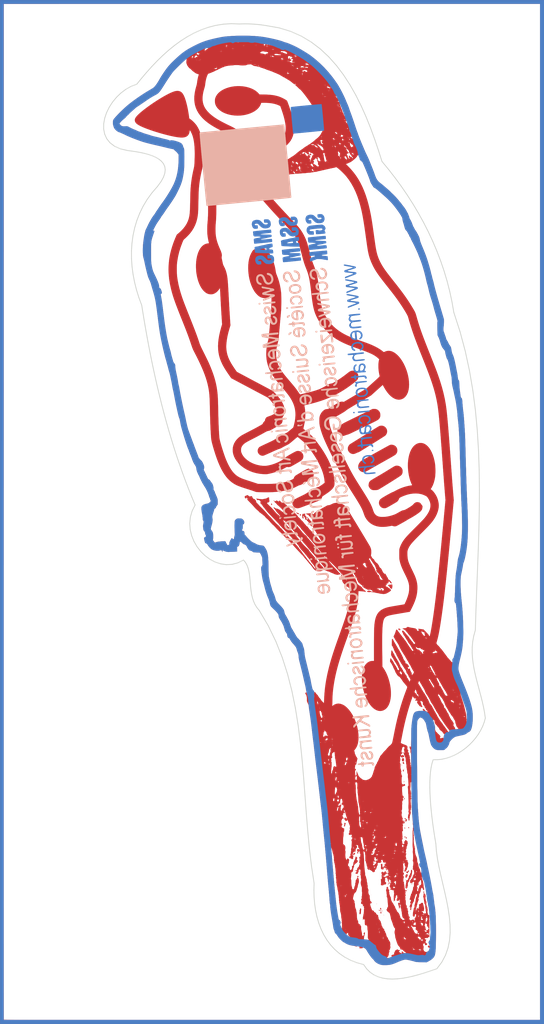
<source format=kicad_pcb>
(kicad_pcb (version 4) (host pcbnew 4.0.6)
  (layers (0 F.Cu signal) (31 B.Cu signal) (34 B.Paste user hide) (35 F.Paste user hide) (36 B.SilkS user) (37 F.SilkS user) (38 B.Mask user) (39 F.Mask user) (44 Edge.Cuts user))
  (net 0 "")
  (module "Pics to PCB import:solarbird_silk_back" (layer F.Cu) (at 116.586 103.632)
    (fp_text reference G*** hide)
    (fp_text value LOGO hide)
  )
  (module "Pics to PCB import:solarbird_kitsprint_copper" (layer F.Cu) (at 113.03 113.03)
    (fp_text reference G*** hide)
    (fp_text value LOGO hide)
    (fp_poly (pts (xy 33.147 62.357) (xy -33.147 62.357) (xy -33.147 28.541658) (xy -32.698674 28.541658) (xy -32.698673 29.883418) (xy -32.698666 31.205295) (xy -32.698652 32.506765) (xy -32.69863 33.787302) (xy -32.698602 35.046383) (xy -32.698568 36.283483) (xy -32.698526 37.498076) (xy -32.698478 38.68964) (xy -32.698424 39.857647) (xy -32.698362 41.001576) (xy -32.698295 42.120899) (xy -32.69822 43.215094) (xy -32.698139 44.283635) (xy -32.698052 45.325997) (xy -32.697959 46.341657) (xy -32.697859 47.330089) (xy -32.697752 48.290768) (xy -32.69764 49.223171) (xy -32.697521 50.126773) (xy -32.697396 51.001048) (xy -32.697265 51.845472) (xy -32.697127 52.659521) (xy -32.696984 53.44267) (xy -32.696835 54.194395) (xy -32.696679 54.91417) (xy -32.696518 55.601471) (xy -32.69635 56.255774) (xy -32.696177 56.876554) (xy -32.695998 57.463285) (xy -32.695813 58.015445) (xy -32.695623 58.532507) (xy -32.695426 59.013948) (xy -32.695224 59.459242) (xy -32.695017 59.867865) (xy -32.694803 60.239293) (xy -32.694585 60.573001) (xy -32.69436 60.868464) (xy -32.69413 61.125157) (xy -32.693895 61.342556) (xy -32.693654 61.520136) (xy -32.693408 61.657374) (xy -32.693157 61.753743) (xy -32.6929 61.808719) (xy -32.692692 61.822542) (xy -32.685062 61.823729) (xy -32.662726 61.824884) (xy -32.625151 61.826004) (xy -32.571802 61.827092) (xy -32.502143 61.828147) (xy -32.415641 61.82917) (xy -32.311759 61.830162) (xy -32.189964 61.831122) (xy -32.049719 61.832051) (xy -31.890492 61.83295) (xy -31.711745 61.833819) (xy -31.512946 61.834658) (xy -31.293558 61.835469) (xy -31.053047 61.83625) (xy -30.790879 61.837004) (xy -30.506517 61.837729) (xy -30.199428 61.838428) (xy -29.869076 61.839099) (xy -29.514927 61.839744) (xy -29.136446 61.840363) (xy -28.733098 61.840956) (xy -28.304347 61.841524) (xy -27.84966 61.842067) (xy -27.368501 61.842586) (xy -26.860335 61.843081) (xy -26.324628 61.843553) (xy -25.760844 61.844001) (xy -25.168449 61.844427) (xy -24.546908 61.844831) (xy -23.895686 61.845213) (xy -23.214249 61.845574) (xy -22.50206 61.845914) (xy -21.758586 61.846233) (xy -20.983292 61.846533) (xy -20.175642 61.846813) (xy -19.335102 61.847073) (xy -18.461137 61.847315) (xy -17.553212 61.847539) (xy -16.610792 61.847745) (xy -15.633343 61.847934) (xy -14.620329 61.848105) (xy -13.571216 61.848261) (xy -12.485468 61.8484) (xy -11.362552 61.848523) (xy -10.201931 61.848631) (xy -9.003071 61.848724) (xy -7.765438 61.848803) (xy -6.488496 61.848868) (xy -5.171711 61.84892) (xy -3.814547 61.848958) (xy -2.41647 61.848984) (xy -0.976945 61.848997) (xy -0.011248 61.849) (xy 32.660166 61.849) (xy 32.660166 -61.870181) (xy -0.015875 -61.864882) (xy -32.691917 -61.859583) (xy -32.69732 -0.03175) (xy -32.697458 1.588103) (xy -32.697588 3.198041) (xy -32.697711 4.79754) (xy -32.697826 6.386075) (xy -32.697934 7.963121) (xy -32.698035 9.528153) (xy -32.698127 11.080648) (xy -32.698213 12.62008) (xy -32.698291 14.145925) (xy -32.698361 15.657658) (xy -32.698425 17.154755) (xy -32.698481 18.63669) (xy -32.69853 20.10294) (xy -32.698572 21.552979) (xy -32.698606 22.986283) (xy -32.698634 24.402328) (xy -32.698654 25.800588) (xy -32.698667 27.18054) (xy -32.698674 28.541658) (xy -33.147 28.541658) (xy -33.147 -62.335833) (xy 33.147 -62.335833) (xy 33.147 62.357)) (layer F.Cu) (width 0.01))
    (fp_poly (pts (xy -2.99147 -57.983454) (xy -2.540015 -57.969068) (xy -2.108495 -57.946066) (xy -1.703319 -57.914548) (xy -1.330896 -57.874614) (xy -1.203676 -57.857863) (xy -0.996976 -57.826675) (xy -0.772434 -57.788436) (xy -0.535253 -57.744353) (xy -0.29064 -57.69563) (xy -0.043799 -57.643476) (xy 0.200064 -57.589094) (xy 0.435743 -57.533693) (xy 0.658035 -57.478477) (xy 0.861733 -57.424652) (xy 1.041631 -57.373426) (xy 1.192526 -57.326004) (xy 1.309211 -57.283592) (xy 1.349659 -57.266238) (xy 1.422374 -57.237182) (xy 1.521305 -57.203583) (xy 1.6314 -57.170348) (xy 1.703916 -57.150729) (xy 1.812634 -57.11786) (xy 1.951722 -57.067949) (xy 2.114273 -57.004018) (xy 2.293378 -56.929086) (xy 2.48213 -56.846173) (xy 2.67362 -56.758299) (xy 2.860941 -56.668484) (xy 3.037185 -56.57975) (xy 3.164416 -56.512195) (xy 3.350331 -56.408596) (xy 3.549216 -56.294067) (xy 3.75464 -56.172585) (xy 3.960169 -56.048128) (xy 4.159371 -55.924674) (xy 4.345813 -55.8062) (xy 4.513061 -55.696684) (xy 4.654684 -55.600104) (xy 4.745843 -55.534351) (xy 5.325162 -55.076729) (xy 5.870686 -54.595431) (xy 6.385671 -54.08726) (xy 6.873372 -53.549019) (xy 7.298053 -53.028018) (xy 7.393821 -52.902477) (xy 7.497053 -52.763559) (xy 7.603789 -52.616925) (xy 7.71007 -52.468234) (xy 7.811932 -52.323143) (xy 7.905417 -52.187314) (xy 7.986563 -52.066403) (xy 8.051409 -51.966072) (xy 8.095995 -51.891978) (xy 8.105604 -51.874216) (xy 8.149797 -51.791302) (xy 8.203601 -51.694056) (xy 8.251844 -51.609633) (xy 8.345384 -51.443905) (xy 8.447526 -51.253465) (xy 8.554053 -51.046927) (xy 8.660747 -50.83291) (xy 8.763392 -50.620027) (xy 8.85777 -50.416897) (xy 8.939663 -50.232134) (xy 9.004854 -50.074355) (xy 9.010766 -50.059167) (xy 9.048647 -49.965726) (xy 9.094455 -49.859131) (xy 9.133225 -49.773417) (xy 9.172507 -49.686174) (xy 9.216212 -49.58384) (xy 9.261239 -49.474325) (xy 9.304489 -49.365536) (xy 9.342864 -49.26538) (xy 9.373264 -49.181767) (xy 9.39259 -49.122605) (xy 9.398 -49.097801) (xy 9.405211 -49.070432) (xy 9.425571 -49.008875) (xy 9.457166 -48.918507) (xy 9.498084 -48.804705) (xy 9.546412 -48.672843) (xy 9.600238 -48.5283) (xy 9.607224 -48.509698) (xy 9.664615 -48.353888) (xy 9.731468 -48.167158) (xy 9.804513 -47.958962) (xy 9.88048 -47.738753) (xy 9.9561 -47.515986) (xy 10.028103 -47.300113) (xy 10.074224 -47.159333) (xy 10.132625 -46.98074) (xy 10.188615 -46.811852) (xy 10.240503 -46.657605) (xy 10.286596 -46.522933) (xy 10.325202 -46.412768) (xy 10.35463 -46.332047) (xy 10.373186 -46.285703) (xy 10.375483 -46.280917) (xy 10.408067 -46.206452) (xy 10.438163 -46.120182) (xy 10.446657 -46.090417) (xy 10.46473 -46.032678) (xy 10.496901 -45.941734) (xy 10.540869 -45.823407) (xy 10.594333 -45.683519) (xy 10.654992 -45.527893) (xy 10.720544 -45.362351) (xy 10.788689 -45.192716) (xy 10.857124 -45.024809) (xy 10.923548 -44.864454) (xy 10.985661 -44.717472) (xy 11.028111 -44.619333) (xy 11.085101 -44.48842) (xy 11.143162 -44.353616) (xy 11.197249 -44.226729) (xy 11.242321 -44.119562) (xy 11.2632 -44.069) (xy 11.30623 -43.966087) (xy 11.351724 -43.861305) (xy 11.392299 -43.771527) (xy 11.406791 -43.740917) (xy 11.499582 -43.548992) (xy 11.576113 -43.389879) (xy 11.638784 -43.258392) (xy 11.689999 -43.149346) (xy 11.732159 -43.057554) (xy 11.767665 -42.977831) (xy 11.79892 -42.904991) (xy 11.828325 -42.833848) (xy 11.838144 -42.809583) (xy 11.885327 -42.692818) (xy 11.941049 -42.555474) (xy 11.997761 -42.416131) (xy 12.040219 -42.312167) (xy 12.152835 -42.033488) (xy 12.260754 -41.759634) (xy 12.360912 -41.498618) (xy 12.450242 -41.258451) (xy 12.525679 -41.047146) (xy 12.539098 -41.00827) (xy 12.623872 -40.782866) (xy 12.713428 -40.59225) (xy 12.81293 -40.428879) (xy 12.92754 -40.285209) (xy 13.062423 -40.153696) (xy 13.198827 -40.044378) (xy 13.252355 -40.004058) (xy 13.308278 -39.960666) (xy 13.370122 -39.911251) (xy 13.441412 -39.852865) (xy 13.525673 -39.782557) (xy 13.62643 -39.697377) (xy 13.747209 -39.594375) (xy 13.891535 -39.470602) (xy 14.062933 -39.323106) (xy 14.135748 -39.260352) (xy 14.218191 -39.187284) (xy 14.30184 -39.109864) (xy 14.372182 -39.041616) (xy 14.389748 -39.023675) (xy 14.467588 -38.943507) (xy 14.538271 -38.873116) (xy 14.612815 -38.801872) (xy 14.702242 -38.719148) (xy 14.760772 -38.665805) (xy 14.827252 -38.602423) (xy 14.909644 -38.519315) (xy 15.002134 -38.42283) (xy 15.098909 -38.319317) (xy 15.194154 -38.215126) (xy 15.282057 -38.116605) (xy 15.356804 -38.030104) (xy 15.41258 -37.961971) (xy 15.440778 -37.923169) (xy 15.478642 -37.869237) (xy 15.514386 -37.827351) (xy 15.517019 -37.824833) (xy 15.561552 -37.778218) (xy 15.622134 -37.707919) (xy 15.690116 -37.624637) (xy 15.756853 -37.539073) (xy 15.813696 -37.461928) (xy 15.833451 -37.43325) (xy 15.886262 -37.35905) (xy 15.951461 -37.274121) (xy 16.003085 -37.211) (xy 16.120387 -37.0617) (xy 16.234525 -36.895793) (xy 16.336318 -36.727591) (xy 16.416583 -36.571408) (xy 16.424033 -36.554833) (xy 16.452067 -36.502792) (xy 16.491539 -36.441652) (xy 16.500084 -36.429676) (xy 16.535238 -36.369253) (xy 16.571282 -36.28826) (xy 16.593312 -36.226153) (xy 16.622639 -36.141048) (xy 16.655891 -36.058802) (xy 16.677763 -36.012957) (xy 16.706177 -35.941449) (xy 16.721036 -35.867959) (xy 16.721666 -35.85373) (xy 16.734948 -35.781209) (xy 16.777403 -35.696832) (xy 16.798795 -35.664291) (xy 16.86515 -35.55568) (xy 16.936001 -35.419127) (xy 17.005344 -35.267699) (xy 17.067174 -35.114463) (xy 17.113124 -34.980297) (xy 17.150875 -34.875998) (xy 17.199765 -34.767047) (xy 17.24989 -34.675323) (xy 17.25444 -34.66817) (xy 17.300061 -34.592772) (xy 17.337533 -34.521965) (xy 17.359103 -34.47046) (xy 17.35967 -34.468494) (xy 17.381262 -34.42148) (xy 17.42241 -34.354884) (xy 17.475165 -34.281304) (xy 17.488885 -34.263735) (xy 17.53598 -34.197348) (xy 17.595638 -34.102503) (xy 17.66212 -33.988917) (xy 17.729688 -33.866306) (xy 17.775568 -33.778325) (xy 17.842481 -33.644518) (xy 17.892489 -33.538503) (xy 17.929193 -33.45104) (xy 17.956198 -33.372887) (xy 17.977108 -33.294803) (xy 17.99288 -33.221083) (xy 18.0099 -33.138068) (xy 18.027413 -33.061474) (xy 18.047203 -32.986333) (xy 18.07105 -32.907679) (xy 18.100736 -32.820543) (xy 18.138043 -32.719958) (xy 18.184752 -32.600956) (xy 18.242646 -32.458568) (xy 18.313506 -32.287828) (xy 18.399114 -32.083767) (xy 18.410415 -32.056917) (xy 18.542618 -31.734865) (xy 18.668009 -31.413694) (xy 18.782056 -31.105327) (xy 18.88023 -30.821687) (xy 18.882926 -30.813551) (xy 18.947909 -30.612957) (xy 19.014593 -30.399325) (xy 19.081048 -30.179443) (xy 19.145339 -29.960099) (xy 19.205534 -29.748081) (xy 19.259702 -29.550176) (xy 19.305909 -29.373173) (xy 19.342224 -29.223859) (xy 19.363563 -29.125333) (xy 19.382937 -29.037714) (xy 19.404164 -28.957609) (xy 19.422808 -28.901681) (xy 19.423625 -28.899742) (xy 19.440241 -28.849951) (xy 19.461149 -28.771523) (xy 19.483018 -28.677466) (xy 19.494091 -28.624576) (xy 19.520913 -28.505829) (xy 19.55514 -28.374959) (xy 19.590484 -28.255603) (xy 19.599715 -28.227491) (xy 19.633949 -28.117161) (xy 19.666826 -27.995841) (xy 19.69221 -27.886491) (xy 19.695927 -27.867658) (xy 19.719365 -27.756559) (xy 19.754525 -27.608088) (xy 19.800563 -27.425303) (xy 19.856636 -27.211257) (xy 19.921904 -26.969006) (xy 19.995522 -26.701606) (xy 20.076649 -26.412111) (xy 20.164442 -26.103578) (xy 20.258059 -25.779062) (xy 20.356657 -25.441617) (xy 20.459394 -25.094299) (xy 20.475573 -25.039987) (xy 20.530873 -24.854188) (xy 20.591012 -24.651578) (xy 20.652407 -24.444261) (xy 20.711478 -24.244339) (xy 20.764643 -24.063915) (xy 20.798074 -23.950083) (xy 20.940767 -23.46325) (xy 20.941662 -23.135167) (xy 20.936297 -22.889233) (xy 20.918394 -22.675867) (xy 20.903806 -22.57425) (xy 20.877092 -22.350042) (xy 20.877027 -22.158581) (xy 20.903607 -21.999923) (xy 20.943019 -21.898621) (xy 20.973533 -21.833304) (xy 20.993237 -21.778038) (xy 20.997333 -21.75529) (xy 21.004766 -21.719251) (xy 21.024718 -21.654903) (xy 21.053667 -21.573113) (xy 21.071867 -21.525347) (xy 21.112321 -21.416304) (xy 21.14919 -21.306885) (xy 21.179538 -21.206816) (xy 21.200433 -21.125821) (xy 21.208942 -21.073623) (xy 21.209 -21.070778) (xy 21.220024 -21.043935) (xy 21.249662 -20.990969) (xy 21.292756 -20.920786) (xy 21.322169 -20.875269) (xy 21.378951 -20.78262) (xy 21.432042 -20.685023) (xy 21.47254 -20.599195) (xy 21.482202 -20.574727) (xy 21.517253 -20.497824) (xy 21.569873 -20.404729) (xy 21.630568 -20.311802) (xy 21.6518 -20.282559) (xy 21.711716 -20.200102) (xy 21.755634 -20.130316) (xy 21.787647 -20.062472) (xy 21.811844 -19.98584) (xy 21.832316 -19.889693) (xy 21.853155 -19.763301) (xy 21.855429 -19.7485) (xy 21.883552 -19.579708) (xy 21.912055 -19.44341) (xy 21.943632 -19.329829) (xy 21.980978 -19.229189) (xy 22.023726 -19.137697) (xy 22.069281 -19.035087) (xy 22.116603 -18.902221) (xy 22.16613 -18.737356) (xy 22.2183 -18.538752) (xy 22.273549 -18.304668) (xy 22.332315 -18.033361) (xy 22.395036 -17.72309) (xy 22.447172 -17.451917) (xy 22.472911 -17.317598) (xy 22.49823 -17.189321) (xy 22.52129 -17.076118) (xy 22.540253 -16.987025) (xy 22.5527 -16.933333) (xy 22.567895 -16.860726) (xy 22.584195 -16.761895) (xy 22.5991 -16.652799) (xy 22.605749 -16.594667) (xy 22.623461 -16.435535) (xy 22.63983 -16.312542) (xy 22.656261 -16.219584) (xy 22.674161 -16.150557) (xy 22.694933 -16.099355) (xy 22.719984 -16.059874) (xy 22.732245 -16.045178) (xy 22.76508 -16.001803) (xy 22.78848 -15.951732) (xy 22.803934 -15.887193) (xy 22.812932 -15.800415) (xy 22.816965 -15.683627) (xy 22.817614 -15.599833) (xy 22.823303 -15.386035) (xy 22.838529 -15.154775) (xy 22.861643 -14.925773) (xy 22.890995 -14.718752) (xy 22.891622 -14.715046) (xy 22.906857 -14.617832) (xy 22.924225 -14.495327) (xy 22.941421 -14.36434) (xy 22.954145 -14.259189) (xy 22.967543 -14.146877) (xy 22.979149 -14.067728) (xy 22.991619 -14.012807) (xy 23.007609 -13.97318) (xy 23.029774 -13.93991) (xy 23.059155 -13.905847) (xy 23.100696 -13.853984) (xy 23.131473 -13.798432) (xy 23.15364 -13.731038) (xy 23.169353 -13.643651) (xy 23.180768 -13.52812) (xy 23.187717 -13.419667) (xy 23.198417 -13.250831) (xy 23.212345 -13.06619) (xy 23.228565 -12.875769) (xy 23.246139 -12.689588) (xy 23.264131 -12.517671) (xy 23.281606 -12.370039) (xy 23.294506 -12.276667) (xy 23.307474 -12.182339) (xy 23.321153 -12.064644) (xy 23.335779 -11.920862) (xy 23.351594 -11.748276) (xy 23.368835 -11.544166) (xy 23.387742 -11.305815) (xy 23.408554 -11.030504) (xy 23.43036 -10.7315) (xy 23.447946 -10.481607) (xy 23.463841 -10.243369) (xy 23.478238 -10.01219) (xy 23.491331 -9.783474) (xy 23.503314 -9.552627) (xy 23.514382 -9.315052) (xy 23.524727 -9.066154) (xy 23.534543 -8.801338) (xy 23.544025 -8.516008) (xy 23.553366 -8.205569) (xy 23.56276 -7.865425) (xy 23.572401 -7.490981) (xy 23.579881 -7.186083) (xy 23.596956 -6.501936) (xy 23.614845 -5.831075) (xy 23.633439 -5.176796) (xy 23.652628 -4.542395) (xy 23.672305 -3.931168) (xy 23.692359 -3.346411) (xy 23.712683 -2.791419) (xy 23.733168 -2.269489) (xy 23.753704 -1.783916) (xy 23.770366 -1.418167) (xy 23.787407 -1.052816) (xy 23.802212 -0.724589) (xy 23.814928 -0.428342) (xy 23.825702 -0.158933) (xy 23.834681 0.088781) (xy 23.842013 0.319943) (xy 23.847844 0.539696) (xy 23.852321 0.753183) (xy 23.855592 0.965546) (xy 23.857804 1.181928) (xy 23.859103 1.407473) (xy 23.859637 1.647322) (xy 23.859667 1.703917) (xy 23.858917 2.041591) (xy 23.856322 2.343369) (xy 23.851647 2.615657) (xy 23.844653 2.864859) (xy 23.835103 3.097382) (xy 23.82276 3.319632) (xy 23.807386 3.538015) (xy 23.788744 3.758937) (xy 23.780043 3.852333) (xy 23.750112 4.135394) (xy 23.714631 4.418912) (xy 23.674497 4.698295) (xy 23.630608 4.968948) (xy 23.583862 5.226278) (xy 23.535157 5.465692) (xy 23.485389 5.682595) (xy 23.435457 5.872395) (xy 23.386258 6.030497) (xy 23.338689 6.152308) (xy 23.325085 6.180667) (xy 23.306221 6.234075) (xy 23.28676 6.316078) (xy 23.269675 6.413091) (xy 23.262546 6.466417) (xy 23.251276 6.551058) (xy 23.235385 6.650768) (xy 23.214072 6.769641) (xy 23.186534 6.911767) (xy 23.15197 7.081238) (xy 23.109577 7.282146) (xy 23.058553 7.518584) (xy 23.036428 7.62) (xy 23.019328 7.70248) (xy 23.005946 7.779694) (xy 22.995661 7.859222) (xy 22.987848 7.948644) (xy 22.981884 8.055541) (xy 22.977146 8.187493) (xy 22.97301 8.35208) (xy 22.971878 8.40491) (xy 22.969658 8.78134) (xy 22.977514 9.185511) (xy 22.994778 9.604215) (xy 23.020779 10.024244) (xy 23.054848 10.432394) (xy 23.092545 10.784417) (xy 23.125425 11.080047) (xy 23.156107 11.399218) (xy 23.184417 11.737275) (xy 23.210179 12.089561) (xy 23.233218 12.451421) (xy 23.253357 12.8182) (xy 23.270422 13.185241) (xy 23.284236 13.54789) (xy 23.294625 13.901491) (xy 23.301413 14.241388) (xy 23.304425 14.562926) (xy 23.303484 14.861449) (xy 23.298416 15.132301) (xy 23.289045 15.370827) (xy 23.275196 15.572371) (xy 23.273657 15.58925) (xy 23.260126 15.740199) (xy 23.245799 15.910196) (xy 23.232269 16.079767) (xy 23.221126 16.229439) (xy 23.219836 16.247859) (xy 23.202178 16.427826) (xy 23.17242 16.640947) (xy 23.13188 16.880224) (xy 23.081874 17.13866) (xy 23.02372 17.409259) (xy 22.958736 17.685022) (xy 22.921449 17.832917) (xy 22.852222 18.110413) (xy 22.797233 18.352574) (xy 22.755833 18.563696) (xy 22.727373 18.748072) (xy 22.711204 18.909997) (xy 22.706678 19.053767) (xy 22.713146 19.183676) (xy 22.71485 19.200607) (xy 22.73263 19.30022) (xy 22.768312 19.43631) (xy 22.821324 19.607261) (xy 22.891093 19.811462) (xy 22.977046 20.0473) (xy 23.07861 20.31316) (xy 23.195213 20.607429) (xy 23.32628 20.928495) (xy 23.341641 20.965583) (xy 23.536376 21.442218) (xy 23.710557 21.883666) (xy 23.864698 22.291459) (xy 23.999314 22.667129) (xy 24.114922 23.012205) (xy 24.212035 23.32822) (xy 24.291171 23.616704) (xy 24.352843 23.879187) (xy 24.392799 24.088211) (xy 24.427147 24.344383) (xy 24.448936 24.622337) (xy 24.458421 24.913083) (xy 24.455858 25.207632) (xy 24.441505 25.496994) (xy 24.415616 25.772179) (xy 24.378449 26.024198) (xy 24.331485 26.239444) (xy 24.278468 26.415044) (xy 24.220948 26.553053) (xy 24.155686 26.658195) (xy 24.079444 26.735192) (xy 23.988983 26.788769) (xy 23.942677 26.806528) (xy 23.864101 26.841969) (xy 23.809505 26.885188) (xy 23.801957 26.895159) (xy 23.758687 26.939181) (xy 23.698543 26.977) (xy 23.6895 26.981031) (xy 23.624246 27.013106) (xy 23.567552 27.048544) (xy 23.562648 27.05228) (xy 23.527535 27.074763) (xy 23.477856 27.096851) (xy 23.408991 27.119808) (xy 23.316323 27.144896) (xy 23.195234 27.173378) (xy 23.041105 27.206517) (xy 22.873446 27.24074) (xy 22.738336 27.268979) (xy 22.608886 27.298065) (xy 22.494189 27.325804) (xy 22.403336 27.350001) (xy 22.347242 27.367764) (xy 22.187945 27.447942) (xy 22.024954 27.569426) (xy 21.85927 27.731447) (xy 21.827822 27.766463) (xy 21.746286 27.860058) (xy 21.688387 27.930709) (xy 21.649156 27.98668) (xy 21.623622 28.036234) (xy 21.606817 28.087631) (xy 21.593771 28.149137) (xy 21.592064 28.158459) (xy 21.562474 28.263946) (xy 21.512856 28.379745) (xy 21.448983 28.496813) (xy 21.37663 28.606105) (xy 21.30157 28.698579) (xy 21.229575 28.765192) (xy 21.189244 28.789435) (xy 21.14077 28.819658) (xy 21.112819 28.853268) (xy 21.112249 28.854894) (xy 21.088146 28.890545) (xy 21.043482 28.93186) (xy 21.033123 28.939575) (xy 21.006523 28.956801) (xy 20.97754 28.969543) (xy 20.939355 28.978634) (xy 20.885149 28.984905) (xy 20.808102 28.989186) (xy 20.701396 28.99231) (xy 20.580984 28.994699) (xy 20.389969 28.995825) (xy 20.233961 28.990282) (xy 20.105899 28.976119) (xy 19.99872 28.951385) (xy 19.905363 28.91413) (xy 19.818765 28.862404) (xy 19.731864 28.794256) (xy 19.677002 28.745008) (xy 19.58639 28.64949) (xy 19.499772 28.538182) (xy 19.427168 28.425141) (xy 19.380129 28.328504) (xy 19.345867 28.226471) (xy 19.3071 28.089815) (xy 19.282611 27.992917) (xy 20.722166 27.992917) (xy 20.73275 28.0035) (xy 20.743333 27.992917) (xy 20.73275 27.982333) (xy 20.722166 27.992917) (xy 19.282611 27.992917) (xy 19.265641 27.925774) (xy 19.223302 27.741586) (xy 19.181894 27.544488) (xy 19.174263 27.506083) (xy 19.136992 27.31856) (xy 19.106025 27.167496) (xy 19.080096 27.047701) (xy 19.05794 26.953982) (xy 19.038289 26.881149) (xy 19.019878 26.824009) (xy 19.00144 26.777372) (xy 18.990997 26.754667) (xy 18.963682 26.689202) (xy 18.946997 26.632323) (xy 18.944631 26.613677) (xy 18.938146 26.570148) (xy 18.92171 26.502194) (xy 18.901709 26.433761) (xy 18.879256 26.351027) (xy 18.855491 26.24446) (xy 18.834332 26.132236) (xy 18.827184 26.087917) (xy 18.806723 25.971848) (xy 18.781658 25.858462) (xy 18.75436 25.756085) (xy 18.727204 25.673039) (xy 18.702561 25.61765) (xy 18.688043 25.599771) (xy 18.668719 25.575591) (xy 18.638075 25.524731) (xy 18.606269 25.465023) (xy 18.523868 25.329736) (xy 18.501315 25.30294) (xy 19.626837 25.30294) (xy 19.629069 25.325935) (xy 19.642882 25.38111) (xy 19.666093 25.460612) (xy 19.696516 25.556587) (xy 19.702205 25.573845) (xy 19.763466 25.772475) (xy 19.812012 25.958719) (xy 19.846592 26.126354) (xy 19.865955 26.269154) (xy 19.868848 26.380896) (xy 19.867605 26.39643) (xy 19.864963 26.489733) (xy 19.879818 26.548717) (xy 19.88379 26.55518) (xy 19.907034 26.604305) (xy 19.924894 26.667426) (xy 19.925475 26.670512) (xy 19.948893 26.733265) (xy 19.999375 26.777267) (xy 20.010987 26.783808) (xy 20.063522 26.824023) (xy 20.119968 26.884962) (xy 20.150003 26.926143) (xy 20.200082 26.991341) (xy 20.24834 27.03347) (xy 20.268577 27.042683) (xy 20.307499 27.059219) (xy 20.32 27.075018) (xy 20.33394 27.099047) (xy 20.370283 27.142414) (xy 20.41525 27.189697) (xy 20.47554 27.257559) (xy 20.505141 27.312209) (xy 20.5105 27.346641) (xy 20.503918 27.395315) (xy 20.489333 27.421417) (xy 20.468496 27.455285) (xy 20.472972 27.501879) (xy 20.499143 27.543023) (xy 20.515791 27.554333) (xy 20.556717 27.572688) (xy 20.584733 27.574393) (xy 20.618767 27.557088) (xy 20.648083 27.537833) (xy 20.723682 27.502535) (xy 20.790572 27.498609) (xy 20.84013 27.525862) (xy 20.851609 27.542397) (xy 20.864457 27.560864) (xy 20.875394 27.557701) (xy 20.887024 27.527306) (xy 20.901952 27.464083) (xy 20.91316 27.410105) (xy 20.934292 27.316281) (xy 20.957617 27.228271) (xy 20.978805 27.162114) (xy 20.983011 27.151458) (xy 21.002723 27.099129) (xy 21.002414 27.066642) (xy 20.97932 27.035183) (xy 20.963575 27.019167) (xy 20.919676 26.983429) (xy 20.882861 26.966537) (xy 20.879954 26.966333) (xy 20.852504 26.9495) (xy 20.849166 26.935644) (xy 20.83337 26.885239) (xy 20.791524 26.820169) (xy 20.73194 26.750492) (xy 20.662931 26.686268) (xy 20.655034 26.68048) (xy 21.136848 26.68048) (xy 21.137845 26.70175) (xy 21.157378 26.729728) (xy 21.166666 26.7335) (xy 21.187769 26.716713) (xy 21.195487 26.70175) (xy 21.192007 26.675548) (xy 21.166666 26.67) (xy 21.136848 26.68048) (xy 20.655034 26.68048) (xy 20.612652 26.64942) (xy 20.50868 26.575977) (xy 20.439339 26.511386) (xy 20.406892 26.457893) (xy 20.404666 26.442846) (xy 20.392898 26.40425) (xy 20.363165 26.349605) (xy 20.323821 26.290889) (xy 20.283224 26.240077) (xy 20.249728 26.209147) (xy 20.238643 26.204879) (xy 20.210867 26.186663) (xy 20.199133 26.162) (xy 20.1828 26.127696) (xy 20.170357 26.119667) (xy 20.150941 26.102374) (xy 20.12439 26.059306) (xy 20.116575 26.043639) (xy 20.085281 25.991752) (xy 20.053194 25.958959) (xy 20.04679 25.955741) (xy 20.006453 25.929452) (xy 19.958371 25.882356) (xy 19.913541 25.82745) (xy 19.882955 25.777736) (xy 19.875906 25.753698) (xy 19.866341 25.711317) (xy 19.843069 25.652961) (xy 19.835184 25.636789) (xy 19.81021 25.56845) (xy 19.80457 25.508062) (xy 19.805382 25.502765) (xy 19.801539 25.433173) (xy 19.770784 25.366472) (xy 19.722024 25.318352) (xy 19.693824 25.3062) (xy 19.648967 25.299345) (xy 19.626837 25.30294) (xy 18.501315 25.30294) (xy 18.424628 25.211828) (xy 18.361481 25.157853) (xy 19.544797 25.157853) (xy 19.560986 25.196026) (xy 19.581505 25.230096) (xy 19.595734 25.233204) (xy 19.596698 25.230988) (xy 19.589877 25.197721) (xy 19.569535 25.170379) (xy 19.546556 25.149722) (xy 19.544797 25.157853) (xy 18.361481 25.157853) (xy 18.316583 25.119477) (xy 18.210025 25.061695) (xy 18.139591 25.036887) (xy 18.08094 25.018931) (xy 18.054389 25.012967) (xy 18.021522 25.026522) (xy 17.972114 25.06727) (xy 17.91321 25.12725) (xy 17.851857 25.198503) (xy 17.795099 25.273067) (xy 17.749983 25.342981) (xy 17.732783 25.376347) (xy 17.715118 25.424423) (xy 17.701266 25.485473) (xy 17.690196 25.566959) (xy 17.680877 25.676346) (xy 17.672846 25.810264) (xy 17.668372 25.921681) (xy 17.664566 26.071965) (xy 17.661405 26.258559) (xy 17.658869 26.478905) (xy 17.656936 26.730444) (xy 17.655584 27.010619) (xy 17.654792 27.316874) (xy 17.654538 27.646649) (xy 17.654802 27.997387) (xy 17.65556 28.366531) (xy 17.656793 28.751523) (xy 17.658478 29.149805) (xy 17.660595 29.55882) (xy 17.66312 29.97601) (xy 17.666034 30.398817) (xy 17.669314 30.824683) (xy 17.672939 31.251051) (xy 17.676888 31.675364) (xy 17.681138 32.095063) (xy 17.68567 32.507591) (xy 17.69046 32.91039) (xy 17.695488 33.300902) (xy 17.700732 33.67657) (xy 17.706171 34.034837) (xy 17.711782 34.373144) (xy 17.717546 34.688933) (xy 17.723439 34.979648) (xy 17.729441 35.24273) (xy 17.735531 35.475622) (xy 17.741686 35.675766) (xy 17.747885 35.840605) (xy 17.754107 35.96758) (xy 17.758761 36.03625) (xy 17.765757 36.125517) (xy 17.774992 36.24859) (xy 17.785853 36.397036) (xy 17.79773 36.562423) (xy 17.810012 36.73632) (xy 17.822089 36.910295) (xy 17.82239 36.914667) (xy 17.841698 37.186042) (xy 17.860815 37.430939) (xy 17.880633 37.655676) (xy 17.902045 37.866572) (xy 17.925943 38.069945) (xy 17.953221 38.272114) (xy 17.984769 38.479396) (xy 18.021482 38.69811) (xy 18.064252 38.934574) (xy 18.113972 39.195107) (xy 18.171534 39.486027) (xy 18.218619 39.71925) (xy 18.260651 39.926672) (xy 18.30127 40.128058) (xy 18.339449 40.318246) (xy 18.37416 40.492072) (xy 18.404374 40.644373) (xy 18.429063 40.769987) (xy 18.447199 40.86375) (xy 18.456805 40.915167) (xy 18.473373 41.000524) (xy 18.49763 41.116434) (xy 18.527268 41.252314) (xy 18.55998 41.397578) (xy 18.592969 41.539583) (xy 18.653113 41.794471) (xy 18.704304 42.012406) (xy 18.747488 42.197592) (xy 18.783615 42.354235) (xy 18.813631 42.486542) (xy 18.838484 42.598717) (xy 18.859121 42.694965) (xy 18.876491 42.779494) (xy 18.891541 42.856507) (xy 18.900584 42.904833) (xy 18.925526 43.032303) (xy 18.956489 43.178895) (xy 18.988773 43.322778) (xy 19.007684 43.40225) (xy 19.033826 43.514033) (xy 19.066312 43.661269) (xy 19.103918 43.837763) (xy 19.145418 44.037316) (xy 19.189587 44.253732) (xy 19.235201 44.480813) (xy 19.281032 44.712363) (xy 19.325857 44.942185) (xy 19.36845 45.164081) (xy 19.407585 45.371854) (xy 19.442037 45.559307) (xy 19.470581 45.720243) (xy 19.491992 45.848465) (xy 19.494436 45.864004) (xy 19.517132 46.002633) (xy 19.541115 46.136842) (xy 19.56455 46.257211) (xy 19.585606 46.354322) (xy 19.60216 46.417821) (xy 19.622026 46.498196) (xy 19.641343 46.604838) (xy 19.657462 46.721735) (xy 19.665293 46.799493) (xy 19.676933 46.920784) (xy 19.691893 47.049243) (xy 19.707855 47.165906) (xy 19.717033 47.222827) (xy 19.734593 47.337325) (xy 19.750453 47.465814) (xy 19.761228 47.580823) (xy 19.761359 47.582667) (xy 19.771027 47.684463) (xy 19.784812 47.787065) (xy 19.799949 47.870294) (xy 19.801959 47.879) (xy 19.834612 48.04257) (xy 19.864117 48.24661) (xy 19.890397 48.489364) (xy 19.913371 48.769081) (xy 19.932961 49.084006) (xy 19.949087 49.432386) (xy 19.961672 49.812469) (xy 19.970634 50.2225) (xy 19.975896 50.660726) (xy 19.977379 51.125394) (xy 19.975003 51.61475) (xy 19.974217 51.699583) (xy 19.970086 52.064513) (xy 19.965085 52.389881) (xy 19.958854 52.678454) (xy 19.951032 52.933) (xy 19.941258 53.156288) (xy 19.929171 53.351084) (xy 19.91441 53.520156) (xy 19.896614 53.666274) (xy 19.875424 53.792203) (xy 19.850477 53.900713) (xy 19.821414 53.99457) (xy 19.787873 54.076543) (xy 19.749493 54.1494) (xy 19.705915 54.215908) (xy 19.656777 54.278835) (xy 19.634663 54.304557) (xy 19.528687 54.40708) (xy 19.386569 54.51629) (xy 19.213257 54.628689) (xy 19.028833 54.732796) (xy 18.82775 54.839378) (xy 18.203333 54.82095) (xy 18.013768 54.81507) (xy 17.860762 54.80941) (xy 17.738547 54.803365) (xy 17.641357 54.796329) (xy 17.563425 54.787697) (xy 17.498985 54.776865) (xy 17.442269 54.763228) (xy 17.387511 54.746181) (xy 17.344412 54.73085) (xy 17.268167 54.706343) (xy 17.162685 54.677322) (xy 17.036251 54.645594) (xy 16.89715 54.612964) (xy 16.753666 54.581241) (xy 16.614086 54.552229) (xy 16.486693 54.527736) (xy 16.379773 54.509568) (xy 16.30161 54.499532) (xy 16.277166 54.498138) (xy 16.21072 54.500246) (xy 16.142028 54.509626) (xy 16.06153 54.528465) (xy 15.959666 54.558952) (xy 15.845448 54.596916) (xy 15.70885 54.645645) (xy 15.556552 54.703363) (xy 15.407471 54.762726) (xy 15.284532 54.814627) (xy 15.06584 54.908772) (xy 14.876879 54.984844) (xy 14.710072 55.044772) (xy 14.557844 55.090492) (xy 14.412617 55.123933) (xy 14.266814 55.147029) (xy 14.112861 55.161712) (xy 13.943179 55.169914) (xy 13.885333 55.171462) (xy 13.757893 55.172927) (xy 13.632512 55.171842) (xy 13.521204 55.16848) (xy 13.435984 55.163111) (xy 13.414578 55.160813) (xy 13.232702 55.124148) (xy 13.050579 55.062596) (xy 12.875705 54.980564) (xy 12.715577 54.882461) (xy 12.577692 54.772694) (xy 12.469548 54.655669) (xy 12.416836 54.574223) (xy 12.38624 54.532369) (xy 12.333204 54.474364) (xy 12.267861 54.411096) (xy 12.25046 54.395442) (xy 12.19035 54.333919) (xy 12.113852 54.242992) (xy 12.026015 54.129765) (xy 11.931887 54.001339) (xy 11.836516 53.864816) (xy 11.744951 53.727298) (xy 11.66224 53.595887) (xy 11.593431 53.477686) (xy 11.578543 53.450186) (xy 11.477262 53.288703) (xy 11.365203 53.16677) (xy 11.240166 53.082484) (xy 11.09995 53.03394) (xy 11.096625 53.033249) (xy 11.048467 53.027616) (xy 11.02956 53.039835) (xy 11.027833 53.052568) (xy 11.04145 53.081937) (xy 11.054291 53.086324) (xy 11.06531 53.093642) (xy 11.049 53.107167) (xy 11.015185 53.116129) (xy 10.952994 53.122711) (xy 10.874496 53.126703) (xy 10.791756 53.127901) (xy 10.716841 53.126097) (xy 10.661819 53.121085) (xy 10.639731 53.114176) (xy 10.640853 53.089796) (xy 10.658167 53.064004) (xy 10.678935 53.029453) (xy 10.672398 52.988811) (xy 10.665167 52.97182) (xy 10.648 52.941219) (xy 10.623887 52.920528) (xy 10.583811 52.906463) (xy 10.518756 52.895736) (xy 10.429875 52.88607) (xy 10.360141 52.88096) (xy 10.322976 52.884411) (xy 10.309193 52.898016) (xy 10.308166 52.907147) (xy 10.297619 52.928766) (xy 10.281708 52.923736) (xy 10.238088 52.911978) (xy 10.220814 52.912792) (xy 10.184749 52.901913) (xy 10.1745 52.887493) (xy 10.145028 52.865182) (xy 10.078782 52.847783) (xy 10.039603 52.84218) (xy 9.763785 52.802371) (xy 9.522387 52.750463) (xy 9.308686 52.684329) (xy 9.115959 52.601843) (xy 8.937485 52.500877) (xy 8.915234 52.48645) (xy 8.875156 52.461583) (xy 12.2555 52.461583) (xy 12.266083 52.472167) (xy 12.276666 52.461583) (xy 12.266083 52.451) (xy 12.2555 52.461583) (xy 8.875156 52.461583) (xy 8.840783 52.440256) (xy 8.773193 52.403141) (xy 8.72528 52.382055) (xy 8.719868 52.380529) (xy 8.686726 52.362025) (xy 8.62987 52.319137) (xy 8.555751 52.257182) (xy 8.470823 52.181475) (xy 8.414484 52.128933) (xy 8.293664 52.010696) (xy 8.197151 51.907032) (xy 8.115506 51.806951) (xy 8.039291 51.699462) (xy 8.018478 51.667833) (xy 7.962162 51.581828) (xy 7.913448 51.508752) (xy 7.877313 51.455982) (xy 7.858735 51.430893) (xy 7.858195 51.430338) (xy 7.849902 51.423031) (xy 9.063226 51.423031) (xy 9.077449 51.456605) (xy 9.116115 51.498342) (xy 9.145953 51.525228) (xy 9.212194 51.578586) (xy 9.286417 51.631014) (xy 9.359179 51.676718) (xy 9.421035 51.709904) (xy 9.462542 51.724777) (xy 9.47076 51.724508) (xy 9.495493 51.700912) (xy 9.498982 51.692969) (xy 9.48849 51.673066) (xy 9.46234 51.667833) (xy 9.415653 51.653669) (xy 9.367804 51.620208) (xy 9.330806 51.564927) (xy 9.30002 51.484841) (xy 9.280213 51.397455) (xy 9.276153 51.320273) (xy 9.279785 51.297043) (xy 9.283718 51.25829) (xy 9.260941 51.245352) (xy 9.240397 51.2445) (xy 9.188022 51.261518) (xy 9.165166 51.286833) (xy 9.134986 51.320539) (xy 9.111908 51.329167) (xy 9.085025 51.347312) (xy 9.066981 51.38624) (xy 9.063226 51.423031) (xy 7.849902 51.423031) (xy 7.83343 51.408519) (xy 7.789 51.370744) (xy 7.764648 51.350327) (xy 7.7052 51.282242) (xy 7.655809 51.192896) (xy 7.62541 51.100679) (xy 7.620157 51.054) (xy 8.879416 51.054) (xy 8.881094 51.073505) (xy 8.88875 51.075167) (xy 8.910305 51.059801) (xy 8.911166 51.054) (xy 8.903944 51.033383) (xy 8.901832 51.032833) (xy 8.883761 51.047665) (xy 8.879416 51.054) (xy 7.620157 51.054) (xy 7.62 51.052606) (xy 7.611438 51.015944) (xy 7.588991 50.954597) (xy 7.557516 50.881838) (xy 7.557476 50.881751) (xy 7.536837 50.830501) (xy 8.9535 50.830501) (xy 8.964551 50.859461) (xy 8.974666 50.8635) (xy 8.995227 50.848308) (xy 8.995833 50.843582) (xy 8.980447 50.814916) (xy 8.974666 50.810583) (xy 8.956545 50.815382) (xy 8.9535 50.830501) (xy 7.536837 50.830501) (xy 7.524644 50.800227) (xy 7.4989 50.708628) (xy 7.477474 50.595411) (xy 7.461705 50.4825) (xy 7.448198 50.384292) (xy 7.428599 50.254346) (xy 7.404496 50.102556) (xy 7.377477 49.938812) (xy 7.34913 49.773009) (xy 7.334301 49.68875) (xy 7.274618 49.345098) (xy 7.222798 49.02947) (xy 7.179121 48.743937) (xy 7.14387 48.49057) (xy 7.117326 48.27144) (xy 7.099773 48.088619) (xy 7.091491 47.944178) (xy 7.090833 47.900902) (xy 7.084927 47.815681) (xy 7.069957 47.731872) (xy 7.060618 47.699791) (xy 7.04858 47.646526) (xy 7.036285 47.556771) (xy 7.024338 47.436362) (xy 7.013348 47.291134) (xy 7.006839 47.18316) (xy 6.99882 47.054083) (xy 6.987223 46.891971) (xy 6.972785 46.705906) (xy 6.956244 46.504966) (xy 6.938337 46.29823) (xy 6.919802 46.094779) (xy 6.910596 45.997827) (xy 6.890989 45.792311) (xy 6.871407 45.582642) (xy 6.851531 45.365096) (xy 6.831041 45.135948) (xy 6.809618 44.891472) (xy 6.786941 44.627944) (xy 6.76269 44.341639) (xy 6.736545 44.028831) (xy 6.708187 43.685796) (xy 6.677295 43.308809) (xy 6.64355 42.894145) (xy 6.635833 42.799) (xy 6.618349 42.585172) (xy 6.600233 42.367033) (xy 6.582123 42.152009) (xy 6.564654 41.947528) (xy 6.548461 41.761018) (xy 6.534181 41.599905) (xy 6.522449 41.471618) (xy 6.519873 41.444333) (xy 6.504135 41.276098) (xy 6.486948 41.087399) (xy 6.469825 40.895159) (xy 6.467249 40.865521) (xy 7.19857 40.865521) (xy 7.201364 40.913022) (xy 7.208738 40.991127) (xy 7.217285 41.073917) (xy 7.224387 41.1477) (xy 7.23396 41.255573) (xy 7.245324 41.389406) (xy 7.257798 41.541072) (xy 7.270702 41.702445) (xy 7.281095 41.835917) (xy 7.316459 42.2896) (xy 7.353286 42.7499) (xy 7.391277 43.213556) (xy 7.430129 43.677306) (xy 7.469545 44.13789) (xy 7.509223 44.592049) (xy 7.548864 45.03652) (xy 7.588167 45.468044) (xy 7.626832 45.883361) (xy 7.664559 46.279209) (xy 7.701048 46.652327) (xy 7.735998 46.999457) (xy 7.769111 47.317336) (xy 7.800085 47.602705) (xy 7.82862 47.852303) (xy 7.853911 48.058917) (xy 7.877462 48.231125) (xy 7.90818 48.436736) (xy 7.944755 48.667676) (xy 7.985877 48.915873) (xy 8.030235 49.173252) (xy 8.07652 49.431741) (xy 8.078293 49.441443) (xy 8.096446 49.534975) (xy 8.112174 49.595831) (xy 8.129339 49.633199) (xy 8.151802 49.656268) (xy 8.174185 49.669575) (xy 8.224134 49.707437) (xy 8.274153 49.76322) (xy 8.285416 49.779298) (xy 8.337823 49.885563) (xy 8.354442 49.994694) (xy 8.336516 50.11735) (xy 8.328277 50.146495) (xy 8.30809 50.216437) (xy 8.300954 50.261524) (xy 8.307457 50.297359) (xy 8.328192 50.339545) (xy 8.336124 50.353722) (xy 8.364406 50.410215) (xy 8.380561 50.454441) (xy 8.382016 50.464215) (xy 8.390133 50.497067) (xy 8.41096 50.550441) (xy 8.439248 50.613443) (xy 8.469744 50.675182) (xy 8.497198 50.724766) (xy 8.516359 50.751301) (xy 8.521067 50.752654) (xy 8.524885 50.728732) (xy 8.52504 50.725917) (xy 8.89 50.725917) (xy 8.900583 50.7365) (xy 8.911166 50.725917) (xy 8.900583 50.715333) (xy 8.89 50.725917) (xy 8.52504 50.725917) (xy 8.528128 50.67006) (xy 8.530549 50.584224) (xy 8.531897 50.478806) (xy 8.53209 50.418294) (xy 8.53064 50.287839) (xy 8.526503 50.183753) (xy 8.520005 50.111082) (xy 8.511467 50.074873) (xy 8.509962 50.072829) (xy 8.49398 50.036328) (xy 8.488423 49.981355) (xy 8.492886 49.925719) (xy 8.506969 49.88723) (xy 8.514291 49.881014) (xy 8.529857 49.867113) (xy 8.514291 49.856319) (xy 8.497915 49.826125) (xy 8.489277 49.754661) (xy 8.487833 49.691219) (xy 8.485182 49.613302) (xy 8.478207 49.551775) (xy 8.46837 49.519127) (xy 8.467551 49.518185) (xy 8.458605 49.490236) (xy 8.449088 49.428927) (xy 8.440118 49.343199) (xy 8.432809 49.241993) (xy 8.432583 49.238045) (xy 8.42557 49.137525) (xy 8.417173 49.053214) (xy 8.40842 48.993657) (xy 8.400342 48.967396) (xy 8.399949 48.967095) (xy 8.388499 48.940718) (xy 8.382339 48.888945) (xy 8.382 48.872584) (xy 8.377239 48.820029) (xy 8.365368 48.791107) (xy 8.360833 48.789167) (xy 8.344522 48.771166) (xy 8.339666 48.739778) (xy 8.334642 48.695839) (xy 8.32665 48.677372) (xy 8.318235 48.650463) (xy 8.310717 48.595514) (xy 8.307385 48.552136) (xy 8.300675 48.469023) (xy 8.290935 48.388615) (xy 8.286302 48.36025) (xy 8.282224 48.289804) (xy 8.296011 48.251009) (xy 8.308602 48.21973) (xy 8.298361 48.207718) (xy 8.287552 48.181226) (xy 8.279663 48.124024) (xy 8.276211 48.047712) (xy 8.276166 48.03775) (xy 8.273488 47.960252) (xy 8.266421 47.900344) (xy 8.256418 47.869643) (xy 8.255 47.868417) (xy 8.242718 47.841291) (xy 8.235081 47.786816) (xy 8.233833 47.750751) (xy 8.229983 47.69079) (xy 8.22015 47.652956) (xy 8.212666 47.646167) (xy 8.201979 47.626482) (xy 8.194537 47.573255) (xy 8.191515 47.495226) (xy 8.1915 47.488666) (xy 8.188842 47.41085) (xy 8.185434 47.381583) (xy 9.990666 47.381583) (xy 10.00125 47.392167) (xy 10.011833 47.381583) (xy 10.00125 47.371) (xy 9.990666 47.381583) (xy 8.185434 47.381583) (xy 8.181825 47.350595) (xy 8.171885 47.319465) (xy 8.170333 47.318083) (xy 8.152133 47.285657) (xy 8.151974 47.236422) (xy 8.169052 47.191478) (xy 8.175448 47.183852) (xy 8.189835 47.155921) (xy 8.178566 47.142577) (xy 8.168012 47.116214) (xy 8.157308 47.05554) (xy 8.147586 46.968558) (xy 8.140562 46.873583) (xy 8.133201 46.773163) (xy 8.131503 46.757167) (xy 8.847666 46.757167) (xy 8.858311 46.793202) (xy 8.881406 46.79541) (xy 8.898624 46.773042) (xy 8.903727 46.769139) (xy 8.898961 46.794208) (xy 8.896942 46.829418) (xy 8.922716 46.841177) (xy 8.94149 46.841833) (xy 8.977762 46.836773) (xy 8.992938 46.813327) (xy 8.995833 46.765281) (xy 8.993005 46.715361) (xy 8.979477 46.697524) (xy 8.948208 46.701492) (xy 8.898987 46.711896) (xy 8.874125 46.714544) (xy 8.852641 46.732476) (xy 8.847666 46.757167) (xy 8.131503 46.757167) (xy 8.124155 46.687956) (xy 8.114578 46.627018) (xy 8.105694 46.599475) (xy 8.104121 46.594707) (xy 9.024993 46.594707) (xy 9.048297 46.629666) (xy 9.090032 46.665959) (xy 9.115898 46.667236) (xy 9.122833 46.642262) (xy 9.109823 46.602236) (xy 9.07992 46.570348) (xy 9.046818 46.55822) (xy 9.03156 46.564806) (xy 9.024993 46.594707) (xy 8.104121 46.594707) (xy 8.095842 46.569624) (xy 8.088693 46.509904) (xy 8.085685 46.432759) (xy 8.085666 46.426099) (xy 8.082937 46.349366) (xy 8.075747 46.290292) (xy 8.065592 46.260629) (xy 8.0645 46.25975) (xy 8.050671 46.231847) (xy 8.04358 46.179698) (xy 8.043333 46.167484) (xy 8.037217 46.108961) (xy 8.022186 46.067812) (xy 8.01906 46.064027) (xy 8.006044 46.032212) (xy 7.994025 45.970555) (xy 7.985337 45.891522) (xy 7.984494 45.879386) (xy 7.977306 45.801158) (xy 7.967692 45.740715) (xy 7.957536 45.709335) (xy 7.955851 45.707677) (xy 7.943884 45.681007) (xy 7.937723 45.629609) (xy 7.9375 45.617151) (xy 7.931384 45.558627) (xy 7.919295 45.525531) (xy 8.365684 45.525531) (xy 8.374896 45.547123) (xy 8.390819 45.550667) (xy 8.419977 45.533624) (xy 8.424333 45.517153) (xy 8.411994 45.493973) (xy 8.386607 45.497669) (xy 8.365684 45.525531) (xy 7.919295 45.525531) (xy 7.916353 45.517478) (xy 7.913226 45.513693) (xy 7.900194 45.481863) (xy 7.888172 45.420216) (xy 7.879504 45.341245) (xy 7.878693 45.329543) (xy 7.87157 45.25338) (xy 7.862032 45.196917) (xy 7.851924 45.170454) (xy 7.850049 45.169667) (xy 7.839085 45.150743) (xy 7.832509 45.102865) (xy 7.831666 45.074417) (xy 7.836969 45.010129) (xy 7.851892 44.980507) (xy 7.857066 44.979167) (xy 7.871792 44.972919) (xy 7.857066 44.953767) (xy 7.843233 44.918529) (xy 7.834316 44.85114) (xy 7.831666 44.775099) (xy 7.828937 44.698366) (xy 7.821747 44.639292) (xy 7.811592 44.609629) (xy 7.8105 44.60875) (xy 7.795063 44.578783) (xy 7.789882 44.527576) (xy 7.794745 44.474905) (xy 7.809436 44.440548) (xy 7.812344 44.438277) (xy 7.823908 44.417144) (xy 7.812344 44.401044) (xy 7.801003 44.369664) (xy 7.792785 44.30871) (xy 7.789351 44.230913) (xy 7.789333 44.224766) (xy 7.786604 44.148033) (xy 7.779414 44.088958) (xy 7.769259 44.059295) (xy 7.768166 44.058417) (xy 7.752879 44.028611) (xy 7.747553 43.977513) (xy 7.752069 43.924943) (xy 7.766306 43.890724) (xy 7.769194 43.888448) (xy 7.77917 43.86316) (xy 7.772012 43.850157) (xy 7.763302 43.820372) (xy 7.753978 43.757546) (xy 7.745166 43.670938) (xy 7.738095 43.571583) (xy 7.73085 43.471161) (xy 7.7219 43.385953) (xy 7.712387 43.325015) (xy 7.703527 43.297475) (xy 7.693712 43.267658) (xy 7.686571 43.207905) (xy 7.683524 43.130594) (xy 7.6835 43.12285) (xy 7.680807 43.044439) (xy 7.673548 42.989972) (xy 7.662945 42.968389) (xy 7.662333 42.968333) (xy 7.649611 42.949436) (xy 7.642063 42.901718) (xy 7.641166 42.874847) (xy 7.63665 42.816741) (xy 7.625268 42.779722) (xy 7.619189 42.774035) (xy 7.60685 42.750882) (xy 7.5947 42.696619) (xy 7.585155 42.62241) (xy 7.584312 42.612838) (xy 7.57571 42.53634) (xy 7.565033 42.477794) (xy 7.55444 42.448721) (xy 7.553372 42.447817) (xy 7.540035 42.420905) (xy 7.535181 42.373204) (xy 7.538124 42.321255) (xy 7.548181 42.281597) (xy 7.560733 42.269833) (xy 7.575459 42.263586) (xy 7.560733 42.244433) (xy 7.5469 42.209196) (xy 7.537982 42.141806) (xy 7.535333 42.065766) (xy 7.533 41.989365) (xy 7.526852 41.930954) (xy 7.518166 41.902109) (xy 7.517191 41.901286) (xy 7.505024 41.875523) (xy 7.493277 41.821425) (xy 7.487397 41.777162) (xy 7.471655 41.69418) (xy 7.445237 41.614173) (xy 7.431455 41.585397) (xy 7.402587 41.516447) (xy 7.387711 41.446612) (xy 7.387166 41.434355) (xy 7.382342 41.382479) (xy 7.370572 41.352171) (xy 7.369025 41.350953) (xy 7.356857 41.32519) (xy 7.34511 41.271091) (xy 7.33923 41.226828) (xy 7.323488 41.143847) (xy 7.297071 41.06384) (xy 7.283288 41.035064) (xy 7.254993 40.972839) (xy 7.239816 40.916387) (xy 7.239 40.905189) (xy 7.231101 40.860625) (xy 7.217833 40.841083) (xy 7.20679 40.836108) (xy 7.200374 40.842068) (xy 7.19857 40.865521) (xy 6.467249 40.865521) (xy 6.454279 40.716297) (xy 6.450518 40.67175) (xy 7.179626 40.67175) (xy 7.181914 40.707899) (xy 7.18854 40.711081) (xy 7.189383 40.709194) (xy 7.193571 40.667175) (xy 7.190168 40.645694) (xy 7.18343 40.637063) (xy 7.179766 40.665177) (xy 7.179626 40.67175) (xy 6.450518 40.67175) (xy 6.445156 40.60825) (xy 6.433072 40.469909) (xy 6.423325 40.365055) (xy 7.149272 40.365055) (xy 7.150316 40.375417) (xy 7.158099 40.42434) (xy 7.166057 40.448844) (xy 7.167232 40.4495) (xy 7.1727 40.430863) (xy 7.175429 40.385046) (xy 7.1755 40.375417) (xy 7.171248 40.326435) (xy 7.160794 40.301968) (xy 7.158583 40.301333) (xy 7.149603 40.319736) (xy 7.149272 40.365055) (xy 6.423325 40.365055) (xy 6.417405 40.301379) (xy 6.399315 40.114539) (xy 6.379964 39.921266) (xy 6.360513 39.733439) (xy 6.349958 39.634583) (xy 6.334991 39.492631) (xy 6.316983 39.315944) (xy 6.31077 39.253583) (xy 7.9375 39.253583) (xy 7.948083 39.264167) (xy 7.958666 39.253583) (xy 7.948083 39.243) (xy 7.9375 39.253583) (xy 6.31077 39.253583) (xy 6.296658 39.111956) (xy 6.27474 38.888098) (xy 6.251952 38.651802) (xy 6.229017 38.410499) (xy 6.206659 38.171621) (xy 6.191275 38.00475) (xy 6.161508 37.681367) (xy 6.157232 37.635594) (xy 8.447609 37.635594) (xy 8.44771 37.713373) (xy 8.44869 37.739793) (xy 8.453821 37.827442) (xy 8.461701 37.883825) (xy 8.47564 37.920006) (xy 8.498942 37.947049) (xy 8.514549 37.960132) (xy 8.561736 38.012438) (xy 8.567216 38.063053) (xy 8.531285 38.115525) (xy 8.527915 38.118721) (xy 8.499936 38.155055) (xy 8.49651 38.181583) (xy 8.494828 38.210247) (xy 8.488178 38.216203) (xy 8.467942 38.250632) (xy 8.468048 38.304733) (xy 8.484141 38.363792) (xy 8.51187 38.413095) (xy 8.546883 38.437929) (xy 8.553986 38.438667) (xy 8.593087 38.455684) (xy 8.615971 38.483126) (xy 8.646448 38.515367) (xy 8.696386 38.51922) (xy 8.701881 38.518469) (xy 8.737147 38.517346) (xy 8.762088 38.529577) (xy 8.777932 38.560577) (xy 8.785909 38.615764) (xy 8.787247 38.700554) (xy 8.783177 38.820363) (xy 8.78094 38.866837) (xy 8.767372 38.91402) (xy 8.744064 38.935375) (xy 8.7298 38.945595) (xy 8.720087 38.970089) (xy 8.714104 39.015616) (xy 8.711035 39.088934) (xy 8.71006 39.196801) (xy 8.710044 39.216288) (xy 8.707633 39.346819) (xy 8.700856 39.455489) (xy 8.690334 39.534324) (xy 8.683091 39.562317) (xy 8.671583 39.618522) (xy 8.662387 39.714198) (xy 8.65569 39.846538) (xy 8.65168 40.012733) (xy 8.65138 40.03555) (xy 8.649844 40.174306) (xy 8.649493 40.276872) (xy 8.650956 40.349389) (xy 8.654865 40.397997) (xy 8.661847 40.428835) (xy 8.672535 40.448044) (xy 8.687557 40.461763) (xy 8.695712 40.467649) (xy 8.790971 40.540538) (xy 8.854814 40.604112) (xy 8.894435 40.666416) (xy 8.909649 40.706783) (xy 8.926258 40.790138) (xy 8.934078 40.889045) (xy 8.932654 40.985565) (xy 8.92153 41.061756) (xy 8.918879 41.07068) (xy 8.905938 41.14226) (xy 8.90844 41.216515) (xy 8.925189 41.274663) (xy 8.932611 41.285918) (xy 8.946626 41.318113) (xy 8.950189 41.373657) (xy 8.943765 41.461102) (xy 8.942659 41.471315) (xy 8.928455 41.657099) (xy 8.927086 41.832739) (xy 8.938018 41.99052) (xy 8.960719 42.122728) (xy 8.994428 42.221186) (xy 9.020588 42.278815) (xy 9.036217 42.321809) (xy 9.038166 42.332311) (xy 9.055851 42.350441) (xy 9.079755 42.3545) (xy 9.121687 42.336402) (xy 9.152495 42.294352) (xy 9.159928 42.246718) (xy 9.157471 42.237977) (xy 9.162955 42.203133) (xy 9.180971 42.181422) (xy 9.205529 42.164748) (xy 9.205353 42.179795) (xy 9.201544 42.190458) (xy 9.20008 42.21865) (xy 9.23101 42.227395) (xy 9.238183 42.2275) (xy 9.308037 42.23649) (xy 9.348235 42.268872) (xy 9.368604 42.332766) (xy 9.369074 42.335644) (xy 9.387131 42.397376) (xy 9.415576 42.419285) (xy 9.41658 42.419342) (xy 9.430972 42.424935) (xy 9.40445 42.439374) (xy 9.403767 42.43965) (xy 9.377072 42.455424) (xy 9.363153 42.482868) (xy 9.358352 42.533562) (xy 9.358373 42.583361) (xy 9.354181 42.672437) (xy 9.335348 42.740762) (xy 9.308728 42.790594) (xy 9.265653 42.891868) (xy 9.252759 42.970652) (xy 9.253468 43.034936) (xy 9.26714 43.073377) (xy 9.299506 43.101843) (xy 9.300323 43.10238) (xy 9.3436 43.142104) (xy 9.366168 43.179743) (xy 9.383686 43.209617) (xy 9.397305 43.212179) (xy 9.417999 43.218036) (xy 9.43315 43.258348) (xy 9.440143 43.325341) (xy 9.440333 43.340053) (xy 9.450074 43.423585) (xy 9.475837 43.500178) (xy 9.512428 43.562342) (xy 9.554658 43.602589) (xy 9.597332 43.613429) (xy 9.621908 43.601957) (xy 9.647802 43.567332) (xy 9.652 43.550293) (xy 9.669709 43.523986) (xy 9.694333 43.512533) (xy 9.722589 43.495795) (xy 9.734827 43.457401) (xy 9.736666 43.414528) (xy 9.742782 43.348426) (xy 9.757912 43.294799) (xy 9.762185 43.28673) (xy 9.775947 43.2489) (xy 9.757813 43.213115) (xy 9.750925 43.205228) (xy 9.728602 43.175899) (xy 9.733732 43.154614) (xy 9.770413 43.126446) (xy 9.773031 43.124669) (xy 9.823151 43.093132) (xy 9.862096 43.072612) (xy 9.862604 43.072406) (xy 9.884945 43.043381) (xy 9.897553 42.985926) (xy 9.898206 42.977156) (xy 9.906591 42.849263) (xy 9.91503 42.757043) (xy 9.924761 42.693855) (xy 9.937018 42.653054) (xy 9.953038 42.627997) (xy 9.965088 42.617674) (xy 9.995646 42.577739) (xy 9.995461 42.532398) (xy 9.997955 42.479183) (xy 10.019419 42.456509) (xy 10.048781 42.420801) (xy 10.054166 42.395781) (xy 10.061121 42.361932) (xy 10.070365 42.3545) (xy 10.086791 42.336021) (xy 10.109277 42.288716) (xy 10.133426 42.224779) (xy 10.154843 42.156405) (xy 10.16913 42.095788) (xy 10.17225 42.071874) (xy 10.18211 42.02844) (xy 10.201195 41.988932) (xy 10.222567 41.962393) (xy 10.239289 41.957867) (xy 10.244666 41.977477) (xy 10.262733 42.007786) (xy 10.306515 42.033248) (xy 10.307571 42.033621) (xy 10.349212 42.053605) (xy 10.366177 42.084469) (xy 10.368195 42.136233) (xy 10.358648 42.199238) (xy 10.338212 42.248328) (xy 10.334532 42.253105) (xy 10.314845 42.301881) (xy 10.32094 42.35754) (xy 10.348954 42.401223) (xy 10.367005 42.411712) (xy 10.409419 42.436681) (xy 10.443725 42.466344) (xy 10.470195 42.497929) (xy 10.466528 42.516079) (xy 10.449017 42.527507) (xy 10.419512 42.553544) (xy 10.414 42.567672) (xy 10.403128 42.596269) (xy 10.375567 42.645297) (xy 10.35827 42.672454) (xy 10.308499 42.732755) (xy 10.261718 42.756055) (xy 10.252437 42.756667) (xy 10.212601 42.767745) (xy 10.202333 42.787101) (xy 10.186275 42.815492) (xy 10.144953 42.856219) (xy 10.107083 42.885939) (xy 10.054222 42.929744) (xy 10.019635 42.969609) (xy 10.011833 42.988855) (xy 9.997671 43.034284) (xy 9.98733 43.047869) (xy 9.974446 43.077121) (xy 9.990666 43.105917) (xy 10.007205 43.14025) (xy 9.994002 43.163964) (xy 9.973109 43.20485) (xy 9.9695 43.230191) (xy 9.95572 43.279525) (xy 9.937133 43.307681) (xy 9.918137 43.348059) (xy 9.900064 43.421797) (xy 9.885051 43.519938) (xy 9.883705 43.531598) (xy 9.867954 43.640384) (xy 9.849434 43.712477) (xy 9.831037 43.743519) (xy 9.810269 43.780014) (xy 9.812646 43.801727) (xy 9.812545 43.827963) (xy 9.77911 43.836114) (xy 9.773961 43.836167) (xy 9.710382 43.854693) (xy 9.667401 43.904945) (xy 9.65097 43.978926) (xy 9.651723 44.000366) (xy 9.655936 44.202038) (xy 9.645173 44.323) (xy 9.627505 44.462727) (xy 9.615346 44.566497) (xy 9.608428 44.640291) (xy 9.60648 44.690089) (xy 9.609234 44.721871) (xy 9.616419 44.741617) (xy 9.625768 44.753364) (xy 9.638417 44.778976) (xy 9.647978 44.830287) (xy 9.654949 44.912086) (xy 9.659828 45.029158) (xy 9.66154 45.097765) (xy 9.665941 45.253239) (xy 9.672177 45.373241) (xy 9.680971 45.464617) (xy 9.693045 45.534212) (xy 9.709123 45.588873) (xy 9.714918 45.603583) (xy 9.727477 45.647216) (xy 9.741424 45.71568) (xy 9.750517 45.772302) (xy 9.764026 45.84724) (xy 9.782012 45.892661) (xy 9.810586 45.921352) (xy 9.826363 45.931015) (xy 9.87427 45.951234) (xy 9.911665 45.945211) (xy 9.927766 45.936204) (xy 9.970091 45.920519) (xy 9.994614 45.923523) (xy 10.008739 45.920856) (xy 10.004001 45.882204) (xy 10.003425 45.879882) (xy 9.998935 45.829057) (xy 10.008032 45.79735) (xy 10.02313 45.762092) (xy 10.037362 45.703962) (xy 10.040771 45.684036) (xy 10.061252 45.605286) (xy 10.09367 45.528875) (xy 10.098694 45.519951) (xy 10.129686 45.44428) (xy 10.141415 45.366591) (xy 10.141394 45.365414) (xy 10.143382 45.26498) (xy 10.152746 45.179544) (xy 10.167942 45.117386) (xy 10.187424 45.086788) (xy 10.193736 45.085) (xy 10.220591 45.071433) (xy 10.217359 45.04454) (xy 10.205796 45.034224) (xy 10.187649 45.001576) (xy 10.184602 44.94812) (xy 10.195037 44.891939) (xy 10.217335 44.851115) (xy 10.222576 44.846729) (xy 10.254283 44.810459) (xy 10.287436 44.75178) (xy 10.299271 44.724291) (xy 10.327282 44.660316) (xy 10.355033 44.609477) (xy 10.364366 44.5965) (xy 10.388165 44.547743) (xy 10.392833 44.517125) (xy 10.405952 44.479419) (xy 10.435166 44.471167) (xy 10.471201 44.482753) (xy 10.473036 44.507347) (xy 10.44575 44.527012) (xy 10.416165 44.548931) (xy 10.424 44.567812) (xy 10.457917 44.571459) (xy 10.48835 44.57714) (xy 10.514126 44.607794) (xy 10.541202 44.668707) (xy 10.562179 44.745856) (xy 10.575899 44.841882) (xy 10.582094 44.944759) (xy 10.580497 45.042466) (xy 10.570839 45.122977) (xy 10.552853 45.174268) (xy 10.552469 45.174824) (xy 10.533352 45.217556) (xy 10.533229 45.243448) (xy 10.525668 45.272201) (xy 10.509006 45.283248) (xy 10.484825 45.309532) (xy 10.488372 45.339911) (xy 10.48869 45.388776) (xy 10.476558 45.414218) (xy 10.459746 45.454028) (xy 10.449295 45.515348) (xy 10.44813 45.534911) (xy 10.443457 45.595753) (xy 10.435202 45.63877) (xy 10.432143 45.645917) (xy 10.419194 45.679722) (xy 10.405036 45.734209) (xy 10.40355 45.741167) (xy 10.384287 45.802024) (xy 10.358585 45.848703) (xy 10.356989 45.850587) (xy 10.335016 45.898748) (xy 10.332652 45.937779) (xy 10.332172 45.978946) (xy 10.31803 46.029943) (xy 10.286788 46.101212) (xy 10.263363 46.148338) (xy 10.246996 46.192917) (xy 10.243997 46.211838) (xy 10.227526 46.251384) (xy 10.18844 46.299539) (xy 10.139942 46.342339) (xy 10.099584 46.364604) (xy 10.06328 46.3919) (xy 10.054166 46.418874) (xy 10.041367 46.461023) (xy 10.027528 46.475656) (xy 10.002677 46.508227) (xy 9.975463 46.56855) (xy 9.950637 46.642647) (xy 9.93295 46.716538) (xy 9.927061 46.771278) (xy 9.920941 46.819866) (xy 9.905989 46.84532) (xy 9.905189 46.845631) (xy 9.892676 46.868823) (xy 9.880547 46.922876) (xy 9.87132 46.996372) (xy 9.870939 47.000853) (xy 9.865745 47.080815) (xy 9.86797 47.130768) (xy 9.879687 47.162699) (xy 9.90297 47.188595) (xy 9.903499 47.189072) (xy 9.936469 47.226065) (xy 9.948699 47.252572) (xy 9.96308 47.282175) (xy 9.997266 47.321421) (xy 9.998233 47.322341) (xy 10.026197 47.355094) (xy 10.040031 47.394184) (xy 10.043295 47.453809) (xy 10.042026 47.496966) (xy 10.04127 47.571237) (xy 10.047878 47.611279) (xy 10.063324 47.624787) (xy 10.066574 47.625) (xy 10.081046 47.633686) (xy 10.090191 47.664191) (xy 10.095008 47.723184) (xy 10.096494 47.817335) (xy 10.0965 47.82505) (xy 10.10673 48.016943) (xy 10.138617 48.180208) (xy 10.193956 48.323603) (xy 10.20183 48.339073) (xy 10.231791 48.417042) (xy 10.253851 48.512898) (xy 10.260043 48.561323) (xy 10.268494 48.634181) (xy 10.279003 48.690474) (xy 10.287774 48.715083) (xy 10.302031 48.755622) (xy 10.31465 48.837619) (xy 10.325546 48.960225) (xy 10.334637 49.122593) (xy 10.339378 49.24425) (xy 10.349607 49.41468) (xy 10.368564 49.550679) (xy 10.397907 49.659555) (xy 10.439295 49.748615) (xy 10.461757 49.783418) (xy 10.48961 49.853577) (xy 10.498666 49.958341) (xy 10.501092 50.03119) (xy 10.512435 50.078209) (xy 10.538791 50.115807) (xy 10.567458 50.143511) (xy 10.614079 50.182138) (xy 10.649604 50.204943) (xy 10.657416 50.207417) (xy 10.693659 50.223106) (xy 10.73464 50.257025) (xy 10.765385 50.294873) (xy 10.772687 50.317491) (xy 10.777221 50.369448) (xy 10.797782 50.415784) (xy 10.826287 50.43958) (xy 10.831296 50.440167) (xy 10.848505 50.447572) (xy 10.854924 50.475722) (xy 10.851835 50.533517) (xy 10.848804 50.561875) (xy 10.846482 50.658695) (xy 10.856436 50.78519) (xy 10.877236 50.930981) (xy 10.907453 51.085691) (xy 10.938474 51.21275) (xy 10.9581 51.309829) (xy 10.970523 51.417395) (xy 10.972774 51.471984) (xy 10.97759 51.557281) (xy 10.994823 51.604778) (xy 11.029088 51.618284) (xy 11.085001 51.601606) (xy 11.113309 51.58793) (xy 11.180798 51.552629) (xy 11.21673 51.529027) (xy 11.227146 51.509371) (xy 11.218089 51.485907) (xy 11.206693 51.468109) (xy 11.184243 51.425808) (xy 11.178539 51.400421) (xy 11.174417 51.367257) (xy 11.166648 51.345396) (xy 11.170405 51.308858) (xy 11.197528 51.260973) (xy 11.237196 51.215362) (xy 11.278589 51.185647) (xy 11.297234 51.181) (xy 11.311719 51.200746) (xy 11.312783 51.258773) (xy 11.30058 51.353263) (xy 11.275262 51.482399) (xy 11.269711 51.507464) (xy 11.256434 51.576715) (xy 11.250564 51.62921) (xy 11.252445 51.650488) (xy 11.245656 51.671498) (xy 11.2289 51.681352) (xy 11.209442 51.697805) (xy 11.199951 51.734305) (xy 11.198456 51.80046) (xy 11.199211 51.825884) (xy 11.199407 51.899131) (xy 11.195097 51.956497) (xy 11.188736 51.981849) (xy 11.182201 52.017948) (xy 11.215615 52.040639) (xy 11.2891 52.05) (xy 11.298957 52.05021) (xy 11.369601 52.054437) (xy 11.462766 52.064283) (xy 11.559339 52.077697) (xy 11.567583 52.079016) (xy 11.665981 52.094857) (xy 11.729976 52.104386) (xy 11.766965 52.107981) (xy 11.784347 52.106023) (xy 11.789518 52.098891) (xy 11.789833 52.090422) (xy 11.778067 52.055878) (xy 11.750172 52.00673) (xy 11.717256 51.960784) (xy 11.710086 51.953583) (xy 13.440833 51.953583) (xy 13.451416 51.964167) (xy 13.462 51.953583) (xy 13.451416 51.943) (xy 13.440833 51.953583) (xy 11.710086 51.953583) (xy 11.695072 51.938505) (xy 11.685623 51.910917) (xy 11.68361 51.890449) (xy 13.450702 51.890449) (xy 13.462382 51.900308) (xy 13.486734 51.904422) (xy 13.546779 51.907028) (xy 13.594824 51.903639) (xy 13.633848 51.894068) (xy 13.636756 51.876864) (xy 13.629274 51.866436) (xy 13.583648 51.841125) (xy 13.523812 51.844267) (xy 13.476151 51.867892) (xy 13.450702 51.890449) (xy 11.68361 51.890449) (xy 11.679421 51.847858) (xy 11.676957 51.756098) (xy 11.677387 51.695088) (xy 11.680418 51.495855) (xy 11.681801 51.334945) (xy 11.681433 51.208376) (xy 11.680212 51.155465) (xy 13.0175 51.155465) (xy 13.026691 51.182536) (xy 13.061353 51.192719) (xy 13.091521 51.193171) (xy 13.14052 51.189307) (xy 13.164978 51.181867) (xy 13.165604 51.180412) (xy 13.151377 51.159999) (xy 13.121339 51.131288) (xy 13.073107 51.105678) (xy 13.035072 51.11258) (xy 13.0177 51.149556) (xy 13.0175 51.155465) (xy 11.680212 51.155465) (xy 11.679211 51.112166) (xy 11.675033 51.042333) (xy 11.668795 50.994894) (xy 11.660395 50.965868) (xy 11.658432 50.961896) (xy 11.647744 50.923067) (xy 11.637647 50.852454) (xy 11.636736 50.842333) (xy 12.954 50.842333) (xy 12.962864 50.876728) (xy 12.975166 50.884667) (xy 12.992364 50.866938) (xy 12.996333 50.842333) (xy 12.987469 50.807938) (xy 12.975166 50.8) (xy 12.957969 50.817728) (xy 12.954 50.842333) (xy 11.636736 50.842333) (xy 11.629373 50.760603) (xy 11.625057 50.680055) (xy 12.961055 50.680055) (xy 12.963961 50.692639) (xy 12.975166 50.694167) (xy 12.992589 50.686422) (xy 12.992314 50.685893) (xy 13.020097 50.685893) (xy 13.025352 50.715167) (xy 13.031611 50.722389) (xy 13.062592 50.735872) (xy 13.08029 50.713841) (xy 13.081 50.70475) (xy 13.064056 50.676688) (xy 13.04925 50.673) (xy 13.020097 50.685893) (xy 12.992314 50.685893) (xy 12.989277 50.680055) (xy 12.964157 50.677522) (xy 12.961055 50.680055) (xy 11.625057 50.680055) (xy 11.62464 50.672289) (xy 11.618013 50.547565) (xy 11.606648 50.458565) (xy 11.587251 50.398705) (xy 11.556529 50.361402) (xy 11.511187 50.340072) (xy 11.452778 50.328767) (xy 11.392498 50.315418) (xy 11.351004 50.296633) (xy 11.34368 50.289325) (xy 11.326275 50.237079) (xy 11.318091 50.179997) (xy 12.729777 50.179997) (xy 12.732653 50.187629) (xy 12.753087 50.206398) (xy 12.763085 50.185021) (xy 12.7635 50.174334) (xy 12.753085 50.152533) (xy 12.741988 50.15463) (xy 12.729777 50.179997) (xy 11.318091 50.179997) (xy 11.312909 50.143858) (xy 11.303699 50.010842) (xy 11.298762 49.839208) (xy 11.298693 49.834287) (xy 11.295436 49.598823) (xy 11.08075 49.604083) (xy 11.075781 49.44743) (xy 11.074956 49.362074) (xy 11.080285 49.308737) (xy 11.093511 49.277338) (xy 11.107531 49.263647) (xy 11.131336 49.236429) (xy 11.130012 49.233667) (xy 12.615333 49.233667) (xy 12.63144 49.254218) (xy 12.6365 49.254833) (xy 12.657051 49.238726) (xy 12.657666 49.233667) (xy 12.641559 49.213115) (xy 12.6365 49.2125) (xy 12.615948 49.228607) (xy 12.615333 49.233667) (xy 11.130012 49.233667) (xy 11.119172 49.211072) (xy 11.106153 49.182438) (xy 11.122747 49.142055) (xy 11.126968 49.135458) (xy 11.147495 49.091292) (xy 11.137688 49.058722) (xy 11.135287 49.055702) (xy 11.121747 49.028892) (xy 11.136691 49.017464) (xy 11.1528 48.992277) (xy 11.168192 48.932889) (xy 11.181843 48.847429) (xy 11.192733 48.744028) (xy 11.199838 48.630818) (xy 11.202137 48.515927) (xy 11.201993 48.498125) (xy 11.202389 48.40916) (xy 11.207039 48.35523) (xy 11.217105 48.329147) (xy 11.230252 48.3235) (xy 11.25777 48.315786) (xy 11.249483 48.290632) (xy 11.227699 48.266342) (xy 11.2063 48.226604) (xy 11.207249 48.200755) (xy 11.204411 48.16389) (xy 11.192768 48.151448) (xy 11.176566 48.131325) (xy 11.192051 48.108481) (xy 11.216765 48.059702) (xy 11.205149 48.010911) (xy 11.17566 47.984652) (xy 11.140916 47.973927) (xy 11.119632 47.996281) (xy 11.113502 48.010365) (xy 11.100855 48.036992) (xy 11.094894 48.029688) (xy 11.092738 47.984365) (xy 11.092675 47.980791) (xy 11.086402 47.926094) (xy 11.07268 47.891907) (xy 11.069605 47.889236) (xy 11.051018 47.858933) (xy 11.050946 47.850945) (xy 11.053954 47.783) (xy 11.038091 47.747026) (xy 10.998114 47.734916) (xy 10.975882 47.734871) (xy 10.907908 47.726893) (xy 10.861423 47.701222) (xy 10.845149 47.663805) (xy 10.848573 47.648067) (xy 10.857992 47.606617) (xy 10.858328 47.603833) (xy 12.022666 47.603833) (xy 12.029888 47.62445) (xy 12.032 47.625) (xy 12.050072 47.610168) (xy 12.054416 47.603833) (xy 12.052738 47.584328) (xy 12.045082 47.582667) (xy 12.023528 47.598032) (xy 12.022666 47.603833) (xy 10.858328 47.603833) (xy 10.865598 47.54372) (xy 10.86721 47.521437) (xy 10.882928 47.440109) (xy 10.913215 47.39842) (xy 10.94042 47.373323) (xy 10.933401 47.353968) (xy 10.920149 47.343233) (xy 10.891886 47.307182) (xy 10.886635 47.285955) (xy 10.881688 47.241171) (xy 10.873034 47.199289) (xy 10.872081 47.14995) (xy 10.902314 47.104737) (xy 10.911839 47.095436) (xy 10.94636 47.051687) (xy 10.96343 47.008011) (xy 10.959995 46.97674) (xy 10.943166 46.968833) (xy 10.92893 46.950932) (xy 10.922754 46.908746) (xy 10.924649 46.859552) (xy 10.934627 46.820626) (xy 10.94306 46.810149) (xy 10.957917 46.781818) (xy 10.964705 46.731369) (xy 10.964729 46.729524) (xy 10.965783 46.677451) (xy 10.968062 46.597538) (xy 10.971139 46.504243) (xy 10.972316 46.471417) (xy 10.973719 46.384399) (xy 10.97156 46.313067) (xy 10.966312 46.268291) (xy 10.963106 46.25975) (xy 10.957259 46.231487) (xy 10.953099 46.169815) (xy 10.950993 46.083635) (xy 10.951305 45.98185) (xy 10.951419 45.974822) (xy 10.95225 45.854762) (xy 10.949418 45.768035) (xy 10.942089 45.705736) (xy 10.929428 45.65896) (xy 10.919663 45.636155) (xy 10.879418 45.530792) (xy 10.843155 45.391901) (xy 10.81392 45.233167) (xy 10.806672 45.133145) (xy 10.820668 45.038368) (xy 10.831183 45.000333) (xy 10.855189 44.90158) (xy 10.868242 44.807114) (xy 10.869604 44.727946) (xy 10.858536 44.675084) (xy 10.853549 44.667029) (xy 10.843913 44.63547) (xy 10.835442 44.572264) (xy 10.829339 44.488096) (xy 10.827364 44.434195) (xy 10.824068 44.337425) (xy 10.818724 44.275273) (xy 10.809839 44.240024) (xy 10.79592 44.223969) (xy 10.78601 44.220607) (xy 10.760968 44.203934) (xy 10.766416 44.178273) (xy 10.773247 44.142264) (xy 10.777257 44.07571) (xy 10.777906 43.990341) (xy 10.776957 43.948884) (xy 10.776672 43.835517) (xy 10.7837 43.752004) (xy 10.796082 43.707143) (xy 10.81037 43.667194) (xy 10.794991 43.640591) (xy 10.787096 43.634425) (xy 10.758236 43.598054) (xy 10.752666 43.575791) (xy 10.740238 43.538085) (xy 10.730472 43.528615) (xy 10.720966 43.504791) (xy 10.733063 43.485032) (xy 10.745784 43.461121) (xy 10.723508 43.455167) (xy 10.694882 43.472802) (xy 10.689166 43.4975) (xy 10.67662 43.530818) (xy 10.636793 43.539833) (xy 10.585974 43.558486) (xy 10.547819 43.605016) (xy 10.529857 43.66528) (xy 10.538939 43.72368) (xy 10.558263 43.770265) (xy 10.557766 43.788775) (xy 10.53697 43.78879) (xy 10.535708 43.788541) (xy 10.514866 43.80333) (xy 10.502737 43.850754) (xy 10.502637 43.851766) (xy 10.484049 43.912385) (xy 10.452989 43.950426) (xy 10.421741 43.988846) (xy 10.423986 44.024785) (xy 10.428541 44.052341) (xy 10.412563 44.065223) (xy 10.366535 44.068868) (xy 10.346634 44.068974) (xy 10.282547 44.060149) (xy 10.223749 44.03774) (xy 10.179506 44.007792) (xy 10.159082 43.976351) (xy 10.167984 43.952415) (xy 10.199043 43.925862) (xy 10.24607 43.886563) (xy 10.25799 43.876702) (xy 10.299382 43.839425) (xy 10.312591 43.810362) (xy 10.302952 43.771872) (xy 10.29532 43.753268) (xy 10.270973 43.707409) (xy 10.242361 43.692814) (xy 10.207913 43.696801) (xy 10.153568 43.698977) (xy 10.117666 43.688286) (xy 10.096593 43.671197) (xy 10.112405 43.665379) (xy 10.117666 43.664914) (xy 10.162586 43.664288) (xy 10.206594 43.666077) (xy 10.270496 43.650815) (xy 10.328103 43.603383) (xy 10.371205 43.533904) (xy 10.391589 43.452498) (xy 10.392212 43.43731) (xy 10.396688 43.376303) (xy 10.412345 43.345268) (xy 10.435166 43.3343) (xy 10.469501 43.316592) (xy 10.4775 43.302286) (xy 10.492634 43.275754) (xy 10.529169 43.240705) (xy 10.530416 43.239718) (xy 10.567596 43.202107) (xy 10.58333 43.169579) (xy 10.583333 43.169258) (xy 10.590939 43.129659) (xy 10.607596 43.080836) (xy 10.626592 43.027232) (xy 10.635894 42.9895) (xy 10.652044 42.922282) (xy 10.677689 42.876318) (xy 10.702218 42.8625) (xy 10.7281 42.849728) (xy 10.727769 42.821993) (xy 10.704023 42.795162) (xy 10.689166 42.788417) (xy 10.654786 42.767144) (xy 10.6466 42.749948) (xy 10.643186 42.713999) (xy 10.635031 42.656627) (xy 10.632713 42.642251) (xy 10.630269 42.615555) (xy 10.823222 42.615555) (xy 10.826127 42.628139) (xy 10.837333 42.629667) (xy 10.854755 42.621922) (xy 10.851444 42.615555) (xy 10.826324 42.613022) (xy 10.823222 42.615555) (xy 10.630269 42.615555) (xy 10.628106 42.591932) (xy 10.634205 42.57065) (xy 10.638238 42.571442) (xy 10.648109 42.559148) (xy 10.653498 42.514328) (xy 10.653502 42.51325) (xy 10.7315 42.51325) (xy 10.742083 42.523833) (xy 10.752666 42.51325) (xy 10.742083 42.502667) (xy 10.7315 42.51325) (xy 10.653502 42.51325) (xy 10.65372 42.463854) (xy 10.655504 42.393132) (xy 10.664019 42.337878) (xy 10.665925 42.333333) (xy 10.7315 42.333333) (xy 10.749228 42.350531) (xy 10.773833 42.3545) (xy 10.808228 42.345636) (xy 10.816166 42.333333) (xy 10.798438 42.316136) (xy 10.773833 42.312167) (xy 10.739438 42.321031) (xy 10.7315 42.333333) (xy 10.665925 42.333333) (xy 10.672786 42.316983) (xy 10.684565 42.278347) (xy 10.672813 42.242653) (xy 10.655555 42.190768) (xy 10.642072 42.122792) (xy 10.640361 42.109329) (xy 10.639377 42.079333) (xy 10.689166 42.079333) (xy 10.696911 42.096756) (xy 10.703277 42.093444) (xy 10.705811 42.068324) (xy 10.703277 42.065222) (xy 10.690694 42.068128) (xy 10.689166 42.079333) (xy 10.639377 42.079333) (xy 10.638345 42.047916) (xy 10.652715 42.012539) (xy 10.670488 41.998025) (xy 10.703316 41.985013) (xy 10.710333 41.995736) (xy 10.723391 42.00832) (xy 10.732256 42.004782) (xy 10.746249 41.976528) (xy 10.75244 41.924437) (xy 10.752405 41.913575) (xy 10.756031 41.84026) (xy 10.767245 41.759514) (xy 10.769973 41.745958) (xy 10.777979 41.691351) (xy 10.77535 41.659515) (xy 10.770991 41.656) (xy 10.754721 41.638815) (xy 10.752666 41.62425) (xy 10.735723 41.596188) (xy 10.720916 41.5925) (xy 10.701032 41.58101) (xy 10.690448 41.541466) (xy 10.687056 41.481375) (xy 10.683132 41.406787) (xy 10.675534 41.342363) (xy 10.672589 41.3283) (xy 11.140016 41.3283) (xy 11.149407 41.34154) (xy 11.162018 41.380798) (xy 11.152501 41.418715) (xy 11.142739 41.489065) (xy 11.152799 41.580069) (xy 11.161725 41.642672) (xy 11.171083 41.735486) (xy 11.179809 41.846413) (xy 11.186841 41.963359) (xy 11.187342 41.9735) (xy 11.193269 42.086279) (xy 11.199569 42.19012) (xy 11.205542 42.274419) (xy 11.210488 42.328576) (xy 11.211083 42.333333) (xy 11.215093 42.386502) (xy 11.217744 42.468592) (xy 11.218702 42.566201) (xy 11.218361 42.623625) (xy 11.21999 42.739405) (xy 11.226689 42.887335) (xy 11.237666 43.057643) (xy 11.252131 43.240553) (xy 11.269291 43.426291) (xy 11.288356 43.605083) (xy 11.308533 43.767155) (xy 11.314297 43.808364) (xy 11.327939 43.915502) (xy 11.338526 44.022179) (xy 11.344528 44.111826) (xy 11.345333 44.144698) (xy 11.350383 44.228235) (xy 11.366499 44.276897) (xy 11.378338 44.28955) (xy 11.398309 44.320614) (xy 11.421877 44.381534) (xy 11.444691 44.460588) (xy 11.449898 44.482384) (xy 11.471539 44.571004) (xy 11.493571 44.651354) (xy 11.511773 44.708195) (xy 11.514246 44.714583) (xy 11.528079 44.768106) (xy 11.539297 44.846691) (xy 11.545342 44.930835) (xy 11.552616 45.021834) (xy 11.566254 45.089407) (xy 11.579899 45.118837) (xy 11.597524 45.162967) (xy 11.609182 45.241763) (xy 11.613165 45.315318) (xy 11.618774 45.411317) (xy 11.630429 45.470126) (xy 11.647523 45.495691) (xy 11.666557 45.519918) (xy 11.660006 45.561635) (xy 11.655995 45.572785) (xy 11.646485 45.623758) (xy 11.646383 45.690231) (xy 11.653899 45.760242) (xy 11.667244 45.821829) (xy 11.684628 45.863029) (xy 11.700924 45.873156) (xy 11.717381 45.876882) (xy 11.707737 45.905573) (xy 11.704489 45.911765) (xy 11.692331 45.946744) (xy 11.712005 45.963681) (xy 11.724749 45.967453) (xy 11.760998 45.98183) (xy 11.762845 46.0037) (xy 11.733636 46.041125) (xy 11.710393 46.069833) (xy 11.716749 46.079101) (xy 11.733636 46.079833) (xy 11.763848 46.09032) (xy 11.768666 46.101) (xy 11.752559 46.121551) (xy 11.7475 46.122167) (xy 11.733804 46.141262) (xy 11.727321 46.191658) (xy 11.727618 46.263016) (xy 11.734263 46.345) (xy 11.746824 46.42727) (xy 11.763024 46.493644) (xy 11.78906 46.561747) (xy 11.818052 46.613408) (xy 11.837107 46.632811) (xy 11.86822 46.663322) (xy 11.8745 46.683828) (xy 11.883359 46.711552) (xy 11.890502 46.714833) (xy 11.897233 46.734306) (xy 11.901025 46.786081) (xy 11.901286 46.860193) (xy 11.900592 46.885185) (xy 11.904667 47.039126) (xy 11.928135 47.154079) (xy 11.945764 47.222181) (xy 11.951824 47.280956) (xy 11.949852 47.299394) (xy 11.952298 47.341804) (xy 11.986271 47.385932) (xy 12.00318 47.400916) (xy 12.049024 47.435717) (xy 12.082578 47.454563) (xy 12.08779 47.455667) (xy 12.101329 47.474116) (xy 12.107317 47.518783) (xy 12.107333 47.521431) (xy 12.11239 47.566628) (xy 12.130355 47.577473) (xy 12.139083 47.575012) (xy 12.166318 47.578421) (xy 12.170833 47.595163) (xy 12.159986 47.616261) (xy 12.148739 47.613843) (xy 12.116587 47.614541) (xy 12.092401 47.628469) (xy 12.042534 47.652446) (xy 12.013953 47.65675) (xy 11.979313 47.675026) (xy 11.962569 47.726698) (xy 11.963226 47.807033) (xy 11.98079 47.911299) (xy 12.014765 48.03476) (xy 12.064656 48.172685) (xy 12.069048 48.183536) (xy 12.098019 48.257929) (xy 12.119179 48.318647) (xy 12.128393 48.35373) (xy 12.1285 48.355569) (xy 12.143309 48.390031) (xy 12.16025 48.408167) (xy 12.187347 48.448357) (xy 12.192 48.471361) (xy 12.207529 48.499625) (xy 12.257339 48.526853) (xy 12.308332 48.544796) (xy 12.3737 48.567135) (xy 12.406669 48.585859) (xy 12.415767 48.608181) (xy 12.41187 48.63236) (xy 12.409273 48.671795) (xy 12.431943 48.68333) (xy 12.432634 48.683333) (xy 12.467336 48.699658) (xy 12.501493 48.737212) (xy 12.536633 48.773401) (xy 12.570772 48.784227) (xy 12.618784 48.794168) (xy 12.659954 48.838723) (xy 12.687579 48.910172) (xy 12.689905 48.921458) (xy 12.707093 48.975397) (xy 12.73029 49.000307) (xy 12.734105 49.000833) (xy 12.770189 49.014761) (xy 12.803911 49.041244) (xy 12.849021 49.074995) (xy 12.883286 49.089176) (xy 12.908911 49.10412) (xy 12.92149 49.142983) (xy 12.924856 49.19164) (xy 12.932047 49.279521) (xy 12.952373 49.354296) (xy 12.979246 49.416229) (xy 12.988179 49.474909) (xy 12.976401 49.506527) (xy 12.963948 49.542837) (xy 12.984091 49.564016) (xy 13.000698 49.571331) (xy 13.031196 49.586174) (xy 13.032834 49.592158) (xy 13.037928 49.607494) (xy 13.065619 49.64728) (xy 13.110588 49.704138) (xy 13.131998 49.729744) (xy 13.195008 49.808864) (xy 13.231199 49.86785) (xy 13.245223 49.91488) (xy 13.245767 49.929677) (xy 13.255516 49.994414) (xy 13.276561 50.043127) (xy 13.298271 50.094145) (xy 13.315292 50.165299) (xy 13.319748 50.197736) (xy 13.335909 50.29832) (xy 13.360902 50.383927) (xy 13.391282 50.445281) (xy 13.421897 50.472624) (xy 13.447182 50.499839) (xy 13.447023 50.530591) (xy 13.455567 50.585039) (xy 13.481797 50.62449) (xy 13.513411 50.66846) (xy 13.5255 50.703865) (xy 13.542693 50.731828) (xy 13.560874 50.7365) (xy 13.618717 50.755263) (xy 13.657187 50.808583) (xy 13.673347 50.892) (xy 13.673666 50.907642) (xy 13.676152 50.969707) (xy 13.687038 51.001208) (xy 13.711467 51.013788) (xy 13.721291 51.015486) (xy 13.757534 51.031797) (xy 13.762319 51.069725) (xy 13.76915 51.123089) (xy 13.788778 51.164393) (xy 13.814019 51.214065) (xy 13.821833 51.249874) (xy 13.836413 51.288212) (xy 13.852002 51.299739) (xy 13.873731 51.326275) (xy 13.891651 51.378685) (xy 13.895627 51.399616) (xy 13.908785 51.469918) (xy 13.924183 51.531309) (xy 13.927237 51.540833) (xy 13.946153 51.603953) (xy 13.95847 51.653439) (xy 13.981144 51.703651) (xy 14.02374 51.762978) (xy 14.048385 51.789964) (xy 14.102788 51.855993) (xy 14.124183 51.915494) (xy 14.125045 51.931358) (xy 14.141698 51.999199) (xy 14.188756 52.079724) (xy 14.1956 52.088919) (xy 14.234926 52.144857) (xy 14.260607 52.189502) (xy 14.266333 52.206815) (xy 14.279465 52.236869) (xy 14.31241 52.282532) (xy 14.327698 52.300442) (xy 14.357758 52.338212) (xy 14.377555 52.377842) (xy 14.390451 52.430823) (xy 14.399805 52.508648) (xy 14.404379 52.56268) (xy 14.410225 52.666825) (xy 14.408554 52.734327) (xy 14.399439 52.762769) (xy 14.398295 52.763318) (xy 14.389714 52.787581) (xy 14.399919 52.845695) (xy 14.406093 52.867465) (xy 14.422311 52.95477) (xy 14.421864 53.041685) (xy 14.406143 53.11506) (xy 14.376541 53.161744) (xy 14.3748 53.163084) (xy 14.353557 53.189012) (xy 14.368683 53.219386) (xy 14.383136 53.249285) (xy 14.36243 53.276185) (xy 14.3573 53.280142) (xy 14.312259 53.325911) (xy 14.283386 53.377441) (xy 14.277586 53.420762) (xy 14.282445 53.431617) (xy 14.297954 53.46911) (xy 14.304147 53.516654) (xy 14.300435 53.556968) (xy 14.287262 53.572833) (xy 14.270088 53.590508) (xy 14.266333 53.613917) (xy 14.256613 53.654438) (xy 14.245166 53.668083) (xy 14.233675 53.694812) (xy 14.225988 53.750286) (xy 14.224 53.80287) (xy 14.218676 53.882703) (xy 14.204618 53.944623) (xy 14.194604 53.964776) (xy 14.1752 54.00608) (xy 14.17488 54.03018) (xy 14.169456 54.062596) (xy 14.161943 54.069358) (xy 14.142701 54.100156) (xy 14.139333 54.12301) (xy 14.123182 54.156437) (xy 14.081305 54.169386) (xy 14.032026 54.18829) (xy 14.01595 54.2147) (xy 14.024589 54.259631) (xy 14.056044 54.304808) (xy 14.096469 54.332529) (xy 14.109905 54.334833) (xy 14.139746 54.328032) (xy 14.200403 54.309531) (xy 14.282938 54.28219) (xy 14.37472 54.250182) (xy 14.468093 54.216307) (xy 14.546129 54.186926) (xy 14.600575 54.165221) (xy 14.62311 54.154445) (xy 14.616412 54.135975) (xy 14.587847 54.110896) (xy 14.55536 54.074944) (xy 14.542241 54.034631) (xy 14.55057 54.004118) (xy 14.570985 53.996167) (xy 14.604581 53.979286) (xy 14.607159 53.975) (xy 15.091833 53.975) (xy 15.099055 53.995616) (xy 15.101167 53.996167) (xy 15.119238 53.981334) (xy 15.123583 53.975) (xy 15.121905 53.955495) (xy 15.114249 53.953833) (xy 15.092694 53.969198) (xy 15.091833 53.975) (xy 14.607159 53.975) (xy 14.611115 53.968427) (xy 14.637555 53.94537) (xy 14.690998 53.921283) (xy 14.756574 53.901381) (xy 14.819417 53.89088) (xy 14.833748 53.890333) (xy 14.877207 53.880707) (xy 14.893802 53.847841) (xy 14.885905 53.785759) (xy 14.881653 53.769519) (xy 14.870188 53.714355) (xy 14.876655 53.684785) (xy 14.891163 53.672933) (xy 14.918588 53.645295) (xy 14.9225 53.631656) (xy 14.935561 53.599003) (xy 14.9587 53.567916) (xy 14.982108 53.535862) (xy 14.974838 53.516076) (xy 14.963991 53.508365) (xy 14.947733 53.492022) (xy 14.95425 53.488357) (xy 14.97783 53.471355) (xy 15.008091 53.430228) (xy 15.012716 53.422367) (xy 15.049187 53.375912) (xy 15.083504 53.369686) (xy 15.122584 53.363107) (xy 15.173516 53.321992) (xy 15.176405 53.318935) (xy 15.226476 53.272053) (xy 15.264508 53.258588) (xy 15.302055 53.276808) (xy 15.32383 53.29683) (xy 15.377194 53.332272) (xy 15.424372 53.348007) (xy 15.470885 53.35638) (xy 15.494 53.361769) (xy 15.52118 53.363492) (xy 15.552208 53.361995) (xy 15.591637 53.366555) (xy 15.594708 53.387271) (xy 15.562539 53.420606) (xy 15.52575 53.445833) (xy 15.479627 53.482383) (xy 15.453814 53.518234) (xy 15.452907 53.544195) (xy 15.472833 53.551667) (xy 15.492052 53.568611) (xy 15.494 53.580771) (xy 15.512358 53.604861) (xy 15.556603 53.622393) (xy 15.5575 53.622575) (xy 15.604433 53.641639) (xy 15.621 53.667554) (xy 15.638738 53.69398) (xy 15.663997 53.699833) (xy 15.704699 53.713626) (xy 15.719178 53.731583) (xy 15.748142 53.758771) (xy 15.76956 53.763333) (xy 15.792152 53.757167) (xy 15.802346 53.731929) (xy 15.803247 53.677511) (xy 15.802311 53.656724) (xy 15.803105 53.584132) (xy 15.816136 53.543728) (xy 15.829414 53.531899) (xy 15.872511 53.528683) (xy 15.919056 53.551949) (xy 15.952605 53.590809) (xy 15.959666 53.61813) (xy 15.976427 53.653074) (xy 16.023607 53.671346) (xy 16.07234 53.685887) (xy 16.098939 53.702567) (xy 16.125249 53.713749) (xy 16.178167 53.720293) (xy 16.204332 53.721) (xy 16.262408 53.719094) (xy 16.289729 53.708168) (xy 16.297855 53.680415) (xy 16.298333 53.6575) (xy 16.291498 53.610787) (xy 16.266545 53.594519) (xy 16.257249 53.594) (xy 16.216915 53.584554) (xy 16.203433 53.5734) (xy 16.177258 53.551474) (xy 16.128898 53.523644) (xy 16.117517 53.518071) (xy 16.07022 53.48881) (xy 16.045415 53.460161) (xy 16.044333 53.454749) (xy 16.027617 53.422781) (xy 16.003433 53.404267) (xy 15.963164 53.366321) (xy 15.948476 53.338087) (xy 15.923632 53.304747) (xy 15.894904 53.30413) (xy 15.849806 53.298672) (xy 15.830072 53.283957) (xy 15.787959 53.263228) (xy 15.741983 53.267238) (xy 15.685332 53.268166) (xy 15.653367 53.237765) (xy 15.642542 53.172501) (xy 15.64249 53.167967) (xy 15.639489 53.154491) (xy 17.132953 53.154491) (xy 17.140927 53.17336) (xy 17.168464 53.214738) (xy 17.193897 53.249046) (xy 17.238586 53.301712) (xy 17.273177 53.325007) (xy 17.308999 53.326073) (xy 17.314333 53.324952) (xy 17.356234 53.314245) (xy 17.373133 53.308208) (xy 17.370807 53.287551) (xy 17.369317 53.282989) (xy 17.873688 53.282989) (xy 17.893761 53.321872) (xy 17.936176 53.353917) (xy 17.980253 53.367354) (xy 18.081227 53.37726) (xy 18.152399 53.377878) (xy 18.188183 53.369179) (xy 18.189038 53.368406) (xy 18.191116 53.34333) (xy 18.166609 53.315947) (xy 18.128545 53.298885) (xy 18.116074 53.297667) (xy 18.083204 53.283707) (xy 18.076333 53.265917) (xy 18.065004 53.237041) (xy 18.035715 53.243422) (xy 18.019562 53.257071) (xy 17.987733 53.267818) (xy 17.952357 53.252309) (xy 17.909931 53.236114) (xy 17.884623 53.248076) (xy 17.873688 53.282989) (xy 17.369317 53.282989) (xy 17.357782 53.247685) (xy 17.331153 53.207131) (xy 17.299563 53.192644) (xy 17.275338 53.206852) (xy 17.269544 53.228875) (xy 17.266094 53.252842) (xy 17.258977 53.235522) (xy 17.257977 53.231824) (xy 17.23758 53.204848) (xy 17.199322 53.176249) (xy 17.159283 53.155973) (xy 17.133542 53.153967) (xy 17.132953 53.154491) (xy 15.639489 53.154491) (xy 15.630888 53.115883) (xy 15.628726 53.11271) (xy 17.2085 53.11271) (xy 17.21744 53.149305) (xy 17.222611 53.156555) (xy 17.249912 53.169905) (xy 17.270613 53.163905) (xy 17.272 53.158571) (xy 17.258829 53.135608) (xy 17.24025 53.114726) (xy 17.215681 53.094804) (xy 17.208611 53.107306) (xy 17.2085 53.11271) (xy 15.628726 53.11271) (xy 15.610649 53.086193) (xy 15.589746 53.056634) (xy 17.152275 53.056634) (xy 17.155583 53.064833) (xy 17.174603 53.085026) (xy 17.177999 53.086) (xy 17.18709 53.069623) (xy 17.187333 53.064833) (xy 17.171061 53.04448) (xy 17.164917 53.043667) (xy 17.152275 53.056634) (xy 15.589746 53.056634) (xy 15.589639 53.056483) (xy 15.590016 53.050537) (xy 17.075521 53.050537) (xy 17.094479 53.050402) (xy 17.121073 53.023156) (xy 17.123833 53.009652) (xy 17.114091 52.9826) (xy 17.093668 52.987406) (xy 17.075781 53.020916) (xy 17.075521 53.050537) (xy 15.590016 53.050537) (xy 15.590589 53.0415) (xy 15.582355 53.018685) (xy 15.550293 52.974637) (xy 15.500754 52.91781) (xy 15.485766 52.901955) (xy 15.426524 52.836824) (xy 15.377022 52.776118) (xy 15.346766 52.731603) (xy 15.344498 52.727098) (xy 15.314782 52.665474) (xy 15.290338 52.617067) (xy 15.268684 52.561065) (xy 15.261166 52.517775) (xy 15.252394 52.476765) (xy 15.241108 52.462269) (xy 15.231832 52.450829) (xy 15.219387 52.423571) (xy 15.202257 52.375889) (xy 15.178927 52.303175) (xy 15.172404 52.281667) (xy 18.203333 52.281667) (xy 18.211077 52.299089) (xy 18.217444 52.295778) (xy 18.219977 52.270658) (xy 18.217444 52.267555) (xy 18.20486 52.270461) (xy 18.203333 52.281667) (xy 15.172404 52.281667) (xy 15.147881 52.200824) (xy 15.140512 52.175833) (xy 16.256 52.175833) (xy 16.263744 52.193256) (xy 16.270111 52.189944) (xy 16.272145 52.169763) (xy 18.160962 52.169763) (xy 18.176696 52.190087) (xy 18.216181 52.197) (xy 18.256018 52.204366) (xy 18.259973 52.22668) (xy 18.259589 52.264778) (xy 18.291647 52.278599) (xy 18.308134 52.276861) (xy 18.328695 52.260348) (xy 18.340645 52.215613) (xy 18.345691 52.149597) (xy 18.346126 52.077705) (xy 18.338209 52.035943) (xy 18.318872 52.012436) (xy 18.30865 52.006223) (xy 18.276369 51.994739) (xy 18.266914 52.012294) (xy 18.266833 52.016338) (xy 18.25022 52.044876) (xy 18.235083 52.048833) (xy 18.2091 52.066377) (xy 18.203333 52.089917) (xy 18.193613 52.130438) (xy 18.182166 52.144083) (xy 18.160962 52.169763) (xy 16.272145 52.169763) (xy 16.272644 52.164824) (xy 16.270111 52.161722) (xy 16.257527 52.164628) (xy 16.256 52.175833) (xy 15.140512 52.175833) (xy 15.107603 52.064229) (xy 15.087679 51.995917) (xy 15.068656 51.937558) (xy 15.051573 51.896329) (xy 15.047887 51.890083) (xy 15.039596 51.861442) (xy 15.036453 51.843529) (xy 16.025883 51.843529) (xy 16.027856 51.877715) (xy 16.066979 51.910288) (xy 16.089385 51.919609) (xy 16.132261 51.938771) (xy 16.139941 51.958092) (xy 16.130604 51.972817) (xy 16.118905 51.998694) (xy 16.144129 52.01511) (xy 16.149052 52.016729) (xy 16.183962 52.040135) (xy 16.1925 52.060843) (xy 16.209657 52.087102) (xy 16.226717 52.091167) (xy 16.25087 52.079425) (xy 16.250925 52.038818) (xy 16.250718 52.037723) (xy 16.24815 52.000058) (xy 16.266234 51.993198) (xy 16.280001 51.996816) (xy 16.312189 51.996331) (xy 16.31776 51.976801) (xy 16.29454 51.953747) (xy 16.286533 51.950187) (xy 16.263684 51.925186) (xy 16.264702 51.908518) (xy 16.258609 51.88447) (xy 16.234169 51.8795) (xy 16.198973 51.86402) (xy 16.1925 51.840204) (xy 16.182746 51.812519) (xy 16.146472 51.803122) (xy 16.123708 51.803163) (xy 16.058641 51.81594) (xy 16.025883 51.843529) (xy 15.036453 51.843529) (xy 15.028856 51.800237) (xy 15.021576 51.747761) (xy 17.749722 51.747761) (xy 17.754647 51.794898) (xy 17.77349 51.841296) (xy 17.801507 51.868948) (xy 17.803466 51.869647) (xy 17.836661 51.899429) (xy 17.843824 51.928551) (xy 17.847241 51.95906) (xy 17.860734 51.951165) (xy 17.866826 51.943) (xy 17.882188 51.926312) (xy 17.881773 51.94599) (xy 17.879271 51.958097) (xy 17.881639 51.998468) (xy 17.899645 52.031047) (xy 17.923664 52.041942) (xy 17.933534 52.03641) (xy 17.958691 52.036491) (xy 18.000692 52.053224) (xy 18.065985 52.078021) (xy 18.114793 52.078585) (xy 18.138721 52.055366) (xy 18.139833 52.04577) (xy 18.158236 52.01305) (xy 18.187458 52.000271) (xy 18.214525 51.99361) (xy 18.202602 51.989907) (xy 18.175448 51.988216) (xy 18.133766 51.980603) (xy 18.125126 51.958568) (xy 18.128064 51.946735) (xy 18.127456 51.904931) (xy 18.110848 51.851801) (xy 18.085399 51.803347) (xy 18.058266 51.775574) (xy 18.050658 51.773667) (xy 18.020855 51.758357) (xy 18.002381 51.738517) (xy 17.9677 51.718973) (xy 17.908278 51.706673) (xy 17.841311 51.703102) (xy 17.784 51.709745) (xy 17.763462 51.717889) (xy 17.749722 51.747761) (xy 15.021576 51.747761) (xy 15.017177 51.716054) (xy 15.008061 51.637545) (xy 14.995822 51.538726) (xy 14.987704 51.487917) (xy 18.7325 51.487917) (xy 18.749443 51.515979) (xy 18.76425 51.519667) (xy 18.792312 51.502723) (xy 18.796 51.487917) (xy 18.779056 51.459854) (xy 18.76425 51.456167) (xy 18.736187 51.47311) (xy 18.7325 51.487917) (xy 14.987704 51.487917) (xy 14.981991 51.452168) (xy 14.968473 51.388681) (xy 14.959512 51.362378) (xy 14.945969 51.315574) (xy 14.938112 51.244679) (xy 14.935987 51.163896) (xy 14.939638 51.087427) (xy 14.949111 51.029474) (xy 14.958378 51.008503) (xy 14.974414 50.96768) (xy 14.985792 50.897329) (xy 14.991094 50.810129) (xy 14.989592 50.729227) (xy 14.972823 50.676202) (xy 14.943666 50.657966) (xy 14.909277 50.63735) (xy 14.901333 50.619126) (xy 14.887512 50.581659) (xy 14.872375 50.5624) (xy 14.854575 50.535916) (xy 16.520493 50.535916) (xy 16.538828 50.563939) (xy 16.565985 50.604243) (xy 16.5735 50.629336) (xy 16.590172 50.64727) (xy 16.624408 50.643645) (xy 16.660725 50.639311) (xy 16.667487 50.658254) (xy 16.664273 50.673101) (xy 16.665133 50.707824) (xy 16.688935 50.711871) (xy 16.728481 50.684292) (xy 16.730932 50.681877) (xy 16.753019 50.643103) (xy 16.738649 50.616097) (xy 16.708152 50.6095) (xy 16.686796 50.599088) (xy 16.686727 50.561657) (xy 16.689378 50.548449) (xy 16.694758 50.507612) (xy 16.679626 50.48842) (xy 16.633646 50.479341) (xy 16.626707 50.478516) (xy 16.560455 50.480255) (xy 16.523472 50.500922) (xy 16.520493 50.535916) (xy 14.854575 50.535916) (xy 14.843496 50.519434) (xy 14.827849 50.481513) (xy 14.826186 50.476817) (xy 16.956202 50.476817) (xy 16.971009 50.502219) (xy 16.978624 50.503667) (xy 17.013018 50.521431) (xy 17.044156 50.563183) (xy 17.059488 50.611608) (xy 17.05966 50.615456) (xy 17.074905 50.653516) (xy 17.090173 50.664612) (xy 17.1183 50.694075) (xy 17.139715 50.747983) (xy 17.148134 50.808452) (xy 17.147033 50.826458) (xy 17.158127 50.857229) (xy 17.186002 50.8635) (xy 17.222475 50.878004) (xy 17.229666 50.904584) (xy 17.239386 50.945104) (xy 17.250833 50.95875) (xy 17.269965 50.989227) (xy 17.272 51.004357) (xy 17.283659 51.042987) (xy 17.312006 51.092997) (xy 17.314792 51.096979) (xy 17.342084 51.142707) (xy 17.352192 51.174996) (xy 17.351834 51.177252) (xy 17.363797 51.19977) (xy 17.398749 51.236296) (xy 17.444912 51.276686) (xy 17.490506 51.310797) (xy 17.523754 51.328486) (xy 17.528246 51.329167) (xy 17.537387 51.344798) (xy 17.533654 51.360917) (xy 17.535516 51.387472) (xy 17.557461 51.390738) (xy 17.578666 51.371905) (xy 17.607961 51.360789) (xy 17.671951 51.35903) (xy 17.764024 51.36671) (xy 17.785291 51.369394) (xy 17.798249 51.389063) (xy 17.801166 51.413833) (xy 17.814356 51.447691) (xy 17.851148 51.456167) (xy 17.887466 51.448918) (xy 17.893614 51.418874) (xy 17.891488 51.405731) (xy 17.891823 51.391251) (xy 18.768756 51.391251) (xy 18.774385 51.400685) (xy 18.806623 51.411069) (xy 18.841069 51.39587) (xy 18.877271 51.380348) (xy 18.903781 51.396396) (xy 18.916685 51.413504) (xy 18.948793 51.444418) (xy 18.992741 51.448116) (xy 19.014604 51.444059) (xy 19.057765 51.436463) (xy 19.06678 51.443486) (xy 19.052284 51.463997) (xy 19.034505 51.498409) (xy 19.050585 51.530955) (xy 19.084537 51.556398) (xy 19.108526 51.543028) (xy 19.119822 51.493743) (xy 19.119898 51.457392) (xy 19.110301 51.382132) (xy 19.083659 51.335154) (xy 19.030066 51.303975) (xy 18.986537 51.289345) (xy 18.930131 51.275584) (xy 18.890174 51.279913) (xy 18.845887 51.306436) (xy 18.826559 51.320926) (xy 18.779858 51.36274) (xy 18.768756 51.391251) (xy 17.891823 51.391251) (xy 17.892509 51.361613) (xy 17.905006 51.340982) (xy 17.928682 51.310167) (xy 17.917997 51.280251) (xy 17.878682 51.265732) (xy 17.87525 51.265667) (xy 17.835471 51.272912) (xy 17.822333 51.286833) (xy 17.804586 51.303973) (xy 17.779568 51.308) (xy 17.756537 51.304481) (xy 17.744975 51.287561) (xy 17.742549 51.247694) (xy 17.74692 51.175332) (xy 17.746963 51.174769) (xy 17.751254 51.100809) (xy 17.747384 51.055202) (xy 17.731445 51.024184) (xy 17.721769 51.015028) (xy 18.56509 51.015028) (xy 18.588768 51.029845) (xy 18.615038 51.027852) (xy 18.653374 51.024745) (xy 18.665448 51.030676) (xy 18.667137 51.08275) (xy 18.682411 51.114087) (xy 18.691678 51.1175) (xy 18.723882 51.131116) (xy 18.746107 51.14925) (xy 18.78663 51.178004) (xy 18.814161 51.16695) (xy 18.829676 51.127944) (xy 18.834901 51.070165) (xy 18.829391 51.002527) (xy 18.828729 50.99886) (xy 18.823012 50.94852) (xy 18.832321 50.934855) (xy 18.83791 50.937322) (xy 18.873184 50.939106) (xy 18.886885 50.931741) (xy 18.925883 50.91194) (xy 18.970625 50.897765) (xy 19.017772 50.873324) (xy 19.028833 50.844512) (xy 19.044947 50.802008) (xy 19.070058 50.776123) (xy 19.094861 50.754185) (xy 19.100314 50.72756) (xy 19.087938 50.681097) (xy 19.081466 50.662417) (xy 19.049049 50.596879) (xy 19.006855 50.542577) (xy 18.997908 50.534621) (xy 18.960583 50.497426) (xy 18.944199 50.466759) (xy 18.944166 50.46583) (xy 18.92955 50.441828) (xy 18.921573 50.440167) (xy 18.908615 50.423682) (xy 18.912449 50.397729) (xy 18.911207 50.35659) (xy 18.892709 50.342548) (xy 18.863237 50.320529) (xy 18.866032 50.299047) (xy 18.89125 50.292) (xy 18.916451 50.288754) (xy 18.919904 50.27149) (xy 18.90298 50.228914) (xy 18.899774 50.221851) (xy 18.865196 50.178475) (xy 18.811474 50.140025) (xy 18.804524 50.136531) (xy 18.757047 50.10739) (xy 18.733002 50.079987) (xy 18.737512 50.062114) (xy 18.753666 50.059167) (xy 18.771459 50.04164) (xy 18.774833 50.021067) (xy 18.787704 49.974692) (xy 18.799336 49.958464) (xy 18.812359 49.929084) (xy 18.796744 49.901314) (xy 18.780922 49.875704) (xy 18.798087 49.868724) (xy 18.802479 49.868667) (xy 18.851719 49.849871) (xy 18.888672 49.802956) (xy 18.901833 49.747113) (xy 18.914537 49.68998) (xy 18.93527 49.655136) (xy 18.957047 49.617807) (xy 18.946155 49.576145) (xy 18.943839 49.571722) (xy 18.927804 49.514181) (xy 18.928608 49.474846) (xy 18.927391 49.42939) (xy 18.914747 49.407109) (xy 18.893221 49.396086) (xy 18.86114 49.393902) (xy 18.803071 49.399559) (xy 18.801291 49.399776) (xy 18.779247 49.420294) (xy 18.774833 49.442741) (xy 18.759459 49.489538) (xy 18.743163 49.508766) (xy 18.728419 49.529734) (xy 18.719935 49.567776) (xy 18.716941 49.630748) (xy 18.718661 49.726507) (xy 18.719473 49.749483) (xy 18.724241 49.843786) (xy 18.730632 49.924533) (xy 18.737662 49.980793) (xy 18.741981 49.998762) (xy 18.738095 50.039065) (xy 18.712084 50.064725) (xy 18.674469 50.103915) (xy 18.659648 50.135712) (xy 18.648141 50.179112) (xy 18.628265 50.242946) (xy 18.617852 50.274046) (xy 18.598485 50.351754) (xy 18.598718 50.408904) (xy 18.618053 50.437998) (xy 18.628931 50.440167) (xy 18.644447 50.45786) (xy 18.647833 50.481251) (xy 18.657552 50.521771) (xy 18.669 50.535417) (xy 18.68186 50.562833) (xy 18.689369 50.616501) (xy 18.690166 50.642499) (xy 18.694423 50.698869) (xy 18.705177 50.732422) (xy 18.711333 50.7365) (xy 18.725403 50.755088) (xy 18.732345 50.800713) (xy 18.7325 50.809531) (xy 18.744534 50.875149) (xy 18.769541 50.904394) (xy 18.794275 50.924399) (xy 18.781907 50.942542) (xy 18.774833 50.947455) (xy 18.727408 50.968477) (xy 18.698859 50.96027) (xy 18.696299 50.927) (xy 18.696583 50.89207) (xy 18.673169 50.889221) (xy 18.629702 50.918218) (xy 18.61414 50.932292) (xy 18.57353 50.980739) (xy 18.56509 51.015028) (xy 17.721769 51.015028) (xy 17.699534 50.993988) (xy 17.694477 50.989793) (xy 17.653806 50.949767) (xy 17.632674 50.916411) (xy 17.631833 50.911357) (xy 17.613757 50.89131) (xy 17.578916 50.884667) (xy 17.537421 50.874745) (xy 17.526 50.842333) (xy 17.517135 50.807938) (xy 17.504833 50.8) (xy 17.486054 50.782856) (xy 17.483666 50.76825) (xy 17.500796 50.740771) (xy 17.517885 50.7365) (xy 17.541787 50.725303) (xy 17.539341 50.688875) (xy 17.529694 50.631478) (xy 17.526289 50.576915) (xy 17.52434 50.541275) (xy 17.51225 50.521578) (xy 17.480042 50.5124) (xy 17.417737 50.508318) (xy 17.398675 50.507553) (xy 17.322472 50.508522) (xy 17.258344 50.516268) (xy 17.228632 50.525387) (xy 17.194811 50.535232) (xy 17.160137 50.52066) (xy 17.123123 50.488985) (xy 17.08316 50.443698) (xy 17.06157 50.404502) (xy 17.060333 50.396844) (xy 17.053845 50.376667) (xy 17.356666 50.376667) (xy 17.364411 50.394089) (xy 17.370777 50.390778) (xy 17.373311 50.365658) (xy 17.370777 50.362555) (xy 17.358194 50.365461) (xy 17.356666 50.376667) (xy 17.053845 50.376667) (xy 17.046259 50.353079) (xy 17.035718 50.339351) (xy 17.012934 50.330522) (xy 16.989425 50.35714) (xy 16.982801 50.369288) (xy 16.960253 50.428634) (xy 16.956202 50.476817) (xy 14.826186 50.476817) (xy 14.809138 50.428687) (xy 14.782029 50.362067) (xy 14.77452 50.344917) (xy 14.746989 50.27238) (xy 14.720438 50.185472) (xy 14.718072 50.17611) (xy 17.187333 50.17611) (xy 17.204179 50.208506) (xy 17.246038 50.249487) (xy 17.299889 50.289049) (xy 17.352713 50.317187) (xy 17.380618 50.324635) (xy 17.429915 50.332248) (xy 17.45692 50.342865) (xy 17.476641 50.342968) (xy 17.49371 50.31106) (xy 17.499169 50.281417) (xy 18.0975 50.281417) (xy 18.108083 50.292) (xy 18.118666 50.281417) (xy 18.108083 50.270833) (xy 18.0975 50.281417) (xy 17.499169 50.281417) (xy 17.503588 50.257423) (xy 17.504509 50.235041) (xy 17.511073 50.183981) (xy 17.526474 50.154144) (xy 17.527027 50.153781) (xy 17.537067 50.130359) (xy 17.525739 50.111769) (xy 17.507476 50.072082) (xy 17.50683 50.055445) (xy 17.505069 50.039242) (xy 18.112208 50.039242) (xy 18.115465 50.10304) (xy 18.151241 50.167981) (xy 18.188467 50.203691) (xy 18.21334 50.233871) (xy 18.203977 50.259474) (xy 18.190485 50.301668) (xy 18.209457 50.339179) (xy 18.252617 50.355817) (xy 18.253222 50.355824) (xy 18.305866 50.365313) (xy 18.330333 50.37625) (xy 18.356104 50.381779) (xy 18.373476 50.352901) (xy 18.377622 50.338884) (xy 18.385401 50.283016) (xy 18.381742 50.245174) (xy 18.381598 50.196755) (xy 18.390659 50.17093) (xy 18.395124 50.124119) (xy 18.366012 50.079281) (xy 18.311497 50.045408) (xy 18.265709 50.033444) (xy 18.205462 50.022175) (xy 18.159835 50.008852) (xy 18.15849 50.008278) (xy 18.127712 50.008728) (xy 18.112208 50.039242) (xy 17.505069 50.039242) (xy 17.502523 50.015832) (xy 17.489072 49.9745) (xy 17.471487 49.940418) (xy 17.458995 49.943182) (xy 17.452284 49.957288) (xy 17.426601 49.981936) (xy 17.407831 49.981482) (xy 17.381675 49.982175) (xy 17.377833 49.990933) (xy 17.360128 50.012309) (xy 17.333602 50.023462) (xy 17.301361 50.043347) (xy 17.302544 50.076536) (xy 17.302907 50.109412) (xy 17.272357 50.132369) (xy 17.251525 50.14042) (xy 17.207355 50.159493) (xy 17.187426 50.175358) (xy 17.187333 50.17611) (xy 14.718072 50.17611) (xy 14.710574 50.146455) (xy 14.690142 50.070632) (xy 14.667069 50.003428) (xy 14.655406 49.977122) (xy 14.633837 49.925996) (xy 14.632522 49.920205) (xy 16.044333 49.920205) (xy 16.052254 50.003039) (xy 16.073594 50.064235) (xy 16.104722 50.095683) (xy 16.12377 50.09755) (xy 16.147564 50.082315) (xy 16.161102 50.041878) (xy 16.167053 49.982326) (xy 16.168811 49.91762) (xy 16.161536 49.882961) (xy 16.141032 49.866344) (xy 16.140811 49.866273) (xy 17.063773 49.866273) (xy 17.073582 49.919707) (xy 17.115147 49.949665) (xy 17.139708 49.953009) (xy 17.164283 49.939965) (xy 17.166166 49.932167) (xy 17.152459 49.903637) (xy 17.130642 49.877635) (xy 18.026093 49.877635) (xy 18.026542 49.894891) (xy 18.051947 49.909491) (xy 18.083498 49.907436) (xy 18.0975 49.891564) (xy 18.090517 49.856193) (xy 18.084413 49.838026) (xy 18.071423 49.815908) (xy 18.053791 49.828386) (xy 18.043956 49.841353) (xy 18.026093 49.877635) (xy 17.130642 49.877635) (xy 17.1194 49.864237) (xy 17.118541 49.863375) (xy 17.070916 49.81575) (xy 17.063773 49.866273) (xy 16.140811 49.866273) (xy 16.124719 49.861105) (xy 16.07313 49.850258) (xy 16.050254 49.860815) (xy 16.044471 49.901317) (xy 16.044333 49.920205) (xy 14.632522 49.920205) (xy 14.625623 49.889833) (xy 14.612844 49.848644) (xy 14.593743 49.816996) (xy 14.568943 49.768627) (xy 14.562666 49.736876) (xy 14.551349 49.68942) (xy 14.531893 49.650879) (xy 14.513408 49.606328) (xy 14.494878 49.535281) (xy 14.480737 49.455832) (xy 14.466503 49.366009) (xy 14.449767 49.279789) (xy 14.436072 49.223083) (xy 14.416789 49.151438) (xy 14.395126 49.06469) (xy 14.385055 49.022) (xy 14.356474 48.917609) (xy 14.325656 48.849207) (xy 14.289224 48.810467) (xy 14.266355 48.799757) (xy 14.232026 48.776498) (xy 14.224 48.756595) (xy 14.205674 48.731729) (xy 14.160976 48.710737) (xy 14.155208 48.709146) (xy 14.099381 48.68279) (xy 14.079652 48.64504) (xy 14.06323 48.608444) (xy 14.044292 48.598667) (xy 14.02001 48.58038) (xy 14.002138 48.536935) (xy 13.983098 48.48891) (xy 13.95848 48.463653) (xy 13.939899 48.43996) (xy 13.946621 48.407896) (xy 13.972835 48.387797) (xy 13.980379 48.387) (xy 14.006509 48.36773) (xy 14.025496 48.317296) (xy 14.033203 48.24676) (xy 14.03321 48.245749) (xy 14.046618 48.20006) (xy 14.079362 48.145807) (xy 14.087887 48.135112) (xy 14.116022 48.096149) (xy 14.133864 48.053497) (xy 14.142094 47.999047) (xy 14.14139 47.924692) (xy 14.132432 47.822322) (xy 14.121759 47.730833) (xy 14.110506 47.62761) (xy 14.098606 47.499181) (xy 14.087547 47.362621) (xy 14.079494 47.246078) (xy 14.071389 47.127866) (xy 14.063287 47.044683) (xy 14.053853 46.989246) (xy 14.041752 46.954271) (xy 14.025647 46.932475) (xy 14.021257 46.928578) (xy 13.989054 46.877968) (xy 13.975676 46.805436) (xy 13.983493 46.728063) (xy 13.990414 46.706228) (xy 13.996101 46.635977) (xy 13.981246 46.574651) (xy 13.965028 46.502751) (xy 13.956627 46.416651) (xy 13.956336 46.381451) (xy 13.954943 46.319397) (xy 13.948066 46.279062) (xy 13.941277 46.270326) (xy 13.932105 46.254537) (xy 13.93635 46.2359) (xy 13.935656 46.191192) (xy 13.925663 46.17267) (xy 13.911118 46.131339) (xy 13.91405 46.111853) (xy 13.914625 46.084433) (xy 13.905835 46.079833) (xy 13.887643 46.062679) (xy 13.885333 46.048083) (xy 13.896762 46.019915) (xy 13.9065 46.016333) (xy 13.922549 45.998258) (xy 13.927666 45.964666) (xy 13.936134 45.91938) (xy 13.950548 45.898857) (xy 13.963787 45.869839) (xy 13.961247 45.836175) (xy 13.956457 45.779239) (xy 13.961906 45.723427) (xy 13.975274 45.680673) (xy 14.001757 45.663093) (xy 14.052504 45.660292) (xy 14.109461 45.667621) (xy 14.132757 45.689571) (xy 14.133998 45.695974) (xy 14.147098 45.806985) (xy 14.159988 45.883809) (xy 14.17541 45.934492) (xy 14.196108 45.967077) (xy 14.224826 45.989609) (xy 14.236366 45.996121) (xy 14.277978 46.030324) (xy 14.283106 46.07374) (xy 14.254599 46.131535) (xy 14.236031 46.17361) (xy 14.242174 46.194401) (xy 14.259707 46.224339) (xy 14.275206 46.283357) (xy 14.286321 46.358202) (xy 14.290702 46.435623) (xy 14.29004 46.464408) (xy 14.29235 46.518495) (xy 14.303249 46.551918) (xy 14.306068 46.554478) (xy 14.322055 46.581613) (xy 14.337086 46.633858) (xy 14.340416 46.651333) (xy 14.353859 46.707561) (xy 14.369746 46.743481) (xy 14.374008 46.747721) (xy 14.390215 46.776514) (xy 14.393333 46.800749) (xy 14.402438 46.83446) (xy 14.4145 46.841833) (xy 14.431868 46.859505) (xy 14.435666 46.882917) (xy 14.445386 46.923438) (xy 14.456833 46.937083) (xy 14.468664 46.963983) (xy 14.476346 47.019041) (xy 14.478 47.064083) (xy 14.481639 47.130005) (xy 14.490987 47.177129) (xy 14.499166 47.191083) (xy 14.514396 47.219687) (xy 14.520333 47.266623) (xy 14.535265 47.328268) (xy 14.562026 47.36478) (xy 14.593169 47.413518) (xy 14.592204 47.44636) (xy 14.593716 47.485889) (xy 14.624734 47.503758) (xy 14.664626 47.534837) (xy 14.681494 47.578847) (xy 14.704129 47.630769) (xy 14.73427 47.652893) (xy 14.767754 47.681153) (xy 14.774333 47.713776) (xy 14.787723 47.760499) (xy 14.821321 47.817551) (xy 14.836973 47.837466) (xy 14.875655 47.892329) (xy 14.898199 47.942823) (xy 14.900473 47.956948) (xy 14.919129 48.001314) (xy 14.943666 48.016583) (xy 14.979107 48.047586) (xy 14.986 48.084483) (xy 14.999123 48.154864) (xy 15.036041 48.249279) (xy 15.093075 48.359557) (xy 15.155559 48.461083) (xy 15.184325 48.517193) (xy 15.197501 48.567672) (xy 15.197587 48.570672) (xy 15.21347 48.615915) (xy 15.250583 48.658385) (xy 15.28751 48.693093) (xy 15.303483 48.719329) (xy 15.3035 48.719844) (xy 15.320184 48.743237) (xy 15.356065 48.767812) (xy 15.400032 48.80302) (xy 15.421685 48.837072) (xy 15.441717 48.880538) (xy 15.475332 48.937593) (xy 15.485535 48.953053) (xy 15.517765 49.011157) (xy 15.535277 49.063377) (xy 15.536333 49.074342) (xy 15.542314 49.117833) (xy 15.550839 49.135284) (xy 15.569882 49.169273) (xy 15.592673 49.230517) (xy 15.614559 49.304778) (xy 15.630885 49.377821) (xy 15.631729 49.382695) (xy 15.654492 49.448768) (xy 15.69767 49.484994) (xy 15.731753 49.508935) (xy 15.737361 49.53009) (xy 15.74328 49.547227) (xy 15.763684 49.551167) (xy 15.818572 49.569331) (xy 15.849666 49.618036) (xy 15.853833 49.65065) (xy 15.861648 49.688356) (xy 15.875 49.699333) (xy 15.895551 49.683226) (xy 15.896166 49.678167) (xy 15.912667 49.661093) (xy 15.948343 49.658101) (xy 15.982452 49.669174) (xy 15.991464 49.678244) (xy 16.019506 49.689823) (xy 16.056213 49.686533) (xy 16.09524 49.683312) (xy 16.107842 49.705445) (xy 16.108157 49.712914) (xy 16.112547 49.737542) (xy 16.126207 49.724293) (xy 16.133508 49.687198) (xy 16.130203 49.628496) (xy 16.126805 49.607876) (xy 16.115971 49.549509) (xy 16.109468 49.509869) (xy 16.108755 49.503542) (xy 16.089838 49.491638) (xy 16.054252 49.487667) (xy 16.009298 49.476749) (xy 15.988796 49.456722) (xy 15.960149 49.424764) (xy 15.936479 49.412942) (xy 15.908946 49.399369) (xy 15.918009 49.378546) (xy 15.928046 49.368096) (xy 15.948806 49.330204) (xy 15.934461 49.303256) (xy 15.907361 49.297167) (xy 15.887218 49.278661) (xy 15.869881 49.233772) (xy 15.858933 49.178445) (xy 15.857958 49.128623) (xy 15.864509 49.106516) (xy 15.864976 49.072851) (xy 15.854736 49.054838) (xy 15.843072 49.021523) (xy 15.832626 48.957574) (xy 15.825115 48.874686) (xy 15.823419 48.84145) (xy 15.817665 48.756868) (xy 15.80865 48.689195) (xy 15.797965 48.649013) (xy 15.793554 48.642991) (xy 15.774395 48.612388) (xy 15.770327 48.587431) (xy 15.765371 48.504464) (xy 15.754483 48.409471) (xy 15.739567 48.313364) (xy 15.726943 48.249417) (xy 16.4465 48.249417) (xy 16.457083 48.26) (xy 16.467666 48.249417) (xy 16.457083 48.238833) (xy 16.4465 48.249417) (xy 15.726943 48.249417) (xy 15.722528 48.227055) (xy 15.70527 48.161458) (xy 15.690151 48.127971) (xy 15.671479 48.095093) (xy 15.665331 48.04528) (xy 15.670277 47.966548) (xy 15.670549 47.963929) (xy 15.676276 47.891874) (xy 15.673507 47.852763) (xy 15.660995 47.837834) (xy 15.652425 47.836667) (xy 15.624466 47.825135) (xy 15.621 47.8155) (xy 15.603271 47.798302) (xy 15.578666 47.794333) (xy 15.543654 47.804385) (xy 15.540381 47.836976) (xy 15.56238 47.885683) (xy 15.579927 47.937383) (xy 15.589429 48.004815) (xy 15.589856 48.016583) (xy 15.594972 48.08093) (xy 15.605774 48.131638) (xy 15.608407 48.138292) (xy 15.613457 48.165516) (xy 15.587485 48.174856) (xy 15.570347 48.175333) (xy 15.527487 48.184623) (xy 15.515166 48.216417) (xy 15.524886 48.256938) (xy 15.536333 48.270583) (xy 15.556709 48.298623) (xy 15.5575 48.304832) (xy 15.551034 48.322931) (xy 15.534371 48.307441) (xy 15.511607 48.264617) (xy 15.48684 48.200716) (xy 15.484304 48.19308) (xy 15.462281 48.098829) (xy 15.460415 48.019884) (xy 15.461555 48.012842) (xy 15.466302 47.963209) (xy 15.453508 47.943846) (xy 15.443565 47.9425) (xy 15.422642 47.927732) (xy 15.407617 47.879893) (xy 15.399236 47.820792) (xy 15.388507 47.747147) (xy 15.374842 47.68675) (xy 15.365553 47.661673) (xy 15.36228 47.648316) (xy 15.583101 47.648316) (xy 15.58991 47.682295) (xy 15.603768 47.70881) (xy 15.612042 47.695753) (xy 15.615563 47.681551) (xy 15.617512 47.643079) (xy 15.612287 47.630399) (xy 15.592123 47.625354) (xy 15.583101 47.648316) (xy 15.36228 47.648316) (xy 15.35826 47.631914) (xy 15.382623 47.610764) (xy 15.403632 47.601904) (xy 15.469485 47.587983) (xy 15.522418 47.588311) (xy 15.573777 47.585827) (xy 15.593493 47.568658) (xy 15.59791 47.522322) (xy 15.585172 47.473562) (xy 15.561467 47.440044) (xy 15.546513 47.4345) (xy 15.523466 47.432863) (xy 15.518145 47.421028) (xy 15.530962 47.388611) (xy 15.549864 47.350284) (xy 15.570896 47.302945) (xy 15.571041 47.278133) (xy 15.551832 47.262416) (xy 15.528709 47.228089) (xy 15.530269 47.201402) (xy 15.531917 47.170756) (xy 15.508789 47.171232) (xy 15.50847 47.171354) (xy 15.485287 47.195535) (xy 15.48597 47.211272) (xy 15.481054 47.246422) (xy 15.463467 47.271509) (xy 15.43681 47.307541) (xy 15.4305 47.327155) (xy 15.410952 47.340489) (xy 15.358482 47.348423) (xy 15.315398 47.349833) (xy 15.24817 47.347704) (xy 15.213786 47.339262) (xy 15.202883 47.321424) (xy 15.202853 47.312792) (xy 15.199638 47.264214) (xy 15.190957 47.219162) (xy 15.188744 47.169775) (xy 15.213745 47.119786) (xy 15.232188 47.096399) (xy 15.262037 47.056831) (xy 15.277402 47.0191) (xy 15.281397 46.968724) (xy 15.277137 46.891222) (xy 15.27692 46.888404) (xy 15.267374 46.804239) (xy 15.25356 46.728004) (xy 15.24082 46.683083) (xy 15.221303 46.642388) (xy 15.204695 46.637047) (xy 15.190306 46.651333) (xy 15.150558 46.688172) (xy 15.123095 46.706503) (xy 15.096865 46.732511) (xy 15.079087 46.78154) (xy 15.066311 46.863166) (xy 15.066152 46.864575) (xy 15.051579 46.952908) (xy 15.030047 47.007903) (xy 15.008727 47.031656) (xy 14.982486 47.058665) (xy 14.976358 47.093465) (xy 14.986278 47.14875) (xy 15.001601 47.222341) (xy 15.002312 47.266254) (xy 14.985396 47.291524) (xy 14.947842 47.309188) (xy 14.9419 47.311287) (xy 14.89607 47.334854) (xy 14.885333 47.365157) (xy 14.886996 47.373665) (xy 14.888131 47.411182) (xy 14.88055 47.423679) (xy 14.864436 47.414035) (xy 14.851944 47.364874) (xy 14.843406 47.278888) (xy 14.839155 47.158767) (xy 14.838744 47.08525) (xy 14.8389 46.986155) (xy 14.838857 46.895384) (xy 14.83863 46.826349) (xy 14.838438 46.80298) (xy 14.841988 46.747217) (xy 14.851764 46.70946) (xy 14.852273 46.708593) (xy 14.860266 46.673804) (xy 14.861066 46.651333) (xy 15.134166 46.651333) (xy 15.141911 46.668756) (xy 15.148277 46.665444) (xy 15.150811 46.640324) (xy 15.148277 46.637222) (xy 15.135694 46.640128) (xy 15.134166 46.651333) (xy 14.861066 46.651333) (xy 14.862329 46.615886) (xy 14.861475 46.595419) (xy 14.8636 46.527569) (xy 14.875741 46.470834) (xy 14.880124 46.460911) (xy 14.893412 46.416296) (xy 14.878619 46.384885) (xy 14.862921 46.353662) (xy 14.865559 46.341385) (xy 14.863467 46.31849) (xy 14.849637 46.30028) (xy 14.83365 46.275167) (xy 14.834826 46.23924) (xy 14.851474 46.183675) (xy 14.868866 46.125575) (xy 14.869351 46.09074) (xy 14.852837 46.063585) (xy 14.850754 46.061249) (xy 14.828791 46.034617) (xy 14.819064 46.008499) (xy 14.81559 45.963865) (xy 14.814995 45.947542) (xy 14.812367 45.918349) (xy 14.804666 45.925579) (xy 14.792128 45.957936) (xy 14.782008 46.008264) (xy 14.800249 46.045035) (xy 14.80539 46.050414) (xy 14.83029 46.081849) (xy 14.820875 46.094875) (xy 14.77471 46.091307) (xy 14.755387 46.087686) (xy 14.706521 46.069896) (xy 14.698425 46.045205) (xy 14.693061 46.024458) (xy 14.652936 46.014046) (xy 14.630794 46.012426) (xy 14.566019 46.008544) (xy 14.513402 46.004309) (xy 14.50975 46.003928) (xy 14.460975 45.999015) (xy 14.440958 45.997252) (xy 14.417841 45.980138) (xy 14.418366 45.945005) (xy 14.440875 45.907774) (xy 14.451215 45.898903) (xy 14.471877 45.87973) (xy 14.474465 45.856478) (xy 14.461763 45.825833) (xy 14.753166 45.825833) (xy 14.769273 45.846385) (xy 14.774333 45.847) (xy 14.794884 45.830893) (xy 14.7955 45.825833) (xy 14.779392 45.805282) (xy 14.774333 45.804667) (xy 14.753781 45.820774) (xy 14.753166 45.825833) (xy 14.461763 45.825833) (xy 14.457797 45.816265) (xy 14.440625 45.783433) (xy 14.414867 45.727826) (xy 14.403212 45.687339) (xy 14.403393 45.685507) (xy 14.722188 45.685507) (xy 14.739766 45.716727) (xy 14.745329 45.723035) (xy 14.783528 45.753468) (xy 14.809767 45.762333) (xy 14.829016 45.77632) (xy 14.826211 45.820542) (xy 14.820183 45.858432) (xy 14.828643 45.860669) (xy 14.841955 45.847) (xy 14.880034 45.814409) (xy 14.932532 45.780121) (xy 14.933355 45.779656) (xy 14.988074 45.738624) (xy 15.00059 45.700868) (xy 14.970903 45.666357) (xy 14.935796 45.648414) (xy 14.845921 45.628487) (xy 14.765767 45.644714) (xy 14.736757 45.662592) (xy 14.722188 45.685507) (xy 14.403393 45.685507) (xy 14.404218 45.677179) (xy 14.396039 45.6581) (xy 14.392846 45.6565) (xy 14.594416 45.6565) (xy 14.596094 45.676005) (xy 14.60375 45.677667) (xy 14.625305 45.662301) (xy 14.626166 45.6565) (xy 14.618944 45.635883) (xy 14.616832 45.635333) (xy 14.598761 45.650165) (xy 14.594416 45.6565) (xy 14.392846 45.6565) (xy 14.370943 45.645528) (xy 14.338842 45.622143) (xy 14.338885 45.59994) (xy 14.347769 45.556268) (xy 14.351 45.50462) (xy 14.360914 45.452639) (xy 14.393333 45.4298) (xy 14.428374 45.406273) (xy 14.432462 45.372914) (xy 14.431789 45.372294) (xy 14.586776 45.372294) (xy 14.593991 45.380743) (xy 14.609798 45.381333) (xy 14.648304 45.369221) (xy 14.658787 45.358758) (xy 14.665801 45.329932) (xy 14.646962 45.323214) (xy 14.614345 45.341911) (xy 14.610543 45.345551) (xy 14.586776 45.372294) (xy 14.431789 45.372294) (xy 14.403916 45.346654) (xy 14.375726 45.318718) (xy 14.376463 45.276375) (xy 14.401409 45.230912) (xy 14.445844 45.193616) (xy 14.472789 45.181904) (xy 14.510615 45.154252) (xy 14.518201 45.115592) (xy 14.494759 45.082198) (xy 14.478 45.074417) (xy 14.476657 45.073426) (xy 14.824419 45.073426) (xy 14.843125 45.087139) (xy 14.873925 45.118407) (xy 14.880166 45.138968) (xy 14.898697 45.163335) (xy 14.934509 45.169667) (xy 14.972898 45.17534) (xy 14.978925 45.198815) (xy 14.975228 45.212592) (xy 14.979353 45.263236) (xy 15.002808 45.291967) (xy 15.032033 45.334157) (xy 15.027699 45.381333) (xy 15.015432 45.410737) (xy 15.009276 45.406542) (xy 14.9955 45.389004) (xy 14.986 45.391917) (xy 14.964945 45.417987) (xy 14.980636 45.438708) (xy 15.014801 45.444833) (xy 15.045447 45.439797) (xy 15.062951 45.417595) (xy 15.073674 45.367586) (xy 15.077112 45.340616) (xy 15.089815 45.269813) (xy 15.1077 45.210985) (xy 15.116163 45.193633) (xy 15.131279 45.155359) (xy 15.115267 45.120872) (xy 15.105854 45.109966) (xy 15.081135 45.079063) (xy 15.085998 45.063753) (xy 15.106201 45.054726) (xy 15.130975 45.040305) (xy 15.116698 45.023735) (xy 15.112406 45.021007) (xy 15.092554 44.999316) (xy 15.102974 44.966833) (xy 15.107887 44.958646) (xy 15.123192 44.926567) (xy 15.108044 44.916284) (xy 15.091348 44.915667) (xy 15.050817 44.928809) (xy 15.0365 44.94608) (xy 15.010693 44.966796) (xy 14.99501 44.965051) (xy 14.963174 44.97122) (xy 14.952731 44.986075) (xy 14.925435 45.015112) (xy 14.8763 45.04114) (xy 14.873177 45.042274) (xy 14.830831 45.059801) (xy 14.824419 45.073426) (xy 14.476657 45.073426) (xy 14.441988 45.04786) (xy 14.438255 45.010597) (xy 14.449658 44.993397) (xy 14.460325 44.964007) (xy 14.465533 44.916868) (xy 14.456179 44.863888) (xy 14.430431 44.844662) (xy 14.394435 44.81884) (xy 14.373564 44.785371) (xy 14.35876 44.757708) (xy 14.352341 44.762208) (xy 14.334918 44.783303) (xy 14.299863 44.787533) (xy 14.268521 44.77455) (xy 14.261536 44.763692) (xy 14.240514 44.748542) (xy 14.209124 44.757299) (xy 14.185229 44.782327) (xy 14.181666 44.797841) (xy 14.19849 44.832075) (xy 14.224 44.852167) (xy 14.259843 44.890935) (xy 14.261487 44.940373) (xy 14.234583 44.979167) (xy 14.207413 45.020958) (xy 14.202833 45.045258) (xy 14.193454 45.078221) (xy 14.181666 45.085) (xy 14.161102 45.070163) (xy 14.1605 45.065564) (xy 14.153518 45.030131) (xy 14.147559 45.012408) (xy 14.146036 44.988594) (xy 14.168726 44.991774) (xy 14.197471 44.996048) (xy 14.198573 44.97357) (xy 14.180921 44.935442) (xy 14.150551 44.902441) (xy 14.128005 44.8945) (xy 14.105679 44.877427) (xy 14.097016 44.838951) (xy 14.103413 44.798189) (xy 14.119433 44.7773) (xy 14.12477 44.756258) (xy 14.105616 44.736929) (xy 14.082734 44.705972) (xy 14.084524 44.685895) (xy 14.083561 44.676348) (xy 14.268746 44.676348) (xy 14.284478 44.709972) (xy 14.308002 44.725167) (xy 14.327579 44.708124) (xy 14.329833 44.694666) (xy 14.317487 44.661196) (xy 14.291525 44.643114) (xy 14.272893 44.648051) (xy 14.268746 44.676348) (xy 14.083561 44.676348) (xy 14.081807 44.658971) (xy 14.066591 44.648669) (xy 14.037621 44.621702) (xy 14.0335 44.605384) (xy 14.015538 44.577859) (xy 13.988942 44.562889) (xy 14.887222 44.562889) (xy 14.890127 44.575472) (xy 14.901333 44.577) (xy 14.918755 44.569255) (xy 14.915444 44.562889) (xy 14.890324 44.560355) (xy 14.887222 44.562889) (xy 13.988942 44.562889) (xy 13.972106 44.553413) (xy 13.97 44.552661) (xy 13.925867 44.528887) (xy 13.906535 44.50186) (xy 13.9065 44.500846) (xy 13.894382 44.474033) (xy 13.885333 44.471167) (xy 13.866319 44.488207) (xy 13.864166 44.50149) (xy 13.846538 44.531671) (xy 13.821833 44.54525) (xy 13.785963 44.575781) (xy 13.777352 44.604885) (xy 13.773992 44.657101) (xy 13.768607 44.723854) (xy 13.767852 44.732307) (xy 13.766287 44.784757) (xy 13.776373 44.8038) (xy 13.791166 44.801763) (xy 13.817753 44.801877) (xy 13.821833 44.810497) (xy 13.804846 44.829055) (xy 13.792347 44.831) (xy 13.761497 44.846708) (xy 13.746641 44.879597) (xy 13.7545 44.90485) (xy 13.764613 44.934368) (xy 13.768915 44.985338) (xy 13.768916 44.986294) (xy 13.776533 45.036616) (xy 13.807381 45.068298) (xy 13.837765 45.083553) (xy 13.880525 45.105865) (xy 13.898767 45.132594) (xy 13.900243 45.17948) (xy 13.898013 45.205926) (xy 13.885279 45.283283) (xy 13.858966 45.329863) (xy 13.810232 45.353003) (xy 13.730234 45.360043) (xy 13.712159 45.360167) (xy 13.645379 45.363126) (xy 13.605492 45.371016) (xy 13.598688 45.379885) (xy 13.592553 45.404766) (xy 13.563477 45.432802) (xy 13.500305 45.458004) (xy 13.421129 45.465218) (xy 13.34467 45.45467) (xy 13.292908 45.429546) (xy 13.261092 45.392866) (xy 13.251191 45.362409) (xy 13.264724 45.348974) (xy 13.282083 45.352512) (xy 13.309356 45.34917) (xy 13.313833 45.332946) (xy 13.296536 45.29941) (xy 13.276791 45.286836) (xy 13.251279 45.273469) (xy 13.261028 45.257222) (xy 13.276462 45.245437) (xy 13.30082 45.219457) (xy 13.300881 45.217567) (xy 13.616864 45.217567) (xy 13.628811 45.240673) (xy 13.631333 45.24375) (xy 13.656696 45.270056) (xy 13.665675 45.2755) (xy 13.672783 45.258214) (xy 13.673666 45.24375) (xy 13.656527 45.216299) (xy 13.639324 45.212) (xy 13.616864 45.217567) (xy 13.300881 45.217567) (xy 13.301246 45.206469) (xy 13.29535 45.181292) (xy 13.289739 45.124144) (xy 13.28531 45.045384) (xy 13.283994 45.007478) (xy 13.279726 44.91693) (xy 13.272972 44.83798) (xy 13.264953 44.783677) (xy 13.262033 44.772792) (xy 13.255959 44.735817) (xy 13.276591 44.72517) (xy 13.277269 44.725167) (xy 13.315989 44.712582) (xy 13.358426 44.685259) (xy 13.390797 44.653666) (xy 13.391472 44.628591) (xy 13.37819 44.609782) (xy 13.360716 44.578485) (xy 13.363085 44.539191) (xy 13.376263 44.497906) (xy 13.387523 44.460583) (xy 13.97 44.460583) (xy 13.9884 44.486119) (xy 14.022916 44.492333) (xy 14.062706 44.485858) (xy 14.075833 44.473431) (xy 14.058172 44.451025) (xy 14.018439 44.433158) (xy 13.989435 44.428833) (xy 13.972184 44.446003) (xy 13.97 44.460583) (xy 13.387523 44.460583) (xy 13.392122 44.445339) (xy 13.38917 44.415919) (xy 13.371359 44.397836) (xy 13.340011 44.357363) (xy 13.333262 44.33745) (xy 13.408213 44.33745) (xy 13.419666 44.35475) (xy 13.448923 44.381285) (xy 13.462 44.3865) (xy 13.487284 44.37213) (xy 13.504333 44.35475) (xy 13.516346 44.333138) (xy 13.49831 44.324343) (xy 13.462 44.323) (xy 13.41752 44.325738) (xy 13.408213 44.33745) (xy 13.333262 44.33745) (xy 13.331639 44.332662) (xy 13.33362 44.319968) (xy 13.57377 44.319968) (xy 13.580836 44.369671) (xy 13.588579 44.385714) (xy 13.604764 44.408424) (xy 13.629716 44.421212) (xy 13.673579 44.426181) (xy 13.746495 44.425431) (xy 13.775417 44.42441) (xy 13.857737 44.420303) (xy 13.906144 44.414004) (xy 13.929056 44.402963) (xy 13.934894 44.384631) (xy 13.934497 44.376574) (xy 14.254634 44.376574) (xy 14.275217 44.397592) (xy 14.28537 44.400977) (xy 14.320893 44.421989) (xy 14.329833 44.441885) (xy 14.347472 44.465631) (xy 14.372166 44.471167) (xy 14.406535 44.460806) (xy 14.4145 44.446375) (xy 14.412012 44.440295) (xy 14.882196 44.440295) (xy 14.890458 44.46583) (xy 14.920384 44.502012) (xy 14.971442 44.50883) (xy 15.018457 44.500258) (xy 15.041775 44.487708) (xy 15.068964 44.473872) (xy 15.093082 44.471167) (xy 15.11919 44.463996) (xy 15.132327 44.435494) (xy 15.137341 44.375917) (xy 15.139733 44.311979) (xy 15.141977 44.264304) (xy 15.142633 44.254208) (xy 15.127363 44.23295) (xy 15.08693 44.226843) (xy 15.036211 44.237287) (xy 15.023041 44.242951) (xy 14.992011 44.27133) (xy 14.986 44.290113) (xy 14.971033 44.322286) (xy 14.934348 44.362982) (xy 14.927791 44.368743) (xy 14.889857 44.40742) (xy 14.882196 44.440295) (xy 14.412012 44.440295) (xy 14.397452 44.404731) (xy 14.35788 44.365338) (xy 14.313142 44.344643) (xy 14.306635 44.344167) (xy 14.266728 44.354434) (xy 14.254634 44.376574) (xy 13.934497 44.376574) (xy 13.934479 44.376225) (xy 13.943387 44.332589) (xy 13.983077 44.308912) (xy 14.050766 44.302157) (xy 14.131674 44.29184) (xy 14.182831 44.264731) (xy 14.20039 44.225286) (xy 14.180504 44.177962) (xy 14.169027 44.165218) (xy 14.146872 44.125963) (xy 14.147196 44.100206) (xy 14.14624 44.08167) (xy 14.119894 44.072097) (xy 14.060371 44.069046) (xy 14.047652 44.069) (xy 13.97971 44.064603) (xy 13.928081 44.053359) (xy 13.91163 44.044497) (xy 13.878884 44.033738) (xy 13.847718 44.052276) (xy 13.831025 44.088613) (xy 13.833359 44.114305) (xy 13.831197 44.148599) (xy 13.793704 44.173408) (xy 13.789134 44.175194) (xy 13.748224 44.200141) (xy 13.742559 44.23524) (xy 13.743398 44.23871) (xy 13.745045 44.265827) (xy 13.72429 44.277905) (xy 13.671259 44.280666) (xy 13.67102 44.280667) (xy 13.603731 44.290428) (xy 13.57377 44.319968) (xy 13.33362 44.319968) (xy 13.336671 44.300418) (xy 13.372966 44.285844) (xy 13.382625 44.284552) (xy 13.427997 44.268636) (xy 13.440833 44.245216) (xy 13.429726 44.22298) (xy 13.390799 44.225151) (xy 13.387916 44.225858) (xy 13.350894 44.233275) (xy 13.338525 44.225699) (xy 13.349933 44.195775) (xy 13.378385 44.146053) (xy 13.42177 44.07252) (xy 13.378385 44.05875) (xy 13.34326 44.030758) (xy 13.335 44.004073) (xy 13.32586 43.97046) (xy 13.313833 43.963167) (xy 13.298889 43.957431) (xy 13.554835 43.957431) (xy 13.565842 43.993949) (xy 13.571658 44.004151) (xy 13.59308 44.033022) (xy 13.603853 44.026222) (xy 13.60686 44.014547) (xy 13.601009 43.971451) (xy 13.591337 43.957038) (xy 13.564683 43.941897) (xy 13.554835 43.957431) (xy 13.298889 43.957431) (xy 13.292317 43.954909) (xy 13.303981 43.934568) (xy 13.344042 43.908792) (xy 13.35752 43.90246) (xy 13.400732 43.874645) (xy 13.41211 43.847101) (xy 13.411773 43.846128) (xy 13.413458 43.816893) (xy 13.439337 43.808066) (xy 13.475782 43.821044) (xy 13.495041 43.837594) (xy 13.541742 43.869345) (xy 13.580448 43.8785) (xy 13.624254 43.887235) (xy 13.642551 43.900694) (xy 13.664898 43.91261) (xy 13.687772 43.894838) (xy 13.701603 43.8588) (xy 13.701164 43.83074) (xy 13.699659 43.80279) (xy 13.715111 43.787775) (xy 13.757145 43.780663) (xy 13.802146 43.77795) (xy 13.912041 43.77265) (xy 13.900018 43.846741) (xy 13.895315 43.896625) (xy 13.906432 43.917371) (xy 13.928997 43.920833) (xy 13.961353 43.933959) (xy 13.97 43.97375) (xy 13.973947 44.006404) (xy 13.993353 44.021875) (xy 14.039559 44.026464) (xy 14.06525 44.026667) (xy 14.131599 44.021748) (xy 14.137132 44.018467) (xy 14.188942 44.018467) (xy 14.19225 44.026667) (xy 14.21127 44.046859) (xy 14.214665 44.047833) (xy 14.223428 44.032049) (xy 15.135153 44.032049) (xy 15.16179 44.053812) (xy 15.165916 44.055488) (xy 15.194074 44.083775) (xy 15.197666 44.100086) (xy 15.21172 44.127364) (xy 15.241114 44.129498) (xy 15.266696 44.105886) (xy 15.268227 44.102297) (xy 15.263322 44.063397) (xy 15.217654 44.03049) (xy 15.181791 44.017247) (xy 15.143684 44.015371) (xy 15.135153 44.032049) (xy 14.223428 44.032049) (xy 14.223757 44.031457) (xy 14.224 44.026667) (xy 14.207728 44.006313) (xy 14.201584 44.0055) (xy 14.188942 44.018467) (xy 14.137132 44.018467) (xy 14.157897 44.006156) (xy 14.145364 43.978639) (xy 14.127852 43.962422) (xy 14.105466 43.932549) (xy 14.11598 43.914726) (xy 14.150769 43.912789) (xy 14.200401 43.930159) (xy 14.247353 43.952573) (xy 14.263364 43.949322) (xy 14.254777 43.914784) (xy 14.24557 43.890146) (xy 14.227999 43.855735) (xy 14.201372 43.843419) (xy 14.150769 43.847418) (xy 14.139737 43.84914) (xy 14.078226 43.85369) (xy 14.054927 43.841428) (xy 14.054666 43.838872) (xy 14.073729 43.823331) (xy 14.122923 43.815399) (xy 14.139333 43.815) (xy 14.196013 43.806932) (xy 14.224263 43.787618) (xy 14.21988 43.764391) (xy 14.179536 43.74481) (xy 14.148646 43.72612) (xy 14.151753 43.706195) (xy 14.167478 43.663921) (xy 14.173605 43.630687) (xy 14.168086 43.59407) (xy 15.24327 43.59407) (xy 15.248503 43.62003) (xy 15.264436 43.619882) (xy 15.290463 43.596511) (xy 15.292916 43.585694) (xy 15.281536 43.561876) (xy 15.259036 43.566342) (xy 15.24327 43.59407) (xy 14.168086 43.59407) (xy 14.167814 43.59227) (xy 14.137889 43.582167) (xy 14.104351 43.569585) (xy 14.097 43.552884) (xy 14.081149 43.52925) (xy 14.202833 43.52925) (xy 14.213416 43.539833) (xy 14.224 43.52925) (xy 14.213416 43.518667) (xy 14.202833 43.52925) (xy 14.081149 43.52925) (xy 14.079556 43.526875) (xy 14.040386 43.512831) (xy 13.999231 43.514201) (xy 13.97665 43.531866) (xy 13.973624 43.57701) (xy 13.977654 43.59275) (xy 13.984793 43.617487) (xy 13.973679 43.621265) (xy 13.936161 43.604357) (xy 13.9175 43.594752) (xy 13.860161 43.565005) (xy 13.904497 43.520669) (xy 13.942983 43.488714) (xy 13.97 43.476333) (xy 13.988778 43.459189) (xy 13.991166 43.444583) (xy 13.972438 43.419494) (xy 13.927002 43.412833) (xy 13.875089 43.402903) (xy 13.850654 43.381083) (xy 13.822083 43.357425) (xy 13.77798 43.349333) (xy 13.718841 43.333384) (xy 13.694689 43.306731) (xy 13.669031 43.277377) (xy 13.634205 43.28431) (xy 13.632352 43.285287) (xy 13.605445 43.312802) (xy 13.594768 43.364276) (xy 13.59421 43.398651) (xy 13.589979 43.481237) (xy 13.574068 43.5234) (xy 13.546319 43.525453) (xy 13.534198 43.517103) (xy 13.500719 43.503698) (xy 13.470959 43.520014) (xy 13.441985 43.535017) (xy 13.405605 43.528366) (xy 13.364625 43.508419) (xy 13.312767 43.470798) (xy 13.281215 43.420418) (xy 13.268212 43.349876) (xy 13.269411 43.318832) (xy 13.462 43.318832) (xy 13.477092 43.344247) (xy 13.509062 43.346961) (xy 13.537545 43.3258) (xy 13.535619 43.298461) (xy 13.510312 43.277403) (xy 13.479718 43.277402) (xy 13.478885 43.277896) (xy 13.463409 43.305797) (xy 13.462 43.318832) (xy 13.269411 43.318832) (xy 13.272002 43.251768) (xy 13.283281 43.165492) (xy 13.286026 43.084074) (xy 13.273648 43.006814) (xy 13.27217 43.002114) (xy 13.259784 42.926164) (xy 13.280499 42.875503) (xy 13.33379 42.851286) (xy 13.341132 42.850338) (xy 13.398759 42.855737) (xy 13.433585 42.889125) (xy 13.447359 42.95402) (xy 13.441948 43.053) (xy 13.434622 43.125843) (xy 13.431947 43.181386) (xy 13.434235 43.206458) (xy 13.465287 43.222882) (xy 13.520149 43.223848) (xy 13.584147 43.21154) (xy 13.640835 43.188852) (xy 13.821833 43.188852) (xy 13.832007 43.244436) (xy 13.856566 43.27803) (xy 13.88656 43.283884) (xy 13.913042 43.256246) (xy 13.91597 43.24935) (xy 13.912321 43.20657) (xy 13.893023 43.18585) (xy 13.847131 43.160983) (xy 13.824586 43.170954) (xy 13.821833 43.188852) (xy 13.640835 43.188852) (xy 13.642609 43.188142) (xy 13.666432 43.171905) (xy 13.698131 43.140289) (xy 13.716242 43.105283) (xy 13.724906 43.053758) (xy 13.728191 42.976113) (xy 13.729575 42.911889) (xy 14.146388 42.911889) (xy 14.149294 42.924472) (xy 14.1605 42.926) (xy 14.177922 42.918255) (xy 14.174611 42.911889) (xy 14.149491 42.909355) (xy 14.146388 42.911889) (xy 13.729575 42.911889) (xy 13.73036 42.875467) (xy 14.019609 42.875467) (xy 14.022916 42.883667) (xy 14.041937 42.903859) (xy 14.045332 42.904833) (xy 14.054423 42.888457) (xy 14.054666 42.883667) (xy 14.038394 42.863313) (xy 14.03225 42.8625) (xy 14.019609 42.875467) (xy 13.73036 42.875467) (xy 13.731324 42.83075) (xy 13.824203 42.820167) (xy 13.882078 42.810605) (xy 13.907401 42.795525) (xy 13.909949 42.768874) (xy 13.909676 42.76725) (xy 13.891559 42.723511) (xy 13.850431 42.699645) (xy 13.7795 42.690267) (xy 13.723552 42.686543) (xy 13.686205 42.68221) (xy 13.68425 42.681801) (xy 13.648753 42.677343) (xy 13.60336 42.674441) (xy 13.560795 42.666771) (xy 13.548759 42.641379) (xy 13.550185 42.622026) (xy 13.548481 42.607873) (xy 15.964071 42.607873) (xy 15.986086 42.641777) (xy 16.011919 42.650833) (xy 16.038653 42.633352) (xy 16.044333 42.610764) (xy 16.031081 42.574515) (xy 16.002095 42.555334) (xy 15.973525 42.562376) (xy 15.969052 42.568105) (xy 15.964071 42.607873) (xy 13.548481 42.607873) (xy 13.543641 42.567691) (xy 13.527625 42.536978) (xy 13.515161 42.51325) (xy 14.456833 42.51325) (xy 14.467416 42.523833) (xy 14.478 42.51325) (xy 14.467416 42.502667) (xy 14.456833 42.51325) (xy 13.515161 42.51325) (xy 13.501144 42.486566) (xy 13.493543 42.45466) (xy 13.488453 42.410584) (xy 13.485868 42.392286) (xy 13.467189 42.371618) (xy 13.439072 42.353557) (xy 13.395633 42.341761) (xy 13.357979 42.363442) (xy 13.324567 42.384241) (xy 13.307322 42.383266) (xy 13.289185 42.379221) (xy 13.280666 42.4047) (xy 13.28235 42.447869) (xy 13.29482 42.496893) (xy 13.300996 42.51149) (xy 13.320422 42.56709) (xy 13.324078 42.610871) (xy 13.322716 42.615882) (xy 13.286749 42.660089) (xy 13.223992 42.696696) (xy 13.148498 42.721526) (xy 13.074319 42.730399) (xy 13.015509 42.719137) (xy 13.002742 42.711026) (xy 12.973506 42.69389) (xy 12.959377 42.709042) (xy 12.933566 42.731045) (xy 12.909238 42.7355) (xy 12.874669 42.748204) (xy 12.852677 42.77621) (xy 12.851599 42.804354) (xy 12.865356 42.815313) (xy 12.879418 42.833625) (xy 12.867991 42.865007) (xy 12.855459 42.917218) (xy 12.859003 42.947966) (xy 12.864732 42.999678) (xy 12.853112 43.043868) (xy 12.829364 43.06671) (xy 12.814504 43.065778) (xy 12.790879 43.070816) (xy 12.784666 43.105203) (xy 12.776284 43.163086) (xy 12.75965 43.215664) (xy 12.739528 43.269207) (xy 12.728723 43.307) (xy 12.700585 43.423185) (xy 12.665137 43.501453) (xy 12.619551 43.545982) (xy 12.560998 43.56095) (xy 12.556837 43.561) (xy 12.487357 43.561) (xy 12.52339 43.615993) (xy 12.546364 43.662655) (xy 12.540834 43.699647) (xy 12.534461 43.710956) (xy 12.513985 43.757192) (xy 12.5095 43.782218) (xy 12.490896 43.817009) (xy 12.444081 43.842587) (xy 12.382553 43.856999) (xy 12.319805 43.858291) (xy 12.269335 43.84451) (xy 12.246463 43.820292) (xy 12.211788 43.742791) (xy 12.178977 43.70275) (xy 12.144239 43.695674) (xy 12.141888 43.696232) (xy 12.096442 43.686505) (xy 12.049672 43.643888) (xy 11.997239 43.597589) (xy 11.943815 43.586842) (xy 11.942071 43.587011) (xy 11.907174 43.586196) (xy 11.887506 43.567251) (xy 11.874466 43.519653) (xy 11.87085 43.499868) (xy 11.857223 43.432553) (xy 11.843999 43.399887) (xy 11.826781 43.39446) (xy 11.812408 43.401379) (xy 11.792598 43.43098) (xy 11.792629 43.468846) (xy 11.810584 43.494885) (xy 11.821583 43.4975) (xy 11.849645 43.514443) (xy 11.853333 43.52925) (xy 11.841656 43.556581) (xy 11.820267 43.557538) (xy 11.809658 43.534542) (xy 11.802495 43.530813) (xy 11.788517 43.557481) (xy 11.762131 43.592771) (xy 11.735172 43.593275) (xy 11.721402 43.561974) (xy 11.722375 43.54314) (xy 11.713455 43.501084) (xy 11.676905 43.47766) (xy 11.649995 43.464928) (xy 11.633481 43.445619) (xy 11.624913 43.410509) (xy 11.622498 43.363245) (xy 12.414958 43.363245) (xy 12.429097 43.386514) (xy 12.449448 43.405304) (xy 12.459348 43.389891) (xy 12.46328 43.363463) (xy 12.477993 43.320226) (xy 12.514553 43.307075) (xy 12.519255 43.307) (xy 12.550382 43.302335) (xy 12.563882 43.280614) (xy 12.565828 43.230243) (xy 12.565474 43.218782) (xy 12.556164 43.154174) (xy 12.535488 43.121885) (xy 12.532585 43.120644) (xy 12.512111 43.123755) (xy 12.515429 43.143756) (xy 12.509887 43.182386) (xy 12.474691 43.230202) (xy 12.474594 43.230299) (xy 12.442499 43.270772) (xy 12.432648 43.301239) (xy 12.433887 43.304525) (xy 12.431608 43.332499) (xy 12.42415 43.339172) (xy 12.414958 43.363245) (xy 11.622498 43.363245) (xy 11.62184 43.350373) (xy 11.621733 43.269958) (xy 11.617413 43.215026) (xy 11.605981 43.183194) (xy 11.60019 43.18) (xy 11.582122 43.162336) (xy 11.578166 43.138916) (xy 11.568279 43.098281) (xy 11.556654 43.084536) (xy 11.54367 43.060384) (xy 11.546127 43.053467) (xy 11.546955 43.023966) (xy 11.541403 42.989743) (xy 12.292014 42.989743) (xy 12.31085 43.007991) (xy 12.314939 43.010532) (xy 12.373456 43.024244) (xy 12.444594 43.011223) (xy 12.51158 42.975201) (xy 12.524864 42.963841) (xy 12.555973 42.930091) (xy 12.556374 42.910339) (xy 12.541757 42.899615) (xy 12.513403 42.871048) (xy 12.510705 42.84206) (xy 12.531884 42.827582) (xy 12.550033 42.830179) (xy 12.601802 42.835065) (xy 12.645283 42.82931) (xy 12.683643 42.811931) (xy 12.698423 42.776521) (xy 12.7 42.743789) (xy 12.694204 42.695746) (xy 12.680009 42.67242) (xy 12.677584 42.672) (xy 12.66524 42.658899) (xy 12.668875 42.64982) (xy 12.698697 42.634055) (xy 12.722079 42.633945) (xy 12.757726 42.629735) (xy 12.767829 42.619083) (xy 12.753385 42.60407) (xy 12.70972 42.593015) (xy 12.694265 42.591321) (xy 12.646584 42.582554) (xy 12.62608 42.568837) (xy 12.626936 42.564517) (xy 12.65239 42.553709) (xy 12.659129 42.556487) (xy 12.677269 42.558652) (xy 12.67066 42.5292) (xy 12.658111 42.503498) (xy 12.651818 42.463044) (xy 12.669891 42.43276) (xy 12.700286 42.423186) (xy 12.728748 42.441689) (xy 12.759965 42.465392) (xy 12.806305 42.483613) (xy 12.852847 42.492789) (xy 12.884668 42.489359) (xy 12.8905 42.480306) (xy 12.873597 42.455007) (xy 12.85875 42.446821) (xy 12.830636 42.421155) (xy 12.827 42.406916) (xy 12.810269 42.374395) (xy 12.800541 42.368518) (xy 12.792612 42.359157) (xy 12.81038 42.356171) (xy 12.849788 42.339759) (xy 12.876489 42.303418) (xy 12.887389 42.260313) (xy 12.879397 42.223608) (xy 12.84942 42.206466) (xy 12.845574 42.206333) (xy 12.81514 42.211211) (xy 12.821329 42.231044) (xy 12.825774 42.236607) (xy 12.837709 42.264171) (xy 12.81336 42.286905) (xy 12.808591 42.289524) (xy 12.753649 42.308367) (xy 12.722154 42.312167) (xy 12.691202 42.305092) (xy 12.68767 42.275804) (xy 12.691308 42.25925) (xy 12.694932 42.219322) (xy 12.674261 42.206543) (xy 12.66828 42.206333) (xy 12.648321 42.196999) (xy 14.689666 42.196999) (xy 14.707298 42.221692) (xy 14.732179 42.2275) (xy 14.761208 42.222545) (xy 14.757129 42.200077) (xy 14.749109 42.186536) (xy 14.719174 42.157752) (xy 14.6962 42.166337) (xy 14.689666 42.196999) (xy 12.648321 42.196999) (xy 12.64225 42.19416) (xy 12.643894 42.175261) (xy 12.643506 42.149889) (xy 14.633222 42.149889) (xy 14.636127 42.162472) (xy 14.647333 42.164) (xy 14.664755 42.156255) (xy 14.661444 42.149889) (xy 14.636324 42.147355) (xy 14.633222 42.149889) (xy 12.643506 42.149889) (xy 12.643369 42.141016) (xy 12.635014 42.131332) (xy 12.623078 42.111083) (xy 14.7955 42.111083) (xy 14.806083 42.121667) (xy 14.816666 42.111083) (xy 14.806083 42.1005) (xy 14.7955 42.111083) (xy 12.623078 42.111083) (xy 12.617271 42.101234) (xy 12.617279 42.093612) (xy 12.616594 42.06875) (xy 14.859 42.06875) (xy 14.869583 42.079333) (xy 14.880166 42.06875) (xy 14.869583 42.058167) (xy 14.859 42.06875) (xy 12.616594 42.06875) (xy 12.615831 42.04113) (xy 12.590457 42.018525) (xy 12.565008 42.015833) (xy 12.516994 42.025392) (xy 12.488378 42.058567) (xy 12.47538 42.122101) (xy 12.473506 42.179108) (xy 12.469036 42.248055) (xy 12.4575 42.301903) (xy 12.448863 42.3193) (xy 12.434879 42.358808) (xy 12.444597 42.398043) (xy 12.472728 42.417828) (xy 12.476087 42.418) (xy 12.500766 42.435129) (xy 12.532853 42.478258) (xy 12.545742 42.500613) (xy 12.589838 42.583225) (xy 12.540981 42.592565) (xy 12.49654 42.587807) (xy 12.469515 42.552286) (xy 12.446482 42.51496) (xy 12.429332 42.502667) (xy 12.40216 42.511986) (xy 12.372186 42.532742) (xy 12.352014 42.554131) (xy 12.354246 42.56535) (xy 12.356041 42.565493) (xy 12.380073 42.579077) (xy 12.375182 42.609679) (xy 12.345458 42.643208) (xy 12.32072 42.667059) (xy 12.329024 42.686943) (xy 12.349166 42.703503) (xy 12.376802 42.734652) (xy 12.371273 42.77168) (xy 12.36599 42.782878) (xy 12.34208 42.834802) (xy 12.314578 42.899854) (xy 12.310597 42.909762) (xy 12.292137 42.96179) (xy 12.292014 42.989743) (xy 11.541403 42.989743) (xy 11.537361 42.964838) (xy 11.519857 42.886764) (xy 11.496956 42.800425) (xy 11.471169 42.716503) (xy 11.458028 42.678918) (xy 11.44068 42.621314) (xy 11.435245 42.580096) (xy 11.437196 42.571647) (xy 11.431808 42.545522) (xy 11.403763 42.504535) (xy 11.394189 42.493704) (xy 11.360415 42.450278) (xy 11.358651 42.424768) (xy 11.36569 42.4185) (xy 11.380777 42.390614) (xy 11.383637 42.329985) (xy 11.3799 42.277859) (xy 11.373911 42.197376) (xy 11.371403 42.124162) (xy 11.372082 42.089917) (xy 11.377152 41.966103) (xy 11.376579 41.917055) (xy 12.220222 41.917055) (xy 12.223127 41.929639) (xy 12.234333 41.931167) (xy 12.251755 41.923422) (xy 12.250279 41.920583) (xy 13.546666 41.920583) (xy 13.55725 41.931167) (xy 13.567833 41.920583) (xy 13.55725 41.91) (xy 13.546666 41.920583) (xy 12.250279 41.920583) (xy 12.248444 41.917055) (xy 12.223324 41.914522) (xy 12.220222 41.917055) (xy 11.376579 41.917055) (xy 11.376168 41.881887) (xy 13.46773 41.881887) (xy 13.483093 41.886905) (xy 13.507222 41.880837) (xy 13.568056 41.865005) (xy 13.615458 41.853928) (xy 13.659122 41.835125) (xy 13.673272 41.795815) (xy 13.673666 41.782345) (xy 13.670275 41.741796) (xy 13.651807 41.735387) (xy 13.620915 41.74795) (xy 13.582157 41.771018) (xy 13.567998 41.788292) (xy 13.550666 41.802491) (xy 13.536828 41.804167) (xy 13.503749 41.821021) (xy 13.481509 41.849597) (xy 13.46773 41.881887) (xy 11.376168 41.881887) (xy 11.375877 41.857083) (xy 12.043833 41.857083) (xy 12.054416 41.867667) (xy 12.065 41.857083) (xy 12.054416 41.8465) (xy 12.043833 41.857083) (xy 11.375877 41.857083) (xy 11.375859 41.855574) (xy 11.37343 41.825333) (xy 12.107333 41.825333) (xy 12.122525 41.845894) (xy 12.12725 41.8465) (xy 12.155917 41.831114) (xy 12.16025 41.825333) (xy 12.155451 41.807212) (xy 12.140332 41.804167) (xy 12.111371 41.815218) (xy 12.107333 41.825333) (xy 11.37343 41.825333) (xy 11.368704 41.766511) (xy 11.368584 41.76594) (xy 12.69134 41.76594) (xy 12.698695 41.789228) (xy 12.742518 41.800504) (xy 12.791718 41.799997) (xy 12.853292 41.789838) (xy 12.882264 41.768297) (xy 12.886881 41.754967) (xy 12.878571 41.706208) (xy 12.84984 41.672106) (xy 13.59818 41.672106) (xy 13.618986 41.675495) (xy 13.646439 41.671604) (xy 13.646767 41.664378) (xy 13.618438 41.659325) (xy 13.606197 41.662707) (xy 13.59818 41.672106) (xy 12.84984 41.672106) (xy 12.844654 41.665951) (xy 12.799133 41.648425) (xy 12.783702 41.650119) (xy 12.755999 41.666997) (xy 12.755449 41.681265) (xy 12.749891 41.706926) (xy 12.723107 41.733223) (xy 12.69134 41.76594) (xy 11.368584 41.76594) (xy 11.356185 41.707093) (xy 11.347718 41.690624) (xy 11.332982 41.662709) (xy 12.086166 41.662709) (xy 12.090577 41.714276) (xy 12.110363 41.738054) (xy 12.144375 41.746672) (xy 12.236971 41.75667) (xy 12.300011 41.752506) (xy 12.344114 41.733351) (xy 12.347577 41.730818) (xy 12.372755 41.699509) (xy 12.372787 41.678575) (xy 12.377096 41.659613) (xy 12.394098 41.656) (xy 12.419289 41.643331) (xy 12.417979 41.626336) (xy 12.424902 41.59705) (xy 12.444254 41.586823) (xy 12.476148 41.557663) (xy 12.477332 41.554233) (xy 14.842693 41.554233) (xy 14.864291 41.593272) (xy 14.899115 41.628553) (xy 14.93039 41.624611) (xy 14.952672 41.584517) (xy 14.95983 41.539407) (xy 14.961761 41.488042) (xy 14.956131 41.472725) (xy 14.939947 41.487418) (xy 14.93633 41.491958) (xy 14.898251 41.522014) (xy 14.872541 41.529) (xy 14.843635 41.533728) (xy 14.842693 41.554233) (xy 12.477332 41.554233) (xy 12.498346 41.493407) (xy 12.505126 41.43375) (xy 15.896166 41.43375) (xy 15.90675 41.444333) (xy 15.917333 41.43375) (xy 15.90675 41.423167) (xy 15.896166 41.43375) (xy 12.505126 41.43375) (xy 12.507933 41.409055) (xy 14.929555 41.409055) (xy 14.932461 41.421639) (xy 14.943666 41.423167) (xy 14.961089 41.415422) (xy 14.957777 41.409055) (xy 14.932657 41.406522) (xy 14.929555 41.409055) (xy 12.507933 41.409055) (xy 12.508897 41.400577) (xy 12.509416 41.373237) (xy 12.90503 41.373237) (xy 12.915956 41.383932) (xy 12.958327 41.400363) (xy 12.983148 41.380116) (xy 12.989705 41.361101) (xy 15.89899 41.361101) (xy 15.918025 41.386656) (xy 15.924392 41.391457) (xy 15.950818 41.429087) (xy 15.947756 41.473833) (xy 15.944098 41.515166) (xy 15.955077 41.529) (xy 15.975445 41.511035) (xy 15.989525 41.476083) (xy 16.012434 41.434974) (xy 16.039444 41.421057) (xy 16.052424 41.415657) (xy 16.025202 41.404365) (xy 16.023166 41.403775) (xy 15.982994 41.379932) (xy 15.976103 41.354564) (xy 15.970407 41.316363) (xy 15.943984 41.309077) (xy 15.915238 41.33044) (xy 15.89899 41.361101) (xy 12.989705 41.361101) (xy 12.9902 41.359667) (xy 13.007497 41.326619) (xy 13.028023 41.3175) (xy 13.038632 41.337712) (xy 13.038666 41.339749) (xy 13.051634 41.352391) (xy 13.059833 41.349083) (xy 13.083291 41.323666) (xy 13.071254 41.305643) (xy 13.030556 41.301735) (xy 13.014225 41.30423) (xy 12.948958 41.323744) (xy 12.910562 41.348366) (xy 12.90503 41.373237) (xy 12.509416 41.373237) (xy 12.5095 41.368853) (xy 12.516228 41.316397) (xy 12.532557 41.284517) (xy 12.533873 41.283601) (xy 12.535972 41.278433) (xy 14.874102 41.278433) (xy 14.897147 41.300459) (xy 14.937738 41.321216) (xy 14.988683 41.334888) (xy 15.012458 41.337158) (xy 15.040099 41.325795) (xy 15.049384 41.28342) (xy 15.0495 41.275) (xy 15.038379 41.228466) (xy 15.029744 41.222083) (xy 15.896166 41.222083) (xy 15.90675 41.232667) (xy 15.916831 41.222585) (xy 15.962594 41.222585) (xy 15.969189 41.251948) (xy 15.985066 41.270767) (xy 16.012555 41.293576) (xy 16.022209 41.28057) (xy 16.023166 41.253833) (xy 16.009931 41.219357) (xy 15.991416 41.2115) (xy 15.962594 41.222585) (xy 15.916831 41.222585) (xy 15.917333 41.222083) (xy 15.90675 41.2115) (xy 15.896166 41.222083) (xy 15.029744 41.222083) (xy 15.012294 41.209186) (xy 14.982154 41.223397) (xy 14.975416 41.232667) (xy 14.946312 41.248905) (xy 14.909418 41.253833) (xy 14.875796 41.260952) (xy 14.874102 41.278433) (xy 12.535972 41.278433) (xy 12.542166 41.263183) (xy 12.519244 41.240019) (xy 12.493372 41.218469) (xy 12.505039 41.211922) (xy 12.527548 41.2115) (xy 12.56388 41.201094) (xy 12.568636 41.174458) (xy 12.579748 41.141487) (xy 12.610041 41.130653) (xy 12.613832 41.129425) (xy 15.917333 41.129425) (xy 15.929782 41.147253) (xy 15.958801 41.136973) (xy 15.981257 41.115738) (xy 15.997576 41.083768) (xy 15.994944 41.070389) (xy 15.97138 41.071254) (xy 15.940186 41.09256) (xy 15.919071 41.120834) (xy 15.917333 41.129425) (xy 12.613832 41.129425) (xy 12.639146 41.121226) (xy 12.653255 41.09606) (xy 12.657529 41.043499) (xy 12.657666 41.023055) (xy 12.654213 40.948207) (xy 12.641764 40.911982) (xy 12.617186 40.911081) (xy 12.579229 40.940423) (xy 12.511466 40.978538) (xy 12.459745 40.982543) (xy 12.404895 40.986808) (xy 12.370916 41.015557) (xy 12.360741 41.03269) (xy 12.340028 41.095542) (xy 12.33596 41.14748) (xy 12.327978 41.199875) (xy 12.290062 41.249096) (xy 12.272519 41.264658) (xy 12.22047 41.330224) (xy 12.209853 41.404063) (xy 12.240714 41.48553) (xy 12.25458 41.506542) (xy 12.294896 41.563161) (xy 12.233088 41.58649) (xy 12.174863 41.599931) (xy 12.128723 41.598691) (xy 12.100237 41.597064) (xy 12.088291 41.619242) (xy 12.086166 41.662709) (xy 11.332982 41.662709) (xy 11.32974 41.656569) (xy 11.345927 41.623539) (xy 11.346672 41.622637) (xy 11.36339 41.592548) (xy 11.34605 41.571079) (xy 11.343972 41.56972) (xy 11.324531 41.550388) (xy 11.34269 41.530386) (xy 11.345333 41.52857) (xy 11.362577 41.50953) (xy 11.350496 41.48636) (xy 11.325444 41.463719) (xy 11.280568 41.418032) (xy 11.251361 41.376268) (xy 11.21858 41.331643) (xy 11.179381 41.302898) (xy 11.146847 41.298801) (xy 11.141384 41.30256) (xy 11.140016 41.3283) (xy 10.672589 41.3283) (xy 10.670796 41.319744) (xy 10.661803 41.294206) (xy 10.648714 41.287701) (xy 10.623792 41.303401) (xy 10.579297 41.344476) (xy 10.556489 41.36658) (xy 10.493397 41.431991) (xy 10.462916 41.475198) (xy 10.46378 41.499387) (xy 10.494726 41.507743) (xy 10.50043 41.507833) (xy 10.534178 41.515593) (xy 10.535622 41.533427) (xy 10.510658 41.553166) (xy 10.465182 41.566641) (xy 10.457303 41.567583) (xy 10.399627 41.565511) (xy 10.362999 41.550216) (xy 10.354761 41.527373) (xy 10.376958 41.505463) (xy 10.407901 41.471259) (xy 10.414 41.447515) (xy 10.425064 41.403768) (xy 10.434857 41.389609) (xy 10.438586 41.356374) (xy 10.414799 41.293121) (xy 10.401038 41.266042) (xy 10.369525 41.20031) (xy 10.35995 41.159064) (xy 10.623828 41.159064) (xy 10.639088 41.196692) (xy 10.639594 41.197205) (xy 10.664426 41.198433) (xy 10.692933 41.175426) (xy 10.709732 41.141748) (xy 10.710333 41.134825) (xy 10.692692 41.111177) (xy 10.668 41.105667) (xy 10.635473 41.122251) (xy 10.623828 41.159064) (xy 10.35995 41.159064) (xy 10.35915 41.155622) (xy 10.36703 41.11817) (xy 10.369144 41.113333) (xy 10.384263 41.08464) (xy 10.403968 41.068471) (xy 10.438942 41.06179) (xy 10.499871 41.061564) (xy 10.546291 41.063022) (xy 10.608997 41.062225) (xy 10.639335 41.052235) (xy 10.646833 41.031761) (xy 10.634941 40.977312) (xy 10.606193 40.933087) (xy 10.571481 40.915167) (xy 10.540034 40.896423) (xy 10.516486 40.849709) (xy 10.505977 40.789294) (xy 10.509718 40.743701) (xy 10.50779 40.673077) (xy 10.488882 40.620378) (xy 10.467122 40.58404) (xy 10.441365 40.564578) (xy 10.39872 40.556755) (xy 10.328789 40.555333) (xy 10.255225 40.55779) (xy 10.215806 40.566496) (xy 10.202557 40.583453) (xy 10.202333 40.587083) (xy 10.221204 40.612326) (xy 10.264584 40.618833) (xy 10.313466 40.625358) (xy 10.339916 40.64) (xy 10.336877 40.659443) (xy 10.328148 40.661167) (xy 10.317318 40.673909) (xy 10.33532 40.710039) (xy 10.358039 40.777702) (xy 10.340956 40.852302) (xy 10.283568 40.935628) (xy 10.266816 40.953912) (xy 10.223062 41.008068) (xy 10.19287 41.068812) (xy 10.173497 41.14582) (xy 10.162199 41.248767) (xy 10.157728 41.3385) (xy 10.153976 41.377922) (xy 10.147914 41.384201) (xy 10.146081 41.379031) (xy 10.132193 41.358957) (xy 10.098299 41.353705) (xy 10.042135 41.359886) (xy 9.95682 41.386465) (xy 9.903124 41.43345) (xy 9.885506 41.491447) (xy 9.874451 41.5336) (xy 9.848371 41.5878) (xy 9.844909 41.593626) (xy 9.820671 41.647823) (xy 9.814213 41.693508) (xy 9.815003 41.697582) (xy 9.812817 41.736377) (xy 9.80201 41.75011) (xy 9.780069 41.777544) (xy 9.791368 41.799982) (xy 9.81075 41.804167) (xy 9.836607 41.821813) (xy 9.8425 41.8465) (xy 9.854902 41.879696) (xy 9.895416 41.888833) (xy 9.938766 41.897732) (xy 9.943984 41.920195) (xy 9.910295 41.949872) (xy 9.90334 41.953756) (xy 9.877138 41.973083) (xy 9.866283 42.002388) (xy 9.867594 42.054753) (xy 9.871011 42.086793) (xy 9.875467 42.174078) (xy 9.863073 42.22511) (xy 9.832316 42.24309) (xy 9.799607 42.237906) (xy 9.76554 42.231615) (xy 9.761646 42.248356) (xy 9.76455 42.256807) (xy 9.767049 42.286572) (xy 9.748007 42.291509) (xy 9.717466 42.274982) (xy 9.685465 42.240355) (xy 9.677473 42.227634) (xy 9.647825 42.18648) (xy 9.610447 42.168223) (xy 9.550794 42.164134) (xy 9.487483 42.158844) (xy 9.45562 42.140816) (xy 9.448707 42.126958) (xy 9.42851 42.075771) (xy 9.416735 42.051744) (xy 9.4074 42.023223) (xy 9.429285 42.019234) (xy 9.434155 42.019994) (xy 9.460692 42.016221) (xy 9.467112 41.985327) (xy 9.465583 41.96561) (xy 9.464715 41.923497) (xy 9.482683 41.912689) (xy 9.516069 41.919107) (xy 9.573055 41.933409) (xy 9.558374 41.803654) (xy 9.553347 41.731082) (xy 9.555173 41.674172) (xy 9.561682 41.649074) (xy 9.59361 41.58794) (xy 9.613675 41.5171) (xy 9.61807 41.453901) (xy 9.610784 41.425255) (xy 9.591111 41.381456) (xy 9.596752 41.362865) (xy 9.619451 41.359667) (xy 9.634666 41.352731) (xy 9.64237 41.32677) (xy 9.643446 41.27405) (xy 9.638941 41.189231) (xy 9.635246 41.083836) (xy 9.641188 41.016543) (xy 9.652914 40.988148) (xy 9.667054 40.963155) (xy 9.66274 40.9575) (xy 9.661436 40.947025) (xy 9.906577 40.947025) (xy 9.915917 40.980556) (xy 9.919725 40.985337) (xy 9.946839 40.989955) (xy 9.992871 40.984949) (xy 10.036417 40.973582) (xy 10.052402 40.965106) (xy 10.041946 40.959198) (xy 10.014696 40.9575) (xy 9.972503 40.944691) (xy 9.955987 40.92575) (xy 9.935211 40.89774) (xy 9.924902 40.894) (xy 9.909985 40.910895) (xy 9.906577 40.947025) (xy 9.661436 40.947025) (xy 9.660876 40.942531) (xy 9.677267 40.909875) (xy 9.695825 40.85539) (xy 9.697474 40.834388) (xy 9.842428 40.834388) (xy 9.856843 40.858955) (xy 9.887267 40.864639) (xy 9.933498 40.853798) (xy 9.974999 40.831614) (xy 9.979025 40.828121) (xy 9.97524 40.816389) (xy 10.061222 40.816389) (xy 10.064127 40.828972) (xy 10.075333 40.8305) (xy 10.092755 40.822755) (xy 10.089444 40.816389) (xy 10.064324 40.813855) (xy 10.061222 40.816389) (xy 9.97524 40.816389) (xy 9.975013 40.815687) (xy 9.93548 40.80961) (xy 9.920816 40.809333) (xy 9.861925 40.815697) (xy 9.842428 40.834388) (xy 9.697474 40.834388) (xy 9.702801 40.766565) (xy 9.701991 40.704439) (xy 9.701327 40.613387) (xy 9.703983 40.498292) (xy 9.709425 40.377266) (xy 9.713549 40.312856) (xy 9.720464 40.209933) (xy 9.722919 40.140938) (xy 9.720181 40.09763) (xy 9.711517 40.071768) (xy 9.696194 40.05511) (xy 9.69025 40.050718) (xy 9.663335 40.023928) (xy 9.671673 39.996558) (xy 9.673362 39.994417) (xy 10.502793 39.994417) (xy 10.50508 40.030565) (xy 10.511707 40.033748) (xy 10.51255 40.031861) (xy 10.516737 39.989841) (xy 10.513334 39.968361) (xy 10.506597 39.959729) (xy 10.502932 39.987843) (xy 10.502793 39.994417) (xy 9.673362 39.994417) (xy 9.677191 39.989567) (xy 9.696188 39.943399) (xy 9.697734 39.905908) (xy 9.710988 39.846814) (xy 9.729314 39.822967) (xy 10.054166 39.822967) (xy 10.059924 39.857115) (xy 10.085358 39.871291) (xy 10.129951 39.873767) (xy 10.205735 39.873767) (xy 10.158011 39.822967) (xy 10.116978 39.787706) (xy 10.083279 39.7722) (xy 10.082227 39.772167) (xy 10.060781 39.790188) (xy 10.054166 39.822967) (xy 9.729314 39.822967) (xy 9.754642 39.79001) (xy 9.793977 39.744698) (xy 9.805735 39.711169) (xy 9.795708 39.675584) (xy 9.762058 39.635187) (xy 9.728475 39.6198) (xy 9.690167 39.59676) (xy 9.687436 39.587476) (xy 10.783625 39.587476) (xy 10.784442 39.609196) (xy 10.789772 39.661388) (xy 10.798094 39.729833) (xy 10.809042 39.819265) (xy 10.821663 39.929183) (xy 10.833482 40.037945) (xy 10.835074 40.053219) (xy 10.846028 40.139838) (xy 10.858754 40.211475) (xy 10.871087 40.256765) (xy 10.875367 40.264886) (xy 10.89208 40.29936) (xy 10.913042 40.362274) (xy 10.935921 40.44374) (xy 10.958384 40.533869) (xy 10.9781 40.622775) (xy 10.992736 40.700569) (xy 10.999961 40.757363) (xy 10.997595 40.783127) (xy 10.99935 40.806127) (xy 11.014512 40.852084) (xy 11.019051 40.863296) (xy 11.039709 40.927899) (xy 11.048963 40.98681) (xy 11.049 40.989581) (xy 11.065732 41.045274) (xy 11.105007 41.096094) (xy 11.155303 41.136681) (xy 11.18736 41.144491) (xy 11.208451 41.120532) (xy 11.212394 41.110958) (xy 11.237652 41.067434) (xy 11.251361 41.05275) (xy 11.276116 41.018537) (xy 11.28871 40.977123) (xy 11.286123 40.94525) (xy 11.409506 40.94525) (xy 11.424011 40.98104) (xy 11.458388 41.013934) (xy 11.495574 41.02933) (xy 11.506072 41.027891) (xy 11.531119 41.030637) (xy 11.533887 41.053006) (xy 11.516647 41.072692) (xy 11.499176 41.098231) (xy 11.476037 41.150096) (xy 11.463238 41.18499) (xy 11.444059 41.24562) (xy 11.439999 41.279766) (xy 11.451282 41.300571) (xy 11.465411 41.312045) (xy 11.506157 41.325833) (xy 11.53144 41.308883) (xy 11.529593 41.271534) (xy 11.523653 41.260423) (xy 11.515593 41.226548) (xy 11.538574 41.186716) (xy 11.549279 41.17466) (xy 11.580241 41.128783) (xy 11.580517 41.082692) (xy 11.549073 41.024929) (xy 11.533917 41.004416) (xy 11.501599 40.974207) (xy 11.482572 40.979224) (xy 11.46104 40.985215) (xy 11.439224 40.964058) (xy 11.416906 40.941802) (xy 11.409506 40.94525) (xy 11.286123 40.94525) (xy 11.286087 40.94481) (xy 11.273188 40.936333) (xy 11.260215 40.927239) (xy 12.424833 40.927239) (xy 12.440389 40.927095) (xy 12.467166 40.915167) (xy 12.479756 40.906893) (xy 14.946264 40.906893) (xy 14.951519 40.936167) (xy 14.957777 40.943389) (xy 14.988758 40.956872) (xy 15.006456 40.934841) (xy 15.007166 40.92575) (xy 15.113 40.92575) (xy 15.123583 40.936333) (xy 15.134166 40.92575) (xy 15.123583 40.915167) (xy 15.113 40.92575) (xy 15.007166 40.92575) (xy 14.990223 40.897688) (xy 14.975416 40.894) (xy 14.946264 40.906893) (xy 12.479756 40.906893) (xy 12.500431 40.893307) (xy 12.5095 40.881927) (xy 12.493943 40.882071) (xy 12.467166 40.894) (xy 12.433902 40.915859) (xy 12.424833 40.927239) (xy 11.260215 40.927239) (xy 11.24836 40.918929) (xy 11.218898 40.875705) (xy 11.213649 40.865411) (xy 15.916901 40.865411) (xy 15.929048 40.897131) (xy 15.950595 40.924238) (xy 15.988628 40.952072) (xy 16.01629 40.955177) (xy 16.023166 40.941037) (xy 16.008708 40.917358) (xy 15.976371 40.88455) (xy 15.94271 40.858107) (xy 15.927674 40.851667) (xy 15.916901 40.865411) (xy 11.213649 40.865411) (xy 11.21167 40.861532) (xy 11.202705 40.835591) (xy 12.6365 40.835591) (xy 12.653713 40.849871) (xy 12.66825 40.851667) (xy 12.696423 40.840589) (xy 12.7 40.831164) (xy 12.715515 40.819518) (xy 12.73175 40.822845) (xy 12.758309 40.820895) (xy 12.761637 40.798897) (xy 12.743194 40.778115) (xy 12.712362 40.778966) (xy 12.671599 40.797747) (xy 12.641324 40.823457) (xy 12.6365 40.835591) (xy 11.202705 40.835591) (xy 11.19153 40.803258) (xy 11.179554 40.737337) (xy 11.17649 40.676322) (xy 11.183089 40.632763) (xy 11.197166 40.618833) (xy 11.216899 40.60526) (xy 11.212635 40.585641) (xy 11.324046 40.585641) (xy 11.336568 40.630821) (xy 11.370716 40.683509) (xy 11.404294 40.723013) (xy 11.427783 40.730658) (xy 11.445594 40.718144) (xy 11.449716 40.710555) (xy 15.014222 40.710555) (xy 15.017127 40.723139) (xy 15.028333 40.724667) (xy 15.045755 40.716922) (xy 15.042444 40.710555) (xy 15.017324 40.708022) (xy 15.014222 40.710555) (xy 11.449716 40.710555) (xy 11.467996 40.676906) (xy 11.478419 40.627866) (xy 11.477426 40.58691) (xy 11.458606 40.567825) (xy 11.410279 40.55992) (xy 11.403541 40.559347) (xy 11.346195 40.56248) (xy 11.324046 40.585641) (xy 11.212635 40.585641) (xy 11.209821 40.572697) (xy 11.185864 40.541008) (xy 11.164446 40.499019) (xy 11.165237 40.471232) (xy 11.165397 40.46294) (xy 12.594053 40.46294) (xy 12.602695 40.528312) (xy 12.606944 40.550432) (xy 12.626511 40.595237) (xy 12.6598 40.63195) (xy 12.696827 40.654692) (xy 12.727605 40.657582) (xy 12.742152 40.634741) (xy 12.742333 40.630166) (xy 12.753658 40.595801) (xy 12.782569 40.542308) (xy 12.804358 40.508458) (xy 12.840023 40.456299) (xy 15.029019 40.456299) (xy 15.030584 40.525169) (xy 15.044361 40.593574) (xy 15.048976 40.606872) (xy 15.073069 40.645647) (xy 15.115023 40.660083) (xy 15.141961 40.661167) (xy 15.196799 40.653017) (xy 15.225434 40.632147) (xy 15.22559 40.631755) (xy 15.22579 40.625785) (xy 15.827943 40.625785) (xy 15.830931 40.628344) (xy 15.845586 40.65684) (xy 15.853423 40.709951) (xy 15.853833 40.725916) (xy 15.86242 40.785699) (xy 15.885597 40.811465) (xy 15.919489 40.799594) (xy 15.926152 40.793458) (xy 15.943686 40.780637) (xy 15.973742 40.773449) (xy 16.003763 40.769646) (xy 16.019056 40.751942) (xy 16.017207 40.740542) (xy 16.018397 40.701561) (xy 16.028706 40.673425) (xy 16.037261 40.633284) (xy 16.018343 40.609844) (xy 15.98676 40.571662) (xy 15.971903 40.539377) (xy 15.955221 40.502615) (xy 15.932865 40.496703) (xy 15.897005 40.522655) (xy 15.866641 40.553011) (xy 15.831125 40.598573) (xy 15.827943 40.625785) (xy 15.22579 40.625785) (xy 15.2268 40.595675) (xy 15.218497 40.532739) (xy 15.20364 40.456544) (xy 15.185187 40.380689) (xy 15.166098 40.318771) (xy 15.150242 40.285458) (xy 15.11403 40.25867) (xy 15.085348 40.264544) (xy 15.076758 40.298815) (xy 15.078804 40.30971) (xy 15.078597 40.356167) (xy 15.059932 40.372545) (xy 15.039017 40.40081) (xy 15.029019 40.456299) (xy 12.840023 40.456299) (xy 12.866383 40.41775) (xy 12.778667 40.41102) (xy 12.706943 40.413627) (xy 12.667712 40.436083) (xy 12.667222 40.436742) (xy 12.641264 40.457133) (xy 12.61883 40.44453) (xy 12.59937 40.435561) (xy 12.594053 40.46294) (xy 11.165397 40.46294) (xy 11.166123 40.425494) (xy 11.152303 40.372921) (xy 11.13093 40.301333) (xy 12.22375 40.301333) (xy 12.231341 40.316938) (xy 12.266083 40.3225) (xy 12.302867 40.315916) (xy 12.308416 40.301333) (xy 12.277702 40.281643) (xy 12.266083 40.280167) (xy 12.230578 40.293586) (xy 12.22375 40.301333) (xy 11.13093 40.301333) (xy 11.121947 40.271246) (xy 11.100815 40.145959) (xy 11.094653 40.057391) (xy 12.206691 40.057391) (xy 12.216791 40.084161) (xy 12.244862 40.129353) (xy 12.256385 40.145437) (xy 12.308416 40.215686) (xy 12.34676 40.16989) (xy 12.374732 40.10871) (xy 12.371991 40.071846) (xy 12.370684 40.024545) (xy 12.383852 40.004164) (xy 12.40197 39.975826) (xy 12.400905 39.964966) (xy 12.380601 39.961138) (xy 12.33809 39.974004) (xy 12.286686 39.99723) (xy 12.239702 40.024478) (xy 12.210452 40.049414) (xy 12.206691 40.057391) (xy 11.094653 40.057391) (xy 11.091724 40.015295) (xy 11.091714 39.980539) (xy 11.089162 39.912796) (xy 11.080437 39.863464) (xy 11.071377 39.846998) (xy 11.053628 39.816976) (xy 11.053032 39.81281) (xy 12.347138 39.81281) (xy 12.368377 39.826654) (xy 12.397867 39.856664) (xy 12.403666 39.881514) (xy 12.412189 39.909328) (xy 12.424833 39.90975) (xy 12.442614 39.879895) (xy 12.446 39.855584) (xy 12.455276 39.821876) (xy 12.467569 39.8145) (xy 12.479455 39.796923) (xy 12.475092 39.758531) (xy 12.469119 39.719075) (xy 12.486198 39.708806) (xy 12.513805 39.712647) (xy 12.541929 39.716805) (xy 12.558365 39.710181) (xy 12.566579 39.68427) (xy 12.570036 39.630569) (xy 12.570626 39.606583) (xy 13.717742 39.606583) (xy 13.728851 39.65921) (xy 13.729341 39.661042) (xy 13.740735 39.697312) (xy 13.757353 39.705636) (xy 13.794637 39.691213) (xy 13.804962 39.686498) (xy 13.843529 39.656999) (xy 13.876516 39.61225) (xy 13.899166 39.56347) (xy 13.906718 39.521879) (xy 13.894415 39.498698) (xy 13.885333 39.497) (xy 13.864781 39.513107) (xy 13.864166 39.518167) (xy 13.847191 39.537321) (xy 13.834681 39.539333) (xy 13.801924 39.556392) (xy 13.793149 39.570726) (xy 13.766657 39.591879) (xy 13.748551 39.589628) (xy 13.723637 39.585885) (xy 13.717742 39.606583) (xy 12.570626 39.606583) (xy 12.5715 39.571083) (xy 12.570991 39.502578) (xy 12.563563 39.462685) (xy 12.546197 39.437863) (xy 12.540755 39.433089) (xy 12.501973 39.419182) (xy 12.474405 39.441462) (xy 12.467166 39.477747) (xy 12.452988 39.517912) (xy 12.435416 39.531679) (xy 12.408369 39.56061) (xy 12.403666 39.582682) (xy 12.392309 39.622996) (xy 12.380367 39.635901) (xy 12.367006 39.664984) (xy 12.368637 39.708147) (xy 12.369428 39.758795) (xy 12.356647 39.789552) (xy 12.347138 39.81281) (xy 11.053032 39.81281) (xy 11.049 39.784659) (xy 11.041921 39.728951) (xy 11.026745 39.672311) (xy 11.008674 39.633635) (xy 10.980396 39.61207) (xy 10.928724 39.599896) (xy 10.895699 39.595587) (xy 10.833805 39.589161) (xy 10.792876 39.586632) (xy 10.783625 39.587476) (xy 9.687436 39.587476) (xy 9.67637 39.549858) (xy 9.689025 39.491048) (xy 9.703284 39.464771) (xy 9.734018 39.395998) (xy 9.729006 39.36438) (xy 12.206199 39.36438) (xy 12.215666 39.371967) (xy 12.256105 39.381487) (xy 12.311284 39.378332) (xy 12.363436 39.376291) (xy 12.391908 39.389266) (xy 12.414556 39.412274) (xy 12.427775 39.39658) (xy 12.429831 39.345112) (xy 12.428461 39.327667) (xy 12.415904 39.275426) (xy 12.395353 39.245332) (xy 12.374823 39.242129) (xy 12.362327 39.270562) (xy 12.361333 39.287925) (xy 12.356682 39.318492) (xy 12.336923 39.31235) (xy 12.329689 39.306588) (xy 12.299144 39.292457) (xy 12.261175 39.3052) (xy 12.24223 39.316896) (xy 12.206838 39.345122) (xy 12.206199 39.36438) (xy 9.729006 39.36438) (xy 9.725343 39.341283) (xy 9.676722 39.297912) (xy 9.669409 39.293973) (xy 9.623021 39.272579) (xy 9.597449 39.27249) (xy 9.577117 39.29343) (xy 9.530351 39.323295) (xy 9.460023 39.322279) (xy 9.414226 39.308645) (xy 9.376207 39.274598) (xy 9.356898 39.219102) (xy 9.357482 39.168917) (xy 12.742333 39.168917) (xy 12.752916 39.1795) (xy 12.7635 39.168917) (xy 12.752916 39.158333) (xy 12.742333 39.168917) (xy 9.357482 39.168917) (xy 9.357603 39.158582) (xy 9.379623 39.109466) (xy 9.397303 39.095206) (xy 9.421902 39.076809) (xy 9.425019 39.068243) (xy 12.282843 39.068243) (xy 12.299594 39.069198) (xy 12.308051 39.066152) (xy 12.349005 39.054251) (xy 12.363064 39.0525) (xy 12.378048 39.035367) (xy 12.378455 39.031333) (xy 12.403666 39.031333) (xy 12.410888 39.05195) (xy 12.413 39.0525) (xy 12.431072 39.037668) (xy 12.435416 39.031333) (xy 12.433738 39.011828) (xy 12.426082 39.010167) (xy 12.404528 39.025532) (xy 12.403666 39.031333) (xy 12.378455 39.031333) (xy 12.38193 38.996967) (xy 12.376075 38.962897) (xy 12.433705 38.962897) (xy 12.436533 38.969641) (xy 12.46223 38.980128) (xy 12.468974 38.977299) (xy 12.479461 38.951602) (xy 12.476632 38.944859) (xy 12.450935 38.934372) (xy 12.444192 38.9372) (xy 12.433705 38.962897) (xy 12.376075 38.962897) (xy 12.375026 38.956798) (xy 12.361183 38.935991) (xy 12.338687 38.941532) (xy 12.327888 38.9612) (xy 12.307335 39.013001) (xy 12.294192 39.039694) (xy 12.282843 39.068243) (xy 9.425019 39.068243) (xy 9.432321 39.048183) (xy 9.431229 38.996865) (xy 9.426967 38.956796) (xy 9.423514 38.882821) (xy 12.414463 38.882821) (xy 12.419062 38.901229) (xy 12.434167 38.904333) (xy 12.463196 38.899425) (xy 12.467166 38.894999) (xy 12.451656 38.875242) (xy 12.423747 38.874801) (xy 12.414463 38.882821) (xy 9.423514 38.882821) (xy 9.422814 38.867849) (xy 9.435329 38.815669) (xy 9.438348 38.811475) (xy 9.452725 38.7834) (xy 9.782411 38.7834) (xy 9.787562 38.795229) (xy 9.808874 38.817953) (xy 9.821127 38.813291) (xy 9.821333 38.810332) (xy 9.806299 38.792429) (xy 9.796896 38.785895) (xy 9.782411 38.7834) (xy 9.452725 38.7834) (xy 9.475958 38.738035) (xy 12.452015 38.738035) (xy 12.46122 38.77924) (xy 12.465064 38.783697) (xy 12.485485 38.824011) (xy 12.488333 38.845067) (xy 12.503368 38.876985) (xy 12.521332 38.883167) (xy 12.543811 38.873712) (xy 12.542367 38.863808) (xy 12.544662 38.840464) (xy 12.550136 38.837349) (xy 12.569644 38.813523) (xy 12.582962 38.777333) (xy 12.583245 38.721874) (xy 12.561238 38.678263) (xy 12.52521 38.658676) (xy 12.504455 38.66172) (xy 12.468516 38.692393) (xy 12.452015 38.738035) (xy 9.475958 38.738035) (xy 9.477335 38.735347) (xy 9.490484 38.64182) (xy 9.478895 38.561427) (xy 9.475905 38.545245) (xy 11.070166 38.545245) (xy 11.075656 38.574851) (xy 11.099859 38.572024) (xy 11.113092 38.565349) (xy 11.141692 38.540235) (xy 11.143593 38.522271) (xy 11.113428 38.50207) (xy 11.082583 38.513178) (xy 11.070166 38.545245) (xy 9.475905 38.545245) (xy 9.465428 38.488556) (xy 9.47715 38.433768) (xy 9.477468 38.433104) (xy 9.498443 38.383081) (xy 9.508151 38.335969) (xy 9.505253 38.283412) (xy 9.48841 38.217055) (xy 9.456285 38.128543) (xy 9.410907 38.017557) (xy 9.362838 37.900998) (xy 9.314593 37.780959) (xy 9.271785 37.67158) (xy 9.240067 37.587119) (xy 9.214631 37.522517) (xy 10.5918 37.522517) (xy 10.594065 37.581899) (xy 10.59986 37.611519) (xy 10.6022 37.613167) (xy 10.611939 37.632339) (xy 10.617873 37.681994) (xy 10.618814 37.734875) (xy 10.620009 37.815406) (xy 10.625123 37.918196) (xy 10.63312 38.02346) (xy 10.634949 38.042817) (xy 10.645718 38.13703) (xy 10.659223 38.203756) (xy 10.680516 38.257776) (xy 10.714649 38.313872) (xy 10.739841 38.349733) (xy 10.826446 38.470417) (xy 10.838384 38.375167) (xy 11.091333 38.375167) (xy 11.098555 38.395783) (xy 11.100667 38.396333) (xy 11.118738 38.381501) (xy 11.123083 38.375167) (xy 11.121405 38.355662) (xy 11.113749 38.354) (xy 11.092194 38.369365) (xy 11.091333 38.375167) (xy 10.838384 38.375167) (xy 10.843691 38.332833) (xy 10.850907 38.248812) (xy 10.851804 38.186898) (xy 12.749526 38.186898) (xy 12.752773 38.206098) (xy 12.761782 38.22379) (xy 12.790651 38.260645) (xy 12.815615 38.266752) (xy 12.826963 38.240058) (xy 12.827 38.237583) (xy 12.822181 38.209344) (xy 12.818147 38.205833) (xy 12.793368 38.199221) (xy 12.773352 38.19204) (xy 12.749526 38.186898) (xy 10.851804 38.186898) (xy 10.852032 38.171237) (xy 10.848175 38.126458) (xy 10.833405 38.079708) (xy 10.814493 38.057879) (xy 10.812663 38.057667) (xy 10.800029 38.037413) (xy 10.796806 37.978301) (xy 10.797066 37.973) (xy 11.006666 37.973) (xy 11.02478 37.988911) (xy 11.059583 37.994167) (xy 11.099362 37.986921) (xy 11.1125 37.973) (xy 11.094385 37.957088) (xy 11.059583 37.951833) (xy 11.019804 37.959079) (xy 11.006666 37.973) (xy 10.797066 37.973) (xy 10.799251 37.928549) (xy 10.800615 37.887988) (xy 11.03863 37.887988) (xy 11.043228 37.906395) (xy 11.058334 37.9095) (xy 11.087362 37.904591) (xy 11.091333 37.900166) (xy 11.075822 37.880408) (xy 11.047914 37.879968) (xy 11.03863 37.887988) (xy 10.800615 37.887988) (xy 10.801917 37.849328) (xy 10.796653 37.815285) (xy 11.43 37.815285) (xy 11.44354 37.858418) (xy 11.487438 37.881827) (xy 11.559264 37.888333) (xy 11.618911 37.886707) (xy 11.656344 37.882557) (xy 11.662833 37.879481) (xy 11.669419 37.854606) (xy 11.675741 37.836991) (xy 11.677057 37.818457) (xy 11.673445 37.816666) (xy 15.962224 37.816666) (xy 15.967455 37.84589) (xy 15.973202 37.85248) (xy 15.999587 37.856761) (xy 16.020981 37.835307) (xy 16.023166 37.823584) (xy 16.006003 37.805907) (xy 15.991416 37.803667) (xy 15.962224 37.816666) (xy 11.673445 37.816666) (xy 11.65746 37.80874) (xy 11.608866 37.805707) (xy 11.559324 37.806277) (xy 11.491642 37.808713) (xy 11.444829 37.812129) (xy 11.43 37.815285) (xy 10.796653 37.815285) (xy 10.795015 37.804693) (xy 10.780628 37.788701) (xy 10.757085 37.761149) (xy 10.752666 37.737902) (xy 10.742374 37.704772) (xy 10.729235 37.697833) (xy 10.715454 37.682299) (xy 10.718677 37.664287) (xy 10.726159 37.624083) (xy 10.728235 37.599852) (xy 11.050256 37.599852) (xy 11.060718 37.649285) (xy 11.0744 37.672433) (xy 11.105785 37.695142) (xy 11.126175 37.68315) (xy 11.131324 37.666083) (xy 11.408833 37.666083) (xy 11.419059 37.694268) (xy 11.427735 37.697833) (xy 11.450874 37.680988) (xy 11.458821 37.666083) (xy 11.455568 37.638776) (xy 11.439919 37.634333) (xy 11.412436 37.651291) (xy 11.408833 37.666083) (xy 11.131324 37.666083) (xy 11.141384 37.632739) (xy 11.142115 37.629131) (xy 11.14549 37.572148) (xy 11.124286 37.5375) (xy 11.120476 37.534559) (xy 11.08405 37.518191) (xy 11.067048 37.519844) (xy 11.052042 37.549985) (xy 11.050256 37.599852) (xy 10.728235 37.599852) (xy 10.732236 37.553186) (xy 10.736675 37.462768) (xy 10.739248 37.364002) (xy 10.739724 37.268061) (xy 10.737872 37.186119) (xy 10.733463 37.129348) (xy 10.730032 37.113345) (xy 10.700763 37.068737) (xy 10.663918 37.054575) (xy 10.631264 37.07451) (xy 10.627071 37.081375) (xy 10.617631 37.116772) (xy 10.609014 37.180281) (xy 10.601672 37.262255) (xy 10.596054 37.353049) (xy 10.592613 37.443018) (xy 10.5918 37.522517) (xy 9.214631 37.522517) (xy 9.211059 37.513445) (xy 9.185299 37.459799) (xy 9.167106 37.434787) (xy 9.163405 37.434338) (xy 9.153617 37.460507) (xy 9.156371 37.472611) (xy 9.157696 37.527834) (xy 9.129419 37.58035) (xy 9.081934 37.613572) (xy 9.065723 37.61727) (xy 9.006276 37.612581) (xy 8.951639 37.589919) (xy 8.916659 37.556902) (xy 8.911166 37.537955) (xy 8.897802 37.50614) (xy 8.864231 37.459499) (xy 8.848032 37.440823) (xy 8.784898 37.3717) (xy 8.786729 37.36975) (xy 9.144 37.36975) (xy 9.154583 37.380333) (xy 9.165166 37.36975) (xy 9.154583 37.359167) (xy 9.144 37.36975) (xy 8.786729 37.36975) (xy 8.827832 37.325999) (xy 8.856866 37.284346) (xy 8.864507 37.252197) (xy 8.870627 37.222644) (xy 8.900773 37.216417) (xy 8.944735 37.231938) (xy 8.992305 37.267633) (xy 8.997298 37.272701) (xy 9.043905 37.310915) (xy 9.091444 37.334391) (xy 9.128583 37.339367) (xy 9.143991 37.322082) (xy 9.144 37.321391) (xy 9.137445 37.29399) (xy 9.120407 37.239496) (xy 9.100639 37.181415) (xy 9.080802 37.121128) (xy 9.05225 37.029211) (xy 9.017739 36.914787) (xy 8.980021 36.786977) (xy 8.945121 36.666337) (xy 8.904318 36.527951) (xy 8.870311 36.421127) (xy 8.843993 36.348387) (xy 8.826262 36.312251) (xy 8.81897 36.311092) (xy 8.792972 36.336723) (xy 8.773404 36.335444) (xy 8.745984 36.337312) (xy 8.73801 36.364839) (xy 8.747288 36.407299) (xy 8.771621 36.453968) (xy 8.805333 36.491333) (xy 8.853792 36.540389) (xy 8.865399 36.584088) (xy 8.841917 36.634421) (xy 8.828913 36.651822) (xy 8.798474 36.684679) (xy 8.77735 36.685442) (xy 8.762822 36.671036) (xy 8.723305 36.642301) (xy 8.689499 36.649478) (xy 8.66694 36.686144) (xy 8.661167 36.745878) (xy 8.666404 36.78285) (xy 8.667124 36.830199) (xy 8.642366 36.876777) (xy 8.615065 36.908227) (xy 8.568656 36.962815) (xy 8.554419 36.997456) (xy 8.571357 37.018507) (xy 8.596415 37.027352) (xy 8.628441 37.045455) (xy 8.625304 37.077445) (xy 8.607415 37.14422) (xy 8.618018 37.187721) (xy 8.644412 37.20193) (xy 8.696153 37.223438) (xy 8.730303 37.261593) (xy 8.735298 37.303262) (xy 8.734808 37.304609) (xy 8.707146 37.325762) (xy 8.652411 37.339843) (xy 8.585652 37.343987) (xy 8.546041 37.340506) (xy 8.533087 37.355978) (xy 8.530166 37.379337) (xy 8.521074 37.430629) (xy 8.499187 37.490227) (xy 8.472588 37.538353) (xy 8.459447 37.552373) (xy 8.451729 37.578305) (xy 8.447609 37.635594) (xy 6.157232 37.635594) (xy 6.134713 37.394565) (xy 6.110305 37.138745) (xy 6.087701 36.908303) (xy 6.066316 36.697639) (xy 6.045566 36.50115) (xy 6.027263 36.334981) (xy 7.880907 36.334981) (xy 7.897854 36.358611) (xy 7.933796 36.37463) (xy 7.97755 36.374722) (xy 7.978219 36.374557) (xy 8.022141 36.361178) (xy 8.041932 36.351623) (xy 8.046473 36.326789) (xy 8.047261 36.274684) (xy 8.046197 36.245677) (xy 8.048081 36.180916) (xy 8.058716 36.131689) (xy 8.064917 36.120413) (xy 8.081305 36.082868) (xy 8.092103 36.026294) (xy 8.095901 35.967142) (xy 8.091285 35.921865) (xy 8.083174 35.907709) (xy 8.05419 35.907135) (xy 8.017781 35.922861) (xy 7.99155 35.945081) (xy 7.989138 35.960098) (xy 7.986779 35.987722) (xy 7.968413 36.037013) (xy 7.957981 36.058761) (xy 7.930781 36.131395) (xy 7.916822 36.206365) (xy 7.916333 36.219393) (xy 7.910883 36.274434) (xy 7.897442 36.309131) (xy 7.894138 36.312052) (xy 7.880907 36.334981) (xy 6.027263 36.334981) (xy 6.024867 36.313236) (xy 6.003635 36.128294) (xy 5.981285 35.940723) (xy 5.976273 35.899916) (xy 8.106833 35.899916) (xy 8.122978 35.919263) (xy 8.128 35.919833) (xy 8.146576 35.902604) (xy 8.149166 35.886834) (xy 8.138905 35.864925) (xy 8.128 35.866917) (xy 8.10764 35.893977) (xy 8.106833 35.899916) (xy 5.976273 35.899916) (xy 5.958578 35.755864) (xy 8.082735 35.755864) (xy 8.088303 35.798007) (xy 8.092347 35.80657) (xy 8.122166 35.81008) (xy 8.165288 35.78736) (xy 8.210032 35.746355) (xy 8.238199 35.70739) (xy 8.28364 35.65738) (xy 8.333724 35.644217) (xy 8.378596 35.664975) (xy 8.408401 35.716729) (xy 8.414903 35.759859) (xy 8.412798 35.809285) (xy 8.404254 35.834382) (xy 8.402053 35.835167) (xy 8.384309 35.853201) (xy 8.371195 35.908424) (xy 8.362461 36.002514) (xy 8.357972 36.13059) (xy 8.357889 36.23273) (xy 8.36437 36.299888) (xy 8.380868 36.339301) (xy 8.410837 36.358206) (xy 8.457731 36.363839) (xy 8.469366 36.364009) (xy 8.520798 36.353565) (xy 8.549769 36.334468) (xy 8.562564 36.302978) (xy 8.552361 36.290885) (xy 8.530941 36.256707) (xy 8.540924 36.208497) (xy 8.579529 36.15719) (xy 8.588375 36.149256) (xy 8.627607 36.10476) (xy 8.646322 36.061647) (xy 8.646583 36.057417) (xy 8.663544 36.019985) (xy 8.696939 36.007961) (xy 8.727055 36.000167) (xy 8.739578 35.980267) (xy 8.738747 35.936383) (xy 8.734698 35.902128) (xy 8.721711 35.82222) (xy 8.704922 35.745088) (xy 8.700202 35.727593) (xy 8.678304 35.651769) (xy 8.561902 35.661422) (xy 8.493395 35.662532) (xy 8.453304 35.654608) (xy 8.445446 35.641034) (xy 8.47364 35.62519) (xy 8.510402 35.615811) (xy 8.551309 35.598423) (xy 8.560439 35.576459) (xy 8.536149 35.561467) (xy 8.518334 35.56) (xy 8.490977 35.548165) (xy 8.487833 35.538833) (xy 8.503645 35.518279) (xy 8.508596 35.517667) (xy 8.527916 35.499556) (xy 8.543189 35.459458) (xy 8.562963 35.404156) (xy 8.583489 35.3695) (xy 8.594354 35.346563) (xy 8.596236 35.308737) (xy 8.588509 35.247987) (xy 8.570547 35.15628) (xy 8.564771 35.129363) (xy 8.519583 34.920977) (xy 8.428579 34.931089) (xy 8.370601 34.939439) (xy 8.333095 34.948395) (xy 8.327445 34.951332) (xy 8.327037 34.976007) (xy 8.340123 35.021446) (xy 8.340545 35.022561) (xy 8.352935 35.068855) (xy 8.340369 35.09714) (xy 8.31997 35.112745) (xy 8.286617 35.149785) (xy 8.27699 35.191507) (xy 8.293506 35.22227) (xy 8.302376 35.226542) (xy 8.317753 35.241823) (xy 8.309176 35.277321) (xy 8.303365 35.290631) (xy 8.28747 35.348777) (xy 8.28724 35.393215) (xy 8.285524 35.441921) (xy 8.265937 35.47582) (xy 8.237034 35.483463) (xy 8.22487 35.476678) (xy 8.194783 35.47439) (xy 8.159511 35.503573) (xy 8.125134 35.554892) (xy 8.097736 35.61901) (xy 8.0834 35.686594) (xy 8.082838 35.69466) (xy 8.082735 35.755864) (xy 5.958578 35.755864) (xy 5.957233 35.744922) (xy 5.947356 35.665833) (xy 5.927889 35.508027) (xy 5.905195 35.319834) (xy 5.880651 35.112951) (xy 5.874412 35.059601) (xy 7.435886 35.059601) (xy 7.439388 35.149562) (xy 7.463383 35.20299) (xy 7.508705 35.220844) (xy 7.565352 35.208485) (xy 7.582402 35.193585) (xy 7.592713 35.159526) (xy 7.592761 35.158929) (xy 7.917237 35.158929) (xy 7.922162 35.205053) (xy 7.942482 35.229608) (xy 7.942791 35.229692) (xy 7.981063 35.240711) (xy 8.03275 35.256387) (xy 8.080415 35.2656) (xy 8.110676 35.248947) (xy 8.131585 35.219236) (xy 8.15373 35.172255) (xy 8.152661 35.126029) (xy 8.141509 35.088502) (xy 8.109314 35.015272) (xy 8.073172 34.964698) (xy 8.040217 34.946167) (xy 8.018988 34.963547) (xy 8.002681 34.994661) (xy 7.973902 35.045299) (xy 7.950288 35.071336) (xy 7.926886 35.108576) (xy 7.917237 35.158929) (xy 7.592761 35.158929) (xy 7.597706 35.098222) (xy 7.598833 35.018118) (xy 7.598129 34.931679) (xy 7.594675 34.879533) (xy 7.586454 34.853646) (xy 7.571451 34.845983) (xy 7.555935 34.847145) (xy 7.502525 34.875553) (xy 7.462154 34.938016) (xy 7.438966 35.027202) (xy 7.435886 35.059601) (xy 5.874412 35.059601) (xy 5.855636 34.899072) (xy 5.831529 34.689893) (xy 5.822743 34.612337) (xy 7.994863 34.612337) (xy 7.997139 34.675475) (xy 8.00703 34.734765) (xy 8.023695 34.775224) (xy 8.030402 34.781801) (xy 8.074591 34.796339) (xy 8.122163 34.793742) (xy 8.152955 34.775671) (xy 8.154946 34.771542) (xy 8.154268 34.724034) (xy 8.132694 34.666317) (xy 8.098455 34.618902) (xy 8.091251 34.612792) (xy 8.073131 34.592039) (xy 8.081621 34.586333) (xy 8.10396 34.569257) (xy 8.106833 34.554583) (xy 8.090471 34.527488) (xy 8.046423 34.525531) (xy 8.01652 34.534451) (xy 8.001044 34.560335) (xy 7.994863 34.612337) (xy 5.822743 34.612337) (xy 5.811403 34.51225) (xy 5.790009 34.323552) (xy 5.771638 34.164001) (xy 7.639596 34.164001) (xy 7.640392 34.233815) (xy 7.645834 34.280825) (xy 7.656159 34.311479) (xy 7.6656 34.325687) (xy 7.678362 34.365175) (xy 7.676081 34.417052) (xy 7.67388 34.463128) (xy 7.685912 34.480722) (xy 7.705086 34.464077) (xy 7.712985 34.447019) (xy 7.724265 34.396397) (xy 7.725833 34.372935) (xy 7.740622 34.339025) (xy 7.76005 34.332333) (xy 7.784422 34.320167) (xy 7.784355 34.280477) (xy 7.786008 34.236185) (xy 7.800727 34.218534) (xy 7.836177 34.184734) (xy 7.869817 34.114668) (xy 7.899257 34.014397) (xy 7.917144 33.923019) (xy 7.928429 33.8455) (xy 8.233833 33.8455) (xy 8.251062 33.864076) (xy 8.266832 33.866667) (xy 8.288741 33.856405) (xy 8.28675 33.8455) (xy 8.259689 33.825141) (xy 8.25375 33.824333) (xy 8.234403 33.840478) (xy 8.233833 33.8455) (xy 7.928429 33.8455) (xy 7.92918 33.840343) (xy 7.931905 33.784554) (xy 7.92413 33.740991) (xy 7.904665 33.694993) (xy 7.897476 33.680694) (xy 7.870119 33.617476) (xy 7.854353 33.562462) (xy 7.852833 33.547745) (xy 7.844248 33.514904) (xy 7.819352 33.515152) (xy 7.768483 33.526513) (xy 7.746084 33.528) (xy 7.719866 33.538219) (xy 7.698771 33.571711) (xy 7.681795 33.632731) (xy 7.667931 33.725533) (xy 7.656173 33.85437) (xy 7.650989 33.930167) (xy 7.643208 34.064935) (xy 7.639596 34.164001) (xy 5.771638 34.164001) (xy 5.764101 34.098548) (xy 5.734363 33.842944) (xy 5.701474 33.562447) (xy 5.666117 33.262765) (xy 5.646308 33.095749) (xy 10.140772 33.095749) (xy 10.145274 33.157484) (xy 10.160263 33.201153) (xy 10.165291 33.207326) (xy 10.180104 33.245765) (xy 10.189146 33.325004) (xy 10.192276 33.439101) (xy 10.19387 33.529639) (xy 10.19772 33.604769) (xy 10.203162 33.654037) (xy 10.206755 33.666594) (xy 10.209395 33.70197) (xy 10.202627 33.718023) (xy 10.196268 33.750521) (xy 10.193195 33.814898) (xy 10.19308 33.900855) (xy 10.195592 33.998092) (xy 10.200404 34.096311) (xy 10.207187 34.185212) (xy 10.215612 34.254494) (xy 10.22055 34.279417) (xy 10.229001 34.331262) (xy 10.236682 34.409741) (xy 10.242105 34.499161) (xy 10.242621 34.51225) (xy 10.247076 34.594391) (xy 10.253369 34.660545) (xy 10.260308 34.698957) (xy 10.261941 34.70275) (xy 10.271586 34.736938) (xy 10.277507 34.79197) (xy 10.277764 34.798) (xy 10.283345 34.870312) (xy 10.294381 34.957171) (xy 10.308964 35.048096) (xy 10.325187 35.132604) (xy 10.341142 35.200214) (xy 10.354921 35.240445) (xy 10.359397 35.246524) (xy 10.373787 35.275077) (xy 10.384485 35.32924) (xy 10.386641 35.352358) (xy 10.395658 35.426376) (xy 10.41035 35.49371) (xy 10.413901 35.50495) (xy 10.426575 35.56315) (xy 10.434184 35.63983) (xy 10.435166 35.675342) (xy 10.439893 35.742888) (xy 10.451952 35.794348) (xy 10.460868 35.810068) (xy 10.475111 35.843762) (xy 10.486118 35.905299) (xy 10.490844 35.96776) (xy 10.495645 36.064347) (xy 10.503802 36.175369) (xy 10.514326 36.291629) (xy 10.52623 36.403932) (xy 10.538529 36.503083) (xy 10.550236 36.579885) (xy 10.560362 36.625144) (xy 10.561802 36.628917) (xy 10.576942 36.673534) (xy 10.595253 36.740884) (xy 10.605354 36.78347) (xy 10.623743 36.850805) (xy 10.642697 36.883163) (xy 10.665082 36.888046) (xy 10.692057 36.868645) (xy 10.69408 36.854067) (xy 10.702967 36.81921) (xy 10.720733 36.795409) (xy 10.740839 36.760312) (xy 10.738766 36.739966) (xy 10.717859 36.686998) (xy 10.712284 36.651992) (xy 11.926029 36.651992) (xy 11.942468 36.658504) (xy 11.982048 36.660023) (xy 12.040679 36.652879) (xy 12.076057 36.624427) (xy 12.086149 36.607782) (xy 12.103836 36.566906) (xy 12.105601 36.546151) (xy 12.076414 36.540847) (xy 12.032709 36.550872) (xy 11.994219 36.569636) (xy 11.980333 36.587999) (xy 11.963942 36.62095) (xy 11.943291 36.637804) (xy 11.926029 36.651992) (xy 10.712284 36.651992) (xy 10.707692 36.62316) (xy 10.709462 36.565437) (xy 10.719563 36.541642) (xy 11.248021 36.541642) (xy 11.24999 36.554684) (xy 11.275164 36.574171) (xy 11.298485 36.569914) (xy 11.303 36.557189) (xy 11.321461 36.541178) (xy 11.366726 36.526546) (xy 11.374955 36.524879) (xy 11.423276 36.511011) (xy 11.438588 36.489269) (xy 11.435986 36.469607) (xy 11.424544 36.438482) (xy 11.403521 36.429941) (xy 11.358322 36.439124) (xy 11.350625 36.441174) (xy 11.31352 36.461247) (xy 11.303 36.480954) (xy 11.285919 36.51113) (xy 11.269908 36.520669) (xy 11.248021 36.541642) (xy 10.719563 36.541642) (xy 10.724056 36.53106) (xy 10.740969 36.499443) (xy 10.732467 36.481916) (xy 10.722285 36.451121) (xy 10.711679 36.38849) (xy 10.7022 36.304473) (xy 10.697593 36.246599) (xy 10.691819 36.175983) (xy 12.175268 36.175983) (xy 12.182077 36.209962) (xy 12.195934 36.236477) (xy 12.204208 36.22342) (xy 12.20773 36.209218) (xy 12.209678 36.170745) (xy 12.204454 36.158065) (xy 12.184289 36.15302) (xy 12.175268 36.175983) (xy 10.691819 36.175983) (xy 10.690116 36.155161) (xy 10.683587 36.097986) (xy 11.241171 36.097986) (xy 11.245062 36.125439) (xy 11.252288 36.125767) (xy 11.257341 36.097438) (xy 11.253959 36.085198) (xy 11.24456 36.07718) (xy 11.241171 36.097986) (xy 10.683587 36.097986) (xy 10.68144 36.079195) (xy 10.672865 36.028916) (xy 10.668139 36.015083) (xy 10.658953 35.985954) (xy 10.651436 35.948055) (xy 11.225388 35.948055) (xy 11.228294 35.960639) (xy 11.2395 35.962167) (xy 11.256922 35.954422) (xy 11.253611 35.948055) (xy 11.228491 35.945522) (xy 11.225388 35.948055) (xy 10.651436 35.948055) (xy 10.6469 35.925192) (xy 10.633907 35.843224) (xy 10.627053 35.792833) (xy 10.613306 35.695466) (xy 10.598408 35.605565) (xy 10.584789 35.537294) (xy 10.579803 35.517667) (xy 10.558915 35.445979) (xy 10.539188 35.378863) (xy 10.532337 35.335317) (xy 10.526276 35.25868) (xy 10.524174 35.214398) (xy 11.081189 35.214398) (xy 11.083678 35.231917) (xy 11.097493 35.259728) (xy 11.101916 35.263667) (xy 11.113544 35.247185) (xy 11.120154 35.231917) (xy 11.117006 35.204585) (xy 11.101916 35.200167) (xy 11.081189 35.214398) (xy 10.524174 35.214398) (xy 10.521506 35.158196) (xy 10.518531 35.043105) (xy 10.517899 34.98728) (xy 10.515113 34.850581) (xy 10.509014 34.727351) (xy 10.500239 34.626935) (xy 10.489426 34.558677) (xy 10.488414 34.554583) (xy 10.471187 34.470425) (xy 10.460312 34.38438) (xy 10.458777 34.356897) (xy 10.454259 34.294896) (xy 10.445698 34.250144) (xy 10.442222 34.241959) (xy 10.436421 34.211692) (xy 10.432838 34.14996) (xy 10.431947 34.067593) (xy 10.432631 34.023251) (xy 10.427847 33.850174) (xy 10.404381 33.71445) (xy 10.403065 33.709842) (xy 10.386399 33.642958) (xy 10.378848 33.592283) (xy 10.380584 33.573029) (xy 10.388499 33.540106) (xy 10.395263 33.475634) (xy 10.400536 33.390392) (xy 10.403979 33.295155) (xy 10.405253 33.2007) (xy 10.40402 33.117805) (xy 10.399939 33.057248) (xy 10.397317 33.041167) (xy 10.374734 32.983781) (xy 10.338064 32.960927) (xy 10.336129 32.960619) (xy 10.303265 32.945196) (xy 10.302968 32.910592) (xy 10.30694 32.880663) (xy 10.288356 32.881555) (xy 10.269787 32.890884) (xy 10.224719 32.907554) (xy 10.199772 32.909161) (xy 10.176259 32.922654) (xy 10.157658 32.966284) (xy 10.145365 33.027999) (xy 10.140772 33.095749) (xy 5.646308 33.095749) (xy 5.631414 32.970179) (xy 9.302903 32.970179) (xy 9.31565 32.991042) (xy 9.353769 33.01375) (xy 9.393469 33.008435) (xy 9.413286 32.984754) (xy 9.403363 32.961108) (xy 9.369349 32.944076) (xy 9.329481 32.940592) (xy 9.312494 32.946435) (xy 9.302903 32.970179) (xy 5.631414 32.970179) (xy 5.628973 32.949602) (xy 5.619909 32.873543) (xy 8.019807 32.873543) (xy 8.046518 32.892146) (xy 8.057945 32.893) (xy 8.080382 32.906638) (xy 8.078012 32.92475) (xy 8.077831 32.951892) (xy 8.097708 32.953075) (xy 8.120498 32.930346) (xy 8.128088 32.897106) (xy 8.130391 32.843628) (xy 8.127694 32.789134) (xy 8.120282 32.75285) (xy 8.117799 32.748953) (xy 8.100032 32.75733) (xy 8.064819 32.786355) (xy 8.059491 32.791286) (xy 8.024175 32.837065) (xy 8.019807 32.873543) (xy 5.619909 32.873543) (xy 5.590859 32.629804) (xy 7.684123 32.629804) (xy 7.690443 32.649208) (xy 7.712468 32.647722) (xy 7.740525 32.655548) (xy 7.752842 32.680223) (xy 7.77491 32.709618) (xy 7.807365 32.707508) (xy 7.835721 32.676645) (xy 7.840869 32.663503) (xy 7.845686 32.61887) (xy 7.842565 32.558727) (xy 7.842154 32.55547) (xy 7.844227 32.521117) (xy 10.134435 32.521117) (xy 10.145086 32.558631) (xy 10.181166 32.577216) (xy 10.2106 32.588732) (xy 10.206375 32.594557) (xy 10.185843 32.603835) (xy 10.195119 32.620027) (xy 10.22464 32.634485) (xy 10.25554 32.639) (xy 10.293009 32.630262) (xy 10.312151 32.596217) (xy 10.317492 32.570208) (xy 10.325353 32.503549) (xy 10.327748 32.4485) (xy 10.330088 32.394832) (xy 10.337138 32.32316) (xy 10.340603 32.296371) (xy 10.354446 32.197158) (xy 10.279763 32.183148) (xy 10.224807 32.176916) (xy 10.188077 32.18002) (xy 10.185422 32.181286) (xy 10.17379 32.207083) (xy 10.162206 32.263021) (xy 10.153192 32.336843) (xy 10.145845 32.416399) (xy 10.138995 32.483429) (xy 10.134435 32.521117) (xy 7.844227 32.521117) (xy 7.846717 32.479881) (xy 7.866405 32.445198) (xy 7.88825 32.399579) (xy 7.884811 32.350892) (xy 7.862587 32.309882) (xy 7.828076 32.287295) (xy 7.787776 32.293879) (xy 7.778781 32.300307) (xy 7.756975 32.335427) (xy 7.741102 32.389629) (xy 7.740931 32.39063) (xy 7.728284 32.45076) (xy 7.714786 32.496125) (xy 7.713148 32.526121) (xy 7.738861 32.533167) (xy 7.762252 32.53618) (xy 7.752507 32.550013) (xy 7.730543 32.566117) (xy 7.698372 32.598126) (xy 7.684123 32.629804) (xy 5.590859 32.629804) (xy 5.590723 32.628668) (xy 5.552049 32.305668) (xy 5.542457 32.225928) (xy 7.692092 32.225928) (xy 7.694083 32.236833) (xy 7.721144 32.257192) (xy 7.727082 32.258) (xy 7.746429 32.241855) (xy 7.747 32.236833) (xy 7.729771 32.218257) (xy 7.714 32.215667) (xy 7.692092 32.225928) (xy 5.542457 32.225928) (xy 5.513632 31.98631) (xy 5.489823 31.789372) (xy 7.187913 31.789372) (xy 7.192491 31.81558) (xy 7.212096 31.832722) (xy 7.256298 31.852659) (xy 7.283641 31.842486) (xy 7.303164 31.812258) (xy 7.316136 31.759274) (xy 7.313253 31.70844) (xy 7.310653 31.662227) (xy 7.689885 31.662227) (xy 7.703047 31.697844) (xy 7.713788 31.718875) (xy 7.73234 31.765435) (xy 7.734408 31.795527) (xy 7.734084 31.796107) (xy 7.733802 31.828131) (xy 7.756265 31.85343) (xy 7.766847 31.855833) (xy 7.786024 31.838379) (xy 7.808943 31.796032) (xy 7.810342 31.792713) (xy 7.827282 31.726284) (xy 7.810773 31.683647) (xy 7.758964 31.660419) (xy 7.75403 31.659419) (xy 7.704992 31.652207) (xy 7.689885 31.662227) (xy 7.310653 31.662227) (xy 7.31051 31.659695) (xy 7.322427 31.634349) (xy 7.337592 31.605638) (xy 7.344749 31.554025) (xy 7.344833 31.547667) (xy 7.350162 31.499198) (xy 7.363237 31.475347) (xy 7.365715 31.474833) (xy 7.390413 31.455244) (xy 7.415847 31.402445) (xy 7.416355 31.40075) (xy 7.895166 31.40075) (xy 7.90575 31.411333) (xy 7.916333 31.40075) (xy 7.90575 31.390167) (xy 7.895166 31.40075) (xy 7.416355 31.40075) (xy 7.438948 31.325387) (xy 7.456645 31.233022) (xy 7.46126 31.196279) (xy 7.481611 31.08741) (xy 7.517045 31.014496) (xy 7.570375 30.972979) (xy 7.605555 30.962391) (xy 7.656146 30.962908) (xy 7.685655 30.992028) (xy 7.717335 31.021941) (xy 7.773328 31.026423) (xy 7.774864 31.026278) (xy 7.815355 31.02018) (xy 7.834142 31.004323) (xy 7.83797 30.966783) (xy 7.835246 30.919559) (xy 7.833655 30.903333) (xy 8.89 30.903333) (xy 8.897744 30.920756) (xy 8.904111 30.917444) (xy 8.906644 30.892324) (xy 8.904111 30.889222) (xy 8.891527 30.892128) (xy 8.89 30.903333) (xy 7.833655 30.903333) (xy 7.830109 30.867187) (xy 7.820003 30.781403) (xy 7.816686 30.755167) (xy 8.861919 30.755167) (xy 8.866022 30.8165) (xy 8.889592 30.844315) (xy 8.929474 30.835412) (xy 8.936542 30.830801) (xy 8.983146 30.788896) (xy 9.009582 30.757069) (xy 9.028245 30.715679) (xy 9.026736 30.690296) (xy 9.028615 30.659366) (xy 9.047927 30.629075) (xy 9.071825 30.581976) (xy 9.077457 30.508274) (xy 9.076671 30.491936) (xy 10.132808 30.491936) (xy 10.164338 30.526344) (xy 10.204119 30.555807) (xy 10.220316 30.557657) (xy 10.223501 30.529287) (xy 10.2235 30.51175) (xy 10.212836 30.469468) (xy 10.184694 30.458833) (xy 10.139282 30.467712) (xy 10.132808 30.491936) (xy 9.076671 30.491936) (xy 9.076459 30.487534) (xy 9.064899 30.418293) (xy 9.043284 30.38553) (xy 9.014641 30.391302) (xy 8.987556 30.427083) (xy 8.960907 30.466784) (xy 8.945123 30.483155) (xy 8.935161 30.51183) (xy 8.939044 30.530457) (xy 8.93396 30.567676) (xy 8.915013 30.583774) (xy 8.893192 30.600683) (xy 8.879067 30.629728) (xy 8.869412 30.68133) (xy 8.861919 30.755167) (xy 7.816686 30.755167) (xy 7.806004 30.670697) (xy 7.789186 30.543556) (xy 7.770622 30.40847) (xy 7.769965 30.403782) (xy 7.748511 30.255376) (xy 7.730697 30.14397) (xy 7.730002 30.140352) (xy 9.017 30.140352) (xy 9.026676 30.224941) (xy 9.052363 30.274206) (xy 9.08905 30.286433) (xy 9.131726 30.259912) (xy 9.174738 30.19425) (xy 9.201555 30.116901) (xy 9.210691 30.039142) (xy 9.203849 29.969728) (xy 9.182732 29.917413) (xy 9.149043 29.890952) (xy 9.116218 29.893465) (xy 9.077758 29.927689) (xy 9.045026 29.991413) (xy 9.023178 30.071807) (xy 9.017 30.140352) (xy 7.730002 30.140352) (xy 7.715418 30.064498) (xy 7.701571 30.011891) (xy 7.688053 29.981085) (xy 7.67495 29.967636) (xy 7.649989 29.948486) (xy 7.662645 29.929295) (xy 7.671575 29.922497) (xy 7.692157 29.897919) (xy 7.691969 29.860245) (xy 7.682276 29.823833) (xy 7.66786 29.753509) (xy 7.660631 29.672406) (xy 7.66042 29.6545) (xy 7.656577 29.571048) (xy 7.645211 29.461684) (xy 7.628224 29.341765) (xy 7.607517 29.226651) (xy 7.607359 29.225875) (xy 7.586298 29.180233) (xy 7.560109 29.169338) (xy 7.54088 29.174697) (xy 7.551208 29.181685) (xy 7.576103 29.204304) (xy 7.566863 29.225941) (xy 7.544404 29.231167) (xy 7.503366 29.245437) (xy 7.465821 29.277622) (xy 7.450666 29.309944) (xy 7.432578 29.327605) (xy 7.388379 29.346501) (xy 7.381875 29.348498) (xy 7.338827 29.36521) (xy 7.317583 29.391266) (xy 7.308967 29.440889) (xy 7.307384 29.464) (xy 7.301366 29.545185) (xy 7.292939 29.637204) (xy 7.289466 29.670375) (xy 7.284283 29.736139) (xy 7.288662 29.76985) (xy 7.304462 29.78108) (xy 7.31104 29.7815) (xy 7.340402 29.797141) (xy 7.344833 29.81238) (xy 7.332908 29.864709) (xy 7.303511 29.923029) (xy 7.266207 29.972147) (xy 7.230561 29.99687) (xy 7.228416 29.997288) (xy 7.198513 30.011484) (xy 7.191527 30.049128) (xy 7.192966 30.066998) (xy 7.205046 30.121706) (xy 7.221955 30.156884) (xy 7.232918 30.194669) (xy 7.224035 30.262025) (xy 7.219411 30.281416) (xy 7.206213 30.345498) (xy 7.208224 30.384746) (xy 7.226289 30.414145) (xy 7.226941 30.41487) (xy 7.249847 30.461744) (xy 7.256351 30.512839) (xy 7.255657 30.562328) (xy 7.256212 30.640093) (xy 7.257884 30.732098) (xy 7.258727 30.76575) (xy 7.258356 30.875273) (xy 7.252677 30.990918) (xy 7.242865 31.090432) (xy 7.240828 31.104417) (xy 7.230688 31.187539) (xy 7.221166 31.297286) (xy 7.213472 31.417953) (xy 7.2095 31.510214) (xy 7.205254 31.61156) (xy 7.199789 31.697876) (xy 7.193805 31.760113) (xy 7.188002 31.789223) (xy 7.187913 31.789372) (xy 5.489823 31.789372) (xy 5.476153 31.6763) (xy 5.440294 31.381344) (xy 5.406735 31.107151) (xy 5.37616 30.859427) (xy 5.37108 30.818667) (xy 6.985 30.818667) (xy 6.992744 30.836089) (xy 6.999111 30.832778) (xy 7.001644 30.807658) (xy 6.999111 30.804555) (xy 6.986527 30.807461) (xy 6.985 30.818667) (xy 5.37108 30.818667) (xy 5.355248 30.691667) (xy 5.33495 30.52719) (xy 5.330216 30.487993) (xy 6.35 30.487993) (xy 6.357614 30.533339) (xy 6.371166 30.554083) (xy 6.389592 30.584241) (xy 6.392333 30.604016) (xy 6.405316 30.647104) (xy 6.43459 30.682247) (xy 6.457474 30.691667) (xy 6.481655 30.677324) (xy 6.492922 30.665208) (xy 6.494887 30.658245) (xy 6.915651 30.658245) (xy 6.916594 30.668796) (xy 6.932601 30.725437) (xy 6.960135 30.760754) (xy 6.990361 30.770315) (xy 7.014441 30.749687) (xy 7.022162 30.721759) (xy 7.014011 30.663245) (xy 6.972029 30.629762) (xy 6.95325 30.62499) (xy 6.922183 30.627647) (xy 6.915651 30.658245) (xy 6.494887 30.658245) (xy 6.503202 30.628791) (xy 6.503505 30.568633) (xy 6.500806 30.5435) (xy 6.490062 30.48449) (xy 6.472929 30.455418) (xy 6.439543 30.444028) (xy 6.418791 30.441617) (xy 6.371462 30.441005) (xy 6.352824 30.457615) (xy 6.35 30.487993) (xy 5.330216 30.487993) (xy 5.310992 30.328843) (xy 5.292054 30.169681) (xy 6.83106 30.169681) (xy 6.833705 30.198286) (xy 6.843312 30.226) (xy 6.872947 30.277076) (xy 6.907309 30.286196) (xy 6.941102 30.259634) (xy 6.95482 30.229938) (xy 6.941793 30.214877) (xy 6.927486 30.183223) (xy 6.93068 30.130782) (xy 6.934206 30.077347) (xy 6.916625 30.051561) (xy 6.911415 30.049203) (xy 6.888018 30.050611) (xy 6.879502 30.084383) (xy 6.879166 30.099664) (xy 6.870102 30.148537) (xy 6.849255 30.1625) (xy 6.83106 30.169681) (xy 5.292054 30.169681) (xy 5.284338 30.104837) (xy 5.255948 29.863382) (xy 5.226786 29.612688) (xy 5.219887 29.55274) (xy 6.793758 29.55274) (xy 6.80683 29.616651) (xy 6.838418 29.661683) (xy 6.839294 29.662308) (xy 6.896609 29.678901) (xy 6.961492 29.662455) (xy 7.020332 29.616589) (xy 7.022957 29.613485) (xy 7.039593 29.568871) (xy 7.04627 29.492712) (xy 7.045823 29.455414) (xy 7.045356 29.382192) (xy 7.053502 29.336455) (xy 7.074647 29.303562) (xy 7.097824 29.281804) (xy 7.141291 29.236015) (xy 7.152636 29.203507) (xy 7.130504 29.189128) (xy 7.123838 29.188833) (xy 7.105205 29.183799) (xy 7.108768 29.161293) (xy 7.123708 29.130625) (xy 7.14849 29.075529) (xy 7.149374 29.038423) (xy 7.125583 29.001836) (xy 7.117572 28.992796) (xy 7.092969 28.961075) (xy 7.098192 28.940928) (xy 7.117572 28.925296) (xy 7.147864 28.885279) (xy 7.154333 28.857358) (xy 7.166755 28.80968) (xy 7.179733 28.7909) (xy 7.19395 28.762392) (xy 7.178308 28.739042) (xy 7.151377 28.724592) (xy 7.12645 28.745924) (xy 7.090973 28.781195) (xy 7.043208 28.81715) (xy 7.002758 28.853211) (xy 6.984911 28.888376) (xy 6.984869 28.889643) (xy 6.975337 28.932426) (xy 6.953364 28.984406) (xy 6.934563 29.04019) (xy 6.920908 29.11683) (xy 6.917 29.163775) (xy 6.904957 29.259205) (xy 6.878116 29.316668) (xy 6.874902 29.320097) (xy 6.850402 29.359017) (xy 6.84886 29.386045) (xy 6.843745 29.42162) (xy 6.827213 29.442034) (xy 6.800216 29.488388) (xy 6.793758 29.55274) (xy 5.219887 29.55274) (xy 5.197814 29.360967) (xy 5.169993 29.116428) (xy 5.15432 28.977167) (xy 5.130616 28.766952) (xy 5.107684 28.566231) (xy 5.088466 28.40028) (xy 7.327925 28.40028) (xy 7.337777 28.412722) (xy 7.371678 28.426968) (xy 7.401225 28.414727) (xy 7.408333 28.395083) (xy 7.390686 28.369226) (xy 7.366 28.363333) (xy 7.329125 28.373926) (xy 7.327925 28.40028) (xy 5.088466 28.40028) (xy 5.08607 28.379593) (xy 5.066318 28.211627) (xy 5.048973 28.066922) (xy 5.048331 28.061708) (xy 5.888152 28.061708) (xy 5.893284 28.10052) (xy 5.916083 28.109333) (xy 5.942282 28.094722) (xy 5.944013 28.061708) (xy 5.943217 28.059476) (xy 6.436093 28.059476) (xy 6.450769 28.058096) (xy 6.464383 28.04752) (xy 6.473678 28.03525) (xy 7.344833 28.03525) (xy 7.355416 28.045833) (xy 7.366 28.03525) (xy 7.355416 28.024667) (xy 7.344833 28.03525) (xy 6.473678 28.03525) (xy 6.492438 28.010488) (xy 6.498166 27.988561) (xy 6.488672 27.964805) (xy 6.467743 27.969827) (xy 6.446711 27.996717) (xy 6.437925 28.025312) (xy 6.436093 28.059476) (xy 5.943217 28.059476) (xy 5.930726 28.024485) (xy 5.916083 28.014083) (xy 5.896982 28.032086) (xy 5.888152 28.061708) (xy 5.048331 28.061708) (xy 5.035794 27.959917) (xy 7.281333 27.959917) (xy 7.296698 27.981472) (xy 7.3025 27.982333) (xy 7.323116 27.975111) (xy 7.323666 27.972999) (xy 7.308834 27.954928) (xy 7.3025 27.950583) (xy 7.282995 27.952261) (xy 7.281333 27.959917) (xy 5.035794 27.959917) (xy 5.03458 27.950068) (xy 5.023685 27.865655) (xy 5.016833 27.818272) (xy 5.016391 27.815748) (xy 5.012802 27.791805) (xy 6.508272 27.791805) (xy 6.525448 27.83092) (xy 6.566093 27.835675) (xy 6.621946 27.812853) (xy 6.665843 27.786897) (xy 6.930371 27.786897) (xy 6.9332 27.793641) (xy 6.958897 27.804128) (xy 6.965641 27.801299) (xy 6.976128 27.775602) (xy 6.973299 27.768859) (xy 6.947602 27.758372) (xy 6.940858 27.7612) (xy 6.930371 27.786897) (xy 6.665843 27.786897) (xy 6.683522 27.776444) (xy 6.735725 27.739809) (xy 6.736801 27.738917) (xy 7.387166 27.738917) (xy 7.39775 27.7495) (xy 7.408333 27.738917) (xy 7.39775 27.728333) (xy 7.387166 27.738917) (xy 6.736801 27.738917) (xy 6.742612 27.734105) (xy 6.793521 27.675964) (xy 6.798304 27.65425) (xy 7.260166 27.65425) (xy 7.27589 27.677513) (xy 7.326399 27.685894) (xy 7.335761 27.686) (xy 7.383512 27.683999) (xy 7.395661 27.674781) (xy 7.379607 27.65425) (xy 7.332915 27.627614) (xy 7.304011 27.6225) (xy 7.268352 27.635383) (xy 7.260166 27.65425) (xy 6.798304 27.65425) (xy 6.804231 27.627347) (xy 6.775758 27.591759) (xy 6.709115 27.572701) (xy 6.695487 27.571456) (xy 6.609571 27.579811) (xy 6.550905 27.620258) (xy 6.517418 27.694449) (xy 6.512982 27.716935) (xy 6.508272 27.791805) (xy 5.012802 27.791805) (xy 5.009501 27.769796) (xy 4.998585 27.687027) (xy 4.994484 27.65425) (xy 5.926666 27.65425) (xy 5.93725 27.664833) (xy 5.947833 27.65425) (xy 5.93725 27.643667) (xy 5.926666 27.65425) (xy 4.994484 27.65425) (xy 4.98428 27.572699) (xy 4.96722 27.432072) (xy 4.948957 27.278123) (xy 6.212684 27.278123) (xy 6.218698 27.314321) (xy 6.233696 27.339893) (xy 6.274031 27.377735) (xy 6.318848 27.38814) (xy 6.354327 27.369749) (xy 6.363278 27.352625) (xy 6.36831 27.33675) (xy 6.6675 27.33675) (xy 6.678083 27.347333) (xy 6.731 27.347333) (xy 6.738744 27.364756) (xy 6.745111 27.361444) (xy 6.747644 27.336324) (xy 6.745111 27.333222) (xy 6.732527 27.336128) (xy 6.731 27.347333) (xy 6.678083 27.347333) (xy 6.688666 27.33675) (xy 6.678083 27.326167) (xy 6.6675 27.33675) (xy 6.36831 27.33675) (xy 6.378605 27.304278) (xy 6.384031 27.286741) (xy 6.399787 27.269413) (xy 6.420482 27.280845) (xy 6.452102 27.290283) (xy 6.501826 27.274311) (xy 6.525698 27.262218) (xy 6.576675 27.236953) (xy 6.611152 27.231929) (xy 6.649745 27.247021) (xy 6.675688 27.261322) (xy 6.731276 27.287525) (xy 6.761015 27.284183) (xy 6.7723 27.24796) (xy 6.773333 27.217293) (xy 6.754341 27.154451) (xy 6.722741 27.12466) (xy 6.689861 27.092855) (xy 6.669404 27.042615) (xy 6.657292 26.972598) (xy 6.636961 26.866788) (xy 6.607568 26.801053) (xy 6.56943 26.776066) (xy 6.564893 26.775833) (xy 6.545567 26.76111) (xy 6.54793 26.744667) (xy 6.542236 26.719033) (xy 6.5004 26.696369) (xy 6.476111 26.6884) (xy 6.420395 26.66652) (xy 6.396194 26.639426) (xy 6.392333 26.612484) (xy 6.385218 26.578582) (xy 6.371166 26.57475) (xy 6.353937 26.60681) (xy 6.351614 26.660417) (xy 6.364113 26.71753) (xy 6.371911 26.734891) (xy 6.383013 26.768091) (xy 6.370399 26.775833) (xy 6.341135 26.78689) (xy 6.302214 26.824264) (xy 6.269999 26.863506) (xy 6.253728 26.899965) (xy 6.264867 26.946058) (xy 6.268187 26.953562) (xy 6.28269 27.007261) (xy 6.267204 27.058064) (xy 6.266 27.060336) (xy 6.249414 27.109097) (xy 6.250262 27.142188) (xy 6.249497 27.181464) (xy 6.231533 27.231426) (xy 6.212684 27.278123) (xy 4.948957 27.278123) (xy 4.948041 27.270403) (xy 4.92738 27.092951) (xy 4.905873 26.904976) (xy 4.899954 26.852664) (xy 4.877055 26.650936) (xy 4.853803 26.448186) (xy 4.831032 26.251539) (xy 4.809575 26.068119) (xy 4.790266 25.905052) (xy 4.773938 25.769462) (xy 4.761426 25.668476) (xy 4.761066 25.665642) (xy 6.011976 25.665642) (xy 6.014283 25.705776) (xy 6.022903 25.708044) (xy 6.035337 25.689002) (xy 6.046813 25.647556) (xy 6.034693 25.62656) (xy 6.018033 25.620879) (xy 6.012066 25.651949) (xy 6.011976 25.665642) (xy 4.761066 25.665642) (xy 4.760931 25.664583) (xy 4.742525 25.525364) (xy 4.724232 25.393156) (xy 5.92699 25.393156) (xy 5.931866 25.454716) (xy 5.949581 25.484938) (xy 5.963708 25.491242) (xy 6.019794 25.501878) (xy 6.053804 25.493782) (xy 6.076305 25.472309) (xy 6.090708 25.429318) (xy 6.071668 25.390464) (xy 6.027109 25.368862) (xy 6.013088 25.367696) (xy 5.96711 25.354132) (xy 5.947043 25.335946) (xy 5.934261 25.328036) (xy 5.928004 25.357869) (xy 5.92699 25.393156) (xy 4.724232 25.393156) (xy 4.718785 25.353795) (xy 4.697721 25.205795) (xy 6.371586 25.205795) (xy 6.386136 25.227615) (xy 6.402252 25.230667) (xy 6.423615 25.21662) (xy 6.421201 25.199038) (xy 6.401276 25.177544) (xy 6.390115 25.179121) (xy 6.371586 25.205795) (xy 4.697721 25.205795) (xy 4.691106 25.159323) (xy 4.660881 24.951393) (xy 4.629503 24.739453) (xy 4.598367 24.532947) (xy 4.571248 24.356788) (xy 5.78785 24.356788) (xy 5.797936 24.459526) (xy 5.81851 24.575676) (xy 5.84778 24.696628) (xy 5.883952 24.81377) (xy 5.925233 24.91849) (xy 5.967047 24.997833) (xy 5.991526 25.047213) (xy 5.998411 25.066243) (xy 6.022012 25.089501) (xy 6.060985 25.084826) (xy 6.103358 25.056605) (xy 6.133419 25.016791) (xy 6.147221 24.964409) (xy 6.148905 24.913756) (xy 6.312812 24.913756) (xy 6.320005 24.937174) (xy 6.336237 24.953201) (xy 6.345496 24.937259) (xy 6.345655 24.904215) (xy 6.341621 24.897732) (xy 6.321264 24.892801) (xy 6.312812 24.913756) (xy 6.148905 24.913756) (xy 6.149578 24.893518) (xy 6.141919 24.820119) (xy 6.125674 24.760216) (xy 6.108084 24.73325) (xy 6.079651 24.688247) (xy 6.060648 24.61203) (xy 6.053495 24.515137) (xy 6.053652 24.496357) (xy 6.049686 24.433561) (xy 6.030785 24.397754) (xy 6.010386 24.383493) (xy 5.976886 24.350516) (xy 5.977016 24.312609) (xy 5.976911 24.277097) (xy 5.950039 24.24734) (xy 5.913122 24.225136) (xy 5.864115 24.200278) (xy 5.83714 24.19586) (xy 5.817094 24.212004) (xy 5.806319 24.225996) (xy 5.790047 24.276074) (xy 5.78785 24.356788) (xy 4.571248 24.356788) (xy 4.568866 24.341322) (xy 4.542393 24.174024) (xy 4.528279 24.087667) (xy 4.51789 24.016361) (xy 4.505492 23.918096) (xy 4.50069 23.876) (xy 5.7785 23.876) (xy 5.787364 23.910395) (xy 5.799666 23.918333) (xy 5.816864 23.900605) (xy 5.820833 23.876) (xy 5.811969 23.841605) (xy 5.799666 23.833667) (xy 5.782469 23.851395) (xy 5.7785 23.876) (xy 4.50069 23.876) (xy 4.49294 23.80807) (xy 4.485674 23.738417) (xy 4.474597 23.642432) (xy 4.462511 23.561798) (xy 4.451014 23.506021) (xy 4.443123 23.485475) (xy 4.427672 23.449744) (xy 4.423833 23.416683) (xy 4.417914 23.378951) (xy 4.407833 23.368) (xy 4.389773 23.350553) (xy 4.366244 23.30771) (xy 4.362495 23.299208) (xy 4.335167 23.236342) (xy 4.301702 23.160917) (xy 4.29627 23.148837) (xy 5.486287 23.148837) (xy 5.489094 23.206966) (xy 5.508159 23.25936) (xy 5.51831 23.273001) (xy 5.54501 23.323658) (xy 5.549186 23.365606) (xy 5.554996 23.409815) (xy 5.578477 23.439919) (xy 5.608658 23.442327) (xy 5.610324 23.441367) (xy 5.616449 23.417389) (xy 5.870222 23.417389) (xy 5.873127 23.429972) (xy 5.884333 23.4315) (xy 5.901755 23.423755) (xy 5.898444 23.417389) (xy 5.873324 23.414855) (xy 5.870222 23.417389) (xy 5.616449 23.417389) (xy 5.616453 23.417376) (xy 5.618123 23.364051) (xy 5.615982 23.310472) (xy 5.60291 23.201149) (xy 5.581064 23.123761) (xy 5.551855 23.082015) (xy 5.526818 23.076155) (xy 5.49908 23.100169) (xy 5.486287 23.148837) (xy 4.29627 23.148837) (xy 4.290122 23.135167) (xy 4.270766 23.085179) (xy 4.25824 23.030904) (xy 4.253728 22.986069) (xy 5.485183 22.986069) (xy 5.492093 23.007104) (xy 5.518508 23.020044) (xy 5.527806 23.016706) (xy 5.536715 22.994265) (xy 5.526697 22.98073) (xy 5.49824 22.968606) (xy 5.485183 22.986069) (xy 4.253728 22.986069) (xy 4.251297 22.961922) (xy 4.248694 22.867812) (xy 4.248735 22.788867) (xy 4.246674 22.645171) (xy 4.238179 22.540675) (xy 4.223019 22.472702) (xy 4.220691 22.466755) (xy 4.200012 22.40037) (xy 4.191012 22.338007) (xy 4.191 22.336226) (xy 4.170011 22.269189) (xy 4.126887 22.220503) (xy 4.084093 22.175116) (xy 4.068307 22.128167) (xy 4.068679 22.078237) (xy 4.074993 22.023391) (xy 4.090762 21.998796) (xy 4.126466 21.992382) (xy 4.143375 21.992198) (xy 4.190232 21.989697) (xy 4.211977 21.98365) (xy 4.212166 21.982967) (xy 4.208123 21.959208) (xy 4.197483 21.905341) (xy 4.182482 21.832659) (xy 4.181279 21.826934) (xy 4.164213 21.739218) (xy 4.144526 21.62799) (xy 4.125421 21.511669) (xy 4.117553 21.460476) (xy 4.096993 21.340026) (xy 4.070511 21.208383) (xy 4.042729 21.087961) (xy 4.032928 21.050301) (xy 4.012969 20.972737) (xy 3.986254 20.862894) (xy 3.954917 20.729884) (xy 3.921095 20.582817) (xy 3.886923 20.430803) (xy 3.874132 20.372917) (xy 3.82716 20.163784) (xy 3.770735 19.920326) (xy 3.706437 19.649089) (xy 3.63585 19.356617) (xy 3.560556 19.049456) (xy 3.482137 18.734149) (xy 3.402175 18.417242) (xy 3.385437 18.3515) (xy 3.345236 18.19283) (xy 3.314296 18.066878) (xy 3.291112 17.965419) (xy 3.274178 17.880229) (xy 3.261989 17.803084) (xy 3.25304 17.725761) (xy 3.245825 17.640034) (xy 3.240151 17.55775) (xy 3.231434 17.442586) (xy 3.220661 17.355059) (xy 3.204505 17.280493) (xy 3.179639 17.204212) (xy 3.142737 17.111537) (xy 3.134602 17.092083) (xy 3.092918 16.985518) (xy 3.054425 16.874313) (xy 3.024799 16.775431) (xy 3.01445 16.732963) (xy 2.99101 16.641114) (xy 2.95923 16.555232) (xy 2.915304 16.469466) (xy 2.85542 16.377966) (xy 2.775772 16.274881) (xy 2.67255 16.154361) (xy 2.549411 16.018634) (xy 2.443585 15.895339) (xy 2.34289 15.758675) (xy 2.241175 15.599664) (xy 2.133526 15.411581) (xy 2.090671 15.359421) (xy 2.047257 15.345833) (xy 1.984888 15.326029) (xy 1.931164 15.271617) (xy 1.890367 15.190095) (xy 1.866778 15.088964) (xy 1.862666 15.022501) (xy 1.841929 14.900066) (xy 1.780343 14.773113) (xy 1.729161 14.701882) (xy 1.661042 14.612441) (xy 1.614271 14.536799) (xy 1.580595 14.458491) (xy 1.551761 14.361052) (xy 1.545031 14.334545) (xy 1.518412 14.23436) (xy 1.488102 14.130101) (xy 1.461232 14.046061) (xy 1.438423 13.975192) (xy 1.422811 13.91778) (xy 1.418166 13.890579) (xy 1.406804 13.852584) (xy 1.379481 13.803978) (xy 1.379451 13.803934) (xy 1.351946 13.756277) (xy 1.316453 13.684432) (xy 1.28047 13.603611) (xy 1.27912 13.60039) (xy 1.244027 13.52747) (xy 1.191193 13.431257) (xy 1.127174 13.323124) (xy 1.05853 13.214442) (xy 1.042791 13.190583) (xy 0.949502 13.043931) (xy 0.881997 12.921211) (xy 0.837292 12.815297) (xy 0.812403 12.719064) (xy 0.804347 12.625385) (xy 0.804333 12.621024) (xy 0.796728 12.546717) (xy 0.777885 12.47886) (xy 0.772245 12.466513) (xy 0.734657 12.407445) (xy 0.673805 12.326971) (xy 0.596733 12.233235) (xy 0.510489 12.134384) (xy 0.422118 12.038563) (xy 0.338666 11.953918) (xy 0.287596 11.90625) (xy 0.192388 11.820046) (xy 0.104498 11.736484) (xy 0.011592 11.643564) (xy -0.0823 11.546417) (xy -0.132787 11.486614) (xy -0.172232 11.420678) (xy -0.204826 11.33878) (xy -0.234758 11.231088) (xy -0.255106 11.141034) (xy -0.288803 10.988677) (xy -0.31934 10.866071) (xy -0.350543 10.761217) (xy -0.386239 10.662113) (xy -0.430255 10.556759) (xy -0.468432 10.472069) (xy -0.544991 10.291395) (xy -0.62451 10.077966) (xy -0.70403 9.840944) (xy -0.780593 9.589494) (xy -0.851239 9.332777) (xy -0.900653 9.133417) (xy -0.934723 8.993104) (xy -0.970808 8.852599) (xy -1.006004 8.722665) (xy -1.037408 8.614069) (xy -1.059097 8.54615) (xy -1.090154 8.442405) (xy -1.122404 8.309863) (xy -1.15497 8.154724) (xy -1.186971 7.98319) (xy -1.217529 7.801462) (xy -1.245765 7.615744) (xy -1.270799 7.432235) (xy -1.291753 7.257138) (xy -1.307747 7.096655) (xy -1.317902 6.956986) (xy -1.321339 6.844334) (xy -1.317179 6.764901) (xy -1.314077 6.747411) (xy -1.291352 6.684007) (xy -1.253314 6.608717) (xy -1.227887 6.567495) (xy -1.159906 6.466417) (xy -1.171123 6.021917) (xy -1.182339 5.577417) (xy -1.268904 5.36575) (xy -1.313503 5.263929) (xy -1.362394 5.163809) (xy -1.408156 5.080146) (xy -1.43009 5.045339) (xy -1.50471 4.936594) (xy -1.868897 4.927883) (xy -2.018569 4.923304) (xy -2.13273 4.916594) (xy -2.218197 4.906123) (xy -2.281789 4.890256) (xy -2.330324 4.867363) (xy -2.370621 4.835811) (xy -2.404651 4.799623) (xy -2.460214 4.758644) (xy -2.549131 4.728874) (xy -2.577088 4.722887) (xy -2.659851 4.700943) (xy -2.736812 4.671235) (xy -2.775197 4.650396) (xy -2.817941 4.610042) (xy -2.872671 4.542458) (xy -2.932411 4.458262) (xy -2.990184 4.368073) (xy -3.039016 4.282509) (xy -3.071929 4.212188) (xy -3.080228 4.186103) (xy -3.104154 4.139373) (xy -3.150815 4.083113) (xy -3.209135 4.027562) (xy -3.268038 3.982957) (xy -3.31645 3.959535) (xy -3.326827 3.958166) (xy -3.412158 3.938959) (xy -3.508625 3.883149) (xy -3.611678 3.793449) (xy -3.62387 3.780955) (xy -3.726812 3.68911) (xy -3.821975 3.63526) (xy -3.830341 3.63226) (xy -3.886588 3.614293) (xy -3.922691 3.604898) (xy -3.929153 3.604597) (xy -3.933806 3.626065) (xy -3.942441 3.679571) (xy -3.953496 3.755185) (xy -3.958078 3.78818) (xy -3.984033 3.936792) (xy -4.017801 4.049336) (xy -4.062502 4.131818) (xy -4.12126 4.190245) (xy -4.185709 4.225955) (xy -4.254501 4.255068) (xy -4.2545 4.537645) (xy -4.2545 4.820222) (xy -4.619625 4.833313) (xy -4.759166 4.838719) (xy -4.902197 4.844955) (xy -5.035684 4.851409) (xy -5.146596 4.857465) (xy -5.190603 4.860226) (xy -5.36882 4.864005) (xy -5.525417 4.847108) (xy -5.677307 4.806388) (xy -5.839639 4.739523) (xy -5.91774 4.703385) (xy -5.979843 4.67523) (xy -6.017106 4.659038) (xy -6.023741 4.656667) (xy -6.028498 4.675754) (xy -6.033697 4.724784) (xy -6.036686 4.767792) (xy -6.043084 4.878917) (xy -6.103839 4.7625) (xy -6.136523 4.700571) (xy -6.160836 4.655807) (xy -6.170585 4.639309) (xy -6.19216 4.641715) (xy -6.243283 4.654424) (xy -6.313207 4.674742) (xy -6.318435 4.676351) (xy -6.482532 4.71012) (xy -6.667624 4.719961) (xy -6.860531 4.706925) (xy -7.048073 4.672068) (xy -7.217068 4.616442) (xy -7.249584 4.60193) (xy -7.385317 4.520745) (xy -7.522881 4.407515) (xy -7.653609 4.271206) (xy -7.768831 4.120784) (xy -7.854225 3.976578) (xy -7.896389 3.902085) (xy -7.931301 3.862587) (xy -7.960023 3.852333) (xy -8.033615 3.835036) (xy -8.105222 3.791158) (xy -8.155475 3.732715) (xy -8.156756 3.730267) (xy -8.176356 3.679189) (xy -8.200126 3.599269) (xy -8.224984 3.503369) (xy -8.247849 3.404355) (xy -8.265642 3.31509) (xy -8.275282 3.24844) (xy -8.276167 3.231584) (xy -8.261295 3.143711) (xy -8.214567 3.082597) (xy -8.135888 3.044919) (xy -8.078913 3.025492) (xy -8.051929 3.003467) (xy -8.043804 2.966189) (xy -8.043334 2.939706) (xy -8.055008 2.869434) (xy -8.084837 2.790849) (xy -8.095996 2.769702) (xy -8.128116 2.698724) (xy -8.147447 2.627629) (xy -8.149841 2.6035) (xy -8.161358 2.51388) (xy -8.1893 2.427926) (xy -8.227905 2.360559) (xy -8.25333 2.335588) (xy -8.29607 2.295527) (xy -8.328899 2.238781) (xy -8.353913 2.158811) (xy -8.373209 2.04908) (xy -8.387681 1.916562) (xy -8.397277 1.797709) (xy -8.400977 1.708146) (xy -8.398423 1.635192) (xy -8.389257 1.56617) (xy -8.375935 1.500839) (xy -8.357026 1.402953) (xy -8.342153 1.301405) (xy -8.334956 1.224108) (xy -8.334267 1.149959) (xy -8.344081 1.10152) (xy -8.368651 1.062631) (xy -8.381131 1.048703) (xy -8.402605 1.022869) (xy -8.417883 0.993401) (xy -8.428584 0.952126) (xy -8.436327 0.89087) (xy -8.44273 0.801459) (xy -8.447499 0.713506) (xy -8.470415 0.458809) (xy -8.51235 0.231417) (xy -8.517193 0.211577) (xy -8.54311 0.091681) (xy -8.565572 -0.042315) (xy -8.583613 -0.180743) (xy -8.59627 -0.313935) (xy -8.602575 -0.432222) (xy -8.601565 -0.525935) (xy -8.595575 -0.573624) (xy -8.570994 -0.655358) (xy -8.533371 -0.721181) (xy -8.472496 -0.787523) (xy -8.44938 -0.808894) (xy -8.368358 -0.868572) (xy -8.265555 -0.918645) (xy -8.134466 -0.961622) (xy -7.968588 -1.000013) (xy -7.939386 -1.005707) (xy -7.843961 -1.025091) (xy -7.777198 -1.043642) (xy -7.725978 -1.06733) (xy -7.677181 -1.102128) (xy -7.621886 -1.150223) (xy -7.545004 -1.220449) (xy -7.495935 -1.270809) (xy -7.47078 -1.309486) (xy -7.465645 -1.344663) (xy -7.476632 -1.384523) (xy -7.492699 -1.421512) (xy -7.518058 -1.486433) (xy -7.533117 -1.542396) (xy -7.534869 -1.558376) (xy -7.545208 -1.602981) (xy -7.570895 -1.66484) (xy -7.587032 -1.695959) (xy -7.624755 -1.777458) (xy -7.655636 -1.867488) (xy -7.661854 -1.892022) (xy -7.699761 -2.028469) (xy -7.7566 -2.19013) (xy -7.827861 -2.366969) (xy -7.909034 -2.548952) (xy -7.995609 -2.726041) (xy -8.083075 -2.888203) (xy -8.166923 -3.025401) (xy -8.179807 -3.04452) (xy -8.23292 -3.124197) (xy -8.277967 -3.195679) (xy -8.308581 -3.248668) (xy -8.317081 -3.266516) (xy -8.343039 -3.314964) (xy -8.382895 -3.371079) (xy -8.389944 -3.379669) (xy -8.41828 -3.421757) (xy -8.460332 -3.494922) (xy -8.512375 -3.591667) (xy -8.570683 -3.704495) (xy -8.631533 -3.825908) (xy -8.6912 -3.948409) (xy -8.745958 -4.064501) (xy -8.792085 -4.166688) (xy -8.825854 -4.247471) (xy -8.838895 -4.283346) (xy -8.864259 -4.351412) (xy -8.890224 -4.40593) (xy -8.902788 -4.424931) (xy -8.929249 -4.465693) (xy -8.966492 -4.536359) (xy -9.010168 -4.627296) (xy -9.055927 -4.728871) (xy -9.099419 -4.831453) (xy -9.136292 -4.925409) (xy -9.160551 -4.995689) (xy -9.186231 -5.095156) (xy -9.208025 -5.207582) (xy -9.218132 -5.281439) (xy -9.234074 -5.388916) (xy -9.261297 -5.485151) (xy -9.304609 -5.581425) (xy -9.36882 -5.689022) (xy -9.43039 -5.779408) (xy -9.515344 -5.916481) (xy -9.6003 -6.083912) (xy -9.679899 -6.270067) (xy -9.748787 -6.46331) (xy -9.756439 -6.487583) (xy -9.776345 -6.545815) (xy -9.809185 -6.635154) (xy -9.85188 -6.74752) (xy -9.90135 -6.874832) (xy -9.954515 -7.009011) (xy -9.967525 -7.041442) (xy -10.019112 -7.171419) (xy -10.065761 -7.29216) (xy -10.104896 -7.396744) (xy -10.133944 -7.478248) (xy -10.150332 -7.529753) (xy -10.152498 -7.538859) (xy -10.169446 -7.597482) (xy -10.191784 -7.640656) (xy -10.192203 -7.641167) (xy -10.211531 -7.676898) (xy -10.241687 -7.748951) (xy -10.281254 -7.853123) (xy -10.328815 -7.985212) (xy -10.382952 -8.141015) (xy -10.442248 -8.31633) (xy -10.505286 -8.506955) (xy -10.570648 -8.708687) (xy -10.636918 -8.917324) (xy -10.702677 -9.128665) (xy -10.766509 -9.338506) (xy -10.781157 -9.387417) (xy -10.863743 -9.666143) (xy -10.934366 -9.909394) (xy -10.994256 -10.121919) (xy -11.044643 -10.308467) (xy -11.086756 -10.473789) (xy -11.121826 -10.622633) (xy -11.151083 -10.75975) (xy -11.175755 -10.889888) (xy -11.186745 -10.95375) (xy -11.212571 -11.095412) (xy -11.240509 -11.225613) (xy -11.268255 -11.334563) (xy -11.293505 -11.412475) (xy -11.296318 -11.419417) (xy -11.318391 -11.473492) (xy -11.33818 -11.526107) (xy -11.357079 -11.582514) (xy -11.376481 -11.647966) (xy -11.397781 -11.727719) (xy -11.422372 -11.827024) (xy -11.451648 -11.951137) (xy -11.487003 -12.10531) (xy -11.52983 -12.294797) (xy -11.536926 -12.32633) (xy -11.603325 -12.624089) (xy -11.662058 -12.893693) (xy -11.715581 -13.147162) (xy -11.766349 -13.396519) (xy -11.816819 -13.653785) (xy -11.869446 -13.93098) (xy -11.915947 -14.181667) (xy -11.945236 -14.33795) (xy -11.973724 -14.484575) (xy -12.000099 -14.615188) (xy -12.023047 -14.723439) (xy -12.041255 -14.802974) (xy -12.053412 -14.847442) (xy -12.053759 -14.848417) (xy -12.067182 -14.896687) (xy -12.085399 -14.978176) (xy -12.106673 -15.084279) (xy -12.129266 -15.206388) (xy -12.148258 -15.316624) (xy -12.17329 -15.462535) (xy -12.200927 -15.615956) (xy -12.228613 -15.763184) (xy -12.253795 -15.890516) (xy -12.26663 -15.951624) (xy -12.291832 -16.06917) (xy -12.317235 -16.190151) (xy -12.339457 -16.29833) (xy -12.352105 -16.361833) (xy -12.387124 -16.537152) (xy -12.418614 -16.682814) (xy -12.449548 -16.810992) (xy -12.482902 -16.933861) (xy -12.521648 -17.063593) (xy -12.53051 -17.092083) (xy -12.562741 -17.198154) (xy -12.591318 -17.297697) (xy -12.61308 -17.379354) (xy -12.624695 -17.43075) (xy -12.635786 -17.480777) (xy -12.656444 -17.561841) (xy -12.68413 -17.664415) (xy -12.716305 -17.778971) (xy -12.73187 -17.832917) (xy -12.768525 -17.961374) (xy -12.804939 -18.093416) (xy -12.837489 -18.215618) (xy -12.862551 -18.314555) (xy -12.867858 -18.336794) (xy -12.889573 -18.42452) (xy -12.91031 -18.499447) (xy -12.926705 -18.54973) (xy -12.931393 -18.560475) (xy -12.944152 -18.595528) (xy -12.96521 -18.666706) (xy -12.993291 -18.768897) (xy -13.027113 -18.89699) (xy -13.065398 -19.045877) (xy -13.106867 -19.210444) (xy -13.150239 -19.385582) (xy -13.194237 -19.56618) (xy -13.237581 -19.747128) (xy -13.27899 -19.923313) (xy -13.317187 -20.089627) (xy -13.342686 -20.203583) (xy -13.406768 -20.496759) (xy -13.464337 -20.767051) (xy -13.51635 -21.020215) (xy -13.563766 -21.262005) (xy -13.607543 -21.498175) (xy -13.648639 -21.734482) (xy -13.688012 -21.976679) (xy -13.726621 -22.230522) (xy -13.765424 -22.501765) (xy -13.805378 -22.796164) (xy -13.847443 -23.119472) (xy -13.892577 -23.477445) (xy -13.906585 -23.59025) (xy -13.952085 -23.956388) (xy -13.99332 -24.284208) (xy -14.030976 -24.577435) (xy -14.065742 -24.839796) (xy -14.098305 -25.075014) (xy -14.129355 -25.286815) (xy -14.159578 -25.478924) (xy -14.189663 -25.655066) (xy -14.220298 -25.818965) (xy -14.25217 -25.974348) (xy -14.285968 -26.124939) (xy -14.32238 -26.274464) (xy -14.362094 -26.426646) (xy -14.405797 -26.585212) (xy -14.454178 -26.753886) (xy -14.507924 -26.936393) (xy -14.551617 -27.08275) (xy -14.59561 -27.230963) (xy -14.638865 -27.3792) (xy -14.678686 -27.518031) (xy -14.712374 -27.638025) (xy -14.737232 -27.729751) (xy -14.742514 -27.75015) (xy -14.777904 -27.866486) (xy -14.829358 -28.005406) (xy -14.891508 -28.15299) (xy -14.930297 -28.236984) (xy -14.984668 -28.354837) (xy -15.037136 -28.476037) (xy -15.08235 -28.587737) (xy -15.11496 -28.677095) (xy -15.119581 -28.691417) (xy -15.147659 -28.787489) (xy -15.182867 -28.917564) (xy -15.223425 -29.074262) (xy -15.267556 -29.250199) (xy -15.313481 -29.437994) (xy -15.35942 -29.630265) (xy -15.403596 -29.81963) (xy -15.44423 -29.998708) (xy -15.479543 -30.160116) (xy -15.507756 -30.296473) (xy -15.513968 -30.328255) (xy -15.540448 -30.459388) (xy -15.569075 -30.590156) (xy -15.597099 -30.708681) (xy -15.62177 -30.803088) (xy -15.631584 -30.836255) (xy -15.662178 -30.939329) (xy -15.686365 -31.037141) (xy -15.704833 -31.136582) (xy -15.71827 -31.244544) (xy -15.727364 -31.367917) (xy -15.732804 -31.513592) (xy -15.735279 -31.688459) (xy -15.735538 -31.877) (xy -15.734083 -32.08487) (xy -15.730472 -32.260907) (xy -15.724172 -32.415581) (xy -15.714649 -32.559362) (xy -15.701371 -32.702719) (xy -15.687048 -32.82946) (xy -15.660703 -33.036269) (xy -15.631911 -33.240978) (xy -15.601713 -33.437536) (xy -15.571153 -33.61989) (xy -15.541272 -33.781988) (xy -15.513115 -33.917777) (xy -15.487723 -34.021206) (xy -15.474054 -34.065772) (xy -15.450731 -34.139987) (xy -15.434925 -34.204184) (xy -15.430501 -34.237207) (xy -15.420835 -34.277673) (xy -15.395294 -34.342043) (xy -15.359062 -34.417498) (xy -15.35265 -34.429685) (xy -15.315563 -34.502125) (xy -15.266589 -34.601865) (xy -15.211183 -34.71759) (xy -15.154802 -34.837982) (xy -15.134227 -34.882667) (xy -15.075043 -35.008024) (xy -15.010367 -35.138645) (xy -14.947031 -35.261108) (xy -14.891867 -35.361989) (xy -14.878702 -35.384733) (xy -14.816061 -35.491456) (xy -14.747305 -35.609194) (xy -14.683956 -35.7182) (xy -14.662587 -35.755149) (xy -14.605378 -35.847481) (xy -14.532005 -35.956317) (xy -14.453464 -36.065694) (xy -14.403293 -36.1315) (xy -14.335894 -36.220359) (xy -14.274055 -36.307542) (xy -14.22525 -36.382181) (xy -14.199504 -36.427833) (xy -14.163752 -36.493091) (xy -14.112806 -36.574844) (xy -14.057315 -36.656056) (xy -14.053981 -36.660667) (xy -14.002926 -36.73299) (xy -13.937444 -36.828606) (xy -13.865918 -36.935148) (xy -13.796729 -37.040245) (xy -13.795804 -37.041667) (xy -13.726434 -37.145656) (xy -13.640337 -37.270672) (xy -13.5464 -37.404033) (xy -13.453506 -37.533058) (xy -13.410214 -37.592) (xy -13.210102 -37.869216) (xy -13.009117 -38.160871) (xy -12.811161 -38.460629) (xy -12.620137 -38.762153) (xy -12.439947 -39.059106) (xy -12.274493 -39.345151) (xy -12.127679 -39.613953) (xy -12.003406 -39.859175) (xy -11.968254 -39.933314) (xy -11.795086 -40.35122) (xy -11.65224 -40.795102) (xy -11.539549 -41.265809) (xy -11.456847 -41.764196) (xy -11.40397 -42.291113) (xy -11.38075 -42.847413) (xy -11.379664 -42.959381) (xy -11.377084 -43.511344) (xy -11.497716 -43.671657) (xy -11.562776 -43.752674) (xy -11.631328 -43.829269) (xy -11.691604 -43.888545) (xy -11.708629 -43.90286) (xy -11.771671 -43.955694) (xy -11.846864 -44.02343) (xy -11.911224 -44.084875) (xy -11.987526 -44.152676) (xy -12.047433 -44.189734) (xy -12.073732 -44.196) (xy -12.133646 -44.20154) (xy -12.229695 -44.217494) (xy -12.357249 -44.242863) (xy -12.511676 -44.276648) (xy -12.688347 -44.317851) (xy -12.882631 -44.365473) (xy -13.013392 -44.398681) (xy -13.182977 -44.441427) (xy -13.373963 -44.4881) (xy -13.570161 -44.534835) (xy -13.755382 -44.57777) (xy -13.891809 -44.608327) (xy -14.106404 -44.656162) (xy -14.330827 -44.707715) (xy -14.558479 -44.761359) (xy -14.782764 -44.815469) (xy -14.997082 -44.86842) (xy -15.194837 -44.918586) (xy -15.36943 -44.964342) (xy -15.514265 -45.004064) (xy -15.600618 -45.029289) (xy -15.826932 -45.101132) (xy -16.074626 -45.185053) (xy -16.336204 -45.278154) (xy -16.604174 -45.377532) (xy -16.871039 -45.480289) (xy -17.129306 -45.583523) (xy -17.371479 -45.684335) (xy -17.590064 -45.779823) (xy -17.777566 -45.867087) (xy -17.822334 -45.889084) (xy -17.943196 -45.948382) (xy -18.063377 -46.005731) (xy -18.17258 -46.056329) (xy -18.260506 -46.095372) (xy -18.298584 -46.111182) (xy -18.377033 -46.143875) (xy -18.444299 -46.174819) (xy -18.486682 -46.197685) (xy -18.488502 -46.198916) (xy -18.53988 -46.222404) (xy -18.573169 -46.228017) (xy -18.635042 -46.241111) (xy -18.718158 -46.27649) (xy -18.81208 -46.328354) (xy -18.906375 -46.390903) (xy -18.990609 -46.458338) (xy -18.995511 -46.462773) (xy -19.085161 -46.554119) (xy -19.167023 -46.654973) (xy -19.234128 -46.755333) (xy -19.279505 -46.845195) (xy -19.29352 -46.890488) (xy -19.307946 -46.948632) (xy -19.330605 -47.026171) (xy -19.347892 -47.080043) (xy -19.375736 -47.197393) (xy -19.386878 -47.304839) (xy -18.594155 -47.304839) (xy -18.592305 -47.277712) (xy -18.568862 -47.240955) (xy -18.533511 -47.198376) (xy -18.491527 -47.146995) (xy -18.46386 -47.108662) (xy -18.457334 -47.095388) (xy -18.440303 -47.078567) (xy -18.396085 -47.049089) (xy -18.346209 -47.020064) (xy -18.284805 -46.988955) (xy -18.230082 -46.970558) (xy -18.166887 -46.961705) (xy -18.080068 -46.959228) (xy -18.055167 -46.959228) (xy -17.954478 -46.960381) (xy -17.854094 -46.96297) (xy -17.773584 -46.966471) (xy -17.764578 -46.967033) (xy -17.709086 -46.968761) (xy -17.658251 -46.964138) (xy -17.604477 -46.950412) (xy -17.540171 -46.924833) (xy -17.457735 -46.884651) (xy -17.349577 -46.827114) (xy -17.293167 -46.796296) (xy -17.175979 -46.735522) (xy -17.042725 -46.671875) (xy -16.91372 -46.614853) (xy -16.848667 -46.588487) (xy -16.696434 -46.527352) (xy -16.561139 -46.468487) (xy -16.45098 -46.4156) (xy -16.383 -46.377971) (xy -16.350483 -46.364042) (xy -16.287207 -46.341566) (xy -16.20303 -46.313924) (xy -16.129 -46.290888) (xy -16.01947 -46.255493) (xy -15.90789 -46.215911) (xy -15.810972 -46.178217) (xy -15.769167 -46.160121) (xy -15.69301 -46.129284) (xy -15.589746 -46.09314) (xy -15.473406 -46.056367) (xy -15.367 -46.026032) (xy -15.235549 -45.988763) (xy -15.085081 -45.942875) (xy -14.936154 -45.894781) (xy -14.83273 -45.859313) (xy -14.704861 -45.817453) (xy -14.553778 -45.773543) (xy -14.397994 -45.732687) (xy -14.25602 -45.699985) (xy -14.250647 -45.698869) (xy -14.107122 -45.667399) (xy -13.946409 -45.629275) (xy -13.788022 -45.589274) (xy -13.651473 -45.552178) (xy -13.649854 -45.551715) (xy -13.514208 -45.514656) (xy -13.356343 -45.474306) (xy -13.195594 -45.435466) (xy -13.051296 -45.402938) (xy -13.047488 -45.402124) (xy -12.852138 -45.357662) (xy -12.6984 -45.316512) (xy -12.585698 -45.278489) (xy -12.513458 -45.243407) (xy -12.487993 -45.222173) (xy -12.464003 -45.202845) (xy -12.434864 -45.211699) (xy -12.417855 -45.222972) (xy -12.350529 -45.248055) (xy -12.248693 -45.255144) (xy -12.115934 -45.244705) (xy -11.955841 -45.217203) (xy -11.772 -45.173103) (xy -11.567999 -45.112871) (xy -11.567584 -45.112738) (xy -11.377826 -45.045389) (xy -11.21786 -44.974891) (xy -11.091458 -44.903188) (xy -11.002391 -44.832222) (xy -10.983977 -44.811928) (xy -10.941476 -44.748886) (xy -10.899314 -44.667813) (xy -10.86391 -44.583378) (xy -10.841683 -44.510249) (xy -10.837334 -44.476802) (xy -10.825828 -44.438501) (xy -10.796981 -44.384538) (xy -10.783875 -44.364551) (xy -10.761107 -44.325036) (xy -10.742156 -44.27545) (xy -10.726705 -44.211953) (xy -10.714436 -44.130703) (xy -10.705034 -44.027862) (xy -10.698181 -43.899588) (xy -10.693561 -43.742042) (xy -10.690858 -43.551383) (xy -10.689754 -43.323771) (xy -10.689689 -43.222333) (xy -10.690702 -42.886319) (xy -10.693776 -42.58752) (xy -10.699269 -42.320853) (xy -10.707539 -42.081235) (xy -10.718944 -41.863583) (xy -10.733842 -41.662813) (xy -10.75259 -41.473842) (xy -10.775546 -41.291587) (xy -10.803067 -41.110963) (xy -10.835512 -40.926889) (xy -10.860252 -40.79875) (xy -10.89868 -40.612148) (xy -10.934749 -40.454207) (xy -10.972146 -40.311689) (xy -11.014558 -40.171357) (xy -11.065673 -40.019971) (xy -11.116441 -39.878916) (xy -11.162263 -39.762719) (xy -11.224566 -39.617433) (xy -11.299475 -39.451085) (xy -11.383113 -39.271705) (xy -11.471605 -39.087319) (xy -11.561076 -38.905957) (xy -11.64765 -38.735646) (xy -11.727451 -38.584414) (xy -11.796603 -38.46029) (xy -11.821948 -38.4175) (xy -11.959005 -38.197347) (xy -12.115952 -37.954638) (xy -12.285893 -37.699599) (xy -12.461931 -37.442456) (xy -12.637169 -37.193434) (xy -12.785524 -36.98875) (xy -12.848941 -36.89996) (xy -12.926138 -36.787771) (xy -13.008601 -36.664772) (xy -13.087819 -36.543553) (xy -13.110535 -36.508071) (xy -13.180913 -36.400145) (xy -13.251575 -36.296412) (xy -13.316063 -36.206043) (xy -13.36792 -36.138207) (xy -13.386297 -36.116488) (xy -13.447397 -36.03906) (xy -13.508275 -35.947087) (xy -13.541821 -35.887247) (xy -13.583707 -35.812791) (xy -13.642067 -35.720136) (xy -13.707208 -35.624362) (xy -13.739062 -35.58033) (xy -13.942623 -35.29248) (xy -14.119414 -35.012459) (xy -14.278509 -34.725569) (xy -14.33297 -34.618237) (xy -14.500905 -34.279724) (xy -14.41724 -34.244191) (xy -14.333574 -34.208658) (xy -14.48795 -33.752831) (xy -14.535285 -33.610748) (xy -14.580061 -33.472068) (xy -14.619658 -33.345228) (xy -14.65146 -33.238668) (xy -14.67285 -33.160824) (xy -14.677233 -33.142628) (xy -14.695151 -33.053919) (xy -14.710242 -32.956728) (xy -14.722657 -32.847315) (xy -14.732548 -32.721941) (xy -14.740065 -32.576866) (xy -14.745359 -32.408351) (xy -14.748581 -32.212656) (xy -14.749883 -31.986042) (xy -14.749416 -31.724769) (xy -14.74733 -31.425098) (xy -14.747199 -31.410474) (xy -14.74498 -31.171853) (xy -14.742863 -30.971026) (xy -14.740628 -30.803451) (xy -14.738057 -30.664589) (xy -14.73493 -30.549902) (xy -14.73103 -30.454848) (xy -14.726136 -30.374889) (xy -14.720031 -30.305485) (xy -14.712495 -30.242097) (xy -14.70331 -30.180184) (xy -14.692257 -30.115207) (xy -14.682034 -30.05858) (xy -14.643222 -29.853982) (xy -14.606316 -29.681141) (xy -14.567943 -29.529812) (xy -14.524734 -29.38975) (xy -14.473318 -29.250709) (xy -14.410325 -29.102444) (xy -14.332385 -28.934708) (xy -14.270017 -28.806112) (xy -14.141135 -28.538676) (xy -14.03314 -28.304199) (xy -13.944869 -28.099506) (xy -13.875159 -27.921418) (xy -13.822845 -27.766759) (xy -13.786766 -27.632352) (xy -13.765757 -27.515019) (xy -13.758655 -27.411583) (xy -13.758647 -27.409462) (xy -13.756838 -27.341284) (xy -13.747504 -27.301795) (xy -13.724094 -27.277362) (xy -13.685287 -27.25684) (xy -13.638168 -27.230043) (xy -13.600498 -27.195471) (xy -13.567535 -27.145424) (xy -13.534541 -27.072204) (xy -13.496773 -26.968111) (xy -13.483731 -26.929497) (xy -13.447619 -26.807419) (xy -13.432867 -26.715354) (xy -13.440075 -26.64642) (xy -13.469845 -26.593735) (xy -13.516488 -26.554483) (xy -13.579197 -26.513049) (xy -13.500921 -26.088816) (xy -13.472266 -25.926268) (xy -13.442725 -25.746104) (xy -13.414766 -25.564239) (xy -13.390859 -25.396586) (xy -13.377609 -25.294167) (xy -13.361903 -25.166065) (xy -13.342218 -25.007186) (xy -13.319954 -24.828741) (xy -13.296514 -24.641943) (xy -13.273299 -24.458004) (xy -13.25988 -24.35225) (xy -13.237637 -24.176613) (xy -13.214465 -23.992279) (xy -13.19173 -23.810207) (xy -13.170796 -23.641356) (xy -13.15303 -23.496684) (xy -13.144139 -23.423396) (xy -13.114121 -23.186394) (xy -13.079119 -22.930807) (xy -13.040212 -22.663217) (xy -12.998483 -22.390208) (xy -12.955012 -22.11836) (xy -12.91088 -21.854257) (xy -12.867167 -21.604481) (xy -12.824956 -21.375614) (xy -12.785326 -21.174238) (xy -12.749359 -21.006936) (xy -12.742362 -20.976703) (xy -12.67445 -20.689777) (xy -12.614747 -20.442009) (xy -12.562681 -20.231146) (xy -12.517678 -20.054934) (xy -12.479164 -19.911119) (xy -12.446566 -19.797447) (xy -12.424573 -19.727333) (xy -12.393456 -19.623426) (xy -12.360848 -19.498629) (xy -12.33207 -19.373835) (xy -12.322157 -19.325167) (xy -12.307286 -19.252108) (xy -12.289689 -19.174146) (xy -12.267988 -19.086187) (xy -12.240806 -18.983134) (xy -12.206763 -18.859892) (xy -12.164482 -18.711365) (xy -12.112584 -18.532458) (xy -12.05077 -18.321737) (xy -12.006956 -18.213592) (xy -11.94066 -18.124932) (xy -11.925924 -18.10993) (xy -11.868814 -18.041413) (xy -11.828998 -17.961589) (xy -11.804171 -17.862291) (xy -11.792026 -17.735352) (xy -11.789834 -17.62808) (xy -11.787093 -17.555803) (xy -11.778219 -17.470287) (xy -11.762237 -17.365673) (xy -11.738172 -17.236104) (xy -11.705048 -17.075721) (xy -11.674609 -16.935914) (xy -11.617445 -16.673849) (xy -11.56981 -16.447379) (xy -11.53067 -16.251106) (xy -11.498991 -16.079629) (xy -11.47374 -15.927549) (xy -11.453884 -15.789467) (xy -11.451248 -15.769167) (xy -11.433222 -15.656484) (xy -11.407532 -15.529825) (xy -11.379545 -15.415493) (xy -11.377836 -15.409333) (xy -11.352412 -15.311817) (xy -11.330316 -15.215077) (xy -11.315556 -15.136949) (xy -11.313633 -15.123583) (xy -11.299703 -15.030547) (xy -11.277663 -14.900938) (xy -11.248481 -14.739532) (xy -11.213125 -14.551103) (xy -11.172563 -14.340428) (xy -11.127761 -14.112282) (xy -11.079689 -13.87144) (xy -11.029314 -13.622679) (xy -10.977603 -13.370773) (xy -10.925525 -13.120499) (xy -10.874047 -12.876631) (xy -10.824138 -12.643945) (xy -10.776764 -12.427217) (xy -10.732894 -12.231223) (xy -10.693495 -12.060737) (xy -10.689497 -12.043833) (xy -10.652627 -11.884793) (xy -10.61404 -11.712152) (xy -10.576814 -11.540107) (xy -10.544029 -11.38285) (xy -10.521872 -11.270988) (xy -10.492488 -11.124893) (xy -10.456507 -10.958297) (xy -10.416097 -10.78022) (xy -10.373427 -10.599679) (xy -10.330664 -10.425695) (xy -10.289977 -10.267285) (xy -10.253533 -10.133468) (xy -10.226811 -10.043583) (xy -10.208129 -9.988388) (xy -10.177018 -9.900724) (xy -10.136069 -9.787702) (xy -10.087872 -9.656433) (xy -10.035016 -9.514028) (xy -9.995151 -9.407586) (xy -9.938096 -9.25524) (xy -9.88152 -9.103078) (xy -9.828568 -8.95964) (xy -9.782385 -8.833465) (xy -9.746116 -8.733093) (xy -9.73011 -8.687919) (xy -9.688715 -8.574428) (xy -9.641334 -8.452007) (xy -9.595971 -8.341121) (xy -9.580143 -8.304488) (xy -9.545694 -8.222407) (xy -9.519217 -8.151544) (xy -9.504822 -8.103236) (xy -9.503369 -8.092821) (xy -9.494533 -8.051167) (xy -9.472667 -7.990025) (xy -9.459104 -7.958667) (xy -9.438797 -7.910725) (xy -9.406722 -7.830398) (xy -9.365727 -7.725033) (xy -9.318659 -7.601973) (xy -9.268367 -7.468566) (xy -9.249834 -7.418917) (xy -9.199076 -7.283568) (xy -9.150506 -7.155895) (xy -9.106973 -7.043244) (xy -9.071324 -6.952962) (xy -9.046407 -6.892392) (xy -9.040563 -6.879167) (xy -9.014356 -6.813068) (xy -8.998453 -6.755438) (xy -8.996299 -6.737027) (xy -8.979277 -6.673692) (xy -8.931719 -6.590651) (xy -8.857351 -6.493063) (xy -8.759895 -6.386089) (xy -8.701717 -6.328833) (xy -8.631242 -6.260177) (xy -8.578013 -6.202104) (xy -8.534737 -6.144008) (xy -8.494117 -6.075288) (xy -8.448858 -5.98534) (xy -8.412692 -5.908742) (xy -8.360792 -5.794835) (xy -8.325075 -5.707913) (xy -8.302188 -5.637408) (xy -8.288781 -5.572746) (xy -8.281503 -5.503359) (xy -8.280782 -5.492661) (xy -8.280294 -5.361875) (xy -8.298552 -5.257724) (xy -8.303749 -5.241373) (xy -8.336646 -5.144824) (xy -8.073573 -4.589981) (xy -8.006537 -4.448386) (xy -7.9458 -4.319697) (xy -7.893623 -4.208735) (xy -7.852269 -4.120325) (xy -7.823998 -4.059288) (xy -7.81107 -4.030449) (xy -7.8105 -4.028833) (xy -7.793611 -4.016269) (xy -7.75121 -3.992238) (xy -7.731125 -3.981702) (xy -7.616108 -3.89928) (xy -7.522859 -3.781179) (xy -7.493952 -3.72877) (xy -7.448801 -3.656733) (xy -7.392617 -3.589591) (xy -7.376255 -3.574038) (xy -7.31961 -3.504945) (xy -7.265194 -3.404239) (xy -7.216401 -3.282627) (xy -7.176625 -3.150814) (xy -7.149261 -3.019504) (xy -7.137703 -2.899404) (xy -7.140497 -2.830493) (xy -7.144876 -2.769389) (xy -7.137153 -2.722303) (xy -7.112225 -2.672446) (xy -7.076184 -2.618881) (xy -7.030959 -2.544803) (xy -6.995075 -2.468658) (xy -6.98076 -2.424489) (xy -6.965822 -2.376439) (xy -6.936665 -2.298469) (xy -6.896702 -2.199147) (xy -6.849348 -2.087038) (xy -6.815191 -2.009049) (xy -6.764169 -1.890926) (xy -6.717892 -1.777587) (xy -6.679948 -1.678288) (xy -6.65392 -1.60228) (xy -6.645213 -1.57033) (xy -6.636793 -1.506908) (xy -6.630885 -1.413445) (xy -6.628001 -1.302187) (xy -6.628655 -1.185379) (xy -6.62881 -1.178793) (xy -6.63575 -0.896109) (xy -6.724763 -0.778298) (xy -6.772553 -0.709188) (xy -6.810122 -0.644157) (xy -6.828392 -0.600119) (xy -6.86844 -0.505816) (xy -6.933333 -0.432773) (xy -6.984451 -0.402394) (xy -7.03332 -0.370912) (xy -7.048474 -0.326282) (xy -7.0485 -0.323754) (xy -7.055071 -0.286031) (xy -7.073174 -0.216732) (xy -7.100395 -0.124249) (xy -7.13432 -0.016977) (xy -7.15278 0.038803) (xy -7.206428 0.202453) (xy -7.245795 0.333992) (xy -7.27206 0.440719) (xy -7.286403 0.529931) (xy -7.290004 0.608929) (xy -7.28404 0.685009) (xy -7.269968 0.76417) (xy -7.2535 0.877411) (xy -7.250985 1.002146) (xy -7.263138 1.143598) (xy -7.290673 1.306991) (xy -7.334308 1.497551) (xy -7.394756 1.7205) (xy -7.406447 1.760941) (xy -7.43331 1.85812) (xy -7.454822 1.945389) (xy -7.468403 2.011687) (xy -7.471834 2.041293) (xy -7.462063 2.094421) (xy -7.437681 2.160809) (xy -7.406084 2.224156) (xy -7.374669 2.268162) (xy -7.365445 2.27576) (xy -7.328732 2.313887) (xy -7.28702 2.380447) (xy -7.246803 2.463127) (xy -7.214576 2.549615) (xy -7.206979 2.576206) (xy -7.192419 2.658947) (xy -7.182305 2.770419) (xy -7.176772 2.898297) (xy -7.175955 3.030254) (xy -7.179987 3.153965) (xy -7.189004 3.257103) (xy -7.198952 3.312889) (xy -7.211283 3.376339) (xy -7.20592 3.422963) (xy -7.17942 3.475797) (xy -7.173026 3.486304) (xy -7.12842 3.550502) (xy -7.071323 3.62221) (xy -7.043429 3.653955) (xy -6.96321 3.741327) (xy -6.841814 3.692631) (xy -6.758067 3.66513) (xy -6.654336 3.639506) (xy -6.552815 3.621229) (xy -6.551084 3.620992) (xy -6.485091 3.613358) (xy -6.394575 3.604685) (xy -6.287178 3.595509) (xy -6.170541 3.586368) (xy -6.052304 3.577801) (xy -5.94011 3.570344) (xy -5.8416 3.564535) (xy -5.764414 3.560912) (xy -5.716193 3.560012) (xy -5.703677 3.561379) (xy -5.69309 3.581121) (xy -5.667122 3.631294) (xy -5.62954 3.704575) (xy -5.584113 3.793639) (xy -5.578452 3.804767) (xy -5.518943 3.918035) (xy -5.471263 3.995791) (xy -5.43014 4.041249) (xy -5.390304 4.057623) (xy -5.346483 4.048125) (xy -5.293405 4.015972) (xy -5.265722 3.995446) (xy -5.212122 3.951791) (xy -5.187328 3.920808) (xy -5.184853 3.891792) (xy -5.190937 3.872045) (xy -5.203594 3.809689) (xy -5.196122 3.735915) (xy -5.166802 3.644955) (xy -5.113914 3.531039) (xy -5.058939 3.429187) (xy -5.008686 3.341156) (xy -4.965656 3.268357) (xy -4.93409 3.217784) (xy -4.918233 3.196433) (xy -4.917586 3.196167) (xy -4.895482 3.20609) (xy -4.847292 3.232154) (xy -4.78328 3.268799) (xy -4.780803 3.27025) (xy -4.717074 3.307091) (xy -4.669527 3.333617) (xy -4.648063 3.344313) (xy -4.647873 3.344333) (xy -4.642618 3.325074) (xy -4.6351 3.274568) (xy -4.626941 3.203723) (xy -4.626895 3.203276) (xy -4.611793 3.104067) (xy -4.588289 2.998649) (xy -4.570371 2.937329) (xy -4.556733 2.894599) (xy -4.546846 2.85446) (xy -4.540512 2.810252) (xy -4.537534 2.755313) (xy -4.537714 2.682982) (xy -4.540854 2.586597) (xy -4.546757 2.459497) (xy -4.552731 2.342845) (xy -4.561827 2.132796) (xy -4.567294 1.927008) (xy -4.569243 1.730662) (xy -4.567786 1.54894) (xy -4.563035 1.387025) (xy -4.555102 1.250099) (xy -4.5441 1.143343) (xy -4.53014 1.071939) (xy -4.524917 1.057048) (xy -4.475538 0.97989) (xy -4.399478 0.903608) (xy -4.3109 0.840214) (xy -4.223966 0.801721) (xy -4.223874 0.801696) (xy -4.144712 0.790025) (xy -4.051398 0.789937) (xy -4.021667 0.792704) (xy -3.948195 0.801446) (xy -3.899746 0.805787) (xy -3.859321 0.806426) (xy -3.809919 0.804066) (xy -3.784569 0.802485) (xy -3.707288 0.816744) (xy -3.624666 0.863107) (xy -3.544161 0.933324) (xy -3.47323 1.019146) (xy -3.419332 1.112325) (xy -3.389926 1.204612) (xy -3.386667 1.242559) (xy -3.399391 1.351377) (xy -3.435188 1.438009) (xy -3.4905 1.494696) (xy -3.506141 1.502921) (xy -3.566584 1.529701) (xy -3.566584 1.768069) (xy -3.567764 1.87802) (xy -3.571992 1.953755) (xy -3.580299 2.003343) (xy -3.593716 2.034853) (xy -3.602048 2.045677) (xy -3.625736 2.092257) (xy -3.641609 2.162574) (xy -3.644381 2.190362) (xy -3.65125 2.295807) (xy -3.557841 2.30866) (xy -3.474224 2.330066) (xy -3.417166 2.371164) (xy -3.382826 2.4378) (xy -3.36736 2.535822) (xy -3.3655 2.601283) (xy -3.364522 2.684922) (xy -3.359766 2.73631) (xy -3.348506 2.765515) (xy -3.328013 2.782604) (xy -3.314569 2.789244) (xy -3.279902 2.815716) (xy -3.228806 2.867663) (xy -3.169632 2.936233) (xy -3.136649 2.97785) (xy -3.041938 3.093922) (xy -2.934108 3.211245) (xy -2.806673 3.336367) (xy -2.653152 3.475834) (xy -2.582334 3.53767) (xy -2.48012 3.619789) (xy -2.38226 3.682171) (xy -2.269219 3.736674) (xy -2.2225 3.756063) (xy -2.127953 3.796674) (xy -2.040101 3.838794) (xy -1.971896 3.876018) (xy -1.947601 3.891972) (xy -1.853804 3.945909) (xy -1.728803 3.994864) (xy -1.583692 4.035613) (xy -1.429563 4.064933) (xy -1.307542 4.077973) (xy -1.186375 4.089109) (xy -1.096439 4.108464) (xy -1.026668 4.142576) (xy -0.965992 4.197982) (xy -0.903345 4.281222) (xy -0.86536 4.339167) (xy -0.786004 4.46619) (xy -0.726154 4.570299) (xy -0.680248 4.662691) (xy -0.642725 4.754566) (xy -0.608023 4.857123) (xy -0.607825 4.85775) (xy -0.574525 4.972686) (xy -0.545642 5.093637) (xy -0.520839 5.224458) (xy -0.499778 5.369006) (xy -0.482124 5.531138) (xy -0.467538 5.714712) (xy -0.455685 5.923582) (xy -0.446227 6.161607) (xy -0.438827 6.432643) (xy -0.433148 6.740547) (xy -0.431228 6.879167) (xy -0.428165 7.106322) (xy -0.425141 7.295458) (xy -0.421949 7.450887) (xy -0.418385 7.576921) (xy -0.414241 7.677874) (xy -0.409312 7.758057) (xy -0.403391 7.821784) (xy -0.396272 7.873367) (xy -0.387749 7.917119) (xy -0.380128 7.948083) (xy -0.35716 8.041942) (xy -0.332163 8.155696) (xy -0.309904 8.267455) (xy -0.306361 8.28675) (xy -0.263253 8.502552) (xy -0.211838 8.713732) (xy -0.147883 8.936809) (xy -0.10462 9.074307) (xy -0.073 9.174707) (xy -0.046878 9.262409) (xy -0.028783 9.328571) (xy -0.021243 9.364351) (xy -0.021167 9.366016) (xy -0.012106 9.418038) (xy 0.013463 9.501405) (xy 0.053116 9.609598) (xy 0.104434 9.736096) (xy 0.164992 9.87438) (xy 0.179435 9.906) (xy 0.240505 10.043688) (xy 0.291201 10.171029) (xy 0.335992 10.300997) (xy 0.379343 10.446562) (xy 0.425725 10.620698) (xy 0.42616 10.622397) (xy 0.456991 10.727536) (xy 0.490778 10.805448) (xy 0.534506 10.871044) (xy 0.553197 10.893559) (xy 0.597107 10.947101) (xy 0.626799 10.988681) (xy 0.635 11.005922) (xy 0.649194 11.026272) (xy 0.688409 11.070943) (xy 0.747586 11.134464) (xy 0.821671 11.211365) (xy 0.873432 11.263927) (xy 1.031628 11.427913) (xy 1.168429 11.579264) (xy 1.280867 11.71443) (xy 1.365977 11.829861) (xy 1.417256 11.91491) (xy 1.442801 11.978088) (xy 1.470676 12.067646) (xy 1.496298 12.168198) (xy 1.505534 12.211243) (xy 1.530484 12.321672) (xy 1.557929 12.406377) (xy 1.594282 12.481788) (xy 1.639663 12.554908) (xy 1.690844 12.636511) (xy 1.751305 12.739702) (xy 1.81159 12.848108) (xy 1.841317 12.904158) (xy 1.892969 13.002466) (xy 1.944872 13.099209) (xy 1.989635 13.180704) (xy 2.011149 13.218583) (xy 2.040893 13.278702) (xy 2.078567 13.368058) (xy 2.119706 13.47541) (xy 2.159844 13.589518) (xy 2.166703 13.610167) (xy 2.219457 13.768481) (xy 2.262984 13.893276) (xy 2.300235 13.991576) (xy 2.334164 14.070405) (xy 2.367723 14.136786) (xy 2.403865 14.197744) (xy 2.431214 14.239371) (xy 2.485525 14.324469) (xy 2.539884 14.417353) (xy 2.572308 14.478) (xy 2.612578 14.553342) (xy 2.654054 14.623255) (xy 2.677269 14.657917) (xy 2.707416 14.704223) (xy 2.750031 14.776323) (xy 2.79822 14.862359) (xy 2.824917 14.911917) (xy 2.879803 15.010681) (xy 2.938921 15.109255) (xy 2.99765 15.200783) (xy 3.051367 15.278411) (xy 3.09545 15.335283) (xy 3.125278 15.364544) (xy 3.131757 15.367) (xy 3.153109 15.382465) (xy 3.195702 15.424752) (xy 3.254239 15.487702) (xy 3.323423 15.565154) (xy 3.397957 15.650949) (xy 3.472546 15.738924) (xy 3.541892 15.822921) (xy 3.600698 15.896778) (xy 3.643668 15.954337) (xy 3.663697 15.985674) (xy 3.690037 16.048748) (xy 3.717446 16.133424) (xy 3.736775 16.207924) (xy 3.762736 16.305077) (xy 3.796288 16.406923) (xy 3.821322 16.470492) (xy 3.848529 16.537506) (xy 3.870774 16.606057) (xy 3.88942 16.683433) (xy 3.905833 16.776924) (xy 3.921376 16.893818) (xy 3.937415 17.041404) (xy 3.947583 17.145) (xy 3.963214 17.302555) (xy 3.97765 17.429903) (xy 3.992898 17.539045) (xy 4.010966 17.641985) (xy 4.03386 17.750728) (xy 4.063588 17.877276) (xy 4.08385 17.959917) (xy 4.170101 18.308965) (xy 4.24649 18.618649) (xy 4.313436 18.890672) (xy 4.371354 19.126735) (xy 4.420661 19.328542) (xy 4.461773 19.497795) (xy 4.495108 19.636196) (xy 4.521081 19.745449) (xy 4.529241 19.78025) (xy 4.557357 19.897974) (xy 4.586437 20.01505) (xy 4.613048 20.117926) (xy 4.633745 20.193) (xy 4.655951 20.279246) (xy 4.679639 20.38788) (xy 4.700637 20.499338) (xy 4.705989 20.531667) (xy 4.72742 20.657804) (xy 4.753868 20.799887) (xy 4.783652 20.950122) (xy 4.815087 21.100714) (xy 4.846489 21.24387) (xy 4.876175 21.371796) (xy 4.902462 21.476699) (xy 4.923665 21.550785) (xy 4.930245 21.569778) (xy 4.966844 21.642786) (xy 5.013891 21.707636) (xy 5.03504 21.728622) (xy 5.089061 21.793044) (xy 5.122749 21.866712) (xy 5.140667 21.920202) (xy 5.164575 21.94393) (xy 5.208134 21.949766) (xy 5.218399 21.949833) (xy 5.269015 21.954614) (xy 5.289308 21.973404) (xy 5.291666 21.992831) (xy 5.305459 22.033532) (xy 5.323416 22.048012) (xy 5.351535 22.073994) (xy 5.355166 22.088483) (xy 5.369665 22.115825) (xy 5.407968 22.16208) (xy 5.462285 22.217988) (xy 5.471583 22.226872) (xy 5.527511 22.282414) (xy 5.568748 22.328412) (xy 5.587581 22.356152) (xy 5.588 22.358364) (xy 5.599903 22.387448) (xy 5.629589 22.433784) (xy 5.640916 22.449131) (xy 5.674223 22.497315) (xy 5.692584 22.532652) (xy 5.693833 22.538632) (xy 5.707692 22.562864) (xy 5.744027 22.607059) (xy 5.794978 22.66166) (xy 5.79507 22.661753) (xy 5.852616 22.725041) (xy 5.90127 22.786882) (xy 5.927361 22.82825) (xy 5.947426 22.867807) (xy 5.967695 22.901687) (xy 5.994126 22.937347) (xy 6.032677 22.982248) (xy 6.089308 23.043847) (xy 6.157808 23.116707) (xy 6.222215 23.183317) (xy 6.275639 23.235444) (xy 6.311817 23.267177) (xy 6.324228 23.273827) (xy 6.327605 23.250934) (xy 6.332059 23.191678) (xy 6.337266 23.102009) (xy 6.342899 22.987874) (xy 6.348634 22.855221) (xy 6.352309 22.760608) (xy 6.385283 22.161595) (xy 6.440097 21.566162) (xy 6.517816 20.96714) (xy 6.619509 20.357361) (xy 6.746243 19.729655) (xy 6.899085 19.076855) (xy 6.903142 19.060583) (xy 6.977278 18.770705) (xy 7.055484 18.47931) (xy 7.138926 18.182753) (xy 7.228768 17.877386) (xy 7.326177 17.559564) (xy 7.432317 17.225639) (xy 7.548355 16.871965) (xy 7.675455 16.494894) (xy 7.814783 16.090782) (xy 7.967503 15.655981) (xy 8.134783 15.186844) (xy 8.191772 15.028333) (xy 8.350997 14.584656) (xy 8.495738 14.177645) (xy 8.626826 13.804498) (xy 8.745091 13.462414) (xy 8.851365 13.148593) (xy 8.946477 12.860233) (xy 9.031258 12.594535) (xy 9.106539 12.348696) (xy 9.17315 12.119915) (xy 9.231921 11.905393) (xy 9.283684 11.702328) (xy 9.329269 11.507918) (xy 9.369506 11.319364) (xy 9.405226 11.133864) (xy 9.437259 10.948617) (xy 9.466437 10.760822) (xy 9.475303 10.69975) (xy 9.489563 10.576226) (xy 9.500262 10.434498) (xy 9.507517 10.280299) (xy 9.511446 10.119363) (xy 9.512168 9.957424) (xy 9.509801 9.800216) (xy 9.504463 9.653471) (xy 9.496271 9.522923) (xy 9.485345 9.414307) (xy 9.471803 9.333355) (xy 9.455762 9.285802) (xy 9.445967 9.275979) (xy 9.419645 9.261268) (xy 9.365825 9.227597) (xy 9.292023 9.179797) (xy 9.205756 9.122699) (xy 9.166873 9.096608) (xy 9.117248 9.065615) (xy 9.0805 9.046197) (xy 9.046324 9.02191) (xy 8.992231 8.972867) (xy 8.925418 8.906758) (xy 8.853083 8.831271) (xy 8.782423 8.754093) (xy 8.720638 8.682915) (xy 8.674924 8.625423) (xy 8.652479 8.589307) (xy 8.652305 8.588821) (xy 8.631928 8.546914) (xy 8.612762 8.530167) (xy 8.597968 8.512176) (xy 8.593666 8.481483) (xy 8.585614 8.43439) (xy 8.573685 8.412691) (xy 8.561448 8.381159) (xy 8.552653 8.323383) (xy 8.550378 8.28675) (xy 8.544601 8.202024) (xy 8.533546 8.112908) (xy 8.519193 8.030345) (xy 8.503521 7.965279) (xy 8.48851 7.928654) (xy 8.484978 7.925152) (xy 8.472314 7.898162) (xy 8.466684 7.848258) (xy 8.466666 7.845234) (xy 8.461228 7.791466) (xy 8.448109 7.756941) (xy 8.447729 7.756525) (xy 8.43097 7.723422) (xy 8.415171 7.669257) (xy 8.413697 7.662333) (xy 8.398602 7.58825) (xy 8.477275 7.662333) (xy 8.536403 7.724606) (xy 8.590877 7.792449) (xy 8.605892 7.814317) (xy 8.653307 7.871734) (xy 8.718872 7.931812) (xy 8.757042 7.960218) (xy 8.851361 8.028991) (xy 8.915359 8.090324) (xy 8.957716 8.153246) (xy 8.971598 8.183429) (xy 9.004013 8.238885) (xy 9.053427 8.300079) (xy 9.073988 8.321013) (xy 9.116726 8.360348) (xy 9.133951 8.371281) (xy 9.129954 8.355474) (xy 9.122165 8.339667) (xy 9.093777 8.290636) (xy 9.049986 8.222172) (xy 8.996596 8.142567) (xy 8.939414 8.060113) (xy 8.884248 7.9831) (xy 8.836904 7.919822) (xy 8.803189 7.878569) (xy 8.791619 7.867656) (xy 8.765714 7.838176) (xy 8.76265 7.825323) (xy 8.747711 7.800917) (xy 8.70785 7.756138) (xy 8.650021 7.698471) (xy 8.611277 7.662333) (xy 8.544188 7.600725) (xy 8.488351 7.548544) (xy 8.451655 7.513206) (xy 8.442443 7.503583) (xy 8.420058 7.476232) (xy 8.381076 7.427975) (xy 8.348295 7.387167) (xy 8.305111 7.335855) (xy 8.24089 7.262764) (xy 8.16366 7.176893) (xy 8.081449 7.087243) (xy 8.065129 7.069667) (xy 7.984824 6.982757) (xy 7.909653 6.900289) (xy 7.846968 6.830404) (xy 7.838799 6.821031) (xy 10.293312 6.821031) (xy 10.327069 6.874064) (xy 10.348408 6.898095) (xy 10.406086 6.94924) (xy 10.447551 6.962719) (xy 10.471601 6.938575) (xy 10.4775 6.893439) (xy 10.463968 6.826565) (xy 10.429441 6.774432) (xy 10.383018 6.745903) (xy 10.333798 6.749838) (xy 10.33133 6.751098) (xy 10.294954 6.781949) (xy 10.293312 6.821031) (xy 7.838799 6.821031) (xy 7.804122 6.781246) (xy 7.797523 6.773333) (xy 7.759263 6.730458) (xy 7.696225 6.664065) (xy 7.614182 6.579938) (xy 7.518911 6.483859) (xy 7.416187 6.381612) (xy 7.385266 6.351215) (xy 11.060699 6.351215) (xy 11.062561 6.360583) (xy 11.086539 6.407481) (xy 11.104053 6.426417) (xy 11.129747 6.459308) (xy 11.133666 6.474706) (xy 11.150696 6.502921) (xy 11.166633 6.512146) (xy 11.18969 6.53664) (xy 11.188879 6.552731) (xy 11.196761 6.580771) (xy 11.217519 6.593158) (xy 11.25787 6.61954) (xy 11.291011 6.657742) (xy 11.324353 6.695375) (xy 11.353124 6.709833) (xy 11.387273 6.724325) (xy 11.419416 6.752167) (xy 11.461318 6.784515) (xy 11.500302 6.794078) (xy 11.524513 6.780268) (xy 11.52653 6.757458) (xy 11.518759 6.71343) (xy 11.507978 6.649986) (xy 11.504998 6.632116) (xy 11.489279 6.574636) (xy 11.467644 6.537412) (xy 11.460169 6.532239) (xy 11.437223 6.504544) (xy 11.43 6.467081) (xy 11.423014 6.426983) (xy 11.409362 6.4135) (xy 11.398419 6.395517) (xy 11.401282 6.350743) (xy 11.401608 6.349084) (xy 11.402433 6.290728) (xy 11.372475 6.240168) (xy 11.365639 6.232667) (xy 11.326985 6.19717) (xy 11.298689 6.180793) (xy 11.297199 6.180667) (xy 11.27 6.190935) (xy 11.218831 6.217658) (xy 11.164147 6.249458) (xy 11.100153 6.291511) (xy 11.06789 6.323002) (xy 11.060699 6.351215) (xy 7.385266 6.351215) (xy 7.311785 6.278981) (xy 7.21148 6.181748) (xy 7.121047 6.095697) (xy 7.117825 6.092672) (xy 7.036912 6.02293) (xy 6.976296 5.982212) (xy 6.938737 5.969452) (xy 6.926997 5.983581) (xy 6.943835 6.023533) (xy 6.992012 6.088242) (xy 7.02705 6.12775) (xy 7.081338 6.189469) (xy 7.146165 6.267537) (xy 7.203104 6.339417) (xy 7.245324 6.390161) (xy 7.311947 6.465122) (xy 7.39757 6.558456) (xy 7.496788 6.664322) (xy 7.604195 6.776875) (xy 7.682638 6.857824) (xy 7.785573 6.963794) (xy 7.878 7.059835) (xy 7.956004 7.141805) (xy 8.015671 7.205565) (xy 8.053086 7.246973) (xy 8.0645 7.261692) (xy 8.078587 7.281074) (xy 8.116333 7.32258) (xy 8.170963 7.378911) (xy 8.202083 7.409951) (xy 8.262627 7.471348) (xy 8.309585 7.522086) (xy 8.336153 7.55466) (xy 8.339666 7.561707) (xy 8.321949 7.574815) (xy 8.298582 7.577667) (xy 8.258062 7.587386) (xy 8.244416 7.598833) (xy 8.21662 7.612449) (xy 8.164117 7.619656) (xy 8.149166 7.62) (xy 8.093896 7.624107) (xy 8.059558 7.634295) (xy 8.056179 7.637505) (xy 8.02679 7.648715) (xy 7.967263 7.64799) (xy 7.887384 7.637467) (xy 7.796939 7.619286) (xy 7.705715 7.595587) (xy 7.623499 7.568507) (xy 7.560078 7.540185) (xy 7.535333 7.523671) (xy 7.499652 7.503339) (xy 7.437339 7.476558) (xy 7.366 7.450559) (xy 7.292312 7.424066) (xy 7.233078 7.399477) (xy 7.201958 7.38265) (xy 7.179306 7.37025) (xy 7.1755 7.373796) (xy 7.159367 7.370875) (xy 7.117626 7.349905) (xy 7.074202 7.324446) (xy 6.996923 7.285235) (xy 6.914719 7.255851) (xy 6.878411 7.247768) (xy 6.801289 7.229757) (xy 6.714529 7.200633) (xy 6.678083 7.185455) (xy 6.594953 7.147995) (xy 6.508397 7.109309) (xy 6.477 7.095379) (xy 6.411811 7.063972) (xy 6.357862 7.033588) (xy 6.342615 7.023179) (xy 6.313009 7.006719) (xy 6.284704 7.014176) (xy 6.244674 7.047254) (xy 6.201785 7.082593) (xy 6.149455 7.115877) (xy 6.077201 7.153124) (xy 5.990166 7.19335) (xy 5.921288 7.211853) (xy 5.819087 7.219589) (xy 5.680463 7.216701) (xy 5.598583 7.211473) (xy 5.469697 7.193678) (xy 5.364277 7.162607) (xy 5.289992 7.120812) (xy 5.271514 7.102639) (xy 5.237466 7.075179) (xy 5.219028 7.069667) (xy 5.193621 7.054412) (xy 5.151677 7.015337) (xy 5.102077 6.962475) (xy 5.053702 6.90586) (xy 5.015432 6.855524) (xy 4.996149 6.821502) (xy 4.995333 6.816939) (xy 4.98064 6.788831) (xy 4.944819 6.750671) (xy 4.940348 6.746735) (xy 4.893895 6.695545) (xy 4.850613 6.630922) (xy 4.844601 6.619744) (xy 4.808695 6.562682) (xy 4.770485 6.52035) (xy 4.762002 6.514111) (xy 4.729197 6.486403) (xy 4.720166 6.469044) (xy 4.706434 6.442235) (xy 4.673325 6.403934) (xy 4.672541 6.403158) (xy 4.604145 6.333021) (xy 4.543185 6.265624) (xy 4.49619 6.208669) (xy 4.46969 6.169856) (xy 4.466166 6.159772) (xy 4.450004 6.139032) (xy 4.444533 6.138333) (xy 4.422282 6.121761) (xy 4.38763 6.079022) (xy 4.359868 6.037792) (xy 4.321199 5.984185) (xy 4.260685 5.909726) (xy 4.186191 5.823718) (xy 4.105577 5.735467) (xy 4.094306 5.723521) (xy 4.012586 5.634154) (xy 3.935264 5.544012) (xy 3.870509 5.462979) (xy 3.82649 5.400938) (xy 3.823108 5.395437) (xy 3.783564 5.335837) (xy 3.748938 5.294469) (xy 3.728985 5.281083) (xy 3.705138 5.266215) (xy 3.660407 5.225985) (xy 3.601711 5.166954) (xy 3.550389 5.11175) (xy 3.477997 5.032227) (xy 3.407437 4.955618) (xy 3.348828 4.892868) (xy 3.323166 4.865966) (xy 3.281573 4.822328) (xy 3.218911 4.755701) (xy 3.142802 4.674226) (xy 3.060866 4.586044) (xy 3.037416 4.560717) (xy 2.958706 4.475678) (xy 2.887102 4.398395) (xy 2.829046 4.335814) (xy 2.790976 4.294878) (xy 2.783416 4.286791) (xy 2.74807 4.247287) (xy 2.697247 4.188341) (xy 2.645833 4.127351) (xy 2.600952 4.076659) (xy 2.532285 4.003085) (xy 2.446295 3.913364) (xy 2.349442 3.814231) (xy 2.24819 3.712422) (xy 2.238375 3.702654) (xy 2.145059 3.609392) (xy 2.062873 3.526313) (xy 1.996247 3.457973) (xy 1.949614 3.408932) (xy 1.927405 3.383747) (xy 1.926166 3.38156) (xy 1.912179 3.357719) (xy 1.877333 3.316753) (xy 1.832303 3.269583) (xy 1.787761 3.227128) (xy 1.754382 3.200309) (xy 1.744953 3.196167) (xy 1.723537 3.181483) (xy 1.679201 3.141103) (xy 1.617636 3.080528) (xy 1.544533 3.005263) (xy 1.512583 2.971473) (xy 1.372531 2.822772) (xy 1.258924 2.703448) (xy 1.169783 2.611511) (xy 1.103128 2.544968) (xy 1.056979 2.501827) (xy 1.029356 2.480095) (xy 1.020648 2.4765) (xy 0.996543 2.462182) (xy 0.955649 2.425585) (xy 0.927897 2.397125) (xy 0.880228 2.34779) (xy 0.812594 2.280178) (xy 0.735834 2.205052) (xy 0.691592 2.162459) (xy 0.62506 2.098053) (xy 0.571715 2.044897) (xy 0.537901 2.009409) (xy 0.529166 1.998145) (xy 0.515174 1.977191) (xy 0.477503 1.933219) (xy 0.422612 1.87294) (xy 0.356958 1.803063) (xy 0.287 1.730301) (xy 0.219196 1.661363) (xy 0.160005 1.602961) (xy 0.115885 1.561804) (xy 0.093293 1.544605) (xy 0.092555 1.544462) (xy 0.063181 1.531073) (xy 0.023769 1.501362) (xy -0.00959 1.468845) (xy -0.021167 1.448951) (xy -0.034793 1.424799) (xy -0.067686 1.387753) (xy -0.068792 1.386658) (xy -0.118713 1.33561) (xy -0.17227 1.278033) (xy -0.22148 1.222899) (xy -0.258359 1.179177) (xy -0.274922 1.15584) (xy -0.275167 1.154771) (xy -0.289373 1.13496) (xy -0.327031 1.09357) (xy -0.380697 1.037964) (xy -0.442931 0.975506) (xy -0.506289 0.91356) (xy -0.56333 0.859491) (xy -0.606611 0.820661) (xy -0.628691 0.804434) (xy -0.629329 0.804333) (xy -0.650252 0.79029) (xy -0.689353 0.754974) (xy -0.736519 0.7086) (xy -0.781636 0.661389) (xy -0.814591 0.623555) (xy -0.8255 0.606138) (xy -0.83961 0.582985) (xy -0.874745 0.542737) (xy -0.920119 0.496206) (xy -0.964943 0.454204) (xy -0.998429 0.427545) (xy -1.007891 0.423333) (xy -1.03744 0.408954) (xy -1.070928 0.378464) (xy -1.111176 0.342012) (xy -1.171835 0.295956) (xy -1.217084 0.265142) (xy -1.282608 0.219489) (xy -1.338579 0.174871) (xy -1.363239 0.151261) (xy -1.400104 0.117838) (xy -1.426739 0.105129) (xy -1.457404 0.092369) (xy -1.498158 0.063828) (xy -1.532743 0.032273) (xy -1.545167 0.012126) (xy -1.559841 -0.009196) (xy -1.598351 -0.050233) (xy -1.652434 -0.103102) (xy -1.713826 -0.15992) (xy -1.774261 -0.212804) (xy -1.818707 -0.248776) (xy -1.880867 -0.301615) (xy -1.959277 -0.375934) (xy -2.042967 -0.460791) (xy -2.120969 -0.545247) (xy -2.152875 -0.582083) (xy -2.254787 -0.701133) (xy -2.354466 -0.813156) (xy -2.460516 -0.927451) (xy -2.581541 -1.053319) (xy -2.704042 -1.177792) (xy -2.792124 -1.267689) (xy -2.868868 -1.348064) (xy -2.929617 -1.41387) (xy -2.969712 -1.460059) (xy -2.984495 -1.481584) (xy -2.9845 -1.481722) (xy -3.001111 -1.501523) (xy -3.0099 -1.502833) (xy -3.024627 -1.509081) (xy -3.0099 -1.528234) (xy -2.986256 -1.579247) (xy -2.99577 -1.643397) (xy -3.034082 -1.706281) (xy -3.084127 -1.748079) (xy -3.124012 -1.752179) (xy -3.147075 -1.721155) (xy -3.147493 -1.662461) (xy -3.14307 -1.614423) (xy -3.153152 -1.598995) (xy -3.165951 -1.601601) (xy -3.193102 -1.628299) (xy -3.196167 -1.642138) (xy -3.213292 -1.670713) (xy -3.254989 -1.701419) (xy -3.259667 -1.703917) (xy -3.300392 -1.730618) (xy -3.318734 -1.765189) (xy -3.323159 -1.824255) (xy -3.323167 -1.828585) (xy -3.321078 -1.883548) (xy -3.307988 -1.915607) (xy -3.273661 -1.937963) (xy -3.222625 -1.958263) (xy -3.154778 -1.986318) (xy -3.097975 -2.014073) (xy -3.080332 -2.024638) (xy -3.017233 -2.05116) (xy -2.956618 -2.049945) (xy -2.911912 -2.022544) (xy -2.90124 -2.003949) (xy -2.860196 -1.947137) (xy -2.794276 -1.906007) (xy -2.717019 -1.884401) (xy -2.641963 -1.886165) (xy -2.584001 -1.913896) (xy -2.554682 -1.932021) (xy -2.518752 -1.928897) (xy -2.481792 -1.914918) (xy -2.43207 -1.885252) (xy -2.413895 -1.845727) (xy -2.413 -1.829441) (xy -2.398549 -1.775838) (xy -2.361869 -1.715456) (xy -2.351948 -1.703471) (xy -2.312002 -1.654194) (xy -2.285529 -1.614578) (xy -2.281562 -1.605934) (xy -2.254711 -1.586417) (xy -2.206625 -1.582931) (xy -2.155967 -1.578563) (xy -2.116336 -1.549699) (xy -2.092374 -1.518923) (xy -2.047148 -1.462534) (xy -2.000691 -1.415626) (xy -1.99553 -1.411339) (xy -1.956197 -1.357614) (xy -1.947334 -1.299163) (xy -1.927681 -1.195018) (xy -1.871584 -1.108361) (xy -1.827126 -1.07135) (xy -1.786583 -1.037193) (xy -1.729478 -0.98017) (xy -1.665753 -0.91042) (xy -1.640417 -0.880967) (xy -1.568728 -0.799238) (xy -1.491875 -0.716706) (xy -1.423925 -0.64837) (xy -1.409821 -0.635118) (xy -1.331312 -0.560597) (xy -1.235302 -0.465987) (xy -1.128435 -0.358183) (xy -1.017357 -0.244081) (xy -0.908714 -0.130576) (xy -0.80915 -0.024563) (xy -0.725311 0.067062) (xy -0.663841 0.137405) (xy -0.654936 0.148167) (xy -0.597127 0.215255) (xy -0.518398 0.301506) (xy -0.428297 0.396694) (xy -0.336373 0.490594) (xy -0.318931 0.508) (xy -0.237298 0.590061) (xy -0.164483 0.665021) (xy -0.106796 0.726253) (xy -0.070547 0.767132) (xy -0.0635 0.776247) (xy -0.039775 0.805722) (xy 0.007183 0.860265) (xy 0.071935 0.9338) (xy 0.149039 1.020249) (xy 0.233055 1.113537) (xy 0.318545 1.207587) (xy 0.400067 1.296323) (xy 0.454334 1.354667) (xy 0.507814 1.408195) (xy 0.578222 1.473859) (xy 0.656186 1.543461) (xy 0.732333 1.608805) (xy 0.797292 1.661693) (xy 0.841689 1.693928) (xy 0.843527 1.695046) (xy 0.886276 1.731472) (xy 0.907339 1.768574) (xy 0.924893 1.807812) (xy 0.960308 1.860913) (xy 1.004252 1.916377) (xy 1.047388 1.962702) (xy 1.080385 1.988387) (xy 1.087341 1.990371) (xy 1.130575 2.00964) (xy 1.186134 2.061719) (xy 1.248301 2.141123) (xy 1.255537 2.151645) (xy 1.307414 2.220422) (xy 1.365174 2.286432) (xy 1.382537 2.303893) (xy 1.450281 2.371615) (xy 1.488954 2.418094) (xy 1.502669 2.44837) (xy 1.502833 2.451303) (xy 1.516493 2.47527) (xy 1.55469 2.525591) (xy 1.613244 2.597513) (xy 1.687977 2.686284) (xy 1.774713 2.787151) (xy 1.869272 2.895361) (xy 1.967477 3.006163) (xy 2.06515 3.114802) (xy 2.158113 3.216526) (xy 2.242188 3.306583) (xy 2.313196 3.38022) (xy 2.359096 3.42535) (xy 2.421347 3.485412) (xy 2.499947 3.563149) (xy 2.581938 3.645688) (xy 2.618467 3.683) (xy 2.705134 3.77202) (xy 2.80158 3.87106) (xy 2.891055 3.962918) (xy 2.91736 3.989917) (xy 3.039827 4.120061) (xy 3.145738 4.241525) (xy 3.230112 4.348295) (xy 3.287969 4.434358) (xy 3.293425 4.443969) (xy 3.330934 4.499237) (xy 3.385866 4.565985) (xy 3.430199 4.613302) (xy 3.49179 4.680392) (xy 3.548698 4.751648) (xy 3.577694 4.79425) (xy 3.611965 4.849616) (xy 3.638946 4.890638) (xy 3.645878 4.900083) (xy 3.665361 4.925713) (xy 3.703191 4.976636) (xy 3.752768 5.043941) (xy 3.7792 5.08) (xy 3.841628 5.162953) (xy 3.905487 5.243965) (xy 3.959553 5.308898) (xy 3.972447 5.323417) (xy 4.013448 5.371239) (xy 4.060166 5.431718) (xy 4.116746 5.510639) (xy 4.187331 5.613783) (xy 4.276064 5.746936) (xy 4.278409 5.750485) (xy 4.320686 5.801448) (xy 4.358249 5.834456) (xy 4.394412 5.869042) (xy 4.441128 5.925714) (xy 4.477046 5.975818) (xy 4.533795 6.054379) (xy 4.601793 6.140099) (xy 4.645738 6.19125) (xy 4.747968 6.305344) (xy 4.824413 6.391934) (xy 4.878059 6.454571) (xy 4.911891 6.496805) (xy 4.928896 6.522187) (xy 4.932399 6.532112) (xy 4.945865 6.557196) (xy 4.979955 6.601753) (xy 5.011774 6.638688) (xy 5.068004 6.703896) (xy 5.133342 6.783532) (xy 5.181784 6.845063) (xy 5.231322 6.904074) (xy 5.275073 6.94659) (xy 5.303909 6.963795) (xy 5.304742 6.963833) (xy 5.325564 6.953092) (xy 5.323203 6.942321) (xy 5.300638 6.928329) (xy 5.294627 6.930253) (xy 5.286105 6.918819) (xy 5.285628 6.878342) (xy 5.286176 6.87239) (xy 5.28431 6.834104) (xy 5.268931 6.787417) (xy 5.236505 6.724827) (xy 5.183496 6.638832) (xy 5.156768 6.597767) (xy 5.09197 6.502423) (xy 5.024438 6.408466) (xy 4.963441 6.328539) (xy 4.928557 6.28653) (xy 4.842957 6.188032) (xy 4.783139 6.114346) (xy 4.745282 6.060021) (xy 4.725568 6.019604) (xy 4.720166 5.989037) (xy 4.706759 5.935048) (xy 4.688985 5.907275) (xy 4.659428 5.873899) (xy 4.61343 5.820281) (xy 4.567277 5.765565) (xy 4.517765 5.70625) (xy 4.470041 5.648684) (xy 4.416458 5.583587) (xy 4.349374 5.501681) (xy 4.287689 5.426194) (xy 4.253503 5.38168) (xy 4.234632 5.351947) (xy 4.233333 5.347781) (xy 4.220156 5.325886) (xy 4.18819 5.288907) (xy 4.185708 5.286306) (xy 4.11839 5.213906) (xy 4.058112 5.145008) (xy 4.011148 5.087189) (xy 3.983771 5.048024) (xy 3.979333 5.037052) (xy 3.965281 5.015618) (xy 3.927065 4.970998) (xy 3.87059 4.909804) (xy 3.804708 4.841628) (xy 3.686702 4.720594) (xy 3.595532 4.623743) (xy 3.527054 4.546407) (xy 3.477126 4.483917) (xy 3.443327 4.434417) (xy 3.40975 4.385115) (xy 3.381142 4.351191) (xy 3.379532 4.34975) (xy 3.358461 4.321219) (xy 3.326006 4.265889) (xy 3.28886 4.195238) (xy 3.285537 4.188565) (xy 3.237436 4.104831) (xy 3.18052 4.024774) (xy 3.132079 3.970753) (xy 3.085083 3.923271) (xy 3.054566 3.884764) (xy 3.048 3.869702) (xy 3.033652 3.840843) (xy 2.993698 3.787614) (xy 2.932775 3.715269) (xy 2.855516 3.629062) (xy 2.766558 3.534248) (xy 2.670536 3.436081) (xy 2.629958 3.395844) (xy 2.56115 3.327332) (xy 2.505113 3.269768) (xy 2.467858 3.229446) (xy 2.455333 3.212908) (xy 2.440611 3.186778) (xy 2.398549 3.134874) (xy 2.332302 3.060784) (xy 2.245027 2.968096) (xy 2.19075 2.91207) (xy 2.124126 2.843175) (xy 2.037646 2.752689) (xy 1.940268 2.65004) (xy 1.840947 2.544654) (xy 1.788583 2.488776) (xy 1.676217 2.368724) (xy 1.587853 2.274785) (xy 1.51868 2.202059) (xy 1.463887 2.145644) (xy 1.418662 2.100639) (xy 1.378196 2.062143) (xy 1.337676 2.025253) (xy 1.30601 1.99715) (xy 1.254236 1.949873) (xy 1.218248 1.913928) (xy 1.2065 1.898407) (xy 1.191846 1.872254) (xy 1.151525 1.823538) (xy 1.090992 1.758391) (xy 1.015705 1.682945) (xy 1.00863 1.676089) (xy 0.951003 1.616509) (xy 0.903253 1.560237) (xy 0.87845 1.524) (xy 0.846699 1.47618) (xy 0.799411 1.418438) (xy 0.779618 1.397) (xy 0.739916 1.355484) (xy 0.678253 1.290708) (xy 0.601754 1.21017) (xy 0.517545 1.121368) (xy 0.47789 1.0795) (xy 0.425649 1.024691) (xy 1.340055 1.024691) (xy 1.38421 1.099528) (xy 1.422371 1.157819) (xy 1.459747 1.205425) (xy 1.465599 1.211599) (xy 1.494274 1.247352) (xy 1.502833 1.268283) (xy 1.516898 1.291002) (xy 1.554519 1.335307) (xy 1.608836 1.393339) (xy 1.636802 1.421742) (xy 1.704349 1.492907) (xy 1.76555 1.563689) (xy 1.809739 1.621572) (xy 1.817875 1.634204) (xy 1.859752 1.691272) (xy 1.91968 1.758258) (xy 1.969656 1.80677) (xy 2.02289 1.857191) (xy 2.06058 1.897777) (xy 2.074333 1.91918) (xy 2.088036 1.941681) (xy 2.124724 1.986533) (xy 2.177764 2.045841) (xy 2.206625 2.076643) (xy 2.335719 2.215044) (xy 2.468182 2.361661) (xy 2.593452 2.504595) (xy 2.700967 2.631948) (xy 2.717732 2.652438) (xy 2.785355 2.735297) (xy 2.83562 2.796017) (xy 2.877663 2.845477) (xy 2.920619 2.894555) (xy 2.928756 2.903741) (xy 2.973923 2.959683) (xy 3.014954 3.017244) (xy 3.047542 3.060519) (xy 3.100262 3.12369) (xy 3.164025 3.196022) (xy 3.194812 3.229685) (xy 3.336636 3.385589) (xy 3.44922 3.515675) (xy 3.534728 3.622509) (xy 3.583245 3.690191) (xy 3.628837 3.753578) (xy 3.68853 3.830537) (xy 3.741239 3.894667) (xy 3.790272 3.949538) (xy 3.856541 4.019806) (xy 3.934507 4.100018) (xy 4.01863 4.184722) (xy 4.103371 4.268465) (xy 4.183192 4.345795) (xy 4.252553 4.411258) (xy 4.305915 4.459403) (xy 4.337739 4.484778) (xy 4.343311 4.487333) (xy 4.37503 4.504383) (xy 4.417407 4.548389) (xy 4.461787 4.608641) (xy 4.499511 4.674426) (xy 4.506191 4.688882) (xy 4.532137 4.73211) (xy 4.579515 4.797084) (xy 4.641068 4.874421) (xy 4.70954 4.954739) (xy 4.726872 4.974167) (xy 4.766192 5.019965) (xy 4.818219 5.083296) (xy 4.857829 5.132917) (xy 4.920131 5.2088) (xy 4.992763 5.29261) (xy 5.039975 5.344583) (xy 5.127047 5.43992) (xy 5.191733 5.51683) (xy 5.242316 5.586067) (xy 5.287081 5.658384) (xy 5.301953 5.684695) (xy 5.345072 5.750367) (xy 5.391709 5.803651) (xy 5.417958 5.824347) (xy 5.460533 5.861114) (xy 5.5081 5.919989) (xy 5.53407 5.960485) (xy 5.578653 6.030075) (xy 5.626192 6.092557) (xy 5.649095 6.117483) (xy 5.69022 6.160304) (xy 5.746425 6.222933) (xy 5.806053 6.29236) (xy 5.81025 6.297372) (xy 5.874867 6.371232) (xy 5.956081 6.459161) (xy 6.039816 6.546048) (xy 6.069541 6.575817) (xy 6.133734 6.640811) (xy 6.184737 6.695307) (xy 6.21613 6.732271) (xy 6.223 6.743868) (xy 6.233969 6.770478) (xy 6.261055 6.81547) (xy 6.26809 6.825935) (xy 6.31312 6.873709) (xy 6.358682 6.894084) (xy 6.394901 6.884214) (xy 6.406865 6.865925) (xy 6.404292 6.819793) (xy 6.373533 6.750675) (xy 6.317855 6.663921) (xy 6.240525 6.564881) (xy 6.183421 6.499961) (xy 6.136798 6.445985) (xy 6.086224 6.383126) (xy 6.077588 6.371865) (xy 6.032806 6.314506) (xy 5.991613 6.264354) (xy 5.983892 6.255448) (xy 5.943656 6.209966) (xy 5.917689 6.180667) (xy 5.894877 6.151542) (xy 5.853654 6.09578) (xy 5.799887 6.021418) (xy 5.739979 5.93725) (xy 5.661938 5.827431) (xy 5.616146 5.764849) (xy 11.792305 5.764849) (xy 11.865152 5.839849) (xy 11.907898 5.890574) (xy 11.934104 5.934616) (xy 11.938 5.949916) (xy 11.953174 5.993122) (xy 11.967535 6.009496) (xy 11.991492 6.046191) (xy 12.009828 6.10228) (xy 12.010767 6.107015) (xy 12.034431 6.169519) (xy 12.076251 6.234272) (xy 12.089106 6.249136) (xy 12.141584 6.315649) (xy 12.187555 6.390423) (xy 12.193774 6.402917) (xy 12.222782 6.462732) (xy 12.246844 6.509762) (xy 12.252133 6.519333) (xy 12.27284 6.558298) (xy 12.3013 6.615289) (xy 12.30865 6.630458) (xy 12.338727 6.679986) (xy 12.367692 6.707703) (xy 12.375249 6.709833) (xy 12.3983 6.727483) (xy 12.403666 6.752167) (xy 12.416901 6.786643) (xy 12.435416 6.7945) (xy 12.461267 6.812176) (xy 12.467166 6.83712) (xy 12.476897 6.892581) (xy 12.486495 6.916495) (xy 12.518392 6.979744) (xy 12.553882 7.054033) (xy 12.588119 7.12867) (xy 12.616257 7.19296) (xy 12.633451 7.23621) (xy 12.6365 7.247504) (xy 12.650551 7.273598) (xy 12.684348 7.310561) (xy 12.684449 7.310656) (xy 12.747524 7.379265) (xy 12.796568 7.450932) (xy 12.823866 7.513503) (xy 12.827 7.535208) (xy 12.846165 7.588326) (xy 12.897378 7.64065) (xy 12.971216 7.682886) (xy 12.980458 7.686571) (xy 13.021611 7.710642) (xy 13.037199 7.75033) (xy 13.038666 7.781485) (xy 13.047107 7.837577) (xy 13.068737 7.865701) (xy 13.089888 7.894446) (xy 13.095531 7.960035) (xy 13.095251 7.969138) (xy 13.098625 8.036801) (xy 13.119491 8.081825) (xy 13.141772 8.104467) (xy 13.174961 8.145989) (xy 13.179646 8.179699) (xy 13.184292 8.205526) (xy 13.224398 8.226602) (xy 13.245929 8.233124) (xy 13.352459 8.261558) (xy 13.423566 8.276789) (xy 13.464361 8.277817) (xy 13.479959 8.263641) (xy 13.475472 8.233259) (xy 13.458601 8.191487) (xy 13.431966 8.14785) (xy 13.405456 8.1281) (xy 13.403916 8.128) (xy 13.379691 8.11122) (xy 13.377333 8.09953) (xy 13.362825 8.06499) (xy 13.335 8.03275) (xy 13.302922 7.990914) (xy 13.292666 7.957768) (xy 13.277141 7.920857) (xy 13.239122 7.878681) (xy 13.232682 7.873343) (xy 13.189536 7.827006) (xy 13.181465 7.780202) (xy 13.182183 7.775974) (xy 13.177356 7.729185) (xy 13.1575 7.713249) (xy 13.128668 7.683548) (xy 13.123333 7.660069) (xy 13.109251 7.627019) (xy 13.091059 7.62) (xy 13.058832 7.602542) (xy 13.038866 7.572375) (xy 13.008901 7.515905) (xy 12.974292 7.47105) (xy 12.945273 7.450833) (xy 12.943221 7.450667) (xy 12.920097 7.435352) (xy 12.876943 7.393938) (xy 12.820378 7.333218) (xy 12.757021 7.259984) (xy 12.754556 7.25703) (xy 12.719454 7.193099) (xy 12.707751 7.123078) (xy 12.721262 7.06336) (xy 12.731512 7.048763) (xy 12.754862 7.018021) (xy 12.746671 6.999752) (xy 12.726647 6.987933) (xy 12.694329 6.952455) (xy 12.66461 6.890128) (xy 12.643409 6.816305) (xy 12.6365 6.754117) (xy 12.622482 6.705077) (xy 12.593647 6.662066) (xy 12.56604 6.621008) (xy 12.560998 6.589481) (xy 12.556123 6.554443) (xy 12.54035 6.532041) (xy 12.514805 6.496493) (xy 12.5095 6.478512) (xy 12.496783 6.456724) (xy 12.49191 6.455833) (xy 12.470949 6.438974) (xy 12.444963 6.398352) (xy 12.44459 6.397625) (xy 12.415763 6.350585) (xy 12.370291 6.28604) (xy 12.324596 6.226351) (xy 12.279091 6.166291) (xy 12.246657 6.117641) (xy 12.234333 6.090995) (xy 12.220698 6.061099) (xy 12.190316 6.024144) (xy 12.124445 5.945646) (xy 12.058713 5.848003) (xy 12.010607 5.759373) (xy 11.978123 5.695392) (xy 11.945345 5.638965) (xy 11.943864 5.636685) (xy 11.910681 5.586042) (xy 11.851493 5.675445) (xy 11.792305 5.764849) (xy 5.616146 5.764849) (xy 5.60055 5.743535) (xy 5.548405 5.676651) (xy 5.498097 5.617871) (xy 5.442217 5.558285) (xy 5.373358 5.488983) (xy 5.339291 5.455335) (xy 5.2764 5.391548) (xy 6.34151 5.391548) (xy 6.358734 5.426757) (xy 6.403083 5.479805) (xy 6.476837 5.554678) (xy 6.509145 5.585939) (xy 6.596131 5.666978) (xy 6.659068 5.718882) (xy 6.702167 5.744037) (xy 6.72964 5.744827) (xy 6.745697 5.723639) (xy 6.74679 5.720544) (xy 6.736482 5.694195) (xy 6.701213 5.647857) (xy 6.648392 5.588825) (xy 6.585426 5.524394) (xy 6.519723 5.461857) (xy 6.458692 5.408511) (xy 6.409741 5.37165) (xy 6.380276 5.358568) (xy 6.379327 5.358691) (xy 6.349134 5.370188) (xy 6.34151 5.391548) (xy 5.2764 5.391548) (xy 5.274958 5.390086) (xy 5.223892 5.334736) (xy 5.192563 5.296507) (xy 5.185833 5.283979) (xy 5.178977 5.26805) (xy 5.156415 5.238027) (xy 5.115155 5.190562) (xy 5.052208 5.122307) (xy 4.964581 5.029917) (xy 4.881624 4.943559) (xy 4.810212 4.865692) (xy 4.734442 4.777327) (xy 4.688412 4.720167) (xy 4.635531 4.65438) (xy 4.58613 4.597199) (xy 4.553412 4.563428) (xy 4.520395 4.524807) (xy 4.5085 4.495381) (xy 4.491904 4.463348) (xy 4.471458 4.447689) (xy 4.437999 4.419319) (xy 4.394298 4.369456) (xy 4.370916 4.338438) (xy 4.324942 4.277985) (xy 4.262934 4.201839) (xy 4.197522 4.125466) (xy 4.191 4.118097) (xy 4.115498 4.032783) (xy 4.030945 3.936768) (xy 3.958166 3.853718) (xy 3.895234 3.78214) (xy 3.835101 3.714577) (xy 3.789231 3.663894) (xy 3.783541 3.657737) (xy 3.746811 3.61498) (xy 3.726654 3.585261) (xy 3.725333 3.580821) (xy 3.712119 3.558819) (xy 3.677797 3.516103) (xy 3.638732 3.471825) (xy 3.585155 3.408434) (xy 3.539486 3.34618) (xy 3.519448 3.313084) (xy 3.489308 3.264375) (xy 3.461042 3.233999) (xy 3.459861 3.233264) (xy 3.433813 3.207219) (xy 3.396561 3.157864) (xy 3.37277 3.121987) (xy 3.33171 3.065436) (xy 3.292599 3.025325) (xy 3.27484 3.014449) (xy 3.234475 2.989436) (xy 3.179037 2.940275) (xy 3.117943 2.877272) (xy 3.060605 2.810734) (xy 3.016437 2.750968) (xy 2.994855 2.70828) (xy 2.994747 2.707804) (xy 2.973398 2.669628) (xy 2.922983 2.608729) (xy 2.847185 2.529209) (xy 2.752596 2.437892) (xy 2.651932 2.340197) (xy 2.569873 2.253219) (xy 2.511405 2.182505) (xy 2.483627 2.138573) (xy 2.456732 2.087256) (xy 2.434664 2.057051) (xy 2.428875 2.053713) (xy 2.401365 2.038467) (xy 2.365243 2.004713) (xy 2.336149 1.968565) (xy 2.328333 1.950108) (xy 2.31689 1.930873) (xy 2.281277 1.891005) (xy 2.219573 1.828549) (xy 2.129853 1.741549) (xy 2.028926 1.645708) (xy 1.999864 1.596977) (xy 1.989666 1.542575) (xy 1.986201 1.499496) (xy 1.973057 1.492092) (xy 1.961616 1.499762) (xy 1.938412 1.506106) (xy 1.909029 1.484456) (xy 1.871658 1.437316) (xy 1.787255 1.329892) (xy 1.703565 1.23825) (xy 2.688166 1.23825) (xy 2.705109 1.266312) (xy 2.719916 1.27) (xy 2.747477 1.287105) (xy 2.751666 1.303867) (xy 2.765792 1.337824) (xy 2.80169 1.385913) (xy 2.82575 1.411817) (xy 2.86859 1.457254) (xy 2.895343 1.490626) (xy 2.899833 1.499906) (xy 2.910392 1.518636) (xy 2.942844 1.562351) (xy 2.998352 1.632502) (xy 3.078081 1.730535) (xy 3.183193 1.8579) (xy 3.301664 2.00025) (xy 3.411184 2.131594) (xy 3.496405 2.234168) (xy 3.560257 2.311617) (xy 3.605673 2.367582) (xy 3.635583 2.405708) (xy 3.65292 2.429638) (xy 3.660613 2.443016) (xy 3.661833 2.447902) (xy 3.676287 2.468673) (xy 3.71442 2.510161) (xy 3.768385 2.564827) (xy 3.830337 2.625134) (xy 3.892431 2.683542) (xy 3.946821 2.732512) (xy 3.985661 2.764508) (xy 4.000003 2.772833) (xy 4.024181 2.785924) (xy 4.067544 2.819434) (xy 4.098704 2.846425) (xy 4.147885 2.888265) (xy 4.184717 2.915156) (xy 4.196291 2.920509) (xy 4.209389 2.938654) (xy 4.212166 2.961627) (xy 4.225775 2.993836) (xy 4.261969 3.047605) (xy 4.313798 3.114166) (xy 4.374311 3.184751) (xy 4.43656 3.250592) (xy 4.456791 3.27025) (xy 4.482791 3.299837) (xy 4.52063 3.348107) (xy 4.533585 3.3655) (xy 4.570619 3.411533) (xy 4.628333 3.47825) (xy 4.698074 3.55581) (xy 4.754628 3.61684) (xy 4.821506 3.689059) (xy 4.877063 3.751074) (xy 4.915117 3.795852) (xy 4.929297 3.815608) (xy 4.943705 3.841628) (xy 4.974176 3.881363) (xy 5.025022 3.939975) (xy 5.100554 4.022626) (xy 5.116741 4.040063) (xy 5.169774 4.100151) (xy 5.209064 4.150482) (xy 5.227362 4.181633) (xy 5.227866 4.184488) (xy 5.24305 4.209839) (xy 5.282768 4.253035) (xy 5.338749 4.305166) (xy 5.344583 4.310234) (xy 5.401462 4.361696) (xy 5.442931 4.403706) (xy 5.460821 4.427925) (xy 5.461 4.429097) (xy 5.475505 4.453983) (xy 5.512158 4.496031) (xy 5.560664 4.54521) (xy 5.610729 4.591485) (xy 5.652057 4.624824) (xy 5.672789 4.6355) (xy 5.692363 4.652218) (xy 5.693859 4.661958) (xy 5.695985 4.675535) (xy 5.705107 4.693844) (xy 5.725382 4.722245) (xy 5.760963 4.766099) (xy 5.816005 4.830766) (xy 5.894665 4.921606) (xy 5.898954 4.926542) (xy 5.963045 4.994526) (xy 6.008989 5.03113) (xy 6.034812 5.03563) (xy 6.038543 5.007304) (xy 6.029396 4.974364) (xy 5.996847 4.915229) (xy 5.950496 4.863239) (xy 5.909468 4.825186) (xy 5.885245 4.796192) (xy 5.884257 4.79425) (xy 5.860276 4.757646) (xy 5.818566 4.706777) (xy 5.771895 4.656735) (xy 5.752041 4.637941) (xy 5.722743 4.601973) (xy 5.715 4.579655) (xy 5.700229 4.554497) (xy 5.661008 4.510149) (xy 5.604968 4.455039) (xy 5.588 4.439457) (xy 5.528778 4.383134) (xy 5.484291 4.335624) (xy 5.462156 4.305231) (xy 5.461 4.301017) (xy 5.447534 4.273818) (xy 5.4127 4.227774) (xy 5.376597 4.186628) (xy 5.331147 4.135197) (xy 5.300399 4.095633) (xy 5.29193 4.079691) (xy 5.278538 4.05743) (xy 5.243282 4.012882) (xy 5.193139 3.954754) (xy 5.180541 3.940718) (xy 5.107747 3.857934) (xy 5.027568 3.763334) (xy 4.963583 3.685107) (xy 4.870465 3.569637) (xy 4.792472 3.476307) (xy 4.719448 3.393296) (xy 4.641239 3.308788) (xy 4.630208 3.297125) (xy 4.579856 3.241284) (xy 4.543788 3.196114) (xy 4.529672 3.171232) (xy 4.529666 3.171011) (xy 4.51538 3.147948) (xy 4.477404 3.104309) (xy 4.423058 3.048335) (xy 4.405001 3.030702) (xy 4.333082 2.957301) (xy 4.244024 2.860429) (xy 4.146553 2.750128) (xy 4.049391 2.636442) (xy 3.961263 2.529414) (xy 3.890894 2.439086) (xy 3.889866 2.437706) (xy 3.849777 2.38582) (xy 3.81726 2.347195) (xy 3.809217 2.338917) (xy 3.714642 2.247337) (xy 3.634983 2.161826) (xy 3.576366 2.089356) (xy 3.545872 2.039229) (xy 3.490577 1.946066) (xy 3.398612 1.83877) (xy 3.314745 1.75773) (xy 3.247124 1.693608) (xy 3.176827 1.623039) (xy 3.155995 1.601134) (xy 3.093878 1.539458) (xy 3.022477 1.475936) (xy 2.949476 1.416486) (xy 2.882559 1.367026) (xy 2.829409 1.333473) (xy 2.797712 1.321745) (xy 2.794405 1.322666) (xy 2.776876 1.317017) (xy 2.772833 1.296649) (xy 2.759431 1.250496) (xy 2.728588 1.215007) (xy 2.705099 1.2065) (xy 2.69006 1.223703) (xy 2.688166 1.23825) (xy 1.703565 1.23825) (xy 1.696597 1.23062) (xy 1.605753 1.144764) (xy 1.520791 1.07759) (xy 1.447779 1.034363) (xy 1.392785 1.020349) (xy 1.391248 1.020454) (xy 1.340055 1.024691) (xy 0.425649 1.024691) (xy 0.397146 0.994788) (xy 0.294033 0.887485) (xy 0.285274 0.878417) (xy 1.312333 0.878417) (xy 1.322916 0.889) (xy 1.3335 0.878417) (xy 1.322916 0.867833) (xy 1.312333 0.878417) (xy 0.285274 0.878417) (xy 0.175881 0.765168) (xy 0.067179 0.653103) (xy 1.043721 0.653103) (xy 1.044754 0.690358) (xy 1.069528 0.724146) (xy 1.112524 0.740663) (xy 1.117777 0.740833) (xy 1.137263 0.729114) (xy 1.134456 0.688736) (xy 1.13299 0.682668) (xy 1.11947 0.634619) (xy 1.105516 0.617943) (xy 1.080603 0.622902) (xy 1.071946 0.626183) (xy 1.043721 0.653103) (xy 0.067179 0.653103) (xy 0.050019 0.635413) (xy -0.076223 0.505798) (xy -0.156852 0.423333) (xy -0.268057 0.308826) (xy -0.373207 0.198729) (xy -0.46747 0.098244) (xy -0.546012 0.012574) (xy -0.604002 -0.053081) (xy -0.63511 -0.091423) (xy -0.692919 -0.168537) (xy -0.756411 -0.249477) (xy -0.785204 -0.284741) (xy -0.838981 -0.353059) (xy -0.889475 -0.423303) (xy -0.908804 -0.452878) (xy -0.948272 -0.506695) (xy -0.987679 -0.545476) (xy -0.996657 -0.551309) (xy -1.030724 -0.582875) (xy -1.068511 -0.636613) (xy -1.081465 -0.660018) (xy -1.125873 -0.731877) (xy -1.181911 -0.803877) (xy -1.197951 -0.821307) (xy -1.239969 -0.867991) (xy -1.265933 -0.903426) (xy -1.27 -0.913597) (xy -1.284628 -0.944635) (xy -1.319807 -0.987475) (xy -1.362478 -1.028721) (xy -1.399583 -1.054977) (xy -1.411083 -1.058333) (xy -1.435621 -1.072575) (xy -1.434902 -1.105259) (xy -1.409548 -1.141328) (xy -1.407584 -1.143) (xy -1.381827 -1.184419) (xy -1.375834 -1.217411) (xy -1.388257 -1.260242) (xy -1.407584 -1.277655) (xy -1.435732 -1.30534) (xy -1.439334 -1.321175) (xy -1.455013 -1.352435) (xy -1.470995 -1.369109) (xy -0.882087 -1.369109) (xy -0.870609 -1.347428) (xy -0.857182 -1.316563) (xy -0.860962 -1.305094) (xy -0.858716 -1.292276) (xy -0.850195 -1.291167) (xy -0.830146 -1.30886) (xy -0.8255 -1.3335) (xy -0.839807 -1.368788) (xy -0.859842 -1.375833) (xy -0.882087 -1.369109) (xy -1.470995 -1.369109) (xy -1.494355 -1.393478) (xy -1.51274 -1.408502) (xy -1.566337 -1.443094) (xy -1.619051 -1.457605) (xy -1.691489 -1.457506) (xy -1.696163 -1.457204) (xy -1.80618 -1.449917) (xy -1.855659 -1.543334) (xy -1.882477 -1.59835) (xy -1.896503 -1.636028) (xy -1.896774 -1.645116) (xy -1.874008 -1.642975) (xy -1.827108 -1.627531) (xy -1.807866 -1.619827) (xy -1.7501 -1.601078) (xy -1.705571 -1.595887) (xy -1.697834 -1.597489) (xy -1.658174 -1.600017) (xy -1.647179 -1.595722) (xy -1.634079 -1.589762) (xy -1.611548 -1.584567) (xy -1.572634 -1.579319) (xy -1.510385 -1.573201) (xy -1.417847 -1.565395) (xy -1.329109 -1.558313) (xy -1.259206 -1.550833) (xy -1.205938 -1.541568) (xy -1.186234 -1.53514) (xy -1.166088 -1.535983) (xy -1.164167 -1.543918) (xy -1.145411 -1.558039) (xy -1.098633 -1.565811) (xy -1.08075 -1.566333) (xy -1.025116 -1.570296) (xy -0.99039 -1.580146) (xy -0.986734 -1.583481) (xy -0.961089 -1.594523) (xy -0.907891 -1.60322) (xy -0.87436 -1.605833) (xy -0.810257 -1.612805) (xy -0.7638 -1.624545) (xy -0.752476 -1.631019) (xy -0.716538 -1.647242) (xy -0.685448 -1.651) (xy -0.645393 -1.657616) (xy -0.631473 -1.667777) (xy -0.603948 -1.696118) (xy -0.551502 -1.728878) (xy -0.489703 -1.75811) (xy -0.434116 -1.775869) (xy -0.415544 -1.778) (xy -0.384539 -1.775594) (xy -0.367889 -1.761694) (xy -0.361139 -1.726277) (xy -0.359836 -1.659321) (xy -0.359834 -1.652615) (xy -0.355304 -1.560338) (xy -0.343763 -1.465082) (xy -0.33551 -1.421852) (xy -0.322714 -1.353798) (xy -0.324778 -1.306665) (xy -0.343541 -1.261093) (xy -0.352248 -1.245612) (xy -0.384484 -1.200865) (xy -0.425443 -1.174571) (xy -0.490746 -1.157378) (xy -0.503572 -1.155012) (xy -0.577404 -1.135325) (xy -0.611329 -1.107046) (xy -0.607584 -1.065589) (xy -0.573141 -1.01231) (xy -0.542803 -0.977978) (xy -0.490839 -0.923465) (xy -0.423278 -0.854696) (xy -0.34615 -0.777592) (xy -0.265483 -0.698076) (xy -0.187306 -0.622071) (xy -0.117649 -0.5555) (xy -0.06254 -0.504286) (xy -0.028008 -0.474351) (xy -0.020288 -0.469195) (xy -0.000417 -0.447378) (xy 0 -0.443474) (xy 0.013978 -0.419754) (xy 0.050285 -0.377039) (xy 0.0916 -0.334113) (xy 0.151252 -0.271065) (xy 0.221647 -0.190886) (xy 0.288121 -0.11031) (xy 0.29166 -0.105833) (xy 0.354031 -0.029709) (xy 0.417848 0.043348) (xy 0.470387 0.098826) (xy 0.475226 0.103514) (xy 0.51887 0.148252) (xy 0.545961 0.181867) (xy 0.550333 0.191478) (xy 0.566527 0.211341) (xy 0.60804 0.244712) (xy 0.642667 0.268837) (xy 0.727687 0.32837) (xy 0.798076 0.383776) (xy 0.846992 0.429216) (xy 0.867589 0.458846) (xy 0.867833 0.461008) (xy 0.880765 0.48923) (xy 0.911242 0.530169) (xy 0.946784 0.56913) (xy 0.974911 0.591415) (xy 0.979632 0.592667) (xy 0.993653 0.575988) (xy 0.993764 0.537491) (xy 0.982219 0.494479) (xy 0.963083 0.465666) (xy 0.936185 0.42963) (xy 0.931333 0.410158) (xy 0.920338 0.383677) (xy 0.912461 0.381) (xy 0.893205 0.363212) (xy 0.881342 0.333375) (xy 0.855778 0.290024) (xy 0.809625 0.247451) (xy 0.803639 0.243417) (xy 0.752671 0.201292) (xy 0.695574 0.141013) (xy 0.667349 0.105833) (xy 0.615663 0.040686) (xy 0.563136 -0.018856) (xy 0.539825 -0.042333) (xy 0.491031 -0.098103) (xy 0.452873 -0.158325) (xy 0.452668 -0.15875) (xy 0.408033 -0.244034) (xy 0.362322 -0.309865) (xy 0.301119 -0.376964) (xy 0.300313 -0.37778) (xy 0.243946 -0.444966) (xy 0.20822 -0.508496) (xy 0.197926 -0.558711) (xy 0.202806 -0.574288) (xy 0.224071 -0.574828) (xy 0.260056 -0.549759) (xy 0.267001 -0.543105) (xy 0.325707 -0.497829) (xy 0.386835 -0.466244) (xy 0.445418 -0.44287) (xy 0.491395 -0.421801) (xy 0.491837 -0.421568) (xy 0.538892 -0.407413) (xy 0.597671 -0.40115) (xy 0.665811 -0.390043) (xy 0.733988 -0.364679) (xy 0.735078 -0.364108) (xy 0.897187 -0.27258) (xy 1.04141 -0.179228) (xy 1.158382 -0.090287) (xy 1.19455 -0.058182) (xy 1.282363 0.011774) (xy 1.362753 0.051923) (xy 1.430119 0.060206) (xy 1.470057 0.043185) (xy 1.489295 0.003494) (xy 1.471694 -0.048314) (xy 1.437493 -0.08934) (xy 1.400687 -0.129564) (xy 1.355577 -0.184376) (xy 1.343858 -0.199496) (xy 1.295145 -0.257545) (xy 1.224948 -0.33365) (xy 1.14004 -0.421217) (xy 1.047197 -0.513651) (xy 0.953191 -0.604357) (xy 0.864797 -0.686741) (xy 0.788789 -0.754208) (xy 0.731942 -0.800163) (xy 0.71497 -0.811732) (xy 0.672132 -0.847271) (xy 0.618324 -0.904593) (xy 0.572479 -0.961758) (xy 0.518143 -1.027928) (xy 0.462238 -1.08441) (xy 0.423376 -1.114592) (xy 0.382275 -1.146381) (xy 0.339933 -1.190418) (xy 0.303228 -1.237381) (xy 0.279034 -1.277949) (xy 0.27423 -1.3028) (xy 0.28187 -1.306412) (xy 0.388406 -1.311541) (xy 0.461172 -1.33515) (xy 0.486833 -1.354667) (xy 0.536942 -1.389558) (xy 0.588655 -1.389612) (xy 0.650058 -1.353904) (xy 0.674909 -1.333162) (xy 0.736804 -1.286362) (xy 0.783536 -1.273551) (xy 0.824427 -1.294186) (xy 0.850448 -1.322917) (xy 0.886751 -1.359755) (xy 0.916516 -1.375133) (xy 0.916994 -1.375129) (xy 0.960088 -1.35688) (xy 1.007817 -1.31248) (xy 1.047389 -1.254361) (xy 1.052736 -1.24323) (xy 1.099214 -1.188743) (xy 1.180833 -1.147667) (xy 1.291951 -1.122068) (xy 1.405707 -1.114017) (xy 1.452329 -1.104203) (xy 1.49461 -1.07011) (xy 1.528861 -1.026086) (xy 1.586732 -0.961619) (xy 1.650044 -0.91789) (xy 1.661909 -0.912931) (xy 1.71361 -0.884558) (xy 1.74506 -0.849542) (xy 1.746606 -0.845544) (xy 1.770323 -0.809621) (xy 1.81673 -0.762782) (xy 1.851663 -0.733864) (xy 1.904891 -0.68871) (xy 1.97599 -0.622239) (xy 2.054426 -0.544525) (xy 2.109336 -0.487469) (xy 2.189407 -0.405741) (xy 2.272797 -0.32623) (xy 2.347719 -0.259924) (xy 2.387454 -0.22825) (xy 2.458023 -0.172325) (xy 2.541949 -0.1003) (xy 2.622908 -0.026258) (xy 2.63526 -0.014428) (xy 2.717387 0.064779) (xy 2.80734 0.151367) (xy 2.886894 0.227792) (xy 2.893496 0.234125) (xy 2.963946 0.306152) (xy 3.031472 0.382957) (xy 3.08971 0.456399) (xy 3.132298 0.518334) (xy 3.152874 0.56062) (xy 3.153833 0.567284) (xy 3.16928 0.589054) (xy 3.210518 0.629488) (xy 3.269894 0.6813) (xy 3.296905 0.703495) (xy 3.372014 0.769684) (xy 3.441368 0.84029) (xy 3.492063 0.901981) (xy 3.498941 0.912254) (xy 3.549091 0.977933) (xy 3.607053 1.035287) (xy 3.630019 1.05257) (xy 3.681948 1.095676) (xy 3.741978 1.158614) (xy 3.784594 1.211345) (xy 3.833019 1.274162) (xy 3.876458 1.325848) (xy 3.902027 1.351992) (xy 3.930639 1.387796) (xy 3.937 1.409273) (xy 3.952495 1.438476) (xy 3.991564 1.479068) (xy 4.012605 1.496639) (xy 4.071021 1.553278) (xy 4.120455 1.619088) (xy 4.128582 1.633421) (xy 4.193581 1.712948) (xy 4.266266 1.759691) (xy 4.344513 1.810869) (xy 4.390477 1.873147) (xy 4.394127 1.881406) (xy 4.425008 1.937924) (xy 4.459912 1.978978) (xy 4.463671 1.981834) (xy 4.500642 2.021545) (xy 4.527185 2.068198) (xy 4.560758 2.118497) (xy 4.61292 2.168486) (xy 4.62592 2.177992) (xy 4.688075 2.229223) (xy 4.766619 2.306877) (xy 4.854034 2.402436) (xy 4.942806 2.507386) (xy 5.025417 2.613211) (xy 5.087456 2.70091) (xy 5.181847 2.822575) (xy 5.303716 2.947877) (xy 5.366465 3.003826) (xy 5.438642 3.067488) (xy 5.496918 3.12308) (xy 5.534667 3.164005) (xy 5.545666 3.182267) (xy 5.560346 3.211779) (xy 5.597673 3.257994) (xy 5.647573 3.310801) (xy 5.699976 3.360089) (xy 5.74481 3.395749) (xy 5.770372 3.407833) (xy 5.802707 3.424328) (xy 5.818909 3.444875) (xy 5.841165 3.473834) (xy 5.88666 3.525664) (xy 5.948863 3.593137) (xy 6.021243 3.669027) (xy 6.02453 3.672417) (xy 6.092952 3.742271) (xy 6.148007 3.79724) (xy 6.184637 3.832365) (xy 6.197781 3.84269) (xy 6.197389 3.84175) (xy 6.1785 3.809755) (xy 6.140342 3.746132) (xy 6.085664 3.65541) (xy 6.017215 3.542118) (xy 5.937743 3.410785) (xy 5.849998 3.265939) (xy 5.756729 3.11211) (xy 5.660684 2.953827) (xy 5.564612 2.795618) (xy 5.471263 2.642012) (xy 5.383385 2.497539) (xy 5.303727 2.366727) (xy 5.235039 2.254105) (xy 5.180068 2.164203) (xy 5.141564 2.101548) (xy 5.124621 2.074333) (xy 5.080994 2.003979) (xy 5.045972 1.944694) (xy 5.026253 1.907866) (xy 5.025036 1.905) (xy 5.006471 1.858786) (xy 4.994961 1.830917) (xy 4.975195 1.779397) (xy 4.956218 1.725083) (xy 4.941876 1.686483) (xy 4.93535 1.686236) (xy 4.933504 1.709208) (xy 4.918968 1.749195) (xy 4.883881 1.760843) (xy 4.835189 1.748) (xy 4.779838 1.714513) (xy 4.724774 1.664231) (xy 4.676943 1.601002) (xy 4.652492 1.553528) (xy 4.617505 1.496181) (xy 4.566713 1.439285) (xy 4.556614 1.43035) (xy 4.514843 1.391747) (xy 4.491928 1.363784) (xy 4.490329 1.358489) (xy 4.48759 1.30533) (xy 4.460272 1.250399) (xy 4.403111 1.183447) (xy 4.397375 1.177554) (xy 4.345475 1.1272) (xy 4.302868 1.090492) (xy 4.282727 1.077331) (xy 4.263333 1.052887) (xy 4.246168 1.002808) (xy 4.243041 0.988007) (xy 4.236478 0.934383) (xy 4.244633 0.912532) (xy 4.257148 0.911139) (xy 4.317299 0.913434) (xy 4.347138 0.893798) (xy 4.356001 0.84514) (xy 4.3561 0.835954) (xy 4.343098 0.767039) (xy 4.304208 0.720925) (xy 4.26755 0.687245) (xy 4.25162 0.663045) (xy 4.251608 0.662845) (xy 4.238888 0.632959) (xy 4.228517 0.618613) (xy 4.214464 0.589937) (xy 4.216762 0.581015) (xy 4.236943 0.587938) (xy 4.27636 0.618912) (xy 4.326853 0.665713) (xy 4.380259 0.720121) (xy 4.428417 0.773913) (xy 4.463166 0.818867) (xy 4.475448 0.841607) (xy 4.504251 0.884906) (xy 4.552333 0.921526) (xy 4.594806 0.949078) (xy 4.61421 0.972697) (xy 4.614333 0.974049) (xy 4.628686 1.0053) (xy 4.667802 1.058008) (xy 4.725766 1.124458) (xy 4.746625 1.146628) (xy 4.779478 1.195495) (xy 4.773399 1.24056) (xy 4.750008 1.272108) (xy 4.728074 1.323292) (xy 4.74118 1.37726) (xy 4.7851 1.418934) (xy 4.816538 1.429612) (xy 4.825838 1.40927) (xy 4.826 1.401978) (xy 4.81368 1.355747) (xy 4.802022 1.339156) (xy 4.786489 1.301891) (xy 4.800187 1.267528) (xy 4.834324 1.252975) (xy 4.845962 1.254651) (xy 4.864112 1.258237) (xy 4.877266 1.253379) (xy 4.887544 1.233406) (xy 4.897066 1.191648) (xy 4.907953 1.121434) (xy 4.922325 1.016093) (xy 4.922722 1.013137) (xy 4.935911 0.915024) (xy 4.750077 0.716804) (xy 4.638519 0.598025) (xy 4.552187 0.506758) (xy 4.492279 0.444422) (xy 4.946876 0.444422) (xy 4.953699 0.480149) (xy 4.96921 0.55047) (xy 4.982891 0.614057) (xy 4.983956 0.619125) (xy 4.999798 0.661299) (xy 5.018588 0.677333) (xy 5.030217 0.657566) (xy 5.031341 0.597839) (xy 5.026161 0.534458) (xy 5.017182 0.452695) (xy 5.009255 0.405214) (xy 4.99919 0.384174) (xy 4.983799 0.381738) (xy 4.966393 0.387576) (xy 4.947677 0.40528) (xy 4.946876 0.444422) (xy 4.492279 0.444422) (xy 4.487522 0.439473) (xy 4.440964 0.392641) (xy 4.408956 0.362731) (xy 4.387938 0.346214) (xy 4.374353 0.33956) (xy 4.369006 0.338826) (xy 4.339172 0.329189) (xy 4.285541 0.304383) (xy 4.234546 0.277756) (xy 4.171207 0.238305) (xy 4.148362 0.211041) (xy 4.166144 0.195545) (xy 4.224684 0.191397) (xy 4.261168 0.192919) (xy 4.323442 0.192822) (xy 4.369356 0.185835) (xy 4.377585 0.182336) (xy 4.413619 0.173648) (xy 4.47301 0.171044) (xy 4.497742 0.171982) (xy 4.557847 0.172512) (xy 4.598732 0.167051) (xy 4.606203 0.163352) (xy 4.634709 0.159942) (xy 4.690975 0.169024) (xy 4.763545 0.187139) (xy 4.840968 0.210827) (xy 4.911788 0.23663) (xy 4.964551 0.261089) (xy 4.986649 0.27824) (xy 5.016319 0.296299) (xy 5.056746 0.275575) (xy 5.105355 0.217461) (xy 5.109117 0.211847) (xy 5.16343 0.14687) (xy 5.231992 0.08606) (xy 5.254805 0.070129) (xy 5.31712 0.028555) (xy 5.37066 -0.010248) (xy 5.386916 -0.023294) (xy 5.421273 -0.047248) (xy 5.486894 -0.088126) (xy 5.57845 -0.142922) (xy 5.690611 -0.208628) (xy 5.818051 -0.282239) (xy 5.95544 -0.360745) (xy 6.09745 -0.441142) (xy 6.238751 -0.520422) (xy 6.374017 -0.595578) (xy 6.497917 -0.663603) (xy 6.605124 -0.72149) (xy 6.690308 -0.766233) (xy 6.748142 -0.794824) (xy 6.76999 -0.803759) (xy 6.845515 -0.818352) (xy 6.926588 -0.825293) (xy 6.934331 -0.825382) (xy 6.995822 -0.833505) (xy 7.073416 -0.8596) (xy 7.174834 -0.906488) (xy 7.220081 -0.929744) (xy 7.320892 -0.978991) (xy 7.425848 -1.024347) (xy 7.518689 -1.059011) (xy 7.5565 -1.070478) (xy 7.696916 -1.096097) (xy 7.86036 -1.10755) (xy 8.029957 -1.104814) (xy 8.188834 -1.087869) (xy 8.27005 -1.071365) (xy 8.478416 -0.999049) (xy 8.680682 -0.890932) (xy 8.866939 -0.753376) (xy 9.027279 -0.59274) (xy 9.040713 -0.57662) (xy 9.060635 -0.547588) (xy 9.100744 -0.484938) (xy 9.159422 -0.391339) (xy 9.235053 -0.26946) (xy 9.326019 -0.121971) (xy 9.430703 0.04846) (xy 9.547489 0.239165) (xy 9.674759 0.447473) (xy 9.810896 0.670717) (xy 9.954284 0.906227) (xy 10.103305 1.151334) (xy 10.256341 1.403369) (xy 10.411777 1.659664) (xy 10.567995 1.91755) (xy 10.723378 2.174357) (xy 10.876309 2.427417) (xy 11.025171 2.67406) (xy 11.168347 2.911619) (xy 11.30422 3.137423) (xy 11.431172 3.348804) (xy 11.547587 3.543093) (xy 11.651848 3.717622) (xy 11.742338 3.86972) (xy 11.817439 3.99672) (xy 11.875535 4.095953) (xy 11.915009 4.164748) (xy 11.930409 4.192822) (xy 11.977561 4.29293) (xy 12.021334 4.403134) (xy 12.053218 4.501748) (xy 12.056329 4.513716) (xy 12.082391 4.664649) (xy 12.093477 4.836276) (xy 12.089305 5.009589) (xy 12.069591 5.165582) (xy 12.066286 5.181685) (xy 12.051618 5.25584) (xy 12.048027 5.302736) (xy 12.056465 5.336218) (xy 12.077885 5.370134) (xy 12.079383 5.372185) (xy 12.116246 5.433873) (xy 12.146494 5.502561) (xy 12.146673 5.503077) (xy 12.173419 5.551989) (xy 12.219314 5.611096) (xy 12.274817 5.670631) (xy 12.330385 5.720825) (xy 12.376478 5.751909) (xy 12.395021 5.757333) (xy 12.415379 5.775656) (xy 12.443005 5.823591) (xy 12.47073 5.8878) (xy 12.51489 5.983047) (xy 12.561892 6.040572) (xy 12.578157 6.051842) (xy 12.618737 6.081902) (xy 12.636345 6.108015) (xy 12.636366 6.108594) (xy 12.654177 6.145423) (xy 12.696599 6.182114) (xy 12.747681 6.20641) (xy 12.768313 6.209993) (xy 12.806595 6.223938) (xy 12.816394 6.244167) (xy 12.830267 6.276935) (xy 12.865569 6.324888) (xy 12.8905 6.352528) (xy 12.936511 6.40459) (xy 12.975622 6.461353) (xy 13.01415 6.533672) (xy 13.058416 6.632399) (xy 13.071529 6.663457) (xy 13.109981 6.730954) (xy 13.159432 6.788306) (xy 13.174736 6.800739) (xy 13.250713 6.85718) (xy 13.295088 6.897223) (xy 13.31291 6.925657) (xy 13.313833 6.932643) (xy 13.324459 6.962171) (xy 13.351763 7.013538) (xy 13.37593 7.053462) (xy 13.416368 7.125457) (xy 13.448936 7.19772) (xy 13.459072 7.227597) (xy 13.482955 7.281263) (xy 13.524828 7.346585) (xy 13.577241 7.414829) (xy 13.632745 7.477258) (xy 13.683889 7.525138) (xy 13.723223 7.549731) (xy 13.734822 7.550936) (xy 13.761744 7.532305) (xy 13.763878 7.518963) (xy 13.774395 7.503638) (xy 13.789043 7.506113) (xy 13.8144 7.533292) (xy 13.833517 7.582695) (xy 13.833752 7.583748) (xy 13.860395 7.644626) (xy 13.898545 7.68935) (xy 13.935305 7.734272) (xy 13.948833 7.779196) (xy 13.962859 7.828348) (xy 13.997092 7.881364) (xy 14.001731 7.886564) (xy 14.04939 7.947322) (xy 14.089686 8.014774) (xy 14.114311 8.073905) (xy 14.118166 8.09691) (xy 14.132958 8.131117) (xy 14.149683 8.148973) (xy 14.171993 8.176557) (xy 14.172727 8.18884) (xy 14.175473 8.21732) (xy 14.200312 8.248511) (xy 14.231698 8.266489) (xy 14.246716 8.264625) (xy 14.274692 8.271319) (xy 14.323633 8.309644) (xy 14.387023 8.373631) (xy 14.46957 8.470869) (xy 14.530299 8.558047) (xy 14.565934 8.629628) (xy 14.5732 8.680073) (xy 14.571568 8.685665) (xy 14.546982 8.705819) (xy 14.504046 8.69024) (xy 14.444678 8.640362) (xy 14.370793 8.557619) (xy 14.328503 8.503708) (xy 14.285946 8.457397) (xy 14.251389 8.445609) (xy 14.221646 8.470397) (xy 14.193532 8.533817) (xy 14.172591 8.60425) (xy 14.153242 8.659823) (xy 14.127174 8.685819) (xy 14.086416 8.694359) (xy 14.011803 8.701314) (xy 13.97078 8.708823) (xy 13.95476 8.721091) (xy 13.955158 8.742327) (xy 13.958663 8.756952) (xy 13.963617 8.827014) (xy 13.944887 8.883249) (xy 13.907013 8.91357) (xy 13.899217 8.915247) (xy 13.860821 8.936646) (xy 13.846876 8.980055) (xy 13.855036 9.039892) (xy 13.887758 9.082851) (xy 13.935137 9.09771) (xy 13.948813 9.095539) (xy 13.993888 9.099948) (xy 14.014146 9.114435) (xy 14.044757 9.139832) (xy 14.058151 9.144) (xy 14.090319 9.156212) (xy 14.103185 9.165393) (xy 14.134389 9.191703) (xy 14.182573 9.232521) (xy 14.202833 9.249721) (xy 14.254952 9.287992) (xy 14.299262 9.310507) (xy 14.311523 9.312995) (xy 14.347387 9.329597) (xy 14.380181 9.3653) (xy 14.422875 9.420732) (xy 14.45871 9.458706) (xy 14.488983 9.501926) (xy 14.485384 9.547784) (xy 14.446069 9.600804) (xy 14.376757 9.659806) (xy 14.318433 9.704467) (xy 14.271851 9.740735) (xy 14.25227 9.756484) (xy 14.213569 9.77742) (xy 14.172895 9.79102) (xy 14.132427 9.807377) (xy 14.118166 9.823628) (xy 14.101229 9.840865) (xy 14.089655 9.8425) (xy 14.054226 9.855461) (xy 14.012333 9.884833) (xy 13.961008 9.915853) (xy 13.915093 9.927167) (xy 13.871566 9.935471) (xy 13.853583 9.948333) (xy 13.82583 9.961863) (xy 13.773188 9.969113) (xy 13.757084 9.9695) (xy 13.704517 9.973388) (xy 13.6756 9.983085) (xy 13.673666 9.986782) (xy 13.654619 9.993194) (xy 13.604892 9.992923) (xy 13.541375 9.986744) (xy 13.444953 9.975303) (xy 13.342641 9.964934) (xy 13.28991 9.960452) (xy 13.196917 9.948622) (xy 13.099231 9.929055) (xy 13.061545 9.919053) (xy 12.985524 9.900065) (xy 12.887536 9.880414) (xy 12.78769 9.8641) (xy 12.779439 9.862951) (xy 12.693099 9.849137) (xy 12.619057 9.833718) (xy 12.570602 9.81955) (xy 12.564258 9.816655) (xy 12.509756 9.799759) (xy 12.418666 9.78631) (xy 12.296647 9.777057) (xy 12.250208 9.775039) (xy 12.207872 9.769461) (xy 12.191887 9.760087) (xy 12.172887 9.751072) (xy 12.124954 9.744751) (xy 12.06142 9.74141) (xy 11.995618 9.741336) (xy 11.940878 9.744817) (xy 11.910534 9.752138) (xy 11.908621 9.753995) (xy 11.880733 9.766561) (xy 11.848546 9.766464) (xy 11.798246 9.759622) (xy 11.728437 9.750493) (xy 11.699875 9.746839) (xy 11.63844 9.736331) (xy 11.608583 9.720929) (xy 11.599581 9.694043) (xy 11.599333 9.685021) (xy 11.61611 9.639224) (xy 11.657541 9.613993) (xy 11.753338 9.587232) (xy 11.839004 9.580541) (xy 11.902593 9.594573) (xy 11.911771 9.600037) (xy 11.948543 9.617726) (xy 11.966839 9.616105) (xy 11.991325 9.617084) (xy 12.017245 9.632727) (xy 12.106731 9.690234) (xy 12.194885 9.714062) (xy 12.225897 9.7155) (xy 12.302702 9.7155) (xy 12.264853 9.657292) (xy 12.216777 9.595907) (xy 12.159255 9.539952) (xy 12.1036 9.499095) (xy 12.061123 9.483007) (xy 12.060957 9.483005) (xy 12.02409 9.473762) (xy 12.014497 9.465407) (xy 11.989876 9.459344) (xy 11.934239 9.458824) (xy 11.858538 9.463829) (xy 11.84016 9.465683) (xy 11.755775 9.473667) (xy 11.700124 9.474204) (xy 11.659963 9.465328) (xy 11.622049 9.445077) (xy 11.599732 9.430026) (xy 11.547868 9.397418) (xy 11.508683 9.378635) (xy 11.500218 9.376833) (xy 11.471622 9.366556) (xy 11.446358 9.353697) (xy 12.743169 9.353697) (xy 12.746868 9.367745) (xy 12.785521 9.375937) (xy 12.813274 9.376833) (xy 12.898131 9.385212) (xy 12.970964 9.414865) (xy 13.046827 9.472565) (xy 13.066632 9.490841) (xy 13.13349 9.546273) (xy 13.182004 9.565606) (xy 13.216686 9.548374) (xy 13.242046 9.49411) (xy 13.248125 9.472083) (xy 13.272457 9.405923) (xy 13.300794 9.379681) (xy 13.330976 9.394233) (xy 13.352315 9.42975) (xy 13.376357 9.468635) (xy 13.395975 9.482667) (xy 13.415723 9.500472) (xy 13.436744 9.543581) (xy 13.437661 9.546167) (xy 13.463294 9.594208) (xy 13.496701 9.605327) (xy 13.542097 9.579246) (xy 13.58538 9.536387) (xy 13.628556 9.4756) (xy 13.635873 9.421073) (xy 13.606331 9.364201) (xy 13.559658 9.315088) (xy 13.512512 9.285447) (xy 13.449648 9.263469) (xy 13.382642 9.250706) (xy 13.323068 9.248707) (xy 13.282501 9.259023) (xy 13.2715 9.276493) (xy 13.254247 9.307424) (xy 13.213787 9.321651) (xy 13.167062 9.315882) (xy 13.143049 9.301438) (xy 13.10164 9.281299) (xy 13.075274 9.282648) (xy 13.038102 9.29116) (xy 12.973197 9.301029) (xy 12.899302 9.309617) (xy 12.823635 9.321313) (xy 12.770175 9.337113) (xy 12.743169 9.353697) (xy 11.446358 9.353697) (xy 11.418737 9.339639) (xy 11.391332 9.323917) (xy 12.213166 9.323917) (xy 12.22375 9.3345) (xy 12.234333 9.323917) (xy 12.22375 9.313333) (xy 12.213166 9.323917) (xy 11.391332 9.323917) (xy 11.354434 9.30275) (xy 11.288059 9.26511) (xy 11.233646 9.238441) (xy 11.203703 9.228667) (xy 11.179092 9.211669) (xy 11.176 9.19732) (xy 11.158107 9.168037) (xy 11.128375 9.153089) (xy 11.083833 9.128318) (xy 11.036199 9.084169) (xy 11.029246 9.075863) (xy 10.997598 9.032888) (xy 10.991689 9.008246) (xy 10.99397 9.005682) (xy 11.082864 9.005682) (xy 11.092465 9.040282) (xy 11.119839 9.066529) (xy 11.157362 9.080308) (xy 11.188318 9.07793) (xy 11.197166 9.063379) (xy 11.181685 9.022205) (xy 11.146441 8.991544) (xy 11.108239 8.985781) (xy 11.107037 8.986214) (xy 11.082864 9.005682) (xy 10.99397 9.005682) (xy 11.009174 8.988593) (xy 11.013371 8.985469) (xy 11.043897 8.956592) (xy 11.044314 8.941306) (xy 11.017428 8.945777) (xy 10.984074 8.940085) (xy 10.97283 8.923946) (xy 10.943415 8.896123) (xy 10.91611 8.89) (xy 10.867643 8.876265) (xy 10.822151 8.84374) (xy 10.796395 8.805443) (xy 10.795 8.795942) (xy 10.778175 8.773356) (xy 10.734264 8.738077) (xy 10.678583 8.701388) (xy 10.618482 8.661482) (xy 10.576437 8.626912) (xy 10.562166 8.606742) (xy 10.548839 8.576313) (xy 10.516155 8.533192) (xy 10.51012 8.526522) (xy 10.469812 8.470335) (xy 10.444271 8.412065) (xy 10.443842 8.410321) (xy 10.419829 8.349455) (xy 10.392578 8.307917) (xy 10.367691 8.262056) (xy 10.347001 8.194292) (xy 10.340625 8.15975) (xy 10.329963 8.118081) (xy 11.1125 8.118081) (xy 11.125789 8.14602) (xy 11.152687 8.142941) (xy 11.164045 8.130218) (xy 11.15841 8.107801) (xy 11.144128 8.099132) (xy 11.116908 8.102492) (xy 11.1125 8.118081) (xy 10.329963 8.118081) (xy 10.322967 8.090744) (xy 10.290931 8.009886) (xy 10.254683 7.9375) (xy 11.006666 7.9375) (xy 11.017944 7.957966) (xy 11.043286 7.949697) (xy 11.069479 7.917618) (xy 11.079872 7.876483) (xy 11.070223 7.863452) (xy 11.052055 7.868217) (xy 11.049 7.883334) (xy 11.037948 7.912295) (xy 11.027833 7.916333) (xy 11.007281 7.93244) (xy 11.006666 7.9375) (xy 10.254683 7.9375) (xy 10.251103 7.930351) (xy 10.210069 7.865315) (xy 10.174919 7.82827) (xy 10.16119 7.815136) (xy 10.14066 7.78694) (xy 10.11026 7.738728) (xy 10.066923 7.665543) (xy 10.007582 7.56243) (xy 9.975403 7.505935) (xy 9.938595 7.441938) (xy 9.907517 7.389207) (xy 9.894716 7.368351) (xy 9.872012 7.332613) (xy 9.835637 7.275031) (xy 9.802942 7.223125) (xy 9.765001 7.165124) (xy 9.735922 7.124916) (xy 9.723216 7.112) (xy 9.699611 7.120762) (xy 9.655165 7.14213) (xy 9.649895 7.144838) (xy 9.586392 7.177677) (xy 9.633757 7.255963) (xy 9.663167 7.303225) (xy 9.709709 7.376463) (xy 9.767339 7.466229) (xy 9.830013 7.563074) (xy 9.839502 7.577667) (xy 9.972752 7.796911) (xy 10.096018 8.027663) (xy 10.2032 8.25747) (xy 10.288198 8.473881) (xy 10.309037 8.536138) (xy 10.340449 8.628312) (xy 10.371099 8.707398) (xy 10.396846 8.763255) (xy 10.409921 8.78329) (xy 10.452139 8.820842) (xy 10.512806 8.868943) (xy 10.58265 8.920961) (xy 10.652395 8.970264) (xy 10.712769 9.010219) (xy 10.754497 9.034193) (xy 10.766296 9.038167) (xy 10.796832 9.052822) (xy 10.844346 9.090298) (xy 10.89896 9.140863) (xy 10.950793 9.194783) (xy 10.989967 9.242324) (xy 11.0066 9.273753) (xy 11.006666 9.274974) (xy 11.021128 9.301391) (xy 11.058589 9.346709) (xy 11.110162 9.402012) (xy 11.16696 9.458385) (xy 11.220096 9.506912) (xy 11.260684 9.538677) (xy 11.276981 9.546167) (xy 11.300012 9.559596) (xy 11.338383 9.593096) (xy 11.382182 9.63649) (xy 11.4215 9.679598) (xy 11.446425 9.712239) (xy 11.449791 9.723658) (xy 11.426458 9.723695) (xy 11.370849 9.716681) (xy 11.292189 9.703921) (xy 11.22952 9.692491) (xy 11.10846 9.673735) (xy 10.969308 9.658607) (xy 10.836289 9.649574) (xy 10.795603 9.648308) (xy 10.701111 9.645043) (xy 10.62169 9.639446) (xy 10.567342 9.632387) (xy 10.549292 9.626845) (xy 10.540874 9.634422) (xy 10.533568 9.67229) (xy 10.527176 9.743062) (xy 10.521502 9.84935) (xy 10.516346 9.993766) (xy 10.513373 10.10169) (xy 10.506465 10.316725) (xy 10.496616 10.506405) (xy 10.482569 10.681467) (xy 10.46307 10.852646) (xy 10.436862 11.030677) (xy 10.40269 11.226296) (xy 10.359297 11.450238) (xy 10.350559 11.493652) (xy 10.294382 11.755196) (xy 10.229173 12.027643) (xy 10.153881 12.314476) (xy 10.067452 12.619179) (xy 9.968835 12.94524) (xy 9.856976 13.29614) (xy 9.730824 13.675367) (xy 9.589327 14.086404) (xy 9.440273 14.508013) (xy 9.366582 14.714161) (xy 9.283903 14.94541) (xy 9.19679 15.189025) (xy 9.109797 15.432274) (xy 9.027478 15.662422) (xy 8.954386 15.866735) (xy 8.947642 15.885583) (xy 8.737223 16.482083) (xy 8.545283 17.044426) (xy 8.370938 17.576103) (xy 8.213305 18.080602) (xy 8.071502 18.561413) (xy 7.944646 19.022026) (xy 7.831853 19.46593) (xy 7.73224 19.896616) (xy 7.644924 20.317572) (xy 7.569023 20.732288) (xy 7.503652 21.144254) (xy 7.44793 21.556959) (xy 7.400973 21.973893) (xy 7.396987 22.013333) (xy 7.387973 22.121734) (xy 7.378981 22.263358) (xy 7.370432 22.429094) (xy 7.36275 22.609835) (xy 7.356356 22.79647) (xy 7.351675 22.97989) (xy 7.35132 22.997583) (xy 7.338491 23.65375) (xy 7.423921 23.576605) (xy 7.547902 23.486839) (xy 7.69908 23.412559) (xy 7.863342 23.360005) (xy 7.952514 23.342857) (xy 8.152314 23.335372) (xy 8.359035 23.369506) (xy 8.572262 23.445183) (xy 8.607762 23.461525) (xy 8.732351 23.524996) (xy 8.841631 23.591651) (xy 8.947079 23.669705) (xy 9.060171 23.767373) (xy 9.141469 23.843592) (xy 9.37599 24.094506) (xy 9.594636 24.380587) (xy 9.795447 24.697024) (xy 9.976461 25.039003) (xy 10.135719 25.401712) (xy 10.271261 25.780338) (xy 10.381127 26.170068) (xy 10.463356 26.566089) (xy 10.515988 26.963588) (xy 10.535037 27.26523) (xy 10.533879 27.610155) (xy 10.507084 27.922747) (xy 10.454217 28.204685) (xy 10.374846 28.457649) (xy 10.268535 28.683319) (xy 10.13485 28.883376) (xy 10.108462 28.916055) (xy 10.052963 28.983838) (xy 10.020785 29.028484) (xy 10.00807 29.059315) (xy 10.010961 29.085652) (xy 10.025487 29.116598) (xy 10.04618 29.173768) (xy 10.063006 29.250964) (xy 10.068727 29.294667) (xy 10.081419 29.382255) (xy 10.100331 29.45675) (xy 10.122315 29.508412) (xy 10.144 29.5275) (xy 10.157434 29.54509) (xy 10.16 29.565857) (xy 10.169364 29.609101) (xy 10.192551 29.66926) (xy 10.222198 29.730523) (xy 10.250945 29.777079) (xy 10.26511 29.791637) (xy 10.28668 29.817694) (xy 10.31476 29.866728) (xy 10.322672 29.882941) (xy 10.35295 29.940313) (xy 10.381512 29.983421) (xy 10.386738 29.989387) (xy 10.410664 30.029164) (xy 10.406459 30.078659) (xy 10.38238 30.133622) (xy 10.360321 30.198042) (xy 10.350647 30.270053) (xy 10.35063 30.272376) (xy 10.345302 30.326944) (xy 10.332344 30.36093) (xy 10.329333 30.363583) (xy 10.316046 30.391168) (xy 10.308388 30.444367) (xy 10.307696 30.465374) (xy 10.293716 30.552858) (xy 10.265833 30.607) (xy 10.23576 30.660365) (xy 10.22397 30.708504) (xy 10.209137 30.756352) (xy 10.173745 30.80676) (xy 10.170583 30.810007) (xy 10.137374 30.852246) (xy 10.121557 30.902875) (xy 10.117666 30.97522) (xy 10.11283 31.055667) (xy 10.100576 31.13108) (xy 10.092992 31.158297) (xy 10.079593 31.212012) (xy 10.088586 31.235613) (xy 10.091137 31.236685) (xy 10.136319 31.265292) (xy 10.182182 31.313185) (xy 10.213608 31.363268) (xy 10.218909 31.381158) (xy 10.20672 31.424873) (xy 10.171284 31.449496) (xy 10.146152 31.463033) (xy 10.130478 31.481824) (xy 10.122096 31.514934) (xy 10.11884 31.571433) (xy 10.118546 31.660386) (xy 10.11859 31.670171) (xy 10.122081 31.776341) (xy 10.130536 31.884175) (xy 10.142318 31.974336) (xy 10.145915 31.993417) (xy 10.162383 32.063995) (xy 10.178348 32.102294) (xy 10.199716 32.117877) (xy 10.224366 32.120417) (xy 10.262908 32.11266) (xy 10.271809 32.081364) (xy 10.270874 32.06997) (xy 10.276174 32.018115) (xy 10.289827 31.99001) (xy 10.303002 31.948909) (xy 10.306161 31.868692) (xy 10.302302 31.786456) (xy 10.298785 31.699786) (xy 10.300199 31.625441) (xy 10.306175 31.57668) (xy 10.30832 31.570083) (xy 10.320046 31.550312) (xy 10.325927 31.565645) (xy 10.327845 31.607125) (xy 10.332548 31.658232) (xy 10.342341 31.685352) (xy 10.345208 31.686665) (xy 10.365559 31.704667) (xy 10.388706 31.747461) (xy 10.40728 31.798745) (xy 10.414 31.838886) (xy 10.421328 31.871041) (xy 10.429875 31.877165) (xy 10.449458 31.894853) (xy 10.472791 31.936415) (xy 10.491835 31.985063) (xy 10.498666 32.020829) (xy 10.515018 32.078003) (xy 10.561828 32.155565) (xy 10.635729 32.248449) (xy 10.688031 32.305625) (xy 10.745385 32.362842) (xy 10.793427 32.405612) (xy 10.82358 32.426435) (xy 10.827226 32.427333) (xy 10.854424 32.441441) (xy 10.897384 32.477249) (xy 10.921052 32.500438) (xy 10.976763 32.547721) (xy 11.03347 32.580566) (xy 11.052204 32.586787) (xy 11.095256 32.60212) (xy 11.1125 32.619515) (xy 11.131526 32.630687) (xy 11.180117 32.637736) (xy 11.217084 32.639) (xy 11.280209 32.642954) (xy 11.32417 32.653023) (xy 11.33475 32.660167) (xy 11.359962 32.679581) (xy 11.383228 32.674982) (xy 11.387666 32.662181) (xy 11.406158 32.652663) (xy 11.452347 32.65219) (xy 11.470974 32.654202) (xy 11.541051 32.655179) (xy 11.596262 32.63159) (xy 11.611412 32.620438) (xy 11.660589 32.58945) (xy 11.701975 32.575555) (xy 11.703801 32.5755) (xy 11.747334 32.567312) (xy 11.797689 32.547805) (xy 11.838395 32.524565) (xy 11.853168 32.506708) (xy 11.870519 32.492545) (xy 11.884636 32.490833) (xy 11.917009 32.475466) (xy 11.966809 32.435106) (xy 12.025718 32.378363) (xy 12.085415 32.313849) (xy 12.137583 32.250175) (xy 12.173902 32.195952) (xy 12.178893 32.186244) (xy 12.201933 32.126084) (xy 12.212996 32.07438) (xy 12.213166 32.069593) (xy 12.219551 32.033971) (xy 12.229041 32.025001) (xy 12.250796 32.006434) (xy 12.273529 31.961165) (xy 12.291209 31.904241) (xy 12.297833 31.853377) (xy 12.305173 31.808548) (xy 12.320365 31.78835) (xy 12.336142 31.764613) (xy 12.349769 31.713424) (xy 12.353832 31.686045) (xy 12.369284 31.614686) (xy 12.397967 31.527974) (xy 12.424786 31.46425) (xy 12.459518 31.376181) (xy 12.48624 31.282034) (xy 12.496438 31.223729) (xy 12.509711 31.140224) (xy 12.52974 31.06619) (xy 12.552906 31.012073) (xy 12.575588 30.988315) (xy 12.578167 30.988) (xy 12.593588 30.97161) (xy 12.594166 30.965672) (xy 12.603343 30.929394) (xy 12.626005 30.873813) (xy 12.654852 30.814172) (xy 12.68258 30.765713) (xy 12.7001 30.744521) (xy 12.724926 30.714834) (xy 12.755146 30.660633) (xy 12.783357 30.597755) (xy 12.802153 30.542039) (xy 12.805833 30.518357) (xy 12.814395 30.486166) (xy 12.824531 30.48) (xy 12.846397 30.462857) (xy 12.848519 30.458652) (xy 15.557581 30.458652) (xy 15.56916 30.490801) (xy 15.573375 30.498114) (xy 15.594857 30.555789) (xy 15.599833 30.593865) (xy 15.611345 30.637773) (xy 15.630936 30.656739) (xy 15.643629 30.667822) (xy 15.651436 30.693766) (xy 15.654769 30.741198) (xy 15.654043 30.816742) (xy 15.649671 30.927026) (xy 15.64887 30.943982) (xy 15.644153 31.06626) (xy 15.643813 31.152707) (xy 15.648146 31.209624) (xy 15.657446 31.243317) (xy 15.663329 31.252579) (xy 15.681002 31.292292) (xy 15.695132 31.356225) (xy 15.699699 31.394907) (xy 15.713841 31.477305) (xy 15.739227 31.526433) (xy 15.744095 31.530672) (xy 15.766707 31.553356) (xy 15.765192 31.580648) (xy 15.747512 31.616658) (xy 15.729295 31.665261) (xy 15.724332 31.727579) (xy 15.730717 31.811521) (xy 15.741996 31.885312) (xy 15.75604 31.942811) (xy 15.768246 31.969213) (xy 15.784612 32.005371) (xy 15.790333 32.051231) (xy 15.80061 32.099781) (xy 15.822083 32.123345) (xy 15.847899 32.150328) (xy 15.851957 32.18915) (xy 15.833097 32.218416) (xy 15.827375 32.220954) (xy 15.810895 32.247715) (xy 15.799112 32.313541) (xy 15.793729 32.38676) (xy 15.789489 32.514355) (xy 15.788034 32.643047) (xy 15.789126 32.765915) (xy 15.792528 32.87604) (xy 15.798002 32.966504) (xy 15.805311 33.030387) (xy 15.814218 33.060771) (xy 15.816904 33.062333) (xy 15.836068 33.07974) (xy 15.8534 33.114111) (xy 15.890077 33.157878) (xy 15.949015 33.182194) (xy 16.013164 33.183312) (xy 16.062721 33.160098) (xy 16.115886 33.131409) (xy 16.164915 33.134885) (xy 16.198856 33.164794) (xy 16.206759 33.215405) (xy 16.202566 33.233293) (xy 16.201927 33.280254) (xy 16.216693 33.297485) (xy 16.231213 33.312138) (xy 16.208852 33.316699) (xy 16.18116 33.315577) (xy 16.158722 33.328001) (xy 16.140228 33.344414) (xy 16.10281 33.364323) (xy 16.040768 33.381807) (xy 16.0034 33.388233) (xy 15.931497 33.403022) (xy 15.898859 33.423645) (xy 15.896166 33.433479) (xy 15.879939 33.461092) (xy 15.866431 33.4645) (xy 15.853804 33.484435) (xy 15.84536 33.539799) (xy 15.840774 33.623927) (xy 15.839716 33.730154) (xy 15.841862 33.851818) (xy 15.846882 33.982253) (xy 15.854451 34.114796) (xy 15.864241 34.242783) (xy 15.875925 34.359549) (xy 15.889175 34.45843) (xy 15.903666 34.532762) (xy 15.919069 34.575882) (xy 15.921129 34.578856) (xy 15.955107 34.594554) (xy 15.979222 34.592887) (xy 16.019973 34.594519) (xy 16.032931 34.61824) (xy 16.01235 34.650027) (xy 15.98507 34.681708) (xy 15.985512 34.701593) (xy 16.012583 34.699821) (xy 16.037058 34.702431) (xy 16.044333 34.740118) (xy 16.044333 34.740227) (xy 16.034634 34.786185) (xy 16.011943 34.819998) (xy 15.985872 34.831201) (xy 15.970885 34.820194) (xy 15.943248 34.799043) (xy 15.936291 34.798) (xy 15.926618 34.815494) (xy 15.927439 34.857393) (xy 15.936225 34.907819) (xy 15.950447 34.950898) (xy 15.963542 34.969091) (xy 15.978647 34.997214) (xy 15.986947 35.042933) (xy 15.979971 35.095538) (xy 15.945094 35.125008) (xy 15.901916 35.158916) (xy 15.883759 35.18875) (xy 15.867311 35.255164) (xy 15.857359 35.333709) (xy 15.854089 35.412685) (xy 15.857688 35.480396) (xy 15.868343 35.525141) (xy 15.878213 35.536104) (xy 15.886617 35.550119) (xy 15.874377 35.560384) (xy 15.859494 35.587181) (xy 15.850458 35.647324) (xy 15.847067 35.743585) (xy 15.84912 35.878736) (xy 15.849754 35.898667) (xy 15.850333 36.055018) (xy 15.84096 36.180196) (xy 15.82206 36.270354) (xy 15.804602 36.308762) (xy 15.783698 36.357505) (xy 15.774234 36.41361) (xy 15.776314 36.463636) (xy 15.790036 36.494143) (xy 15.803179 36.497635) (xy 15.813891 36.500838) (xy 15.819076 36.519297) (xy 15.818473 36.55895) (xy 15.811821 36.625732) (xy 15.798858 36.725578) (xy 15.79048 36.785834) (xy 15.782152 36.876017) (xy 15.785349 36.939734) (xy 15.791439 36.959067) (xy 15.80638 37.007932) (xy 15.8115 37.059177) (xy 15.821834 37.110499) (xy 15.843769 37.134187) (xy 15.866183 37.160461) (xy 15.862991 37.198558) (xy 15.863348 37.247038) (xy 15.894221 37.278198) (xy 15.927423 37.309496) (xy 15.938292 37.340623) (xy 15.923333 37.358367) (xy 15.915651 37.359167) (xy 15.902344 37.377312) (xy 15.90675 37.422667) (xy 15.910776 37.470725) (xy 15.897848 37.486167) (xy 15.879231 37.50386) (xy 15.875 37.528097) (xy 15.892456 37.565609) (xy 15.933208 37.582406) (xy 15.997379 37.602559) (xy 16.047599 37.625142) (xy 16.129604 37.654356) (xy 16.198513 37.649534) (xy 16.247953 37.612082) (xy 16.264814 37.577205) (xy 16.288796 37.542501) (xy 16.315291 37.541891) (xy 16.339418 37.547533) (xy 16.329114 37.534719) (xy 16.317642 37.524936) (xy 16.29349 37.492379) (xy 16.291698 37.474038) (xy 16.283738 37.443848) (xy 16.261806 37.417338) (xy 16.225284 37.389145) (xy 16.189724 37.380715) (xy 16.171333 37.380333) (xy 16.154135 37.362605) (xy 16.150166 37.338) (xy 16.15806 37.310252) (xy 16.187562 37.297032) (xy 16.247404 37.295373) (xy 16.271875 37.296643) (xy 16.281348 37.315319) (xy 16.28072 37.351259) (xy 16.281367 37.39004) (xy 16.305036 37.39968) (xy 16.323054 37.397908) (xy 16.375715 37.405109) (xy 16.404956 37.422667) (xy 16.425803 37.453967) (xy 16.417989 37.492006) (xy 16.411425 37.505634) (xy 16.396585 37.562568) (xy 16.407305 37.597864) (xy 16.418101 37.643086) (xy 16.397836 37.665791) (xy 16.354673 37.659381) (xy 16.340396 37.651946) (xy 16.302823 37.635072) (xy 16.285245 37.64537) (xy 16.28322 37.650208) (xy 16.255496 37.667257) (xy 16.190353 37.675812) (xy 16.152636 37.676667) (xy 16.059306 37.684449) (xy 16.001196 37.707131) (xy 15.980838 37.743714) (xy 15.980833 37.7444) (xy 15.999375 37.756503) (xy 16.044525 37.76324) (xy 16.049625 37.763443) (xy 16.116956 37.769817) (xy 16.171333 37.780615) (xy 16.22425 37.795677) (xy 16.175607 37.822128) (xy 16.140139 37.853945) (xy 16.139662 37.894914) (xy 16.146213 37.925908) (xy 16.135442 37.920011) (xy 16.124617 37.907144) (xy 16.084354 37.885807) (xy 16.035481 37.896531) (xy 15.991314 37.935164) (xy 15.98074 37.952006) (xy 15.956993 37.982069) (xy 15.931174 37.975565) (xy 15.927367 37.972544) (xy 15.89081 37.959723) (xy 15.860653 37.97283) (xy 15.853833 37.992018) (xy 15.870897 38.011862) (xy 15.907344 38.032919) (xy 15.960073 38.070204) (xy 15.973525 38.113621) (xy 15.950145 38.154879) (xy 15.934532 38.177635) (xy 15.924758 38.213641) (xy 15.919924 38.270987) (xy 15.919136 38.357766) (xy 15.92019 38.425297) (xy 15.923916 38.525437) (xy 15.93024 38.613541) (xy 15.938203 38.678755) (xy 15.945037 38.706981) (xy 15.956262 38.76746) (xy 15.94364 38.824563) (xy 15.911738 38.862247) (xy 15.899394 38.867289) (xy 15.867854 38.894189) (xy 15.847467 38.943282) (xy 15.843976 38.994778) (xy 15.854616 39.021601) (xy 15.863188 39.053763) (xy 15.865568 39.112554) (xy 15.863339 39.157633) (xy 15.863335 39.252587) (xy 15.88263 39.315397) (xy 15.884815 39.318882) (xy 15.904493 39.356519) (xy 15.897026 39.380478) (xy 15.884799 39.391817) (xy 15.857894 39.428583) (xy 15.858822 39.461336) (xy 15.887064 39.475827) (xy 15.887847 39.475833) (xy 15.911163 39.486672) (xy 15.906322 39.512875) (xy 15.893947 39.560956) (xy 15.887122 39.623426) (xy 15.886333 39.684799) (xy 15.892065 39.729586) (xy 15.899127 39.742247) (xy 15.917589 39.775078) (xy 15.905347 39.824496) (xy 15.86535 39.881401) (xy 15.848541 39.898418) (xy 15.807754 39.94102) (xy 15.796999 39.966709) (xy 15.809837 39.982358) (xy 15.828712 40.015968) (xy 15.845845 40.091705) (xy 15.861199 40.209396) (xy 15.861835 40.215561) (xy 15.874245 40.321799) (xy 15.88914 40.391754) (xy 15.911807 40.431385) (xy 15.947533 40.44665) (xy 16.001604 40.443507) (xy 16.054916 40.433179) (xy 16.098664 40.422671) (xy 16.124195 40.408025) (xy 16.134383 40.380134) (xy 16.132102 40.329892) (xy 16.120227 40.24819) (xy 16.117928 40.233508) (xy 16.11006 40.172777) (xy 16.115727 40.138687) (xy 16.141699 40.116094) (xy 16.178697 40.097522) (xy 16.22703 40.069452) (xy 16.239246 40.046368) (xy 16.233145 40.034716) (xy 16.225494 40.00169) (xy 16.247315 39.966185) (xy 16.285644 39.939109) (xy 16.321489 39.93851) (xy 16.340232 39.963757) (xy 16.340667 39.970223) (xy 16.356379 39.997247) (xy 16.394705 40.035772) (xy 16.44243 40.074752) (xy 16.486339 40.103139) (xy 16.508869 40.110833) (xy 16.53033 40.126266) (xy 16.531166 40.132) (xy 16.519517 40.148517) (xy 16.515291 40.147875) (xy 16.494193 40.15265) (xy 16.497273 40.190112) (xy 16.508047 40.222114) (xy 16.521402 40.278279) (xy 16.526232 40.344307) (xy 16.52314 40.407102) (xy 16.512731 40.45357) (xy 16.496577 40.470667) (xy 16.46763 40.486946) (xy 16.461819 40.525275) (xy 16.474034 40.557306) (xy 16.480521 40.592229) (xy 16.459611 40.641475) (xy 16.443191 40.667081) (xy 16.409391 40.729477) (xy 16.396334 40.795913) (xy 16.396416 40.853232) (xy 16.391291 40.949539) (xy 16.36856 41.013332) (xy 16.350753 41.049031) (xy 16.354107 41.064083) (xy 16.351744 41.073273) (xy 16.320667 41.094413) (xy 16.3195 41.095083) (xy 16.290035 41.116253) (xy 16.291258 41.126029) (xy 16.292243 41.126083) (xy 16.309087 41.147264) (xy 16.316308 41.209244) (xy 16.31653 41.241758) (xy 16.318339 41.310524) (xy 16.324462 41.362928) (xy 16.329985 41.380675) (xy 16.329352 41.413416) (xy 16.312957 41.440375) (xy 16.284357 41.490235) (xy 16.273842 41.527829) (xy 16.278059 41.570237) (xy 16.31354 41.590806) (xy 16.31793 41.591912) (xy 16.365256 41.613821) (xy 16.37611 41.64343) (xy 16.347976 41.67322) (xy 16.34559 41.674531) (xy 16.320216 41.699085) (xy 16.307133 41.745171) (xy 16.303058 41.807893) (xy 16.297777 41.871945) (xy 16.286965 41.915868) (xy 16.278254 41.927276) (xy 16.258318 41.951882) (xy 16.256 41.966945) (xy 16.269638 41.989382) (xy 16.28775 41.987012) (xy 16.307846 41.987783) (xy 16.317375 42.015699) (xy 16.3195 42.068165) (xy 16.323913 42.127774) (xy 16.33502 42.167701) (xy 16.340666 42.174583) (xy 16.355916 42.203197) (xy 16.361833 42.249916) (xy 16.356179 42.294421) (xy 16.330707 42.310549) (xy 16.302378 42.312167) (xy 16.242326 42.323844) (xy 16.201837 42.344936) (xy 16.183544 42.362021) (xy 16.187188 42.371045) (xy 16.219122 42.373604) (xy 16.2857 42.371296) (xy 16.303181 42.370419) (xy 16.369937 42.368915) (xy 16.411918 42.371798) (xy 16.420729 42.378442) (xy 16.419774 42.379102) (xy 16.40481 42.399038) (xy 16.420218 42.421352) (xy 16.449374 42.436667) (xy 16.471899 42.422233) (xy 16.502122 42.399992) (xy 16.512691 42.396833) (xy 16.520434 42.415047) (xy 16.519655 42.460108) (xy 16.511487 42.517648) (xy 16.499287 42.566572) (xy 16.505116 42.611003) (xy 16.525493 42.633159) (xy 16.577408 42.691535) (xy 16.595963 42.768443) (xy 16.582343 42.868975) (xy 16.581332 42.872856) (xy 16.564203 42.958553) (xy 16.552331 43.056383) (xy 16.549635 43.101666) (xy 16.54177 43.187071) (xy 16.523468 43.237139) (xy 16.511305 43.249832) (xy 16.484458 43.288522) (xy 16.472047 43.337815) (xy 16.462021 43.390026) (xy 16.446376 43.421423) (xy 16.429912 43.457587) (xy 16.425333 43.494444) (xy 16.41271 43.544273) (xy 16.381374 43.603133) (xy 16.371244 43.617335) (xy 16.340612 43.66577) (xy 16.328695 43.702131) (xy 16.330252 43.709441) (xy 16.333235 43.725874) (xy 16.314133 43.738356) (xy 16.266371 43.749097) (xy 16.183372 43.76031) (xy 16.176625 43.761105) (xy 16.10284 43.765631) (xy 16.068206 43.757459) (xy 16.0655 43.751301) (xy 16.082406 43.735007) (xy 16.102541 43.734697) (xy 16.125993 43.730456) (xy 16.140692 43.702047) (xy 16.150966 43.640688) (xy 16.151614 43.635083) (xy 16.16725 43.554621) (xy 16.19227 43.477959) (xy 16.202821 43.455167) (xy 16.239303 43.384248) (xy 16.259367 43.336492) (xy 16.267139 43.298046) (xy 16.266743 43.255058) (xy 16.265942 43.243229) (xy 16.252102 43.154673) (xy 16.226348 43.105698) (xy 16.200818 43.095333) (xy 16.173832 43.083909) (xy 16.181395 43.054162) (xy 16.196733 43.036066) (xy 16.209221 43.015517) (xy 16.186554 43.010667) (xy 16.165072 43.004007) (xy 16.158239 42.977084) (xy 16.163475 42.919483) (xy 16.163649 42.918207) (xy 16.167077 42.849787) (xy 16.15536 42.813233) (xy 16.152661 42.811125) (xy 16.134216 42.780582) (xy 16.129 42.745516) (xy 16.123464 42.709487) (xy 16.098538 42.706494) (xy 16.081375 42.712207) (xy 16.044324 42.738025) (xy 16.033465 42.762534) (xy 16.019844 42.802506) (xy 15.996423 42.835801) (xy 15.975021 42.878023) (xy 15.962213 42.938092) (xy 15.959287 42.99988) (xy 15.967528 43.047258) (xy 15.97837 43.062061) (xy 15.99111 43.090563) (xy 15.99293 43.140387) (xy 15.9844 43.192114) (xy 15.973802 43.217204) (xy 15.972807 43.252972) (xy 15.986668 43.273526) (xy 16.006986 43.317741) (xy 16.009598 43.378184) (xy 16.00153 43.412833) (xy 15.999863 43.437657) (xy 15.999141 43.493471) (xy 15.99949 43.568938) (xy 15.999638 43.580938) (xy 15.998671 43.668477) (xy 15.991423 43.725413) (xy 15.975653 43.76328) (xy 15.960513 43.782348) (xy 15.934504 43.820199) (xy 15.940031 43.853307) (xy 15.980178 43.891133) (xy 16.000733 43.905706) (xy 16.036686 43.94197) (xy 16.054014 43.996104) (xy 16.057918 44.036292) (xy 16.055887 44.103799) (xy 16.042152 44.143785) (xy 16.037572 44.147896) (xy 16.002131 44.186247) (xy 15.980237 44.238535) (xy 15.977547 44.287061) (xy 15.986909 44.306398) (xy 16.041342 44.384841) (xy 16.055688 44.466179) (xy 16.043604 44.526914) (xy 16.024132 44.587337) (xy 16.009209 44.633811) (xy 16.007073 44.6405) (xy 16.000919 44.683604) (xy 15.998105 44.76481) (xy 15.998596 44.885734) (xy 16.000236 44.968583) (xy 16.009581 45.025167) (xy 16.0325 45.042667) (xy 16.069134 45.056269) (xy 16.079334 45.098967) (xy 16.068325 45.158632) (xy 16.058782 45.214742) (xy 16.066454 45.244284) (xy 16.067252 45.244833) (xy 16.082258 45.273085) (xy 16.086666 45.308499) (xy 16.094071 45.347676) (xy 16.107833 45.360167) (xy 16.128384 45.376274) (xy 16.129 45.381333) (xy 16.113021 45.397563) (xy 16.102541 45.397208) (xy 16.083872 45.408198) (xy 16.084368 45.423667) (xy 16.090886 45.473431) (xy 16.090975 45.492458) (xy 16.098628 45.523822) (xy 16.108619 45.5295) (xy 16.118452 45.547357) (xy 16.115714 45.590567) (xy 16.115252 45.592947) (xy 16.115146 45.656718) (xy 16.130325 45.689846) (xy 16.147426 45.734172) (xy 16.15335 45.803931) (xy 16.152746 45.823935) (xy 16.157659 45.912122) (xy 16.187382 45.987106) (xy 16.19641 46.002022) (xy 16.230654 46.050381) (xy 16.261744 46.07011) (xy 16.306644 46.069824) (xy 16.324745 46.067217) (xy 16.38922 46.067856) (xy 16.420526 46.090915) (xy 16.415616 46.131003) (xy 16.383728 46.171554) (xy 16.336242 46.217417) (xy 16.350464 46.169792) (xy 16.355246 46.136794) (xy 16.33538 46.123997) (xy 16.298333 46.122167) (xy 16.25293 46.126776) (xy 16.240217 46.144627) (xy 16.242938 46.159208) (xy 16.253446 46.217062) (xy 16.258271 46.290555) (xy 16.257585 46.365561) (xy 16.251559 46.427953) (xy 16.240367 46.463605) (xy 16.239211 46.464922) (xy 16.226547 46.497725) (xy 16.23666 46.515952) (xy 16.25292 46.555464) (xy 16.265213 46.620108) (xy 16.271665 46.692738) (xy 16.270402 46.756204) (xy 16.265659 46.781244) (xy 16.241124 46.814) (xy 16.221397 46.820667) (xy 16.202298 46.835712) (xy 16.203985 46.871235) (xy 16.223279 46.912811) (xy 16.247553 46.939417) (xy 16.266506 46.967487) (xy 16.276204 47.004823) (xy 16.275184 47.036088) (xy 16.261982 47.045945) (xy 16.257523 47.043858) (xy 16.237417 47.048734) (xy 16.223663 47.078966) (xy 16.220823 47.117618) (xy 16.230425 47.144474) (xy 16.247908 47.181683) (xy 16.26335 47.23823) (xy 16.26447 47.244) (xy 16.276356 47.307266) (xy 16.286202 47.358727) (xy 16.286532 47.360417) (xy 16.290296 47.399336) (xy 16.293571 47.468858) (xy 16.295884 47.557254) (xy 16.296569 47.609125) (xy 16.298697 47.70896) (xy 16.30409 47.775777) (xy 16.31433 47.818857) (xy 16.330994 47.847482) (xy 16.33852 47.855687) (xy 16.372921 47.903016) (xy 16.403743 47.965432) (xy 16.40658 47.972955) (xy 16.422875 48.030367) (xy 16.419066 48.070185) (xy 16.406016 48.095571) (xy 16.390082 48.130973) (xy 16.401163 48.159718) (xy 16.427914 48.186124) (xy 16.483842 48.246919) (xy 16.511851 48.311381) (xy 16.517946 48.395511) (xy 16.516681 48.422592) (xy 16.515167 48.489802) (xy 16.523217 48.526228) (xy 16.543605 48.54287) (xy 16.547341 48.544165) (xy 16.573165 48.573237) (xy 16.582108 48.633704) (xy 16.573531 48.717869) (xy 16.564985 48.75671) (xy 16.562252 48.799905) (xy 16.572028 48.820007) (xy 16.582348 48.847088) (xy 16.581272 48.897022) (xy 16.580252 48.903922) (xy 16.577528 48.957904) (xy 16.595872 48.988558) (xy 16.611257 48.998384) (xy 16.63848 49.020084) (xy 16.644311 49.053633) (xy 16.636451 49.098517) (xy 16.631959 49.177493) (xy 16.657007 49.232793) (xy 16.709137 49.25907) (xy 16.710335 49.259248) (xy 16.746773 49.281738) (xy 16.754052 49.311913) (xy 16.760887 49.355836) (xy 16.769973 49.373696) (xy 16.770251 49.399286) (xy 16.75543 49.422449) (xy 16.726862 49.470929) (xy 16.718775 49.49825) (xy 16.721506 49.542938) (xy 16.736803 49.59785) (xy 16.758689 49.647396) (xy 16.781189 49.675987) (xy 16.787734 49.678167) (xy 16.804042 49.695442) (xy 16.806333 49.711343) (xy 16.816592 49.733814) (xy 16.853152 49.72935) (xy 16.853958 49.729091) (xy 16.900793 49.718223) (xy 16.971765 49.706343) (xy 17.028583 49.69881) (xy 17.090285 49.69073) (xy 17.12618 49.684276) (xy 17.129125 49.681063) (xy 17.104459 49.664933) (xy 17.102666 49.657152) (xy 17.121407 49.644801) (xy 17.168296 49.63929) (xy 17.188252 49.639491) (xy 17.246268 49.646933) (xy 17.264899 49.663663) (xy 17.263745 49.669148) (xy 17.273466 49.693488) (xy 17.305159 49.708379) (xy 17.344233 49.729695) (xy 17.356666 49.754165) (xy 17.360573 49.774905) (xy 17.378739 49.764531) (xy 17.391847 49.751843) (xy 17.414375 49.722) (xy 17.411174 49.690416) (xy 17.396317 49.660373) (xy 17.374929 49.595883) (xy 17.376495 49.534293) (xy 17.397367 49.493252) (xy 18.123483 49.493252) (xy 18.135096 49.512563) (xy 18.148753 49.543496) (xy 18.136188 49.566141) (xy 18.125768 49.595261) (xy 18.150509 49.6227) (xy 18.174668 49.653876) (xy 18.173567 49.674955) (xy 18.172116 49.695547) (xy 18.199575 49.696391) (xy 18.247302 49.677288) (xy 18.248411 49.676698) (xy 18.294468 49.665278) (xy 18.318294 49.676959) (xy 18.350884 49.685764) (xy 18.37589 49.658745) (xy 18.383361 49.62525) (xy 18.415 49.62525) (xy 18.425583 49.635833) (xy 18.436166 49.62525) (xy 18.425583 49.614667) (xy 18.415 49.62525) (xy 18.383361 49.62525) (xy 18.388476 49.602324) (xy 18.389118 49.582917) (xy 18.384555 49.521728) (xy 18.36898 49.499063) (xy 18.339366 49.511869) (xy 18.328102 49.521436) (xy 18.294827 49.545013) (xy 18.274149 49.538877) (xy 18.262301 49.498572) (xy 18.256523 49.436741) (xy 18.259382 49.360036) (xy 18.278831 49.317178) (xy 18.279571 49.316545) (xy 18.306694 49.305096) (xy 18.321717 49.326411) (xy 18.341211 49.34997) (xy 18.352793 49.349284) (xy 18.362368 49.322969) (xy 18.358894 49.307072) (xy 18.332416 49.285849) (xy 18.271103 49.276622) (xy 18.241107 49.276) (xy 18.178832 49.277289) (xy 18.14937 49.284765) (xy 18.143205 49.303843) (xy 18.148122 49.328917) (xy 18.164024 49.394262) (xy 18.173877 49.43475) (xy 18.177219 49.474509) (xy 18.156132 49.48737) (xy 18.148477 49.487667) (xy 18.123483 49.493252) (xy 17.397367 49.493252) (xy 17.399271 49.489509) (xy 17.419254 49.477373) (xy 17.452202 49.446574) (xy 17.472363 49.388808) (xy 17.495233 49.317812) (xy 17.530272 49.253583) (xy 17.530561 49.253191) (xy 17.554785 49.213067) (xy 17.794885 49.213067) (xy 17.795552 49.257436) (xy 17.819388 49.277005) (xy 17.854784 49.271109) (xy 17.872891 49.254702) (xy 18.76729 49.254702) (xy 18.787499 49.293717) (xy 18.823769 49.332807) (xy 18.848229 49.331634) (xy 18.859106 49.290634) (xy 18.8595 49.276) (xy 18.852664 49.229287) (xy 18.827712 49.213019) (xy 18.818415 49.2125) (xy 18.774505 49.223154) (xy 18.76729 49.254702) (xy 17.872891 49.254702) (xy 17.890129 49.239084) (xy 17.901486 49.219168) (xy 17.917804 49.176608) (xy 17.919859 49.154803) (xy 17.890349 49.150677) (xy 17.847347 49.16588) (xy 17.809207 49.191856) (xy 17.794885 49.213067) (xy 17.554785 49.213067) (xy 17.55569 49.211568) (xy 17.565758 49.166633) (xy 17.563406 49.102185) (xy 17.560131 49.071954) (xy 17.551939 49.010156) (xy 18.334244 49.010156) (xy 18.355221 49.04254) (xy 18.377 49.063828) (xy 18.426112 49.096709) (xy 18.460483 49.09098) (xy 18.473654 49.068288) (xy 18.46693 49.052183) (xy 18.450659 49.055178) (xy 18.415691 49.053871) (xy 18.405308 49.04461) (xy 18.411035 49.027093) (xy 18.441973 49.022) (xy 18.494879 49.013989) (xy 18.51097 48.991471) (xy 18.499506 48.96889) (xy 18.472278 48.954529) (xy 18.423822 48.961147) (xy 18.404439 48.96683) (xy 18.349805 48.987907) (xy 18.334244 49.010156) (xy 17.551939 49.010156) (xy 17.551275 49.005147) (xy 17.543225 48.9585) (xy 17.822333 48.9585) (xy 17.83844 48.979051) (xy 17.8435 48.979667) (xy 17.864051 48.963559) (xy 17.864666 48.9585) (xy 17.848559 48.937948) (xy 17.8435 48.937333) (xy 17.822948 48.95344) (xy 17.822333 48.9585) (xy 17.543225 48.9585) (xy 17.543131 48.957958) (xy 17.538639 48.942917) (xy 17.516579 48.945497) (xy 17.475705 48.961156) (xy 17.429336 49.001177) (xy 17.396484 49.07473) (xy 17.375652 49.185354) (xy 17.373824 49.201917) (xy 17.362786 49.247048) (xy 17.332974 49.266725) (xy 17.298458 49.272049) (xy 17.245558 49.269731) (xy 17.229666 49.250682) (xy 17.213399 49.218924) (xy 17.185159 49.194888) (xy 17.153499 49.162688) (xy 17.153423 49.115871) (xy 17.154713 49.110421) (xy 17.161976 49.063431) (xy 17.168994 48.98799) (xy 17.174559 48.897967) (xy 17.175846 48.868079) (xy 17.181594 48.78099) (xy 17.190839 48.708589) (xy 17.191822 48.7045) (xy 17.473083 48.7045) (xy 17.479391 48.721317) (xy 17.502334 48.725667) (xy 17.543374 48.716221) (xy 17.55775 48.7045) (xy 17.551441 48.687683) (xy 17.528498 48.683333) (xy 17.487459 48.692779) (xy 17.473083 48.7045) (xy 17.191822 48.7045) (xy 17.201927 48.662475) (xy 17.206311 48.65422) (xy 17.223084 48.61199) (xy 17.223577 48.603958) (xy 17.505157 48.603958) (xy 17.521298 48.635336) (xy 17.540111 48.641) (xy 17.560898 48.633914) (xy 17.556232 48.625125) (xy 17.527715 48.5957) (xy 17.756397 48.5957) (xy 17.761656 48.596506) (xy 17.794577 48.616229) (xy 17.807299 48.641) (xy 17.831179 48.676668) (xy 17.865103 48.678832) (xy 17.893716 48.647856) (xy 17.897092 48.638869) (xy 17.900063 48.588407) (xy 17.871107 48.563889) (xy 17.813197 48.567296) (xy 17.796785 48.572016) (xy 17.760237 48.586809) (xy 17.756397 48.5957) (xy 17.527715 48.5957) (xy 17.525231 48.593138) (xy 17.521278 48.588083) (xy 17.508183 48.586011) (xy 17.505157 48.603958) (xy 17.223577 48.603958) (xy 17.22541 48.574138) (xy 17.230561 48.517793) (xy 17.234409 48.504666) (xy 17.504833 48.504666) (xy 17.520906 48.527969) (xy 17.554844 48.534523) (xy 17.585221 48.523341) (xy 17.592723 48.508708) (xy 17.593419 48.505178) (xy 17.765072 48.505178) (xy 17.769942 48.514851) (xy 17.788443 48.527095) (xy 17.803134 48.510968) (xy 17.807996 48.48225) (xy 17.864666 48.48225) (xy 17.87525 48.492833) (xy 17.885833 48.48225) (xy 17.87525 48.471667) (xy 17.864666 48.48225) (xy 17.807996 48.48225) (xy 17.808038 48.482006) (xy 17.799165 48.474753) (xy 17.768272 48.477416) (xy 17.765072 48.505178) (xy 17.593419 48.505178) (xy 17.610738 48.417456) (xy 17.621774 48.387) (xy 17.790583 48.387) (xy 17.792261 48.406505) (xy 17.799917 48.408167) (xy 17.821471 48.392801) (xy 17.822333 48.387) (xy 17.815111 48.366383) (xy 17.812999 48.365833) (xy 17.794927 48.380665) (xy 17.790583 48.387) (xy 17.621774 48.387) (xy 17.638555 48.340694) (xy 17.672074 48.284698) (xy 17.707195 48.255739) (xy 17.739818 48.260091) (xy 17.749044 48.269523) (xy 17.791252 48.294716) (xy 17.860516 48.305498) (xy 17.907 48.304032) (xy 17.924477 48.297636) (xy 17.904641 48.28124) (xy 17.900416 48.278748) (xy 17.874565 48.251909) (xy 17.873096 48.206964) (xy 17.876402 48.189433) (xy 17.891961 48.135313) (xy 17.90926 48.099302) (xy 17.917062 48.06929) (xy 17.912284 48.060673) (xy 17.915243 48.03997) (xy 17.936174 48.023106) (xy 17.960453 48.000128) (xy 17.952035 47.986503) (xy 17.935587 47.95846) (xy 17.920304 47.903568) (xy 17.914415 47.869252) (xy 17.908291 47.807755) (xy 17.912696 47.781375) (xy 17.92617 47.782516) (xy 17.960677 47.783012) (xy 17.987708 47.7675) (xy 18.035779 47.738883) (xy 18.081625 47.722689) (xy 18.127542 47.699525) (xy 18.139833 47.672097) (xy 18.158569 47.636436) (xy 18.205063 47.607672) (xy 18.264742 47.592116) (xy 18.318331 47.594785) (xy 18.373704 47.623433) (xy 18.404869 47.678806) (xy 18.414988 47.766649) (xy 18.415 47.770526) (xy 18.420182 47.82761) (xy 18.433078 47.864785) (xy 18.437609 47.869308) (xy 18.451681 47.898258) (xy 18.449117 47.912213) (xy 18.450576 47.945335) (xy 18.458257 47.953654) (xy 18.471717 47.981199) (xy 18.478868 48.032989) (xy 18.479173 48.044291) (xy 18.486693 48.106296) (xy 18.504171 48.15407) (xy 18.506657 48.15767) (xy 18.520479 48.200996) (xy 18.524785 48.272481) (xy 18.52084 48.359347) (xy 18.509911 48.448817) (xy 18.493265 48.528113) (xy 18.472168 48.584457) (xy 18.463067 48.597388) (xy 18.423173 48.6252) (xy 18.393291 48.61905) (xy 18.349837 48.604447) (xy 18.293232 48.599564) (xy 18.241913 48.604486) (xy 18.214912 48.618222) (xy 18.225024 48.637789) (xy 18.264082 48.666569) (xy 18.29833 48.685474) (xy 18.356175 48.717827) (xy 18.384542 48.74724) (xy 18.393453 48.785999) (xy 18.393833 48.802543) (xy 18.398527 48.850111) (xy 18.421088 48.873506) (xy 18.468182 48.885863) (xy 18.532956 48.891203) (xy 18.615365 48.889299) (xy 18.660184 48.885111) (xy 18.777836 48.870412) (xy 18.763135 48.729247) (xy 18.752606 48.650645) (xy 18.73966 48.585006) (xy 18.728253 48.549388) (xy 18.717918 48.50078) (xy 18.722491 48.475304) (xy 18.739228 48.428901) (xy 18.755146 48.379084) (xy 18.765918 48.338414) (xy 18.759292 48.33276) (xy 18.733876 48.354004) (xy 18.700465 48.376403) (xy 18.679753 48.365951) (xy 18.677937 48.36317) (xy 18.676407 48.33529) (xy 18.686419 48.328277) (xy 18.707025 48.303049) (xy 18.709465 48.262537) (xy 18.692844 48.230108) (xy 18.69025 48.228302) (xy 18.680966 48.20094) (xy 18.677124 48.137611) (xy 18.679007 48.044365) (xy 18.680405 48.017103) (xy 18.684814 47.922214) (xy 18.68435 47.860425) (xy 18.677954 47.822675) (xy 18.664563 47.799902) (xy 18.653863 47.790501) (xy 18.593355 47.719561) (xy 18.566861 47.623753) (xy 18.566127 47.572453) (xy 18.564171 47.509011) (xy 18.553512 47.461354) (xy 18.5482 47.451921) (xy 18.533065 47.412632) (xy 18.526892 47.354849) (xy 18.526938 47.349833) (xy 18.520724 47.277609) (xy 18.503652 47.202062) (xy 18.501941 47.196789) (xy 18.487668 47.141907) (xy 18.485242 47.104197) (xy 18.48691 47.099349) (xy 18.489422 47.067689) (xy 18.479616 47.01956) (xy 18.460272 46.956249) (xy 18.438436 46.884856) (xy 18.436743 46.879326) (xy 18.42365 46.815333) (xy 18.433299 46.760198) (xy 18.448119 46.72552) (xy 18.472114 46.644632) (xy 18.471186 46.588307) (xy 18.468424 46.540302) (xy 18.479193 46.513321) (xy 18.495853 46.482611) (xy 18.498372 46.435504) (xy 18.486877 46.395463) (xy 18.4785 46.38675) (xy 18.465789 46.359408) (xy 18.458238 46.305525) (xy 18.457333 46.277076) (xy 18.459521 46.219462) (xy 18.467859 46.197201) (xy 18.485006 46.203456) (xy 18.485739 46.204058) (xy 18.515722 46.218371) (xy 18.526221 46.215556) (xy 18.529742 46.225727) (xy 18.523989 46.265749) (xy 18.520022 46.284513) (xy 18.512198 46.34739) (xy 18.52084 46.384542) (xy 18.521873 46.385673) (xy 18.538928 46.422322) (xy 18.542 46.447428) (xy 18.54679 46.476) (xy 18.553866 46.477189) (xy 18.574897 46.482372) (xy 18.610483 46.512207) (xy 18.650615 46.556866) (xy 18.684875 46.605824) (xy 18.699513 46.651963) (xy 18.708151 46.721158) (xy 18.710656 46.799218) (xy 18.706896 46.871953) (xy 18.696737 46.925171) (xy 18.688009 46.941357) (xy 18.676124 46.971376) (xy 18.681223 47.026699) (xy 18.690364 47.067299) (xy 18.706767 47.14251) (xy 18.718035 47.211885) (xy 18.720178 47.233417) (xy 18.73366 47.320262) (xy 18.759295 47.378851) (xy 18.783405 47.399049) (xy 18.798281 47.417734) (xy 18.805742 47.463588) (xy 18.806595 47.543014) (xy 18.805637 47.57563) (xy 18.802206 47.65691) (xy 18.798454 47.722158) (xy 18.79509 47.759459) (xy 18.79451 47.762583) (xy 18.79782 47.798323) (xy 18.805608 47.821108) (xy 18.81485 47.872514) (xy 18.812171 47.895816) (xy 18.817987 47.940307) (xy 18.83291 47.961664) (xy 18.853548 48.004804) (xy 18.853495 48.042061) (xy 18.856435 48.087621) (xy 18.893348 48.116641) (xy 18.893597 48.116754) (xy 18.925697 48.137315) (xy 18.935905 48.168509) (xy 18.930623 48.220825) (xy 18.928307 48.292075) (xy 18.943376 48.333131) (xy 18.954743 48.370406) (xy 18.958358 48.436948) (xy 18.954687 48.520494) (xy 18.944199 48.608782) (xy 18.930194 48.678714) (xy 18.930008 48.728385) (xy 18.944275 48.794083) (xy 18.952079 48.816869) (xy 18.975339 48.891446) (xy 18.990408 48.964825) (xy 18.992081 48.979992) (xy 19.000997 49.030871) (xy 19.024668 49.053623) (xy 19.061019 49.060914) (xy 19.113405 49.071596) (xy 19.14525 49.085571) (xy 19.1534 49.112517) (xy 19.159449 49.171086) (xy 19.163313 49.250614) (xy 19.16491 49.340439) (xy 19.164156 49.429898) (xy 19.160967 49.508329) (xy 19.155262 49.565069) (xy 19.149166 49.587163) (xy 19.145189 49.62294) (xy 19.155681 49.667185) (xy 19.166789 49.71718) (xy 19.173929 49.791066) (xy 19.177212 49.87829) (xy 19.17675 49.968301) (xy 19.172654 50.050548) (xy 19.165037 50.114478) (xy 19.15401 50.14954) (xy 19.150541 50.152653) (xy 19.134975 50.166553) (xy 19.150541 50.177347) (xy 19.16302 50.198009) (xy 19.171308 50.249019) (xy 19.17582 50.334518) (xy 19.177 50.440167) (xy 19.175432 50.559034) (xy 19.170452 50.639812) (xy 19.161643 50.686641) (xy 19.150541 50.702986) (xy 19.134975 50.716887) (xy 19.150541 50.72768) (xy 19.16212 50.753177) (xy 19.170586 50.810482) (xy 19.175879 50.889182) (xy 19.17794 50.978863) (xy 19.176711 51.06911) (xy 19.172132 51.149508) (xy 19.164143 51.209645) (xy 19.153444 51.238422) (xy 19.140882 51.272644) (xy 19.145356 51.287006) (xy 19.152995 51.318104) (xy 19.160614 51.38068) (xy 19.167046 51.463897) (xy 19.169519 51.511359) (xy 19.170799 51.630099) (xy 19.163452 51.717515) (xy 19.148159 51.770714) (xy 19.125599 51.786805) (xy 19.107305 51.775939) (xy 19.062222 51.751664) (xy 19.023682 51.764855) (xy 19.00378 51.810708) (xy 18.991793 51.852237) (xy 18.959625 51.870813) (xy 18.926908 51.875652) (xy 18.87025 51.873853) (xy 18.830056 51.860217) (xy 18.829175 51.859516) (xy 18.798391 51.850006) (xy 18.774268 51.869597) (xy 18.728561 51.893036) (xy 18.690166 51.890083) (xy 18.631049 51.890572) (xy 18.60076 51.920044) (xy 18.603575 51.972997) (xy 18.611121 51.991803) (xy 18.639878 52.031219) (xy 18.688169 52.053438) (xy 18.730301 52.061691) (xy 18.786283 52.071268) (xy 18.806326 52.080944) (xy 18.796438 52.096528) (xy 18.780181 52.109909) (xy 18.744538 52.14876) (xy 18.722776 52.191737) (xy 18.719153 52.226231) (xy 18.736365 52.239657) (xy 18.75332 52.243926) (xy 18.737041 52.257245) (xy 18.715569 52.288383) (xy 18.699049 52.34169) (xy 18.697727 52.349108) (xy 18.693394 52.400762) (xy 18.706489 52.425819) (xy 18.730227 52.435372) (xy 18.765852 52.458181) (xy 18.774833 52.480768) (xy 18.790658 52.510089) (xy 18.806039 52.5145) (xy 18.835683 52.531707) (xy 18.867756 52.57394) (xy 18.872201 52.582095) (xy 18.893516 52.62867) (xy 18.89098 52.657843) (xy 18.860876 52.689446) (xy 18.850397 52.698512) (xy 18.793978 52.732449) (xy 18.735683 52.747306) (xy 18.73365 52.747333) (xy 18.693541 52.740892) (xy 18.66345 52.714951) (xy 18.632441 52.659579) (xy 18.628997 52.652314) (xy 18.602732 52.590283) (xy 18.586675 52.540496) (xy 18.584333 52.525314) (xy 18.568454 52.497082) (xy 18.554464 52.493333) (xy 18.519332 52.510045) (xy 18.477084 52.550913) (xy 18.439146 52.602034) (xy 18.416941 52.649508) (xy 18.415 52.663041) (xy 18.404202 52.703355) (xy 18.392454 52.716435) (xy 18.384463 52.740836) (xy 18.400434 52.76531) (xy 18.450037 52.84592) (xy 18.470824 52.944754) (xy 18.463882 53.068367) (xy 18.457233 53.107695) (xy 18.442941 53.195626) (xy 18.44015 53.253122) (xy 18.448662 53.29043) (xy 18.453544 53.299465) (xy 18.474251 53.350075) (xy 18.4785 53.378765) (xy 18.496239 53.426352) (xy 18.550797 53.481073) (xy 18.643976 53.544818) (xy 18.732913 53.580639) (xy 18.826294 53.579854) (xy 18.929391 53.541819) (xy 18.996815 53.501708) (xy 19.060877 53.455646) (xy 19.101211 53.412918) (xy 19.129681 53.357601) (xy 19.151893 53.293568) (xy 19.175805 53.214389) (xy 19.194976 53.143133) (xy 19.203998 53.101875) (xy 19.206231 53.061715) (xy 19.187122 53.046103) (xy 19.146004 53.043667) (xy 19.076525 53.028915) (xy 19.027306 52.991065) (xy 18.999783 52.939718) (xy 18.995394 52.884479) (xy 19.015577 52.834951) (xy 19.061768 52.800739) (xy 19.108208 52.791154) (xy 19.132251 52.806421) (xy 19.134666 52.818136) (xy 19.149174 52.852677) (xy 19.177 52.884917) (xy 19.207673 52.91043) (xy 19.218315 52.906452) (xy 19.21967 52.882905) (xy 19.213106 52.847292) (xy 19.19506 52.781783) (xy 19.168435 52.696296) (xy 19.141814 52.617016) (xy 19.06362 52.39145) (xy 19.156954 52.248196) (xy 19.250288 52.104941) (xy 19.264029 51.849346) (xy 19.272145 51.730808) (xy 19.283344 51.610138) (xy 19.295989 51.503429) (xy 19.305579 51.441444) (xy 19.313876 51.386974) (xy 19.319505 51.325273) (xy 19.32248 51.250581) (xy 19.322814 51.157139) (xy 19.320523 51.039187) (xy 19.315619 50.890966) (xy 19.308116 50.706717) (xy 19.307395 50.690027) (xy 19.297197 50.476401) (xy 19.284628 50.248011) (xy 19.270124 50.010534) (xy 19.25412 49.769651) (xy 19.237054 49.531039) (xy 19.219361 49.300376) (xy 19.201478 49.083341) (xy 19.18384 48.885612) (xy 19.166885 48.712867) (xy 19.151049 48.570786) (xy 19.136767 48.465046) (xy 19.136144 48.461083) (xy 19.122574 48.374468) (xy 19.106216 48.268655) (xy 19.090574 48.166309) (xy 19.090338 48.16475) (xy 19.075633 48.077386) (xy 19.060107 48.000404) (xy 19.046726 47.948257) (xy 19.044727 47.9425) (xy 19.032659 47.893383) (xy 19.021583 47.819646) (xy 19.01515 47.752867) (xy 19.007534 47.678719) (xy 18.997234 47.620906) (xy 18.98762 47.594117) (xy 18.968035 47.557083) (xy 18.948958 47.493067) (xy 18.929701 47.398526) (xy 18.909577 47.269922) (xy 18.887899 47.103712) (xy 18.880629 47.042917) (xy 18.86493 46.911885) (xy 18.8491 46.784243) (xy 18.834509 46.670739) (xy 18.822528 46.582124) (xy 18.817183 46.5455) (xy 18.806077 46.471824) (xy 18.790894 46.3691) (xy 18.773523 46.250191) (xy 18.75585 46.12796) (xy 18.753498 46.111583) (xy 18.731738 45.976824) (xy 18.704253 45.831212) (xy 18.674625 45.692603) (xy 18.647409 45.582417) (xy 18.619218 45.468508) (xy 18.594653 45.349863) (xy 18.577065 45.243663) (xy 18.571071 45.190833) (xy 18.557437 45.083646) (xy 18.534543 45.005649) (xy 18.508818 44.958) (xy 18.447027 44.849267) (xy 18.383818 44.708221) (xy 18.32338 44.54451) (xy 18.306094 44.491399) (xy 18.2563 44.333583) (xy 18.249772 44.447731) (xy 18.249997 44.515754) (xy 18.257613 44.56715) (xy 18.265622 44.584256) (xy 18.280303 44.618792) (xy 18.287764 44.675188) (xy 18.288 44.687067) (xy 18.292924 44.738499) (xy 18.305154 44.766041) (xy 18.309166 44.7675) (xy 18.326698 44.785117) (xy 18.330333 44.807414) (xy 18.339913 44.854336) (xy 18.361952 44.907955) (xy 18.384414 44.97324) (xy 18.393702 45.043725) (xy 18.398714 45.09962) (xy 18.41079 45.136703) (xy 18.412588 45.138975) (xy 18.422306 45.167538) (xy 18.433463 45.227668) (xy 18.444928 45.308758) (xy 18.45557 45.400203) (xy 18.464256 45.491394) (xy 18.469857 45.571724) (xy 18.47124 45.630587) (xy 18.467806 45.656678) (xy 18.469052 45.686499) (xy 18.487696 45.734919) (xy 18.493361 45.745837) (xy 18.520284 45.811386) (xy 18.534041 45.875605) (xy 18.534235 45.87875) (xy 18.530598 45.934572) (xy 18.517722 45.992968) (xy 18.499968 46.039167) (xy 18.481693 46.058398) (xy 18.481223 46.058404) (xy 18.459997 46.041191) (xy 18.430051 45.999638) (xy 18.399951 45.948048) (xy 18.378263 45.900726) (xy 18.372666 45.877146) (xy 18.358952 45.840625) (xy 18.325021 45.793196) (xy 18.315449 45.782576) (xy 18.272251 45.744188) (xy 18.242218 45.738089) (xy 18.230782 45.744736) (xy 18.206567 45.776609) (xy 18.203333 45.789717) (xy 18.190326 45.821046) (xy 18.166834 45.852247) (xy 18.140748 45.900647) (xy 18.126201 45.964394) (xy 18.125755 45.970331) (xy 18.116125 46.064704) (xy 18.099455 46.163718) (xy 18.078577 46.254286) (xy 18.056326 46.32332) (xy 18.043894 46.348358) (xy 17.986509 46.441328) (xy 17.950842 46.516313) (xy 17.931857 46.588134) (xy 17.924515 46.671613) (xy 17.923823 46.701616) (xy 17.917883 46.802386) (xy 17.900843 46.87892) (xy 17.872037 46.943126) (xy 17.834685 47.024053) (xy 17.8249 47.089206) (xy 17.841638 47.154009) (xy 17.855747 47.183719) (xy 17.876235 47.229534) (xy 17.87345 47.25818) (xy 17.845451 47.289058) (xy 17.845164 47.289325) (xy 17.811832 47.327925) (xy 17.798465 47.355949) (xy 17.793797 47.397949) (xy 17.790795 47.423917) (xy 17.777484 47.468459) (xy 17.750268 47.528281) (xy 17.739799 47.547659) (xy 17.713996 47.606227) (xy 17.704407 47.655608) (xy 17.705996 47.667586) (xy 17.70629 47.70581) (xy 17.696194 47.719718) (xy 17.68092 47.748444) (xy 17.674182 47.799285) (xy 17.674166 47.801932) (xy 17.667916 47.856264) (xy 17.652846 47.891845) (xy 17.652495 47.892204) (xy 17.637785 47.926079) (xy 17.628736 47.982563) (xy 17.627931 47.996979) (xy 17.614168 48.07208) (xy 17.584313 48.14618) (xy 17.579672 48.154167) (xy 17.546953 48.230172) (xy 17.53702 48.322186) (xy 17.537267 48.34027) (xy 17.535853 48.405101) (xy 17.529032 48.45062) (xy 17.52253 48.463227) (xy 17.506297 48.491645) (xy 17.504833 48.504666) (xy 17.234409 48.504666) (xy 17.248971 48.454994) (xy 17.249057 48.454788) (xy 17.265763 48.391869) (xy 17.26693 48.334672) (xy 17.266851 48.334249) (xy 17.265234 48.294833) (xy 17.274531 48.281167) (xy 17.292514 48.263277) (xy 17.305256 48.229781) (xy 17.32589 48.186005) (xy 17.347284 48.167218) (xy 17.363031 48.150353) (xy 17.36875 48.110335) (xy 17.365385 48.038767) (xy 17.363757 48.020489) (xy 17.359485 47.930124) (xy 17.367343 47.879893) (xy 17.375049 47.870137) (xy 17.391393 47.84066) (xy 17.39894 47.788843) (xy 17.399 47.78375) (xy 17.404024 47.731973) (xy 17.416267 47.701709) (xy 17.417724 47.700593) (xy 17.431007 47.675038) (xy 17.4464 47.621559) (xy 17.460709 47.554231) (xy 17.470743 47.487129) (xy 17.473274 47.455641) (xy 17.483511 47.411601) (xy 17.488773 47.401028) (xy 17.496243 47.369845) (xy 17.502824 47.308849) (xy 17.507212 47.230555) (xy 17.507514 47.221137) (xy 17.513257 47.138586) (xy 17.524025 47.068919) (xy 17.53757 47.026326) (xy 17.53864 47.024612) (xy 17.555216 46.98045) (xy 17.553498 46.954803) (xy 17.559169 46.9198) (xy 17.5797 46.896794) (xy 17.605326 46.86139) (xy 17.605119 46.836741) (xy 17.60704 46.796542) (xy 17.62592 46.756922) (xy 17.652089 46.699508) (xy 17.665739 46.62928) (xy 17.665797 46.561898) (xy 17.651188 46.513024) (xy 17.643276 46.50388) (xy 17.60834 46.498629) (xy 17.564565 46.521711) (xy 17.521508 46.563333) (xy 17.488727 46.613702) (xy 17.475778 46.663023) (xy 17.476835 46.674449) (xy 17.468725 46.742205) (xy 17.4334 46.808192) (xy 17.396969 46.875523) (xy 17.389601 46.933485) (xy 17.39211 46.950262) (xy 17.39188 47.009515) (xy 17.358853 47.061741) (xy 17.357175 47.063542) (xy 17.328141 47.105771) (xy 17.310164 47.164551) (xy 17.299527 47.252354) (xy 17.29907 47.258417) (xy 17.290102 47.334366) (xy 17.276866 47.393945) (xy 17.262467 47.423917) (xy 17.237911 47.455506) (xy 17.207739 47.509084) (xy 17.197839 47.52975) (xy 17.162677 47.595745) (xy 17.124014 47.653089) (xy 17.115609 47.663156) (xy 17.088024 47.699504) (xy 17.089799 47.720759) (xy 17.102711 47.730861) (xy 17.119903 47.748115) (xy 17.099605 47.763407) (xy 17.091573 47.766788) (xy 17.061998 47.79775) (xy 17.047582 47.848215) (xy 17.051062 47.898647) (xy 17.06923 47.926301) (xy 17.078549 47.939951) (xy 17.065625 47.942176) (xy 17.046406 47.961005) (xy 17.039166 48.004751) (xy 17.032641 48.053633) (xy 17.018 48.080083) (xy 17.000218 48.109938) (xy 16.996833 48.134249) (xy 16.983733 48.167881) (xy 16.966184 48.175333) (xy 16.947308 48.182784) (xy 16.949218 48.212194) (xy 16.957825 48.239275) (xy 16.969432 48.296693) (xy 16.955813 48.332501) (xy 16.941894 48.375141) (xy 16.945299 48.416725) (xy 16.949925 48.457149) (xy 16.930901 48.470944) (xy 16.917741 48.471667) (xy 16.871305 48.456707) (xy 16.842211 48.433895) (xy 16.820395 48.403503) (xy 16.831616 48.382439) (xy 16.852623 48.368274) (xy 16.88158 48.344625) (xy 16.874727 48.32669) (xy 16.86765 48.321782) (xy 16.850607 48.302948) (xy 16.856652 48.272774) (xy 16.873423 48.240486) (xy 16.895466 48.197952) (xy 16.894115 48.179308) (xy 16.867443 48.171957) (xy 16.86284 48.171291) (xy 16.826481 48.157247) (xy 16.816916 48.142071) (xy 16.803242 48.110986) (xy 16.779039 48.081516) (xy 16.753681 48.051454) (xy 16.759412 48.031556) (xy 16.776847 48.017545) (xy 16.80324 47.974201) (xy 16.80181 47.93536) (xy 16.803874 47.881381) (xy 16.819877 47.855376) (xy 16.844943 47.822307) (xy 16.848666 47.807416) (xy 16.864784 47.778488) (xy 16.891 47.756912) (xy 16.928108 47.723846) (xy 16.92372 47.697604) (xy 16.8884 47.681687) (xy 16.859296 47.667925) (xy 16.851549 47.639007) (xy 16.857609 47.594552) (xy 16.86228 47.540349) (xy 16.85091 47.51925) (xy 16.849625 47.519167) (xy 16.827837 47.508622) (xy 16.835509 47.484494) (xy 16.867825 47.458039) (xy 16.877974 47.452928) (xy 16.90924 47.432216) (xy 16.924214 47.398553) (xy 16.928407 47.338262) (xy 16.928448 47.327709) (xy 16.920087 47.252625) (xy 16.896512 47.212523) (xy 16.859984 47.209856) (xy 16.834503 47.225804) (xy 16.801925 47.239679) (xy 16.779154 47.225288) (xy 16.766005 47.199258) (xy 16.785166 47.1805) (xy 16.804444 47.157005) (xy 16.792955 47.137489) (xy 16.782518 47.108532) (xy 16.796329 47.059406) (xy 16.807385 47.035153) (xy 16.8312 46.977947) (xy 16.843299 46.933226) (xy 16.84371 46.925588) (xy 16.845692 46.861897) (xy 16.862568 46.832865) (xy 16.885708 46.830194) (xy 16.90472 46.830948) (xy 16.896291 46.82666) (xy 16.873032 46.800376) (xy 16.873193 46.75737) (xy 16.894485 46.71455) (xy 16.913775 46.697574) (xy 16.943047 46.670408) (xy 16.935318 46.643154) (xy 16.934577 46.642248) (xy 16.922104 46.601035) (xy 16.926609 46.574641) (xy 16.943641 46.53838) (xy 16.971186 46.499284) (xy 17.008601 46.454807) (xy 17.039631 46.405251) (xy 17.047031 46.361953) (xy 17.035035 46.341863) (xy 17.026522 46.321409) (xy 17.04385 46.30378) (xy 17.067667 46.268934) (xy 17.08716 46.211285) (xy 17.090839 46.19303) (xy 17.109025 46.127359) (xy 17.135512 46.07453) (xy 17.142038 46.066394) (xy 17.169007 46.012549) (xy 17.180431 45.933364) (xy 17.18047 45.931667) (xy 17.187752 45.803763) (xy 17.204192 45.713026) (xy 17.230804 45.655079) (xy 17.248933 45.636503) (xy 17.265873 45.622018) (xy 17.278044 45.603925) (xy 17.286269 45.575565) (xy 17.290804 45.535278) (xy 17.64567 45.535278) (xy 17.645699 45.568031) (xy 17.65995 45.628584) (xy 17.687437 45.666431) (xy 17.711035 45.694507) (xy 17.721064 45.741062) (xy 17.721001 45.806953) (xy 17.714519 45.874324) (xy 17.703238 45.924573) (xy 17.695138 45.940328) (xy 17.679996 45.977957) (xy 17.674752 46.037928) (xy 17.679027 46.101515) (xy 17.692445 46.149994) (xy 17.699566 46.160267) (xy 17.74596 46.18605) (xy 17.78743 46.172198) (xy 17.816856 46.121351) (xy 17.818352 46.116217) (xy 17.829063 46.043628) (xy 17.827267 45.976853) (xy 17.831349 45.903985) (xy 17.86322 45.844429) (xy 17.912474 45.759768) (xy 17.950304 45.66131) (xy 17.969466 45.569109) (xy 17.9705 45.547481) (xy 17.988301 45.49298) (xy 18.042819 45.455251) (xy 18.118666 45.435524) (xy 18.145743 45.413096) (xy 18.157736 45.379417) (xy 18.170212 45.330989) (xy 18.182362 45.30725) (xy 18.187862 45.278477) (xy 18.189097 45.217404) (xy 18.186112 45.133845) (xy 18.181257 45.063833) (xy 18.173572 44.970642) (xy 18.167273 44.893464) (xy 18.163136 44.841846) (xy 18.161922 44.825708) (xy 18.14584 44.809024) (xy 18.11363 44.81111) (xy 18.08454 44.827488) (xy 18.076333 44.845629) (xy 18.072975 44.867732) (xy 18.057491 44.856904) (xy 18.043934 44.840337) (xy 18.019974 44.812035) (xy 18.013435 44.817498) (xy 18.014622 44.841583) (xy 18.015463 44.923371) (xy 18.00268 44.96802) (xy 17.981083 44.979167) (xy 17.935973 44.998201) (xy 17.892898 45.047051) (xy 17.857303 45.113335) (xy 17.834628 45.184672) (xy 17.830318 45.248681) (xy 17.845241 45.288182) (xy 17.860502 45.331086) (xy 17.852714 45.37923) (xy 17.827323 45.415145) (xy 17.803027 45.423667) (xy 17.764089 45.437746) (xy 17.751808 45.453775) (xy 17.723719 45.480228) (xy 17.691335 45.490816) (xy 17.657516 45.503043) (xy 17.64567 45.535278) (xy 17.290804 45.535278) (xy 17.291368 45.530276) (xy 17.294162 45.461399) (xy 17.295473 45.362274) (xy 17.296013 45.254564) (xy 17.299412 45.18831) (xy 17.307684 45.141105) (xy 17.315184 45.126807) (xy 17.325805 45.099634) (xy 17.318143 45.059429) (xy 17.298479 45.027637) (xy 17.284347 45.0215) (xy 17.248548 45.03488) (xy 17.23152 45.047958) (xy 17.213141 45.060329) (xy 17.212811 45.04002) (xy 17.217127 45.0215) (xy 17.224766 44.986302) (xy 17.217633 44.988816) (xy 17.203631 45.009059) (xy 17.181363 45.03919) (xy 17.150941 45.071731) (xy 17.103058 45.116079) (xy 17.060333 45.153792) (xy 17.024482 45.172434) (xy 16.973619 45.185375) (xy 16.920321 45.191537) (xy 16.877165 45.189839) (xy 16.856728 45.179201) (xy 16.858346 45.171129) (xy 16.855679 45.143951) (xy 16.848954 45.138095) (xy 16.838797 45.110309) (xy 16.848666 45.085) (xy 16.858426 45.044668) (xy 16.848723 45.032119) (xy 16.835188 45.004357) (xy 16.827903 44.951649) (xy 16.8275 44.93513) (xy 16.831374 44.890803) (xy 17.201599 44.890803) (xy 17.203003 44.896934) (xy 17.214216 44.926835) (xy 17.227595 44.918011) (xy 17.233912 44.907329) (xy 17.243977 44.867962) (xy 17.239933 44.851654) (xy 17.218663 44.836755) (xy 17.202977 44.853372) (xy 17.201599 44.890803) (xy 16.831374 44.890803) (xy 16.832644 44.876276) (xy 16.853383 44.843126) (xy 16.88171 44.826559) (xy 16.920497 44.799508) (xy 16.925585 44.761741) (xy 16.92364 44.752929) (xy 16.920364 44.718684) (xy 16.934842 44.709816) (xy 17.241245 44.709816) (xy 17.250654 44.757431) (xy 17.268328 44.786216) (xy 17.276072 44.788667) (xy 17.286612 44.805214) (xy 17.282583 44.831) (xy 17.281177 44.866716) (xy 17.303295 44.870273) (xy 17.325975 44.853581) (xy 17.358632 44.839362) (xy 17.414596 44.828721) (xy 17.43075 44.827123) (xy 17.515416 44.820417) (xy 17.509992 44.587583) (xy 17.396287 44.59389) (xy 17.327155 44.602155) (xy 17.273806 44.61646) (xy 17.25581 44.626711) (xy 17.242248 44.660525) (xy 17.241245 44.709816) (xy 16.934842 44.709816) (xy 16.941603 44.705675) (xy 16.975927 44.704) (xy 17.032908 44.691471) (xy 17.054819 44.655777) (xy 17.039994 44.599757) (xy 17.038611 44.597129) (xy 17.028164 44.551464) (xy 17.051822 44.527027) (xy 17.104505 44.529015) (xy 17.105009 44.529146) (xy 17.129682 44.529771) (xy 17.143538 44.510776) (xy 17.148473 44.464949) (xy 17.146383 44.385078) (xy 17.145807 44.373935) (xy 17.15486 44.315157) (xy 17.196161 44.27318) (xy 17.19658 44.272905) (xy 17.235664 44.22955) (xy 17.432498 44.22955) (xy 17.44767 44.261782) (xy 17.480815 44.295417) (xy 17.510757 44.297563) (xy 17.525759 44.268191) (xy 17.526 44.261969) (xy 17.508239 44.224561) (xy 17.484892 44.211354) (xy 17.441608 44.207961) (xy 17.432498 44.22955) (xy 17.235664 44.22955) (xy 17.24217 44.222334) (xy 17.250833 44.181001) (xy 17.265244 44.123705) (xy 17.293961 44.078737) (xy 17.313759 44.054946) (xy 17.324778 44.029022) (xy 17.327712 43.991163) (xy 17.323252 43.931567) (xy 17.312092 43.840432) (xy 17.311251 43.833956) (xy 17.310144 43.827095) (xy 17.547166 43.827095) (xy 17.558358 43.85362) (xy 17.595537 43.852572) (xy 17.619518 43.844485) (xy 17.646177 43.816328) (xy 17.652093 43.774683) (xy 17.634148 43.742357) (xy 17.633539 43.741971) (xy 17.605176 43.745383) (xy 17.572641 43.772866) (xy 17.550187 43.810378) (xy 17.547166 43.827095) (xy 17.310144 43.827095) (xy 17.290873 43.707675) (xy 17.266683 43.619611) (xy 17.236895 43.565694) (xy 17.199725 43.541857) (xy 17.182253 43.539833) (xy 17.154292 43.534124) (xy 17.147864 43.508985) (xy 17.15402 43.471042) (xy 17.17424 43.357069) (xy 17.182706 43.268702) (xy 17.179137 43.211355) (xy 17.168613 43.192096) (xy 17.157528 43.170752) (xy 17.173577 43.148398) (xy 17.188686 43.113436) (xy 17.202217 43.046908) (xy 17.213252 42.959578) (xy 17.220873 42.862208) (xy 17.224164 42.765561) (xy 17.222205 42.680399) (xy 17.217395 42.634468) (xy 17.201929 42.573207) (xy 17.180702 42.528917) (xy 17.174108 42.521641) (xy 17.147898 42.477113) (xy 17.152129 42.426227) (xy 17.166056 42.40541) (xy 17.175488 42.375118) (xy 17.182832 42.310487) (xy 17.188082 42.219461) (xy 17.191232 42.109983) (xy 17.192277 41.989996) (xy 17.191212 41.867445) (xy 17.188031 41.750271) (xy 17.18273 41.64642) (xy 17.175302 41.563833) (xy 17.166656 41.513725) (xy 17.149905 41.428433) (xy 17.150202 41.347609) (xy 17.160574 41.278071) (xy 17.173238 41.115198) (xy 17.165103 40.997012) (xy 17.147014 40.84279) (xy 17.134276 40.723114) (xy 17.126455 40.630595) (xy 17.123114 40.557844) (xy 17.123821 40.49747) (xy 17.12814 40.442085) (xy 17.131026 40.41775) (xy 17.135309 40.361128) (xy 17.13878 40.268353) (xy 17.141404 40.145595) (xy 17.143143 39.999028) (xy 17.143963 39.834823) (xy 17.143826 39.659153) (xy 17.142696 39.478189) (xy 17.140537 39.298104) (xy 17.138342 39.173326) (xy 17.13686 39.048346) (xy 17.137403 38.967895) (xy 17.197705 38.967895) (xy 17.207472 38.977781) (xy 17.218268 39.00429) (xy 17.226145 39.061627) (xy 17.229616 39.138312) (xy 17.229666 39.148999) (xy 17.232312 39.228525) (xy 17.239465 39.2839) (xy 17.249951 39.306383) (xy 17.250833 39.3065) (xy 17.264744 39.324606) (xy 17.271076 39.368108) (xy 17.269992 39.420787) (xy 17.261659 39.466419) (xy 17.248989 39.487556) (xy 17.237425 39.508689) (xy 17.248989 39.524789) (xy 17.259403 39.556421) (xy 17.267038 39.623639) (xy 17.271303 39.719754) (xy 17.272 39.785734) (xy 17.269942 39.89931) (xy 17.264045 39.981937) (xy 17.254721 40.029086) (xy 17.248989 40.03789) (xy 17.237425 40.059023) (xy 17.248989 40.075122) (xy 17.260329 40.106502) (xy 17.268548 40.167457) (xy 17.271981 40.245253) (xy 17.272 40.251401) (xy 17.274333 40.327801) (xy 17.28048 40.386212) (xy 17.289166 40.415058) (xy 17.290141 40.41588) (xy 17.302041 40.441512) (xy 17.313833 40.495995) (xy 17.320673 40.547144) (xy 17.331204 40.616898) (xy 17.345282 40.67008) (xy 17.355448 40.689582) (xy 17.367644 40.721735) (xy 17.375775 40.781401) (xy 17.377833 40.834733) (xy 17.381145 40.90064) (xy 17.389742 40.945139) (xy 17.399 40.9575) (xy 17.413644 40.975448) (xy 17.419703 41.018387) (xy 17.417671 41.06996) (xy 17.408041 41.11381) (xy 17.393708 41.133007) (xy 17.377864 41.147141) (xy 17.393708 41.170754) (xy 17.408737 41.208931) (xy 17.417903 41.280473) (xy 17.420166 41.352067) (xy 17.422499 41.428468) (xy 17.428647 41.486879) (xy 17.437333 41.515724) (xy 17.438308 41.516547) (xy 17.450581 41.542327) (xy 17.462476 41.596349) (xy 17.468337 41.639504) (xy 17.489137 41.734356) (xy 17.530107 41.844067) (xy 17.556029 41.898409) (xy 17.592312 41.973365) (xy 17.619129 42.037375) (xy 17.631518 42.0784) (xy 17.631833 42.082368) (xy 17.640873 42.119905) (xy 17.649721 42.130224) (xy 17.658079 42.154615) (xy 17.666993 42.212227) (xy 17.675301 42.293982) (xy 17.680944 42.374332) (xy 17.688087 42.472789) (xy 17.697056 42.558111) (xy 17.706586 42.619835) (xy 17.713656 42.644984) (xy 17.773301 42.772108) (xy 17.810882 42.883434) (xy 17.831651 42.995508) (xy 17.834964 43.027011) (xy 17.844192 43.103546) (xy 17.855409 43.162178) (xy 17.86635 43.191377) (xy 17.867447 43.192302) (xy 17.881646 43.220013) (xy 17.885833 43.255332) (xy 17.893238 43.294509) (xy 17.907 43.307) (xy 17.927552 43.323001) (xy 17.928166 43.328021) (xy 17.936389 43.363323) (xy 17.956485 43.414554) (xy 17.9816 43.467137) (xy 18.004875 43.506492) (xy 18.017826 43.518667) (xy 18.027474 43.537594) (xy 18.033259 43.58548) (xy 18.034 43.613917) (xy 18.037737 43.670727) (xy 18.047194 43.704801) (xy 18.052814 43.709167) (xy 18.069451 43.725798) (xy 18.070317 43.735625) (xy 18.074577 43.782391) (xy 18.087776 43.836064) (xy 18.104905 43.880524) (xy 18.120953 43.899652) (xy 18.121312 43.899667) (xy 18.137755 43.916849) (xy 18.139833 43.931417) (xy 18.14766 43.960655) (xy 18.166456 43.954987) (xy 18.189195 43.917825) (xy 18.194327 43.904958) (xy 18.203363 43.851611) (xy 18.204614 43.760643) (xy 18.198075 43.63037) (xy 18.193676 43.5718) (xy 18.184319 43.459506) (xy 18.176192 43.381986) (xy 18.167353 43.331798) (xy 18.155859 43.301503) (xy 18.139767 43.283658) (xy 18.117136 43.270825) (xy 18.114813 43.26971) (xy 18.050983 43.221347) (xy 18.000617 43.149462) (xy 17.96544 43.063474) (xy 17.947175 42.972807) (xy 17.947546 42.88688) (xy 17.968278 42.815115) (xy 18.011094 42.766934) (xy 18.02178 42.761264) (xy 18.051407 42.745459) (xy 18.062577 42.725527) (xy 18.057393 42.688619) (xy 18.042269 42.636187) (xy 18.025897 42.572951) (xy 18.005577 42.481461) (xy 17.984197 42.375245) (xy 17.968923 42.292473) (xy 17.952586 42.206141) (xy 17.928434 42.086916) (xy 17.898243 41.943139) (xy 17.863786 41.78315) (xy 17.826836 41.61529) (xy 17.791082 41.456305) (xy 17.747198 41.260186) (xy 17.698684 41.037978) (xy 17.648723 40.804617) (xy 17.600497 40.57504) (xy 17.55719 40.364184) (xy 17.538188 40.269498) (xy 17.499279 40.073737) (xy 17.467563 39.914419) (xy 17.441996 39.786465) (xy 17.421533 39.684793) (xy 17.405131 39.604324) (xy 17.391747 39.539977) (xy 17.380336 39.486671) (xy 17.369855 39.439325) (xy 17.35926 39.39286) (xy 17.349053 39.348833) (xy 17.33446 39.275982) (xy 17.317084 39.173561) (xy 17.298905 39.054066) (xy 17.281903 38.929993) (xy 17.278644 38.904333) (xy 17.263745 38.786071) (xy 17.253151 38.706758) (xy 17.245946 38.663332) (xy 17.241212 38.652732) (xy 17.23803 38.671897) (xy 17.235483 38.717765) (xy 17.233943 38.755221) (xy 17.228169 38.835356) (xy 17.218801 38.900099) (xy 17.20775 38.936713) (xy 17.206457 38.938545) (xy 17.197705 38.967895) (xy 17.137403 38.967895) (xy 17.137589 38.940395) (xy 17.140334 38.856086) (xy 17.144897 38.802029) (xy 17.149883 38.784898) (xy 17.1602 38.758678) (xy 17.165656 38.704538) (xy 17.165797 38.664072) (xy 17.163933 38.577066) (xy 17.165821 38.521702) (xy 17.173197 38.487333) (xy 17.187796 38.463316) (xy 17.200789 38.449401) (xy 17.222705 38.415747) (xy 17.211372 38.390739) (xy 17.191375 38.378842) (xy 17.187333 38.395628) (xy 17.181452 38.415571) (xy 17.176654 38.413877) (xy 17.175657 38.388764) (xy 17.187458 38.341724) (xy 17.189431 38.335913) (xy 17.200267 38.287531) (xy 17.198594 38.230015) (xy 17.183602 38.150048) (xy 17.17628 38.119251) (xy 17.153359 37.991272) (xy 17.151481 37.885297) (xy 17.152795 37.874145) (xy 17.15665 37.800514) (xy 17.153141 37.708273) (xy 17.145653 37.637582) (xy 17.136344 37.557363) (xy 17.126979 37.450307) (xy 17.118796 37.331894) (xy 17.114081 37.24275) (xy 17.107814 37.129544) (xy 17.099575 37.019092) (xy 17.090526 36.925454) (xy 17.083372 36.871403) (xy 17.076525 36.813225) (xy 17.069096 36.721644) (xy 17.061654 36.605573) (xy 17.054769 36.473927) (xy 17.049011 36.335618) (xy 17.048869 36.331653) (xy 17.043976 36.202304) (xy 17.039136 36.08788) (xy 17.034669 35.994937) (xy 17.030894 35.930031) (xy 17.028131 35.899718) (xy 17.027771 35.898451) (xy 17.026316 35.875753) (xy 17.024474 35.814895) (xy 17.022321 35.720048) (xy 17.019931 35.595383) (xy 17.017379 35.445071) (xy 17.014741 35.273282) (xy 17.01209 35.084188) (xy 17.009509 34.882451) (xy 17.004847 34.516343) (xy 17.000272 34.191018) (xy 16.995736 33.904925) (xy 16.991191 33.656515) (xy 16.986588 33.444239) (xy 16.981878 33.266545) (xy 16.977013 33.121883) (xy 16.971944 33.008704) (xy 16.966622 32.925458) (xy 16.961 32.870594) (xy 16.955027 32.842562) (xy 16.948656 32.839813) (xy 16.945639 32.846433) (xy 16.922354 32.898409) (xy 16.897677 32.931061) (xy 16.895722 32.932415) (xy 16.883355 32.956251) (xy 16.875389 33.012067) (xy 16.871486 33.103545) (xy 16.871039 33.201232) (xy 16.869756 33.321717) (xy 16.865167 33.44675) (xy 16.85806 33.559022) (xy 16.851935 33.621342) (xy 16.842463 33.719932) (xy 16.843029 33.789163) (xy 16.854 33.840891) (xy 16.859122 33.854176) (xy 16.873224 33.901133) (xy 16.889952 33.97622) (xy 16.906853 34.06554) (xy 16.921477 34.155194) (xy 16.931374 34.231286) (xy 16.934118 34.279417) (xy 16.931682 34.310311) (xy 16.926378 34.369738) (xy 16.920241 34.435448) (xy 16.915765 34.524078) (xy 16.923109 34.573987) (xy 16.931776 34.585371) (xy 16.945547 34.610855) (xy 16.934153 34.658259) (xy 16.918586 34.721358) (xy 16.912166 34.791059) (xy 16.916257 34.84084) (xy 16.931104 34.85649) (xy 16.943916 34.853845) (xy 16.970247 34.857372) (xy 16.975666 34.881779) (xy 16.95941 34.918352) (xy 16.939492 34.928862) (xy 16.911232 34.952014) (xy 16.896047 35.01091) (xy 16.895018 35.020373) (xy 16.885677 35.200995) (xy 16.893347 35.366306) (xy 16.900809 35.422417) (xy 16.910802 35.50668) (xy 16.915233 35.591556) (xy 16.915016 35.616895) (xy 16.917765 35.674938) (xy 16.928335 35.713141) (xy 16.933229 35.718686) (xy 16.950353 35.745758) (xy 16.953419 35.783303) (xy 16.942402 35.810587) (xy 16.933333 35.814) (xy 16.913427 35.827105) (xy 16.919567 35.856906) (xy 16.948032 35.888475) (xy 16.971048 35.909949) (xy 16.969245 35.933973) (xy 16.948032 35.969439) (xy 16.916102 36.051995) (xy 16.919804 36.138154) (xy 16.934916 36.176792) (xy 16.945864 36.211032) (xy 16.923318 36.228003) (xy 16.912672 36.231068) (xy 16.88183 36.246957) (xy 16.876866 36.280473) (xy 16.881211 36.304451) (xy 16.882841 36.364163) (xy 16.869113 36.39695) (xy 16.855453 36.435526) (xy 16.864797 36.454292) (xy 16.895722 36.52413) (xy 16.901897 36.622175) (xy 16.882968 36.742039) (xy 16.881057 36.749662) (xy 16.860638 36.819132) (xy 16.840706 36.869866) (xy 16.826538 36.890016) (xy 16.815595 36.910194) (xy 16.818607 36.917402) (xy 16.81752 36.948578) (xy 16.806061 36.967911) (xy 16.787679 37.012175) (xy 16.773884 37.090693) (xy 16.765714 37.195538) (xy 16.763912 37.289061) (xy 16.758307 37.352307) (xy 16.743451 37.38924) (xy 16.723022 37.393574) (xy 16.710764 37.379817) (xy 16.681601 37.365808) (xy 16.661677 37.368087) (xy 16.63016 37.35822) (xy 16.598905 37.319372) (xy 16.574005 37.264496) (xy 16.561552 37.20654) (xy 16.565557 37.163773) (xy 16.576197 37.118173) (xy 16.576163 37.095284) (xy 16.576135 37.05634) (xy 16.585765 36.990984) (xy 16.601924 36.913164) (xy 16.621487 36.836823) (xy 16.641327 36.775907) (xy 16.653551 36.750147) (xy 16.661425 36.73475) (xy 16.848666 36.73475) (xy 16.85925 36.745333) (xy 16.869833 36.73475) (xy 16.85925 36.724167) (xy 16.848666 36.73475) (xy 16.661425 36.73475) (xy 16.670078 36.717831) (xy 16.672988 36.682738) (xy 16.661812 36.630695) (xy 16.648102 36.585285) (xy 16.627812 36.51178) (xy 16.623127 36.460994) (xy 16.63313 36.416668) (xy 16.637914 36.40446) (xy 16.651674 36.355185) (xy 16.653007 36.294729) (xy 16.64208 36.209076) (xy 16.640374 36.198905) (xy 16.630172 36.105161) (xy 16.625197 35.980951) (xy 16.625787 35.83786) (xy 16.627906 35.771667) (xy 16.632185 35.656333) (xy 16.635499 35.547449) (xy 16.637544 35.456539) (xy 16.638016 35.395127) (xy 16.637959 35.390667) (xy 16.633522 35.13621) (xy 16.629072 34.914593) (xy 16.624653 34.727384) (xy 16.620311 34.576154) (xy 16.61609 34.462475) (xy 16.612038 34.387915) (xy 16.608197 34.354047) (xy 16.608029 34.3535) (xy 16.599764 34.309607) (xy 16.595998 34.25825) (xy 16.591155 34.087529) (xy 16.58465 33.930166) (xy 16.576864 33.792069) (xy 16.568181 33.679143) (xy 16.558982 33.597296) (xy 16.550528 33.554941) (xy 16.539354 33.49742) (xy 16.552583 33.444999) (xy 16.566726 33.417358) (xy 16.59693 33.368184) (xy 16.621456 33.336729) (xy 16.624374 33.334243) (xy 16.631237 33.307774) (xy 16.633357 33.246659) (xy 16.630671 33.158326) (xy 16.626393 33.090826) (xy 16.618461 32.974806) (xy 16.611373 32.853992) (xy 16.606173 32.746981) (xy 16.604549 32.7025) (xy 16.597529 32.595776) (xy 16.584099 32.479422) (xy 16.570299 32.395583) (xy 16.554855 32.287554) (xy 16.551844 32.190023) (xy 16.555257 32.152167) (xy 16.562379 32.053911) (xy 16.555589 31.96091) (xy 16.550512 31.941089) (xy 16.917312 31.941089) (xy 16.924505 31.964507) (xy 16.940737 31.980534) (xy 16.949996 31.964593) (xy 16.950155 31.931549) (xy 16.946121 31.925066) (xy 16.925764 31.920134) (xy 16.917312 31.941089) (xy 16.550512 31.941089) (xy 16.536577 31.8867) (xy 16.518139 31.854576) (xy 16.502673 31.816179) (xy 16.488872 31.742332) (xy 16.477915 31.639919) (xy 16.475389 31.60512) (xy 16.46782 31.513736) (xy 16.458664 31.439127) (xy 16.449258 31.390753) (xy 16.443269 31.377586) (xy 16.432329 31.351448) (xy 16.425979 31.298775) (xy 16.425333 31.27375) (xy 16.420595 31.214099) (xy 16.408685 31.173944) (xy 16.402792 31.167067) (xy 16.391943 31.1388) (xy 16.385887 31.073727) (xy 16.385878 31.072667) (xy 16.933333 31.072667) (xy 16.941077 31.090089) (xy 16.947444 31.086778) (xy 16.949977 31.061658) (xy 16.947444 31.058555) (xy 16.93486 31.061461) (xy 16.933333 31.072667) (xy 16.385878 31.072667) (xy 16.38505 30.977151) (xy 16.385565 30.953857) (xy 16.385595 30.83795) (xy 16.378481 30.762492) (xy 16.365772 30.729472) (xy 16.352299 30.694881) (xy 16.343439 30.62881) (xy 16.340666 30.552442) (xy 16.336579 30.457246) (xy 16.324778 30.396597) (xy 16.313664 30.378106) (xy 16.299209 30.34759) (xy 16.29154 30.283343) (xy 16.290242 30.181542) (xy 16.290549 30.163893) (xy 16.290278 30.077959) (xy 16.286284 30.009091) (xy 16.279334 29.967482) (xy 16.275218 29.960213) (xy 16.258714 29.931308) (xy 16.256 29.910105) (xy 16.243435 29.867015) (xy 16.213666 29.818057) (xy 16.183235 29.763554) (xy 16.171333 29.71265) (xy 16.156049 29.659212) (xy 16.129 29.62275) (xy 16.093644 29.562333) (xy 16.086666 29.504302) (xy 16.081551 29.449049) (xy 16.068911 29.414239) (xy 16.0655 29.411083) (xy 16.045026 29.383391) (xy 16.064103 29.354396) (xy 16.099401 29.336182) (xy 16.138059 29.313047) (xy 16.140619 29.282324) (xy 16.139133 29.278497) (xy 16.130218 29.23461) (xy 16.126967 29.170754) (xy 16.127373 29.151792) (xy 16.124942 29.095661) (xy 16.114245 29.064517) (xy 16.108808 29.061833) (xy 16.09173 29.04373) (xy 16.087082 28.997333) (xy 16.093915 28.934515) (xy 16.111284 28.867146) (xy 16.127555 28.826992) (xy 16.153477 28.739943) (xy 16.142816 28.666912) (xy 16.096878 28.612828) (xy 16.066425 28.59655) (xy 15.996754 28.586683) (xy 15.937752 28.616647) (xy 15.898126 28.674401) (xy 15.873885 28.711393) (xy 15.854816 28.723167) (xy 15.843325 28.741173) (xy 15.846401 28.786551) (xy 15.846414 28.786614) (xy 15.849064 28.840251) (xy 15.837961 28.876572) (xy 15.819219 28.915416) (xy 15.800882 28.986483) (xy 15.781888 29.09417) (xy 15.776127 29.13273) (xy 15.775118 29.20398) (xy 15.800679 29.262852) (xy 15.809075 29.274748) (xy 15.843982 29.334368) (xy 15.851774 29.378222) (xy 15.831745 29.399503) (xy 15.822083 29.4005) (xy 15.79624 29.418213) (xy 15.790333 29.443497) (xy 15.776773 29.484103) (xy 15.759103 29.498479) (xy 15.727586 29.525026) (xy 15.699257 29.567825) (xy 15.682256 29.609727) (xy 15.690637 29.63221) (xy 15.71541 29.646315) (xy 15.76116 29.65512) (xy 15.821255 29.639453) (xy 15.844047 29.629776) (xy 15.915126 29.601336) (xy 15.962332 29.595247) (xy 15.998488 29.61275) (xy 16.030703 29.64785) (xy 16.080777 29.721833) (xy 16.096301 29.774605) (xy 16.090018 29.793973) (xy 16.050084 29.827204) (xy 15.992448 29.855213) (xy 15.943496 29.866167) (xy 15.897011 29.877949) (xy 15.861215 29.897245) (xy 15.824947 29.916804) (xy 15.799229 29.906554) (xy 15.785639 29.891953) (xy 15.753895 29.8453) (xy 15.741298 29.818542) (xy 15.708976 29.788367) (xy 15.662117 29.7815) (xy 15.596073 29.7815) (xy 15.607469 29.903208) (xy 15.616713 29.991035) (xy 15.627516 30.078665) (xy 15.632914 30.11671) (xy 15.637166 30.188218) (xy 15.624984 30.230322) (xy 15.623398 30.232068) (xy 15.608597 30.2668) (xy 15.600407 30.32474) (xy 15.599833 30.344886) (xy 15.593894 30.405721) (xy 15.578363 30.440567) (xy 15.573375 30.44372) (xy 15.557581 30.458652) (xy 12.848519 30.458652) (xy 12.856443 30.442958) (xy 12.87408 30.404672) (xy 12.905459 30.345419) (xy 12.931077 30.300083) (xy 12.965031 30.237247) (xy 12.988154 30.186235) (xy 12.994416 30.16461) (xy 13.004366 30.129624) (xy 13.027507 30.073538) (xy 13.057703 30.008997) (xy 13.088815 29.948649) (xy 13.114706 29.905138) (xy 13.127176 29.891084) (xy 13.140963 29.867746) (xy 13.154681 29.818791) (xy 13.157078 29.806418) (xy 13.178429 29.746358) (xy 13.224982 29.681105) (xy 13.284748 29.618833) (xy 13.33967 29.563543) (xy 13.380032 29.518525) (xy 13.39817 29.492415) (xy 13.3985 29.490694) (xy 13.412522 29.466369) (xy 13.448185 29.425178) (xy 13.472583 29.4005) (xy 13.515999 29.353672) (xy 13.54266 29.315772) (xy 13.546666 29.303846) (xy 13.561237 29.280697) (xy 13.601094 29.235015) (xy 13.660459 29.173023) (xy 13.733551 29.100945) (xy 13.74775 29.087351) (xy 13.822665 29.014294) (xy 13.884912 28.950431) (xy 13.928722 28.90192) (xy 13.948321 28.874918) (xy 13.948833 28.872794) (xy 13.962916 28.848877) (xy 14.000835 28.802981) (xy 14.056094 28.742659) (xy 14.097 28.700534) (xy 14.159798 28.635353) (xy 14.209398 28.58029) (xy 14.239326 28.542737) (xy 14.245166 28.531343) (xy 14.259658 28.513998) (xy 14.520333 28.513998) (xy 14.533374 28.525474) (xy 14.5415 28.522083) (xy 14.561876 28.494043) (xy 14.562666 28.487835) (xy 14.549625 28.476359) (xy 14.5415 28.47975) (xy 14.521123 28.50779) (xy 14.520333 28.513998) (xy 14.259658 28.513998) (xy 14.261291 28.512044) (xy 14.266172 28.5115) (xy 14.300084 28.496434) (xy 14.35337 28.455983) (xy 14.418282 28.39726) (xy 14.487071 28.327384) (xy 14.551987 28.25347) (xy 14.565803 28.236333) (xy 14.592416 28.200536) (xy 14.614266 28.163762) (xy 14.633503 28.119252) (xy 14.635885 28.111765) (xy 15.688193 28.111765) (xy 15.693928 28.129804) (xy 15.696493 28.1305) (xy 15.726373 28.141508) (xy 15.730361 28.147153) (xy 15.753242 28.166193) (xy 15.802826 28.194417) (xy 15.86632 28.225768) (xy 15.930932 28.254191) (xy 15.983869 28.273628) (xy 16.008152 28.278667) (xy 16.045547 28.29041) (xy 16.054916 28.299833) (xy 16.08514 28.318351) (xy 16.10379 28.320861) (xy 16.138447 28.329667) (xy 16.199572 28.353243) (xy 16.275922 28.38712) (xy 16.303444 28.400236) (xy 16.392569 28.446927) (xy 16.450735 28.490544) (xy 16.483593 28.541427) (xy 16.496792 28.609914) (xy 16.495986 28.706344) (xy 16.493485 28.747932) (xy 16.489832 28.825729) (xy 16.494427 28.877252) (xy 16.511451 28.918363) (xy 16.545083 28.964923) (xy 16.553394 28.97532) (xy 16.592889 29.026862) (xy 16.608138 29.058353) (xy 16.602441 29.081889) (xy 16.587502 29.100388) (xy 16.568488 29.135225) (xy 16.556187 29.182332) (xy 16.5519 29.228329) (xy 16.556927 29.259831) (xy 16.571589 29.264097) (xy 16.610079 29.258832) (xy 16.641163 29.280089) (xy 16.647556 29.3159) (xy 16.647353 29.316558) (xy 16.648023 29.355074) (xy 16.658977 29.369251) (xy 16.672637 29.401729) (xy 16.670575 29.470765) (xy 16.668707 29.485478) (xy 16.662357 29.547899) (xy 16.667566 29.581028) (xy 16.687252 29.597016) (xy 16.696264 29.600239) (xy 16.729348 29.629768) (xy 16.751741 29.682979) (xy 16.75737 29.741475) (xy 16.751624 29.767954) (xy 16.757316 29.799914) (xy 16.769373 29.808322) (xy 16.784765 29.832542) (xy 16.790219 29.877938) (xy 16.786503 29.927347) (xy 16.774384 29.963607) (xy 16.762045 29.972) (xy 16.759077 29.987981) (xy 16.774718 30.027678) (xy 16.781637 30.040792) (xy 16.802757 30.092185) (xy 16.813561 30.15756) (xy 16.815787 30.249246) (xy 16.815175 30.278917) (xy 16.815675 30.381767) (xy 16.824529 30.452112) (xy 16.84293 30.499169) (xy 16.843934 30.500779) (xy 16.864149 30.557397) (xy 16.871911 30.631859) (xy 16.867219 30.706196) (xy 16.850069 30.762442) (xy 16.843973 30.771405) (xy 16.834774 30.795574) (xy 16.86278 30.81066) (xy 16.866352 30.811623) (xy 16.902241 30.835235) (xy 16.912166 30.883386) (xy 16.905039 30.931588) (xy 16.889972 30.956885) (xy 16.882916 30.980041) (xy 16.899418 31.009988) (xy 16.928353 31.029238) (xy 16.936687 31.030333) (xy 16.94136 31.009754) (xy 16.945397 30.950359) (xy 16.948725 30.855662) (xy 16.95127 30.729178) (xy 16.95296 30.574419) (xy 16.953721 30.3949) (xy 16.953568 30.220708) (xy 16.952588 30.002179) (xy 16.951021 29.822652) (xy 16.948748 29.678798) (xy 16.945655 29.567288) (xy 16.941621 29.484794) (xy 16.936532 29.427987) (xy 16.930268 29.393538) (xy 16.923919 29.379333) (xy 16.899688 29.330771) (xy 16.88098 29.256737) (xy 16.871115 29.174036) (xy 16.871657 29.11475) (xy 16.876707 29.015089) (xy 16.869961 28.943854) (xy 16.849262 28.88825) (xy 16.827891 28.855223) (xy 16.788386 28.775581) (xy 16.781565 28.701472) (xy 16.779665 28.650933) (xy 16.77087 28.626553) (xy 16.766111 28.626611) (xy 16.743783 28.620917) (xy 16.735132 28.606628) (xy 16.735987 28.586693) (xy 16.763932 28.577178) (xy 16.81758 28.575) (xy 16.874155 28.579232) (xy 16.907952 28.589931) (xy 16.912166 28.596167) (xy 16.925905 28.616741) (xy 16.930118 28.617333) (xy 16.93374 28.596811) (xy 16.937584 28.537822) (xy 16.941543 28.444232) (xy 16.945516 28.319904) (xy 16.949396 28.168705) (xy 16.95308 27.9945) (xy 16.956464 27.801153) (xy 16.959444 27.59253) (xy 16.960795 27.479625) (xy 16.964096 27.202242) (xy 16.967546 26.961937) (xy 16.971456 26.753451) (xy 16.976137 26.571531) (xy 16.981898 26.410918) (xy 16.98905 26.266358) (xy 16.997904 26.132594) (xy 17.008769 26.004369) (xy 17.021956 25.876428) (xy 17.037776 25.743514) (xy 17.056539 25.600371) (xy 17.078555 25.441743) (xy 17.082966 25.410583) (xy 17.120779 25.161101) (xy 17.159242 24.950466) (xy 17.200841 24.775231) (xy 17.248058 24.631949) (xy 17.303379 24.517175) (xy 17.369285 24.427461) (xy 17.448261 24.35936) (xy 17.542791 24.309426) (xy 17.655359 24.274213) (xy 17.788447 24.250273) (xy 17.929849 24.23535) (xy 18.046474 24.226867) (xy 18.16624 24.220097) (xy 18.272041 24.215919) (xy 18.325041 24.215011) (xy 18.399514 24.213147) (xy 18.454058 24.208549) (xy 18.478153 24.202158) (xy 18.4785 24.201254) (xy 18.464009 24.179859) (xy 18.428475 24.144946) (xy 18.421975 24.139272) (xy 18.381261 24.089259) (xy 18.363088 24.036687) (xy 18.363068 24.036268) (xy 18.368737 23.995657) (xy 18.398949 23.982801) (xy 18.414301 23.982454) (xy 18.458024 23.995712) (xy 18.512034 24.027921) (xy 18.563069 24.068921) (xy 18.597867 24.108551) (xy 18.6055 24.128957) (xy 18.622024 24.154196) (xy 18.647833 24.172333) (xy 18.681546 24.202685) (xy 18.690166 24.225995) (xy 18.708721 24.250677) (xy 18.745036 24.257) (xy 18.801239 24.270082) (xy 18.853724 24.299333) (xy 18.904882 24.331404) (xy 18.943206 24.34097) (xy 18.960275 24.327311) (xy 18.957014 24.308185) (xy 18.945734 24.257564) (xy 18.944166 24.234102) (xy 18.932138 24.200711) (xy 18.916376 24.1935) (xy 18.882115 24.177588) (xy 18.838917 24.13735) (xy 18.79528 24.084037) (xy 18.759702 24.028898) (xy 18.740678 23.983182) (xy 18.741926 23.962538) (xy 18.736912 23.93498) (xy 18.706322 23.895775) (xy 18.660078 23.856347) (xy 18.636951 23.841657) (xy 18.607857 23.812952) (xy 18.600433 23.764122) (xy 18.601863 23.741116) (xy 18.602366 23.688627) (xy 18.588427 23.666889) (xy 18.57314 23.664333) (xy 18.547651 23.651915) (xy 18.549385 23.633285) (xy 18.540391 23.59977) (xy 18.495201 23.555194) (xy 18.479733 23.543606) (xy 18.431468 23.504656) (xy 18.404689 23.465838) (xy 18.390496 23.410554) (xy 18.384756 23.36644) (xy 18.379626 23.294249) (xy 18.380787 23.235507) (xy 18.38507 23.212137) (xy 18.379559 23.175487) (xy 18.349251 23.131228) (xy 18.306269 23.092467) (xy 18.262734 23.072312) (xy 18.255159 23.071667) (xy 18.227954 23.054732) (xy 18.2245 23.04032) (xy 18.206387 23.012605) (xy 18.169311 22.995122) (xy 18.115302 22.995533) (xy 18.086756 23.029135) (xy 18.084767 23.094502) (xy 18.08619 23.103417) (xy 18.098039 23.165386) (xy 18.111462 23.208122) (xy 18.134487 23.253311) (xy 18.154268 23.287262) (xy 18.186479 23.366133) (xy 18.197036 23.442307) (xy 18.206767 23.514142) (xy 18.230818 23.547416) (xy 18.260634 23.585822) (xy 18.266833 23.611417) (xy 18.282652 23.653979) (xy 18.303875 23.676566) (xy 18.328298 23.699232) (xy 18.320147 23.718748) (xy 18.298583 23.736248) (xy 18.239902 23.757374) (xy 18.179731 23.74227) (xy 18.147268 23.713998) (xy 18.111382 23.688044) (xy 18.055342 23.664751) (xy 18.046726 23.662224) (xy 17.997384 23.644658) (xy 17.97159 23.627782) (xy 17.9705 23.624705) (xy 17.957442 23.599513) (xy 17.920031 23.545319) (xy 17.860912 23.465727) (xy 17.782729 23.364343) (xy 17.735648 23.3045) (xy 17.693847 23.235721) (xy 17.678191 23.173064) (xy 17.690051 23.1296) (xy 17.710546 23.089675) (xy 17.723985 23.04753) (xy 17.728503 23.009498) (xy 17.710951 22.989944) (xy 17.662478 22.977606) (xy 17.600689 22.971389) (xy 17.551285 22.975195) (xy 17.548471 22.976002) (xy 17.506465 22.971687) (xy 17.464458 22.944965) (xy 17.441853 22.909003) (xy 17.441333 22.90329) (xy 17.458995 22.884981) (xy 17.485796 22.874477) (xy 17.516015 22.858065) (xy 17.518278 22.843463) (xy 17.522418 22.815841) (xy 17.547898 22.779424) (xy 17.577936 22.743628) (xy 17.5895 22.723302) (xy 17.570387 22.716924) (xy 17.521243 22.712761) (xy 17.477074 22.711833) (xy 17.406908 22.708128) (xy 17.354816 22.692145) (xy 17.339282 22.680498) (xy 17.996661 22.680498) (xy 18.01802 22.704934) (xy 18.03784 22.711833) (xy 18.046373 22.699739) (xy 18.033575 22.679572) (xy 18.007692 22.657383) (xy 17.997114 22.656997) (xy 17.996661 22.680498) (xy 17.339282 22.680498) (xy 17.307389 22.656586) (xy 17.251214 22.59415) (xy 17.243334 22.584609) (xy 17.205591 22.528549) (xy 17.177481 22.473589) (xy 17.150878 22.410319) (xy 17.082425 22.598118) (xy 16.87854 23.184171) (xy 16.681119 23.804591) (xy 16.492269 24.451635) (xy 16.314098 25.117562) (xy 16.148715 25.794629) (xy 15.998228 26.475094) (xy 15.915985 26.881667) (xy 15.88315 27.049651) (xy 15.846649 27.235761) (xy 15.809505 27.424623) (xy 15.774741 27.600866) (xy 15.748456 27.733625) (xy 15.719984 27.881129) (xy 15.700757 27.990963) (xy 15.690315 28.066663) (xy 15.688193 28.111765) (xy 14.635885 28.111765) (xy 14.652277 28.060247) (xy 14.672737 27.979989) (xy 14.697034 27.87172) (xy 14.727317 27.728681) (xy 14.727389 27.728333) (xy 14.756735 27.586183) (xy 14.791587 27.414611) (xy 14.82951 27.225775) (xy 14.868067 27.031836) (xy 14.904824 26.844952) (xy 14.922404 26.754667) (xy 15.080173 25.990216) (xy 15.25539 25.232318) (xy 15.44645 24.486586) (xy 15.651753 23.758633) (xy 15.869695 23.054073) (xy 16.098676 22.378518) (xy 16.121662 22.316722) (xy 17.511888 22.316722) (xy 17.514794 22.329306) (xy 17.526 22.330833) (xy 17.543422 22.323089) (xy 17.540111 22.316722) (xy 17.514991 22.314189) (xy 17.511888 22.316722) (xy 16.121662 22.316722) (xy 16.266934 21.926187) (xy 17.367496 21.926187) (xy 17.368926 21.93607) (xy 17.392729 21.98404) (xy 17.430026 22.032554) (xy 17.468727 22.06767) (xy 17.490981 22.076833) (xy 17.531691 22.0946) (xy 17.568868 22.136788) (xy 17.588791 22.18673) (xy 17.5895 22.19653) (xy 17.60115 22.236622) (xy 17.62125 22.246167) (xy 17.649082 22.263186) (xy 17.653 22.278879) (xy 17.669347 22.323654) (xy 17.708884 22.367686) (xy 17.757357 22.398873) (xy 17.800508 22.405112) (xy 17.801385 22.404847) (xy 17.831375 22.401287) (xy 17.83102 22.423371) (xy 17.830518 22.424699) (xy 17.824511 22.467068) (xy 17.834805 22.500758) (xy 17.85519 22.512521) (xy 17.868211 22.505088) (xy 17.87885 22.475317) (xy 17.867263 22.422836) (xy 17.856934 22.395287) (xy 17.835243 22.331757) (xy 17.823201 22.278392) (xy 17.822333 22.266905) (xy 17.813274 22.231451) (xy 17.801166 22.222354) (xy 17.760641 22.217788) (xy 17.753541 22.217062) (xy 17.730178 22.196764) (xy 17.720319 22.166792) (xy 17.699749 22.127343) (xy 17.668461 22.119167) (xy 17.638679 22.114122) (xy 17.646541 22.096008) (xy 17.647719 22.094814) (xy 17.660221 22.065864) (xy 17.649755 22.018278) (xy 17.641369 21.996979) (xy 17.620702 21.936248) (xy 17.610811 21.885025) (xy 17.610666 21.880499) (xy 17.602321 21.839334) (xy 17.581101 21.780413) (xy 17.552731 21.716033) (xy 17.522934 21.65849) (xy 17.497435 21.620083) (xy 17.485297 21.611167) (xy 17.465783 21.629772) (xy 17.440574 21.677703) (xy 17.413905 21.743136) (xy 17.390012 21.814245) (xy 17.37313 21.879204) (xy 17.367496 21.926187) (xy 16.266934 21.926187) (xy 16.337091 21.737583) (xy 16.399821 21.578816) (xy 16.443365 21.46255) (xy 16.467806 21.377931) (xy 16.474572 21.319584) (xy 16.472895 21.303649) (xy 16.451961 21.257177) (xy 16.404715 21.188219) (xy 16.33577 21.103196) (xy 16.298379 21.060833) (xy 16.232108 20.985647) (xy 16.176353 20.918869) (xy 16.138548 20.869735) (xy 17.807522 20.869735) (xy 17.807841 20.875513) (xy 17.825773 20.915391) (xy 17.861303 20.964402) (xy 17.866901 20.970763) (xy 17.912649 21.030052) (xy 17.949491 21.091705) (xy 17.949913 21.092583) (xy 17.984383 21.154935) (xy 18.0263 21.218867) (xy 18.028278 21.221581) (xy 18.059392 21.26818) (xy 18.075649 21.300707) (xy 18.076333 21.304581) (xy 18.088991 21.333054) (xy 18.106158 21.3555) (xy 18.133137 21.39324) (xy 18.16753 21.450808) (xy 18.202317 21.515085) (xy 18.230478 21.572948) (xy 18.244992 21.611277) (xy 18.245666 21.616246) (xy 18.258461 21.642361) (xy 18.291308 21.687972) (xy 18.31975 21.722737) (xy 18.361735 21.778613) (xy 18.388584 21.827458) (xy 18.393833 21.847786) (xy 18.407857 21.883392) (xy 18.444007 21.934626) (xy 18.4785 21.973528) (xy 18.524542 22.024213) (xy 18.555292 22.064274) (xy 18.563166 22.080798) (xy 18.575039 22.108968) (xy 18.604656 22.154747) (xy 18.616083 22.170202) (xy 18.649423 22.2187) (xy 18.667769 22.254691) (xy 18.669 22.260864) (xy 18.680472 22.289452) (xy 18.70957 22.33774) (xy 18.728099 22.364699) (xy 18.774559 22.435227) (xy 18.820863 22.514794) (xy 18.861308 22.592422) (xy 18.890191 22.657135) (xy 18.901807 22.697953) (xy 18.901833 22.699096) (xy 18.911204 22.730955) (xy 18.917708 22.736528) (xy 18.956023 22.768637) (xy 18.998694 22.825648) (xy 19.036109 22.892497) (xy 19.058661 22.954124) (xy 19.059657 22.959029) (xy 19.080223 23.024654) (xy 19.11085 23.078578) (xy 19.115096 23.083489) (xy 19.143901 23.131111) (xy 19.167935 23.198716) (xy 19.173852 23.224773) (xy 19.197195 23.292662) (xy 19.236674 23.357706) (xy 19.283029 23.407722) (xy 19.327006 23.430532) (xy 19.330458 23.430831) (xy 19.345318 23.448355) (xy 19.346431 23.457958) (xy 19.360023 23.488109) (xy 19.394331 23.534125) (xy 19.415222 23.557651) (xy 19.466778 23.622964) (xy 19.512817 23.699004) (xy 19.545752 23.771539) (xy 19.558 23.825395) (xy 19.567517 23.852081) (xy 19.574436 23.854833) (xy 19.590657 23.872378) (xy 19.620878 23.919556) (xy 19.660074 23.988185) (xy 19.685561 24.03578) (xy 19.737269 24.134291) (xy 19.774513 24.203967) (xy 19.802334 24.253546) (xy 19.82577 24.291767) (xy 19.849862 24.327368) (xy 19.870208 24.355956) (xy 19.901218 24.405432) (xy 19.917233 24.443266) (xy 19.917833 24.4482) (xy 19.929105 24.477592) (xy 19.958725 24.530264) (xy 20.000402 24.59507) (xy 20.0025 24.598151) (xy 20.044659 24.663845) (xy 20.074986 24.718598) (xy 20.087147 24.750932) (xy 20.087166 24.751585) (xy 20.102098 24.789232) (xy 20.117658 24.806289) (xy 20.138475 24.840366) (xy 20.137608 24.859066) (xy 20.14461 24.88889) (xy 20.159676 24.899051) (xy 20.182004 24.92586) (xy 20.179795 24.944115) (xy 20.182426 24.971962) (xy 20.199024 24.976667) (xy 20.227645 24.994693) (xy 20.243615 25.027952) (xy 20.265977 25.079996) (xy 20.302618 25.136166) (xy 20.304942 25.139077) (xy 20.346817 25.199045) (xy 20.379632 25.259428) (xy 20.379715 25.259621) (xy 20.409288 25.31248) (xy 20.460421 25.388402) (xy 20.526709 25.478665) (xy 20.601748 25.574549) (xy 20.679132 25.667336) (xy 20.679531 25.667797) (xy 20.732784 25.735897) (xy 20.780674 25.807884) (xy 20.797089 25.83713) (xy 20.829111 25.889864) (xy 20.879961 25.962569) (xy 20.940936 26.043063) (xy 20.970875 26.080435) (xy 21.027221 26.15161) (xy 21.071623 26.211957) (xy 21.098208 26.253253) (xy 21.103166 26.265643) (xy 21.118016 26.287931) (xy 21.124333 26.289) (xy 21.144575 26.305355) (xy 21.1455 26.312093) (xy 21.158346 26.340167) (xy 21.191252 26.386983) (xy 21.218228 26.420154) (xy 21.267758 26.483794) (xy 21.309742 26.547466) (xy 21.322866 26.571685) (xy 21.355656 26.626443) (xy 21.404047 26.692568) (xy 21.433636 26.728247) (xy 21.479908 26.778404) (xy 21.509415 26.800235) (xy 21.53159 26.798667) (xy 21.546691 26.787299) (xy 21.576983 26.746643) (xy 21.605243 26.688769) (xy 21.607609 26.682451) (xy 21.619074 26.646701) (xy 21.620533 26.617113) (xy 21.608053 26.584433) (xy 21.577701 26.539402) (xy 21.525544 26.472766) (xy 21.510576 26.454066) (xy 21.4506 26.378804) (xy 21.396148 26.309776) (xy 21.355937 26.258061) (xy 21.345534 26.244356) (xy 21.311222 26.198722) (xy 21.262382 26.134085) (xy 21.214291 26.070635) (xy 21.169523 26.008819) (xy 21.137306 25.958902) (xy 21.124355 25.931322) (xy 21.124333 25.930815) (xy 21.107797 25.905048) (xy 21.082249 25.886967) (xy 21.043924 25.849256) (xy 21.027429 25.813697) (xy 21.001296 25.758847) (xy 20.974263 25.72636) (xy 20.943503 25.690827) (xy 20.933833 25.667958) (xy 20.920786 25.637474) (xy 20.894119 25.602447) (xy 20.869772 25.570461) (xy 20.827533 25.509598) (xy 20.77207 25.426804) (xy 20.708052 25.32902) (xy 20.658388 25.251833) (xy 20.588242 25.144161) (xy 20.520117 25.043465) (xy 20.459551 24.957651) (xy 20.41208 24.894629) (xy 20.39045 24.869188) (xy 20.347787 24.815604) (xy 20.329601 24.773431) (xy 20.330556 24.762118) (xy 20.326381 24.72534) (xy 20.299541 24.68115) (xy 20.269119 24.64053) (xy 20.2565 24.612686) (xy 20.244582 24.587295) (xy 20.213408 24.53922) (xy 20.171833 24.48171) (xy 20.12863 24.421693) (xy 20.098122 24.373976) (xy 20.087166 24.349739) (xy 20.072636 24.322375) (xy 20.044833 24.293661) (xy 20.012717 24.256108) (xy 20.0025 24.228709) (xy 19.990622 24.184383) (xy 19.954292 24.111788) (xy 19.89246 24.00889) (xy 19.875234 23.981833) (xy 19.837845 23.919821) (xy 19.789513 23.834457) (xy 19.738342 23.740198) (xy 19.716418 23.698483) (xy 19.671671 23.615036) (xy 19.630895 23.543831) (xy 19.599865 23.494727) (xy 19.58837 23.480013) (xy 19.563206 23.44666) (xy 19.558 23.431109) (xy 19.545972 23.406834) (xy 19.513905 23.358161) (xy 19.467824 23.294049) (xy 19.44871 23.268579) (xy 19.393338 23.188868) (xy 19.345738 23.108265) (xy 19.314707 23.041934) (xy 19.31124 23.031639) (xy 19.289846 22.969927) (xy 19.269218 22.924171) (xy 19.262759 22.914233) (xy 19.243758 22.884504) (xy 19.211997 22.828156) (xy 19.173747 22.756385) (xy 19.166606 22.742593) (xy 19.122039 22.66003) (xy 19.067203 22.564205) (xy 19.007864 22.464573) (xy 18.949791 22.37059) (xy 18.900252 22.294026) (xy 20.218357 22.294026) (xy 20.242966 22.359247) (xy 20.266506 22.396495) (xy 20.306286 22.45837) (xy 20.349752 22.536496) (xy 20.371175 22.579542) (xy 20.403178 22.63948) (xy 20.431952 22.679827) (xy 20.447261 22.690667) (xy 20.461449 22.707044) (xy 20.45755 22.733104) (xy 20.458792 22.774243) (xy 20.47729 22.788285) (xy 20.506278 22.81251) (xy 20.5105 22.826539) (xy 20.519176 22.859923) (xy 20.54105 22.91427) (xy 20.552833 22.939668) (xy 20.578549 22.99921) (xy 20.593569 23.046205) (xy 20.595166 23.057796) (xy 20.612258 23.091395) (xy 20.626916 23.100488) (xy 20.651774 23.128866) (xy 20.658666 23.162292) (xy 20.673573 23.208598) (xy 20.710764 23.261036) (xy 20.722166 23.27275) (xy 20.761862 23.314863) (xy 20.784006 23.34628) (xy 20.785666 23.352063) (xy 20.797617 23.377769) (xy 20.828488 23.424909) (xy 20.8594 23.467106) (xy 20.897649 23.521921) (xy 20.920251 23.563736) (xy 20.923041 23.580004) (xy 20.923886 23.608439) (xy 20.938842 23.657822) (xy 20.943447 23.669333) (xy 20.960858 23.730251) (xy 20.96313 23.78276) (xy 20.962103 23.787621) (xy 20.963575 23.826815) (xy 20.999495 23.851621) (xy 21.001445 23.852373) (xy 21.053939 23.887567) (xy 21.109466 23.94766) (xy 21.155994 24.017986) (xy 21.1771 24.0665) (xy 21.202354 24.119556) (xy 21.241091 24.17615) (xy 21.243646 24.179249) (xy 21.277202 24.22958) (xy 21.293398 24.273896) (xy 21.293666 24.278279) (xy 21.308029 24.326854) (xy 21.321636 24.345446) (xy 21.349139 24.380106) (xy 21.356366 24.394583) (xy 21.375056 24.432991) (xy 21.405712 24.481856) (xy 21.435986 24.52236) (xy 21.448025 24.534274) (xy 21.478227 24.571968) (xy 21.506578 24.631306) (xy 21.524315 24.692165) (xy 21.5265 24.714503) (xy 21.534934 24.753094) (xy 21.550135 24.765) (xy 21.564688 24.781752) (xy 21.5627 24.807333) (xy 21.56418 24.842558) (xy 21.579756 24.849667) (xy 21.603629 24.867867) (xy 21.628244 24.913148) (xy 21.634054 24.929042) (xy 21.669676 25.017981) (xy 21.715472 25.106908) (xy 21.76183 25.177644) (xy 21.772064 25.19) (xy 21.796485 25.22839) (xy 21.801666 25.248208) (xy 21.813845 25.280674) (xy 21.852539 25.330356) (xy 21.920982 25.401306) (xy 21.933958 25.413979) (xy 21.971962 25.458376) (xy 21.991478 25.495826) (xy 21.992166 25.501204) (xy 22.004029 25.534129) (xy 22.034651 25.586998) (xy 22.064825 25.630893) (xy 22.106687 25.692586) (xy 22.126229 25.739896) (xy 22.128949 25.790352) (xy 22.125466 25.824228) (xy 22.114009 25.887279) (xy 22.099496 25.933644) (xy 22.094113 25.943157) (xy 22.088224 25.972618) (xy 22.096972 25.981448) (xy 22.116993 26.012541) (xy 22.119166 26.02802) (xy 22.132051 26.060829) (xy 22.165507 26.112701) (xy 22.203298 26.161361) (xy 22.245575 26.215227) (xy 22.272004 26.255575) (xy 22.277003 26.272274) (xy 22.278565 26.296054) (xy 22.296416 26.33985) (xy 22.298574 26.344059) (xy 22.321108 26.395739) (xy 22.3307 26.434534) (xy 22.330702 26.434823) (xy 22.340064 26.451467) (xy 22.373598 26.456499) (xy 22.439777 26.451143) (xy 22.441958 26.450882) (xy 22.527458 26.442773) (xy 22.613111 26.437931) (xy 22.642377 26.43735) (xy 22.697931 26.434712) (xy 22.720311 26.424152) (xy 22.71853 26.401241) (xy 22.718128 26.400125) (xy 22.694509 26.361472) (xy 22.65364 26.313658) (xy 22.644709 26.304691) (xy 22.606112 26.259718) (xy 22.585765 26.221711) (xy 22.584833 26.215366) (xy 22.569053 26.183348) (xy 22.530197 26.144343) (xy 22.521333 26.137486) (xy 22.474294 26.090473) (xy 22.458228 26.034339) (xy 22.457833 26.020205) (xy 22.44907 25.955808) (xy 22.42721 25.881184) (xy 22.418776 25.860144) (xy 22.366543 25.727418) (xy 22.337942 25.622032) (xy 22.330833 25.550904) (xy 22.326047 25.499593) (xy 22.308904 25.445639) (xy 22.275228 25.379868) (xy 22.220843 25.293107) (xy 22.197582 25.258222) (xy 22.149706 25.1799) (xy 22.106491 25.097202) (xy 22.08671 25.051847) (xy 22.06194 24.995937) (xy 22.045229 24.969505) (xy 23.444162 24.969505) (xy 23.465315 24.971852) (xy 23.506829 24.945319) (xy 23.533736 24.919181) (xy 23.526392 24.900447) (xy 23.517177 24.893799) (xy 23.480237 24.881279) (xy 23.456121 24.905635) (xy 23.446619 24.934003) (xy 23.444162 24.969505) (xy 22.045229 24.969505) (xy 22.03996 24.961173) (xy 22.031624 24.9555) (xy 22.013502 24.940957) (xy 22.013333 24.938675) (xy 21.999924 24.915995) (xy 21.997177 24.912558) (xy 23.353307 24.912558) (xy 23.369807 24.935449) (xy 23.370095 24.935628) (xy 23.407604 24.944257) (xy 23.428081 24.914944) (xy 23.4315 24.880167) (xy 23.422514 24.837643) (xy 23.39991 24.833018) (xy 23.370218 24.86696) (xy 23.366559 24.873525) (xy 23.353307 24.912558) (xy 21.997177 24.912558) (xy 21.964548 24.871735) (xy 21.914481 24.814924) (xy 21.9075 24.807333) (xy 21.855822 24.747787) (xy 21.837018 24.722667) (xy 23.219833 24.722667) (xy 23.227577 24.740089) (xy 23.233944 24.736778) (xy 23.236477 24.711658) (xy 23.233944 24.708555) (xy 23.22136 24.711461) (xy 23.219833 24.722667) (xy 21.837018 24.722667) (xy 21.818131 24.697438) (xy 21.801835 24.666287) (xy 21.801666 24.664504) (xy 21.792756 24.64182) (xy 23.242947 24.64182) (xy 23.258112 24.656515) (xy 23.262166 24.659167) (xy 23.294017 24.677649) (xy 23.303834 24.672152) (xy 23.3045 24.659167) (xy 23.287047 24.641376) (xy 23.267458 24.638324) (xy 23.242947 24.64182) (xy 21.792756 24.64182) (xy 21.789766 24.634211) (xy 21.758539 24.581783) (xy 21.714693 24.518463) (xy 21.713815 24.517272) (xy 21.631836 24.399745) (xy 21.552455 24.274327) (xy 21.484889 24.156061) (xy 21.450521 24.087667) (xy 21.42167 24.033155) (xy 21.377855 23.959053) (xy 21.328131 23.880628) (xy 21.323937 23.874274) (xy 21.31626 23.862208) (xy 22.783957 23.862208) (xy 22.800016 23.878601) (xy 22.841666 23.890448) (xy 22.863873 23.866267) (xy 22.865128 23.834298) (xy 22.868198 23.800018) (xy 22.891587 23.798925) (xy 22.918942 23.799446) (xy 22.9235 23.790669) (xy 22.905765 23.774009) (xy 22.881166 23.770167) (xy 22.846437 23.783708) (xy 22.838833 23.802581) (xy 22.821636 23.837462) (xy 22.805308 23.84786) (xy 22.783957 23.862208) (xy 21.31626 23.862208) (xy 21.269039 23.787997) (xy 21.215207 23.697534) (xy 21.16716 23.611517) (xy 21.129616 23.538578) (xy 21.107293 23.487349) (xy 21.103166 23.470373) (xy 21.094683 23.441496) (xy 21.072724 23.387699) (xy 21.067946 23.377184) (xy 22.842039 23.377184) (xy 22.849831 23.416063) (xy 22.877836 23.450006) (xy 22.912 23.465032) (xy 22.926618 23.461323) (xy 22.941736 23.433266) (xy 22.944666 23.409084) (xy 22.955564 23.375405) (xy 22.970066 23.368) (xy 22.98407 23.360376) (xy 22.972507 23.345041) (xy 22.931206 23.327617) (xy 22.883175 23.334913) (xy 22.848038 23.362094) (xy 22.842039 23.377184) (xy 21.067946 23.377184) (xy 21.049614 23.336845) (xy 21.0215 23.273292) (xy 21.003691 23.22496) (xy 21.000058 23.205864) (xy 20.992843 23.163002) (xy 20.961303 23.099627) (xy 20.920151 23.038751) (xy 20.882381 22.979989) (xy 20.880928 22.97728) (xy 21.767914 22.97728) (xy 21.772233 23.000858) (xy 21.777616 23.003677) (xy 21.799504 23.028877) (xy 21.801666 23.042204) (xy 21.819385 23.071211) (xy 21.857347 23.093884) (xy 21.916901 23.122553) (xy 21.968472 23.154389) (xy 22.066343 23.203627) (xy 22.145625 23.217378) (xy 22.175424 23.204621) (xy 22.182666 23.168695) (xy 22.165034 23.118911) (xy 22.110264 23.061687) (xy 22.092708 23.047534) (xy 22.040445 23.005984) (xy 22.0031 22.974687) (xy 21.992166 22.964257) (xy 21.954788 22.936786) (xy 21.89957 22.912664) (xy 21.850483 22.902333) (xy 21.816398 22.915) (xy 21.785755 22.944322) (xy 21.767914 22.97728) (xy 20.880928 22.97728) (xy 20.842109 22.904926) (xy 20.825475 22.869418) (xy 20.772479 22.771841) (xy 20.697964 22.664186) (xy 20.613491 22.562792) (xy 20.593669 22.54187) (xy 20.567171 22.509198) (xy 22.521333 22.509198) (xy 22.539138 22.536677) (xy 22.56543 22.5425) (xy 22.597689 22.532388) (xy 22.600718 22.516042) (xy 22.577942 22.489685) (xy 22.545936 22.483198) (xy 22.52347 22.498197) (xy 22.521333 22.509198) (xy 20.567171 22.509198) (xy 20.566447 22.508306) (xy 20.524592 22.450457) (xy 20.476282 22.379698) (xy 20.466902 22.365512) (xy 20.40066 22.275577) (xy 20.342982 22.222776) (xy 20.289372 22.203975) (xy 20.245963 22.211469) (xy 20.218994 22.241508) (xy 20.218357 22.294026) (xy 18.900252 22.294026) (xy 18.898753 22.29171) (xy 18.860517 22.237388) (xy 18.851839 22.226634) (xy 18.822119 22.184852) (xy 18.784067 22.121728) (xy 18.743709 22.048619) (xy 18.707067 21.976882) (xy 18.680168 21.917876) (xy 18.669035 21.882958) (xy 18.669 21.881935) (xy 18.660294 21.849102) (xy 18.637489 21.789838) (xy 18.60555 21.715507) (xy 18.569443 21.637475) (xy 18.534134 21.567107) (xy 18.520626 21.542375) (xy 18.511282 21.5265) (xy 19.790833 21.5265) (xy 19.807977 21.545278) (xy 19.822583 21.547667) (xy 19.850751 21.536237) (xy 19.854333 21.5265) (xy 19.837189 21.507721) (xy 19.822583 21.505333) (xy 19.794415 21.516763) (xy 19.790833 21.5265) (xy 18.511282 21.5265) (xy 18.455216 21.43125) (xy 19.790833 21.43125) (xy 19.801416 21.441833) (xy 19.812 21.43125) (xy 19.801416 21.420667) (xy 19.790833 21.43125) (xy 18.455216 21.43125) (xy 18.441343 21.407682) (xy 18.348351 21.258461) (xy 18.293291 21.173571) (xy 18.263075 21.122191) (xy 18.246656 21.083531) (xy 18.245666 21.077132) (xy 18.232588 21.044715) (xy 18.206228 21.009281) (xy 18.17476 20.967004) (xy 18.13424 20.902944) (xy 18.103501 20.849167) (xy 18.048051 20.750672) (xy 17.998035 20.668355) (xy 17.95759 20.60858) (xy 17.930855 20.577715) (xy 17.925256 20.574896) (xy 17.909288 20.592451) (xy 17.88564 20.638559) (xy 17.858976 20.701282) (xy 17.833959 20.768679) (xy 17.815253 20.82881) (xy 17.807522 20.869735) (xy 16.138548 20.869735) (xy 16.137503 20.868378) (xy 16.122443 20.843875) (xy 16.103188 20.812693) (xy 16.09168 20.806833) (xy 16.070441 20.790954) (xy 16.033374 20.75002) (xy 15.988306 20.694084) (xy 15.94306 20.633202) (xy 15.905463 20.577427) (xy 15.885583 20.542025) (xy 15.86076 20.498951) (xy 15.818422 20.436152) (xy 15.764389 20.361186) (xy 15.704481 20.281609) (xy 15.644519 20.204979) (xy 15.590326 20.138854) (xy 15.54772 20.090789) (xy 15.522523 20.068344) (xy 15.520161 20.067597) (xy 15.471186 20.049132) (xy 15.407576 20.00419) (xy 15.338175 19.941522) (xy 15.27183 19.869878) (xy 15.217385 19.798006) (xy 15.183737 19.734802) (xy 15.162121 19.693807) (xy 15.125476 19.639094) (xy 15.112309 19.6215) (xy 15.072732 19.562499) (xy 15.0706 19.558278) (xy 15.541425 19.558278) (xy 15.565357 19.598625) (xy 15.599245 19.633847) (xy 15.638886 19.678267) (xy 15.661079 19.713825) (xy 15.662745 19.720887) (xy 15.680357 19.747148) (xy 15.721541 19.774451) (xy 15.765537 19.790889) (xy 15.795038 19.780239) (xy 15.820056 19.752241) (xy 15.846054 19.714132) (xy 15.846412 19.683153) (xy 15.825348 19.642494) (xy 15.800286 19.58661) (xy 15.790333 19.538859) (xy 15.781653 19.503382) (xy 15.768712 19.4945) (xy 15.744987 19.477335) (xy 15.722981 19.441583) (xy 15.688087 19.398188) (xy 15.644833 19.394109) (xy 15.598898 19.428722) (xy 15.578434 19.457458) (xy 15.546431 19.516705) (xy 15.541425 19.558278) (xy 15.0706 19.558278) (xy 15.044643 19.506909) (xy 15.040412 19.4945) (xy 15.031002 19.462615) (xy 15.019551 19.430106) (xy 15.002233 19.387611) (xy 14.975223 19.325765) (xy 14.934693 19.235204) (xy 14.932317 19.229917) (xy 14.898725 19.159017) (xy 14.86811 19.10086) (xy 14.849327 19.071167) (xy 14.829217 19.035684) (xy 14.801781 18.973723) (xy 14.774119 18.901833) (xy 14.74357 18.822899) (xy 14.712669 18.753105) (xy 14.690328 18.711333) (xy 14.654302 18.651595) (xy 14.629391 18.6055) (xy 14.5782 18.506596) (xy 14.535195 18.432781) (xy 14.492083 18.370147) (xy 14.477921 18.3515) (xy 14.427553 18.283814) (xy 14.397054 18.23035) (xy 14.383824 18.178216) (xy 14.385258 18.114523) (xy 14.398754 18.026379) (xy 14.405158 17.991104) (xy 14.422519 17.906055) (xy 14.439688 17.837855) (xy 14.453983 17.796547) (xy 14.459055 17.78921) (xy 14.475222 17.795426) (xy 14.478 17.811245) (xy 14.492887 17.860794) (xy 14.533263 17.927749) (xy 14.592694 18.001711) (xy 14.602194 18.012059) (xy 14.653897 18.074319) (xy 14.709599 18.152125) (xy 14.762053 18.234019) (xy 14.804011 18.30854) (xy 14.828227 18.364229) (xy 14.830508 18.373086) (xy 14.84927 18.42027) (xy 14.886334 18.484541) (xy 14.924573 18.539568) (xy 14.967468 18.600619) (xy 14.997329 18.651484) (xy 15.007166 18.678586) (xy 15.024833 18.70813) (xy 15.05103 18.722402) (xy 15.08161 18.743571) (xy 15.08469 18.762917) (xy 15.090304 18.795308) (xy 15.117189 18.841283) (xy 15.124731 18.850964) (xy 15.158365 18.901485) (xy 15.175294 18.945219) (xy 15.175738 18.950122) (xy 15.192039 18.988586) (xy 15.20825 19.000012) (xy 15.231969 19.028835) (xy 15.24 19.074095) (xy 15.250115 19.12422) (xy 15.27175 19.148179) (xy 15.298684 19.177083) (xy 15.3035 19.199686) (xy 15.32152 19.242437) (xy 15.367862 19.2653) (xy 15.4305 19.262653) (xy 15.465841 19.246866) (xy 15.4808 19.214685) (xy 15.483416 19.167877) (xy 15.46479 19.076601) (xy 15.435817 19.031276) (xy 15.403086 18.983429) (xy 15.388267 18.942456) (xy 15.388192 18.940387) (xy 15.374003 18.896655) (xy 15.356477 18.873168) (xy 15.335343 18.835324) (xy 15.335829 18.812705) (xy 15.329537 18.780373) (xy 15.300304 18.735087) (xy 15.288143 18.721174) (xy 15.254549 18.681936) (xy 15.22388 18.636708) (xy 15.190808 18.576133) (xy 15.150004 18.490853) (xy 15.122386 18.430143) (xy 15.090026 18.373868) (xy 15.05474 18.334202) (xy 15.04674 18.328857) (xy 15.01462 18.302116) (xy 15.007166 18.28481) (xy 14.996106 18.25751) (xy 14.966732 18.205316) (xy 14.924757 18.13819) (xy 14.911916 18.118667) (xy 14.867308 18.048271) (xy 14.833757 17.989053) (xy 14.81706 17.951445) (xy 14.816196 17.946487) (xy 14.803606 17.910338) (xy 14.774333 17.864667) (xy 14.744938 17.819478) (xy 14.73247 17.785292) (xy 14.715138 17.761328) (xy 14.702718 17.758833) (xy 14.672372 17.741393) (xy 14.66169 17.721792) (xy 14.642305 17.675609) (xy 14.619423 17.631833) (xy 14.568908 17.541364) (xy 14.535428 17.46913) (xy 14.516786 17.403029) (xy 14.510785 17.33096) (xy 14.515231 17.240824) (xy 14.527423 17.124887) (xy 14.539803 17.025066) (xy 14.551883 16.941186) (xy 14.562302 16.881876) (xy 14.569701 16.855762) (xy 14.569873 16.855571) (xy 14.594179 16.85648) (xy 14.615583 16.869833) (xy 14.637556 16.896413) (xy 14.637362 16.908026) (xy 14.642014 16.92989) (xy 14.666894 16.971414) (xy 14.679184 16.988264) (xy 14.712824 17.040015) (xy 14.730972 17.082819) (xy 14.732 17.090671) (xy 14.740349 17.11977) (xy 14.747999 17.123833) (xy 14.766532 17.141134) (xy 14.790269 17.183294) (xy 14.792559 17.188355) (xy 14.826899 17.250311) (xy 14.871028 17.312161) (xy 14.87336 17.314962) (xy 14.910822 17.376505) (xy 14.912008 17.419878) (xy 14.912971 17.46121) (xy 14.931623 17.475452) (xy 14.960619 17.500048) (xy 14.964833 17.514401) (xy 14.979265 17.547128) (xy 15.007166 17.578917) (xy 15.039407 17.623073) (xy 15.0495 17.659574) (xy 15.061897 17.702988) (xy 15.092658 17.757778) (xy 15.102416 17.771298) (xy 15.135466 17.817032) (xy 15.153931 17.847252) (xy 15.155333 17.85158) (xy 15.168321 17.872732) (xy 15.200356 17.910944) (xy 15.20825 17.919583) (xy 15.243918 17.9702) (xy 15.26093 18.018199) (xy 15.261166 18.022818) (xy 15.27599 18.068688) (xy 15.311887 18.116564) (xy 15.314083 18.118667) (xy 15.350196 18.16019) (xy 15.366869 18.194339) (xy 15.367 18.196439) (xy 15.379716 18.222153) (xy 15.388166 18.2245) (xy 15.404274 18.242559) (xy 15.409333 18.275653) (xy 15.415108 18.317609) (xy 15.425208 18.333861) (xy 15.450043 18.36041) (xy 15.480444 18.412687) (xy 15.509497 18.475964) (xy 15.530291 18.535516) (xy 15.536333 18.570595) (xy 15.553138 18.6248) (xy 15.578666 18.647833) (xy 15.612985 18.687096) (xy 15.621 18.739271) (xy 15.629467 18.790381) (xy 15.657905 18.847376) (xy 15.710867 18.917631) (xy 15.776272 18.990827) (xy 15.808272 19.034796) (xy 15.844981 19.098664) (xy 15.861073 19.131189) (xy 15.89589 19.200623) (xy 15.930933 19.262317) (xy 15.943926 19.282251) (xy 15.970851 19.332055) (xy 15.980833 19.371158) (xy 15.99758 19.411135) (xy 16.017698 19.42836) (xy 16.041317 19.451038) (xy 16.039727 19.463828) (xy 16.044441 19.485497) (xy 16.074349 19.521406) (xy 16.087528 19.533629) (xy 16.127808 19.575415) (xy 16.149144 19.610104) (xy 16.150166 19.615917) (xy 16.164518 19.666204) (xy 16.199566 19.723424) (xy 16.240125 19.765317) (xy 16.270192 19.800474) (xy 16.277166 19.82315) (xy 16.292907 19.854797) (xy 16.331469 19.893035) (xy 16.338133 19.898141) (xy 16.382861 19.944323) (xy 16.388581 19.983441) (xy 16.389846 20.015967) (xy 16.401697 20.023667) (xy 16.416948 20.04266) (xy 16.424893 20.091292) (xy 16.425333 20.108333) (xy 16.431467 20.169347) (xy 16.450527 20.192594) (xy 16.454648 20.193) (xy 16.490717 20.212838) (xy 16.535843 20.272669) (xy 16.590349 20.372965) (xy 16.620301 20.436417) (xy 16.649295 20.49701) (xy 16.670289 20.535059) (xy 16.678853 20.54256) (xy 16.678871 20.54225) (xy 16.687447 20.543478) (xy 16.70744 20.574565) (xy 16.710298 20.579946) (xy 16.728557 20.631038) (xy 16.729069 20.669905) (xy 16.728843 20.696763) (xy 16.737393 20.701) (xy 16.755055 20.682947) (xy 16.781369 20.636604) (xy 16.81117 20.573695) (xy 16.839291 20.505945) (xy 16.860565 20.445078) (xy 16.869826 20.402819) (xy 16.869894 20.400315) (xy 16.864163 20.380696) (xy 19.1135 20.380696) (xy 19.121729 20.455299) (xy 19.143173 20.515233) (xy 19.172967 20.549111) (xy 19.187059 20.552833) (xy 19.213551 20.570349) (xy 19.219333 20.59351) (xy 19.230668 20.629555) (xy 19.260727 20.688681) (xy 19.303593 20.759549) (xy 19.315063 20.776945) (xy 19.36191 20.850413) (xy 19.399494 20.916012) (xy 19.420977 20.961645) (xy 19.422806 20.96757) (xy 19.443086 21.009611) (xy 19.462333 21.025994) (xy 19.490146 21.052098) (xy 19.521563 21.10144) (xy 19.547282 21.156937) (xy 19.557999 21.201508) (xy 19.558 21.201669) (xy 19.570548 21.227683) (xy 19.579166 21.230167) (xy 19.598738 21.246933) (xy 19.600333 21.257203) (xy 19.61567 21.287342) (xy 19.652765 21.328677) (xy 19.698244 21.368788) (xy 19.738731 21.395253) (xy 19.753553 21.3995) (xy 19.765375 21.379983) (xy 19.764687 21.324477) (xy 19.761763 21.299858) (xy 19.740089 21.221392) (xy 19.697597 21.124409) (xy 19.641441 21.022167) (xy 19.578778 20.927923) (xy 19.527607 20.865965) (xy 19.491881 20.822075) (xy 19.473857 20.787828) (xy 19.473333 20.783827) (xy 19.461728 20.754157) (xy 19.43175 20.703404) (xy 19.401656 20.659204) (xy 19.358904 20.591938) (xy 19.326607 20.527085) (xy 19.315892 20.495293) (xy 19.27954 20.418449) (xy 19.214752 20.357094) (xy 19.161125 20.33159) (xy 19.127681 20.326716) (xy 19.115077 20.347262) (xy 19.1135 20.380696) (xy 16.864163 20.380696) (xy 16.858485 20.361264) (xy 16.829951 20.306556) (xy 16.816916 20.286236) (xy 16.784537 20.233239) (xy 16.775804 20.214167) (xy 19.05 20.214167) (xy 19.057744 20.231589) (xy 19.064111 20.228278) (xy 19.066401 20.205561) (xy 20.050694 20.205561) (xy 20.053519 20.251208) (xy 20.068292 20.328518) (xy 20.094175 20.414807) (xy 20.125432 20.493738) (xy 20.156329 20.548974) (xy 20.159402 20.552833) (xy 20.1857 20.594483) (xy 20.212316 20.651061) (xy 20.212957 20.652673) (xy 20.239888 20.706716) (xy 20.26816 20.744191) (xy 20.26936 20.745223) (xy 20.295051 20.783311) (xy 20.298833 20.802467) (xy 20.312197 20.844592) (xy 20.328838 20.868666) (xy 20.348709 20.909211) (xy 20.36394 20.972649) (xy 20.367703 21.002625) (xy 20.371124 21.063511) (xy 20.364751 21.093379) (xy 20.344786 21.103116) (xy 20.332406 21.10381) (xy 20.302227 21.106514) (xy 20.312054 21.11807) (xy 20.325459 21.126122) (xy 20.364468 21.138787) (xy 20.381956 21.13587) (xy 20.407795 21.141789) (xy 20.448613 21.170792) (xy 20.493497 21.212471) (xy 20.531535 21.256416) (xy 20.551815 21.292219) (xy 20.552833 21.298866) (xy 20.567875 21.338897) (xy 20.583222 21.356037) (xy 20.609902 21.394497) (xy 20.62721 21.44317) (xy 20.648265 21.494508) (xy 20.676019 21.524786) (xy 20.698317 21.547352) (xy 20.696013 21.559708) (xy 20.699492 21.583025) (xy 20.725761 21.6246) (xy 20.744281 21.64723) (xy 20.779758 21.694458) (xy 20.79619 21.730423) (xy 20.795374 21.739583) (xy 20.800637 21.762736) (xy 20.816075 21.772331) (xy 20.842953 21.801387) (xy 20.849419 21.830389) (xy 20.859906 21.871147) (xy 20.887116 21.933859) (xy 20.923924 22.00275) (xy 20.963382 22.072392) (xy 20.994717 22.13162) (xy 21.010807 22.166792) (xy 21.030139 22.19803) (xy 21.042135 22.203833) (xy 21.057255 22.221611) (xy 21.060833 22.246831) (xy 21.076973 22.288299) (xy 21.097875 22.303645) (xy 21.140679 22.331978) (xy 21.162575 22.355898) (xy 21.19985 22.380914) (xy 21.256768 22.393961) (xy 21.317517 22.394517) (xy 21.366285 22.38206) (xy 21.385727 22.363261) (xy 21.385501 22.329201) (xy 21.377408 22.319679) (xy 21.361407 22.290824) (xy 21.357166 22.258454) (xy 21.345538 22.211655) (xy 21.316273 22.151268) (xy 21.301312 22.127434) (xy 21.261634 22.062276) (xy 21.243576 22.026071) (xy 22.928158 22.026071) (xy 22.937837 22.082275) (xy 22.955118 22.161102) (xy 22.977774 22.253575) (xy 23.003576 22.350716) (xy 23.030298 22.443547) (xy 23.05571 22.523089) (xy 23.062558 22.5425) (xy 23.090136 22.621642) (xy 23.127182 22.732591) (xy 23.1709 22.866638) (xy 23.218491 23.015073) (xy 23.267159 23.169186) (xy 23.314107 23.320267) (xy 23.348064 23.4315) (xy 23.386418 23.563701) (xy 23.424461 23.704183) (xy 23.458528 23.838757) (xy 23.484953 23.953234) (xy 23.492988 23.992417) (xy 23.50743 24.059125) (xy 23.528096 24.145455) (xy 23.545796 24.214667) (xy 23.576128 24.330652) (xy 23.597939 24.418591) (xy 23.614034 24.491224) (xy 23.627222 24.561294) (xy 23.64031 24.641543) (xy 23.641405 24.648583) (xy 23.662785 24.812953) (xy 23.681592 25.012246) (xy 23.695569 25.212588) (xy 23.702039 25.27655) (xy 23.711533 25.323561) (xy 23.715888 25.334297) (xy 23.716191 25.355346) (xy 23.707915 25.357667) (xy 23.693101 25.376269) (xy 23.685694 25.422014) (xy 23.6855 25.43175) (xy 23.69012 25.487236) (xy 23.701775 25.50445) (xy 23.717161 25.486173) (xy 23.73297 25.435183) (xy 23.74215 25.384125) (xy 23.750693 25.292499) (xy 23.75577 25.169548) (xy 23.757515 25.026125) (xy 23.756063 24.873085) (xy 23.751548 24.721282) (xy 23.744105 24.581571) (xy 23.733868 24.464806) (xy 23.730414 24.436917) (xy 23.710968 24.307448) (xy 23.687772 24.184845) (xy 23.658689 24.061579) (xy 23.621581 23.930121) (xy 23.574311 23.782942) (xy 23.51474 23.612515) (xy 23.440732 23.41131) (xy 23.434399 23.394392) (xy 23.370442 23.22196) (xy 23.300434 23.030213) (xy 23.229364 22.833018) (xy 23.162222 22.644242) (xy 23.103998 22.477752) (xy 23.091707 22.442074) (xy 23.046987 22.313269) (xy 23.006553 22.199665) (xy 22.972453 22.106779) (xy 22.946734 22.040133) (xy 22.931443 22.005245) (xy 22.928309 22.001468) (xy 22.928158 22.026071) (xy 21.243576 22.026071) (xy 21.230152 21.999157) (xy 21.223697 21.982708) (xy 21.212579 21.960095) (xy 22.254758 21.960095) (xy 22.25675 21.971) (xy 22.28381 21.991359) (xy 22.289749 21.992167) (xy 22.309096 21.976022) (xy 22.309666 21.971) (xy 22.292437 21.952424) (xy 22.276667 21.949833) (xy 22.254758 21.960095) (xy 21.212579 21.960095) (xy 21.204246 21.943147) (xy 21.179435 21.900619) (xy 22.882734 21.900619) (xy 22.894364 21.938432) (xy 22.910052 21.962809) (xy 22.917471 21.962917) (xy 22.916299 21.939244) (xy 22.904917 21.914379) (xy 22.886201 21.889512) (xy 22.882734 21.900619) (xy 21.179435 21.900619) (xy 21.165599 21.876905) (xy 21.125294 21.81225) (xy 22.098 21.81225) (xy 22.108583 21.822833) (xy 22.119166 21.81225) (xy 22.108583 21.801667) (xy 22.098 21.81225) (xy 21.125294 21.81225) (xy 21.112711 21.792067) (xy 21.050541 21.69672) (xy 21.025646 21.659611) (xy 21.010189 21.636148) (xy 22.029442 21.636148) (xy 22.029645 21.684146) (xy 22.068209 21.719104) (xy 22.076833 21.722738) (xy 22.121877 21.735519) (xy 22.139185 21.726224) (xy 22.140333 21.717) (xy 22.123142 21.698332) (xy 22.107901 21.695833) (xy 22.075869 21.678237) (xy 22.058552 21.650103) (xy 22.043666 21.621137) (xy 22.031609 21.630877) (xy 22.029442 21.636148) (xy 21.010189 21.636148) (xy 20.953118 21.549522) (xy 20.880414 21.434242) (xy 20.815283 21.326358) (xy 20.765472 21.238461) (xy 20.759302 21.226827) (xy 20.707317 21.12798) (xy 20.67007 21.058898) (xy 20.642962 21.011683) (xy 20.621399 20.97844) (xy 20.600783 20.951273) (xy 20.59434 20.943421) (xy 20.572341 20.911524) (xy 20.569049 20.898606) (xy 20.561835 20.874262) (xy 20.529001 20.816339) (xy 20.470596 20.724919) (xy 20.447723 20.690417) (xy 20.407354 20.62202) (xy 20.364162 20.537003) (xy 20.339738 20.482535) (xy 20.296698 20.396543) (xy 20.243154 20.314006) (xy 20.186061 20.243414) (xy 20.132369 20.19326) (xy 20.08903 20.172038) (xy 20.085407 20.171833) (xy 20.059288 20.178372) (xy 20.050694 20.205561) (xy 19.066401 20.205561) (xy 19.066644 20.203158) (xy 19.064111 20.200055) (xy 19.051527 20.202961) (xy 19.05 20.214167) (xy 16.775804 20.214167) (xy 16.765833 20.192396) (xy 16.764 20.183152) (xy 16.749755 20.152677) (xy 16.715061 20.112141) (xy 16.711083 20.108333) (xy 16.67481 20.065139) (xy 16.658252 20.02743) (xy 16.658149 20.025269) (xy 16.646578 19.975387) (xy 16.616262 19.903722) (xy 16.573752 19.822437) (xy 16.525595 19.743695) (xy 16.47834 19.67966) (xy 16.462965 19.662709) (xy 16.406992 19.59111) (xy 16.378273 19.509923) (xy 16.37356 19.482792) (xy 16.353017 19.398091) (xy 16.318949 19.309049) (xy 16.292248 19.258156) (xy 16.451092 19.258156) (xy 16.457955 19.278679) (xy 16.490109 19.279323) (xy 16.531893 19.262766) (xy 16.547741 19.24401) (xy 16.540877 19.223487) (xy 16.508723 19.222844) (xy 16.466939 19.2394) (xy 16.451092 19.258156) (xy 16.292248 19.258156) (xy 16.278446 19.231849) (xy 16.244208 19.187583) (xy 16.21744 19.157208) (xy 16.181218 19.110443) (xy 16.144758 19.059994) (xy 16.117276 19.018568) (xy 16.107833 18.999557) (xy 16.096683 18.977621) (xy 16.067881 18.932358) (xy 16.039041 18.889998) (xy 15.988815 18.815303) (xy 15.939469 18.737735) (xy 15.920016 18.705441) (xy 15.882915 18.645956) (xy 15.831081 18.567804) (xy 15.774813 18.486461) (xy 15.766558 18.474844) (xy 15.718992 18.40478) (xy 15.68301 18.345301) (xy 15.664562 18.306477) (xy 15.663333 18.300131) (xy 15.650519 18.265351) (xy 15.618859 18.217612) (xy 15.610416 18.207193) (xy 15.57632 18.162269) (xy 15.55833 18.129981) (xy 15.5575 18.125712) (xy 15.546624 18.099529) (xy 15.518278 18.049764) (xy 15.483416 17.994628) (xy 15.444367 17.929181) (xy 15.417524 17.872427) (xy 15.409333 17.841445) (xy 15.394103 17.797207) (xy 15.367 17.764505) (xy 15.335009 17.728658) (xy 15.324666 17.703878) (xy 15.317579 17.678951) (xy 15.294835 17.631927) (xy 15.254212 17.558652) (xy 15.193488 17.454969) (xy 15.174665 17.423408) (xy 15.153488 17.371434) (xy 15.150818 17.329664) (xy 15.149943 17.324917) (xy 15.367 17.324917) (xy 15.377583 17.3355) (xy 15.388166 17.324917) (xy 15.377583 17.314333) (xy 15.367 17.324917) (xy 15.149943 17.324917) (xy 15.143106 17.287862) (xy 15.115996 17.253432) (xy 15.088111 17.221337) (xy 15.085162 17.201059) (xy 15.083374 17.188138) (xy 15.076718 17.187333) (xy 15.056456 17.169681) (xy 15.034059 17.135058) (xy 15.266641 17.135058) (xy 15.270879 17.143592) (xy 15.291062 17.165475) (xy 15.294775 17.150042) (xy 15.289637 17.133504) (xy 15.274054 17.110452) (xy 15.267015 17.110929) (xy 15.266641 17.135058) (xy 15.034059 17.135058) (xy 15.026904 17.123999) (xy 15.002241 17.076208) (xy 14.963046 16.993225) (xy 14.917763 16.897759) (xy 14.889355 16.838083) (xy 14.858059 16.768144) (xy 14.835905 16.710391) (xy 14.828012 16.679333) (xy 14.817078 16.641799) (xy 14.790874 16.588127) (xy 14.782344 16.5735) (xy 14.749367 16.510421) (xy 14.726316 16.45105) (xy 14.724141 16.44284) (xy 14.701848 16.39003) (xy 14.663265 16.330094) (xy 14.652631 16.316735) (xy 14.594416 16.247208) (xy 14.599449 15.876911) (xy 14.602187 15.733963) (xy 14.60627 15.628094) (xy 14.612158 15.554061) (xy 14.620308 15.506619) (xy 14.631179 15.480523) (xy 14.634459 15.476635) (xy 14.658984 15.459538) (xy 14.683268 15.463034) (xy 14.711219 15.491463) (xy 14.746743 15.549163) (xy 14.793746 15.640475) (xy 14.807822 15.669215) (xy 14.850808 15.754604) (xy 14.890481 15.828235) (xy 14.921197 15.879877) (xy 14.932946 15.896015) (xy 14.958565 15.933238) (xy 14.964833 15.953187) (xy 14.976932 15.983391) (xy 15.006474 16.027974) (xy 15.010587 16.033291) (xy 15.043835 16.082264) (xy 15.086054 16.153465) (xy 15.125767 16.227026) (xy 15.16734 16.304022) (xy 15.208422 16.373295) (xy 15.238763 16.417985) (xy 15.268911 16.463447) (xy 15.282293 16.497737) (xy 15.282333 16.498877) (xy 15.293426 16.525786) (xy 15.323566 16.5797) (xy 15.36804 16.652587) (xy 15.417689 16.72968) (xy 15.474753 16.818486) (xy 15.525251 16.90119) (xy 15.563095 16.967573) (xy 15.580529 17.002948) (xy 15.602919 17.051751) (xy 15.620953 17.080322) (xy 15.622301 17.0815) (xy 15.639639 17.105548) (xy 15.666456 17.153616) (xy 15.678147 17.17675) (xy 15.712158 17.243964) (xy 15.755026 17.325968) (xy 15.782789 17.377833) (xy 15.822347 17.454311) (xy 15.857637 17.528386) (xy 15.874714 17.568333) (xy 15.905828 17.635986) (xy 15.941133 17.697045) (xy 15.942195 17.698601) (xy 15.970452 17.759811) (xy 15.980833 17.817717) (xy 15.990936 17.872038) (xy 16.012583 17.907) (xy 16.039353 17.940559) (xy 16.044333 17.957791) (xy 16.057619 17.987287) (xy 16.091018 18.032496) (xy 16.107514 18.051406) (xy 16.144963 18.098464) (xy 16.164743 18.13536) (xy 16.165722 18.144208) (xy 16.179043 18.167926) (xy 16.204423 18.180293) (xy 16.230328 18.193673) (xy 16.24261 18.222183) (xy 16.245094 18.277463) (xy 16.24446 18.30219) (xy 16.244742 18.368482) (xy 16.25363 18.404038) (xy 16.274677 18.42015) (xy 16.282292 18.422473) (xy 16.310932 18.438523) (xy 16.312443 18.451627) (xy 16.312448 18.483072) (xy 16.320572 18.500677) (xy 16.335244 18.51567) (xy 16.340184 18.492577) (xy 16.340342 18.483792) (xy 16.352967 18.445491) (xy 16.37976 18.438536) (xy 16.405198 18.464101) (xy 16.410299 18.4785) (xy 16.438667 18.514333) (xy 16.465685 18.520833) (xy 16.501155 18.528422) (xy 16.51 18.539695) (xy 16.522606 18.564714) (xy 16.555447 18.611096) (xy 16.595383 18.661403) (xy 16.644672 18.726158) (xy 16.667573 18.77298) (xy 16.669005 18.812429) (xy 16.667968 18.817167) (xy 16.644813 18.876743) (xy 16.606373 18.904383) (xy 16.569902 18.909947) (xy 16.526265 18.927883) (xy 16.513428 18.952547) (xy 16.515645 18.981365) (xy 16.539603 18.979669) (xy 16.562737 18.979148) (xy 16.572312 19.007313) (xy 16.5735 19.040081) (xy 16.576881 19.089446) (xy 16.595665 19.109576) (xy 16.642809 19.113496) (xy 16.646531 19.1135) (xy 16.712149 19.101466) (xy 16.741394 19.076458) (xy 16.761471 19.051698) (xy 16.779969 19.064042) (xy 16.785054 19.071167) (xy 16.798978 19.117759) (xy 16.797087 19.143474) (xy 16.801961 19.187905) (xy 16.827177 19.239998) (xy 16.828945 19.24253) (xy 16.85363 19.288801) (xy 16.84918 19.314265) (xy 16.849049 19.314346) (xy 16.827556 19.340232) (xy 16.843098 19.36068) (xy 16.881843 19.3675) (xy 16.920083 19.372708) (xy 16.925873 19.396025) (xy 16.92051 19.415125) (xy 16.903345 19.490351) (xy 16.912438 19.534026) (xy 16.946778 19.5481) (xy 16.99612 19.560565) (xy 17.039651 19.588892) (xy 17.060196 19.621587) (xy 17.060333 19.624092) (xy 17.043252 19.64079) (xy 17.030009 19.642667) (xy 17.000114 19.660338) (xy 16.985768 19.686517) (xy 16.988624 19.738492) (xy 17.022704 19.783402) (xy 17.077161 19.809477) (xy 17.101404 19.812) (xy 17.13361 19.806568) (xy 17.161243 19.784918) (xy 17.191502 19.73902) (xy 17.225123 19.674016) (xy 17.258802 19.601027) (xy 17.283134 19.539348) (xy 17.293131 19.5017) (xy 17.293166 19.500485) (xy 17.281889 19.466855) (xy 17.253195 19.412061) (xy 19.311313 19.412061) (xy 19.327638 19.441986) (xy 19.370175 19.452167) (xy 19.400176 19.444534) (xy 19.400758 19.414023) (xy 19.398046 19.404542) (xy 19.38063 19.358187) (xy 19.362659 19.348371) (xy 19.334483 19.370286) (xy 19.332741 19.37202) (xy 19.311313 19.412061) (xy 17.253195 19.412061) (xy 17.25201 19.409799) (xy 17.209458 19.34039) (xy 17.199063 19.324679) (xy 17.153025 19.251845) (xy 17.101371 19.163433) (xy 17.048492 19.067828) (xy 16.998783 18.973416) (xy 16.969085 18.913641) (xy 19.019613 18.913641) (xy 19.039538 18.930701) (xy 19.067619 18.959021) (xy 19.071166 18.975252) (xy 19.088851 19.001844) (xy 19.1135 19.007667) (xy 19.14871 18.993475) (xy 19.155833 18.973652) (xy 19.142818 18.949618) (xy 19.124083 18.951821) (xy 19.097979 18.948379) (xy 19.092333 18.922336) (xy 19.079456 18.888379) (xy 19.061832 18.880667) (xy 19.027155 18.891367) (xy 19.019613 18.913641) (xy 16.969085 18.913641) (xy 16.956634 18.888582) (xy 16.926438 18.821709) (xy 16.912588 18.781185) (xy 16.912166 18.776998) (xy 16.906272 18.762856) (xy 19.219333 18.762856) (xy 19.229178 18.807502) (xy 19.253257 18.861827) (xy 19.283389 18.911117) (xy 19.311389 18.940657) (xy 19.319875 18.943646) (xy 19.339296 18.962308) (xy 19.347006 19.002375) (xy 19.358881 19.062288) (xy 19.378756 19.10167) (xy 19.403501 19.149163) (xy 19.409833 19.179994) (xy 19.423409 19.221172) (xy 19.436291 19.234156) (xy 19.474152 19.269677) (xy 19.511083 19.321128) (xy 19.538251 19.373752) (xy 19.546821 19.412791) (xy 19.545774 19.417065) (xy 19.55135 19.452348) (xy 19.572453 19.476429) (xy 19.610739 19.516631) (xy 19.640526 19.562496) (xy 19.675298 19.615818) (xy 19.723155 19.673838) (xy 19.732818 19.684023) (xy 19.769204 19.73017) (xy 19.785026 19.768728) (xy 19.784139 19.777747) (xy 19.789127 19.812945) (xy 19.816232 19.854) (xy 19.859687 19.900643) (xy 19.877731 19.863385) (xy 19.901831 19.863385) (xy 19.911352 19.869182) (xy 19.927445 19.893047) (xy 19.924962 19.908617) (xy 19.926642 19.934956) (xy 19.936735 19.939) (xy 19.955575 19.956966) (xy 19.961599 19.986625) (xy 19.963031 20.03425) (xy 19.985468 19.987816) (xy 19.996182 19.943193) (xy 19.975342 19.908819) (xy 19.944217 19.870115) (xy 19.933204 19.849419) (xy 19.914682 19.835346) (xy 19.904856 19.841356) (xy 19.901831 19.863385) (xy 19.877731 19.863385) (xy 19.892706 19.832465) (xy 19.912814 19.785368) (xy 19.911785 19.759094) (xy 19.889064 19.737479) (xy 19.861834 19.699811) (xy 19.841697 19.641307) (xy 19.839393 19.629044) (xy 19.824083 19.567581) (xy 19.799341 19.500677) (xy 19.770814 19.440585) (xy 19.744153 19.399558) (xy 19.728584 19.388667) (xy 19.713351 19.370454) (xy 19.69307 19.324472) (xy 19.684173 19.298708) (xy 19.650579 19.221354) (xy 19.604818 19.146486) (xy 19.596119 19.135135) (xy 19.559325 19.080332) (xy 19.538256 19.031324) (xy 19.536362 19.018719) (xy 19.523338 18.971737) (xy 19.4945 18.923) (xy 19.464903 18.875446) (xy 19.452637 18.837002) (xy 19.437961 18.801833) (xy 19.402231 18.756553) (xy 19.392017 18.746293) (xy 19.347486 18.709553) (xy 19.311534 18.700506) (xy 19.2756 18.710059) (xy 19.234683 18.735519) (xy 19.219333 18.762856) (xy 16.906272 18.762856) (xy 16.900158 18.748191) (xy 16.868782 18.697562) (xy 16.827961 18.640321) (xy 16.776504 18.563939) (xy 16.720634 18.468303) (xy 16.671951 18.373342) (xy 16.669453 18.367975) (xy 16.627966 18.284154) (xy 16.585513 18.20808) (xy 16.550106 18.153933) (xy 16.544621 18.147037) (xy 16.510796 18.099608) (xy 16.466594 18.027972) (xy 16.420399 17.945871) (xy 16.410522 17.927238) (xy 16.363519 17.840485) (xy 16.315519 17.75686) (xy 16.275727 17.692317) (xy 16.27031 17.684199) (xy 16.236328 17.626657) (xy 16.216113 17.577879) (xy 16.213666 17.56342) (xy 16.203466 17.531792) (xy 16.191835 17.526) (xy 16.167003 17.508858) (xy 16.156082 17.488958) (xy 16.137563 17.454671) (xy 16.101152 17.397468) (xy 16.080624 17.367438) (xy 18.068955 17.367438) (xy 18.077669 17.37497) (xy 18.10652 17.345778) (xy 18.110368 17.340792) (xy 18.136264 17.29672) (xy 18.132916 17.274022) (xy 18.123958 17.272165) (xy 18.104424 17.289288) (xy 18.083616 17.325082) (xy 18.068955 17.367438) (xy 16.080624 17.367438) (xy 16.054034 17.328541) (xy 16.043958 17.314333) (xy 16.011487 17.266391) (xy 17.343243 17.266391) (xy 17.350186 17.279631) (xy 17.383837 17.293389) (xy 17.413249 17.280738) (xy 17.420166 17.261417) (xy 17.403863 17.23334) (xy 17.389665 17.229667) (xy 17.35502 17.241384) (xy 17.343243 17.266391) (xy 16.011487 17.266391) (xy 15.99278 17.238772) (xy 15.948712 17.166845) (xy 15.920394 17.112756) (xy 15.918393 17.107958) (xy 15.896302 17.062148) (xy 15.877859 17.039642) (xy 15.875893 17.039167) (xy 15.858793 17.021977) (xy 15.829419 16.977228) (xy 15.799086 16.923673) (xy 15.752883 16.838215) (xy 15.700204 16.742309) (xy 15.668601 16.685548) (xy 15.613211 16.583536) (xy 15.562183 16.483551) (xy 15.519354 16.393733) (xy 15.488561 16.322221) (xy 15.473643 16.277154) (xy 15.472833 16.270352) (xy 15.461994 16.243997) (xy 15.432656 16.190043) (xy 15.389586 16.116257) (xy 15.337552 16.030407) (xy 15.281321 15.940258) (xy 15.225662 15.85358) (xy 15.175341 15.778137) (xy 15.140295 15.728604) (xy 15.077198 15.63649) (xy 15.007886 15.524444) (xy 14.943606 15.411101) (xy 14.913179 15.352349) (xy 14.880184 15.290353) (xy 14.851609 15.244957) (xy 14.837792 15.229391) (xy 14.819831 15.205069) (xy 14.822144 15.162513) (xy 14.84603 15.09605) (xy 14.888364 15.008542) (xy 14.947613 14.880763) (xy 15.007006 14.730336) (xy 15.05944 14.57632) (xy 15.091667 14.463077) (xy 15.120542 14.380598) (xy 15.155389 14.333043) (xy 15.193428 14.323343) (xy 15.213715 14.334369) (xy 15.245299 14.36713) (xy 15.287841 14.419236) (xy 15.333396 14.479822) (xy 15.374016 14.538022) (xy 15.401753 14.58297) (xy 15.409333 14.601831) (xy 15.425978 14.626464) (xy 15.436534 14.632075) (xy 15.46318 14.654641) (xy 15.501489 14.700893) (xy 15.525627 14.734882) (xy 15.574835 14.804361) (xy 15.635207 14.884284) (xy 15.67399 14.933083) (xy 15.73154 15.006128) (xy 15.798234 15.094581) (xy 15.857635 15.1765) (xy 15.913906 15.251633) (xy 15.971096 15.320658) (xy 16.017568 15.369593) (xy 16.020738 15.372455) (xy 16.06226 15.416234) (xy 16.085124 15.453976) (xy 16.086666 15.462047) (xy 16.099833 15.497761) (xy 16.132142 15.544649) (xy 16.138285 15.551842) (xy 16.225586 15.653664) (xy 16.290974 15.737247) (xy 16.342903 15.813852) (xy 16.372978 15.864417) (xy 16.418259 15.939812) (xy 16.466252 16.013344) (xy 16.488223 16.044333) (xy 16.527486 16.100724) (xy 16.57724 16.177061) (xy 16.626212 16.256) (xy 16.681536 16.342691) (xy 16.749501 16.44196) (xy 16.81614 16.53346) (xy 16.821213 16.540119) (xy 16.87191 16.609351) (xy 16.91067 16.667944) (xy 16.931427 16.70649) (xy 16.933333 16.713999) (xy 16.950041 16.74467) (xy 16.975666 16.764) (xy 17.00938 16.794352) (xy 17.018 16.817661) (xy 17.034249 16.858492) (xy 17.072178 16.901274) (xy 17.115552 16.929636) (xy 17.132685 16.933333) (xy 17.19393 16.920647) (xy 17.226472 16.88621) (xy 17.229666 16.867281) (xy 17.21348 16.802903) (xy 17.171531 16.734294) (xy 17.141059 16.701468) (xy 17.108903 16.662763) (xy 17.072299 16.606275) (xy 17.039889 16.547048) (xy 17.020317 16.500124) (xy 17.018 16.487266) (xy 17.004737 16.4588) (xy 16.972116 16.416526) (xy 16.970433 16.414665) (xy 17.46693 16.414665) (xy 17.468223 16.430625) (xy 17.493595 16.449755) (xy 17.515205 16.450201) (xy 17.541859 16.453285) (xy 17.542289 16.483648) (xy 17.540601 16.490486) (xy 17.541263 16.542667) (xy 17.559486 16.598025) (xy 17.603129 16.654864) (xy 17.666102 16.705751) (xy 17.735005 16.742437) (xy 17.796433 16.75667) (xy 17.814049 16.754731) (xy 17.852199 16.752362) (xy 17.864666 16.763193) (xy 17.882631 16.783561) (xy 17.917583 16.797641) (xy 17.957309 16.818008) (xy 17.9705 16.841393) (xy 17.985845 16.87414) (xy 18.022516 16.916441) (xy 18.066464 16.954595) (xy 18.103641 16.9749) (xy 18.108083 16.97558) (xy 18.132621 16.992112) (xy 18.168705 17.032036) (xy 18.182166 17.04975) (xy 18.220756 17.09513) (xy 18.2537 17.121002) (xy 18.261541 17.12325) (xy 18.281432 17.141806) (xy 18.288 17.17675) (xy 18.29904 17.219309) (xy 18.31975 17.229667) (xy 18.345607 17.247313) (xy 18.3515 17.272) (xy 18.35609 17.308132) (xy 18.370937 17.305571) (xy 18.39765 17.263701) (xy 18.403801 17.252023) (xy 18.424404 17.190022) (xy 18.423752 17.186178) (xy 19.558 17.186178) (xy 19.576894 17.197459) (xy 19.625343 17.203082) (xy 19.690992 17.203381) (xy 19.761489 17.198689) (xy 19.82448 17.189338) (xy 19.862958 17.177949) (xy 19.926794 17.156195) (xy 20.004065 17.138644) (xy 20.023666 17.135587) (xy 20.104876 17.121781) (xy 20.147755 17.104113) (xy 20.153584 17.076966) (xy 20.123642 17.034723) (xy 20.060703 16.97315) (xy 19.980884 16.904604) (xy 19.921664 16.868467) (xy 19.877756 16.863648) (xy 19.843873 16.88906) (xy 19.823291 16.924247) (xy 19.801397 16.977224) (xy 19.790974 17.015896) (xy 19.790833 17.018612) (xy 19.776197 17.034343) (xy 19.72879 17.034238) (xy 19.70653 17.031097) (xy 19.65148 17.025001) (xy 19.621219 17.036152) (xy 19.598993 17.073673) (xy 19.590114 17.094476) (xy 19.569547 17.147165) (xy 19.558566 17.182049) (xy 19.558 17.186178) (xy 18.423752 17.186178) (xy 18.414928 17.134228) (xy 18.395121 17.059976) (xy 18.401415 17.013064) (xy 18.433075 16.996833) (xy 18.473206 16.983069) (xy 18.521478 16.949921) (xy 18.563268 16.909611) (xy 18.583953 16.874355) (xy 18.584333 16.870441) (xy 18.566929 16.857319) (xy 18.531947 16.861008) (xy 18.488979 16.862662) (xy 18.461449 16.833432) (xy 18.455101 16.820472) (xy 18.421543 16.778451) (xy 18.361774 16.755437) (xy 18.346947 16.752647) (xy 18.27108 16.730831) (xy 18.198115 16.69516) (xy 18.140936 16.653288) (xy 18.112574 16.61341) (xy 18.085323 16.585465) (xy 18.031598 16.566844) (xy 17.966794 16.560612) (xy 17.906307 16.569836) (xy 17.901843 16.571437) (xy 17.838077 16.580745) (xy 17.763711 16.571497) (xy 17.696963 16.547695) (xy 17.659189 16.518153) (xy 17.620351 16.477052) (xy 17.572409 16.441891) (xy 17.52466 16.416933) (xy 17.486402 16.406437) (xy 17.46693 16.414665) (xy 16.970433 16.414665) (xy 16.965083 16.408751) (xy 16.929749 16.361729) (xy 16.912501 16.321274) (xy 16.912166 16.317016) (xy 16.897002 16.274906) (xy 16.880416 16.256) (xy 16.853619 16.221935) (xy 16.848666 16.204236) (xy 16.834989 16.177425) (xy 16.798893 16.130149) (xy 16.747783 16.071988) (xy 16.740257 16.063952) (xy 16.670332 15.978152) (xy 16.600129 15.872493) (xy 16.549847 15.781054) (xy 16.511031 15.704382) (xy 16.477388 15.643097) (xy 16.454241 15.606693) (xy 16.448981 15.601138) (xy 16.423388 15.57192) (xy 16.381675 15.507651) (xy 16.32586 15.411528) (xy 16.300423 15.365584) (xy 16.265473 15.309775) (xy 16.231644 15.267832) (xy 16.225797 15.26245) (xy 16.197694 15.219195) (xy 16.1925 15.191978) (xy 16.178655 15.155004) (xy 16.142539 15.100914) (xy 16.09725 15.04731) (xy 16.039246 14.976656) (xy 16.00691 14.918069) (xy 16.002 14.894248) (xy 15.989582 14.843374) (xy 15.97025 14.816667) (xy 15.943365 14.7743) (xy 15.9385 14.747617) (xy 15.92312 14.700371) (xy 15.905346 14.680674) (xy 15.881589 14.645288) (xy 15.863514 14.587258) (xy 15.860522 14.569432) (xy 15.855985 14.512451) (xy 15.865526 14.483212) (xy 15.893557 14.468245) (xy 15.893676 14.468207) (xy 15.929157 14.449895) (xy 15.9385 14.435933) (xy 15.952113 14.441442) (xy 15.988473 14.471583) (xy 16.040863 14.520593) (xy 16.0655 14.544887) (xy 16.123399 14.605014) (xy 16.167465 14.65502) (xy 16.190634 14.68672) (xy 16.1925 14.692024) (xy 16.209374 14.716275) (xy 16.22425 14.724345) (xy 16.252304 14.747064) (xy 16.256 14.758947) (xy 16.269129 14.791372) (xy 16.287095 14.814891) (xy 16.315015 14.844972) (xy 16.363259 14.89693) (xy 16.423342 14.961628) (xy 16.451137 14.991554) (xy 16.546211 15.095701) (xy 16.61643 15.177441) (xy 16.667293 15.243876) (xy 16.704301 15.302105) (xy 16.728726 15.34992) (xy 16.766091 15.412387) (xy 16.810726 15.463818) (xy 16.817338 15.469383) (xy 16.853953 15.502487) (xy 16.869815 15.525355) (xy 16.869833 15.525766) (xy 16.88208 15.548941) (xy 16.914041 15.594532) (xy 16.9545 15.647193) (xy 16.998307 15.704886) (xy 17.028898 15.750279) (xy 17.039166 15.771931) (xy 17.055542 15.789606) (xy 17.061845 15.790333) (xy 17.100253 15.807643) (xy 17.13334 15.847126) (xy 17.145 15.884736) (xy 17.162148 15.921417) (xy 17.17675 15.930845) (xy 17.204862 15.956446) (xy 17.2085 15.970633) (xy 17.223531 16.000734) (xy 17.26098 16.041789) (xy 17.274798 16.054023) (xy 17.317918 16.088372) (xy 17.343468 16.097239) (xy 17.36604 16.082663) (xy 17.379443 16.068647) (xy 17.416763 16.034638) (xy 17.441018 16.019744) (xy 17.44918 15.998229) (xy 17.435353 15.954564) (xy 17.404467 15.899271) (xy 17.361456 15.84287) (xy 17.354505 15.835223) (xy 17.29507 15.766895) (xy 17.280446 15.748) (xy 19.007666 15.748) (xy 19.015411 15.765422) (xy 19.021777 15.762111) (xy 19.024311 15.736991) (xy 19.021777 15.733889) (xy 19.009194 15.736794) (xy 19.007666 15.748) (xy 17.280446 15.748) (xy 17.240047 15.695803) (xy 17.196204 15.63155) (xy 17.170308 15.583742) (xy 17.166166 15.5679) (xy 17.155208 15.539842) (xy 17.145993 15.536333) (xy 17.124449 15.519089) (xy 17.097558 15.476676) (xy 17.093025 15.467542) (xy 17.056199 15.406222) (xy 17.007058 15.342475) (xy 16.996782 15.331106) (xy 16.959339 15.284426) (xy 18.711333 15.284426) (xy 18.720493 15.322822) (xy 18.742579 15.373246) (xy 18.7695 15.420377) (xy 18.793165 15.448896) (xy 18.79966 15.451667) (xy 18.810453 15.438759) (xy 18.807487 15.431962) (xy 18.810097 15.404753) (xy 18.816622 15.399086) (xy 18.820133 15.374621) (xy 18.796344 15.329818) (xy 18.79182 15.32354) (xy 18.750594 15.276405) (xy 18.722462 15.26195) (xy 18.71137 15.282093) (xy 18.711333 15.284426) (xy 16.959339 15.284426) (xy 16.957571 15.282222) (xy 16.935274 15.2407) (xy 16.933333 15.230564) (xy 16.919514 15.20145) (xy 16.906875 15.197208) (xy 16.881163 15.179464) (xy 16.852618 15.136525) (xy 16.848666 15.128417) (xy 16.813625 15.075612) (xy 16.771741 15.040345) (xy 16.769098 15.039106) (xy 16.72751 15.009679) (xy 16.71044 14.983976) (xy 16.688974 14.947875) (xy 16.649167 14.900765) (xy 16.637138 14.888537) (xy 16.597672 14.844375) (xy 16.575678 14.809233) (xy 16.574087 14.802468) (xy 16.560058 14.774309) (xy 16.524669 14.728645) (xy 16.494125 14.694936) (xy 16.415566 14.610477) (xy 16.359606 14.545671) (xy 18.199303 14.545671) (xy 18.207145 14.608942) (xy 18.209732 14.625206) (xy 18.233641 14.722069) (xy 18.274779 14.798318) (xy 18.300497 14.830475) (xy 18.347365 14.890073) (xy 18.384398 14.947087) (xy 18.394591 14.967379) (xy 18.439298 15.024705) (xy 18.508776 15.061913) (xy 18.564162 15.070667) (xy 18.598306 15.084727) (xy 18.6055 15.103666) (xy 18.615761 15.125574) (xy 18.626666 15.123583) (xy 18.641082 15.095386) (xy 18.647774 15.044281) (xy 18.647833 15.038917) (xy 18.642751 14.987097) (xy 18.630369 14.956753) (xy 18.628902 14.955632) (xy 18.614584 14.929085) (xy 18.601313 14.876499) (xy 18.597682 14.853841) (xy 18.587914 14.786699) (xy 18.57887 14.731474) (xy 18.57698 14.721417) (xy 18.56877 14.679076) (xy 18.565868 14.663208) (xy 18.5458 14.649582) (xy 18.526832 14.647333) (xy 18.479332 14.63885) (xy 18.411376 14.617647) (xy 18.340294 14.5901) (xy 18.283416 14.562579) (xy 18.266833 14.551716) (xy 18.225429 14.521843) (xy 18.204158 14.518233) (xy 18.199303 14.545671) (xy 16.359606 14.545671) (xy 16.35373 14.538867) (xy 16.313144 14.485631) (xy 16.298336 14.456291) (xy 16.298333 14.456083) (xy 16.280901 14.436369) (xy 16.256 14.425083) (xy 16.221838 14.40759) (xy 16.213666 14.395472) (xy 16.196052 14.371284) (xy 16.151176 14.337868) (xy 16.090985 14.301955) (xy 16.027426 14.270276) (xy 15.972446 14.249562) (xy 15.946882 14.245167) (xy 15.906745 14.242907) (xy 15.903351 14.23087) (xy 15.922188 14.210073) (xy 15.963366 14.187906) (xy 16.039049 14.171347) (xy 16.137524 14.160663) (xy 16.229242 14.151921) (xy 16.292616 14.140196) (xy 16.341604 14.120904) (xy 16.390164 14.089462) (xy 16.417356 14.068757) (xy 16.473486 14.02726) (xy 16.517053 13.999104) (xy 16.535308 13.991167) (xy 16.563823 13.997494) (xy 16.619248 14.013922) (xy 16.676307 14.032481) (xy 16.744046 14.051197) (xy 16.841486 14.072806) (xy 16.95634 14.094811) (xy 17.076321 14.114714) (xy 17.093681 14.117316) (xy 17.207556 14.135216) (xy 17.312525 14.153687) (xy 17.398363 14.170794) (xy 17.454845 14.184603) (xy 17.462659 14.187127) (xy 17.5525 14.235278) (xy 17.618356 14.303425) (xy 17.643273 14.354202) (xy 17.669707 14.405946) (xy 17.711048 14.456484) (xy 17.756336 14.495152) (xy 17.794612 14.511288) (xy 17.803404 14.510024) (xy 17.835635 14.481837) (xy 17.859292 14.433279) (xy 17.872212 14.377142) (xy 17.872232 14.326218) (xy 17.857189 14.293302) (xy 17.841031 14.2875) (xy 17.824431 14.27032) (xy 17.822333 14.25575) (xy 17.824217 14.240835) (xy 17.833763 14.23126) (xy 17.856814 14.227193) (xy 17.899213 14.228804) (xy 17.966802 14.236266) (xy 18.065424 14.249746) (xy 18.178409 14.266122) (xy 18.460402 14.307362) (xy 18.691701 14.54211) (xy 18.771159 14.623969) (xy 18.838837 14.696016) (xy 18.889622 14.752618) (xy 18.918401 14.788148) (xy 18.923 14.796762) (xy 18.939384 14.81581) (xy 18.946065 14.816667) (xy 18.98108 14.834814) (xy 19.02433 14.88314) (xy 19.068447 14.95247) (xy 19.090571 14.996583) (xy 19.125022 15.0593) (xy 19.16286 15.110372) (xy 19.172094 15.119615) (xy 19.191066 15.134943) (xy 19.205413 15.137118) (xy 19.218152 15.120208) (xy 19.232301 15.07828) (xy 19.250878 15.005403) (xy 19.269 14.929115) (xy 19.3099 14.743789) (xy 19.354558 14.519297) (xy 19.402519 14.258595) (xy 19.453326 13.964638) (xy 19.506523 13.640384) (xy 19.561656 13.288788) (xy 19.618268 12.912807) (xy 19.675902 12.515397) (xy 19.734105 12.099515) (xy 19.792419 11.668116) (xy 19.850388 11.224158) (xy 19.896638 10.8585) (xy 19.937146 10.530595) (xy 19.977289 10.199473) (xy 20.017272 9.863141) (xy 20.057299 9.519604) (xy 20.097575 9.166869) (xy 20.138307 8.802941) (xy 20.179698 8.425827) (xy 20.221953 8.033533) (xy 20.265278 7.624065) (xy 20.309877 7.195429) (xy 20.355956 6.745631) (xy 20.403719 6.272677) (xy 20.453371 5.774573) (xy 20.505118 5.249326) (xy 20.559164 4.694942) (xy 20.615714 4.109426) (xy 20.674974 3.490784) (xy 20.737148 2.837024) (xy 20.802441 2.14615) (xy 20.871058 1.41617) (xy 20.909528 1.005417) (xy 21.139221 -1.449917) (xy 21.1009 -1.894417) (xy 21.081053 -2.129335) (xy 21.058691 -2.40256) (xy 21.034111 -2.710157) (xy 21.007615 -3.048194) (xy 20.979503 -3.412737) (xy 20.950073 -3.799853) (xy 20.919626 -4.205608) (xy 20.888462 -4.626068) (xy 20.856881 -5.057302) (xy 20.825182 -5.495374) (xy 20.806412 -5.757333) (xy 20.757908 -6.433222) (xy 20.711786 -7.068314) (xy 20.667917 -7.66407) (xy 20.626171 -8.221953) (xy 20.586417 -8.743424) (xy 20.548526 -9.229945) (xy 20.512367 -9.682978) (xy 20.47781 -10.103983) (xy 20.444725 -10.494424) (xy 20.412982 -10.855762) (xy 20.382451 -11.189458) (xy 20.353001 -11.496974) (xy 20.324502 -11.779772) (xy 20.296825 -12.039313) (xy 20.269839 -12.27706) (xy 20.243413 -12.494474) (xy 20.217419 -12.693017) (xy 20.191725 -12.87415) (xy 20.166201 -13.039335) (xy 20.148669 -13.1445) (xy 20.095437 -13.439773) (xy 20.037805 -13.730874) (xy 19.974826 -14.02076) (xy 19.905555 -14.31239) (xy 19.829046 -14.608722) (xy 19.744352 -14.912715) (xy 19.650528 -15.227326) (xy 19.546628 -15.555515) (xy 19.431705 -15.900239) (xy 19.304815 -16.264456) (xy 19.16501 -16.651125) (xy 19.011344 -17.063205) (xy 18.842873 -17.503653) (xy 18.65865 -17.975428) (xy 18.457728 -18.481488) (xy 18.380184 -18.67498) (xy 18.203831 -19.11498) (xy 18.042586 -19.519541) (xy 17.895171 -19.892259) (xy 17.760311 -20.236729) (xy 17.63673 -20.556547) (xy 17.523152 -20.85531) (xy 17.4183 -21.136612) (xy 17.320898 -21.404049) (xy 17.229671 -21.661217) (xy 17.143343 -21.911713) (xy 17.060636 -22.159131) (xy 16.980276 -22.407067) (xy 16.900986 -22.659117) (xy 16.821491 -22.918877) (xy 16.740513 -23.189943) (xy 16.656777 -23.47591) (xy 16.57168 -23.771048) (xy 16.543722 -23.84427) (xy 16.493572 -23.948686) (xy 16.423279 -24.080788) (xy 16.334893 -24.237064) (xy 16.230465 -24.414005) (xy 16.112044 -24.608101) (xy 15.98168 -24.815842) (xy 15.841424 -25.033719) (xy 15.774783 -25.135417) (xy 15.624421 -25.361058) (xy 15.473965 -25.581358) (xy 15.320083 -25.800815) (xy 15.159439 -26.023931) (xy 14.988702 -26.255205) (xy 14.804536 -26.499137) (xy 14.603608 -26.760228) (xy 14.382584 -27.042978) (xy 14.13813 -27.351887) (xy 14.061565 -27.448028) (xy 13.817613 -27.755244) (xy 13.59904 -28.033456) (xy 13.403666 -28.285794) (xy 13.229311 -28.51539) (xy 13.073796 -28.725374) (xy 12.934941 -28.918876) (xy 12.810566 -29.099029) (xy 12.698492 -29.268962) (xy 12.596538 -29.431806) (xy 12.502525 -29.590691) (xy 12.414274 -29.748749) (xy 12.329604 -29.909111) (xy 12.280138 -30.006688) (xy 12.079178 -30.443944) (xy 11.915743 -30.87883) (xy 11.786698 -31.320771) (xy 11.688912 -31.779192) (xy 11.686597 -31.792333) (xy 11.667544 -31.902861) (xy 11.648653 -32.016408) (xy 11.629305 -32.137192) (xy 11.608879 -32.269431) (xy 11.586755 -32.417345) (xy 11.562313 -32.585153) (xy 11.534932 -32.777071) (xy 11.503991 -32.99732) (xy 11.468872 -33.250118) (xy 11.428953 -33.539683) (xy 11.418925 -33.612667) (xy 11.351725 -34.094892) (xy 11.287755 -34.53834) (xy 11.226362 -34.946387) (xy 11.166894 -35.32241) (xy 11.108698 -35.669787) (xy 11.051119 -35.991894) (xy 10.993507 -36.292109) (xy 10.935207 -36.573809) (xy 10.875567 -36.84037) (xy 10.813934 -37.095171) (xy 10.749655 -37.341587) (xy 10.682076 -37.582996) (xy 10.610546 -37.822776) (xy 10.595499 -37.871507) (xy 10.399248 -38.448254) (xy 10.1783 -38.994297) (xy 9.933228 -39.508531) (xy 9.664606 -39.989848) (xy 9.373006 -40.43714) (xy 9.059002 -40.849302) (xy 9.045355 -40.8658) (xy 8.920936 -41.008994) (xy 8.776986 -41.163442) (xy 8.620336 -41.322647) (xy 8.457814 -41.480113) (xy 8.296251 -41.629341) (xy 8.142475 -41.763835) (xy 8.003317 -41.877098) (xy 7.909362 -41.946492) (xy 7.855249 -41.980114) (xy 7.819282 -41.989274) (xy 7.78794 -41.977543) (xy 7.733923 -41.957181) (xy 7.695619 -41.952333) (xy 7.651021 -41.945042) (xy 7.631345 -41.932401) (xy 7.605545 -41.920564) (xy 7.549402 -41.908332) (xy 7.474805 -41.898263) (xy 7.470876 -41.897869) (xy 7.396056 -41.888417) (xy 7.339455 -41.877371) (xy 7.312755 -41.867041) (xy 7.31239 -41.866546) (xy 7.287531 -41.855884) (xy 7.232669 -41.844376) (xy 7.164399 -41.83508) (xy 7.09217 -41.824862) (xy 7.038224 -41.812597) (xy 7.015206 -41.801669) (xy 6.988486 -41.789679) (xy 6.936656 -41.783313) (xy 6.9215 -41.783) (xy 6.865558 -41.778008) (xy 6.829929 -41.76563) (xy 6.82625 -41.761833) (xy 6.798497 -41.748304) (xy 6.745854 -41.741054) (xy 6.72975 -41.740667) (xy 6.677197 -41.735816) (xy 6.648274 -41.723719) (xy 6.646333 -41.719097) (xy 6.629071 -41.707022) (xy 6.595725 -41.710229) (xy 6.551973 -41.711764) (xy 6.530976 -41.700049) (xy 6.502048 -41.684556) (xy 6.450312 -41.677251) (xy 6.444 -41.677167) (xy 6.395527 -41.672092) (xy 6.371679 -41.65964) (xy 6.371166 -41.657282) (xy 6.351825 -41.645598) (xy 6.300907 -41.633483) (xy 6.229068 -41.623414) (xy 6.22253 -41.622751) (xy 6.147387 -41.613063) (xy 6.090271 -41.601432) (xy 6.062946 -41.590286) (xy 6.062531 -41.589719) (xy 6.035223 -41.576395) (xy 5.990166 -41.571333) (xy 5.942406 -41.565585) (xy 5.917802 -41.552948) (xy 5.892517 -41.541902) (xy 5.836775 -41.530234) (xy 5.762339 -41.520371) (xy 5.757803 -41.519916) (xy 5.684711 -41.510127) (xy 5.631662 -41.498087) (xy 5.609309 -41.486274) (xy 5.609166 -41.485385) (xy 5.590555 -41.472241) (xy 5.544792 -41.465671) (xy 5.535083 -41.4655) (xy 5.486109 -41.460694) (xy 5.461637 -41.448876) (xy 5.461 -41.44637) (xy 5.441313 -41.43718) (xy 5.388074 -41.427262) (xy 5.310011 -41.417964) (xy 5.23875 -41.412092) (xy 5.147561 -41.404226) (xy 5.074497 -41.394781) (xy 5.028288 -41.385085) (xy 5.0165 -41.378305) (xy 4.997271 -41.368475) (xy 4.947291 -41.361721) (xy 4.8895 -41.359667) (xy 4.822519 -41.35679) (xy 4.7765 -41.349314) (xy 4.7625 -41.340669) (xy 4.742617 -41.332852) (xy 4.688059 -41.324522) (xy 4.606462 -41.316534) (xy 4.505463 -41.309745) (xy 4.471458 -41.30802) (xy 4.362013 -41.301584) (xy 4.265721 -41.2935) (xy 4.191557 -41.284695) (xy 4.148496 -41.276099) (xy 4.143662 -41.274101) (xy 4.105431 -41.264289) (xy 4.038431 -41.257091) (xy 3.956207 -41.253885) (xy 3.944484 -41.253833) (xy 3.862589 -41.251508) (xy 3.751777 -41.245138) (xy 3.625174 -41.235627) (xy 3.495905 -41.223883) (xy 3.464729 -41.220707) (xy 3.332711 -41.208879) (xy 3.196024 -41.199956) (xy 3.069274 -41.194691) (xy 2.967068 -41.193837) (xy 2.951242 -41.194248) (xy 2.853982 -41.195418) (xy 2.788623 -41.191554) (xy 2.75966 -41.182993) (xy 2.758668 -41.179891) (xy 2.740007 -41.170392) (xy 2.684706 -41.16063) (xy 2.598444 -41.151355) (xy 2.486902 -41.143314) (xy 2.4765 -41.142715) (xy 2.368043 -41.13523) (xy 2.272742 -41.126134) (xy 2.199676 -41.116473) (xy 2.157926 -41.107296) (xy 2.153995 -41.105532) (xy 2.1118 -41.093136) (xy 2.046502 -41.08558) (xy 2.01112 -41.0845) (xy 1.950655 -41.080656) (xy 1.912224 -41.070825) (xy 1.905 -41.063075) (xy 1.885722 -41.054403) (xy 1.835213 -41.048764) (xy 1.764457 -41.046047) (xy 1.684439 -41.046139) (xy 1.606143 -41.048929) (xy 1.540554 -41.054304) (xy 1.498656 -41.062153) (xy 1.489795 -41.067305) (xy 1.463958 -41.077788) (xy 1.411488 -41.083878) (xy 1.386416 -41.0845) (xy 1.327468 -41.088327) (xy 1.28868 -41.097955) (xy 1.282348 -41.102811) (xy 1.256006 -41.116798) (xy 1.203764 -41.129678) (xy 1.182856 -41.132948) (xy 1.126096 -41.146752) (xy 1.072395 -41.176416) (xy 1.056168 -41.19011) (xy 2.169583 -41.19011) (xy 2.217208 -41.202232) (xy 2.255011 -41.203386) (xy 2.264833 -41.181177) (xy 2.281154 -41.152209) (xy 2.296583 -41.148) (xy 2.32477 -41.158052) (xy 2.328333 -41.166575) (xy 2.313841 -41.194085) (xy 2.296079 -41.211918) (xy 2.259303 -41.227893) (xy 2.216704 -41.214398) (xy 2.169583 -41.19011) (xy 1.056168 -41.19011) (xy 1.009609 -41.229399) (xy 0.981256 -41.256789) (xy 0.926489 -41.314278) (xy 0.886242 -41.363007) (xy 0.868161 -41.393592) (xy 0.867833 -41.395985) (xy 0.857966 -41.421236) (xy 0.851958 -41.423332) (xy 0.838167 -41.43436) (xy 2.58611 -41.43436) (xy 2.608381 -41.364229) (xy 2.619375 -41.33789) (xy 2.657257 -41.273185) (xy 2.705396 -41.239706) (xy 2.719916 -41.235019) (xy 2.778135 -41.224418) (xy 2.807016 -41.236482) (xy 2.81515 -41.275079) (xy 2.815166 -41.277909) (xy 2.800044 -41.316914) (xy 2.762019 -41.368709) (xy 2.712106 -41.421813) (xy 2.661319 -41.464743) (xy 2.639691 -41.476064) (xy 3.48038 -41.476064) (xy 3.48543 -41.460208) (xy 3.496841 -41.417158) (xy 3.495932 -41.396708) (xy 3.504279 -41.366981) (xy 3.537736 -41.359667) (xy 3.569514 -41.364162) (xy 3.564094 -41.381037) (xy 3.560233 -41.385067) (xy 3.537865 -41.427536) (xy 3.534833 -41.448567) (xy 3.519797 -41.480485) (xy 3.501834 -41.486667) (xy 3.48038 -41.476064) (xy 2.639691 -41.476064) (xy 2.62067 -41.48602) (xy 2.614909 -41.486667) (xy 2.588318 -41.474118) (xy 2.58611 -41.43436) (xy 0.838167 -41.43436) (xy 0.826385 -41.443781) (xy 0.803258 -41.500633) (xy 0.78417 -41.587967) (xy 0.780461 -41.618818) (xy 1.335975 -41.618818) (xy 1.33601 -41.586056) (xy 1.347611 -41.564278) (xy 1.374997 -41.55028) (xy 1.385226 -41.571551) (xy 1.381966 -41.5925) (xy 1.366307 -41.624572) (xy 1.828925 -41.624572) (xy 1.830916 -41.613667) (xy 1.857977 -41.593308) (xy 1.863915 -41.5925) (xy 1.883263 -41.608645) (xy 1.883833 -41.613667) (xy 1.879776 -41.618042) (xy 2.331432 -41.618042) (xy 2.334298 -41.589314) (xy 2.36878 -41.572133) (xy 2.38125 -41.571333) (xy 2.420923 -41.57677) (xy 2.424233 -41.579445) (xy 2.930803 -41.579445) (xy 2.955781 -41.557152) (xy 3.001942 -41.558495) (xy 3.04967 -41.566082) (xy 3.074458 -41.569593) (xy 3.088025 -41.588597) (xy 3.087546 -41.628509) (xy 3.073618 -41.670519) (xy 3.071114 -41.67474) (xy 3.037833 -41.694377) (xy 2.992622 -41.688178) (xy 2.952199 -41.661473) (xy 2.935133 -41.631392) (xy 2.930803 -41.579445) (xy 2.424233 -41.579445) (xy 2.433842 -41.587208) (xy 2.417611 -41.628173) (xy 2.381936 -41.646604) (xy 2.363682 -41.643869) (xy 2.331432 -41.618042) (xy 1.879776 -41.618042) (xy 1.866604 -41.632243) (xy 1.850834 -41.634833) (xy 1.828925 -41.624572) (xy 1.366307 -41.624572) (xy 1.365212 -41.626814) (xy 1.352197 -41.634833) (xy 1.335975 -41.618818) (xy 0.780461 -41.618818) (xy 0.770715 -41.699862) (xy 0.768183 -41.734648) (xy 0.763025 -41.827547) (xy 0.76301 -41.837549) (xy 1.662284 -41.837549) (xy 1.674012 -41.805881) (xy 1.693036 -41.777601) (xy 1.722679 -41.733873) (xy 1.735644 -41.702778) (xy 1.735666 -41.70205) (xy 1.754104 -41.675273) (xy 1.798506 -41.658632) (xy 1.80614 -41.657671) (xy 1.813647 -41.673501) (xy 2.228613 -41.673501) (xy 2.236217 -41.66105) (xy 2.243666 -41.656) (xy 2.287468 -41.636304) (xy 2.306511 -41.648912) (xy 2.307166 -41.656) (xy 2.289239 -41.672395) (xy 2.259541 -41.676843) (xy 2.228613 -41.673501) (xy 1.813647 -41.673501) (xy 1.81408 -41.674412) (xy 1.810392 -41.717592) (xy 1.808942 -41.724792) (xy 1.7928 -41.787934) (xy 1.776312 -41.817084) (xy 1.754099 -41.820286) (xy 1.746688 -41.817847) (xy 1.709462 -41.821575) (xy 1.696265 -41.830868) (xy 1.669882 -41.84885) (xy 1.662284 -41.837549) (xy 0.76301 -41.837549) (xy 0.762931 -41.889509) (xy 0.769736 -41.931805) (xy 0.785274 -41.965708) (xy 0.794111 -41.978161) (xy 3.221099 -41.978161) (xy 3.233074 -41.923656) (xy 3.256609 -41.869356) (xy 3.280188 -41.836603) (xy 3.306794 -41.800224) (xy 3.310251 -41.777143) (xy 3.310143 -41.777032) (xy 3.31395 -41.754237) (xy 3.339676 -41.7134) (xy 3.352279 -41.697607) (xy 3.390215 -41.64036) (xy 3.396856 -41.59042) (xy 3.394426 -41.578202) (xy 3.389656 -41.539962) (xy 3.407303 -41.530599) (xy 3.420644 -41.53244) (xy 3.457508 -41.557287) (xy 3.467973 -41.580101) (xy 3.459012 -41.622229) (xy 3.441758 -41.639119) (xy 3.41157 -41.676072) (xy 3.415908 -41.725802) (xy 4.834157 -41.725802) (xy 4.836776 -41.693742) (xy 4.839464 -41.682458) (xy 4.863746 -41.628818) (xy 4.905224 -41.571485) (xy 4.913951 -41.562024) (xy 4.951824 -41.519044) (xy 4.972728 -41.487856) (xy 4.974166 -41.482649) (xy 4.992231 -41.469539) (xy 5.024743 -41.4655) (xy 5.07532 -41.4655) (xy 5.030035 -41.602573) (xy 5.005202 -41.674905) (xy 4.985393 -41.715931) (xy 4.962487 -41.734584) (xy 4.928363 -41.739799) (xy 4.904971 -41.740156) (xy 4.853499 -41.738288) (xy 4.834157 -41.725802) (xy 3.415908 -41.725802) (xy 3.415916 -41.725883) (xy 3.438423 -41.760552) (xy 3.455891 -41.805883) (xy 3.458201 -41.875178) (xy 3.453713 -41.908013) (xy 5.110521 -41.908013) (xy 5.119228 -41.893963) (xy 5.152834 -41.888833) (xy 5.193254 -41.891561) (xy 5.207 -41.896948) (xy 5.189711 -41.910448) (xy 5.152898 -41.916949) (xy 5.119139 -41.913861) (xy 5.110521 -41.908013) (xy 3.453713 -41.908013) (xy 3.447461 -41.953747) (xy 3.426537 -42.024353) (xy 4.318 -42.024353) (xy 4.3345 -41.996893) (xy 4.372903 -41.964271) (xy 4.416559 -41.938813) (xy 4.442947 -41.93184) (xy 4.461923 -41.936829) (xy 4.447205 -41.954938) (xy 4.434416 -41.965141) (xy 4.384026 -42.000394) (xy 5.439833 -42.000394) (xy 5.445582 -41.979791) (xy 5.469211 -41.992716) (xy 5.471583 -41.994667) (xy 5.498173 -42.024888) (xy 5.503333 -42.038928) (xy 5.487714 -42.048344) (xy 5.471583 -42.044655) (xy 5.443428 -42.016555) (xy 5.439833 -42.000394) (xy 4.384026 -42.000394) (xy 4.379243 -42.00374) (xy 4.337542 -42.025692) (xy 4.318372 -42.026387) (xy 4.318 -42.024353) (xy 3.426537 -42.024353) (xy 3.425781 -42.026904) (xy 3.39527 -42.079958) (xy 3.392085 -42.083322) (xy 3.348449 -42.126958) (xy 3.309937 -42.081979) (xy 3.271516 -42.048627) (xy 3.241609 -42.037) (xy 3.22313 -42.020174) (xy 3.221099 -41.978161) (xy 0.794111 -41.978161) (xy 0.811376 -42.00249) (xy 0.81185 -42.003111) (xy 0.845926 -42.049559) (xy 0.865769 -42.080033) (xy 0.867833 -42.085026) (xy 0.881977 -42.106503) (xy 0.91383 -42.142833) (xy 2.328333 -42.142833) (xy 2.341568 -42.108357) (xy 2.360083 -42.1005) (xy 2.38594 -42.082854) (xy 2.391833 -42.058167) (xy 2.40179 -42.02379) (xy 2.415645 -42.015833) (xy 2.430284 -42.033911) (xy 2.428896 -42.054121) (xy 2.461304 -42.054121) (xy 2.472797 -42.028887) (xy 2.496648 -42.025854) (xy 2.498204 -42.026749) (xy 2.5082 -42.053422) (xy 2.504515 -42.070851) (xy 2.485416 -42.090425) (xy 2.4713 -42.082601) (xy 2.461304 -42.054121) (xy 2.428896 -42.054121) (xy 2.427375 -42.076247) (xy 2.426259 -42.128569) (xy 2.439546 -42.160913) (xy 2.446398 -42.177802) (xy 2.418121 -42.184642) (xy 2.396066 -42.185167) (xy 2.347719 -42.179401) (xy 2.3296 -42.157482) (xy 2.328333 -42.142833) (xy 0.91383 -42.142833) (xy 0.919099 -42.148842) (xy 0.971236 -42.204035) (xy 1.030422 -42.264078) (xy 1.041426 -42.274821) (xy 4.684079 -42.274821) (xy 4.714382 -42.230301) (xy 4.746625 -42.210668) (xy 4.787954 -42.18348) (xy 4.805157 -42.157554) (xy 4.820545 -42.110004) (xy 4.868625 -42.073457) (xy 4.945312 -42.046348) (xy 5.026062 -42.026093) (xy 5.073989 -42.018523) (xy 5.096493 -42.023126) (xy 5.101166 -42.035574) (xy 5.083697 -42.05707) (xy 5.058833 -42.06875) (xy 5.02318 -42.099803) (xy 5.0165 -42.131085) (xy 5.00405 -42.180772) (xy 4.986008 -42.205289) (xy 4.965559 -42.240384) (xy 4.966867 -42.260175) (xy 4.961818 -42.296366) (xy 4.934178 -42.344573) (xy 4.894415 -42.390371) (xy 4.852998 -42.419336) (xy 4.850711 -42.420216) (xy 4.809615 -42.416088) (xy 4.754172 -42.386176) (xy 4.745585 -42.37987) (xy 4.694473 -42.325831) (xy 4.684079 -42.274821) (xy 1.041426 -42.274821) (xy 1.088693 -42.320964) (xy 1.090622 -42.32275) (xy 2.645833 -42.32275) (xy 2.656416 -42.312167) (xy 2.667 -42.32275) (xy 2.656416 -42.333333) (xy 2.645833 -42.32275) (xy 1.090622 -42.32275) (xy 1.138086 -42.366688) (xy 1.170635 -42.393244) (xy 1.17803 -42.396834) (xy 1.209827 -42.411517) (xy 1.227666 -42.428583) (xy 1.269828 -42.45577) (xy 1.294422 -42.460333) (xy 1.334007 -42.474951) (xy 1.347012 -42.492083) (xy 1.372993 -42.520203) (xy 1.387481 -42.523833) (xy 1.421985 -42.539278) (xy 1.443493 -42.560875) (xy 1.48061 -42.600303) (xy 1.534462 -42.646447) (xy 1.568592 -42.672) (xy 1.778 -42.672) (xy 1.795228 -42.653424) (xy 1.810999 -42.650833) (xy 1.832907 -42.661095) (xy 1.830916 -42.672) (xy 1.803855 -42.692359) (xy 1.797917 -42.693167) (xy 1.77857 -42.677022) (xy 1.778 -42.672) (xy 1.568592 -42.672) (xy 1.593088 -42.690339) (xy 1.602066 -42.696042) (xy 2.455891 -42.696042) (xy 2.467553 -42.636401) (xy 2.497376 -42.571555) (xy 2.497745 -42.570947) (xy 2.525753 -42.514884) (xy 2.539663 -42.467189) (xy 2.54 -42.461586) (xy 2.557726 -42.418151) (xy 2.600675 -42.398505) (xy 2.602798 -42.415116) (xy 2.597157 -42.455042) (xy 2.597219 -42.456226) (xy 2.875124 -42.456226) (xy 2.88674 -42.432885) (xy 2.913585 -42.420225) (xy 2.936875 -42.413817) (xy 2.983393 -42.395886) (xy 3.005398 -42.376328) (xy 3.005666 -42.37438) (xy 3.024013 -42.349842) (xy 3.068018 -42.328842) (xy 3.121126 -42.318116) (xy 3.14325 -42.318401) (xy 3.165044 -42.329794) (xy 4.112546 -42.329794) (xy 4.13424 -42.313335) (xy 4.146902 -42.312167) (xy 4.183289 -42.325613) (xy 4.191 -42.345469) (xy 4.17513 -42.3709) (xy 4.155712 -42.371927) (xy 4.120429 -42.354251) (xy 4.112546 -42.329794) (xy 3.165044 -42.329794) (xy 3.176826 -42.335953) (xy 3.190498 -42.384887) (xy 3.190609 -42.38625) (xy 3.185061 -42.435745) (xy 3.156174 -42.488593) (xy 3.125202 -42.525756) (xy 3.452262 -42.525756) (xy 3.467275 -42.489043) (xy 3.508412 -42.45927) (xy 3.548905 -42.438933) (xy 3.566263 -42.444346) (xy 3.57369 -42.479393) (xy 3.572287 -42.487824) (xy 4.989461 -42.487824) (xy 5.061188 -42.413034) (xy 5.113774 -42.36528) (xy 5.163572 -42.331235) (xy 5.180541 -42.323779) (xy 5.217489 -42.305237) (xy 5.228166 -42.289574) (xy 5.245468 -42.272368) (xy 5.262007 -42.269833) (xy 5.296332 -42.255237) (xy 5.342276 -42.218581) (xy 5.359671 -42.201042) (xy 5.42276 -42.143479) (xy 5.489895 -42.098586) (xy 5.549539 -42.073033) (xy 5.584439 -42.071095) (xy 5.627334 -42.077667) (xy 5.663814 -42.079333) (xy 5.704372 -42.089922) (xy 5.715 -42.121954) (xy 5.700758 -42.183354) (xy 5.665805 -42.248072) (xy 5.638139 -42.279994) (xy 5.620292 -42.31154) (xy 5.606202 -42.362117) (xy 5.605509 -42.366767) (xy 8.995833 -42.366767) (xy 9.01015 -42.35089) (xy 9.049888 -42.31023) (xy 9.110228 -42.24963) (xy 9.186353 -42.173933) (xy 9.262678 -42.098574) (xy 9.607365 -41.738624) (xy 9.928481 -41.359823) (xy 10.226969 -40.960181) (xy 10.503772 -40.537711) (xy 10.759834 -40.090423) (xy 10.996098 -39.616329) (xy 11.213507 -39.11344) (xy 11.413005 -38.579768) (xy 11.595534 -38.013324) (xy 11.762038 -37.412119) (xy 11.913461 -36.774165) (xy 12.011034 -36.304433) (xy 12.057801 -36.058522) (xy 12.104468 -35.796736) (xy 12.15178 -35.514402) (xy 12.200485 -35.206846) (xy 12.251333 -34.869395) (xy 12.305069 -34.497377) (xy 12.340116 -34.247667) (xy 12.385102 -33.924171) (xy 12.424771 -33.639365) (xy 12.459596 -33.390001) (xy 12.490045 -33.172833) (xy 12.516589 -32.984615) (xy 12.539699 -32.822099) (xy 12.559845 -32.682039) (xy 12.577498 -32.561189) (xy 12.593127 -32.456301) (xy 12.607204 -32.364129) (xy 12.620198 -32.281427) (xy 12.63258 -32.204947) (xy 12.64482 -32.131443) (xy 12.65739 -32.057669) (xy 12.657519 -32.056917) (xy 12.741769 -31.639819) (xy 12.847522 -31.251179) (xy 12.978446 -30.881061) (xy 13.138209 -30.519529) (xy 13.330477 -30.156649) (xy 13.407669 -30.024917) (xy 13.481834 -29.903085) (xy 13.556747 -29.784084) (xy 13.634799 -29.664661) (xy 13.718385 -29.541562) (xy 13.809897 -29.411534) (xy 13.911729 -29.271322) (xy 14.026273 -29.117674) (xy 14.155924 -28.947336) (xy 14.303073 -28.757054) (xy 14.470116 -28.543575) (xy 14.659443 -28.303645) (xy 14.855631 -28.056417) (xy 15.156818 -27.675209) (xy 15.432265 -27.321222) (xy 15.684819 -26.990453) (xy 15.917324 -26.678898) (xy 16.132627 -26.382555) (xy 16.333575 -26.097421) (xy 16.523012 -25.819491) (xy 16.703785 -25.544764) (xy 16.87874 -25.269234) (xy 17.050723 -24.9889) (xy 17.127824 -24.86025) (xy 17.222569 -24.700671) (xy 17.298958 -24.569786) (xy 17.360337 -24.459941) (xy 17.410054 -24.363483) (xy 17.451453 -24.272758) (xy 17.487883 -24.180113) (xy 17.52269 -24.077894) (xy 17.55922 -23.958449) (xy 17.60082 -23.814123) (xy 17.629355 -23.713291) (xy 17.700372 -23.465161) (xy 17.771486 -23.223858) (xy 17.843859 -22.986144) (xy 17.918653 -22.748782) (xy 17.997028 -22.508533) (xy 18.080148 -22.262162) (xy 18.169172 -22.00643) (xy 18.265264 -21.738099) (xy 18.369585 -21.453932) (xy 18.483295 -21.150693) (xy 18.607558 -20.825142) (xy 18.743534 -20.474043) (xy 18.892386 -20.094158) (xy 19.055274 -19.68225) (xy 19.23336 -19.235081) (xy 19.260796 -19.166417) (xy 19.389502 -18.84421) (xy 19.503774 -18.557636) (xy 19.605012 -18.303068) (xy 19.694619 -18.07688) (xy 19.773998 -17.875445) (xy 19.844551 -17.695138) (xy 19.90768 -17.532332) (xy 19.964788 -17.3834) (xy 20.017278 -17.244717) (xy 20.066551 -17.112656) (xy 20.114011 -16.98359) (xy 20.161059 -16.853894) (xy 20.209098 -16.719941) (xy 20.234386 -16.648945) (xy 20.485031 -15.908628) (xy 20.702523 -15.190311) (xy 20.88767 -14.490721) (xy 21.041278 -13.806583) (xy 21.164156 -13.134624) (xy 21.249985 -12.530667) (xy 21.275402 -12.314375) (xy 21.302038 -12.070308) (xy 21.329981 -11.797403) (xy 21.359319 -11.494597) (xy 21.390142 -11.160827) (xy 21.422538 -10.795032) (xy 21.456594 -10.396146) (xy 21.492399 -9.963109) (xy 21.530041 -9.494857) (xy 21.56961 -8.990328) (xy 21.611193 -8.448459) (xy 21.654878 -7.868186) (xy 21.700755 -7.248448) (xy 21.748911 -6.588181) (xy 21.780603 -6.148917) (xy 21.81007 -5.739247) (xy 21.836818 -5.368192) (xy 21.861122 -5.032139) (xy 21.883255 -4.727476) (xy 21.903489 -4.450589) (xy 21.922098 -4.197867) (xy 21.939355 -3.965697) (xy 21.955534 -3.750465) (xy 21.970907 -3.54856) (xy 21.985748 -3.356368) (xy 22.000329 -3.170277) (xy 22.014925 -2.986675) (xy 22.029809 -2.801948) (xy 22.045253 -2.612484) (xy 22.06153 -2.414671) (xy 22.07835 -2.211691) (xy 22.143439 -1.428299) (xy 21.992842 0.180142) (xy 21.912936 1.0316) (xy 21.836458 1.842391) (xy 21.763246 2.614029) (xy 21.693139 3.348027) (xy 21.625976 4.045901) (xy 21.561598 4.709162) (xy 21.499842 5.339326) (xy 21.440547 5.937907) (xy 21.383554 6.506417) (xy 21.328701 7.046372) (xy 21.275828 7.559285) (xy 21.224773 8.04667) (xy 21.175375 8.51004) (xy 21.127474 8.950911) (xy 21.08091 9.370795) (xy 21.03552 9.771207) (xy 20.991144 10.15366) (xy 20.947622 10.519668) (xy 20.904793 10.870746) (xy 20.862494 11.208407) (xy 20.820567 11.534166) (xy 20.77885 11.849535) (xy 20.737182 12.156029) (xy 20.695402 12.455162) (xy 20.66881 12.641496) (xy 20.606722 13.067172) (xy 20.548472 13.453888) (xy 20.493474 13.804785) (xy 20.441144 14.123004) (xy 20.390897 14.411686) (xy 20.342146 14.673972) (xy 20.294307 14.913004) (xy 20.246795 15.131922) (xy 20.199025 15.333869) (xy 20.150411 15.521984) (xy 20.100369 15.69941) (xy 20.097106 15.710468) (xy 20.068746 15.808152) (xy 20.045476 15.891793) (xy 20.029661 15.952635) (xy 20.02367 15.98192) (xy 20.023666 15.98216) (xy 20.034902 16.010591) (xy 20.063466 16.059423) (xy 20.101643 16.117443) (xy 20.141718 16.173438) (xy 20.175976 16.216197) (xy 20.196702 16.234506) (xy 20.197352 16.234582) (xy 20.222345 16.250206) (xy 20.266531 16.291558) (xy 20.323025 16.351016) (xy 20.384942 16.420962) (xy 20.445399 16.493773) (xy 20.497509 16.561829) (xy 20.513366 16.584381) (xy 20.5491 16.630145) (xy 20.578179 16.656053) (xy 20.584583 16.658207) (xy 20.60254 16.674633) (xy 20.64175 16.720615) (xy 20.698533 16.791498) (xy 20.769207 16.882626) (xy 20.850095 16.989343) (xy 20.912666 17.073318) (xy 20.998989 17.189828) (xy 21.077671 17.29574) (xy 21.144984 17.386057) (xy 21.197201 17.455786) (xy 21.230593 17.499932) (xy 21.24075 17.512912) (xy 21.273546 17.554757) (xy 21.309727 17.605574) (xy 21.340346 17.652184) (xy 21.356454 17.68141) (xy 21.357166 17.684367) (xy 21.371215 17.703851) (xy 21.408336 17.744404) (xy 21.46099 17.797851) (xy 21.470229 17.806933) (xy 21.541886 17.880693) (xy 21.615011 17.961709) (xy 21.66602 18.022839) (xy 21.722077 18.0901) (xy 21.786061 18.160658) (xy 21.850675 18.227221) (xy 21.908624 18.282497) (xy 21.95261 18.319193) (xy 21.973721 18.330333) (xy 21.981609 18.310695) (xy 21.987813 18.257875) (xy 21.991504 18.181017) (xy 21.992166 18.127133) (xy 21.992641 18.032906) (xy 21.995935 17.970314) (xy 22.004853 17.928661) (xy 22.022201 17.897249) (xy 22.050784 17.86538) (xy 22.064391 17.851709) (xy 22.088072 17.826206) (xy 22.108229 17.798084) (xy 22.12682 17.76163) (xy 22.145803 17.711133) (xy 22.167136 17.640881) (xy 22.192777 17.545163) (xy 22.224684 17.418267) (xy 22.254148 17.2982) (xy 22.291831 17.14165) (xy 22.329664 16.980477) (xy 22.365202 16.82538) (xy 22.396003 16.687057) (xy 22.419623 16.576206) (xy 22.424461 16.552333) (xy 22.439896 16.473103) (xy 22.453319 16.39874) (xy 22.465412 16.323567) (xy 22.476857 16.241911) (xy 22.488335 16.148095) (xy 22.50053 16.036444) (xy 22.514122 15.901283) (xy 22.529793 15.736937) (xy 22.548226 15.537731) (xy 22.554167 15.472833) (xy 22.566554 15.340828) (xy 22.579422 15.209761) (xy 22.59157 15.091469) (xy 22.601797 14.997789) (xy 22.605697 14.964833) (xy 22.618184 14.82051) (xy 22.625139 14.636704) (xy 22.62667 14.415888) (xy 22.622881 14.160537) (xy 22.61388 13.873123) (xy 22.599771 13.556121) (xy 22.580662 13.212003) (xy 22.556659 12.843243) (xy 22.527867 12.452314) (xy 22.494392 12.041691) (xy 22.466887 11.729013) (xy 22.451297 11.557805) (xy 22.438623 11.423668) (xy 22.42797 11.321512) (xy 22.418442 11.246248) (xy 22.409142 11.192785) (xy 22.399175 11.156034) (xy 22.387643 11.130904) (xy 22.373652 11.112306) (xy 22.356306 11.09515) (xy 22.355093 11.094013) (xy 22.292582 11.016652) (xy 22.252079 10.919935) (xy 22.233004 10.799558) (xy 22.234774 10.651218) (xy 22.256808 10.470611) (xy 22.264587 10.424583) (xy 22.269731 10.378096) (xy 22.275801 10.294024) (xy 22.282575 10.177101) (xy 22.289831 10.03206) (xy 22.297345 9.863636) (xy 22.304895 9.67656) (xy 22.312258 9.475567) (xy 22.319212 9.26539) (xy 22.319367 9.260417) (xy 22.329492 8.945666) (xy 22.339089 8.669515) (xy 22.348404 8.428235) (xy 22.35768 8.2181) (xy 22.367162 8.035381) (xy 22.377093 7.876352) (xy 22.387718 7.737285) (xy 22.39928 7.614453) (xy 22.412025 7.504128) (xy 22.426195 7.402584) (xy 22.442035 7.306092) (xy 22.450361 7.260167) (xy 22.488932 7.04769) (xy 22.519971 6.862411) (xy 22.545518 6.690291) (xy 22.567615 6.51729) (xy 22.588302 6.329369) (xy 22.594457 6.268795) (xy 22.612516 6.094785) (xy 22.628871 5.954935) (xy 22.644956 5.841187) (xy 22.662204 5.745483) (xy 22.68205 5.659767) (xy 22.705927 5.575981) (xy 22.732057 5.495537) (xy 22.796564 5.280017) (xy 22.857913 5.025914) (xy 22.915596 4.736899) (xy 22.969103 4.416639) (xy 23.017927 4.068804) (xy 23.061559 3.697061) (xy 23.099491 3.30508) (xy 23.131213 2.89653) (xy 23.156218 2.475078) (xy 23.159241 2.413448) (xy 23.165579 2.232219) (xy 23.169289 2.013823) (xy 23.170461 1.763338) (xy 23.169184 1.485842) (xy 23.165551 1.186415) (xy 23.15965 0.870135) (xy 23.151572 0.542081) (xy 23.141408 0.20733) (xy 23.129249 -0.129038) (xy 23.115184 -0.461944) (xy 23.103834 -0.6985) (xy 23.090901 -0.961968) (xy 23.078688 -1.227522) (xy 23.067012 -1.500158) (xy 23.055687 -1.784875) (xy 23.04453 -2.086669) (xy 23.033357 -2.410538) (xy 23.021981 -2.76148) (xy 23.01022 -3.14449) (xy 22.997889 -3.564568) (xy 22.997222 -3.58775) (xy 22.990299 -3.826144) (xy 22.98299 -4.073282) (xy 22.975526 -4.321701) (xy 22.968134 -4.563943) (xy 22.961045 -4.792545) (xy 22.954488 -5.000047) (xy 22.948691 -5.178988) (xy 22.944561 -5.30225) (xy 22.939777 -5.446685) (xy 22.934088 -5.626473) (xy 22.9277 -5.834649) (xy 22.92082 -6.064245) (xy 22.913654 -6.308297) (xy 22.906408 -6.559839) (xy 22.899289 -6.811905) (xy 22.892503 -7.057529) (xy 22.891595 -7.090833) (xy 22.875745 -7.640887) (xy 22.859161 -8.150571) (xy 22.841731 -8.621845) (xy 22.823342 -9.056668) (xy 22.803881 -9.456999) (xy 22.783236 -9.824798) (xy 22.761294 -10.162023) (xy 22.737944 -10.470634) (xy 22.713072 -10.752591) (xy 22.686565 -11.009852) (xy 22.658313 -11.244376) (xy 22.64907 -11.313583) (xy 22.631995 -11.455936) (xy 22.616135 -11.619608) (xy 22.603343 -11.783589) (xy 22.59587 -11.916833) (xy 22.58777 -12.054632) (xy 22.575016 -12.20392) (xy 22.559349 -12.346852) (xy 22.542506 -12.465582) (xy 22.54224 -12.467167) (xy 22.522347 -12.592922) (xy 22.502532 -12.731057) (xy 22.485735 -12.860539) (xy 22.478653 -12.92225) (xy 22.451245 -13.136895) (xy 22.4118 -13.378218) (xy 22.359551 -13.650499) (xy 22.293728 -13.958016) (xy 22.28868 -13.980583) (xy 22.258782 -14.115986) (xy 22.229227 -14.25355) (xy 22.202582 -14.381073) (xy 22.181412 -14.486351) (xy 22.172929 -14.530917) (xy 22.15553 -14.617053) (xy 22.130019 -14.7324) (xy 22.099104 -14.865238) (xy 22.065488 -15.003851) (xy 22.043538 -15.091239) (xy 21.983192 -15.352365) (xy 21.94191 -15.593261) (xy 21.91756 -15.830342) (xy 21.908007 -16.080021) (xy 21.907681 -16.136057) (xy 21.896316 -16.338883) (xy 21.866415 -16.506474) (xy 21.850296 -16.575982) (xy 21.82851 -16.678359) (xy 21.802835 -16.804803) (xy 21.775046 -16.946507) (xy 21.74692 -17.094669) (xy 21.737587 -17.145) (xy 21.676691 -17.466052) (xy 21.61979 -17.746154) (xy 21.566577 -17.98647) (xy 21.516748 -18.188165) (xy 21.469998 -18.352404) (xy 21.426022 -18.48035) (xy 21.384515 -18.573168) (xy 21.349354 -18.627234) (xy 21.309773 -18.684718) (xy 21.283847 -18.74126) (xy 21.281551 -18.750007) (xy 21.270882 -18.792357) (xy 21.25101 -18.86481) (xy 21.224856 -18.956907) (xy 21.197756 -19.05) (xy 21.167088 -19.162651) (xy 21.140157 -19.277136) (xy 21.120335 -19.378232) (xy 21.112062 -19.437099) (xy 21.102926 -19.508331) (xy 21.087977 -19.568578) (xy 21.062653 -19.626269) (xy 21.022395 -19.689834) (xy 20.962639 -19.767702) (xy 20.878826 -19.868303) (xy 20.878577 -19.868597) (xy 20.783463 -19.99599) (xy 20.699453 -20.142771) (xy 20.623598 -20.315312) (xy 20.552949 -20.519982) (xy 20.511751 -20.661152) (xy 20.458743 -20.845042) (xy 20.408395 -20.999935) (xy 20.355985 -21.138516) (xy 20.296789 -21.273474) (xy 20.241449 -21.387204) (xy 20.166892 -21.535254) (xy 20.155681 -22.341396) (xy 20.152911 -22.576706) (xy 20.151744 -22.771384) (xy 20.152203 -22.9271) (xy 20.154311 -23.045525) (xy 20.158092 -23.128331) (xy 20.163569 -23.177189) (xy 20.167595 -23.190749) (xy 20.1727 -23.210852) (xy 20.171908 -23.244212) (xy 20.171488 -23.246996) (xy 20.216312 -23.246996) (xy 20.237522 -23.251438) (xy 20.241537 -23.252944) (xy 20.267457 -23.269712) (xy 20.267643 -23.279246) (xy 20.245252 -23.276871) (xy 20.229688 -23.264793) (xy 20.216312 -23.246996) (xy 20.171488 -23.246996) (xy 20.164391 -23.293994) (xy 20.14932 -23.363367) (xy 20.125867 -23.455497) (xy 20.093203 -23.57355) (xy 20.050499 -23.720694) (xy 19.996927 -23.900095) (xy 19.931658 -24.114921) (xy 19.891366 -24.246417) (xy 19.846281 -24.397509) (xy 19.798764 -24.564058) (xy 19.753157 -24.730364) (xy 19.713805 -24.880729) (xy 19.696371 -24.951076) (xy 19.666798 -25.06632) (xy 19.626867 -25.211064) (xy 19.579675 -25.374672) (xy 19.528319 -25.546505) (xy 19.475898 -25.715928) (xy 19.449827 -25.797742) (xy 19.378066 -26.022516) (xy 19.317636 -26.217305) (xy 19.265794 -26.392053) (xy 19.219798 -26.556703) (xy 19.176907 -26.721196) (xy 19.13438 -26.895476) (xy 19.089473 -27.089484) (xy 19.070863 -27.172016) (xy 19.039648 -27.306647) (xy 19.00725 -27.438431) (xy 18.976299 -27.557209) (xy 18.949426 -27.652821) (xy 18.932707 -27.705585) (xy 18.9061 -27.790314) (xy 18.875843 -27.900019) (xy 18.846359 -28.018119) (xy 18.829481 -28.092569) (xy 18.705772 -28.636542) (xy 18.574458 -29.157027) (xy 18.436595 -29.650485) (xy 18.293241 -30.11338) (xy 18.145453 -30.542175) (xy 17.994287 -30.933334) (xy 17.946183 -31.048086) (xy 17.906745 -31.14185) (xy 17.87432 -31.22196) (xy 17.852161 -31.280163) (xy 17.843518 -31.308208) (xy 17.8435 -31.308649) (xy 17.834611 -31.340343) (xy 17.809533 -31.404934) (xy 17.770648 -31.497276) (xy 17.720338 -31.612222) (xy 17.660986 -31.744628) (xy 17.594974 -31.889347) (xy 17.524683 -32.041235) (xy 17.452497 -32.195144) (xy 17.380797 -32.345929) (xy 17.311966 -32.488445) (xy 17.248387 -32.617545) (xy 17.19244 -32.728085) (xy 17.146509 -32.814918) (xy 17.144313 -32.818917) (xy 17.07347 -32.950934) (xy 17.010344 -33.074899) (xy 16.957787 -33.184696) (xy 16.918653 -33.274207) (xy 16.895793 -33.337314) (xy 16.891 -33.362146) (xy 16.876875 -33.396982) (xy 16.841156 -33.445134) (xy 16.820205 -33.467675) (xy 16.759769 -33.549828) (xy 16.733839 -33.621907) (xy 16.711887 -33.690083) (xy 16.674342 -33.766345) (xy 16.654894 -33.797339) (xy 16.613703 -33.863864) (xy 16.56592 -33.95079) (xy 16.521692 -34.03963) (xy 16.520541 -34.042098) (xy 16.447289 -34.1723) (xy 16.368021 -34.260866) (xy 16.366286 -34.262283) (xy 16.308252 -34.319185) (xy 16.258577 -34.391705) (xy 16.214214 -34.486402) (xy 16.172118 -34.60983) (xy 16.129241 -34.768547) (xy 16.127192 -34.776833) (xy 16.093831 -34.90358) (xy 16.053465 -35.044128) (xy 16.012398 -35.176977) (xy 15.991288 -35.240445) (xy 15.9291 -35.457402) (xy 15.898026 -35.648378) (xy 15.884768 -35.753652) (xy 15.867624 -35.830953) (xy 15.848514 -35.872683) (xy 15.820921 -35.912073) (xy 15.785229 -35.973226) (xy 15.763242 -36.015083) (xy 15.709608 -36.111619) (xy 15.632884 -36.235037) (xy 15.53712 -36.379732) (xy 15.426365 -36.540095) (xy 15.304668 -36.710521) (xy 15.176077 -36.885401) (xy 15.044643 -37.059129) (xy 14.914414 -37.226098) (xy 14.789439 -37.3807) (xy 14.701993 -37.484696) (xy 14.526799 -37.680524) (xy 14.326143 -37.889131) (xy 14.097723 -38.112742) (xy 13.839237 -38.353582) (xy 13.548386 -38.613876) (xy 13.402582 -38.741199) (xy 13.225094 -38.89497) (xy 13.076287 -39.023443) (xy 12.952968 -39.129177) (xy 12.851942 -39.214733) (xy 12.770015 -39.282669) (xy 12.703992 -39.335544) (xy 12.650678 -39.375918) (xy 12.60688 -39.406351) (xy 12.569403 -39.429401) (xy 12.535053 -39.447628) (xy 12.50132 -39.463289) (xy 12.457911 -39.484068) (xy 12.421928 -39.507345) (xy 12.387789 -39.539521) (xy 12.34991 -39.586995) (xy 12.302712 -39.656166) (xy 12.240611 -39.753434) (xy 12.220968 -39.7847) (xy 12.1474 -39.90212) (xy 12.092411 -39.991263) (xy 12.052207 -40.059791) (xy 12.022995 -40.115362) (xy 12.000979 -40.165639) (xy 11.982366 -40.218281) (xy 11.963361 -40.28095) (xy 11.946857 -40.338137) (xy 11.919366 -40.423948) (xy 11.87694 -40.543596) (xy 11.821556 -40.692111) (xy 11.755194 -40.864521) (xy 11.679829 -41.055856) (xy 11.597441 -41.261144) (xy 11.510007 -41.475416) (xy 11.419506 -41.6937) (xy 11.327914 -41.911025) (xy 11.237211 -42.122421) (xy 11.23325 -42.131557) (xy 11.16548 -42.287035) (xy 11.1116 -42.408224) (xy 11.069091 -42.499858) (xy 11.035431 -42.566669) (xy 11.0081 -42.613392) (xy 10.984578 -42.64476) (xy 10.962345 -42.665507) (xy 10.941944 -42.678681) (xy 10.856545 -42.737443) (xy 10.781034 -42.809517) (xy 10.721657 -42.886515) (xy 10.717766 -42.89425) (xy 10.900833 -42.89425) (xy 10.911416 -42.883667) (xy 10.922 -42.89425) (xy 10.911416 -42.904833) (xy 10.900833 -42.89425) (xy 10.717766 -42.89425) (xy 10.68466 -42.960044) (xy 10.67629 -43.021714) (xy 10.678722 -43.032271) (xy 10.675707 -43.072321) (xy 10.654089 -43.128615) (xy 10.642219 -43.150368) (xy 10.608164 -43.216697) (xy 10.572035 -43.301088) (xy 10.551282 -43.357438) (xy 10.522495 -43.429527) (xy 10.494791 -43.477231) (xy 10.472145 -43.496289) (xy 10.458531 -43.482444) (xy 10.456333 -43.459195) (xy 10.442181 -43.418994) (xy 10.424583 -43.405179) (xy 10.396459 -43.378953) (xy 10.392833 -43.364271) (xy 10.378489 -43.331181) (xy 10.343588 -43.289352) (xy 10.339916 -43.285833) (xy 10.303983 -43.245955) (xy 10.287241 -43.215307) (xy 10.287082 -43.213352) (xy 10.272677 -43.191399) (xy 10.234797 -43.14912) (xy 10.181547 -43.094383) (xy 10.121033 -43.035055) (xy 10.06136 -42.979004) (xy 10.010633 -42.934097) (xy 9.976957 -42.908201) (xy 9.969241 -42.904834) (xy 9.948431 -42.890925) (xy 9.90957 -42.855521) (xy 9.884833 -42.83075) (xy 9.839548 -42.787523) (xy 9.805061 -42.76083) (xy 9.795121 -42.756667) (xy 9.764284 -42.744718) (xy 9.751648 -42.735819) (xy 9.673178 -42.673274) (xy 9.617458 -42.633123) (xy 9.575646 -42.609579) (xy 9.539452 -42.596997) (xy 9.498072 -42.581376) (xy 9.482666 -42.566228) (xy 9.464187 -42.551877) (xy 9.418708 -42.537868) (xy 9.408583 -42.535813) (xy 9.359733 -42.521602) (xy 9.335183 -42.504576) (xy 9.3345 -42.501708) (xy 9.317386 -42.483674) (xy 9.303393 -42.4815) (xy 9.265396 -42.471639) (xy 9.211793 -42.447346) (xy 9.20142 -42.441696) (xy 9.1339 -42.410159) (xy 9.066689 -42.387897) (xy 9.063193 -42.387098) (xy 9.017282 -42.37552) (xy 8.996012 -42.367211) (xy 8.995833 -42.366767) (xy 5.605509 -42.366767) (xy 5.598006 -42.417064) (xy 5.597839 -42.461722) (xy 5.607836 -42.481431) (xy 5.608783 -42.4815) (xy 5.624193 -42.497069) (xy 5.620142 -42.534435) (xy 5.602137 -42.574292) (xy 6.844025 -42.574292) (xy 6.847416 -42.566167) (xy 6.875456 -42.54579) (xy 6.881665 -42.545) (xy 6.89314 -42.558042) (xy 6.88975 -42.566167) (xy 6.86171 -42.586543) (xy 6.855501 -42.587333) (xy 6.844025 -42.574292) (xy 5.602137 -42.574292) (xy 5.599746 -42.579584) (xy 5.587902 -42.595433) (xy 9.237158 -42.595433) (xy 9.249833 -42.57675) (xy 9.281154 -42.550099) (xy 9.29627 -42.545) (xy 9.300023 -42.55689) (xy 9.284607 -42.57675) (xy 9.25268 -42.602534) (xy 9.23817 -42.6085) (xy 9.237158 -42.595433) (xy 5.587902 -42.595433) (xy 5.58155 -42.603932) (xy 5.553116 -42.656486) (xy 5.545666 -42.697533) (xy 5.534499 -42.748607) (xy 5.51546 -42.776553) (xy 5.494404 -42.820847) (xy 5.496225 -42.869233) (xy 5.496603 -42.889027) (xy 5.527006 -42.889027) (xy 5.532785 -42.868062) (xy 5.555284 -42.850005) (xy 5.592617 -42.826734) (xy 5.610743 -42.820167) (xy 5.627197 -42.802609) (xy 5.636466 -42.777833) (xy 5.660201 -42.744903) (xy 5.710753 -42.7355) (xy 5.763723 -42.724662) (xy 5.786754 -42.702186) (xy 5.811938 -42.676064) (xy 5.846308 -42.682544) (xy 5.87865 -42.717131) (xy 5.890644 -42.743822) (xy 5.899265 -42.804634) (xy 5.876523 -42.863504) (xy 5.851637 -42.919589) (xy 5.842 -42.967165) (xy 5.830696 -43.010277) (xy 5.803178 -43.06251) (xy 5.76904 -43.10923) (xy 5.737872 -43.135806) (xy 5.730233 -43.137667) (xy 5.701662 -43.149666) (xy 5.658975 -43.17867) (xy 5.657275 -43.18) (xy 5.600146 -43.216307) (xy 5.564377 -43.216899) (xy 5.547634 -43.181141) (xy 5.545666 -43.149628) (xy 5.55231 -43.079987) (xy 5.567434 -43.019668) (xy 5.577908 -42.969323) (xy 5.558807 -42.929181) (xy 5.55184 -42.921128) (xy 5.527006 -42.889027) (xy 5.496603 -42.889027) (xy 5.497206 -42.920549) (xy 5.475891 -42.965694) (xy 5.441581 -43.005506) (xy 5.39323 -43.047596) (xy 5.349642 -43.07184) (xy 5.337505 -43.074167) (xy 5.293911 -43.057175) (xy 5.24634 -43.015068) (xy 5.208596 -42.96115) (xy 5.200235 -42.941875) (xy 5.171364 -42.910463) (xy 5.149455 -42.904833) (xy 5.1139 -42.889262) (xy 5.069383 -42.850148) (xy 5.053057 -42.831274) (xy 4.994365 -42.757716) (xy 5.047766 -42.744314) (xy 5.083378 -42.730539) (xy 5.100508 -42.704246) (xy 5.105677 -42.652567) (xy 5.10587 -42.629667) (xy 5.103032 -42.574948) (xy 5.088055 -42.544473) (xy 5.051248 -42.520221) (xy 5.045313 -42.517088) (xy 4.989461 -42.487824) (xy 3.572287 -42.487824) (xy 3.564392 -42.535264) (xy 3.543677 -42.559473) (xy 3.504145 -42.575278) (xy 3.478361 -42.563216) (xy 3.452262 -42.525756) (xy 3.125202 -42.525756) (xy 3.112384 -42.541135) (xy 3.05998 -42.594199) (xy 3.019592 -42.6204) (xy 2.97814 -42.626969) (xy 2.959191 -42.625802) (xy 2.90625 -42.612592) (xy 2.885011 -42.582734) (xy 2.884023 -42.57675) (xy 2.875348 -42.500698) (xy 2.875124 -42.456226) (xy 2.597219 -42.456226) (xy 2.600523 -42.518382) (xy 2.617516 -42.548502) (xy 2.637003 -42.578026) (xy 2.631256 -42.608553) (xy 2.613428 -42.638279) (xy 2.583916 -42.67333) (xy 2.561798 -42.682936) (xy 2.561257 -42.68264) (xy 2.54375 -42.691317) (xy 2.533804 -42.714572) (xy 2.510603 -42.748869) (xy 2.489064 -42.756667) (xy 2.462894 -42.739717) (xy 2.455891 -42.696042) (xy 1.602066 -42.696042) (xy 1.644525 -42.723011) (xy 1.676417 -42.7355) (xy 1.708483 -42.751735) (xy 1.730754 -42.777833) (xy 1.762528 -42.811122) (xy 1.785797 -42.820167) (xy 1.817718 -42.835746) (xy 1.854142 -42.873084) (xy 1.887337 -42.910208) (xy 1.912005 -42.925995) (xy 1.912269 -42.926) (xy 1.938726 -42.938015) (xy 1.984346 -42.968385) (xy 2.007787 -42.985983) (xy 2.061536 -43.025739) (xy 2.105555 -43.05483) (xy 2.116666 -43.060897) (xy 2.206014 -43.11118) (xy 2.307498 -43.182162) (xy 2.360795 -43.219793) (xy 2.398935 -43.2435) (xy 4.423833 -43.2435) (xy 4.439025 -43.222939) (xy 4.44375 -43.222333) (xy 4.472417 -43.23772) (xy 4.47675 -43.2435) (xy 4.471951 -43.261621) (xy 4.456832 -43.264667) (xy 4.427871 -43.253616) (xy 4.423833 -43.2435) (xy 2.398935 -43.2435) (xy 2.404093 -43.246706) (xy 2.413 -43.251186) (xy 2.451862 -43.272041) (xy 2.503705 -43.304021) (xy 2.50825 -43.307) (xy 2.559665 -43.339449) (xy 2.595532 -43.359917) (xy 3.175 -43.359917) (xy 3.185583 -43.349333) (xy 3.196166 -43.359917) (xy 3.185583 -43.3705) (xy 3.175 -43.359917) (xy 2.595532 -43.359917) (xy 2.599517 -43.362191) (xy 2.601883 -43.363358) (xy 2.641757 -43.389179) (xy 2.657639 -43.40225) (xy 3.069166 -43.40225) (xy 3.07975 -43.391667) (xy 3.090333 -43.40225) (xy 3.07975 -43.412833) (xy 3.069166 -43.40225) (xy 2.657639 -43.40225) (xy 2.668536 -43.411217) (xy 2.709116 -43.444066) (xy 2.765718 -43.485237) (xy 2.783614 -43.4975) (xy 2.836451 -43.537188) (xy 3.386666 -43.537188) (xy 3.403685 -43.520884) (xy 3.44663 -43.521908) (xy 3.503329 -43.539126) (xy 3.527122 -43.550286) (xy 3.559499 -43.571773) (xy 3.552378 -43.581253) (xy 3.506943 -43.578428) (xy 3.452812 -43.568938) (xy 3.407219 -43.554685) (xy 3.38675 -43.538141) (xy 3.386666 -43.537188) (xy 2.836451 -43.537188) (xy 2.837443 -43.537933) (xy 2.907788 -43.596346) (xy 2.939413 -43.624425) (xy 3.630841 -43.624425) (xy 3.639371 -43.605429) (xy 3.660784 -43.588649) (xy 3.697138 -43.599669) (xy 3.704152 -43.603326) (xy 3.764665 -43.617372) (xy 3.797827 -43.607909) (xy 3.837961 -43.599321) (xy 3.873722 -43.621321) (xy 3.886113 -43.634467) (xy 3.913888 -43.675666) (xy 3.920365 -43.706152) (xy 3.927968 -43.728462) (xy 3.936748 -43.730333) (xy 3.976098 -43.713229) (xy 4.010111 -43.674525) (xy 4.021666 -43.639187) (xy 4.036663 -43.60072) (xy 4.053416 -43.582167) (xy 4.080154 -43.539923) (xy 4.085166 -43.51245) (xy 4.10373 -43.453258) (xy 4.14978 -43.408162) (xy 4.204863 -43.391667) (xy 4.244482 -43.380402) (xy 4.2545 -43.360969) (xy 4.270331 -43.325961) (xy 4.305492 -43.303366) (xy 4.341484 -43.303377) (xy 4.349177 -43.308804) (xy 4.361877 -43.342511) (xy 4.364044 -43.395756) (xy 4.363906 -43.397444) (xy 4.364181 -43.444972) (xy 4.382378 -43.464512) (xy 4.412103 -43.468803) (xy 4.455147 -43.461253) (xy 4.466166 -43.442344) (xy 4.483158 -43.416237) (xy 4.497916 -43.412833) (xy 4.523407 -43.428086) (xy 4.528412 -43.461866) (xy 4.513901 -43.496205) (xy 4.492625 -43.510963) (xy 4.384314 -43.550552) (xy 4.311971 -43.587537) (xy 4.269657 -43.625303) (xy 4.258335 -43.644552) (xy 4.221659 -43.687942) (xy 4.157338 -43.731447) (xy 4.07943 -43.767918) (xy 4.001996 -43.790208) (xy 3.96469 -43.793833) (xy 3.912212 -43.801151) (xy 3.880424 -43.816542) (xy 3.84522 -43.830254) (xy 3.790492 -43.832781) (xy 3.786233 -43.832417) (xy 3.739601 -43.8248) (xy 3.720604 -43.805089) (xy 3.718673 -43.759646) (xy 3.719408 -43.746208) (xy 3.718774 -43.693194) (xy 3.705069 -43.670574) (xy 3.683616 -43.666833) (xy 3.639562 -43.655413) (xy 3.630841 -43.624425) (xy 2.939413 -43.624425) (xy 2.980828 -43.661195) (xy 2.992127 -43.671664) (xy 3.054605 -43.727394) (xy 3.107295 -43.769734) (xy 3.141372 -43.791749) (xy 3.147005 -43.793372) (xy 3.177329 -43.808787) (xy 3.210505 -43.841565) (xy 3.2144 -43.845283) (xy 4.426603 -43.845283) (xy 4.430249 -43.841085) (xy 4.455739 -43.828092) (xy 4.443532 -43.802648) (xy 4.431061 -43.778775) (xy 4.455191 -43.772668) (xy 4.455778 -43.772667) (xy 4.479086 -43.765792) (xy 4.486097 -43.737927) (xy 4.481725 -43.6893) (xy 4.479503 -43.625282) (xy 4.497242 -43.583637) (xy 4.510688 -43.569603) (xy 4.541459 -43.532154) (xy 4.550833 -43.506567) (xy 4.567682 -43.476023) (xy 4.577291 -43.470956) (xy 4.593092 -43.456874) (xy 4.577732 -43.430513) (xy 4.566347 -43.405088) (xy 4.582756 -43.378455) (xy 4.616134 -43.351349) (xy 4.656924 -43.318223) (xy 4.667658 -43.293612) (xy 4.653274 -43.262205) (xy 4.647682 -43.253553) (xy 4.62768 -43.205289) (xy 4.627892 -43.169296) (xy 4.629113 -43.145738) (xy 4.601088 -43.140074) (xy 4.580028 -43.141728) (xy 4.530363 -43.135013) (xy 4.511537 -43.105194) (xy 4.523974 -43.058613) (xy 4.568096 -43.001612) (xy 4.570519 -42.999212) (xy 4.621329 -42.9307) (xy 4.634912 -42.868844) (xy 4.647704 -42.808258) (xy 4.672541 -42.779529) (xy 4.691596 -42.762436) (xy 4.683125 -42.75731) (xy 4.659469 -42.739174) (xy 4.654211 -42.719625) (xy 4.651142 -42.694521) (xy 4.644673 -42.710095) (xy 4.641859 -42.720749) (xy 4.628046 -42.746298) (xy 4.601901 -42.733962) (xy 4.600979 -42.733201) (xy 4.58156 -42.708798) (xy 4.597456 -42.690227) (xy 4.645602 -42.681771) (xy 4.700585 -42.700542) (xy 4.735488 -42.730343) (xy 4.748747 -42.760644) (xy 4.729394 -42.790622) (xy 4.719613 -42.79948) (xy 4.683631 -42.840835) (xy 4.687626 -42.872713) (xy 4.732369 -42.90172) (xy 4.770759 -42.927254) (xy 4.777669 -42.964366) (xy 4.773761 -42.986412) (xy 4.773926 -43.0458) (xy 4.793308 -43.073386) (xy 4.820655 -43.108136) (xy 4.826 -43.127083) (xy 4.840795 -43.162394) (xy 4.855406 -43.178055) (xy 4.883907 -43.221118) (xy 4.897538 -43.278822) (xy 4.892603 -43.330343) (xy 4.884904 -43.344195) (xy 4.879374 -43.367265) (xy 4.90975 -43.387712) (xy 4.923822 -43.393244) (xy 4.98043 -43.425891) (xy 5.029685 -43.473867) (xy 5.061975 -43.525288) (xy 5.067685 -43.568269) (xy 5.067 -43.570247) (xy 5.04917 -43.592384) (xy 5.024611 -43.580115) (xy 5.000587 -43.566768) (xy 4.995333 -43.581599) (xy 4.98386 -43.615434) (xy 4.972458 -43.634731) (xy 6.233763 -43.634731) (xy 6.240648 -43.562805) (xy 6.262955 -43.493783) (xy 6.275938 -43.470887) (xy 6.29038 -43.426321) (xy 6.29388 -43.363421) (xy 6.292854 -43.349379) (xy 6.29372 -43.283486) (xy 6.304507 -43.197722) (xy 6.319328 -43.125888) (xy 6.337687 -43.041736) (xy 6.35033 -42.962849) (xy 6.354233 -42.913962) (xy 6.359269 -42.861701) (xy 6.371566 -42.830798) (xy 6.373283 -42.829442) (xy 6.38848 -42.80116) (xy 6.392333 -42.770306) (xy 6.406742 -42.714525) (xy 6.441931 -42.663672) (xy 6.485844 -42.633077) (xy 6.502713 -42.629947) (xy 6.540686 -42.646649) (xy 6.554212 -42.663055) (xy 6.692193 -42.663055) (xy 6.707133 -42.643716) (xy 6.745001 -42.614833) (xy 6.768869 -42.6085) (xy 6.792776 -42.612388) (xy 6.792736 -42.616216) (xy 6.769333 -42.630671) (xy 6.731 -42.651432) (xy 6.695685 -42.668374) (xy 6.692193 -42.663055) (xy 6.554212 -42.663055) (xy 6.56181 -42.672269) (xy 6.58696 -42.701625) (xy 6.621509 -42.695053) (xy 6.626055 -42.692691) (xy 6.649303 -42.681839) (xy 6.661812 -42.683816) (xy 6.66319 -42.704688) (xy 6.653043 -42.750521) (xy 6.630978 -42.827381) (xy 6.613574 -42.885228) (xy 6.586296 -42.978917) (xy 8.509 -42.978917) (xy 8.519583 -42.968333) (xy 8.530166 -42.978917) (xy 8.519583 -42.9895) (xy 8.509 -42.978917) (xy 6.586296 -42.978917) (xy 6.583463 -42.988646) (xy 6.553616 -43.09747) (xy 6.552658 -43.101218) (xy 8.319226 -43.101218) (xy 8.322673 -43.049095) (xy 8.332611 -43.024778) (xy 8.363275 -43.011289) (xy 8.380833 -43.035023) (xy 8.382 -43.048767) (xy 8.395401 -43.095719) (xy 8.4074 -43.112267) (xy 8.420141 -43.134009) (xy 8.409868 -43.137667) (xy 8.38715 -43.15546) (xy 8.373885 -43.185292) (xy 8.371143 -43.192135) (xy 8.801285 -43.192135) (xy 8.846075 -43.155865) (xy 8.884497 -43.111645) (xy 8.91917 -43.051518) (xy 8.922467 -43.043965) (xy 8.953917 -42.990885) (xy 8.987906 -42.96817) (xy 8.990825 -42.967968) (xy 9.029764 -42.9532) (xy 9.074759 -42.917797) (xy 9.07807 -42.914386) (xy 9.119428 -42.87745) (xy 9.138955 -42.876778) (xy 9.136597 -42.912328) (xy 9.12528 -42.949245) (xy 9.108751 -43.019382) (xy 9.10167 -43.094498) (xy 9.101666 -43.096002) (xy 9.095326 -43.150255) (xy 9.071135 -43.198425) (xy 9.021335 -43.255302) (xy 9.014509 -43.262177) (xy 8.965489 -43.308938) (xy 8.928366 -43.340211) (xy 8.913968 -43.348438) (xy 8.895446 -43.331674) (xy 8.864634 -43.290554) (xy 8.850934 -43.269838) (xy 8.801285 -43.192135) (xy 8.371143 -43.192135) (xy 8.361296 -43.216707) (xy 8.346305 -43.210121) (xy 8.339991 -43.201167) (xy 8.325277 -43.15856) (xy 8.319226 -43.101218) (xy 6.552658 -43.101218) (xy 6.529862 -43.190353) (xy 6.527285 -43.201167) (xy 6.505594 -43.278014) (xy 6.481151 -43.341882) (xy 6.461513 -43.375792) (xy 6.441977 -43.403777) (xy 6.444561 -43.412833) (xy 6.447229 -43.425763) (xy 6.435545 -43.443525) (xy 6.41906 -43.485216) (xy 6.41477 -43.543004) (xy 6.414839 -43.544066) (xy 6.412337 -43.641336) (xy 6.388736 -43.702658) (xy 6.343555 -43.729059) (xy 6.327283 -43.730333) (xy 6.269328 -43.715246) (xy 6.245094 -43.689733) (xy 6.233763 -43.634731) (xy 4.972458 -43.634731) (xy 4.956009 -43.662567) (xy 4.953669 -43.665893) (xy 4.943383 -43.677417) (xy 5.164666 -43.677417) (xy 5.17525 -43.666833) (xy 5.185833 -43.677417) (xy 5.17525 -43.688) (xy 5.164666 -43.677417) (xy 4.943383 -43.677417) (xy 4.919959 -43.70366) (xy 4.880009 -43.718829) (xy 4.821378 -43.719107) (xy 4.735242 -43.721913) (xy 4.681018 -43.744774) (xy 4.656655 -43.78325) (xy 4.847166 -43.78325) (xy 4.85775 -43.772667) (xy 4.868333 -43.78325) (xy 4.866837 -43.784746) (xy 8.023201 -43.784746) (xy 8.03206 -43.710762) (xy 8.053943 -43.64562) (xy 8.054365 -43.644798) (xy 8.074184 -43.568815) (xy 8.064745 -43.489786) (xy 8.04058 -43.442614) (xy 8.042398 -43.417278) (xy 8.074129 -43.395953) (xy 8.124533 -43.36028) (xy 8.161064 -43.318547) (xy 8.202048 -43.275216) (xy 8.241209 -43.266587) (xy 8.266158 -43.286764) (xy 8.266158 -43.319295) (xy 8.249773 -43.355556) (xy 8.233645 -43.408346) (xy 8.237333 -43.470739) (xy 8.257514 -43.525343) (xy 8.287613 -43.553677) (xy 8.312134 -43.57249) (xy 8.313818 -43.60548) (xy 8.291087 -43.658249) (xy 8.242365 -43.736393) (xy 8.231704 -43.752134) (xy 8.167196 -43.839588) (xy 8.116828 -43.890776) (xy 8.07749 -43.908093) (xy 8.046575 -43.894443) (xy 8.027871 -43.851373) (xy 8.023201 -43.784746) (xy 4.866837 -43.784746) (xy 4.85775 -43.793833) (xy 4.847166 -43.78325) (xy 4.656655 -43.78325) (xy 4.651717 -43.791047) (xy 4.64855 -43.802121) (xy 4.637531 -43.831362) (xy 4.615854 -43.846545) (xy 4.572238 -43.851822) (xy 4.513824 -43.851699) (xy 4.455946 -43.849321) (xy 4.426603 -43.845283) (xy 3.2144 -43.845283) (xy 3.280364 -43.908242) (xy 3.390781 -43.985678) (xy 3.40551 -43.994917) (xy 3.441586 -44.019904) (xy 3.495399 -44.059895) (xy 3.526823 -44.084065) (xy 3.577461 -44.120473) (xy 3.613519 -44.140737) (xy 3.623967 -44.142144) (xy 3.643425 -44.148428) (xy 3.672299 -44.174704) (xy 3.708589 -44.206424) (xy 3.733231 -44.217167) (xy 3.762152 -44.231605) (xy 3.798742 -44.265329) (xy 3.848211 -44.312541) (xy 3.903112 -44.355287) (xy 3.986795 -44.411923) (xy 4.043538 -44.449278) (xy 4.081099 -44.472328) (xy 4.106333 -44.485624) (xy 4.149614 -44.513799) (xy 4.166053 -44.528191) (xy 4.205441 -44.55213) (xy 4.224261 -44.555833) (xy 4.251463 -44.566487) (xy 4.2545 -44.574706) (xy 4.272438 -44.593339) (xy 4.307416 -44.606859) (xy 4.347059 -44.623856) (xy 4.360333 -44.640903) (xy 4.371381 -44.653542) (xy 5.138227 -44.653542) (xy 5.160195 -44.619443) (xy 5.170668 -44.608792) (xy 5.21666 -44.56076) (xy 5.266909 -44.504087) (xy 5.272353 -44.49764) (xy 5.339537 -44.441783) (xy 5.413052 -44.409179) (xy 5.469545 -44.387698) (xy 5.506175 -44.362174) (xy 5.511075 -44.35452) (xy 5.532402 -44.328463) (xy 5.556879 -44.324662) (xy 5.566833 -44.342918) (xy 5.551443 -44.371573) (xy 5.545588 -44.375965) (xy 5.53401 -44.404006) (xy 5.5373 -44.440714) (xy 5.540332 -44.480137) (xy 5.518408 -44.492255) (xy 5.514844 -44.492333) (xy 5.479129 -44.507534) (xy 5.435498 -44.545148) (xy 5.426001 -44.555833) (xy 5.381476 -44.597088) (xy 5.33921 -44.618493) (xy 5.331911 -44.619333) (xy 5.2877 -44.634562) (xy 5.255005 -44.661667) (xy 5.210222 -44.698804) (xy 5.169858 -44.696112) (xy 5.148443 -44.679311) (xy 5.138227 -44.653542) (xy 4.371381 -44.653542) (xy 4.377112 -44.660098) (xy 4.38741 -44.661667) (xy 4.419789 -44.67729) (xy 4.444438 -44.703221) (xy 4.487412 -44.738999) (xy 4.496968 -44.742878) (xy 4.739103 -44.742878) (xy 4.754206 -44.733375) (xy 4.789655 -44.713524) (xy 4.815721 -44.695811) (xy 4.867905 -44.674659) (xy 4.940369 -44.664747) (xy 5.016788 -44.666099) (xy 5.080839 -44.678737) (xy 5.110709 -44.6954) (xy 5.137486 -44.730889) (xy 5.132772 -44.755302) (xy 5.128528 -44.756917) (xy 5.482166 -44.756917) (xy 5.49275 -44.746333) (xy 5.503333 -44.756917) (xy 5.49275 -44.7675) (xy 5.482166 -44.756917) (xy 5.128528 -44.756917) (xy 5.09364 -44.770192) (xy 5.017159 -44.777111) (xy 4.969958 -44.777846) (xy 5.5245 -44.777846) (xy 5.536965 -44.735565) (xy 5.567898 -44.679111) (xy 5.607603 -44.622723) (xy 5.646383 -44.580637) (xy 5.667899 -44.567281) (xy 5.70665 -44.542033) (xy 5.75296 -44.490219) (xy 5.78084 -44.449465) (xy 5.81875 -44.392824) (xy 5.85019 -44.354599) (xy 5.864982 -44.344167) (xy 5.881955 -44.326905) (xy 5.884333 -44.31105) (xy 5.899479 -44.276899) (xy 5.936977 -44.234125) (xy 5.947833 -44.224502) (xy 5.988604 -44.184744) (xy 6.010265 -44.152994) (xy 6.011333 -44.147858) (xy 6.024684 -44.117268) (xy 6.056793 -44.076255) (xy 6.056883 -44.076159) (xy 6.1182 -44.037544) (xy 6.200662 -44.032255) (xy 6.249458 -44.041437) (xy 6.280938 -44.065542) (xy 6.2865 -44.084913) (xy 6.278125 -44.147444) (xy 6.264374 -44.197945) (xy 9.054263 -44.197945) (xy 9.069875 -44.127563) (xy 9.10291 -44.046562) (xy 9.147952 -43.962986) (xy 9.199584 -43.884878) (xy 9.252391 -43.820282) (xy 9.300955 -43.777241) (xy 9.33986 -43.763798) (xy 9.345656 -43.765232) (xy 9.367688 -43.765382) (xy 9.364225 -43.743274) (xy 9.339391 -43.71373) (xy 9.324243 -43.709167) (xy 9.289198 -43.69433) (xy 9.271 -43.677417) (xy 9.232065 -43.650135) (xy 9.210199 -43.645196) (xy 9.169965 -43.632306) (xy 9.122833 -43.602574) (xy 9.087843 -43.572214) (xy 9.083945 -43.552162) (xy 9.109 -43.526493) (xy 9.11225 -43.523669) (xy 9.145304 -43.479259) (xy 9.179617 -43.409408) (xy 9.208768 -43.330306) (xy 9.226336 -43.258143) (xy 9.228771 -43.229847) (xy 9.24362 -43.184894) (xy 9.279807 -43.137439) (xy 9.282819 -43.134597) (xy 9.326533 -43.085709) (xy 9.356191 -43.037581) (xy 9.356378 -43.037125) (xy 9.390318 -42.997837) (xy 9.420907 -42.9895) (xy 9.452978 -42.997001) (xy 9.451099 -43.024995) (xy 9.450459 -43.026542) (xy 9.432879 -43.078583) (xy 9.424684 -43.110562) (xy 9.419795 -43.12199) (xy 9.725602 -43.12199) (xy 9.729451 -43.104772) (xy 9.759898 -43.080074) (xy 9.797578 -43.078313) (xy 9.842257 -43.095095) (xy 9.85937 -43.138843) (xy 9.859445 -43.139479) (xy 9.851002 -43.194022) (xy 9.818995 -43.230418) (xy 9.774299 -43.237513) (xy 9.766284 -43.235028) (xy 9.741359 -43.206473) (xy 9.742866 -43.179743) (xy 9.744238 -43.146115) (xy 9.735349 -43.137667) (xy 9.725602 -43.12199) (xy 9.419795 -43.12199) (xy 9.403785 -43.159412) (xy 9.385072 -43.181945) (xy 9.365913 -43.217786) (xy 9.356031 -43.275232) (xy 9.355666 -43.288425) (xy 9.358119 -43.341542) (xy 9.372933 -43.36473) (xy 9.411288 -43.370375) (xy 9.42975 -43.3705) (xy 9.48161 -43.365247) (xy 9.502133 -43.346006) (xy 9.503833 -43.332127) (xy 9.516265 -43.296043) (xy 9.546597 -43.254613) (xy 9.584385 -43.21799) (xy 9.619183 -43.196325) (xy 9.640343 -43.199431) (xy 9.671201 -43.218701) (xy 9.695582 -43.222333) (xy 9.732185 -43.23548) (xy 9.737915 -43.272381) (xy 9.71403 -43.329227) (xy 9.663466 -43.399866) (xy 9.997942 -43.399866) (xy 10.00125 -43.391667) (xy 10.02027 -43.371474) (xy 10.023665 -43.3705) (xy 10.032757 -43.386877) (xy 10.033 -43.391667) (xy 10.016728 -43.41202) (xy 10.010584 -43.412833) (xy 9.997942 -43.399866) (xy 9.663466 -43.399866) (xy 9.661788 -43.40221) (xy 9.620892 -43.448416) (xy 9.563723 -43.514859) (xy 9.518421 -43.577919) (xy 9.493494 -43.62554) (xy 9.491896 -43.631222) (xy 9.472771 -43.678396) (xy 9.44892 -43.702278) (xy 9.434058 -43.718845) (xy 9.702163 -43.718845) (xy 9.713655 -43.702544) (xy 9.734894 -43.661493) (xy 9.736819 -43.646725) (xy 9.753522 -43.617147) (xy 9.795938 -43.578211) (xy 9.826777 -43.556496) (xy 9.88152 -43.523611) (xy 9.914084 -43.512787) (xy 9.936817 -43.521595) (xy 9.948333 -43.532575) (xy 9.967617 -43.561274) (xy 9.953625 -43.575885) (xy 9.929372 -43.602909) (xy 9.929299 -43.603333) (xy 10.435166 -43.603333) (xy 10.442911 -43.585911) (xy 10.449277 -43.589222) (xy 10.451811 -43.614342) (xy 10.449277 -43.617445) (xy 10.436694 -43.614539) (xy 10.435166 -43.603333) (xy 9.929299 -43.603333) (xy 9.927166 -43.615681) (xy 9.909536 -43.639994) (xy 9.884833 -43.645667) (xy 9.850434 -43.654329) (xy 9.8425 -43.666346) (xy 9.825264 -43.694775) (xy 9.785674 -43.72327) (xy 9.7419 -43.741316) (xy 9.714586 -43.740352) (xy 9.702163 -43.718845) (xy 9.434058 -43.718845) (xy 9.423591 -43.730512) (xy 9.419166 -43.752516) (xy 9.408025 -43.792684) (xy 9.396284 -43.805477) (xy 9.382996 -43.834515) (xy 9.385496 -43.867804) (xy 9.382274 -43.920239) (xy 9.366045 -43.94217) (xy 9.3409 -43.983065) (xy 9.3345 -44.018675) (xy 9.32453 -44.057152) (xy 9.306594 -44.069) (xy 9.27255 -44.083708) (xy 9.224187 -44.120423) (xy 9.173557 -44.168037) (xy 9.132708 -44.215437) (xy 9.115292 -44.245385) (xy 9.094297 -44.275621) (xy 9.07186 -44.271135) (xy 9.056306 -44.238399) (xy 9.054263 -44.197945) (xy 6.264374 -44.197945) (xy 6.256629 -44.226385) (xy 6.227456 -44.306396) (xy 6.213085 -44.336478) (xy 8.982668 -44.336478) (xy 9.005913 -44.307808) (xy 9.041884 -44.301833) (xy 9.073051 -44.30985) (xy 9.074669 -44.341452) (xy 9.072674 -44.349458) (xy 9.062452 -44.393393) (xy 9.059622 -44.412958) (xy 9.047768 -44.429433) (xy 9.022117 -44.418748) (xy 8.995788 -44.386415) (xy 8.995599 -44.386063) (xy 8.982668 -44.336478) (xy 6.213085 -44.336478) (xy 6.196048 -44.37214) (xy 6.173335 -44.403807) (xy 6.076657 -44.492333) (xy 6.307666 -44.492333) (xy 6.315411 -44.474911) (xy 6.321777 -44.478222) (xy 6.324311 -44.503342) (xy 6.321777 -44.506445) (xy 6.309194 -44.503539) (xy 6.307666 -44.492333) (xy 6.076657 -44.492333) (xy 6.061722 -44.506008) (xy 6.044776 -44.519548) (xy 7.366 -44.519548) (xy 7.368453 -44.480816) (xy 7.381172 -44.478915) (xy 7.400254 -44.49635) (xy 7.421631 -44.531984) (xy 7.420172 -44.553802) (xy 7.395381 -44.575388) (xy 7.628768 -44.575388) (xy 7.630717 -44.533926) (xy 7.642841 -44.497777) (xy 7.661518 -44.483018) (xy 7.667861 -44.485167) (xy 7.679837 -44.485448) (xy 7.674364 -44.47351) (xy 7.673207 -44.439425) (xy 7.695426 -44.405905) (xy 7.727283 -44.391469) (xy 7.734301 -44.392719) (xy 7.754097 -44.417298) (xy 7.762663 -44.451633) (xy 7.755144 -44.497716) (xy 7.730251 -44.546818) (xy 7.696636 -44.587988) (xy 7.685812 -44.59515) (xy 8.764748 -44.59515) (xy 8.789889 -44.53976) (xy 8.847088 -44.469234) (xy 8.91052 -44.41301) (xy 8.955602 -44.394409) (xy 8.983111 -44.413291) (xy 8.991566 -44.442957) (xy 8.979134 -44.487964) (xy 8.934025 -44.546878) (xy 8.9181 -44.563007) (xy 8.848949 -44.618704) (xy 8.797915 -44.639425) (xy 8.768636 -44.629972) (xy 8.764748 -44.59515) (xy 7.685812 -44.59515) (xy 7.662951 -44.610275) (xy 7.640618 -44.606086) (xy 7.628768 -44.575388) (xy 7.395381 -44.575388) (xy 7.393871 -44.576702) (xy 7.37338 -44.561963) (xy 7.366 -44.519548) (xy 6.044776 -44.519548) (xy 5.96972 -44.579515) (xy 5.899878 -44.622379) (xy 5.875757 -44.631304) (xy 5.822345 -44.650323) (xy 5.756256 -44.681174) (xy 5.691033 -44.71659) (xy 5.640222 -44.749305) (xy 5.6187 -44.769198) (xy 5.594463 -44.783112) (xy 5.557429 -44.788811) (xy 5.528909 -44.784339) (xy 5.5245 -44.777846) (xy 4.969958 -44.777846) (xy 4.954738 -44.778083) (xy 4.859514 -44.775328) (xy 4.788511 -44.7678) (xy 4.746713 -44.756614) (xy 4.739103 -44.742878) (xy 4.496968 -44.742878) (xy 4.533778 -44.75782) (xy 4.576427 -44.773023) (xy 4.593166 -44.789945) (xy 4.611006 -44.809138) (xy 4.642016 -44.821287) (xy 4.69053 -44.847058) (xy 4.724197 -44.879879) (xy 5.442298 -44.879879) (xy 5.443326 -44.850102) (xy 5.463339 -44.826302) (xy 5.466291 -44.825079) (xy 5.498171 -44.822169) (xy 5.500458 -44.848749) (xy 5.496029 -44.861837) (xy 5.473719 -44.890447) (xy 5.461664 -44.8945) (xy 5.442298 -44.879879) (xy 4.724197 -44.879879) (xy 4.729647 -44.885191) (xy 4.76478 -44.921962) (xy 4.793525 -44.936834) (xy 4.823992 -44.951078) (xy 4.864524 -44.985771) (xy 4.868333 -44.98975) (xy 4.908709 -45.025756) (xy 4.940411 -45.042513) (xy 4.942416 -45.042667) (xy 4.972362 -45.056892) (xy 5.012633 -45.091543) (xy 5.016499 -45.095583) (xy 5.055221 -45.13143) (xy 5.083388 -45.14831) (xy 5.085179 -45.1485) (xy 5.108029 -45.163084) (xy 5.124247 -45.177984) (xy 5.876028 -45.177984) (xy 5.885116 -45.135856) (xy 5.905076 -45.097981) (xy 5.925307 -45.097191) (xy 5.931686 -45.10272) (xy 5.967878 -45.129272) (xy 5.986005 -45.123921) (xy 5.984841 -45.093604) (xy 5.963162 -45.045258) (xy 5.946392 -45.019476) (xy 5.902617 -44.958) (xy 5.946392 -44.958) (xy 5.981173 -44.945542) (xy 5.990166 -44.907947) (xy 6.00848 -44.858459) (xy 6.065492 -44.807643) (xy 6.069541 -44.80491) (xy 6.127941 -44.773297) (xy 6.162793 -44.775056) (xy 6.178405 -44.81168) (xy 6.180342 -44.843347) (xy 6.166211 -44.886344) (xy 6.160204 -44.894896) (xy 8.170333 -44.894896) (xy 8.183186 -44.838024) (xy 8.215529 -44.790538) (xy 8.258039 -44.758298) (xy 8.301392 -44.747162) (xy 8.336264 -44.762991) (xy 8.347794 -44.783375) (xy 8.36514 -44.828046) (xy 8.372211 -44.843929) (xy 8.364498 -44.871104) (xy 8.356043 -44.87847) (xy 9.473417 -44.87847) (xy 9.481969 -44.826872) (xy 9.492397 -44.804336) (xy 9.507403 -44.756903) (xy 9.503775 -44.725073) (xy 9.505591 -44.695857) (xy 9.52349 -44.642117) (xy 9.552123 -44.575835) (xy 9.586136 -44.508992) (xy 9.62018 -44.45357) (xy 9.631969 -44.438048) (xy 9.66487 -44.42141) (xy 9.719211 -44.412087) (xy 9.72582 -44.411751) (xy 9.775899 -44.413557) (xy 9.796516 -44.42968) (xy 9.800166 -44.461228) (xy 9.809271 -44.501293) (xy 9.844343 -44.513369) (xy 9.851531 -44.5135) (xy 9.895828 -44.52779) (xy 9.911006 -44.560528) (xy 9.893383 -44.596514) (xy 9.874725 -44.609241) (xy 9.839713 -44.645586) (xy 9.825427 -44.68646) (xy 9.804932 -44.733602) (xy 9.75407 -44.759679) (xy 9.678055 -44.767211) (xy 9.643798 -44.774247) (xy 9.639425 -44.80304) (xy 9.642728 -44.818108) (xy 9.647815 -44.85652) (xy 9.6327 -44.879594) (xy 9.588632 -44.895779) (xy 9.554142 -44.903687) (xy 9.497886 -44.904737) (xy 9.473417 -44.87847) (xy 8.356043 -44.87847) (xy 8.327383 -44.903436) (xy 8.271769 -44.933136) (xy 8.225454 -44.948755) (xy 8.187542 -44.954155) (xy 8.172722 -44.93682) (xy 8.170333 -44.894896) (xy 6.160204 -44.894896) (xy 6.130872 -44.936654) (xy 6.121266 -44.946845) (xy 6.080021 -44.99924) (xy 6.069312 -45.050428) (xy 6.07058 -45.063588) (xy 9.297585 -45.063588) (xy 9.299115 -45.051773) (xy 9.318625 -45.034369) (xy 9.348792 -44.996838) (xy 9.355666 -44.971542) (xy 9.370278 -44.9419) (xy 9.407905 -44.941427) (xy 9.436997 -44.95549) (xy 9.447967 -44.973656) (xy 9.426586 -44.999925) (xy 9.401979 -45.018666) (xy 9.357719 -45.045395) (xy 9.32002 -45.060915) (xy 9.297585 -45.063588) (xy 6.07058 -45.063588) (xy 6.07115 -45.069503) (xy 6.091617 -45.122776) (xy 6.119967 -45.1431) (xy 6.153389 -45.167495) (xy 6.154522 -45.20808) (xy 6.12457 -45.255154) (xy 6.103728 -45.273964) (xy 6.043214 -45.311232) (xy 6.002207 -45.311843) (xy 5.982649 -45.28644) (xy 5.956485 -45.26517) (xy 5.939674 -45.266915) (xy 5.905376 -45.262721) (xy 5.882452 -45.228972) (xy 5.876028 -45.177984) (xy 5.124247 -45.177984) (xy 5.149624 -45.201298) (xy 5.200459 -45.254334) (xy 5.252704 -45.307928) (xy 5.296443 -45.345998) (xy 5.321817 -45.360167) (xy 5.350215 -45.374321) (xy 5.394084 -45.410284) (xy 5.418666 -45.43425) (xy 5.456777 -45.470834) (xy 7.388942 -45.470834) (xy 7.397381 -45.449969) (xy 7.418916 -45.433678) (xy 7.465997 -45.398197) (xy 7.491721 -45.376764) (xy 7.544582 -45.340887) (xy 7.598104 -45.320357) (xy 7.605466 -45.319321) (xy 7.615529 -45.336456) (xy 7.616051 -45.365677) (xy 8.533906 -45.365677) (xy 8.555248 -45.323428) (xy 8.5573 -45.319947) (xy 8.582608 -45.267527) (xy 8.593649 -45.225686) (xy 8.593666 -45.224609) (xy 8.603399 -45.193721) (xy 8.627545 -45.195203) (xy 8.65853 -45.225252) (xy 8.684492 -45.270208) (xy 8.705818 -45.32275) (xy 8.707553 -45.35204) (xy 8.69034 -45.372015) (xy 8.689231 -45.372843) (xy 8.667921 -45.396984) (xy 8.667946 -45.397355) (xy 9.359287 -45.397355) (xy 9.415685 -45.34768) (xy 9.465126 -45.308639) (xy 9.491736 -45.302279) (xy 9.500598 -45.329452) (xy 9.499544 -45.361776) (xy 9.489909 -45.417666) (xy 9.467018 -45.437186) (xy 9.422528 -45.426014) (xy 9.41198 -45.421363) (xy 9.359287 -45.397355) (xy 8.667946 -45.397355) (xy 8.66859 -45.406868) (xy 8.663626 -45.426836) (xy 8.64594 -45.445367) (xy 8.61708 -45.460228) (xy 8.587286 -45.446416) (xy 8.56673 -45.427304) (xy 8.537143 -45.393582) (xy 8.533906 -45.365677) (xy 7.616051 -45.365677) (xy 7.616307 -45.379982) (xy 7.616049 -45.382642) (xy 7.600097 -45.434295) (xy 7.557739 -45.47549) (xy 7.529802 -45.492772) (xy 7.47881 -45.519877) (xy 7.448987 -45.526065) (xy 7.425299 -45.512369) (xy 7.413386 -45.500753) (xy 7.388942 -45.470834) (xy 5.456777 -45.470834) (xy 5.46366 -45.477441) (xy 5.497504 -45.50414) (xy 5.507057 -45.508333) (xy 5.528332 -45.52258) (xy 5.536106 -45.5295) (xy 9.2075 -45.5295) (xy 9.215244 -45.512078) (xy 9.221611 -45.515389) (xy 9.223033 -45.5295) (xy 9.271 -45.5295) (xy 9.275138 -45.49505) (xy 9.280838 -45.487167) (xy 9.297237 -45.50337) (xy 9.313333 -45.5295) (xy 9.325138 -45.562053) (xy 9.308216 -45.571722) (xy 9.303494 -45.571833) (xy 9.276814 -45.554146) (xy 9.271 -45.5295) (xy 9.223033 -45.5295) (xy 9.224144 -45.540509) (xy 9.221611 -45.543611) (xy 9.209027 -45.540706) (xy 9.2075 -45.5295) (xy 5.536106 -45.5295) (xy 5.570391 -45.560014) (xy 5.604359 -45.592563) (xy 9.586618 -45.592563) (xy 9.602808 -45.559151) (xy 9.646063 -45.531551) (xy 9.671919 -45.519479) (xy 9.726485 -45.489074) (xy 9.762418 -45.458355) (xy 9.767668 -45.449735) (xy 9.784172 -45.42816) (xy 9.792238 -45.429849) (xy 9.793123 -45.455203) (xy 9.781957 -45.506596) (xy 9.77059 -45.544121) (xy 9.739621 -45.61615) (xy 9.700597 -45.658936) (xy 9.671968 -45.674804) (xy 9.622427 -45.694129) (xy 9.598961 -45.690502) (xy 9.589757 -45.659853) (xy 9.588132 -45.645917) (xy 9.586618 -45.592563) (xy 5.604359 -45.592563) (xy 5.625347 -45.612674) (xy 5.659863 -45.647166) (xy 9.228666 -45.647166) (xy 9.239717 -45.618205) (xy 9.249833 -45.614167) (xy 9.270394 -45.629359) (xy 9.271 -45.634084) (xy 9.255613 -45.662751) (xy 9.249833 -45.667083) (xy 9.231712 -45.662285) (xy 9.228666 -45.647166) (xy 5.659863 -45.647166) (xy 5.685314 -45.672599) (xy 5.7021 -45.690014) (xy 5.990166 -45.690014) (xy 6.006336 -45.657391) (xy 6.040508 -45.647567) (xy 6.061347 -45.657302) (xy 6.069295 -45.687511) (xy 6.065389 -45.696989) (xy 6.03644 -45.717898) (xy 6.004629 -45.714638) (xy 5.990166 -45.690014) (xy 5.7021 -45.690014) (xy 5.729391 -45.718328) (xy 8.351389 -45.718328) (xy 8.367074 -45.696302) (xy 8.414145 -45.688969) (xy 8.486246 -45.68825) (xy 8.551498 -45.691166) (xy 8.592007 -45.705667) (xy 8.615868 -45.730583) (xy 9.2075 -45.730583) (xy 9.218083 -45.72) (xy 9.228666 -45.730583) (xy 9.218083 -45.741167) (xy 9.2075 -45.730583) (xy 8.615868 -45.730583) (xy 8.625259 -45.740388) (xy 8.643012 -45.765642) (xy 8.695532 -45.843033) (xy 8.622844 -45.85667) (xy 8.578118 -45.870287) (xy 8.56098 -45.886389) (xy 8.561921 -45.889341) (xy 8.555111 -45.912343) (xy 8.529406 -45.932074) (xy 8.48167 -45.942432) (xy 8.439756 -45.916167) (xy 8.399834 -45.850633) (xy 8.394458 -45.838793) (xy 8.36216 -45.763131) (xy 8.351389 -45.718328) (xy 5.729391 -45.718328) (xy 5.742405 -45.731829) (xy 5.788734 -45.782405) (xy 5.816415 -45.816364) (xy 5.820833 -45.825059) (xy 5.834922 -45.849094) (xy 5.864552 -45.880004) (xy 5.866376 -45.882278) (xy 7.648222 -45.882278) (xy 7.651127 -45.869694) (xy 7.662333 -45.868167) (xy 7.679755 -45.875911) (xy 7.676444 -45.882278) (xy 7.651324 -45.884811) (xy 7.648222 -45.882278) (xy 5.866376 -45.882278) (xy 5.895009 -45.917956) (xy 5.930249 -45.974) (xy 7.5565 -45.974) (xy 7.564244 -45.956578) (xy 7.570611 -45.959889) (xy 7.573144 -45.985009) (xy 7.570611 -45.988111) (xy 7.558027 -45.985206) (xy 7.5565 -45.974) (xy 5.930249 -45.974) (xy 5.935011 -45.981572) (xy 5.976555 -46.057992) (xy 5.981798 -46.068493) (xy 6.032948 -46.170399) (xy 6.066621 -46.233292) (xy 7.684072 -46.233292) (xy 7.698851 -46.195447) (xy 7.735016 -46.144892) (xy 7.781588 -46.093681) (xy 7.827583 -46.053868) (xy 7.86202 -46.037506) (xy 7.862452 -46.0375) (xy 7.898368 -46.024485) (xy 7.90575 -46.016333) (xy 7.931485 -45.996614) (xy 7.954483 -46.003198) (xy 7.958666 -46.017177) (xy 7.945678 -46.06429) (xy 7.931994 -46.090417) (xy 9.567333 -46.090417) (xy 9.577916 -46.079833) (xy 9.5885 -46.090417) (xy 9.577916 -46.101) (xy 9.567333 -46.090417) (xy 7.931994 -46.090417) (xy 7.913291 -46.126126) (xy 7.908716 -46.13275) (xy 9.546166 -46.13275) (xy 9.55675 -46.122167) (xy 9.567333 -46.13275) (xy 9.55675 -46.143333) (xy 9.546166 -46.13275) (xy 7.908716 -46.13275) (xy 7.879473 -46.175083) (xy 9.546166 -46.175083) (xy 9.55675 -46.1645) (xy 9.567333 -46.175083) (xy 9.55675 -46.185667) (xy 9.546166 -46.175083) (xy 7.879473 -46.175083) (xy 7.871366 -46.186818) (xy 7.842227 -46.217417) (xy 8.8265 -46.217417) (xy 8.837083 -46.206833) (xy 8.847666 -46.217417) (xy 8.837083 -46.228) (xy 8.8265 -46.217417) (xy 7.842227 -46.217417) (xy 7.829769 -46.230499) (xy 7.823047 -46.23535) (xy 7.76337 -46.263902) (xy 7.714759 -46.268508) (xy 7.687078 -46.249315) (xy 7.684072 -46.233292) (xy 6.066621 -46.233292) (xy 6.070391 -46.240333) (xy 6.097971 -46.284843) (xy 6.109704 -46.298796) (xy 9.477663 -46.298796) (xy 9.49851 -46.260555) (xy 9.530425 -46.223239) (xy 9.54169 -46.22269) (xy 9.531149 -46.258099) (xy 9.522697 -46.277518) (xy 9.499396 -46.313358) (xy 9.47954 -46.321318) (xy 9.477663 -46.298796) (xy 6.109704 -46.298796) (xy 6.119531 -46.310482) (xy 6.12775 -46.317223) (xy 6.143259 -46.35166) (xy 6.147777 -46.420285) (xy 6.144793 -46.469183) (xy 9.407444 -46.469183) (xy 9.418942 -46.45052) (xy 9.435282 -46.408972) (xy 9.432782 -46.38702) (xy 9.435798 -46.359519) (xy 9.45158 -46.355) (xy 9.479388 -46.360315) (xy 9.482666 -46.364588) (xy 9.472784 -46.398695) (xy 9.450206 -46.441191) (xy 9.425535 -46.47416) (xy 9.413177 -46.482) (xy 9.407444 -46.469183) (xy 6.144793 -46.469183) (xy 6.1419 -46.516571) (xy 6.126226 -46.633988) (xy 6.110466 -46.717643) (xy 9.138601 -46.717643) (xy 9.142859 -46.667278) (xy 9.177102 -46.634995) (xy 9.202555 -46.630167) (xy 9.223592 -46.648248) (xy 9.22478 -46.688194) (xy 9.208113 -46.733397) (xy 9.179423 -46.752963) (xy 9.151074 -46.742669) (xy 9.138601 -46.717643) (xy 6.110466 -46.717643) (xy 6.101353 -46.766011) (xy 6.07707 -46.870495) (xy 5.979172 -47.212877) (xy 9.152888 -47.212877) (xy 9.154583 -47.201667) (xy 9.172688 -47.181496) (xy 9.17575 -47.1805) (xy 9.192578 -47.195263) (xy 9.196916 -47.201667) (xy 9.19189 -47.219599) (xy 9.17575 -47.222833) (xy 9.152888 -47.212877) (xy 5.979172 -47.212877) (xy 5.945246 -47.331525) (xy 5.846734 -47.608369) (xy 8.975821 -47.608369) (xy 8.97984 -47.551424) (xy 8.996217 -47.479291) (xy 9.03308 -47.416654) (xy 9.072551 -47.372218) (xy 9.120297 -47.325623) (xy 9.156811 -47.294641) (xy 9.170276 -47.287044) (xy 9.171278 -47.304652) (xy 9.159111 -47.35163) (xy 9.136377 -47.418065) (xy 9.134666 -47.422633) (xy 9.095792 -47.522349) (xy 9.0661 -47.588135) (xy 9.041835 -47.626365) (xy 9.019237 -47.643416) (xy 9.002919 -47.646167) (xy 8.982514 -47.638367) (xy 8.975821 -47.608369) (xy 5.846734 -47.608369) (xy 5.78116 -47.792647) (xy 5.780817 -47.793453) (xy 8.830335 -47.793453) (xy 8.849941 -47.747749) (xy 8.87074 -47.719257) (xy 8.872794 -47.72025) (xy 9.017 -47.72025) (xy 9.027583 -47.709667) (xy 9.038166 -47.72025) (xy 9.027583 -47.730833) (xy 9.017 -47.72025) (xy 8.872794 -47.72025) (xy 8.888162 -47.727678) (xy 8.891951 -47.733266) (xy 8.9088 -47.780354) (xy 8.910842 -47.799625) (xy 8.908002 -47.804917) (xy 8.974666 -47.804917) (xy 8.98525 -47.794333) (xy 8.995833 -47.804917) (xy 8.98525 -47.8155) (xy 8.974666 -47.804917) (xy 8.908002 -47.804917) (xy 8.894095 -47.830827) (xy 8.868833 -47.836667) (xy 8.833776 -47.826495) (xy 8.830335 -47.793453) (xy 5.780817 -47.793453) (xy 5.703802 -47.97425) (xy 8.212666 -47.97425) (xy 8.22325 -47.963667) (xy 8.233833 -47.97425) (xy 8.22325 -47.984833) (xy 8.212666 -47.97425) (xy 5.703802 -47.97425) (xy 5.583418 -48.256855) (xy 5.371695 -48.684583) (xy 8.466666 -48.684583) (xy 8.482031 -48.663028) (xy 8.487833 -48.662167) (xy 8.508449 -48.669389) (xy 8.509 -48.671501) (xy 8.494167 -48.689572) (xy 8.487833 -48.693917) (xy 8.468328 -48.692239) (xy 8.466666 -48.684583) (xy 5.371695 -48.684583) (xy 5.350627 -48.727145) (xy 5.282136 -48.849094) (xy 8.283924 -48.849094) (xy 8.285724 -48.836274) (xy 8.31758 -48.805607) (xy 8.324971 -48.799081) (xy 8.377342 -48.759679) (xy 8.41243 -48.746849) (xy 8.424333 -48.761042) (xy 8.407221 -48.795565) (xy 8.367491 -48.830034) (xy 8.322552 -48.850609) (xy 8.309927 -48.851998) (xy 8.283924 -48.849094) (xy 5.282136 -48.849094) (xy 5.081393 -49.206513) (xy 4.989406 -49.353731) (xy 8.131767 -49.353731) (xy 8.154175 -49.321791) (xy 8.180212 -49.308253) (xy 8.206421 -49.331274) (xy 8.20709 -49.332185) (xy 8.223169 -49.364798) (xy 8.207373 -49.385553) (xy 8.160025 -49.401633) (xy 8.132034 -49.387682) (xy 8.131767 -49.353731) (xy 4.989406 -49.353731) (xy 4.857771 -49.564402) (xy 7.984572 -49.564402) (xy 7.994383 -49.529507) (xy 8.025169 -49.509376) (xy 8.032085 -49.508833) (xy 8.060677 -49.497608) (xy 8.0645 -49.487667) (xy 8.080607 -49.467115) (xy 8.085666 -49.4665) (xy 8.106141 -49.478674) (xy 8.106693 -49.482375) (xy 8.095966 -49.509528) (xy 8.070218 -49.553338) (xy 8.068958 -49.555258) (xy 8.033139 -49.594392) (xy 8.002513 -49.594436) (xy 7.984572 -49.564402) (xy 4.857771 -49.564402) (xy 4.774323 -49.697953) (xy 4.731585 -49.762833) (xy 4.722402 -49.77646) (xy 8.218076 -49.77646) (xy 8.221087 -49.732096) (xy 8.231848 -49.714019) (xy 8.250657 -49.675348) (xy 8.255 -49.643433) (xy 8.262959 -49.600663) (xy 8.274943 -49.583673) (xy 8.289892 -49.556867) (xy 8.304311 -49.503649) (xy 8.309097 -49.47659) (xy 8.321303 -49.42006) (xy 8.335822 -49.386166) (xy 8.34207 -49.381833) (xy 8.356587 -49.363835) (xy 8.360833 -49.332962) (xy 8.37364 -49.276558) (xy 8.39191 -49.243004) (xy 8.417269 -49.19025) (xy 8.42366 -49.154292) (xy 8.430229 -49.11708) (xy 8.440332 -49.106667) (xy 8.460826 -49.087956) (xy 8.485251 -49.039688) (xy 8.508492 -48.973663) (xy 8.522604 -48.916936) (xy 8.541379 -48.848943) (xy 8.565304 -48.790097) (xy 8.58613 -48.741482) (xy 8.593536 -48.709505) (xy 8.603848 -48.671961) (xy 8.627361 -48.621914) (xy 8.653288 -48.581744) (xy 8.657166 -48.5775) (xy 8.682225 -48.541518) (xy 8.70713 -48.491551) (xy 8.72093 -48.450114) (xy 8.721384 -48.445496) (xy 8.730527 -48.411038) (xy 8.752624 -48.356388) (xy 8.763 -48.334083) (xy 8.788291 -48.276414) (xy 8.803092 -48.232441) (xy 8.804615 -48.222958) (xy 8.818704 -48.198345) (xy 8.8265 -48.1965) (xy 8.842875 -48.178187) (xy 8.850838 -48.138292) (xy 8.854009 -48.080083) (xy 8.862564 -48.135567) (xy 8.860365 -48.184337) (xy 8.846099 -48.255952) (xy 8.826145 -48.324552) (xy 8.802827 -48.39006) (xy 8.767466 -48.484775) (xy 8.723889 -48.59866) (xy 8.675922 -48.721674) (xy 8.645086 -48.799556) (xy 8.6005 -48.913193) (xy 8.562046 -49.014551) (xy 8.532308 -49.096538) (xy 8.513873 -49.152068) (xy 8.509 -49.172667) (xy 8.497104 -49.208743) (xy 8.467453 -49.259875) (xy 8.456334 -49.275659) (xy 8.418041 -49.342045) (xy 8.392333 -49.412472) (xy 8.390197 -49.422646) (xy 8.375341 -49.479136) (xy 8.350468 -49.547777) (xy 8.319667 -49.620163) (xy 8.287026 -49.687888) (xy 8.256636 -49.742548) (xy 8.232586 -49.775736) (xy 8.218963 -49.779046) (xy 8.218076 -49.77646) (xy 4.722402 -49.77646) (xy 4.667394 -49.858083) (xy 8.1915 -49.858083) (xy 8.202083 -49.8475) (xy 8.212666 -49.858083) (xy 8.202083 -49.868667) (xy 8.1915 -49.858083) (xy 4.667394 -49.858083) (xy 4.605905 -49.949321) (xy 4.570674 -50.000025) (xy 8.023945 -50.000025) (xy 8.027713 -49.949505) (xy 8.030411 -49.941211) (xy 8.058623 -49.914764) (xy 8.097462 -49.915812) (xy 8.118206 -49.933444) (xy 8.119054 -49.94275) (xy 8.149166 -49.94275) (xy 8.15975 -49.932167) (xy 8.170333 -49.94275) (xy 8.15975 -49.953333) (xy 8.149166 -49.94275) (xy 8.119054 -49.94275) (xy 8.12124 -49.966714) (xy 8.108226 -50.012149) (xy 8.08633 -50.053458) (xy 8.062715 -50.07435) (xy 8.056309 -50.074182) (xy 8.034755 -50.048145) (xy 8.023945 -50.000025) (xy 4.570674 -50.000025) (xy 4.474452 -50.138502) (xy 4.372419 -50.281417) (xy 7.979833 -50.281417) (xy 7.99091 -50.253244) (xy 8.000335 -50.249667) (xy 8.011981 -50.265182) (xy 8.008654 -50.281417) (xy 7.99363 -50.309267) (xy 7.988152 -50.313167) (xy 7.980752 -50.295883) (xy 7.979833 -50.281417) (xy 4.372419 -50.281417) (xy 4.339766 -50.327153) (xy 4.204388 -50.512051) (xy 4.175631 -50.550369) (xy 6.403755 -50.550369) (xy 6.421714 -50.535285) (xy 6.457058 -50.540188) (xy 6.490843 -50.566246) (xy 6.498166 -50.590802) (xy 6.486668 -50.622512) (xy 7.753024 -50.622512) (xy 7.768126 -50.589935) (xy 7.775479 -50.584662) (xy 7.805192 -50.553534) (xy 7.8105 -50.534365) (xy 7.822268 -50.506879) (xy 7.831666 -50.503667) (xy 7.848772 -50.485909) (xy 7.852833 -50.460651) (xy 7.872423 -50.419355) (xy 7.924914 -50.386923) (xy 7.953641 -50.378009) (xy 7.94752 -50.394697) (xy 7.926322 -50.440191) (xy 7.894228 -50.505598) (xy 7.884583 -50.524833) (xy 7.846845 -50.594681) (xy 7.8138 -50.646804) (xy 7.791432 -50.671988) (xy 7.788402 -50.673) (xy 7.760775 -50.656985) (xy 7.753024 -50.622512) (xy 6.486668 -50.622512) (xy 6.486009 -50.624329) (xy 6.457364 -50.626335) (xy 6.42397 -50.596849) (xy 6.419837 -50.590616) (xy 6.403755 -50.550369) (xy 4.175631 -50.550369) (xy 4.070858 -50.689973) (xy 4.05037 -50.716583) (xy 7.62 -50.716583) (xy 7.635365 -50.695028) (xy 7.641166 -50.694167) (xy 7.661783 -50.701389) (xy 7.662333 -50.703501) (xy 7.647501 -50.721572) (xy 7.641166 -50.725917) (xy 7.621661 -50.724239) (xy 7.62 -50.716583) (xy 4.05037 -50.716583) (xy 3.941716 -50.857697) (xy 3.897002 -50.914152) (xy 6.096 -50.914152) (xy 6.108969 -50.890134) (xy 6.127939 -50.892394) (xy 6.163878 -50.886225) (xy 6.185948 -50.862909) (xy 6.214284 -50.829732) (xy 6.237177 -50.821337) (xy 6.244166 -50.835678) (xy 6.228933 -50.8651) (xy 6.21939 -50.875333) (xy 7.641166 -50.875333) (xy 7.648142 -50.84475) (xy 7.66647 -50.853918) (xy 7.672012 -50.862038) (xy 7.669358 -50.889223) (xy 7.662678 -50.895037) (xy 7.644271 -50.890438) (xy 7.641166 -50.875333) (xy 6.21939 -50.875333) (xy 6.193417 -50.903183) (xy 6.152899 -50.935616) (xy 6.12406 -50.948167) (xy 6.099699 -50.930982) (xy 6.096 -50.914152) (xy 3.897002 -50.914152) (xy 3.819503 -51.012) (xy 3.706759 -51.149658) (xy 3.606024 -51.26745) (xy 3.587723 -51.28756) (xy 6.868165 -51.28756) (xy 6.868583 -51.286833) (xy 6.89776 -51.270449) (xy 6.933332 -51.265667) (xy 6.972509 -51.273072) (xy 6.985 -51.286833) (xy 6.966578 -51.301584) (xy 6.922073 -51.307992) (xy 6.92025 -51.308) (xy 6.877936 -51.302268) (xy 6.868165 -51.28756) (xy 3.587723 -51.28756) (xy 3.519839 -51.362153) (xy 3.499704 -51.382083) (xy 6.900333 -51.382083) (xy 6.910916 -51.3715) (xy 6.9215 -51.382083) (xy 6.910916 -51.392667) (xy 6.900333 -51.382083) (xy 3.499704 -51.382083) (xy 3.450744 -51.430543) (xy 3.401279 -51.469398) (xy 3.380184 -51.477304) (xy 3.359805 -51.4916) (xy 3.316004 -51.530727) (xy 3.254781 -51.589078) (xy 3.182135 -51.661048) (xy 3.164955 -51.678417) (xy 3.090384 -51.752701) (xy 3.057387 -51.78425) (xy 6.6675 -51.78425) (xy 6.678929 -51.756082) (xy 6.688666 -51.7525) (xy 6.708777 -51.735728) (xy 6.710498 -51.726042) (xy 6.72909 -51.690969) (xy 6.77206 -51.656759) (xy 6.822606 -51.634095) (xy 6.858679 -51.631811) (xy 6.903549 -51.62708) (xy 6.923313 -51.612732) (xy 6.970843 -51.586673) (xy 7.039857 -51.589648) (xy 7.097016 -51.609625) (xy 7.139614 -51.637946) (xy 7.14114 -51.662058) (xy 7.102828 -51.679249) (xy 7.062738 -51.684986) (xy 7.012139 -51.695317) (xy 6.985588 -51.712532) (xy 6.984453 -51.716736) (xy 6.966333 -51.746428) (xy 6.920677 -51.77335) (xy 6.858576 -51.79514) (xy 6.791118 -51.809435) (xy 6.729395 -51.813874) (xy 6.684494 -51.806094) (xy 6.6675 -51.78425) (xy 3.057387 -51.78425) (xy 3.025646 -51.814597) (xy 2.976811 -51.858491) (xy 2.94995 -51.878767) (xy 2.947585 -51.8795) (xy 2.921443 -51.893594) (xy 2.882847 -51.928071) (xy 2.877619 -51.933532) (xy 2.846126 -51.973155) (xy 2.845256 -51.996574) (xy 2.854948 -52.004923) (xy 2.85963 -52.011636) (xy 6.438146 -52.011636) (xy 6.44197 -51.975663) (xy 6.462621 -51.949846) (xy 6.487097 -51.942972) (xy 6.497842 -51.958875) (xy 6.487424 -51.988768) (xy 6.477826 -52.005887) (xy 6.453766 -52.025123) (xy 6.438146 -52.011636) (xy 2.85963 -52.011636) (xy 2.872084 -52.02949) (xy 2.86043 -52.064525) (xy 2.847786 -52.10287) (xy 2.851189 -52.120134) (xy 2.846374 -52.131471) (xy 2.830329 -52.1335) (xy 2.791653 -52.149801) (xy 2.772565 -52.170542) (xy 2.758941 -52.185608) (xy 2.75492 -52.16842) (xy 2.759192 -52.115569) (xy 2.769356 -52.023554) (xy 2.72347 -52.065348) (xy 2.647841 -52.13388) (xy 2.597285 -52.178522) (xy 2.565841 -52.204176) (xy 2.547547 -52.215745) (xy 2.537638 -52.218167) (xy 2.512474 -52.231416) (xy 2.471177 -52.26441) (xy 2.458002 -52.276375) (xy 2.385437 -52.34132) (xy 2.315171 -52.399287) (xy 2.255419 -52.443951) (xy 2.214394 -52.468982) (xy 2.203808 -52.472167) (xy 2.174221 -52.487745) (xy 2.165343 -52.498625) (xy 2.135246 -52.529869) (xy 2.098805 -52.553622) (xy 4.474765 -52.553622) (xy 4.47681 -52.524745) (xy 4.504631 -52.497574) (xy 4.542869 -52.483814) (xy 4.563086 -52.48632) (xy 4.581361 -52.505693) (xy 4.570867 -52.537783) (xy 4.536756 -52.571974) (xy 4.497588 -52.573806) (xy 4.474765 -52.553622) (xy 2.098805 -52.553622) (xy 2.078742 -52.566699) (xy 1.989666 -52.613231) (xy 1.920384 -52.650767) (xy 1.854492 -52.691599) (xy 1.852083 -52.693244) (xy 1.777268 -52.742951) (xy 1.706892 -52.784984) (xy 1.62016 -52.831718) (xy 1.613958 -52.834955) (xy 1.6009 -52.842583) (xy 4.6355 -52.842583) (xy 4.646083 -52.832) (xy 4.656666 -52.842583) (xy 4.646083 -52.853167) (xy 4.6355 -52.842583) (xy 1.6009 -52.842583) (xy 1.561306 -52.865711) (xy 1.52892 -52.891019) (xy 1.524 -52.899252) (xy 1.507534 -52.915904) (xy 1.50074 -52.916667) (xy 1.467706 -52.925385) (xy 1.414902 -52.946359) (xy 1.359851 -52.971815) (xy 1.32008 -52.99398) (xy 1.312333 -53.000231) (xy 1.28179 -53.023133) (xy 1.216647 -53.061929) (xy 1.132416 -53.108385) (xy 1.07917 -53.138776) (xy 1.043587 -53.162092) (xy 1.037166 -53.167801) (xy 1.013952 -53.183438) (xy 0.963572 -53.211311) (xy 0.897116 -53.245862) (xy 0.825671 -53.281536) (xy 0.760325 -53.312775) (xy 0.712167 -53.334023) (xy 0.693353 -53.340095) (xy 0.674771 -53.344746) (xy 3.6248 -53.344746) (xy 3.635332 -53.314898) (xy 3.639785 -53.309312) (xy 3.681322 -53.281952) (xy 3.727921 -53.279332) (xy 3.758402 -53.299802) (xy 3.755348 -53.329558) (xy 3.727986 -53.367922) (xy 3.69415 -53.397363) (xy 3.670736 -53.397221) (xy 3.64786 -53.377432) (xy 3.6248 -53.344746) (xy 0.674771 -53.344746) (xy 0.660276 -53.348374) (xy 0.610572 -53.368716) (xy 0.558935 -53.394022) (xy 0.520055 -53.417194) (xy 0.508 -53.42966) (xy 0.490374 -53.441909) (xy 1.814686 -53.441909) (xy 1.821281 -53.408702) (xy 1.865409 -53.383906) (xy 1.942823 -53.369115) (xy 2.018465 -53.365547) (xy 2.121348 -53.365267) (xy 2.020031 -53.4373) (xy 1.941043 -53.487249) (xy 1.884821 -53.50598) (xy 1.845681 -53.493622) (xy 1.817935 -53.450301) (xy 1.814686 -53.441909) (xy 0.490374 -53.441909) (xy 0.489986 -53.442178) (xy 0.459128 -53.445833) (xy 0.402724 -53.458641) (xy 0.36917 -53.47691) (xy 0.316416 -53.50227) (xy 0.280458 -53.50866) (xy 0.243269 -53.517168) (xy 0.232833 -53.5305) (xy 0.216458 -53.550715) (xy 0.209573 -53.551667) (xy 0.17604 -53.559667) (xy 0.123785 -53.579329) (xy 0.114323 -53.583417) (xy 0.041367 -53.615593) (xy -0.029658 -53.646917) (xy -0.083258 -53.667938) (xy -0.121584 -53.678405) (xy -0.125195 -53.678667) (xy -0.162906 -53.687634) (xy -0.168252 -53.689937) (xy 3.655573 -53.689937) (xy 3.67769 -53.667706) (xy 3.712233 -53.64953) (xy 3.7915 -53.620193) (xy 3.845755 -53.618128) (xy 3.871708 -53.643174) (xy 3.8735 -53.6575) (xy 3.8806 -53.685196) (xy 3.909297 -53.697437) (xy 3.958166 -53.699833) (xy 4.013616 -53.696247) (xy 4.038109 -53.681845) (xy 4.042833 -53.657903) (xy 4.046083 -53.635319) (xy 4.060488 -53.618759) (xy 4.093026 -53.605924) (xy 4.150679 -53.594516) (xy 4.240426 -53.582236) (xy 4.291541 -53.576005) (xy 4.315294 -53.589693) (xy 4.318 -53.602319) (xy 4.300831 -53.634466) (xy 4.283866 -53.644903) (xy 4.261592 -53.661696) (xy 4.27565 -53.689231) (xy 4.2951 -53.733185) (xy 4.277428 -53.76566) (xy 4.227472 -53.780804) (xy 4.200027 -53.780732) (xy 4.137034 -53.785249) (xy 4.103529 -53.811432) (xy 4.103326 -53.811792) (xy 4.067203 -53.841725) (xy 4.038945 -53.848) (xy 3.976526 -53.840217) (xy 3.901201 -53.820688) (xy 3.831524 -53.795139) (xy 3.787166 -53.770265) (xy 3.743985 -53.746642) (xy 3.720966 -53.742167) (xy 3.679774 -53.727095) (xy 3.664001 -53.71303) (xy 3.655573 -53.689937) (xy -0.168252 -53.689937) (xy -0.185496 -53.697364) (xy -0.322438 -53.755011) (xy -0.398301 -53.774679) (xy -0.467289 -53.794071) (xy -0.525301 -53.818115) (xy -0.574731 -53.839595) (xy -0.608829 -53.84787) (xy -0.649724 -53.857021) (xy -0.672329 -53.866517) (xy -0.706434 -53.883278) (xy 0.218722 -53.883278) (xy 0.221627 -53.870694) (xy 0.232833 -53.869167) (xy 0.239433 -53.872101) (xy 3.49601 -53.872101) (xy 3.498356 -53.835121) (xy 3.517177 -53.831531) (xy 3.541865 -53.857964) (xy 3.545416 -53.876222) (xy 3.535499 -53.91101) (xy 3.514994 -53.912403) (xy 3.497773 -53.881557) (xy 3.49601 -53.872101) (xy 0.239433 -53.872101) (xy 0.250255 -53.876911) (xy 0.246944 -53.883278) (xy 0.221824 -53.885811) (xy 0.218722 -53.883278) (xy -0.706434 -53.883278) (xy -0.777748 -53.918324) (xy -0.855898 -53.953187) (xy -0.916349 -53.975018) (xy -0.968672 -53.987733) (xy -0.968689 -53.987736) (xy -1.022577 -54.000354) (xy -1.05555 -54.013116) (xy -1.055639 -54.013191) (xy 2.969308 -54.013191) (xy 2.985051 -53.983928) (xy 3.024491 -53.961296) (xy 3.070509 -53.953833) (xy 3.118862 -53.946418) (xy 3.144389 -53.930823) (xy 3.164299 -53.916895) (xy 3.179317 -53.935253) (xy 3.18434 -53.975848) (xy 3.181155 -54.003197) (xy 3.163389 -54.050423) (xy 3.140402 -54.074272) (xy 3.090586 -54.077038) (xy 3.027507 -54.060993) (xy 2.985861 -54.0403) (xy 2.969308 -54.013191) (xy -1.055639 -54.013191) (xy -1.058334 -54.015461) (xy -1.084336 -54.028964) (xy -1.138808 -54.048126) (xy -1.208985 -54.069014) (xy -1.282103 -54.087696) (xy -1.317625 -54.095347) (xy -1.359796 -54.109511) (xy -1.375834 -54.125569) (xy -1.387138 -54.13375) (xy 2.963333 -54.13375) (xy 2.973916 -54.123167) (xy 2.9845 -54.13375) (xy 2.973916 -54.144333) (xy 2.963333 -54.13375) (xy -1.387138 -54.13375) (xy -1.394204 -54.138863) (xy -1.437907 -54.144333) (xy -1.490091 -54.155344) (xy -1.514305 -54.189464) (xy -1.521065 -54.200968) (xy 3.481429 -54.200968) (xy 3.485833 -54.146375) (xy 3.505629 -54.108365) (xy 3.530859 -54.105697) (xy 3.54257 -54.118561) (xy 3.566751 -54.125163) (xy 3.623703 -54.129669) (xy 3.703892 -54.131541) (xy 3.764663 -54.131077) (xy 3.862427 -54.130167) (xy 3.924363 -54.132482) (xy 3.956907 -54.138848) (xy 3.964548 -54.147803) (xy 4.0005 -54.147803) (xy 4.010782 -54.120578) (xy 4.048192 -54.107637) (xy 4.079875 -54.104874) (xy 4.157565 -54.096615) (xy 4.233142 -54.082451) (xy 4.233333 -54.082404) (xy 4.303807 -54.066676) (xy 4.344331 -54.064173) (xy 4.365402 -54.075625) (xy 4.374148 -54.092205) (xy 4.370576 -54.130803) (xy 4.34843 -54.166958) (xy 4.310653 -54.195045) (xy 4.258487 -54.201992) (xy 4.224155 -54.199236) (xy 4.148479 -54.192224) (xy 4.076812 -54.188171) (xy 4.069291 -54.187983) (xy 4.019525 -54.180688) (xy 4.001271 -54.157693) (xy 4.0005 -54.147803) (xy 3.964548 -54.147803) (xy 3.966497 -54.150087) (xy 3.965125 -54.156728) (xy 3.945029 -54.176613) (xy 3.934547 -54.174568) (xy 3.909195 -54.180705) (xy 3.86869 -54.210315) (xy 3.852994 -54.225083) (xy 3.767996 -54.284113) (xy 3.673669 -54.304845) (xy 3.578061 -54.285691) (xy 3.568169 -54.281251) (xy 3.506719 -54.243451) (xy 3.481429 -54.200968) (xy -1.521065 -54.200968) (xy -1.530029 -54.216222) (xy -1.5422 -54.212635) (xy -1.56777 -54.202798) (xy -1.617098 -54.200302) (xy -1.674898 -54.20395) (xy -1.72588 -54.212547) (xy -1.754758 -54.224895) (xy -1.756834 -54.229437) (xy -1.763598 -54.239022) (xy -1.787638 -54.248521) (xy -1.83458 -54.259115) (xy -1.910048 -54.271985) (xy -2.019666 -54.28831) (xy -2.074334 -54.296072) (xy -2.16076 -54.311088) (xy -2.228309 -54.328277) (xy -2.264098 -54.343716) (xy -1.699006 -54.343716) (xy -1.677846 -54.314111) (xy -1.64512 -54.278054) (xy -1.610835 -54.246415) (xy -1.584999 -54.230064) (xy -1.582209 -54.229588) (xy -1.566862 -54.245272) (xy -1.566334 -54.250831) (xy -1.583275 -54.276504) (xy -1.598715 -54.285088) (xy -1.621118 -54.312244) (xy -1.617439 -54.340542) (xy -1.613142 -54.371224) (xy -1.634375 -54.371728) (xy -1.639706 -54.369785) (xy -1.682967 -54.357733) (xy -1.698593 -54.356) (xy -1.699006 -54.343716) (xy -2.264098 -54.343716) (xy -2.266843 -54.3449) (xy -2.271177 -54.349279) (xy -2.298672 -54.374393) (xy -2.309731 -54.377167) (xy -2.341007 -54.390738) (xy -2.363108 -54.408917) (xy -2.407601 -54.435438) (xy -2.434627 -54.440667) (xy -2.463653 -54.452091) (xy 2.332123 -54.452091) (xy 2.353749 -54.435726) (xy 2.399721 -54.404145) (xy 2.459905 -54.36399) (xy 2.524169 -54.321906) (xy 2.582379 -54.284538) (xy 2.624401 -54.258528) (xy 2.639877 -54.250309) (xy 2.637786 -54.266225) (xy 2.632746 -54.280807) (xy 2.605369 -54.317473) (xy 2.55638 -54.360094) (xy 2.501034 -54.397414) (xy 2.454585 -54.418181) (xy 2.44477 -54.4195) (xy 2.399047 -54.428992) (xy 2.363983 -54.443534) (xy 2.334668 -54.456186) (xy 2.332123 -54.452091) (xy -2.463653 -54.452091) (xy -2.477397 -54.4575) (xy -2.495016 -54.47751) (xy -2.503321 -54.487315) (xy -2.154035 -54.487315) (xy -2.141921 -54.468739) (xy -2.090168 -54.461865) (xy -2.084917 -54.461833) (xy -2.030564 -54.46759) (xy -2.015403 -54.485271) (xy -2.016164 -54.488292) (xy -2.041447 -54.507311) (xy -2.086517 -54.513135) (xy -2.130988 -54.505907) (xy -2.154035 -54.487315) (xy -2.503321 -54.487315) (xy -2.508919 -54.493923) (xy -2.533101 -54.504536) (xy -2.573843 -54.509619) (xy -2.637427 -54.509444) (xy -2.730134 -54.504281) (xy -2.858247 -54.494402) (xy -2.868084 -54.493592) (xy -2.991496 -54.476966) (xy -3.081596 -54.448942) (xy -3.146477 -54.406939) (xy -3.150054 -54.403625) (xy -3.179785 -54.39462) (xy -3.242656 -54.387327) (xy -3.3304 -54.381799) (xy -3.434749 -54.378093) (xy -3.547434 -54.376262) (xy -3.660189 -54.376362) (xy -3.764745 -54.378447) (xy -3.852834 -54.382573) (xy -3.916189 -54.388795) (xy -3.946542 -54.397166) (xy -3.947584 -54.398333) (xy -3.973254 -54.40624) (xy -4.036383 -54.412547) (xy -4.132113 -54.416977) (xy -4.255591 -54.419253) (xy -4.318 -54.4195) (xy -4.452235 -54.418269) (xy -4.560877 -54.414761) (xy -4.63907 -54.409252) (xy -4.681961 -54.402021) (xy -4.688417 -54.398333) (xy -4.71413 -54.389298) (xy -4.773273 -54.38226) (xy -4.856959 -54.37803) (xy -4.92125 -54.377167) (xy -5.0135 -54.37543) (xy -5.089102 -54.37074) (xy -5.138622 -54.363877) (xy -5.152839 -54.358015) (xy -5.179423 -54.34833) (xy -5.230731 -54.348105) (xy -5.246594 -54.34985) (xy -5.307219 -54.351626) (xy -5.341466 -54.339403) (xy -5.343089 -54.337252) (xy -5.371186 -54.323478) (xy -5.426239 -54.314982) (xy -5.461 -54.313667) (xy -5.523295 -54.310238) (xy -5.565941 -54.301511) (xy -5.57559 -54.295456) (xy -5.601699 -54.281846) (xy -5.654519 -54.268666) (xy -5.68221 -54.264175) (xy -5.76895 -54.244991) (xy -5.842018 -54.21564) (xy -5.884334 -54.184704) (xy -5.910373 -54.172633) (xy -5.960354 -54.15947) (xy -5.96884 -54.157748) (xy -6.040599 -54.13935) (xy -6.104028 -54.115607) (xy -6.147315 -54.091606) (xy -6.159501 -54.075666) (xy -6.175996 -54.060361) (xy -6.18276 -54.059667) (xy -6.216838 -54.050852) (xy -6.269669 -54.029591) (xy -6.324181 -54.003659) (xy -6.363299 -53.980832) (xy -6.371167 -53.973864) (xy -6.397229 -53.961114) (xy -6.447406 -53.94797) (xy -6.456522 -53.946208) (xy -6.51593 -53.92533) (xy -6.559544 -53.89308) (xy -6.561736 -53.890238) (xy -6.591925 -53.857726) (xy -6.610766 -53.848) (xy -6.641293 -53.840091) (xy -6.690785 -53.820819) (xy -6.696052 -53.818516) (xy -6.772945 -53.78576) (xy -6.840705 -53.75899) (xy -6.858 -53.75275) (xy -6.909397 -53.731964) (xy -6.951225 -53.710273) (xy -6.963834 -53.700705) (xy -6.993449 -53.67998) (xy -7.050221 -53.650186) (xy -7.121587 -53.616893) (xy -7.194983 -53.585676) (xy -7.257846 -53.562107) (xy -7.297614 -53.55176) (xy -7.299806 -53.551667) (xy -7.335743 -53.545359) (xy -7.344999 -53.535792) (xy -7.362859 -53.51579) (xy -7.405082 -53.492555) (xy -7.455131 -53.473765) (xy -7.493175 -53.467) (xy -7.536334 -53.454794) (xy -7.56833 -53.435923) (xy -7.618933 -53.410697) (xy -7.652822 -53.404173) (xy -7.727432 -53.390134) (xy -7.788827 -53.347096) (xy -7.842997 -53.269809) (xy -7.8709 -53.213) (xy -7.966483 -52.964883) (xy -8.046128 -52.686406) (xy -8.107451 -52.387313) (xy -8.147764 -52.080583) (xy -8.16971 -51.915329) (xy -8.205475 -51.752452) (xy -8.254074 -51.588172) (xy -8.340984 -51.287936) (xy -8.407264 -50.989819) (xy -8.451839 -50.701261) (xy -8.473635 -50.429702) (xy -8.471575 -50.182582) (xy -8.466498 -50.11796) (xy -8.422551 -49.831769) (xy -8.346376 -49.563219) (xy -8.235949 -49.308351) (xy -8.089244 -49.063206) (xy -7.904236 -48.823824) (xy -7.687097 -48.594193) (xy -7.527451 -48.445566) (xy -7.358747 -48.302032) (xy -7.177713 -48.161576) (xy -6.981078 -48.022186) (xy -6.76557 -47.881849) (xy -6.527916 -47.738552) (xy -6.264846 -47.590282) (xy -5.973088 -47.435024) (xy -5.64937 -47.270767) (xy -5.29042 -47.095498) (xy -5.116564 -47.012515) (xy -4.979176 -46.9458) (xy -4.841736 -46.876295) (xy -4.713554 -46.80891) (xy -4.603942 -46.748553) (xy -4.522207 -46.700133) (xy -4.513314 -46.694453) (xy -4.256014 -46.508228) (xy -4.037388 -46.308087) (xy -3.857832 -46.095038) (xy -3.717741 -45.870086) (xy -3.617509 -45.634239) (xy -3.557532 -45.388504) (xy -3.538206 -45.133888) (xy -3.559925 -44.871398) (xy -3.623084 -44.602041) (xy -3.65485 -44.506896) (xy -3.731815 -44.317142) (xy -3.828829 -44.122185) (xy -3.947524 -43.919952) (xy -4.08953 -43.708372) (xy -4.256479 -43.485374) (xy -4.450003 -43.248884) (xy -4.671731 -42.996832) (xy -4.923296 -42.727145) (xy -5.206329 -42.437752) (xy -5.52246 -42.126581) (xy -5.54942 -42.1005) (xy -5.845465 -41.810154) (xy -6.107454 -41.544066) (xy -6.335732 -41.301824) (xy -6.530642 -41.083015) (xy -6.692532 -40.88723) (xy -6.821745 -40.714055) (xy -6.918628 -40.563078) (xy -6.983525 -40.433889) (xy -7.009314 -40.359203) (xy -7.016572 -40.325607) (xy -7.020843 -40.286056) (xy -7.021829 -40.235373) (xy -7.01923 -40.168379) (xy -7.012745 -40.079896) (xy -7.002076 -39.964746) (xy -6.986923 -39.817751) (xy -6.967735 -39.64056) (xy -6.928074 -39.269665) (xy -6.894534 -38.933527) (xy -6.866684 -38.625082) (xy -6.844094 -38.337264) (xy -6.826334 -38.063006) (xy -6.812974 -37.795244) (xy -6.803583 -37.526911) (xy -6.79773 -37.250942) (xy -6.794987 -36.960271) (xy -6.794646 -36.79825) (xy -6.79601 -36.487285) (xy -6.80036 -36.208138) (xy -6.80815 -35.95037) (xy -6.819837 -35.703543) (xy -6.835877 -35.457216) (xy -6.856727 -35.200951) (xy -6.871416 -35.041417) (xy -6.887563 -34.814251) (xy -6.895456 -34.567175) (xy -6.895301 -34.312373) (xy -6.887308 -34.062028) (xy -6.871682 -33.828323) (xy -6.848632 -33.623442) (xy -6.847067 -33.612667) (xy -6.808535 -33.384179) (xy -6.760508 -33.163048) (xy -6.700572 -32.941528) (xy -6.626312 -32.71187) (xy -6.535312 -32.466328) (xy -6.425158 -32.197155) (xy -6.356002 -32.037295) (xy -6.272043 -31.840125) (xy -6.207849 -31.673653) (xy -6.162077 -31.531881) (xy -6.133384 -31.408811) (xy -6.12043 -31.298445) (xy -6.121872 -31.194783) (xy -6.136368 -31.091828) (xy -6.140251 -31.072947) (xy -6.149686 -31.017593) (xy -6.151279 -30.964691) (xy -6.143909 -30.902402) (xy -6.126452 -30.818883) (xy -6.10954 -30.749113) (xy -6.081073 -30.628698) (xy -6.051742 -30.494811) (xy -6.026523 -30.370446) (xy -6.019321 -30.331955) (xy -5.997587 -30.228161) (xy -5.970446 -30.136703) (xy -5.932534 -30.0429) (xy -5.878488 -29.93207) (xy -5.860809 -29.898039) (xy -5.757946 -29.690541) (xy -5.676189 -29.497714) (xy -5.608929 -29.302229) (xy -5.549558 -29.086754) (xy -5.546005 -29.072417) (xy -5.521634 -28.969624) (xy -5.499466 -28.866669) (xy -5.479205 -28.760374) (xy -5.46055 -28.647563) (xy -5.443204 -28.525057) (xy -5.426868 -28.38968) (xy -5.411244 -28.238255) (xy -5.396033 -28.067605) (xy -5.380937 -27.874551) (xy -5.365657 -27.655917) (xy -5.349896 -27.408526) (xy -5.333353 -27.129201) (xy -5.315732 -26.814764) (xy -5.296733 -26.462038) (xy -5.2915 -26.363083) (xy -5.266669 -25.89735) (xy -5.243008 -25.46514) (xy -5.219999 -25.057681) (xy -5.197125 -24.666196) (xy -5.173867 -24.281912) (xy -5.149708 -23.896052) (xy -5.12413 -23.499843) (xy -5.109101 -23.2718) (xy -5.07253 -22.720516) (xy -5.170759 -22.403966) (xy -5.319001 -21.886302) (xy -5.4344 -21.394401) (xy -5.517113 -20.927507) (xy -5.567295 -20.484865) (xy -5.567774 -20.47875) (xy -5.581566 -20.123498) (xy -5.565455 -19.781944) (xy -5.518145 -19.449432) (xy -5.438339 -19.121308) (xy -5.32474 -18.792916) (xy -5.176052 -18.459602) (xy -4.990978 -18.116709) (xy -4.841796 -17.872743) (xy -4.762859 -17.750375) (xy -4.67971 -17.623685) (xy -4.595995 -17.498009) (xy -4.515362 -17.378682) (xy -4.441458 -17.27104) (xy -4.377928 -17.180419) (xy -4.32842 -17.112154) (xy -4.296581 -17.071581) (xy -4.288779 -17.063612) (xy -4.267349 -17.051481) (xy -4.21086 -17.020787) (xy -4.121664 -16.972783) (xy -4.002111 -16.908722) (xy -3.854551 -16.829857) (xy -3.681335 -16.737441) (xy -3.484815 -16.632726) (xy -3.26734 -16.516966) (xy -3.031262 -16.391413) (xy -2.778931 -16.257321) (xy -2.512698 -16.115942) (xy -2.234913 -15.968529) (xy -2.080343 -15.886544) (xy 0.104399 -14.727962) (xy 0.374991 -14.449134) (xy 0.663892 -14.135474) (xy 0.911762 -13.832152) (xy 1.118615 -13.539138) (xy 1.284464 -13.256404) (xy 1.409324 -12.983921) (xy 1.493208 -12.72166) (xy 1.53613 -12.469593) (xy 1.538104 -12.22769) (xy 1.513435 -12.05627) (xy 1.46388 -11.887223) (xy 1.388848 -11.713463) (xy 1.297121 -11.555147) (xy 1.291617 -11.547072) (xy 1.254324 -11.488947) (xy 1.239821 -11.450857) (xy 1.244527 -11.419724) (xy 1.252361 -11.403764) (xy 1.265359 -11.359235) (xy 1.27487 -11.286131) (xy 1.279194 -11.198174) (xy 1.279285 -11.186583) (xy 1.265203 -11.022208) (xy 1.220644 -10.884374) (xy 1.143735 -10.768417) (xy 1.089895 -10.714828) (xy 1.052291 -10.687334) (xy 0.983345 -10.642289) (xy 0.888581 -10.582951) (xy 0.773522 -10.512578) (xy 0.643691 -10.434429) (xy 0.504612 -10.35176) (xy 0.361809 -10.267831) (xy 0.220805 -10.1859) (xy 0.087123 -10.109224) (xy -0.033712 -10.041062) (xy -0.136178 -9.984673) (xy -0.214751 -9.943314) (xy -0.235335 -9.933113) (xy -0.314844 -9.903317) (xy -0.408876 -9.879886) (xy -0.457585 -9.87237) (xy -0.506748 -9.864754) (xy -0.557751 -9.850887) (xy -0.617123 -9.827853) (xy -0.69139 -9.792734) (xy -0.787081 -9.742614) (xy -0.910723 -9.674575) (xy -0.9525 -9.651209) (xy -1.275624 -9.472565) (xy -1.625524 -9.283686) (xy -1.990065 -9.091005) (xy -2.35711 -8.900957) (xy -2.614084 -8.770389) (xy -2.82473 -8.662316) (xy -3.000917 -8.567258) (xy -3.147366 -8.482193) (xy -3.268794 -8.4041) (xy -3.369922 -8.329955) (xy -3.455469 -8.256737) (xy -3.524944 -8.187082) (xy -3.641251 -8.043082) (xy -3.720619 -7.898722) (xy -3.767353 -7.744096) (xy -3.785056 -7.588233) (xy -3.787426 -7.484143) (xy -3.782117 -7.402928) (xy -3.766562 -7.32544) (xy -3.738194 -7.232531) (xy -3.736816 -7.228399) (xy -3.656986 -7.036197) (xy -3.547178 -6.851601) (xy -3.403195 -6.668258) (xy -3.281969 -6.539401) (xy -3.037181 -6.323364) (xy -2.761713 -6.132031) (xy -2.460602 -5.967377) (xy -2.138883 -5.831379) (xy -1.801591 -5.726014) (xy -1.453764 -5.653258) (xy -1.100436 -5.615087) (xy -0.912716 -5.609555) (xy -0.699636 -5.621558) (xy -0.464603 -5.65652) (xy -0.214134 -5.711902) (xy 0.045251 -5.785163) (xy 0.307032 -5.873766) (xy 0.564692 -5.975171) (xy 0.756315 -6.061798) (xy 2.707681 -6.061798) (xy 2.7305 -6.066374) (xy 2.789784 -6.0894) (xy 2.825168 -6.109435) (xy 2.851608 -6.131437) (xy 2.84626 -6.136723) (xy 2.815625 -6.126624) (xy 2.76621 -6.102473) (xy 2.751666 -6.094386) (xy 2.711341 -6.069716) (xy 2.707681 -6.061798) (xy 0.756315 -6.061798) (xy 0.81171 -6.08684) (xy 1.041568 -6.206233) (xy 1.247747 -6.330811) (xy 1.423727 -6.458035) (xy 1.545166 -6.566836) (xy 1.600168 -6.613899) (xy 1.685339 -6.675672) (xy 1.795163 -6.748991) (xy 1.924123 -6.83069) (xy 2.066704 -6.917603) (xy 2.217388 -7.006564) (xy 2.37066 -7.094407) (xy 2.521002 -7.177967) (xy 2.662898 -7.254078) (xy 2.790832 -7.319575) (xy 2.899288 -7.37129) (xy 2.982748 -7.40606) (xy 3.032392 -7.420314) (xy 3.212552 -7.428775) (xy 3.373001 -7.399816) (xy 3.513523 -7.333542) (xy 3.633904 -7.230059) (xy 3.733928 -7.089474) (xy 3.744849 -7.069559) (xy 3.801717 -6.920664) (xy 3.819379 -6.767393) (xy 3.799545 -6.61624) (xy 3.743922 -6.473696) (xy 3.654218 -6.346257) (xy 3.532144 -6.240413) (xy 3.525509 -6.235994) (xy 3.469762 -6.201045) (xy 3.384876 -6.150016) (xy 3.276893 -6.086361) (xy 3.151855 -6.01353) (xy 3.015804 -5.934978) (xy 2.874783 -5.854155) (xy 2.734833 -5.774514) (xy 2.601996 -5.699507) (xy 2.482315 -5.632587) (xy 2.381831 -5.577206) (xy 2.306586 -5.536817) (xy 2.266509 -5.516629) (xy 2.173439 -5.485173) (xy 2.066441 -5.46658) (xy 1.961759 -5.462358) (xy 1.875634 -5.474012) (xy 1.860513 -5.478962) (xy 1.826643 -5.485762) (xy 1.787213 -5.477558) (xy 1.731841 -5.450849) (xy 1.671381 -5.415211) (xy 1.299952 -5.210162) (xy 0.894479 -5.028123) (xy 0.456915 -4.869824) (xy -0.010788 -4.735994) (xy -0.359834 -4.656279) (xy -0.488652 -4.630335) (xy -0.588362 -4.612511) (xy -0.671184 -4.601742) (xy -0.749333 -4.59696) (xy -0.835028 -4.597097) (xy -0.940486 -4.601088) (xy -0.973667 -4.602675) (xy -1.44163 -4.644272) (xy -1.888967 -4.722273) (xy -2.315272 -4.83653) (xy -2.720141 -4.986893) (xy -3.103167 -5.173214) (xy -3.463946 -5.395342) (xy -3.780728 -5.635241) (xy -3.877957 -5.720568) (xy -3.981831 -5.818802) (xy -4.076826 -5.914978) (xy -4.12232 -5.964578) (xy -4.334602 -6.231685) (xy -4.506524 -6.503902) (xy -4.638298 -6.77923) (xy -4.730133 -7.055672) (xy -4.782241 -7.331227) (xy -4.794831 -7.603898) (xy -4.768115 -7.871685) (xy -4.702302 -8.132589) (xy -4.597603 -8.384611) (xy -4.454229 -8.625753) (xy -4.272391 -8.854016) (xy -4.052298 -9.067401) (xy -3.794162 -9.263909) (xy -3.773346 -9.277863) (xy -3.719128 -9.31098) (xy -3.63249 -9.360272) (xy -3.518804 -9.422843) (xy -3.383446 -9.495795) (xy -3.231788 -9.576232) (xy -3.069205 -9.661258) (xy -2.905513 -9.745697) (xy -2.677737 -9.862559) (xy -2.481627 -9.963658) (xy -2.311038 -10.052272) (xy -2.159824 -10.131678) (xy -2.021843 -10.205154) (xy -1.890947 -10.275976) (xy -1.760994 -10.347422) (xy -1.625838 -10.422769) (xy -1.479334 -10.505295) (xy -1.447466 -10.523326) (xy -1.335388 -10.587293) (xy -1.254549 -10.635429) (xy -1.199092 -10.672298) (xy -1.163158 -10.702464) (xy -1.14089 -10.730489) (xy -1.126429 -10.760936) (xy -1.120436 -10.778069) (xy -1.089632 -10.839478) (xy -1.036018 -10.915836) (xy -0.969461 -10.993369) (xy -0.906224 -11.063366) (xy -0.868612 -11.114978) (xy -0.850692 -11.158036) (xy -0.8465 -11.197167) (xy -0.831984 -11.2712) (xy -0.794403 -11.358582) (xy -0.742125 -11.444307) (xy -0.683518 -11.513368) (xy -0.658628 -11.534082) (xy -0.614762 -11.557689) (xy -0.540582 -11.589706) (xy -0.446219 -11.626038) (xy -0.341803 -11.662592) (xy -0.33517 -11.664792) (xy -0.100674 -11.750693) (xy 0.099924 -11.841801) (xy 0.264939 -11.937002) (xy 0.392684 -12.035182) (xy 0.481473 -12.135228) (xy 0.529621 -12.236024) (xy 0.529701 -12.236318) (xy 0.541272 -12.355926) (xy 0.518215 -12.497165) (xy 0.461352 -12.658528) (xy 0.371504 -12.838509) (xy 0.249494 -13.035599) (xy 0.096144 -13.248292) (xy -0.087724 -13.475081) (xy -0.240321 -13.648204) (xy -0.470058 -13.900725) (xy -0.991737 -14.177387) (xy -1.08953 -14.229258) (xy -1.220958 -14.298983) (xy -1.382264 -14.384568) (xy -1.569689 -14.484018) (xy -1.779477 -14.595341) (xy -2.00787 -14.716541) (xy -2.251112 -14.845626) (xy -2.505443 -14.980601) (xy -2.767107 -15.119472) (xy -3.032347 -15.260245) (xy -3.243798 -15.372474) (xy -4.974179 -16.290897) (xy -5.249208 -16.684111) (xy -5.441646 -16.963598) (xy -5.609374 -17.2169) (xy -5.755772 -17.449506) (xy -5.884218 -17.666901) (xy -5.998093 -17.874574) (xy -6.074075 -18.023417) (xy -6.231549 -18.371872) (xy -6.359621 -18.722978) (xy -6.458346 -19.079506) (xy -6.527779 -19.444229) (xy -6.567975 -19.819917) (xy -6.578988 -20.209345) (xy -6.560874 -20.615283) (xy -6.513687 -21.040503) (xy -6.437484 -21.487779) (xy -6.332318 -21.95988) (xy -6.198244 -22.459581) (xy -6.164364 -22.575211) (xy -6.082284 -22.851339) (xy -6.119875 -23.400711) (xy -6.148877 -23.838196) (xy -6.178349 -24.308944) (xy -6.207767 -24.803899) (xy -6.236603 -25.314003) (xy -6.26433 -25.830198) (xy -6.287203 -26.278417) (xy -6.296913 -26.470014) (xy -6.306377 -26.649817) (xy -6.315321 -26.813125) (xy -6.323472 -26.955239) (xy -6.330556 -27.071457) (xy -6.336301 -27.157078) (xy -6.340434 -27.207403) (xy -6.34178 -27.217717) (xy -6.349223 -27.237643) (xy -6.362653 -27.236812) (xy -6.386587 -27.21094) (xy -6.425542 -27.155747) (xy -6.456689 -27.108777) (xy -6.595656 -26.927823) (xy -6.755902 -26.772843) (xy -6.931454 -26.64833) (xy -7.116336 -26.558781) (xy -7.236595 -26.521942) (xy -7.359013 -26.505585) (xy -7.501992 -26.505747) (xy -7.647674 -26.521168) (xy -7.778202 -26.550589) (xy -7.813587 -26.562654) (xy -8.011286 -26.659566) (xy -8.199145 -26.795753) (xy -8.376001 -26.969055) (xy -8.540689 -27.177311) (xy -8.692046 -27.418362) (xy -8.828907 -27.690048) (xy -8.95011 -27.990209) (xy -9.054489 -28.316685) (xy -9.140881 -28.667315) (xy -9.208123 -29.03994) (xy -9.228662 -29.188833) (xy -9.237204 -29.272661) (xy -9.245963 -29.38687) (xy -9.254168 -29.51952) (xy -9.261048 -29.658671) (xy -9.264181 -29.739167) (xy -9.265547 -30.10904) (xy -9.244374 -30.464831) (xy -9.201628 -30.803861) (xy -9.138278 -31.123449) (xy -9.055291 -31.420917) (xy -8.953635 -31.693583) (xy -8.834277 -31.938769) (xy -8.698185 -32.153794) (xy -8.546327 -32.335979) (xy -8.379671 -32.482644) (xy -8.242127 -32.569548) (xy -8.102043 -32.632358) (xy -7.956201 -32.677487) (xy -7.820251 -32.700487) (xy -7.774303 -32.7025) (xy -7.719035 -32.704311) (xy -7.686849 -32.708868) (xy -7.6835 -32.711207) (xy -7.68802 -32.734134) (xy -7.700243 -32.789348) (xy -7.718168 -32.867932) (xy -7.734594 -32.938748) (xy -7.83036 -33.437045) (xy -7.873371 -33.778951) (xy -7.88434 -33.929287) (xy -7.891235 -34.111134) (xy -7.89413 -34.313871) (xy -7.893098 -34.52688) (xy -7.888212 -34.73954) (xy -7.879544 -34.941232) (xy -7.867169 -35.121337) (xy -7.863878 -35.157833) (xy -7.828741 -35.581488) (xy -7.804201 -36.004546) (xy -7.790392 -36.431631) (xy -7.787445 -36.867371) (xy -7.795494 -37.316393) (xy -7.814672 -37.783321) (xy -7.845113 -38.272782) (xy -7.886949 -38.789404) (xy -7.940313 -39.337811) (xy -7.999584 -39.87335) (xy -8.020006 -40.08445) (xy -8.026795 -40.264423) (xy -8.018431 -40.422709) (xy -7.993396 -40.568745) (xy -7.950171 -40.711967) (xy -7.887237 -40.861813) (xy -7.818426 -40.998961) (xy -7.760913 -41.103075) (xy -7.698585 -41.206017) (xy -7.629102 -41.310497) (xy -7.550121 -41.419228) (xy -7.4593 -41.53492) (xy -7.354299 -41.660286) (xy -7.232775 -41.798036) (xy -7.092387 -41.950882) (xy -6.930793 -42.121536) (xy -6.745651 -42.312709) (xy -6.53462 -42.527112) (xy -6.295358 -42.767458) (xy -6.264305 -42.798504) (xy -6.016025 -43.047811) (xy -5.796495 -43.271022) (xy -5.603418 -43.470821) (xy -5.434499 -43.649891) (xy -5.287441 -43.810915) (xy -5.159948 -43.956578) (xy -5.049724 -44.089561) (xy -4.954472 -44.212549) (xy -4.871896 -44.328226) (xy -4.799701 -44.439273) (xy -4.735588 -44.548375) (xy -4.683695 -44.645568) (xy -4.598846 -44.835969) (xy -4.550116 -45.007384) (xy -4.53781 -45.163402) (xy -4.562236 -45.307614) (xy -4.623702 -45.44361) (xy -4.722514 -45.574981) (xy -4.767212 -45.621758) (xy -4.881354 -45.725974) (xy -5.005563 -45.820153) (xy -5.148558 -45.909995) (xy -5.319054 -46.0012) (xy -5.42925 -46.05474) (xy -5.853109 -46.258216) (xy -6.239404 -46.450628) (xy -6.590919 -46.633729) (xy -6.910434 -46.80927) (xy -7.200735 -46.979005) (xy -7.464603 -47.144686) (xy -7.704821 -47.308066) (xy -7.924171 -47.470898) (xy -8.125437 -47.634934) (xy -8.311402 -47.801927) (xy -8.484847 -47.973629) (xy -8.498417 -47.98778) (xy -8.75361 -48.279842) (xy -8.969886 -48.581621) (xy -9.147463 -48.894268) (xy -9.286563 -49.218937) (xy -9.387406 -49.556779) (xy -9.450211 -49.908947) (xy -9.475199 -50.276593) (xy -9.46259 -50.660869) (xy -9.412605 -51.062927) (xy -9.325462 -51.483921) (xy -9.231717 -51.826583) (xy -9.19853 -51.945501) (xy -9.169116 -52.066686) (xy -9.14664 -52.176058) (xy -9.134268 -52.259534) (xy -9.134177 -52.2605) (xy -9.110897 -52.449154) (xy -9.075346 -52.659064) (xy -9.030957 -52.872173) (xy -8.981161 -53.070424) (xy -8.978286 -53.080708) (xy -8.917254 -53.297667) (xy -8.965878 -53.297667) (xy -9.008799 -53.304961) (xy -9.026101 -53.316434) (xy -9.052899 -53.33245) (xy -9.103694 -53.347447) (xy -9.113443 -53.349411) (xy -9.186495 -53.371379) (xy -9.256223 -53.404346) (xy -9.256551 -53.404545) (xy -9.310146 -53.435875) (xy -9.352182 -53.458407) (xy -9.355667 -53.460057) (xy -9.394848 -53.487224) (xy -9.42165 -53.513156) (xy -9.455912 -53.543052) (xy -9.476578 -53.551667) (xy -9.504923 -53.565914) (xy -9.535584 -53.594) (xy -9.572435 -53.625707) (xy -9.597942 -53.636334) (xy -9.621363 -53.6507) (xy -9.667216 -53.689791) (xy -9.728821 -53.747593) (xy -9.797706 -53.81625) (xy -9.8683 -53.886519) (xy -9.929724 -53.943938) (xy -9.975281 -53.982489) (xy -9.998021 -53.996167) (xy -10.034945 -54.013275) (xy -10.039507 -54.017333) (xy -7.006167 -54.017333) (xy -6.995105 -53.982823) (xy -6.979709 -53.974676) (xy -6.966728 -53.96872) (xy -6.982781 -53.955653) (xy -6.998621 -53.939045) (xy -6.975443 -53.927349) (xy -6.972198 -53.926483) (xy -6.902637 -53.923097) (xy -6.81815 -53.939382) (xy -6.749521 -53.966141) (xy -6.704267 -54.005906) (xy -6.693959 -54.050376) (xy -6.698167 -54.088164) (xy -6.719396 -54.098857) (xy -6.759491 -54.093127) (xy -6.811207 -54.074512) (xy -6.842563 -54.048677) (xy -6.869738 -54.024074) (xy -6.901959 -54.018119) (xy -6.920911 -54.033174) (xy -6.9215 -54.0385) (xy -6.939229 -54.055698) (xy -6.963834 -54.059667) (xy -6.99921 -54.0447) (xy -7.006167 -54.017333) (xy -10.039507 -54.017333) (xy -10.086648 -54.059259) (xy -10.147137 -54.126107) (xy -10.210419 -54.205809) (xy -10.270499 -54.290353) (xy -10.321385 -54.37173) (xy -10.357083 -54.441927) (xy -10.371599 -54.492934) (xy -10.371667 -54.495594) (xy -10.382688 -54.535209) (xy -10.383925 -54.537539) (xy 4.041921 -54.537539) (xy 4.119228 -54.490883) (xy 4.208972 -54.454943) (xy 4.262559 -54.453762) (xy 4.328094 -54.450951) (xy 4.3815 -54.432891) (xy 4.44079 -54.405661) (xy 4.477862 -54.403052) (xy 4.487333 -54.418448) (xy 4.471818 -54.446677) (xy 4.460875 -54.45549) (xy 4.432455 -54.484973) (xy 4.400724 -54.532522) (xy 4.400152 -54.533537) (xy 4.367017 -54.576391) (xy 4.320893 -54.594824) (xy 4.283736 -54.598244) (xy 4.220743 -54.604649) (xy 4.172066 -54.615762) (xy 4.166703 -54.617934) (xy 4.124793 -54.616162) (xy 4.086872 -54.585788) (xy 4.041921 -54.537539) (xy -10.383925 -54.537539) (xy -10.406295 -54.579671) (xy -10.421296 -54.609741) (xy -10.430409 -54.650135) (xy -10.434303 -54.709324) (xy -10.43365 -54.795782) (xy -10.430512 -54.88529) (xy -10.428537 -54.918528) (xy 1.886704 -54.918528) (xy 1.916697 -54.892497) (xy 1.931458 -54.885826) (xy 1.989533 -54.867439) (xy 2.016688 -54.873317) (xy 2.017423 -54.90454) (xy 2.016966 -54.906333) (xy 1.99226 -54.93982) (xy 1.944864 -54.948667) (xy 1.896645 -54.939838) (xy 1.886704 -54.918528) (xy -10.428537 -54.918528) (xy -10.426893 -54.946168) (xy -8.932334 -54.946168) (xy -8.919292 -54.934693) (xy -8.911167 -54.938083) (xy -8.890791 -54.966123) (xy -8.89 -54.972332) (xy -8.902133 -54.983009) (xy -2.6035 -54.983009) (xy -2.587655 -54.953317) (xy -2.57175 -54.948667) (xy -2.543509 -54.953018) (xy -2.54 -54.956658) (xy -2.554027 -54.974921) (xy -2.57175 -54.991) (xy -2.596788 -55.005758) (xy -2.603471 -54.986312) (xy -2.6035 -54.983009) (xy -8.902133 -54.983009) (xy -8.903042 -54.983808) (xy -8.911167 -54.980417) (xy -8.931544 -54.952377) (xy -8.932334 -54.946168) (xy -10.426893 -54.946168) (xy -10.422619 -55.018044) (xy -10.421973 -55.023377) (xy -9.177446 -55.023377) (xy -9.17575 -55.012167) (xy -9.157645 -54.991996) (xy -9.154584 -54.991) (xy -9.137755 -55.005763) (xy -9.133417 -55.012167) (xy -9.135858 -55.020877) (xy -8.841648 -55.020877) (xy -8.827853 -55.012433) (xy -8.818509 -55.012167) (xy -8.790062 -55.029924) (xy -8.784167 -55.058028) (xy -8.785224 -55.073245) (xy -8.730011 -55.073245) (xy -8.729207 -55.051193) (xy -8.706766 -55.042285) (xy -8.693231 -55.052303) (xy -8.680175 -55.079377) (xy -8.683628 -55.088017) (xy -8.709241 -55.092313) (xy -8.730011 -55.073245) (xy -8.785224 -55.073245) (xy -8.786424 -55.090505) (xy -8.790157 -55.09507) (xy -8.806421 -55.073023) (xy -8.824498 -55.049208) (xy -8.841648 -55.020877) (xy -9.135858 -55.020877) (xy -9.138444 -55.030099) (xy -9.154584 -55.033333) (xy -9.177446 -55.023377) (xy -10.421973 -55.023377) (xy -10.415631 -55.075667) (xy -9.260417 -55.075667) (xy -9.25945 -55.056131) (xy -9.252332 -55.0545) (xy -9.222409 -55.069947) (xy -9.218084 -55.075667) (xy -9.219051 -55.095203) (xy -9.226169 -55.096833) (xy -9.256092 -55.081387) (xy -9.260417 -55.075667) (xy -10.415631 -55.075667) (xy -10.411429 -55.110313) (xy -10.396702 -55.163837) (xy -10.396471 -55.164215) (xy 1.074678 -55.164215) (xy 1.075496 -55.154285) (xy 1.090234 -55.129302) (xy 1.128421 -55.120583) (xy 1.165954 -55.121386) (xy 1.225788 -55.1185) (xy 1.268882 -55.105164) (xy 1.274323 -55.100977) (xy 1.30806 -55.077579) (xy 1.339024 -55.090363) (xy 1.350433 -55.101067) (xy 1.373208 -55.139091) (xy 1.369682 -55.170791) (xy 1.346675 -55.1815) (xy 1.309579 -55.196433) (xy 1.291166 -55.21325) (xy 1.249505 -55.238032) (xy 1.193814 -55.241907) (xy 1.137304 -55.228487) (xy 1.093188 -55.201386) (xy 1.074678 -55.164215) (xy -10.396471 -55.164215) (xy -10.390593 -55.173829) (xy -10.374619 -55.195611) (xy -10.174112 -55.195611) (xy -10.171206 -55.183028) (xy -10.16 -55.1815) (xy -10.142578 -55.189245) (xy -10.145889 -55.195611) (xy -10.171009 -55.198145) (xy -10.174112 -55.195611) (xy -10.374619 -55.195611) (xy -10.372729 -55.198187) (xy -10.385474 -55.196243) (xy -10.405234 -55.186081) (xy -10.455317 -55.152385) (xy -10.531545 -55.091619) (xy -10.630456 -55.00697) (xy -10.748585 -54.901623) (xy -10.88247 -54.778764) (xy -11.028645 -54.641579) (xy -11.183649 -54.493255) (xy -11.344016 -54.336978) (xy -11.506285 -54.175933) (xy -11.538267 -54.143829) (xy -12.08045 -53.598531) (xy -12.429934 -53.093557) (xy -12.538923 -52.934331) (xy -12.65699 -52.75883) (xy -12.77692 -52.577981) (xy -12.891502 -52.402712) (xy -12.99352 -52.243948) (xy -13.049749 -52.154667) (xy -13.198003 -51.917799) (xy -13.327408 -51.714137) (xy -13.440676 -51.540455) (xy -13.54052 -51.393527) (xy -13.62965 -51.270127) (xy -13.71078 -51.167028) (xy -13.78662 -51.081006) (xy -13.859883 -51.008835) (xy -13.93328 -50.947287) (xy -14.009524 -50.893139) (xy -14.091326 -50.843162) (xy -14.181398 -50.794133) (xy -14.202834 -50.78303) (xy -14.475536 -50.636177) (xy -14.751732 -50.475225) (xy -15.018936 -50.30786) (xy -15.264659 -50.141765) (xy -15.377584 -50.060097) (xy -15.464621 -49.996654) (xy -15.548638 -49.937468) (xy -15.618298 -49.890422) (xy -15.65275 -49.868755) (xy -15.700512 -49.838747) (xy -15.774152 -49.790227) (xy -15.864932 -49.729051) (xy -15.964112 -49.661072) (xy -16.002 -49.634803) (xy -16.109374 -49.561064) (xy -16.218825 -49.487547) (xy -16.319106 -49.421702) (xy -16.398971 -49.370982) (xy -16.41475 -49.361344) (xy -16.506288 -49.300414) (xy -16.602175 -49.227637) (xy -16.679334 -49.160875) (xy -16.734379 -49.109983) (xy -16.813712 -49.038799) (xy -16.909327 -48.9544) (xy -17.013218 -48.863865) (xy -17.094282 -48.794025) (xy -17.1956 -48.705035) (xy -17.290905 -48.617324) (xy -17.37324 -48.537595) (xy -17.435651 -48.472552) (xy -17.467308 -48.43456) (xy -17.521585 -48.370726) (xy -17.58145 -48.317508) (xy -17.616588 -48.295381) (xy -17.683758 -48.246373) (xy -17.742086 -48.173292) (xy -17.744489 -48.16926) (xy -17.809325 -48.08171) (xy -17.907292 -47.981257) (xy -18.033191 -47.872965) (xy -18.107618 -47.8155) (xy -18.162372 -47.769759) (xy -18.23491 -47.702448) (xy -18.317061 -47.621916) (xy -18.400653 -47.536513) (xy -18.477515 -47.454586) (xy -18.539476 -47.384486) (xy -18.578362 -47.334561) (xy -18.578418 -47.334478) (xy -18.594155 -47.304839) (xy -19.386878 -47.304839) (xy -19.389748 -47.33251) (xy -19.390119 -47.472053) (xy -19.377042 -47.602682) (xy -19.350712 -47.711056) (xy -19.338327 -47.741417) (xy -19.297286 -47.809362) (xy -19.227889 -47.90182) (xy -19.133543 -48.015318) (xy -19.017658 -48.146385) (xy -18.883643 -48.291552) (xy -18.734906 -48.447347) (xy -18.574857 -48.610299) (xy -18.406904 -48.776938) (xy -18.234457 -48.943791) (xy -18.060925 -49.10739) (xy -17.889716 -49.264261) (xy -17.724239 -49.410935) (xy -17.568334 -49.543584) (xy -17.334977 -49.731563) (xy -17.071396 -49.933856) (xy -16.784982 -50.145354) (xy -16.483122 -50.360944) (xy -16.173206 -50.575516) (xy -15.862624 -50.783958) (xy -15.558764 -50.981158) (xy -15.269016 -51.162005) (xy -15.000769 -51.321388) (xy -14.986 -51.32988) (xy -14.858652 -51.403818) (xy -14.736865 -51.476095) (xy -14.62787 -51.542299) (xy -14.538897 -51.598021) (xy -14.477177 -51.638848) (xy -14.463943 -51.648359) (xy -14.357406 -51.741141) (xy -14.242292 -51.867223) (xy -14.117682 -52.027894) (xy -13.982655 -52.224444) (xy -13.836293 -52.45816) (xy -13.677674 -52.730331) (xy -13.626592 -52.821417) (xy -13.579501 -52.902254) (xy -13.51475 -53.00807) (xy -13.438595 -53.128913) (xy -13.357295 -53.254832) (xy -13.29012 -53.356475) (xy -13.127034 -53.59762) (xy -12.979646 -53.808857) (xy -12.842328 -53.996847) (xy -12.709453 -54.168249) (xy -12.575392 -54.329725) (xy -12.434516 -54.487935) (xy -12.281198 -54.649539) (xy -12.109809 -54.821199) (xy -11.914721 -55.009574) (xy -11.806821 -55.111837) (xy -11.681463 -55.228228) (xy -10.303943 -55.228228) (xy -10.297584 -55.224482) (xy -10.262799 -55.235021) (xy -10.244667 -55.245) (xy -10.227725 -55.261772) (xy -10.234084 -55.265519) (xy -10.268869 -55.25498) (xy -10.287 -55.245) (xy -10.303943 -55.228228) (xy -11.681463 -55.228228) (xy -11.547587 -55.352527) (xy -11.463547 -55.427361) (xy -9.781341 -55.427361) (xy -9.777377 -55.423913) (xy -9.762968 -55.393866) (xy -9.763252 -55.342851) (xy -9.767476 -55.287471) (xy -9.763468 -55.249233) (xy -9.744316 -55.22662) (xy -9.721523 -55.238746) (xy -9.701811 -55.279303) (xy -9.694334 -55.31411) (xy -9.689586 -55.329667) (xy -9.525 -55.329667) (xy -9.517256 -55.312244) (xy -9.510889 -55.315556) (xy -9.508356 -55.340676) (xy -9.510889 -55.343778) (xy -9.523473 -55.340872) (xy -9.525 -55.329667) (xy -9.689586 -55.329667) (xy -9.676102 -55.373851) (xy -9.447236 -55.373851) (xy -9.440784 -55.361959) (xy -9.428065 -55.320643) (xy -9.43165 -55.3006) (xy -9.432959 -55.271722) (xy -9.411987 -55.269505) (xy -9.379765 -55.294489) (xy -9.376834 -55.297917) (xy -9.345144 -55.324588) (xy -9.329673 -55.329667) (xy -9.30323 -55.341499) (xy -9.228667 -55.341499) (xy -9.221692 -55.310917) (xy -9.203364 -55.320085) (xy -9.197821 -55.328204) (xy -9.200475 -55.355389) (xy -9.207155 -55.361203) (xy -9.225563 -55.356605) (xy -9.228667 -55.341499) (xy -9.30323 -55.341499) (xy -9.301518 -55.342265) (xy -9.264006 -55.36873) (xy 1.931266 -55.36873) (xy 1.935465 -55.302504) (xy 1.968442 -55.242128) (xy 1.987284 -55.219599) (xy 2.028077 -55.178169) (xy 2.055237 -55.165849) (xy 2.080367 -55.177756) (xy 2.082534 -55.179523) (xy 2.107843 -55.220677) (xy 2.116666 -55.268759) (xy 2.122358 -55.312221) (xy 2.135568 -55.329667) (xy 2.160111 -55.311447) (xy 2.171922 -55.26675) (xy 2.167209 -55.211329) (xy 2.162748 -55.175082) (xy 2.179344 -55.169868) (xy 2.187509 -55.172602) (xy 2.217097 -55.168627) (xy 2.234187 -55.131719) (xy 2.262561 -55.084989) (xy 2.293282 -55.071586) (xy 2.334251 -55.050241) (xy 2.346152 -55.010545) (xy 2.32853 -54.965348) (xy 2.298043 -54.937094) (xy 2.248703 -54.915735) (xy 2.209397 -54.914955) (xy 2.163478 -54.913589) (xy 2.127954 -54.881666) (xy 2.116666 -54.840242) (xy 2.128103 -54.810684) (xy 2.168788 -54.800689) (xy 2.179421 -54.8005) (xy 2.239393 -54.785626) (xy 2.264042 -54.759645) (xy 2.287412 -54.730599) (xy 2.324819 -54.713675) (xy 2.38432 -54.707473) (xy 2.473974 -54.710595) (xy 2.524125 -54.714482) (xy 2.538403 -54.729179) (xy 2.564915 -54.729179) (xy 2.570927 -54.717164) (xy 2.600347 -54.70477) (xy 2.64912 -54.711278) (xy 2.700901 -54.732839) (xy 2.729963 -54.754607) (xy 2.744816 -54.773458) (xy 2.733369 -54.779992) (xy 2.688842 -54.776407) (xy 2.670216 -54.773983) (xy 2.601766 -54.762373) (xy 2.568902 -54.748718) (xy 2.564915 -54.729179) (xy 2.538403 -54.729179) (xy 2.539939 -54.730759) (xy 2.534414 -54.762797) (xy 2.511649 -54.792523) (xy 2.505513 -54.79653) (xy 2.481132 -54.826064) (xy 2.480912 -54.845206) (xy 2.474553 -54.881016) (xy 2.459618 -54.897561) (xy 2.444673 -54.916494) (xy 2.457952 -54.938989) (xy 2.494802 -54.967794) (xy 2.545956 -55.019476) (xy 2.564987 -55.072782) (xy 2.551725 -55.118563) (xy 2.506 -55.147668) (xy 2.498183 -55.149637) (xy 2.447905 -55.156173) (xy 2.417292 -55.152403) (xy 2.392918 -55.158398) (xy 2.360982 -55.186572) (xy 2.335264 -55.222545) (xy 2.328333 -55.245242) (xy 2.346394 -55.261163) (xy 2.379518 -55.266167) (xy 2.444584 -55.273592) (xy 2.487236 -55.292922) (xy 2.497666 -55.311958) (xy 2.483274 -55.337413) (xy 2.447108 -55.377544) (xy 2.429449 -55.39436) (xy 2.372154 -55.438236) (xy 2.314823 -55.457536) (xy 2.238212 -55.458286) (xy 2.227791 -55.457495) (xy 2.188389 -55.466219) (xy 2.180166 -55.486902) (xy 2.178331 -55.507059) (xy 2.166035 -55.518026) (xy 2.133089 -55.523044) (xy 2.069305 -55.525352) (xy 2.058458 -55.525617) (xy 2.004218 -55.522662) (xy 1.9749 -55.502632) (xy 1.953819 -55.455061) (xy 1.931266 -55.36873) (xy -9.264006 -55.36873) (xy -9.257052 -55.373636) (xy -9.243109 -55.384994) (xy -9.198996 -55.415633) (xy -9.172638 -55.420809) (xy -9.169498 -55.416744) (xy -9.144892 -55.398999) (xy -9.107206 -55.393167) (xy -9.069901 -55.395837) (xy -9.069645 -55.41038) (xy -9.087001 -55.430989) (xy -9.109904 -55.477856) (xy -9.110047 -55.501934) (xy -0.231269 -55.501934) (xy -0.215178 -55.482889) (xy -0.169334 -55.477833) (xy -0.124745 -55.48375) (xy -0.105839 -55.498005) (xy -0.105834 -55.498255) (xy -0.12001 -55.522313) (xy -0.053402 -55.522313) (xy -0.05316 -55.503483) (xy -0.031101 -55.477115) (xy 0.023118 -55.438099) (xy 0.098708 -55.407671) (xy 0.164705 -55.395076) (xy 0.1952 -55.410193) (xy 0.203803 -55.424373) (xy 0.198981 -55.462723) (xy 0.167934 -55.50191) (xy 0.154607 -55.509583) (xy 1.566333 -55.509583) (xy 1.576916 -55.499) (xy 1.5875 -55.509583) (xy 1.576916 -55.520167) (xy 1.566333 -55.509583) (xy 0.154607 -55.509583) (xy 0.123839 -55.527297) (xy 0.108566 -55.530159) (xy 0.065186 -55.539469) (xy 0.052544 -55.545142) (xy 0.01865 -55.547805) (xy -0.018796 -55.53845) (xy -0.053402 -55.522313) (xy -0.12001 -55.522313) (xy -0.123353 -55.527985) (xy -0.16187 -55.545133) (xy -0.200322 -55.541927) (xy -0.208425 -55.536109) (xy -0.231269 -55.501934) (xy -9.110047 -55.501934) (xy -9.110103 -55.511359) (xy -9.115005 -55.541333) (xy -0.3175 -55.541333) (xy -0.309756 -55.523911) (xy -0.303389 -55.527222) (xy -0.300856 -55.552342) (xy -0.303389 -55.555445) (xy -0.315973 -55.552539) (xy -0.3175 -55.541333) (xy -9.115005 -55.541333) (xy -9.117096 -55.554118) (xy -9.136211 -55.569273) (xy 2.719389 -55.569273) (xy 2.722933 -55.546816) (xy 2.752344 -55.505611) (xy 2.807785 -55.47255) (xy 2.874395 -55.452207) (xy 2.937313 -55.449154) (xy 2.981097 -55.467376) (xy 2.981344 -55.490639) (xy 2.974422 -55.518572) (xy 2.946166 -55.553983) (xy 2.901052 -55.5625) (xy 2.834241 -55.566931) (xy 2.77684 -55.575457) (xy 2.732871 -55.581064) (xy 2.719389 -55.569273) (xy -9.136211 -55.569273) (xy -9.156281 -55.585185) (xy -9.218088 -55.599791) (xy -9.279894 -55.595964) (xy -9.329381 -55.582465) (xy -9.354777 -55.567299) (xy -9.355667 -55.564495) (xy -9.366646 -55.537897) (xy -9.394335 -55.490956) (xy -9.409399 -55.468063) (xy -9.442459 -55.410505) (xy -9.447236 -55.373851) (xy -9.676102 -55.373851) (xy -9.673259 -55.383163) (xy -9.637095 -55.443788) (xy -9.636125 -55.444909) (xy -9.596898 -55.498363) (xy -9.592215 -55.52902) (xy -9.621993 -55.536073) (xy -9.645038 -55.531733) (xy -9.700263 -55.510757) (xy -9.747845 -55.481109) (xy -9.7781 -55.45068) (xy -9.781341 -55.427361) (xy -11.463547 -55.427361) (xy -11.307921 -55.565939) (xy -11.261689 -55.604833) (xy 1.227666 -55.604833) (xy 1.234888 -55.584217) (xy 1.237 -55.583667) (xy 1.255072 -55.598499) (xy 1.259416 -55.604833) (xy 1.257738 -55.624338) (xy 1.250082 -55.626) (xy 1.228528 -55.610635) (xy 1.227666 -55.604833) (xy -11.261689 -55.604833) (xy -11.113858 -55.729199) (xy -9.200883 -55.729199) (xy -9.190074 -55.712578) (xy -9.15231 -55.716433) (xy -9.1423 -55.718415) (xy -9.075833 -55.718053) (xy -9.045538 -55.699895) (xy -9.004905 -55.673384) (xy -8.955417 -55.676159) (xy -8.926505 -55.686162) (xy -8.894319 -55.71287) (xy -8.89243 -55.715362) (xy 0.275796 -55.715362) (xy 0.298957 -55.667278) (xy 0.31459 -55.650077) (xy 0.332664 -55.635606) (xy 0.357805 -55.625239) (xy 0.396562 -55.618372) (xy 0.455487 -55.614399) (xy 0.541129 -55.612715) (xy 0.66004 -55.612716) (xy 0.715704 -55.613035) (xy 0.863847 -55.615393) (xy 0.978693 -55.620187) (xy 1.057443 -55.627229) (xy 1.097298 -55.636336) (xy 1.100511 -55.638539) (xy 1.110502 -55.6675) (xy 1.080998 -55.692166) (xy 1.014732 -55.711183) (xy 0.931957 -55.721862) (xy 0.854485 -55.731344) (xy 0.78919 -55.744582) (xy 0.756874 -55.755743) (xy 0.715512 -55.768196) (xy 0.646036 -55.779848) (xy 0.562636 -55.788382) (xy 0.552931 -55.789049) (xy 0.431904 -55.790596) (xy 0.344131 -55.778107) (xy 0.291474 -55.752667) (xy 0.275796 -55.715362) (xy -8.89243 -55.715362) (xy -8.858716 -55.759833) (xy -8.832479 -55.80839) (xy -8.8265 -55.832149) (xy -8.844476 -55.836071) (xy -8.887937 -55.830666) (xy -8.89 -55.830258) (xy -8.936498 -55.826439) (xy -8.953025 -55.842419) (xy -8.9535 -55.848779) (xy -8.970441 -55.876422) (xy -8.985071 -55.88) (xy -9.012846 -55.892608) (xy -1.4605 -55.892608) (xy -1.443427 -55.881141) (xy -1.431342 -55.88) (xy -1.394186 -55.865069) (xy -1.376027 -55.848483) (xy -1.347864 -55.826526) (xy -1.334848 -55.826251) (xy -1.300041 -55.830684) (xy -1.237538 -55.825009) (xy -1.160042 -55.811772) (xy -1.080255 -55.79352) (xy -1.010877 -55.772798) (xy -0.964612 -55.752155) (xy -0.964322 -55.751966) (xy -0.897648 -55.722005) (xy -0.819416 -55.71859) (xy -0.809383 -55.719605) (xy -0.748598 -55.728689) (xy -0.705593 -55.739287) (xy -0.698258 -55.742567) (xy -0.681057 -55.772104) (xy -0.677334 -55.799229) (xy -0.671556 -55.828311) (xy -0.64611 -55.835085) (xy -0.610386 -55.829569) (xy -0.544321 -55.828945) (xy -0.504553 -55.85137) (xy -0.470835 -55.899909) (xy -0.475376 -55.945439) (xy -0.514101 -55.984994) (xy -0.582935 -56.015608) (xy -0.583198 -56.01566) (xy 1.060746 -56.01566) (xy 1.070928 -55.992954) (xy 1.101052 -55.982927) (xy 1.159341 -55.981997) (xy 1.222375 -55.984897) (xy 1.281206 -55.984355) (xy 1.307847 -55.972495) (xy 1.312333 -55.95599) (xy 1.33036 -55.928438) (xy 1.362985 -55.922333) (xy 1.406881 -55.910511) (xy 1.425821 -55.890583) (xy 1.454817 -55.866825) (xy 1.500919 -55.858833) (xy 1.550049 -55.852375) (xy 1.576916 -55.837667) (xy 1.606167 -55.821132) (xy 1.640416 -55.8165) (xy 1.68378 -55.809872) (xy 1.701771 -55.798805) (xy 1.720545 -55.787988) (xy 1.763467 -55.787136) (xy 1.823157 -55.79357) (xy 1.836745 -55.813041) (xy 1.846591 -55.847784) (xy 1.844779 -55.892209) (xy 1.814512 -55.913598) (xy 1.789108 -55.92925) (xy 1.795252 -55.941081) (xy 1.806317 -55.96819) (xy 1.803578 -55.974222) (xy 2.2948 -55.974222) (xy 2.296733 -55.964424) (xy 2.319372 -55.946878) (xy 2.343633 -55.943933) (xy 2.3495 -55.951819) (xy 2.332896 -55.965413) (xy 2.31665 -55.972743) (xy 2.2948 -55.974222) (xy 1.803578 -55.974222) (xy 1.798049 -55.986392) (xy 1.778618 -56.006824) (xy 1.759492 -55.989344) (xy 1.757157 -55.985833) (xy 1.739795 -55.96856) (xy 1.73599 -55.980542) (xy 1.71857 -56.003856) (xy 1.703252 -56.007) (xy 1.667666 -56.023796) (xy 1.659398 -56.036812) (xy 1.626196 -56.07273) (xy 1.556989 -56.098479) (xy 1.450014 -56.114467) (xy 1.303506 -56.121104) (xy 1.295244 -56.121196) (xy 1.068916 -56.123417) (xy 1.062283 -56.054625) (xy 1.060746 -56.01566) (xy -0.583198 -56.01566) (xy -0.677802 -56.034316) (xy -0.762 -56.03875) (xy -0.834814 -56.041573) (xy -0.889784 -56.048944) (xy -0.913766 -56.058427) (xy -0.949816 -56.078691) (xy -1.01402 -56.090913) (xy -1.092969 -56.095088) (xy -1.173255 -56.091213) (xy -1.241469 -56.079284) (xy -1.284202 -56.059299) (xy -1.284997 -56.058527) (xy -1.323616 -56.033067) (xy -1.344154 -56.028167) (xy -1.371799 -56.012564) (xy -1.408792 -55.975619) (xy -1.442432 -55.93213) (xy -1.460019 -55.896895) (xy -1.4605 -55.892608) (xy -9.012846 -55.892608) (xy -9.020973 -55.896297) (xy -9.040756 -55.918612) (xy -9.058984 -55.941531) (xy -9.079177 -55.939756) (xy -9.114124 -55.910811) (xy -9.122741 -55.902737) (xy -9.166262 -55.845544) (xy -9.193238 -55.780789) (xy -9.194057 -55.776813) (xy -9.200883 -55.729199) (xy -11.113858 -55.729199) (xy -11.081048 -55.756801) (xy -10.860193 -55.929841) (xy -10.7709 -55.994289) (xy -8.573796 -55.994289) (xy -8.544528 -55.990949) (xy -8.530167 -55.990744) (xy -8.491658 -55.992951) (xy -8.48712 -55.998445) (xy -8.493125 -56.000424) (xy -8.546809 -56.003716) (xy -8.567209 -56.000424) (xy -8.573796 -55.994289) (xy -10.7709 -55.994289) (xy -10.638582 -56.089789) (xy -10.613611 -56.106308) (xy -6.265926 -56.106308) (xy -6.254253 -56.087642) (xy -6.228084 -56.082586) (xy -6.186397 -56.087765) (xy -6.149907 -56.099181) (xy -6.138376 -56.110009) (xy -6.156842 -56.120725) (xy -6.201257 -56.127812) (xy -6.201876 -56.127856) (xy -6.251195 -56.124237) (xy -6.265926 -56.106308) (xy -10.613611 -56.106308) (xy -10.413655 -56.238584) (xy -8.233834 -56.238584) (xy -8.225686 -56.209317) (xy -8.212667 -56.208083) (xy -8.193162 -56.206405) (xy -8.1915 -56.198749) (xy -8.178298 -56.178028) (xy -8.151482 -56.184001) (xy -8.137692 -56.198943) (xy -8.108697 -56.213203) (xy -8.095657 -56.210785) (xy -8.06001 -56.215826) (xy -8.032182 -56.246214) (xy -8.026741 -56.271333) (xy -8.010256 -56.292429) (xy -7.980813 -56.313917) (xy -1.227667 -56.313917) (xy -1.217084 -56.303333) (xy -1.2065 -56.313917) (xy -1.207669 -56.315086) (xy 0.055559 -56.315086) (xy 0.075546 -56.301371) (xy 0.090642 -56.298481) (xy 0.151206 -56.29522) (xy 0.174916 -56.31162) (xy 0.163245 -56.347549) (xy 0.128449 -56.383448) (xy 0.094159 -56.377094) (xy 0.069275 -56.347049) (xy 0.055559 -56.315086) (xy -1.207669 -56.315086) (xy -1.217084 -56.3245) (xy -1.227667 -56.313917) (xy -7.980813 -56.313917) (xy -7.966893 -56.324076) (xy -7.929276 -56.34642) (xy -7.862109 -56.387816) (xy -7.810536 -56.426111) (xy -4.819102 -56.426111) (xy -4.804626 -56.398333) (xy -4.768762 -56.369252) (xy -4.742408 -56.381053) (xy -4.73394 -56.397906) (xy -4.735827 -56.43324) (xy -4.766535 -56.448154) (xy -4.797648 -56.442542) (xy -4.819102 -56.426111) (xy -7.810536 -56.426111) (xy -7.803566 -56.431286) (xy -7.783627 -56.449487) (xy -7.736417 -56.498385) (xy -7.904303 -56.488458) (xy -7.990266 -56.482132) (xy -8.046085 -56.472844) (xy -8.083935 -56.456492) (xy -8.115989 -56.428973) (xy -8.131845 -56.411765) (xy -8.169263 -56.362893) (xy -8.190016 -56.322203) (xy -8.1915 -56.313583) (xy -8.203035 -56.28563) (xy -8.212667 -56.282167) (xy -8.229698 -56.264385) (xy -8.233834 -56.238584) (xy -10.413655 -56.238584) (xy -10.40944 -56.241372) (xy -10.165993 -56.389318) (xy -9.901465 -56.538355) (xy -9.609084 -56.693213) (xy -9.54757 -56.724461) (xy -5.649973 -56.724461) (xy -5.625687 -56.698617) (xy -5.625042 -56.698352) (xy -5.593582 -56.688161) (xy -5.563496 -56.689681) (xy -5.515614 -56.704404) (xy -5.506492 -56.707571) (xy -5.475021 -56.724015) (xy -0.672462 -56.724015) (xy -0.670225 -56.717506) (xy -0.640787 -56.689882) (xy -0.595916 -56.687375) (xy -0.554815 -56.710763) (xy -0.553091 -56.712761) (xy -0.54454 -56.737375) (xy -0.570422 -56.759374) (xy -0.585469 -56.766691) (xy -0.638279 -56.77881) (xy -0.669977 -56.763018) (xy -0.672462 -56.724015) (xy -5.475021 -56.724015) (xy -5.461063 -56.731308) (xy -5.440012 -56.75788) (xy -5.439834 -56.760084) (xy -5.444036 -56.766408) (xy -3.471334 -56.766408) (xy -3.4667 -56.735831) (xy -3.446943 -56.741972) (xy -3.439584 -56.747833) (xy -3.412975 -56.778389) (xy -3.407834 -56.792759) (xy -3.425016 -56.809249) (xy -3.439584 -56.811333) (xy -3.465377 -56.793449) (xy -3.471334 -56.766408) (xy -5.444036 -56.766408) (xy -5.456579 -56.78528) (xy -5.4946 -56.802987) (xy -5.535574 -56.808197) (xy -5.561178 -56.795907) (xy -5.562192 -56.79351) (xy -5.587359 -56.773034) (xy -5.610931 -56.769) (xy -5.64373 -56.754551) (xy -5.649973 -56.724461) (xy -9.54757 -56.724461) (xy -9.35914 -56.820178) (xy -9.319546 -56.839457) (xy -1.98383 -56.839457) (xy -1.975427 -56.823265) (xy -1.948543 -56.826051) (xy -1.914244 -56.843083) (xy -1.756834 -56.843083) (xy -1.74625 -56.8325) (xy -1.735667 -56.843083) (xy -1.74625 -56.853667) (xy -1.756834 -56.843083) (xy -1.914244 -56.843083) (xy -1.913575 -56.843415) (xy -1.905 -56.857688) (xy -1.919589 -56.871816) (xy -1.950405 -56.867607) (xy -1.978026 -56.849553) (xy -1.98383 -56.839457) (xy -9.319546 -56.839457) (xy -9.208421 -56.893566) (xy -1.037167 -56.893566) (xy -1.019466 -56.856858) (xy -0.976895 -56.820066) (xy -0.925249 -56.794868) (xy -0.897289 -56.790167) (xy -0.858175 -56.795571) (xy -0.853357 -56.811333) (xy -0.148167 -56.811333) (xy -0.13024 -56.794939) (xy -0.100542 -56.790491) (xy -0.069614 -56.793833) (xy -0.077218 -56.806283) (xy -0.084667 -56.811333) (xy -0.128469 -56.831029) (xy -0.147512 -56.818422) (xy -0.148167 -56.811333) (xy -0.853357 -56.811333) (xy -0.850641 -56.820215) (xy -0.855147 -56.842237) (xy -0.855513 -56.88905) (xy -0.825691 -56.917065) (xy -0.808305 -56.930518) (xy -0.6985 -56.930518) (xy -0.678822 -56.903955) (xy -0.629709 -56.890145) (xy -0.57941 -56.883741) (xy -0.550984 -56.87982) (xy -0.550334 -56.879709) (xy -0.524355 -56.884971) (xy -0.504812 -56.89176) (xy -0.439121 -56.89176) (xy -0.438519 -56.882963) (xy -0.404827 -56.866882) (xy -0.345356 -56.851591) (xy -0.276576 -56.840575) (xy -0.22225 -56.837181) (xy -0.193893 -56.839397) (xy -0.201593 -56.846594) (xy -0.247769 -56.860348) (xy -0.264584 -56.864733) (xy -0.34828 -56.883949) (xy -0.408528 -56.893175) (xy -0.439121 -56.89176) (xy -0.504812 -56.89176) (xy -0.49777 -56.894206) (xy -0.478156 -56.905741) (xy -0.49198 -56.915318) (xy -0.540103 -56.925597) (xy -0.603963 -56.937994) (xy -0.654508 -56.949554) (xy -0.661459 -56.951472) (xy -0.692809 -56.948158) (xy -0.6985 -56.930518) (xy -0.808305 -56.930518) (xy -0.78839 -56.945927) (xy -0.791502 -56.96797) (xy -0.833239 -56.979667) (xy -0.857995 -56.980667) (xy -0.9192 -56.971613) (xy -0.978733 -56.948985) (xy -1.02261 -56.919579) (xy -1.037167 -56.893566) (xy -9.208421 -56.893566) (xy -9.080322 -56.955939) (xy -8.813785 -57.077148) (xy -8.567352 -57.179986) (xy -4.191 -57.179986) (xy -4.178662 -57.156807) (xy -4.153275 -57.160503) (xy -4.132351 -57.188365) (xy -4.134043 -57.192333) (xy -4.106334 -57.192333) (xy -4.08919 -57.173555) (xy -4.074584 -57.171167) (xy -4.046416 -57.182596) (xy -4.042834 -57.192333) (xy -4.059978 -57.211112) (xy -4.074584 -57.2135) (xy -4.102752 -57.202071) (xy -4.106334 -57.192333) (xy -4.134043 -57.192333) (xy -4.141563 -57.209956) (xy -4.157487 -57.2135) (xy -4.186645 -57.196458) (xy -4.191 -57.179986) (xy -8.567352 -57.179986) (xy -8.552858 -57.186034) (xy -8.29087 -57.284822) (xy -8.021152 -57.375742) (xy -7.737033 -57.461019) (xy -7.431844 -57.542882) (xy -7.098913 -57.623557) (xy -6.73157 -57.705272) (xy -6.6675 -57.718943) (xy -6.44393 -57.765619) (xy -6.252158 -57.803617) (xy -6.082867 -57.834349) (xy -5.926743 -57.859224) (xy -5.774471 -57.879655) (xy -5.616733 -57.897054) (xy -5.444216 -57.912832) (xy -5.323417 -57.9226) (xy -4.868437 -57.952811) (xy -4.401342 -57.973901) (xy -3.928543 -57.98597) (xy -3.456449 -57.989121) (xy -2.99147 -57.983454)) (layer F.Cu) (width 0.01))
    (fp_poly (pts (xy 13.63109 49.08071) (xy 13.631333 49.0855) (xy 13.615061 49.105853) (xy 13.608917 49.106667) (xy 13.596275 49.093699) (xy 13.599583 49.0855) (xy 13.618603 49.065307) (xy 13.621999 49.064333) (xy 13.63109 49.08071)) (layer F.Cu) (width 0.01))
    (fp_poly (pts (xy 13.309644 48.712932) (xy 13.309524 48.720375) (xy 13.31098 48.764443) (xy 13.313346 48.778583) (xy 13.317938 48.829747) (xy 13.308693 48.873872) (xy 13.289364 48.894235) (xy 13.287375 48.894335) (xy 13.256465 48.878171) (xy 13.226213 48.845829) (xy 13.204706 48.809954) (xy 13.20748 48.780422) (xy 13.23327 48.74066) (xy 13.273159 48.695603) (xy 13.299639 48.686088) (xy 13.309644 48.712932)) (layer F.Cu) (width 0.01))
    (fp_poly (pts (xy 13.102166 48.79975) (xy 13.091583 48.810333) (xy 13.081 48.79975) (xy 13.091583 48.789167) (xy 13.102166 48.79975)) (layer F.Cu) (width 0.01))
    (fp_poly (pts (xy 13.264852 48.58216) (xy 13.249018 48.600389) (xy 13.238503 48.608577) (xy 13.196944 48.634447) (xy 13.174835 48.638014) (xy 13.179315 48.619186) (xy 13.186833 48.60925) (xy 13.225039 48.582246) (xy 13.246387 48.5775) (xy 13.264852 48.58216)) (layer F.Cu) (width 0.01))
    (fp_poly (pts (xy 13.416604 48.564044) (xy 13.419666 48.5775) (xy 13.401442 48.592381) (xy 13.361458 48.597179) (xy 13.323808 48.594606) (xy 13.325137 48.587101) (xy 13.345583 48.5775) (xy 13.39504 48.559909) (xy 13.416604 48.564044)) (layer F.Cu) (width 0.01))
    (fp_poly (pts (xy 13.50409 48.57271) (xy 13.504333 48.5775) (xy 13.488061 48.597853) (xy 13.481917 48.598667) (xy 13.469275 48.585699) (xy 13.472583 48.5775) (xy 13.491603 48.557307) (xy 13.494999 48.556333) (xy 13.50409 48.57271)) (layer F.Cu) (width 0.01))
    (fp_poly (pts (xy 13.14724 48.488551) (xy 13.192125 48.491678) (xy 13.207594 48.509222) (xy 13.208 48.514) (xy 13.188963 48.526074) (xy 13.140289 48.533738) (xy 13.102166 48.535167) (xy 13.031852 48.530684) (xy 12.999469 48.516623) (xy 12.996333 48.507323) (xy 13.002014 48.493518) (xy 13.024058 48.486187) (xy 13.069966 48.484731) (xy 13.14724 48.488551)) (layer F.Cu) (width 0.01))
    (fp_poly (pts (xy 13.267758 48.404667) (xy 13.280366 48.443823) (xy 13.280916 48.483697) (xy 13.273641 48.499159) (xy 13.25599 48.495757) (xy 13.242873 48.467774) (xy 13.231057 48.414831) (xy 13.234143 48.391415) (xy 13.247864 48.387) (xy 13.267758 48.404667)) (layer F.Cu) (width 0.01))
    (fp_poly (pts (xy 13.2566 48.223017) (xy 13.267003 48.233542) (xy 13.27286 48.262134) (xy 13.289542 48.298215) (xy 13.309375 48.346505) (xy 13.29753 48.368645) (xy 13.251497 48.369167) (xy 13.250333 48.369005) (xy 13.194787 48.348445) (xy 13.169323 48.302294) (xy 13.16599 48.265292) (xy 13.175844 48.22867) (xy 13.213407 48.217729) (xy 13.218583 48.217667) (xy 13.2566 48.223017)) (layer F.Cu) (width 0.01))
    (fp_poly (pts (xy 15.465777 48.267055) (xy 15.468311 48.292175) (xy 15.465777 48.295278) (xy 15.453194 48.292372) (xy 15.451666 48.281167) (xy 15.459411 48.263744) (xy 15.465777 48.267055)) (layer F.Cu) (width 0.01))
    (fp_poly (pts (xy 15.705051 48.25494) (xy 15.705666 48.26) (xy 15.689559 48.280551) (xy 15.6845 48.281167) (xy 15.663948 48.265059) (xy 15.663333 48.26) (xy 15.67944 48.239448) (xy 15.6845 48.238833) (xy 15.705051 48.25494)) (layer F.Cu) (width 0.01))
    (fp_poly (pts (xy 12.778934 47.718045) (xy 12.772621 47.727665) (xy 12.751152 47.729162) (xy 12.728567 47.723993) (xy 12.738364 47.716374) (xy 12.771445 47.713851) (xy 12.778934 47.718045)) (layer F.Cu) (width 0.01))
    (fp_poly (pts (xy 12.057944 47.378055) (xy 12.055038 47.390639) (xy 12.043833 47.392167) (xy 12.02641 47.384422) (xy 12.029722 47.378055) (xy 12.054842 47.375522) (xy 12.057944 47.378055)) (layer F.Cu) (width 0.01))
    (fp_poly (pts (xy 12.065 46.619583) (xy 12.054416 46.630167) (xy 12.043833 46.619583) (xy 12.054416 46.609) (xy 12.065 46.619583)) (layer F.Cu) (width 0.01))
    (fp_poly (pts (xy 14.366434 46.024712) (xy 14.360121 46.034332) (xy 14.338652 46.035829) (xy 14.316067 46.030659) (xy 14.325864 46.023041) (xy 14.358945 46.020517) (xy 14.366434 46.024712)) (layer F.Cu) (width 0.01))
    (fp_poly (pts (xy 13.567833 45.518917) (xy 13.55725 45.5295) (xy 13.546666 45.518917) (xy 13.55725 45.508333) (xy 13.567833 45.518917)) (layer F.Cu) (width 0.01))
    (fp_poly (pts (xy 14.20302 45.287868) (xy 14.19491 45.329115) (xy 14.168874 45.357903) (xy 14.136757 45.348381) (xy 14.126765 45.335789) (xy 14.129764 45.306288) (xy 14.15173 45.28214) (xy 14.187787 45.26815) (xy 14.20302 45.287868)) (layer F.Cu) (width 0.01))
    (fp_poly (pts (xy 14.227252 45.130466) (xy 14.266333 45.169667) (xy 14.310693 45.226017) (xy 14.326206 45.258445) (xy 14.314031 45.272892) (xy 14.286976 45.2755) (xy 14.244809 45.255999) (xy 14.223476 45.221205) (xy 14.2036 45.156294) (xy 14.205236 45.125593) (xy 14.227252 45.130466)) (layer F.Cu) (width 0.01))
    (fp_poly (pts (xy 14.324492 45.059402) (xy 14.35933 45.08386) (xy 14.393583 45.116867) (xy 14.413413 45.146431) (xy 14.4145 45.152189) (xy 14.401489 45.170261) (xy 14.371111 45.163489) (xy 14.336346 45.136548) (xy 14.322786 45.119176) (xy 14.303032 45.078766) (xy 14.302906 45.055482) (xy 14.324492 45.059402)) (layer F.Cu) (width 0.01))
    (fp_poly (pts (xy 14.111459 43.641698) (xy 14.113982 43.674779) (xy 14.109788 43.682267) (xy 14.100167 43.675954) (xy 14.098671 43.654486) (xy 14.10384 43.6319) (xy 14.111459 43.641698)) (layer F.Cu) (width 0.01))
    (fp_poly (pts (xy 14.0335 43.613917) (xy 14.053692 43.632937) (xy 14.054666 43.636332) (xy 14.03829 43.645424) (xy 14.0335 43.645667) (xy 14.013146 43.629395) (xy 14.012333 43.623251) (xy 14.0253 43.610609) (xy 14.0335 43.613917)) (layer F.Cu) (width 0.01))
    (fp_poly (pts (xy 17.668434 48.268378) (xy 17.662121 48.277999) (xy 17.640652 48.279495) (xy 17.618067 48.274326) (xy 17.627864 48.266707) (xy 17.660945 48.264184) (xy 17.668434 48.268378)) (layer F.Cu) (width 0.01))
    (fp_poly (pts (xy 17.822333 48.270583) (xy 17.81175 48.281167) (xy 17.801166 48.270583) (xy 17.81175 48.26) (xy 17.822333 48.270583)) (layer F.Cu) (width 0.01))
    (fp_poly (pts (xy 17.751777 47.780222) (xy 17.748872 47.792806) (xy 17.737666 47.794333) (xy 17.720244 47.786589) (xy 17.723555 47.780222) (xy 17.748675 47.777689) (xy 17.751777 47.780222)) (layer F.Cu) (width 0.01))
    (fp_poly (pts (xy 18.794369 46.514717) (xy 18.796 46.521835) (xy 18.780553 46.551758) (xy 18.774833 46.556083) (xy 18.755297 46.555116) (xy 18.753666 46.547998) (xy 18.769113 46.518075) (xy 18.774833 46.51375) (xy 18.794369 46.514717)) (layer F.Cu) (width 0.01))
    (fp_poly (pts (xy 18.584333 46.38675) (xy 18.57375 46.397333) (xy 18.563166 46.38675) (xy 18.57375 46.376167) (xy 18.584333 46.38675)) (layer F.Cu) (width 0.01))
    (fp_poly (pts (xy 11.260666 51.84775) (xy 11.250083 51.858333) (xy 11.2395 51.84775) (xy 11.250083 51.837167) (xy 11.260666 51.84775)) (layer F.Cu) (width 0.01))
    (fp_poly (pts (xy 11.084057 49.648801) (xy 11.08075 49.657) (xy 11.061729 49.677192) (xy 11.058334 49.678167) (xy 11.049242 49.66179) (xy 11.049 49.657) (xy 11.065271 49.636647) (xy 11.071415 49.635833) (xy 11.084057 49.648801)) (layer F.Cu) (width 0.01))
    (fp_poly (pts (xy 10.779125 48.27201) (xy 10.819272 48.2899) (xy 10.84185 48.318708) (xy 10.849969 48.367918) (xy 10.846741 48.447018) (xy 10.844609 48.471667) (xy 10.837913 48.563411) (xy 10.833833 48.655501) (xy 10.833183 48.708381) (xy 10.825523 48.793734) (xy 10.805118 48.88094) (xy 10.798781 48.898881) (xy 10.772569 48.955973) (xy 10.747134 48.981024) (xy 10.715052 48.983411) (xy 10.679485 48.968983) (xy 10.67142 48.951661) (xy 10.669994 48.915066) (xy 10.660304 48.860384) (xy 10.659538 48.857091) (xy 10.654696 48.789423) (xy 10.66779 48.757669) (xy 10.682359 48.710738) (xy 10.679768 48.626782) (xy 10.678329 48.614551) (xy 10.672438 48.542571) (xy 10.678499 48.499445) (xy 10.697833 48.473257) (xy 10.722893 48.427564) (xy 10.7315 48.351232) (xy 10.733257 48.293802) (xy 10.742338 48.269176) (xy 10.764451 48.267858) (xy 10.779125 48.27201)) (layer F.Cu) (width 0.01))
    (fp_poly (pts (xy 11.011958 48.076648) (xy 11.014617 48.084374) (xy 10.9855 48.087324) (xy 10.955451 48.083998) (xy 10.959041 48.076648) (xy 11.002377 48.073853) (xy 11.011958 48.076648)) (layer F.Cu) (width 0.01))
    (fp_poly (pts (xy 10.816166 47.381583) (xy 10.805583 47.392167) (xy 10.795 47.381583) (xy 10.805583 47.371) (xy 10.816166 47.381583)) (layer F.Cu) (width 0.01))
    (fp_poly (pts (xy 10.8585 47.27575) (xy 10.847916 47.286333) (xy 10.837333 47.27575) (xy 10.847916 47.265167) (xy 10.8585 47.27575)) (layer F.Cu) (width 0.01))
    (fp_poly (pts (xy 10.900833 47.02175) (xy 10.89025 47.032333) (xy 10.879666 47.02175) (xy 10.89025 47.011167) (xy 10.900833 47.02175)) (layer F.Cu) (width 0.01))
    (fp_poly (pts (xy 10.507045 44.338139) (xy 10.529695 44.35724) (xy 10.537114 44.391792) (xy 10.53447 44.436682) (xy 10.510655 44.45) (xy 10.481575 44.440499) (xy 10.4775 44.431768) (xy 10.45983 44.421763) (xy 10.422741 44.424005) (xy 10.383535 44.426562) (xy 10.37312 44.406169) (xy 10.375116 44.385025) (xy 10.387813 44.350753) (xy 10.42112 44.33671) (xy 10.456333 44.33458) (xy 10.507045 44.338139)) (layer F.Cu) (width 0.01))
    (fp_poly (pts (xy 9.863666 42.280417) (xy 9.853083 42.291) (xy 9.8425 42.280417) (xy 9.853083 42.269833) (xy 9.863666 42.280417)) (layer F.Cu) (width 0.01))
    (fp_poly (pts (xy 9.948333 41.81475) (xy 9.93775 41.825333) (xy 9.927166 41.81475) (xy 9.93775 41.804167) (xy 9.948333 41.81475)) (layer F.Cu) (width 0.01))
    (fp_poly (pts (xy 10.080058 41.511796) (xy 10.116786 41.526537) (xy 10.134451 41.549347) (xy 10.126989 41.567687) (xy 10.108847 41.571333) (xy 10.082356 41.588558) (xy 10.075333 41.632241) (xy 10.060228 41.6966) (xy 10.018969 41.731498) (xy 9.960746 41.732434) (xy 9.917897 41.730727) (xy 9.902262 41.752477) (xy 9.891177 41.773676) (xy 9.868958 41.75884) (xy 9.844739 41.724138) (xy 9.859089 41.701086) (xy 9.890125 41.688794) (xy 9.918239 41.674349) (xy 9.911291 41.663395) (xy 9.88702 41.64314) (xy 9.890828 41.625945) (xy 9.916583 41.627179) (xy 9.942359 41.623884) (xy 9.948333 41.595509) (xy 9.967005 41.550265) (xy 10.013696 41.519164) (xy 10.074419 41.511094) (xy 10.080058 41.511796)) (layer F.Cu) (width 0.01))
    (fp_poly (pts (xy 9.355666 39.359417) (xy 9.345083 39.37) (xy 9.3345 39.359417) (xy 9.345083 39.348833) (xy 9.355666 39.359417)) (layer F.Cu) (width 0.01))
    (fp_poly (pts (xy 8.892962 37.860312) (xy 8.937084 37.893994) (xy 8.968449 37.937496) (xy 8.974666 37.962417) (xy 8.959129 37.99051) (xy 8.945651 37.994167) (xy 8.927156 38.010188) (xy 8.912752 38.060885) (xy 8.902036 38.142333) (xy 8.893297 38.219887) (xy 8.88356 38.264331) (xy 8.868826 38.284784) (xy 8.845095 38.290361) (xy 8.83705 38.2905) (xy 8.794184 38.284553) (xy 8.776819 38.274569) (xy 8.777236 38.246448) (xy 8.790092 38.195082) (xy 8.797128 38.174028) (xy 8.813821 38.101633) (xy 8.821852 38.014266) (xy 8.821599 37.973613) (xy 8.820627 37.904531) (xy 8.828018 37.867334) (xy 8.846224 37.85199) (xy 8.851656 37.850604) (xy 8.892962 37.860312)) (layer F.Cu) (width 0.01))
    (fp_poly (pts (xy 8.734777 36.794722) (xy 8.731872 36.807306) (xy 8.720666 36.808833) (xy 8.703244 36.801089) (xy 8.706555 36.794722) (xy 8.731675 36.792189) (xy 8.734777 36.794722)) (layer F.Cu) (width 0.01))
    (fp_poly (pts (xy 8.806795 36.777987) (xy 8.825564 36.798421) (xy 8.804187 36.808419) (xy 8.7935 36.808833) (xy 8.7717 36.798419) (xy 8.773796 36.787321) (xy 8.799163 36.775111) (xy 8.806795 36.777987)) (layer F.Cu) (width 0.01))
    (fp_poly (pts (xy 17.692945 51.282811) (xy 17.695333 51.297417) (xy 17.683903 51.325584) (xy 17.674166 51.329167) (xy 17.655388 51.312022) (xy 17.653 51.297417) (xy 17.664429 51.269249) (xy 17.674166 51.265667) (xy 17.692945 51.282811)) (layer F.Cu) (width 0.01))
    (fp_poly (pts (xy 17.483666 50.683583) (xy 17.473083 50.694167) (xy 17.4625 50.683583) (xy 17.473083 50.673) (xy 17.483666 50.683583)) (layer F.Cu) (width 0.01))
    (fp_poly (pts (xy 16.883944 48.626889) (xy 16.881038 48.639472) (xy 16.869833 48.641) (xy 16.85241 48.633255) (xy 16.855722 48.626889) (xy 16.880842 48.624355) (xy 16.883944 48.626889)) (layer F.Cu) (width 0.01))
    (fp_poly (pts (xy 16.578791 45.981148) (xy 16.58145 45.988874) (xy 16.552333 45.991824) (xy 16.522284 45.988498) (xy 16.525875 45.981148) (xy 16.56921 45.978353) (xy 16.578791 45.981148)) (layer F.Cu) (width 0.01))
    (fp_poly (pts (xy 17.044547 43.588495) (xy 17.058409 43.615874) (xy 17.060062 43.650958) (xy 17.060719 43.734825) (xy 17.064302 43.784627) (xy 17.072118 43.808604) (xy 17.085475 43.814994) (xy 17.086096 43.815) (xy 17.091121 43.827804) (xy 17.07135 43.856854) (xy 17.044233 43.908721) (xy 17.045166 43.970774) (xy 17.048079 44.024625) (xy 17.039578 44.059825) (xy 17.038035 44.061664) (xy 17.024741 44.092859) (xy 17.013461 44.149192) (xy 17.010413 44.175286) (xy 17.002586 44.24056) (xy 16.993467 44.290977) (xy 16.990409 44.301833) (xy 16.977349 44.346616) (xy 16.967082 44.389262) (xy 16.940659 44.438257) (xy 16.909798 44.456752) (xy 16.88072 44.470286) (xy 16.87272 44.498575) (xy 16.879034 44.545327) (xy 16.885384 44.597394) (xy 16.872919 44.62501) (xy 16.833644 44.644652) (xy 16.830203 44.645959) (xy 16.785566 44.672036) (xy 16.756385 44.717301) (xy 16.740054 44.766288) (xy 16.724644 44.832448) (xy 16.717255 44.886501) (xy 16.717363 44.900981) (xy 16.706308 44.939215) (xy 16.673532 44.989193) (xy 16.658225 45.006814) (xy 16.619283 45.053407) (xy 16.596883 45.089972) (xy 16.594764 45.098283) (xy 16.579986 45.130903) (xy 16.564326 45.147329) (xy 16.549231 45.170407) (xy 16.541733 45.213315) (xy 16.541031 45.284271) (xy 16.544122 45.354452) (xy 16.54704 45.459033) (xy 16.542148 45.525272) (xy 16.531147 45.550679) (xy 16.514548 45.579325) (xy 16.502321 45.632485) (xy 16.500582 45.647773) (xy 16.495286 45.704726) (xy 16.491492 45.742215) (xy 16.49098 45.746458) (xy 16.470583 45.78098) (xy 16.428916 45.817936) (xy 16.383665 45.843184) (xy 16.36523 45.847) (xy 16.328381 45.829491) (xy 16.302184 45.794083) (xy 16.276546 45.755106) (xy 16.253862 45.741167) (xy 16.240902 45.73277) (xy 16.254683 45.711003) (xy 16.277092 45.666024) (xy 16.285058 45.630733) (xy 16.295195 45.581234) (xy 16.305101 45.556839) (xy 16.309471 45.520513) (xy 16.300597 45.482537) (xy 16.293113 45.422257) (xy 16.301736 45.395667) (xy 16.313165 45.345569) (xy 16.309729 45.320394) (xy 16.312828 45.276514) (xy 16.326719 45.257125) (xy 16.345635 45.221143) (xy 16.358995 45.157206) (xy 16.366461 45.077594) (xy 16.367696 44.994589) (xy 16.362363 44.920472) (xy 16.350124 44.867522) (xy 16.337905 44.850012) (xy 16.323755 44.834447) (xy 16.331141 44.831324) (xy 16.364841 44.844491) (xy 16.376271 44.853904) (xy 16.408885 44.865194) (xy 16.449296 44.850614) (xy 16.499748 44.824888) (xy 16.530845 44.809731) (xy 16.555595 44.781634) (xy 16.580623 44.728377) (xy 16.58862 44.704041) (xy 16.612177 44.639349) (xy 16.639109 44.587996) (xy 16.64714 44.577489) (xy 16.669567 44.527752) (xy 16.675875 44.454189) (xy 16.675861 44.453836) (xy 16.685573 44.367779) (xy 16.710901 44.3232) (xy 16.733789 44.2926) (xy 16.733751 44.280667) (xy 16.736476 44.266023) (xy 16.760498 44.228536) (xy 16.783388 44.198246) (xy 16.831287 44.130094) (xy 16.847785 44.086706) (xy 16.832465 44.069296) (xy 16.8275 44.069) (xy 16.806948 44.052893) (xy 16.806333 44.047833) (xy 16.824061 44.030636) (xy 16.848666 44.026667) (xy 16.884201 44.011554) (xy 16.891 43.985582) (xy 16.899461 43.945922) (xy 16.909552 43.933032) (xy 16.918787 43.90761) (xy 16.92532 43.851826) (xy 16.927765 43.777632) (xy 16.927762 43.775795) (xy 16.929646 43.68363) (xy 16.937971 43.625968) (xy 16.955957 43.595098) (xy 16.986824 43.583312) (xy 17.008653 43.582167) (xy 17.044547 43.588495)) (layer F.Cu) (width 0.01))
    (fp_poly (pts (xy 16.246992 45.52138) (xy 16.252956 45.539007) (xy 16.222518 45.558985) (xy 16.187404 45.570303) (xy 16.172591 45.561577) (xy 16.165714 45.545375) (xy 16.174747 45.523413) (xy 16.205783 45.515864) (xy 16.246992 45.52138)) (layer F.Cu) (width 0.01))
    (fp_poly (pts (xy 17.057945 45.313811) (xy 17.060333 45.328417) (xy 17.048903 45.356584) (xy 17.039166 45.360167) (xy 17.020388 45.343022) (xy 17.018 45.328417) (xy 17.029429 45.300249) (xy 17.039166 45.296667) (xy 17.057945 45.313811)) (layer F.Cu) (width 0.01))
    (fp_poly (pts (xy 17.099522 45.245001) (xy 17.102666 45.254333) (xy 17.084885 45.271364) (xy 17.059084 45.2755) (xy 17.029816 45.267352) (xy 17.028583 45.254333) (xy 17.059208 45.234857) (xy 17.072165 45.233167) (xy 17.099522 45.245001)) (layer F.Cu) (width 0.01))
    (fp_poly (pts (xy 17.12359 45.164876) (xy 17.123833 45.169667) (xy 17.107561 45.19002) (xy 17.101417 45.190833) (xy 17.088775 45.177866) (xy 17.092083 45.169667) (xy 17.111103 45.149474) (xy 17.114499 45.1485) (xy 17.12359 45.164876)) (layer F.Cu) (width 0.01))
    (fp_poly (pts (xy 16.3195 45.074417) (xy 16.308916 45.085) (xy 16.298333 45.074417) (xy 16.308916 45.063833) (xy 16.3195 45.074417)) (layer F.Cu) (width 0.01))
    (fp_poly (pts (xy 16.313767 44.775878) (xy 16.307454 44.785499) (xy 16.285986 44.786995) (xy 16.2634 44.781826) (xy 16.273197 44.774207) (xy 16.306278 44.771684) (xy 16.313767 44.775878)) (layer F.Cu) (width 0.01))
    (fp_poly (pts (xy 16.312444 44.541722) (xy 16.314977 44.566842) (xy 16.312444 44.569944) (xy 16.29986 44.567039) (xy 16.298333 44.555833) (xy 16.306077 44.538411) (xy 16.312444 44.541722)) (layer F.Cu) (width 0.01))
    (fp_poly (pts (xy 16.476705 44.101087) (xy 16.488833 44.135052) (xy 16.49995 44.186426) (xy 16.513712 44.215246) (xy 16.524972 44.24245) (xy 16.522991 44.275117) (xy 16.504928 44.321173) (xy 16.467941 44.388544) (xy 16.427631 44.455292) (xy 16.390443 44.511902) (xy 16.36946 44.533196) (xy 16.361963 44.521729) (xy 16.361833 44.517111) (xy 16.343927 44.50405) (xy 16.314208 44.501236) (xy 16.278046 44.492729) (xy 16.2687 44.476458) (xy 16.270356 44.442007) (xy 16.272442 44.380387) (xy 16.273991 44.324682) (xy 16.276983 44.254561) (xy 16.28505 44.215551) (xy 16.303625 44.19643) (xy 16.33814 44.185976) (xy 16.341501 44.185233) (xy 16.385984 44.169311) (xy 16.396307 44.144262) (xy 16.393556 44.132416) (xy 16.392332 44.094671) (xy 16.401395 44.081296) (xy 16.441476 44.07696) (xy 16.476705 44.101087)) (layer F.Cu) (width 0.01))
    (fp_poly (pts (xy 16.672876 43.664491) (xy 16.676089 43.713067) (xy 16.675319 43.725042) (xy 16.665326 43.780324) (xy 16.642715 43.80559) (xy 16.622324 43.811023) (xy 16.589369 43.825232) (xy 16.573401 43.863343) (xy 16.569407 43.895514) (xy 16.556616 43.953308) (xy 16.528005 43.975994) (xy 16.479289 43.964692) (xy 16.424962 43.933257) (xy 16.370405 43.893574) (xy 16.328298 43.856672) (xy 16.321828 43.849556) (xy 16.308173 43.827709) (xy 16.320678 43.817689) (xy 16.36674 43.815038) (xy 16.379159 43.815) (xy 16.436383 43.810223) (xy 16.473527 43.798315) (xy 16.47825 43.793833) (xy 16.507927 43.776421) (xy 16.535007 43.772667) (xy 16.564489 43.767443) (xy 16.557225 43.746903) (xy 16.554356 43.743354) (xy 16.544376 43.719712) (xy 16.569249 43.704558) (xy 16.583514 43.700617) (xy 16.623424 43.683623) (xy 16.637 43.66643) (xy 16.653286 43.646466) (xy 16.659444 43.645667) (xy 16.672876 43.664491)) (layer F.Cu) (width 0.01))
    (fp_poly (pts (xy 16.171333 43.867917) (xy 16.16075 43.8785) (xy 16.150166 43.867917) (xy 16.16075 43.857333) (xy 16.171333 43.867917)) (layer F.Cu) (width 0.01))
    (fp_poly (pts (xy 16.651111 43.610389) (xy 16.648205 43.622972) (xy 16.637 43.6245) (xy 16.619577 43.616755) (xy 16.622888 43.610389) (xy 16.648008 43.607855) (xy 16.651111 43.610389)) (layer F.Cu) (width 0.01))
    (fp_poly (pts (xy 16.418985 39.643495) (xy 16.440708 39.668444) (xy 16.423472 39.706747) (xy 16.414183 39.716793) (xy 16.372396 39.742635) (xy 16.32665 39.750873) (xy 16.295197 39.738749) (xy 16.2929 39.735125) (xy 16.286895 39.702612) (xy 16.286359 39.676917) (xy 16.296238 39.647331) (xy 16.330756 39.6357) (xy 16.360069 39.634583) (xy 16.418985 39.643495)) (layer F.Cu) (width 0.01))
    (fp_poly (pts (xy 16.240252 39.501905) (xy 16.248548 39.525327) (xy 16.242893 39.555208) (xy 16.229728 39.60331) (xy 16.220074 39.629292) (xy 16.195504 39.6438) (xy 16.164181 39.641414) (xy 16.150166 39.625249) (xy 16.165555 39.596591) (xy 16.17139 39.592214) (xy 16.180829 39.563904) (xy 16.170645 39.538049) (xy 16.160225 39.507981) (xy 16.180443 39.497759) (xy 16.202741 39.497) (xy 16.240252 39.501905)) (layer F.Cu) (width 0.01))
    (fp_poly (pts (xy 16.150166 38.445539) (xy 16.201757 38.453425) (xy 16.222276 38.47443) (xy 16.22425 38.491293) (xy 16.208262 38.528965) (xy 16.187208 38.54047) (xy 16.156648 38.532627) (xy 16.150166 38.505271) (xy 16.134047 38.465795) (xy 16.113125 38.452383) (xy 16.106522 38.446544) (xy 16.135699 38.445001) (xy 16.150166 38.445539)) (layer F.Cu) (width 0.01))
    (fp_poly (pts (xy 16.659803 38.38009) (xy 16.678695 38.408907) (xy 16.679333 38.4175) (xy 16.679842 38.460195) (xy 16.680451 38.475708) (xy 16.666968 38.495097) (xy 16.636035 38.496402) (xy 16.608 38.480604) (xy 16.602921 38.471981) (xy 16.598303 38.424057) (xy 16.602321 38.406917) (xy 16.628216 38.378584) (xy 16.659803 38.38009)) (layer F.Cu) (width 0.01))
    (fp_poly (pts (xy 16.778111 38.466889) (xy 16.775205 38.479472) (xy 16.764 38.481) (xy 16.746577 38.473255) (xy 16.749888 38.466889) (xy 16.775008 38.464355) (xy 16.778111 38.466889)) (layer F.Cu) (width 0.01))
    (fp_poly (pts (xy 16.206611 38.255222) (xy 16.203705 38.267806) (xy 16.1925 38.269333) (xy 16.175077 38.261589) (xy 16.178388 38.255222) (xy 16.203508 38.252689) (xy 16.206611 38.255222)) (layer F.Cu) (width 0.01))
    (fp_poly (pts (xy 16.209628 37.603051) (xy 16.213666 37.613167) (xy 16.198474 37.633727) (xy 16.193749 37.634333) (xy 16.165082 37.618947) (xy 16.16075 37.613167) (xy 16.165548 37.595046) (xy 16.180667 37.592) (xy 16.209628 37.603051)) (layer F.Cu) (width 0.01))
    (fp_poly (pts (xy 16.652875 37.41222) (xy 16.705117 37.431349) (xy 16.725494 37.437737) (xy 16.755148 37.457684) (xy 16.778216 37.489214) (xy 16.782811 37.514951) (xy 16.780373 37.51795) (xy 16.757804 37.523796) (xy 16.709179 37.532544) (xy 16.695208 37.534756) (xy 16.64349 37.540715) (xy 16.621198 37.530283) (xy 16.615941 37.49366) (xy 16.615833 37.471988) (xy 16.61905 37.423076) (xy 16.632375 37.407353) (xy 16.652875 37.41222)) (layer F.Cu) (width 0.01))
    (fp_poly (pts (xy 15.931444 37.048722) (xy 15.928538 37.061306) (xy 15.917333 37.062833) (xy 15.89991 37.055089) (xy 15.903222 37.048722) (xy 15.928342 37.046189) (xy 15.931444 37.048722)) (layer F.Cu) (width 0.01))
    (fp_poly (pts (xy 15.875 36.692417) (xy 15.864416 36.703) (xy 15.853833 36.692417) (xy 15.864416 36.681833) (xy 15.875 36.692417)) (layer F.Cu) (width 0.01))
    (fp_poly (pts (xy 16.149973 34.840214) (xy 16.168254 34.862148) (xy 16.160641 34.899224) (xy 16.154822 34.91265) (xy 16.140543 34.963711) (xy 16.142415 34.998832) (xy 16.142607 35.026221) (xy 16.133395 35.030833) (xy 16.119283 35.01188) (xy 16.10782 34.963836) (xy 16.104374 34.933746) (xy 16.101727 34.865272) (xy 16.109687 34.832709) (xy 16.131027 34.83037) (xy 16.149973 34.840214)) (layer F.Cu) (width 0.01))
    (fp_poly (pts (xy 16.107227 32.865858) (xy 16.107833 32.870584) (xy 16.092447 32.899251) (xy 16.086666 32.903583) (xy 16.068545 32.898785) (xy 16.0655 32.883666) (xy 16.076551 32.854705) (xy 16.086666 32.850667) (xy 16.107227 32.865858)) (layer F.Cu) (width 0.01))
    (fp_poly (pts (xy 16.120407 32.797428) (xy 16.118416 32.808333) (xy 16.091355 32.828692) (xy 16.085417 32.8295) (xy 16.06607 32.813355) (xy 16.0655 32.808333) (xy 16.082728 32.789757) (xy 16.098499 32.787167) (xy 16.120407 32.797428)) (layer F.Cu) (width 0.01))
    (fp_poly (pts (xy 16.038188 31.378817) (xy 16.034315 31.409552) (xy 16.031686 31.44764) (xy 16.039943 31.461537) (xy 16.05177 31.489106) (xy 16.049074 31.534109) (xy 16.035676 31.577742) (xy 16.015399 31.601203) (xy 16.01143 31.601833) (xy 15.979153 31.591601) (xy 15.973988 31.585958) (xy 15.963484 31.555943) (xy 15.950563 31.504404) (xy 15.949563 31.499802) (xy 15.944405 31.444314) (xy 15.962385 31.409431) (xy 15.973532 31.399934) (xy 16.018549 31.372923) (xy 16.038188 31.378817)) (layer F.Cu) (width 0.01))
    (fp_poly (pts (xy 16.085747 31.301617) (xy 16.086666 31.316083) (xy 16.075589 31.344256) (xy 16.066164 31.347833) (xy 16.054518 31.332318) (xy 16.057845 31.316083) (xy 16.072869 31.288233) (xy 16.078347 31.284333) (xy 16.085747 31.301617)) (layer F.Cu) (width 0.01))
    (fp_poly (pts (xy 15.825735 30.810804) (xy 15.828609 30.817079) (xy 15.818392 30.83638) (xy 15.800916 30.839833) (xy 15.774573 30.829093) (xy 15.773223 30.817079) (xy 15.795075 30.79521) (xy 15.800916 30.794325) (xy 15.825735 30.810804)) (layer F.Cu) (width 0.01))
    (fp_poly (pts (xy 16.048101 30.467885) (xy 16.071778 30.523589) (xy 16.08421 30.582227) (xy 16.090952 30.653382) (xy 16.081175 30.68772) (xy 16.052465 30.685988) (xy 16.002411 30.648935) (xy 15.969172 30.617928) (xy 15.922723 30.563598) (xy 15.907987 30.523891) (xy 15.925955 30.503166) (xy 15.942707 30.501167) (xy 15.973616 30.486022) (xy 15.989083 30.469811) (xy 16.019765 30.449048) (xy 16.048101 30.467885)) (layer F.Cu) (width 0.01))
    (fp_poly (pts (xy 15.769166 30.490583) (xy 15.758583 30.501167) (xy 15.748 30.490583) (xy 15.758583 30.48) (xy 15.769166 30.490583)) (layer F.Cu) (width 0.01))
    (fp_poly (pts (xy 16.032924 29.995179) (xy 16.05827 30.00779) (xy 16.065202 30.040864) (xy 16.0655 30.066001) (xy 16.071108 30.118723) (xy 16.084799 30.150479) (xy 16.086666 30.151917) (xy 16.10718 30.184546) (xy 16.099998 30.224706) (xy 16.069351 30.252126) (xy 16.0655 30.2533) (xy 16.031632 30.279889) (xy 16.02483 30.324046) (xy 16.047542 30.368892) (xy 16.048566 30.369933) (xy 16.059571 30.389369) (xy 16.033746 30.395279) (xy 16.028064 30.395333) (xy 15.994262 30.385636) (xy 15.993523 30.365724) (xy 15.991153 30.331491) (xy 15.982276 30.322142) (xy 15.961787 30.323256) (xy 15.959666 30.33199) (xy 15.941565 30.347421) (xy 15.901458 30.349114) (xy 15.864889 30.341215) (xy 15.849263 30.320402) (xy 15.847532 30.273956) (xy 15.848631 30.253763) (xy 15.84734 30.19579) (xy 15.837619 30.157581) (xy 15.832756 30.151972) (xy 15.812775 30.118334) (xy 15.820106 30.070934) (xy 15.850208 30.028197) (xy 15.901415 30.003225) (xy 15.974271 29.993181) (xy 15.977208 29.993167) (xy 16.032924 29.995179)) (layer F.Cu) (width 0.01))
    (fp_poly (pts (xy 15.8115 30.236583) (xy 15.800916 30.247167) (xy 15.790333 30.236583) (xy 15.800916 30.226) (xy 15.8115 30.236583)) (layer F.Cu) (width 0.01))
    (fp_poly (pts (xy 15.979238 29.26241) (xy 16.015922 29.283473) (xy 16.019223 29.305566) (xy 15.987732 29.31742) (xy 15.986125 29.317504) (xy 15.966066 29.322925) (xy 15.975541 29.329851) (xy 16.000056 29.352096) (xy 15.993065 29.373941) (xy 15.972544 29.379333) (xy 15.946272 29.361232) (xy 15.929181 29.323919) (xy 15.921994 29.273415) (xy 15.938027 29.255161) (xy 15.979238 29.26241)) (layer F.Cu) (width 0.01))
    (fp_poly (pts (xy 16.064638 28.886698) (xy 16.0655 28.8925) (xy 16.058278 28.913116) (xy 16.056165 28.913667) (xy 16.038094 28.898834) (xy 16.03375 28.8925) (xy 16.035428 28.872995) (xy 16.043084 28.871333) (xy 16.064638 28.886698)) (layer F.Cu) (width 0.01))
    (fp_poly (pts (xy 15.012458 45.070982) (xy 15.015117 45.078707) (xy 14.986 45.081658) (xy 14.955951 45.078331) (xy 14.959541 45.070982) (xy 15.002877 45.068186) (xy 15.012458 45.070982)) (layer F.Cu) (width 0.01))
    (fp_poly (pts (xy 15.005828 44.42474) (xy 15.014821 44.439417) (xy 15.011379 44.46552) (xy 14.985335 44.471167) (xy 14.951384 44.457774) (xy 14.943666 44.439417) (xy 14.959446 44.411328) (xy 14.973152 44.407667) (xy 15.005828 44.42474)) (layer F.Cu) (width 0.01))
    (fp_poly (pts (xy 15.071011 44.397297) (xy 15.083222 44.422664) (xy 15.080346 44.430296) (xy 15.059912 44.449064) (xy 15.049914 44.427687) (xy 15.0495 44.417001) (xy 15.059914 44.3952) (xy 15.071011 44.397297)) (layer F.Cu) (width 0.01))
    (fp_poly (pts (xy 12.445384 42.836274) (xy 12.446 42.841333) (xy 12.429892 42.861885) (xy 12.424833 42.8625) (xy 12.404281 42.846393) (xy 12.403666 42.841333) (xy 12.419773 42.820782) (xy 12.424833 42.820167) (xy 12.445384 42.836274)) (layer F.Cu) (width 0.01))
    (fp_poly (pts (xy 12.423202 41.455884) (xy 12.424833 41.463001) (xy 12.409386 41.492924) (xy 12.403666 41.49725) (xy 12.38413 41.496282) (xy 12.3825 41.489165) (xy 12.397946 41.459242) (xy 12.403666 41.454917) (xy 12.423202 41.455884)) (layer F.Cu) (width 0.01))
    (fp_poly (pts (xy 12.467166 39.613417) (xy 12.456583 39.624) (xy 12.446 39.613417) (xy 12.456583 39.602833) (xy 12.467166 39.613417)) (layer F.Cu) (width 0.01))
    (fp_poly (pts (xy 10.703277 37.218055) (xy 10.705811 37.243175) (xy 10.703277 37.246278) (xy 10.690694 37.243372) (xy 10.689166 37.232167) (xy 10.696911 37.214744) (xy 10.703277 37.218055)) (layer F.Cu) (width 0.01))
    (fp_poly (pts (xy 8.565444 36.053889) (xy 8.562538 36.066472) (xy 8.551333 36.068) (xy 8.53391 36.060255) (xy 8.537222 36.053889) (xy 8.562342 36.051355) (xy 8.565444 36.053889)) (layer F.Cu) (width 0.01))
    (fp_poly (pts (xy 8.37803 35.514228) (xy 8.382 35.538833) (xy 8.373135 35.573228) (xy 8.360833 35.581167) (xy 8.343635 35.563438) (xy 8.339666 35.538833) (xy 8.34853 35.504438) (xy 8.360833 35.4965) (xy 8.37803 35.514228)) (layer F.Cu) (width 0.01))
    (fp_poly (pts (xy 8.487218 35.470274) (xy 8.487833 35.475333) (xy 8.471726 35.495885) (xy 8.466666 35.4965) (xy 8.446115 35.480393) (xy 8.4455 35.475333) (xy 8.461607 35.454782) (xy 8.466666 35.454167) (xy 8.487218 35.470274)) (layer F.Cu) (width 0.01))
    (fp_poly (pts (xy 10.304781 30.668605) (xy 10.308166 30.692916) (xy 10.299061 30.726627) (xy 10.287 30.734) (xy 10.271223 30.715848) (xy 10.265833 30.679834) (xy 10.272552 30.643821) (xy 10.287 30.63875) (xy 10.304781 30.668605)) (layer F.Cu) (width 0.01))
    (fp_poly (pts (xy 18.302727 -8.386523) (xy 18.444484 -8.350791) (xy 18.642373 -8.259) (xy 18.830688 -8.127726) (xy 19.008286 -7.958972) (xy 19.174018 -7.754739) (xy 19.326741 -7.51703) (xy 19.465308 -7.247849) (xy 19.588572 -6.949197) (xy 19.695389 -6.623078) (xy 19.784613 -6.271493) (xy 19.855096 -5.896447) (xy 19.857465 -5.881277) (xy 19.87807 -5.713903) (xy 19.893471 -5.51763) (xy 19.903601 -5.30229) (xy 19.908393 -5.077711) (xy 19.907779 -4.853726) (xy 19.901693 -4.640163) (xy 19.890067 -4.446855) (xy 19.872835 -4.28363) (xy 19.868561 -4.2545) (xy 19.798567 -3.888349) (xy 19.707617 -3.556831) (xy 19.594796 -3.257292) (xy 19.459192 -2.987077) (xy 19.397325 -2.884976) (xy 19.326994 -2.774868) (xy 19.462681 -2.67524) (xy 19.566184 -2.584779) (xy 19.677549 -2.462122) (xy 19.791106 -2.315184) (xy 19.901188 -2.151883) (xy 20.002125 -1.980133) (xy 20.088248 -1.807853) (xy 20.095626 -1.791356) (xy 20.17707 -1.57856) (xy 20.243086 -1.348131) (xy 20.290491 -1.114383) (xy 20.316101 -0.891634) (xy 20.31975 -0.783167) (xy 20.301977 -0.524353) (xy 20.250089 -0.250171) (xy 20.16623 0.032901) (xy 20.052547 0.318384) (xy 19.911184 0.5998) (xy 19.800224 0.785717) (xy 19.727342 0.897365) (xy 19.653016 1.005396) (xy 19.574687 1.11268) (xy 19.489798 1.222086) (xy 19.395789 1.336481) (xy 19.290103 1.458736) (xy 19.170182 1.591719) (xy 19.033467 1.738298) (xy 18.8774 1.901343) (xy 18.699423 2.083722) (xy 18.496977 2.288303) (xy 18.267505 2.517957) (xy 18.160352 2.624667) (xy 17.920981 2.86352) (xy 17.710055 3.075859) (xy 17.525323 3.264318) (xy 17.364531 3.431533) (xy 17.225428 3.580138) (xy 17.10576 3.712769) (xy 17.003275 3.832062) (xy 16.91572 3.940651) (xy 16.840844 4.041172) (xy 16.776393 4.13626) (xy 16.720115 4.22855) (xy 16.669758 4.320677) (xy 16.623068 4.415277) (xy 16.614933 4.432656) (xy 16.570007 4.534304) (xy 16.536614 4.625068) (xy 16.513398 4.713852) (xy 16.499002 4.809561) (xy 16.492067 4.921099) (xy 16.491237 5.05737) (xy 16.494928 5.219873) (xy 16.501771 5.383273) (xy 16.512912 5.532056) (xy 16.529967 5.671454) (xy 16.554551 5.8067) (xy 16.588279 5.943028) (xy 16.632766 6.085668) (xy 16.689626 6.239855) (xy 16.760476 6.410821) (xy 16.846929 6.603799) (xy 16.950601 6.82402) (xy 17.059308 7.0485) (xy 17.169579 7.275689) (xy 17.262412 7.470717) (xy 17.34 7.638928) (xy 17.404539 7.785665) (xy 17.458223 7.916272) (xy 17.503246 8.036093) (xy 17.541802 8.150473) (xy 17.576086 8.264756) (xy 17.608292 8.384284) (xy 17.609115 8.387485) (xy 17.656909 8.594449) (xy 17.689372 8.789137) (xy 17.707906 8.985505) (xy 17.713915 9.197511) (xy 17.710418 9.394734) (xy 17.690735 9.691146) (xy 17.650776 9.983865) (xy 17.589006 10.277966) (xy 17.503887 10.578523) (xy 17.393885 10.89061) (xy 17.257464 11.219302) (xy 17.093087 11.569672) (xy 16.990717 11.772467) (xy 16.797587 12.146684) (xy 16.669668 12.170011) (xy 16.622891 12.17825) (xy 16.539137 12.192689) (xy 16.423179 12.212519) (xy 16.279786 12.236926) (xy 16.113733 12.265102) (xy 15.929789 12.296234) (xy 15.732728 12.329512) (xy 15.546916 12.360825) (xy 15.269066 12.407976) (xy 15.029363 12.449575) (xy 14.824101 12.486434) (xy 14.649574 12.519363) (xy 14.502075 12.549174) (xy 14.377901 12.576679) (xy 14.273343 12.602689) (xy 14.184698 12.628015) (xy 14.108258 12.653469) (xy 14.040319 12.679861) (xy 13.991282 12.701419) (xy 13.921834 12.73657) (xy 13.857861 12.776567) (xy 13.79917 12.823133) (xy 13.745566 12.87799) (xy 13.696856 12.942861) (xy 13.652845 13.019469) (xy 13.613338 13.109537) (xy 13.578142 13.214788) (xy 13.547062 13.336944) (xy 13.519904 13.477729) (xy 13.496474 13.638865) (xy 13.476578 13.822075) (xy 13.460022 14.029081) (xy 13.44661 14.261608) (xy 13.43615 14.521377) (xy 13.428447 14.810111) (xy 13.423306 15.129533) (xy 13.420533 15.481366) (xy 13.419935 15.867333) (xy 13.421317 16.289157) (xy 13.424485 16.74856) (xy 13.429244 17.247266) (xy 13.433732 17.647351) (xy 13.447756 18.83762) (xy 13.558483 18.991435) (xy 13.74524 19.280436) (xy 13.915194 19.602523) (xy 14.066612 19.951221) (xy 14.197758 20.320055) (xy 14.3069 20.702551) (xy 14.392303 21.092234) (xy 14.452234 21.482629) (xy 14.484957 21.867261) (xy 14.48874 22.239655) (xy 14.478623 22.427237) (xy 14.439239 22.762562) (xy 14.375964 23.066606) (xy 14.289169 23.33835) (xy 14.179228 23.576776) (xy 14.046513 23.780868) (xy 13.936755 23.906295) (xy 13.770523 24.045713) (xy 13.588654 24.1474) (xy 13.394804 24.21028) (xy 13.192634 24.233278) (xy 12.985801 24.215316) (xy 12.928353 24.202995) (xy 12.72032 24.131408) (xy 12.51677 24.019953) (xy 12.319108 23.87098) (xy 12.128741 23.686843) (xy 11.947075 23.469892) (xy 11.775515 23.222481) (xy 11.615467 22.946962) (xy 11.468337 22.645686) (xy 11.335531 22.321006) (xy 11.218454 21.975273) (xy 11.118513 21.610841) (xy 11.037112 21.230061) (xy 10.993445 20.965583) (xy 10.97677 20.818384) (xy 10.96486 20.644727) (xy 10.957729 20.4546) (xy 10.955391 20.257989) (xy 10.95786 20.064883) (xy 10.96515 19.885267) (xy 10.977274 19.729129) (xy 10.991577 19.621248) (xy 11.057937 19.313131) (xy 11.144513 19.040995) (xy 11.25111 18.805373) (xy 11.354592 18.638001) (xy 11.503572 18.459494) (xy 11.667612 18.320521) (xy 11.846884 18.220988) (xy 12.041561 18.160798) (xy 12.251818 18.139856) (xy 12.259341 18.139833) (xy 12.424833 18.139833) (xy 12.424942 16.367125) (xy 12.425243 15.979557) (xy 12.426149 15.631333) (xy 12.427742 15.319463) (xy 12.4301 15.040962) (xy 12.433304 14.792841) (xy 12.437434 14.572113) (xy 12.442571 14.375791) (xy 12.448794 14.200888) (xy 12.456184 14.044415) (xy 12.464821 13.903386) (xy 12.474785 13.774813) (xy 12.486156 13.65571) (xy 12.499015 13.543087) (xy 12.501212 13.5255) (xy 12.553995 13.199125) (xy 12.626259 12.908862) (xy 12.719725 12.65239) (xy 12.836118 12.427392) (xy 12.977159 12.231549) (xy 13.144573 12.062543) (xy 13.340082 11.918056) (xy 13.565409 11.795768) (xy 13.822277 11.693362) (xy 13.876003 11.675571) (xy 13.94766 11.653075) (xy 14.017415 11.632598) (xy 14.08973 11.613239) (xy 14.169064 11.594094) (xy 14.259879 11.574262) (xy 14.366636 11.55284) (xy 14.493793 11.528927) (xy 14.645814 11.501621) (xy 14.827157 11.470018) (xy 15.042284 11.433218) (xy 15.23982 11.399748) (xy 16.139224 11.247762) (xy 16.197247 11.132506) (xy 16.328812 10.851727) (xy 16.447448 10.559992) (xy 16.548805 10.269313) (xy 16.628532 9.991698) (xy 16.660715 9.853083) (xy 16.680729 9.749233) (xy 16.69467 9.652164) (xy 16.703524 9.550006) (xy 16.708277 9.430887) (xy 16.709915 9.282935) (xy 16.709951 9.260417) (xy 16.709454 9.122122) (xy 16.706991 9.015425) (xy 16.70148 8.9296) (xy 16.691837 8.85392) (xy 16.676978 8.77766) (xy 16.65582 8.690093) (xy 16.650084 8.66775) (xy 16.614605 8.539288) (xy 16.574526 8.413278) (xy 16.527258 8.283451) (xy 16.470211 8.143541) (xy 16.400797 7.987282) (xy 16.316426 7.808407) (xy 16.214508 7.60065) (xy 16.183485 7.538468) (xy 16.052568 7.272875) (xy 15.941235 7.037661) (xy 15.847197 6.826963) (xy 15.768164 6.634914) (xy 15.701848 6.45565) (xy 15.64596 6.283306) (xy 15.59821 6.112017) (xy 15.55631 5.935917) (xy 15.554089 5.925788) (xy 15.539297 5.85456) (xy 15.527838 5.788319) (xy 15.519294 5.720197) (xy 15.513243 5.643325) (xy 15.509265 5.550837) (xy 15.50694 5.435863) (xy 15.505847 5.291536) (xy 15.505571 5.132917) (xy 15.50562 4.962246) (xy 15.506209 4.82761) (xy 15.507826 4.722713) (xy 15.510958 4.641256) (xy 15.516094 4.576941) (xy 15.523721 4.523472) (xy 15.534328 4.47455) (xy 15.548403 4.423877) (xy 15.564605 4.371033) (xy 15.679086 4.067526) (xy 15.832643 3.765469) (xy 15.892253 3.665803) (xy 15.95625 3.565289) (xy 16.022006 3.467751) (xy 16.091988 3.370427) (xy 16.168664 3.270556) (xy 16.2545 3.165374) (xy 16.351964 3.052121) (xy 16.463523 2.928034) (xy 16.591645 2.790352) (xy 16.738797 2.636312) (xy 16.907446 2.463152) (xy 17.100059 2.268111) (xy 17.319104 2.048427) (xy 17.484134 1.883833) (xy 17.654343 1.713738) (xy 17.82023 1.546767) (xy 17.97853 1.386283) (xy 18.125978 1.235649) (xy 18.25931 1.098229) (xy 18.375261 0.977386) (xy 18.470565 0.876485) (xy 18.541958 0.798888) (xy 18.583349 0.751417) (xy 18.798772 0.474667) (xy 18.975892 0.212818) (xy 19.115238 -0.036087) (xy 19.217339 -0.274007) (xy 19.282723 -0.5029) (xy 19.311919 -0.724723) (xy 19.305456 -0.941434) (xy 19.263862 -1.154991) (xy 19.187667 -1.367352) (xy 19.167485 -1.411628) (xy 19.111255 -1.520829) (xy 19.045855 -1.632387) (xy 18.978304 -1.735457) (xy 18.915623 -1.81919) (xy 18.874752 -1.863983) (xy 18.819136 -1.904547) (xy 18.732795 -1.953726) (xy 18.625299 -2.007162) (xy 18.506218 -2.060495) (xy 18.385124 -2.109369) (xy 18.271587 -2.149425) (xy 18.20466 -2.16912) (xy 17.875636 -2.233876) (xy 17.533678 -2.259272) (xy 17.180854 -2.245537) (xy 16.819232 -2.192897) (xy 16.450879 -2.10158) (xy 16.077862 -1.971813) (xy 15.957741 -1.922157) (xy 15.81164 -1.858507) (xy 15.699659 -1.806748) (xy 15.616527 -1.763272) (xy 15.556968 -1.724472) (xy 15.515709 -1.686742) (xy 15.487477 -1.646475) (xy 15.466997 -1.600064) (xy 15.460894 -1.582338) (xy 15.3914 -1.428046) (xy 15.292748 -1.302822) (xy 15.193812 -1.222714) (xy 15.142848 -1.190438) (xy 15.061281 -1.141104) (xy 14.955437 -1.078355) (xy 14.831641 -1.005833) (xy 14.696218 -0.927181) (xy 14.555494 -0.846041) (xy 14.415793 -0.766055) (xy 14.283441 -0.690866) (xy 14.164762 -0.624117) (xy 14.066082 -0.569449) (xy 13.993726 -0.530506) (xy 13.975371 -0.521052) (xy 13.822318 -0.465815) (xy 13.667205 -0.450163) (xy 13.515955 -0.47211) (xy 13.374491 -0.529667) (xy 13.248736 -0.620846) (xy 13.144613 -0.743659) (xy 13.10393 -0.813513) (xy 13.046111 -0.968769) (xy 13.030296 -1.126271) (xy 13.056299 -1.288562) (xy 13.067025 -1.323399) (xy 13.090055 -1.385021) (xy 13.118025 -1.440837) (xy 13.154581 -1.493759) (xy 13.203374 -1.546698) (xy 13.26805 -1.602568) (xy 13.352259 -1.664281) (xy 13.459647 -1.734748) (xy 13.593864 -1.816883) (xy 13.758558 -1.913598) (xy 13.929402 -2.011826) (xy 14.083203 -2.098847) (xy 14.229492 -2.179946) (xy 14.363195 -2.252435) (xy 14.479239 -2.313628) (xy 14.572551 -2.360838) (xy 14.638058 -2.391377) (xy 14.665369 -2.401591) (xy 14.730582 -2.424762) (xy 14.816281 -2.463254) (xy 14.907043 -2.509967) (xy 14.9349 -2.525644) (xy 15.266474 -2.702267) (xy 15.612353 -2.859123) (xy 15.964114 -2.993213) (xy 16.313335 -3.101537) (xy 16.651593 -3.181095) (xy 16.880416 -3.218467) (xy 16.964823 -3.229877) (xy 17.031353 -3.239675) (xy 17.070308 -3.246394) (xy 17.076387 -3.248114) (xy 17.070494 -3.268068) (xy 17.050174 -3.317692) (xy 17.019051 -3.388367) (xy 16.997929 -3.434635) (xy 16.868294 -3.754616) (xy 16.759643 -4.104467) (xy 16.673017 -4.476721) (xy 16.609454 -4.863909) (xy 16.569994 -5.25856) (xy 16.555676 -5.653207) (xy 16.56754 -6.040381) (xy 16.595185 -6.328833) (xy 16.652015 -6.677549) (xy 16.730108 -6.999269) (xy 16.828491 -7.292377) (xy 16.946193 -7.555255) (xy 17.082242 -7.786284) (xy 17.235665 -7.983847) (xy 17.405491 -8.146325) (xy 17.590748 -8.272102) (xy 17.790464 -8.359558) (xy 17.820883 -8.369056) (xy 17.969814 -8.397365) (xy 18.136363 -8.403014) (xy 18.302727 -8.386523)) (layer F.Cu) (width 0.01))
    (fp_poly (pts (xy 15.572415 14.224124) (xy 15.596792 14.246779) (xy 15.628819 14.288111) (xy 15.642166 14.319166) (xy 15.642166 14.319195) (xy 15.623676 14.365139) (xy 15.57788 14.394042) (xy 15.532595 14.398047) (xy 15.494391 14.381399) (xy 15.449352 14.346376) (xy 15.407325 14.303306) (xy 15.378159 14.262516) (xy 15.371702 14.234335) (xy 15.373697 14.231413) (xy 15.399896 14.221849) (xy 15.451436 14.211671) (xy 15.468044 14.209258) (xy 15.530151 14.20672) (xy 15.572415 14.224124)) (layer F.Cu) (width 0.01))
    (fp_poly (pts (xy 14.657634 8.930282) (xy 14.66283 9.082856) (xy 14.639299 9.232339) (xy 14.60868 9.321337) (xy 14.57258 9.403158) (xy 14.54288 9.347662) (xy 14.503625 9.303393) (xy 14.447964 9.290495) (xy 14.411068 9.28657) (xy 14.407018 9.279178) (xy 14.40934 9.278104) (xy 14.426843 9.257793) (xy 14.424537 9.24895) (xy 14.398144 9.239622) (xy 14.378397 9.243849) (xy 14.353965 9.246288) (xy 14.357753 9.220432) (xy 14.353445 9.184984) (xy 14.329169 9.134587) (xy 14.294495 9.083851) (xy 14.258993 9.047385) (xy 14.238363 9.038167) (xy 14.203405 9.020561) (xy 14.172843 8.979852) (xy 14.1605 8.93611) (xy 14.170038 8.9021) (xy 14.202869 8.879355) (xy 14.265316 8.865417) (xy 14.361583 8.857921) (xy 14.446301 8.852117) (xy 14.526751 8.843398) (xy 14.56569 8.837297) (xy 14.642796 8.822398) (xy 14.657634 8.930282)) (layer F.Cu) (width 0.01))
    (fp_poly (pts (xy 13.885333 7.630583) (xy 13.87475 7.641167) (xy 13.864166 7.630583) (xy 13.87475 7.62) (xy 13.885333 7.630583)) (layer F.Cu) (width 0.01))
    (fp_poly (pts (xy -3.905252 -51.852043) (xy -3.894667 -51.851612) (xy -3.532344 -51.822166) (xy -3.185233 -51.765557) (xy -2.856765 -51.68311) (xy -2.550374 -51.576153) (xy -2.26949 -51.44601) (xy -2.017548 -51.294009) (xy -1.797978 -51.121476) (xy -1.666875 -50.990853) (xy -1.611757 -50.92835) (xy -1.569652 -50.877633) (xy -1.547181 -50.846798) (xy -1.545167 -50.841981) (xy -1.524931 -50.8381) (xy -1.467947 -50.834569) (xy -1.379799 -50.831539) (xy -1.266071 -50.829165) (xy -1.132348 -50.827599) (xy -1.000125 -50.827009) (xy -0.612257 -50.819615) (xy -0.258786 -50.797928) (xy 0.065996 -50.761196) (xy 0.367802 -50.708668) (xy 0.652341 -50.639593) (xy 0.827224 -50.586615) (xy 0.973408 -50.533287) (xy 1.135318 -50.464966) (xy 1.301126 -50.387386) (xy 1.459003 -50.306278) (xy 1.59712 -50.227376) (xy 1.681093 -50.172768) (xy 1.827603 -50.06975) (xy 1.941137 -49.773417) (xy 2.094955 -49.354952) (xy 2.233076 -48.944392) (xy 2.354277 -48.546274) (xy 2.457337 -48.16514) (xy 2.541034 -47.805528) (xy 2.604145 -47.471979) (xy 2.64545 -47.169033) (xy 2.647525 -47.148769) (xy 2.659286 -46.981309) (xy 2.663835 -46.796288) (xy 2.661579 -46.604549) (xy 2.652922 -46.416935) (xy 2.638269 -46.24429) (xy 2.618025 -46.097457) (xy 2.606023 -46.0375) (xy 2.52188 -45.739337) (xy 2.411303 -45.469551) (xy 2.270229 -45.220579) (xy 2.094594 -44.98486) (xy 1.959909 -44.835101) (xy 1.863655 -44.738411) (xy 1.76445 -44.64683) (xy 1.65847 -44.557811) (xy 1.541891 -44.468808) (xy 1.410891 -44.377272) (xy 1.261646 -44.280658) (xy 1.090332 -44.176417) (xy 0.893125 -44.062004) (xy 0.666203 -43.93487) (xy 0.405741 -43.792469) (xy 0.347332 -43.760876) (xy 0.052711 -43.600532) (xy -0.208048 -43.455839) (xy -0.439288 -43.324213) (xy -0.645351 -43.203067) (xy -0.830578 -43.089816) (xy -0.999313 -42.981875) (xy -1.155897 -42.876658) (xy -1.259422 -42.804083) (xy -1.375092 -42.721995) (xy -1.46846 -42.65759) (xy -1.548466 -42.605993) (xy -1.62405 -42.562329) (xy -1.70415 -42.521721) (xy -1.797705 -42.479294) (xy -1.913656 -42.430174) (xy -2.042043 -42.37724) (xy -2.202165 -42.310151) (xy -2.327343 -42.254328) (xy -2.422622 -42.20715) (xy -2.493047 -42.165993) (xy -2.543664 -42.128233) (xy -2.569414 -42.103082) (xy -2.596601 -42.043656) (xy -2.601722 -41.953934) (xy -2.585409 -41.839351) (xy -2.548293 -41.705347) (xy -2.511768 -41.606583) (xy -2.418189 -41.399734) (xy -2.295565 -41.169807) (xy -2.143667 -40.916523) (xy -1.962268 -40.639606) (xy -1.751143 -40.338778) (xy -1.510063 -40.013761) (xy -1.238802 -39.664278) (xy -0.937132 -39.290052) (xy -0.604827 -38.890805) (xy -0.24166 -38.466259) (xy 0.152597 -38.016138) (xy 0.578171 -37.540164) (xy 1.035288 -37.038059) (xy 1.524176 -36.509545) (xy 2.045062 -35.954346) (xy 2.540089 -35.433) (xy 2.67136 -35.294772) (xy 2.800769 -35.157203) (xy 2.923539 -35.025467) (xy 3.034893 -34.904734) (xy 3.130056 -34.800176) (xy 3.204252 -34.716965) (xy 3.243832 -34.671) (xy 3.46838 -34.378622) (xy 3.680176 -34.054794) (xy 3.872516 -33.709965) (xy 3.916016 -33.62325) (xy 3.987596 -33.474289) (xy 4.052763 -33.331228) (xy 4.113107 -33.18929) (xy 4.170219 -33.043699) (xy 4.22569 -32.889676) (xy 4.28111 -32.722447) (xy 4.338071 -32.537233) (xy 4.398162 -32.329258) (xy 4.462975 -32.093744) (xy 4.5341 -31.825916) (xy 4.603227 -31.5595) (xy 4.665525 -31.319346) (xy 4.720245 -31.113423) (xy 4.769569 -30.934771) (xy 4.815681 -30.776428) (xy 4.860764 -30.631434) (xy 4.906999 -30.492827) (xy 4.956569 -30.353646) (xy 5.011658 -30.206931) (xy 5.074447 -30.045719) (xy 5.091043 -30.00375) (xy 5.171357 -29.796471) (xy 5.243797 -29.598489) (xy 5.309242 -29.405643) (xy 5.368569 -29.213772) (xy 5.422653 -29.018718) (xy 5.472374 -28.81632) (xy 5.518606 -28.602417) (xy 5.562228 -28.37285) (xy 5.604116 -28.123459) (xy 5.645148 -27.850083) (xy 5.6862 -27.548562) (xy 5.72815 -27.214737) (xy 5.771874 -26.844448) (xy 5.78938 -26.691167) (xy 5.827013 -26.367742) (xy 5.862545 -26.081972) (xy 5.896787 -25.829277) (xy 5.930551 -25.605078) (xy 5.964647 -25.404796) (xy 5.999887 -25.223853) (xy 6.037083 -25.05767) (xy 6.077046 -24.901668) (xy 6.120586 -24.751267) (xy 6.149194 -24.660489) (xy 6.203602 -24.500818) (xy 6.258807 -24.358252) (xy 6.320055 -24.221546) (xy 6.392591 -24.079456) (xy 6.481659 -23.920738) (xy 6.542228 -23.81786) (xy 6.76798 -23.46032) (xy 6.998483 -23.139332) (xy 7.239123 -22.849121) (xy 7.495287 -22.583911) (xy 7.772365 -22.337925) (xy 8.075743 -22.105387) (xy 8.255 -21.981641) (xy 8.476127 -21.840306) (xy 8.706237 -21.705872) (xy 8.949726 -21.576339) (xy 9.210991 -21.449704) (xy 9.494429 -21.32397) (xy 9.804437 -21.197134) (xy 10.145412 -21.067196) (xy 10.52175 -20.932157) (xy 10.689166 -20.874209) (xy 10.970803 -20.777179) (xy 11.216981 -20.691217) (xy 11.432545 -20.614437) (xy 11.622339 -20.544954) (xy 11.791209 -20.480883) (xy 11.943997 -20.420338) (xy 12.08555 -20.361434) (xy 12.22071 -20.302286) (xy 12.354324 -20.241008) (xy 12.491235 -20.175716) (xy 12.520083 -20.161696) (xy 12.805973 -20.013266) (xy 13.071656 -19.857157) (xy 13.309037 -19.698336) (xy 13.451416 -19.590312) (xy 13.515454 -19.538884) (xy 13.568187 -19.496715) (xy 13.599582 -19.471822) (xy 13.601935 -19.469994) (xy 13.63506 -19.468502) (xy 13.692172 -19.489698) (xy 13.718352 -19.503245) (xy 13.887399 -19.574021) (xy 14.075162 -19.612951) (xy 14.271907 -19.619536) (xy 14.4679 -19.593278) (xy 14.615323 -19.549168) (xy 14.835076 -19.444302) (xy 15.053118 -19.299415) (xy 15.267303 -19.11682) (xy 15.475486 -18.898828) (xy 15.675521 -18.647751) (xy 15.865263 -18.365899) (xy 16.042566 -18.055584) (xy 16.092987 -17.957331) (xy 16.252255 -17.610479) (xy 16.388156 -17.255241) (xy 16.500155 -16.895833) (xy 16.587717 -16.536469) (xy 16.650309 -16.181363) (xy 16.687396 -15.834729) (xy 16.698442 -15.500782) (xy 16.682913 -15.183736) (xy 16.640275 -14.887806) (xy 16.569993 -14.617206) (xy 16.530537 -14.508167) (xy 16.422913 -14.283549) (xy 16.293131 -14.092409) (xy 16.143623 -13.935824) (xy 15.976822 -13.814866) (xy 15.79516 -13.730611) (xy 15.601067 -13.684133) (xy 15.396976 -13.676507) (xy 15.185319 -13.708807) (xy 14.968527 -13.782108) (xy 14.928224 -13.800168) (xy 14.70162 -13.927531) (xy 14.480352 -14.096259) (xy 14.264291 -14.30649) (xy 14.053311 -14.558365) (xy 13.847284 -14.852021) (xy 13.646085 -15.187597) (xy 13.626116 -15.223666) (xy 13.489642 -15.471914) (xy 12.776255 -14.830294) (xy 12.062867 -14.188674) (xy 10.587558 -13.322629) (xy 10.303631 -13.15572) (xy 10.054281 -13.008597) (xy 9.837383 -12.879953) (xy 9.650811 -12.768481) (xy 9.492437 -12.672874) (xy 9.360136 -12.591824) (xy 9.251783 -12.524024) (xy 9.165249 -12.468168) (xy 9.09841 -12.422948) (xy 9.049139 -12.387056) (xy 9.01531 -12.359187) (xy 9.005831 -12.350198) (xy 8.960773 -12.310349) (xy 8.89615 -12.262124) (xy 8.808681 -12.203432) (xy 8.695086 -12.132184) (xy 8.552085 -12.04629) (xy 8.376398 -11.943659) (xy 8.286164 -11.891667) (xy 8.135322 -11.80553) (xy 7.992321 -11.724776) (xy 7.862288 -11.652235) (xy 7.750351 -11.590731) (xy 7.66164 -11.543094) (xy 7.601281 -11.512149) (xy 7.580549 -11.502666) (xy 7.450458 -11.470177) (xy 7.300573 -11.465846) (xy 7.202479 -11.477792) (xy 7.140769 -11.484747) (xy 7.097766 -11.4735) (xy 7.051633 -11.438037) (xy 7.048785 -11.435459) (xy 6.995407 -11.359157) (xy 6.963951 -11.248335) (xy 6.954153 -11.104526) (xy 6.965755 -10.929267) (xy 6.998492 -10.724092) (xy 7.052106 -10.490537) (xy 7.126333 -10.230136) (xy 7.220913 -9.944425) (xy 7.335584 -9.63494) (xy 7.370487 -9.546167) (xy 7.438119 -9.379455) (xy 7.511977 -9.203996) (xy 7.593243 -9.017309) (xy 7.683099 -8.816914) (xy 7.782729 -8.600331) (xy 7.893314 -8.365078) (xy 8.016039 -8.108676) (xy 8.152085 -7.828644) (xy 8.302635 -7.522501) (xy 8.468872 -7.187767) (xy 8.651978 -6.821961) (xy 8.853137 -6.422603) (xy 8.970129 -6.19125) (xy 9.12352 -5.889049) (xy 9.262573 -5.617124) (xy 9.390176 -5.37042) (xy 9.509215 -5.143881) (xy 9.62258 -4.93245) (xy 9.733155 -4.731071) (xy 9.843829 -4.534689) (xy 9.957489 -4.338247) (xy 10.077022 -4.136689) (xy 10.205314 -3.92496) (xy 10.345254 -3.698003) (xy 10.499729 -3.450762) (xy 10.671625 -3.178182) (xy 10.862682 -2.877012) (xy 11.067411 -2.553785) (xy 11.250105 -2.262648) (xy 11.412406 -2.000599) (xy 11.555956 -1.764634) (xy 11.682396 -1.551751) (xy 11.793369 -1.358947) (xy 11.890516 -1.183219) (xy 11.975479 -1.021565) (xy 12.0499 -0.87098) (xy 12.115421 -0.728464) (xy 12.173683 -0.591012) (xy 12.226328 -0.455621) (xy 12.274998 -0.31929) (xy 12.297199 -0.253337) (xy 12.353105 -0.092411) (xy 12.404349 0.035092) (xy 12.45511 0.137148) (xy 12.509569 0.221734) (xy 12.571904 0.296827) (xy 12.601599 0.327613) (xy 12.719654 0.428282) (xy 12.85105 0.505166) (xy 13.001075 0.559774) (xy 13.175018 0.593618) (xy 13.378166 0.608208) (xy 13.578416 0.606575) (xy 13.826242 0.589811) (xy 14.067755 0.556526) (xy 14.315226 0.504422) (xy 14.580925 0.431204) (xy 14.679083 0.400617) (xy 14.781054 0.367444) (xy 14.868309 0.33711) (xy 14.947901 0.306292) (xy 15.026884 0.271663) (xy 15.11231 0.229899) (xy 15.211233 0.177675) (xy 15.330705 0.111667) (xy 15.47778 0.02855) (xy 15.523254 0.002677) (xy 15.672354 -0.080061) (xy 15.789984 -0.140338) (xy 15.879512 -0.179742) (xy 15.944305 -0.199862) (xy 15.957171 -0.202084) (xy 16.026707 -0.211714) (xy 16.084879 -0.220005) (xy 16.099329 -0.222144) (xy 16.154006 -0.23945) (xy 16.238226 -0.277832) (xy 16.346702 -0.334302) (xy 16.474149 -0.405875) (xy 16.615278 -0.489564) (xy 16.764805 -0.582381) (xy 16.917441 -0.68134) (xy 16.947326 -0.701237) (xy 17.072653 -0.79088) (xy 17.168926 -0.872154) (xy 17.230812 -0.940347) (xy 17.340302 -1.059104) (xy 17.476507 -1.146137) (xy 17.547166 -1.175543) (xy 17.65056 -1.198187) (xy 17.768001 -1.194463) (xy 17.907808 -1.163931) (xy 17.93875 -1.154703) (xy 17.986323 -1.137936) (xy 18.025171 -1.116645) (xy 18.06272 -1.083871) (xy 18.106402 -1.032654) (xy 18.163643 -0.956032) (xy 18.190445 -0.918876) (xy 18.336307 -0.715775) (xy 18.323291 -0.546978) (xy 18.302589 -0.408034) (xy 18.260253 -0.289065) (xy 18.190629 -0.179067) (xy 18.088066 -0.067037) (xy 18.066047 -0.046158) (xy 17.948936 0.054032) (xy 17.799074 0.167837) (xy 17.622292 0.291449) (xy 17.42442 0.421059) (xy 17.21129 0.552857) (xy 16.98873 0.683035) (xy 16.762572 0.807783) (xy 16.742833 0.818299) (xy 16.652607 0.867064) (xy 16.574223 0.910978) (xy 16.516443 0.945032) (xy 16.488833 0.963502) (xy 16.452478 0.988971) (xy 16.384929 1.030959) (xy 16.291572 1.086471) (xy 16.177794 1.152508) (xy 16.048983 1.226074) (xy 15.910525 1.304173) (xy 15.767809 1.383807) (xy 15.626221 1.461981) (xy 15.491148 1.535696) (xy 15.367978 1.601958) (xy 15.262098 1.657768) (xy 15.178895 1.70013) (xy 15.123757 1.726048) (xy 15.106552 1.732417) (xy 14.981436 1.753882) (xy 14.865514 1.748975) (xy 14.738769 1.71677) (xy 14.734011 1.715178) (xy 14.610358 1.673522) (xy 14.348387 1.724589) (xy 13.977223 1.784082) (xy 13.627575 1.813944) (xy 13.302479 1.814004) (xy 13.085312 1.795498) (xy 12.768541 1.736489) (xy 12.473918 1.642175) (xy 12.20268 1.513412) (xy 11.956066 1.351056) (xy 11.735314 1.155963) (xy 11.541661 0.928988) (xy 11.376345 0.670987) (xy 11.329666 0.582083) (xy 11.299781 0.515248) (xy 11.261472 0.419367) (xy 11.219057 0.305762) (xy 11.176853 0.185758) (xy 11.164202 0.148167) (xy 11.120234 0.021718) (xy 11.072167 -0.104162) (xy 11.018318 -0.232528) (xy 10.957002 -0.366435) (xy 10.886535 -0.508939) (xy 10.805235 -0.663096) (xy 10.711416 -0.831959) (xy 10.603394 -1.018585) (xy 10.479487 -1.226029) (xy 10.33801 -1.457346) (xy 10.177278 -1.715591) (xy 9.995609 -2.00382) (xy 9.863448 -2.211917) (xy 9.67636 -2.506434) (xy 9.506714 -2.77519) (xy 9.35202 -3.022605) (xy 9.209788 -3.253095) (xy 9.077528 -3.471081) (xy 8.952751 -3.680981) (xy 8.832966 -3.887214) (xy 8.715684 -4.094199) (xy 8.598415 -4.306353) (xy 8.478669 -4.528096) (xy 8.353956 -4.763847) (xy 8.221786 -5.018025) (xy 8.079669 -5.295047) (xy 7.925116 -5.599333) (xy 7.755636 -5.935302) (xy 7.674843 -6.096) (xy 7.462019 -6.52093) (xy 7.268065 -6.911079) (xy 7.091854 -7.26898) (xy 6.932259 -7.597167) (xy 6.788155 -7.898172) (xy 6.658416 -8.174528) (xy 6.541916 -8.42877) (xy 6.437529 -8.663429) (xy 6.344128 -8.881038) (xy 6.260588 -9.084132) (xy 6.185783 -9.275242) (xy 6.118586 -9.456902) (xy 6.057872 -9.631644) (xy 6.002514 -9.802003) (xy 5.951387 -9.970511) (xy 5.949279 -9.97771) (xy 5.890591 -10.185615) (xy 5.845571 -10.364238) (xy 5.812596 -10.523772) (xy 5.790042 -10.674408) (xy 5.776285 -10.826341) (xy 5.769701 -10.989762) (xy 5.768493 -11.1125) (xy 5.770217 -11.284195) (xy 5.776878 -11.423335) (xy 5.790281 -11.539582) (xy 5.812227 -11.642597) (xy 5.844519 -11.742043) (xy 5.88896 -11.847581) (xy 5.916586 -11.90625) (xy 6.016087 -12.078721) (xy 6.140536 -12.230203) (xy 6.260374 -12.341044) (xy 6.363271 -12.421047) (xy 6.452652 -12.474108) (xy 6.54188 -12.505991) (xy 6.644316 -12.522461) (xy 6.688666 -12.525829) (xy 6.773333 -12.532578) (xy 6.829581 -12.543544) (xy 6.87132 -12.563502) (xy 6.912462 -12.597223) (xy 6.9215 -12.605713) (xy 6.959994 -12.635074) (xy 7.029931 -12.681295) (xy 7.125803 -12.741218) (xy 7.242103 -12.81168) (xy 7.373323 -12.88952) (xy 7.513954 -12.971578) (xy 7.658489 -13.054694) (xy 7.80142 -13.135704) (xy 7.937239 -13.21145) (xy 8.060439 -13.278769) (xy 8.165511 -13.334501) (xy 8.246947 -13.375485) (xy 8.29924 -13.39856) (xy 8.307916 -13.401383) (xy 8.444727 -13.429523) (xy 8.563274 -13.432622) (xy 8.64437 -13.420163) (xy 8.742544 -13.398161) (xy 11.482916 -15.010553) (xy 12.305292 -15.752086) (xy 12.487836 -15.91684) (xy 12.64127 -16.055791) (xy 12.768044 -16.171349) (xy 12.870608 -16.265925) (xy 12.951412 -16.34193) (xy 13.012905 -16.401776) (xy 13.057537 -16.447873) (xy 13.087759 -16.482632) (xy 13.10602 -16.508465) (xy 13.114771 -16.527781) (xy 13.116461 -16.542994) (xy 13.115508 -16.549434) (xy 13.070776 -16.759867) (xy 13.03578 -16.938546) (xy 13.009408 -17.094639) (xy 12.99055 -17.237313) (xy 12.978095 -17.375735) (xy 12.970932 -17.519072) (xy 12.96795 -17.676491) (xy 12.967686 -17.769417) (xy 12.968724 -17.925622) (xy 12.971907 -18.049246) (xy 12.977975 -18.150017) (xy 12.987668 -18.237663) (xy 13.001725 -18.321913) (xy 13.014378 -18.38325) (xy 13.060585 -18.594917) (xy 12.933145 -18.714025) (xy 12.823842 -18.810974) (xy 12.707383 -18.903272) (xy 12.580755 -18.99235) (xy 12.440946 -19.079643) (xy 12.284945 -19.166583) (xy 12.109738 -19.254601) (xy 11.912315 -19.345132) (xy 11.689662 -19.439607) (xy 11.438768 -19.539458) (xy 11.156619 -19.64612) (xy 10.840206 -19.761023) (xy 10.486514 -19.885602) (xy 10.424583 -19.90711) (xy 9.970313 -20.068492) (xy 9.554375 -20.224833) (xy 9.173335 -20.37801) (xy 8.82376 -20.529897) (xy 8.502217 -20.68237) (xy 8.205273 -20.837307) (xy 7.929495 -20.996582) (xy 7.67145 -21.162071) (xy 7.427703 -21.33565) (xy 7.194824 -21.519195) (xy 6.969377 -21.714582) (xy 6.765639 -21.906352) (xy 6.498687 -22.185316) (xy 6.241475 -22.489965) (xy 5.998715 -22.813203) (xy 5.775117 -23.147934) (xy 5.575392 -23.487061) (xy 5.404252 -23.82349) (xy 5.266408 -24.150122) (xy 5.254292 -24.182917) (xy 5.194762 -24.354717) (xy 5.140422 -24.530375) (xy 5.090453 -24.714161) (xy 5.04404 -24.910348) (xy 5.000365 -25.123206) (xy 4.958611 -25.357006) (xy 4.91796 -25.616018) (xy 4.877596 -25.904515) (xy 4.836701 -26.226768) (xy 4.794653 -26.585333) (xy 4.751626 -26.956828) (xy 4.710905 -27.290246) (xy 4.671617 -27.589725) (xy 4.632888 -27.859401) (xy 4.593844 -28.103412) (xy 4.553612 -28.325895) (xy 4.511318 -28.530987) (xy 4.466089 -28.722826) (xy 4.417051 -28.905548) (xy 4.36333 -29.08329) (xy 4.304053 -29.26019) (xy 4.238347 -29.440386) (xy 4.165337 -29.628013) (xy 4.137642 -29.696833) (xy 4.067456 -29.874849) (xy 4.00213 -30.051676) (xy 3.939612 -30.233886) (xy 3.87785 -30.428048) (xy 3.814791 -30.640729) (xy 3.748383 -30.878501) (xy 3.676574 -31.147932) (xy 3.63843 -31.294917) (xy 3.568131 -31.566089) (xy 3.506175 -31.800829) (xy 3.451095 -32.003887) (xy 3.401423 -32.180012) (xy 3.355692 -32.333954) (xy 3.312434 -32.470463) (xy 3.270184 -32.594286) (xy 3.227472 -32.710175) (xy 3.182833 -32.822879) (xy 3.134798 -32.937146) (xy 3.121839 -32.967083) (xy 3.044649 -33.138716) (xy 2.967802 -33.295912) (xy 2.887944 -33.443289) (xy 2.801722 -33.585468) (xy 2.70578 -33.727066) (xy 2.596765 -33.872702) (xy 2.471324 -34.026996) (xy 2.326101 -34.194565) (xy 2.157743 -34.38003) (xy 1.962896 -34.588008) (xy 1.886177 -34.668697) (xy 1.351631 -35.232042) (xy 0.848393 -35.768345) (xy 0.37583 -36.278349) (xy -0.066692 -36.762793) (xy -0.479806 -37.222418) (xy -0.864147 -37.657965) (xy -1.220348 -38.070174) (xy -1.549042 -38.459785) (xy -1.850865 -38.82754) (xy -2.126448 -39.174178) (xy -2.376427 -39.500441) (xy -2.601434 -39.807069) (xy -2.802104 -40.094803) (xy -2.953463 -40.324218) (xy -3.05057 -40.482521) (xy -3.148714 -40.654891) (xy -3.243946 -40.833381) (xy -3.332319 -41.010044) (xy -3.409884 -41.176932) (xy -3.472693 -41.326099) (xy -3.516799 -41.449597) (xy -3.523153 -41.470952) (xy -3.582341 -41.731184) (xy -3.605407 -41.970594) (xy -3.59207 -42.190891) (xy -3.542049 -42.393782) (xy -3.455063 -42.580973) (xy -3.33083 -42.754171) (xy -3.307618 -42.780543) (xy -3.207679 -42.876636) (xy -3.081987 -42.97095) (xy -2.927027 -43.065531) (xy -2.739284 -43.162423) (xy -2.515242 -43.263671) (xy -2.38125 -43.319526) (xy -2.271833 -43.36674) (xy -2.164696 -43.417649) (xy -2.072539 -43.465951) (xy -2.010834 -43.503401) (xy -1.806397 -43.643783) (xy -1.619855 -43.769363) (xy -1.444573 -43.884155) (xy -1.273918 -43.992173) (xy -1.101255 -44.097429) (xy -0.91995 -44.203937) (xy -0.723369 -44.31571) (xy -0.504878 -44.436761) (xy -0.257843 -44.571105) (xy -0.148167 -44.630206) (xy 0.006654 -44.713949) (xy 0.159045 -44.797272) (xy 0.302343 -44.876466) (xy 0.429882 -44.94782) (xy 0.534999 -45.007625) (xy 0.611029 -45.052171) (xy 0.624416 -45.060307) (xy 0.868985 -45.220646) (xy 1.074782 -45.37829) (xy 1.24491 -45.536752) (xy 1.382475 -45.699545) (xy 1.490578 -45.87018) (xy 1.572325 -46.052172) (xy 1.613097 -46.179307) (xy 1.638138 -46.30509) (xy 1.654378 -46.462754) (xy 1.661829 -46.642774) (xy 1.660503 -46.835625) (xy 1.650414 -47.031784) (xy 1.631574 -47.221724) (xy 1.611549 -47.355277) (xy 1.557082 -47.634107) (xy 1.4903 -47.920116) (xy 1.40937 -48.21987) (xy 1.312459 -48.539932) (xy 1.197734 -48.886868) (xy 1.128115 -49.086611) (xy 1.007609 -49.426967) (xy 0.837179 -49.507489) (xy 0.56884 -49.616724) (xy 0.274557 -49.70265) (xy -0.048096 -49.765703) (xy -0.401542 -49.806319) (xy -0.788209 -49.824934) (xy -0.936496 -49.826333) (xy -1.07571 -49.826048) (xy -1.178164 -49.824847) (xy -1.24943 -49.82221) (xy -1.295082 -49.817619) (xy -1.320689 -49.810553) (xy -1.331825 -49.800495) (xy -1.334073 -49.789292) (xy -1.344568 -49.740742) (xy -1.371775 -49.666639) (xy -1.410766 -49.577818) (xy -1.456614 -49.48511) (xy -1.504392 -49.399348) (xy -1.529842 -49.358862) (xy -1.683522 -49.164125) (xy -1.873364 -48.984736) (xy -2.095584 -48.822026) (xy -2.346399 -48.677323) (xy -2.622025 -48.551957) (xy -2.91868 -48.447258) (xy -3.23258 -48.364555) (xy -3.559943 -48.305176) (xy -3.896984 -48.270452) (xy -4.239921 -48.261712) (xy -4.58497 -48.280286) (xy -4.596216 -48.281367) (xy -4.963663 -48.331549) (xy -5.308439 -48.407696) (xy -5.628169 -48.508745) (xy -5.920482 -48.633632) (xy -6.183003 -48.781293) (xy -6.413359 -48.950664) (xy -6.609177 -49.140681) (xy -6.66747 -49.209807) (xy -6.800053 -49.401988) (xy -6.892315 -49.598211) (xy -6.946246 -49.803947) (xy -6.963834 -50.024667) (xy -6.963834 -50.025199) (xy -6.954898 -50.201279) (xy -6.92526 -50.358076) (xy -6.870675 -50.512695) (xy -6.812807 -50.63369) (xy -6.684966 -50.835085) (xy -6.520003 -51.022454) (xy -6.321194 -51.19443) (xy -6.091814 -51.349645) (xy -5.835138 -51.486732) (xy -5.55444 -51.604326) (xy -5.252996 -51.701058) (xy -4.93408 -51.775563) (xy -4.600967 -51.826473) (xy -4.256933 -51.852422) (xy -3.905252 -51.852043)) (layer F.Cu) (width 0.01))
    (fp_poly (pts (xy 4.029351 0.217033) (xy 4.060698 0.226427) (xy 4.064 0.231584) (xy 4.048496 0.259871) (xy 4.040414 0.266078) (xy 4.023149 0.298882) (xy 4.025183 0.353039) (xy 4.043067 0.414199) (xy 4.073353 0.468011) (xy 4.094036 0.489267) (xy 4.128532 0.523163) (xy 4.139207 0.548053) (xy 4.138518 0.54963) (xy 4.143109 0.575578) (xy 4.156001 0.58997) (xy 4.175318 0.625251) (xy 4.186617 0.681986) (xy 4.187312 0.69291) (xy 4.194744 0.76612) (xy 4.208222 0.833738) (xy 4.208885 0.836083) (xy 4.218105 0.891293) (xy 4.214383 0.931333) (xy 4.183459 0.958967) (xy 4.132317 0.968377) (xy 4.091647 0.960245) (xy 4.075546 0.934987) (xy 4.078037 0.919382) (xy 4.076357 0.893044) (xy 4.066264 0.889) (xy 4.051225 0.870124) (xy 4.043276 0.822395) (xy 4.042833 0.805869) (xy 4.034185 0.738536) (xy 4.002954 0.692213) (xy 3.989916 0.681115) (xy 3.952836 0.646923) (xy 3.936414 0.621868) (xy 3.936379 0.62137) (xy 3.923823 0.597569) (xy 3.893857 0.558848) (xy 3.856749 0.516728) (xy 3.822769 0.482735) (xy 3.802186 0.468389) (xy 3.800539 0.468937) (xy 3.784457 0.501349) (xy 3.777333 0.540917) (xy 3.781644 0.568292) (xy 3.787406 0.5715) (xy 3.805427 0.582578) (xy 3.804967 0.587375) (xy 3.809082 0.615761) (xy 3.825741 0.664767) (xy 3.829278 0.673433) (xy 3.846668 0.723604) (xy 3.84323 0.754455) (xy 3.824386 0.777851) (xy 3.796208 0.799791) (xy 3.770657 0.792876) (xy 3.747158 0.773179) (xy 3.711357 0.713323) (xy 3.704166 0.65968) (xy 3.696597 0.58507) (xy 3.679543 0.516995) (xy 3.666203 0.460816) (xy 3.675526 0.408764) (xy 3.690203 0.374549) (xy 3.709812 0.317081) (xy 3.713187 0.270114) (xy 3.71145 0.263616) (xy 3.707993 0.239435) (xy 3.730269 0.2332) (xy 3.765221 0.236989) (xy 3.81496 0.238962) (xy 3.843281 0.230198) (xy 3.843931 0.229304) (xy 3.8693 0.218448) (xy 3.918657 0.212888) (xy 3.977005 0.212468) (xy 4.029351 0.217033)) (layer F.Cu) (width 0.01))
    (fp_poly (pts (xy 3.929944 0.874889) (xy 3.932477 0.900009) (xy 3.929944 0.903111) (xy 3.91736 0.900205) (xy 3.915833 0.889) (xy 3.923577 0.871577) (xy 3.929944 0.874889)) (layer F.Cu) (width 0.01))
    (fp_poly (pts (xy 3.460424 0.263252) (xy 3.490411 0.2974) (xy 3.502053 0.35528) (xy 3.499379 0.389137) (xy 3.481446 0.44624) (xy 3.455942 0.46278) (xy 3.427728 0.438221) (xy 3.409903 0.399008) (xy 3.389945 0.327593) (xy 3.391958 0.284714) (xy 3.416403 0.262444) (xy 3.417872 0.261863) (xy 3.460424 0.263252)) (layer F.Cu) (width 0.01))
    (fp_poly (pts (xy 2.925435 0.063729) (xy 2.954304 0.070666) (xy 3.009964 0.087774) (xy 3.079425 0.110747) (xy 3.149698 0.135278) (xy 3.207791 0.157059) (xy 3.211997 0.158745) (xy 3.30191 0.195061) (xy 3.250991 0.235114) (xy 3.210437 0.263692) (xy 3.178235 0.27043) (xy 3.139576 0.254041) (xy 3.090898 0.22119) (xy 3.047534 0.187464) (xy 3.000206 0.146205) (xy 2.958004 0.106061) (xy 2.930019 0.075685) (xy 2.925341 0.063727) (xy 2.925435 0.063729)) (layer F.Cu) (width 0.01))
    (fp_poly (pts (xy -1.402811 -32.200461) (xy -1.205227 -32.1645) (xy -1.012607 -32.095381) (xy -0.913132 -32.044385) (xy -0.820828 -31.981409) (xy -0.713275 -31.891926) (xy -0.599126 -31.784367) (xy -0.487035 -31.667164) (xy -0.385654 -31.548751) (xy -0.330994 -31.477069) (xy -0.169593 -31.225629) (xy -0.02087 -30.939326) (xy 0.112987 -30.62431) (xy 0.229792 -30.286732) (xy 0.327358 -29.932741) (xy 0.403499 -29.568488) (xy 0.444927 -29.294667) (xy 0.461749 -29.188137) (xy 0.486229 -29.085764) (xy 0.52219 -28.97431) (xy 0.573451 -28.840538) (xy 0.582416 -28.818417) (xy 0.728778 -28.430802) (xy 0.85072 -28.043852) (xy 0.950599 -27.647972) (xy 1.030773 -27.233567) (xy 1.0936 -26.791043) (xy 1.105084 -26.691167) (xy 1.113121 -26.591746) (xy 1.119681 -26.456558) (xy 1.124766 -26.292141) (xy 1.128379 -26.105036) (xy 1.130522 -25.901782) (xy 1.131197 -25.688919) (xy 1.130406 -25.472986) (xy 1.128151 -25.260523) (xy 1.124434 -25.05807) (xy 1.119257 -24.872166) (xy 1.112622 -24.709351) (xy 1.104533 -24.576164) (xy 1.104406 -24.5745) (xy 1.097511 -24.488329) (xy 1.0872 -24.365096) (xy 1.07392 -24.209896) (xy 1.058117 -24.027826) (xy 1.040238 -23.823979) (xy 1.020728 -23.603452) (xy 1.000034 -23.371339) (xy 0.978603 -23.132736) (xy 0.962555 -22.95525) (xy 0.940697 -22.71344) (xy 0.919098 -22.473024) (xy 0.898223 -22.239293) (xy 0.878541 -22.017537) (xy 0.860517 -21.813049) (xy 0.844619 -21.631118) (xy 0.831313 -21.477036) (xy 0.821067 -21.356094) (xy 0.815939 -21.293667) (xy 0.800412 -21.120389) (xy 0.78398 -20.980925) (xy 0.76536 -20.866756) (xy 0.743269 -20.769363) (xy 0.729877 -20.722167) (xy 0.615033 -20.293233) (xy 0.537098 -19.883201) (xy 0.496157 -19.490084) (xy 0.492297 -19.1119) (xy 0.525603 -18.746664) (xy 0.596161 -18.392392) (xy 0.704057 -18.047098) (xy 0.849376 -17.7088) (xy 0.861241 -17.68475) (xy 0.929042 -17.553523) (xy 1.001353 -17.424399) (xy 1.080722 -17.293924) (xy 1.169695 -17.158647) (xy 1.270821 -17.015114) (xy 1.386645 -16.859873) (xy 1.519716 -16.689469) (xy 1.67258 -16.500452) (xy 1.847785 -16.289367) (xy 2.047879 -16.052763) (xy 2.174232 -15.904936) (xy 2.355146 -15.693049) (xy 2.511353 -15.507941) (xy 2.646509 -15.344967) (xy 2.764273 -15.199481) (xy 2.868302 -15.066836) (xy 2.962251 -14.942387) (xy 3.04978 -14.821488) (xy 3.134545 -14.699492) (xy 3.201679 -14.599708) (xy 3.267334 -14.502573) (xy 3.325781 -14.419191) (xy 3.372738 -14.355429) (xy 3.403923 -14.317154) (xy 3.414111 -14.308667) (xy 3.443977 -14.313545) (xy 3.508895 -14.327219) (xy 3.602839 -14.348248) (xy 3.719782 -14.375194) (xy 3.8537 -14.406614) (xy 3.998566 -14.441069) (xy 4.148355 -14.477119) (xy 4.297042 -14.513323) (xy 4.4386 -14.548242) (xy 4.567003 -14.580434) (xy 4.676227 -14.60846) (xy 4.746843 -14.627212) (xy 5.007544 -14.699309) (xy 5.233416 -14.764875) (xy 5.43098 -14.826454) (xy 5.606758 -14.886588) (xy 5.76727 -14.947822) (xy 5.919037 -15.0127) (xy 6.068579 -15.083765) (xy 6.222419 -15.163561) (xy 6.387075 -15.254631) (xy 6.455835 -15.29387) (xy 6.618722 -15.386943) (xy 6.75062 -15.460707) (xy 6.856888 -15.517558) (xy 6.94288 -15.559892) (xy 7.013955 -15.590106) (xy 7.075469 -15.610596) (xy 7.132779 -15.623759) (xy 7.191242 -15.631991) (xy 7.217369 -15.634549) (xy 7.276331 -15.643427) (xy 7.3374 -15.661702) (xy 7.409703 -15.693156) (xy 7.50237 -15.741572) (xy 7.577666 -15.783826) (xy 7.84137 -15.940943) (xy 8.124456 -16.121732) (xy 8.416977 -16.319341) (xy 8.708982 -16.526919) (xy 8.990521 -16.737614) (xy 9.186333 -16.891556) (xy 9.320229 -16.996198) (xy 9.43121 -17.07459) (xy 9.526528 -17.130183) (xy 9.613436 -17.166427) (xy 9.699186 -17.186773) (xy 9.791029 -17.19467) (xy 9.824442 -17.195132) (xy 9.918731 -17.192371) (xy 9.991051 -17.181036) (xy 10.06158 -17.156549) (xy 10.125343 -17.126844) (xy 10.267584 -17.035069) (xy 10.379396 -16.918132) (xy 10.459215 -16.781839) (xy 10.505476 -16.631994) (xy 10.516614 -16.474404) (xy 10.491063 -16.314875) (xy 10.427258 -16.159212) (xy 10.398958 -16.111862) (xy 10.35437 -16.05819) (xy 10.278358 -15.984335) (xy 10.174894 -15.893338) (xy 10.047949 -15.788237) (xy 9.901497 -15.67207) (xy 9.73951 -15.547878) (xy 9.565958 -15.418699) (xy 9.384815 -15.287571) (xy 9.200052 -15.157535) (xy 9.015641 -15.031629) (xy 8.835556 -14.912891) (xy 8.812076 -14.897759) (xy 8.40524 -14.645249) (xy 8.00221 -14.413853) (xy 7.597843 -14.201488) (xy 7.186997 -14.006072) (xy 6.764529 -13.825519) (xy 6.325298 -13.657747) (xy 5.86416 -13.500672) (xy 5.375973 -13.352211) (xy 4.855596 -13.210279) (xy 4.321821 -13.078434) (xy 3.934059 -12.986895) (xy 3.948431 -12.912239) (xy 4.014513 -12.498887) (xy 4.050061 -12.097859) (xy 4.054827 -11.701284) (xy 4.028564 -11.301291) (xy 3.971023 -10.890007) (xy 3.881957 -10.45956) (xy 3.869635 -10.408279) (xy 3.845829 -10.307584) (xy 3.827162 -10.222859) (xy 3.815255 -10.16193) (xy 3.811733 -10.132624) (xy 3.812192 -10.131233) (xy 3.829934 -10.116585) (xy 3.876362 -10.078165) (xy 3.947565 -10.019213) (xy 4.039632 -9.942966) (xy 4.148653 -9.852665) (xy 4.270716 -9.751547) (xy 4.34975 -9.686069) (xy 4.501374 -9.559823) (xy 4.630564 -9.450135) (xy 4.742234 -9.351749) (xy 4.841302 -9.259409) (xy 4.932685 -9.167861) (xy 5.021299 -9.071849) (xy 5.112062 -8.966118) (xy 5.209889 -8.845414) (xy 5.319699 -8.70448) (xy 5.446407 -8.538062) (xy 5.540147 -8.41375) (xy 5.918621 -7.890758) (xy 6.259115 -7.378218) (xy 6.560984 -6.877163) (xy 6.823579 -6.38862) (xy 6.869083 -6.297083) (xy 7.088724 -5.817234) (xy 7.269347 -5.352537) (xy 7.411161 -4.902226) (xy 7.514374 -4.465536) (xy 7.579195 -4.0417) (xy 7.605833 -3.629951) (xy 7.60642 -3.58775) (xy 7.606958 -3.460995) (xy 7.60529 -3.36742) (xy 7.600467 -3.297889) (xy 7.591538 -3.243267) (xy 7.577554 -3.19442) (xy 7.560981 -3.150605) (xy 7.498228 -3.022115) (xy 7.412923 -2.894396) (xy 7.302318 -2.764824) (xy 7.163664 -2.630775) (xy 6.994213 -2.489625) (xy 6.791217 -2.338748) (xy 6.551928 -2.175521) (xy 6.513354 -2.150214) (xy 6.378171 -2.061304) (xy 6.274876 -1.991622) (xy 6.199435 -1.937999) (xy 6.147814 -1.897261) (xy 6.115979 -1.86624) (xy 6.099896 -1.841765) (xy 6.095535 -1.821808) (xy 6.078495 -1.747422) (xy 6.034524 -1.660118) (xy 5.971644 -1.570861) (xy 5.897879 -1.490612) (xy 5.821252 -1.430334) (xy 5.800412 -1.418547) (xy 5.767 -1.404093) (xy 5.698306 -1.376444) (xy 5.598691 -1.337258) (xy 5.472516 -1.288192) (xy 5.324143 -1.230904) (xy 5.157931 -1.167051) (xy 4.978243 -1.098291) (xy 4.789437 -1.026281) (xy 4.595877 -0.952679) (xy 4.401922 -0.879142) (xy 4.211933 -0.807328) (xy 4.030271 -0.738894) (xy 3.861297 -0.675497) (xy 3.709372 -0.618796) (xy 3.578857 -0.570447) (xy 3.474113 -0.532108) (xy 3.3995 -0.505437) (xy 3.383111 -0.499778) (xy 3.210572 -0.456166) (xy 3.05397 -0.447596) (xy 2.916897 -0.474257) (xy 2.915022 -0.474921) (xy 2.782981 -0.539946) (xy 2.673434 -0.635251) (xy 2.608249 -0.719667) (xy 2.568137 -0.780348) (xy 2.539177 -0.82614) (xy 2.527854 -0.846667) (xy 2.518345 -0.872296) (xy 2.506421 -0.899583) (xy 2.496103 -0.943725) (xy 2.490107 -1.01231) (xy 2.489448 -1.064455) (xy 2.512644 -1.209395) (xy 2.573379 -1.344906) (xy 2.666856 -1.461741) (xy 2.718229 -1.505688) (xy 2.763123 -1.534279) (xy 2.840717 -1.577808) (xy 2.945336 -1.633337) (xy 3.071306 -1.697931) (xy 3.212951 -1.768652) (xy 3.364598 -1.842563) (xy 3.426936 -1.872435) (xy 3.580074 -1.946102) (xy 3.724757 -2.016935) (xy 3.855473 -2.08214) (xy 3.966714 -2.138927) (xy 4.052969 -2.184503) (xy 4.108728 -2.216077) (xy 4.121768 -2.224518) (xy 4.173962 -2.258855) (xy 4.254572 -2.308497) (xy 4.35828 -2.370434) (xy 4.479771 -2.441656) (xy 4.613727 -2.519152) (xy 4.754833 -2.599913) (xy 4.897773 -2.680928) (xy 5.037229 -2.759187) (xy 5.167885 -2.831679) (xy 5.284425 -2.895396) (xy 5.381533 -2.947326) (xy 5.453892 -2.98446) (xy 5.496186 -3.003787) (xy 5.500748 -3.005301) (xy 5.561625 -3.019601) (xy 5.609769 -3.026583) (xy 5.614085 -3.026715) (xy 5.654109 -3.038928) (xy 5.721249 -3.072598) (xy 5.808963 -3.123503) (xy 5.91071 -3.187424) (xy 6.019947 -3.26014) (xy 6.130132 -3.337433) (xy 6.234725 -3.41508) (xy 6.315749 -3.479365) (xy 6.419083 -3.564617) (xy 6.405308 -3.745517) (xy 6.366053 -4.077684) (xy 6.297752 -4.417127) (xy 6.19927 -4.767516) (xy 6.069471 -5.132523) (xy 5.907223 -5.51582) (xy 5.767159 -5.81025) (xy 5.51593 -6.283226) (xy 5.226966 -6.765106) (xy 4.899519 -7.257049) (xy 4.532838 -7.760212) (xy 4.354979 -7.990417) (xy 4.27145 -8.096183) (xy 4.200863 -8.183395) (xy 4.137467 -8.257806) (xy 4.07551 -8.32517) (xy 4.009244 -8.391239) (xy 3.932915 -8.461768) (xy 3.840775 -8.542508) (xy 3.727073 -8.639215) (xy 3.598605 -8.747125) (xy 3.477737 -8.848037) (xy 3.367329 -8.939496) (xy 3.271539 -9.018115) (xy 3.194526 -9.080504) (xy 3.140449 -9.123277) (xy 3.113468 -9.143046) (xy 3.111383 -9.144) (xy 3.091908 -9.130908) (xy 3.045175 -9.094304) (xy 2.976097 -9.038191) (xy 2.889583 -8.966576) (xy 2.790546 -8.883463) (xy 2.754495 -8.852958) (xy 2.589231 -8.712907) (xy 2.452011 -8.597097) (xy 2.338579 -8.502403) (xy 2.244682 -8.425699) (xy 2.166066 -8.363859) (xy 2.098477 -8.313757) (xy 2.03766 -8.272266) (xy 1.979362 -8.236261) (xy 1.919328 -8.202615) (xy 1.853304 -8.168203) (xy 1.777037 -8.129897) (xy 1.756833 -8.119826) (xy 1.638307 -8.059946) (xy 1.519822 -7.998681) (xy 1.412522 -7.941885) (xy 1.327549 -7.895414) (xy 1.30175 -7.880704) (xy 1.163264 -7.802357) (xy 1.0528 -7.745209) (xy 0.963673 -7.706218) (xy 0.889198 -7.682345) (xy 0.846666 -7.673677) (xy 0.807255 -7.661721) (xy 0.733862 -7.633677) (xy 0.630843 -7.591415) (xy 0.502551 -7.536803) (xy 0.353343 -7.47171) (xy 0.187573 -7.398002) (xy 0.009596 -7.31755) (xy -0.09525 -7.269571) (xy -0.276178 -7.187009) (xy -0.448793 -7.109381) (xy -0.608548 -7.038651) (xy -0.7509 -6.97678) (xy -0.871303 -6.925731) (xy -0.96521 -6.887466) (xy -1.028078 -6.863949) (xy -1.049247 -6.857682) (xy -1.192002 -6.847629) (xy -1.329696 -6.874876) (xy -1.45686 -6.934392) (xy -1.568028 -7.021147) (xy -1.657732 -7.13011) (xy -1.720505 -7.25625) (xy -1.75088 -7.394536) (xy -1.749273 -7.501827) (xy -1.722 -7.616893) (xy -1.671137 -7.733396) (xy -1.604695 -7.835868) (xy -1.543503 -7.899144) (xy -1.508525 -7.920779) (xy -1.439381 -7.95776) (xy -1.340455 -8.007944) (xy -1.216133 -8.069184) (xy -1.070797 -8.139336) (xy -0.908833 -8.216255) (xy -0.734626 -8.297795) (xy -0.625076 -8.348493) (xy -0.400563 -8.45277) (xy -0.201777 -8.546788) (xy -0.031028 -8.629399) (xy 0.109374 -8.699458) (xy 0.21712 -8.755819) (xy 0.289899 -8.797335) (xy 0.318475 -8.816689) (xy 0.370457 -8.853642) (xy 0.451098 -8.905639) (xy 0.555127 -8.969692) (xy 0.677271 -9.042808) (xy 0.81226 -9.121999) (xy 0.954821 -9.204273) (xy 1.099682 -9.28664) (xy 1.241572 -9.36611) (xy 1.375219 -9.439692) (xy 1.495351 -9.504396) (xy 1.596696 -9.557232) (xy 1.673984 -9.595208) (xy 1.721941 -9.615335) (xy 1.730238 -9.617518) (xy 1.76512 -9.628323) (xy 1.810566 -9.652368) (xy 1.870782 -9.692663) (xy 1.949971 -9.752217) (xy 2.052339 -9.834039) (xy 2.180166 -9.939535) (xy 2.287953 -10.029507) (xy 2.385708 -10.11137) (xy 2.468425 -10.180912) (xy 2.531099 -10.233919) (xy 2.568727 -10.26618) (xy 2.57658 -10.273209) (xy 2.590466 -10.301477) (xy 2.611893 -10.363282) (xy 2.638498 -10.451002) (xy 2.66792 -10.557015) (xy 2.685873 -10.625961) (xy 2.778458 -11.047927) (xy 2.835637 -11.449049) (xy 2.856954 -11.832369) (xy 2.841952 -12.200932) (xy 2.790176 -12.557782) (xy 2.70117 -12.905962) (xy 2.574476 -13.248516) (xy 2.409638 -13.588487) (xy 2.206201 -13.928919) (xy 2.18616 -13.959417) (xy 2.093539 -14.095645) (xy 1.994939 -14.232838) (xy 1.88616 -14.376337) (xy 1.763001 -14.531485) (xy 1.621262 -14.703625) (xy 1.456743 -14.8981) (xy 1.356065 -15.015313) (xy 1.127567 -15.281405) (xy 0.925327 -15.519852) (xy 0.746846 -15.734072) (xy 0.589625 -15.927488) (xy 0.451167 -16.103519) (xy 0.328972 -16.265587) (xy 0.220541 -16.417112) (xy 0.123378 -16.561516) (xy 0.034982 -16.702218) (xy -0.047146 -16.84264) (xy -0.125502 -16.986203) (xy -0.202587 -17.136327) (xy -0.222676 -17.17675) (xy -0.386665 -17.540275) (xy -0.514457 -17.896725) (xy -0.608042 -18.254691) (xy -0.66941 -18.622763) (xy -0.700551 -19.009534) (xy -0.705552 -19.261667) (xy -0.684684 -19.744907) (xy -0.622706 -20.226685) (xy -0.519227 -20.709694) (xy -0.468309 -20.896312) (xy -0.413191 -21.138291) (xy -0.381643 -21.390849) (xy -0.37531 -21.464962) (xy -0.365575 -21.576116) (xy -0.352899 -21.719193) (xy -0.337739 -21.889077) (xy -0.320553 -22.080651) (xy -0.3018 -22.288798) (xy -0.281939 -22.508401) (xy -0.261427 -22.734344) (xy -0.253842 -22.817667) (xy -0.232749 -23.049681) (xy -0.21177 -23.281292) (xy -0.191421 -23.506754) (xy -0.172217 -23.720319) (xy -0.154673 -23.91624) (xy -0.139306 -24.088768) (xy -0.12663 -24.232157) (xy -0.117161 -24.340659) (xy -0.115255 -24.362833) (xy -0.107101 -24.475278) (xy -0.099292 -24.615123) (xy -0.091953 -24.776664) (xy -0.085206 -24.954197) (xy -0.079174 -25.142017) (xy -0.073981 -25.334422) (xy -0.069749 -25.525706) (xy -0.066602 -25.710165) (xy -0.064664 -25.882096) (xy -0.064056 -26.035794) (xy -0.064902 -26.165555) (xy -0.067326 -26.265674) (xy -0.071451 -26.330448) (xy -0.072587 -26.339315) (xy -0.087403 -26.438114) (xy -0.207743 -26.33072) (xy -0.384098 -26.199213) (xy -0.57173 -26.107737) (xy -0.76766 -26.056461) (xy -0.968907 -26.045556) (xy -1.172492 -26.07519) (xy -1.375435 -26.145535) (xy -1.569208 -26.25306) (xy -1.667243 -26.328274) (xy -1.778439 -26.430142) (xy -1.893881 -26.5492) (xy -2.004652 -26.675983) (xy -2.101836 -26.801023) (xy -2.146371 -26.865786) (xy -2.336387 -27.193968) (xy -2.50097 -27.552641) (xy -2.639018 -27.937647) (xy -2.749425 -28.344833) (xy -2.831088 -28.770043) (xy -2.882903 -29.209121) (xy -2.903766 -29.657914) (xy -2.90415 -29.718) (xy -2.892266 -30.113666) (xy -2.855074 -30.476806) (xy -2.792318 -30.809016) (xy -2.703744 -31.111893) (xy -2.666073 -31.212586) (xy -2.619615 -31.321182) (xy -2.563781 -31.438756) (xy -2.503154 -31.556905) (xy -2.442316 -31.667227) (xy -2.385848 -31.761319) (xy -2.338333 -31.830778) (xy -2.312957 -31.860145) (xy -2.246898 -31.913066) (xy -2.154217 -31.975127) (xy -2.047362 -32.039159) (xy -1.938776 -32.097995) (xy -1.840905 -32.144465) (xy -1.778457 -32.167993) (xy -1.596755 -32.202035) (xy -1.402811 -32.200461)) (layer F.Cu) (width 0.01))
    (fp_poly (pts (xy -0.045306 -1.018459) (xy -0.015417 -0.972033) (xy -0.000952 -0.912438) (xy -0.000674 -0.904875) (xy -0.009516 -0.860383) (xy -0.040811 -0.849524) (xy -0.079375 -0.860685) (xy -0.095999 -0.885262) (xy -0.104468 -0.931472) (xy -0.104567 -0.983) (xy -0.096081 -1.023536) (xy -0.081709 -1.037167) (xy -0.045306 -1.018459)) (layer F.Cu) (width 0.01))
    (fp_poly (pts (xy 0.260557 -1.380282) (xy 0.282887 -1.351789) (xy 0.273766 -1.341509) (xy 0.255338 -1.339421) (xy 0.217489 -1.354729) (xy 0.205148 -1.377306) (xy 0.203704 -1.411982) (xy 0.223855 -1.412579) (xy 0.260557 -1.380282)) (layer F.Cu) (width 0.01))
    (fp_poly (pts (xy -11.417308 -51.266734) (xy -11.284235 -51.237706) (xy -11.179445 -51.197065) (xy -11.071858 -51.132063) (xy -10.970099 -51.038972) (xy -10.873372 -50.916068) (xy -10.780883 -50.761627) (xy -10.691838 -50.573927) (xy -10.605441 -50.351245) (xy -10.520897 -50.091857) (xy -10.437411 -49.79404) (xy -10.354189 -49.456071) (xy -10.332328 -49.360667) (xy -10.297064 -49.195267) (xy -10.258977 -49.000606) (xy -10.220309 -48.789456) (xy -10.183304 -48.574584) (xy -10.150207 -48.36876) (xy -10.123259 -48.184753) (xy -10.115561 -48.126826) (xy -10.088952 -47.919568) (xy -9.918101 -47.800498) (xy -9.784253 -47.696968) (xy -9.639132 -47.567269) (xy -9.492886 -47.421743) (xy -9.355663 -47.270734) (xy -9.237614 -47.124585) (xy -9.19068 -47.059109) (xy -9.020938 -46.783287) (xy -8.873828 -46.486037) (xy -8.748544 -46.164594) (xy -8.644276 -45.816194) (xy -8.560217 -45.438074) (xy -8.495558 -45.027468) (xy -8.449493 -44.581613) (xy -8.443511 -44.502917) (xy -8.437662 -44.391001) (xy -8.433362 -44.243243) (xy -8.43055 -44.066103) (xy -8.429167 -43.866041) (xy -8.429152 -43.649518) (xy -8.430446 -43.422993) (xy -8.432987 -43.192927) (xy -8.436717 -42.96578) (xy -8.441575 -42.748013) (xy -8.447501 -42.546085) (xy -8.454435 -42.366458) (xy -8.462317 -42.215591) (xy -8.465177 -42.17235) (xy -8.476685 -42.044012) (xy -8.492368 -41.916477) (xy -8.510304 -41.803474) (xy -8.528566 -41.718734) (xy -8.528963 -41.717266) (xy -8.595438 -41.454796) (xy -8.660763 -41.161609) (xy -8.722765 -40.849308) (xy -8.779269 -40.529496) (xy -8.828102 -40.213778) (xy -8.867091 -39.913756) (xy -8.867553 -39.90975) (xy -8.885381 -39.749631) (xy -8.900844 -39.597351) (xy -8.914199 -39.44783) (xy -8.925706 -39.295987) (xy -8.93562 -39.13674) (xy -8.944199 -38.965009) (xy -8.951702 -38.775712) (xy -8.958385 -38.563769) (xy -8.964506 -38.324097) (xy -8.970322 -38.051616) (xy -8.97536 -37.7825) (xy -8.981052 -37.48174) (xy -8.986883 -37.218958) (xy -8.993164 -36.989802) (xy -9.00021 -36.789918) (xy -9.008334 -36.61495) (xy -9.017849 -36.460547) (xy -9.029067 -36.322353) (xy -9.042303 -36.196015) (xy -9.057869 -36.07718) (xy -9.076079 -35.961492) (xy -9.097245 -35.844599) (xy -9.121682 -35.722147) (xy -9.124579 -35.708167) (xy -9.227681 -35.315592) (xy -9.370858 -34.934207) (xy -9.552658 -34.566966) (xy -9.771632 -34.216826) (xy -10.00748 -33.909) (xy -10.128355 -33.772155) (xy -10.2713 -33.621391) (xy -10.424675 -33.468395) (xy -10.576838 -33.324853) (xy -10.684378 -33.229389) (xy -10.727688 -33.190519) (xy -10.762535 -33.152996) (xy -10.793383 -33.109203) (xy -10.824694 -33.051523) (xy -10.860932 -32.972339) (xy -10.906559 -32.864034) (xy -10.925713 -32.817496) (xy -11.143819 -32.237785) (xy -11.321152 -31.659972) (xy -11.458823 -31.079801) (xy -11.557941 -30.493013) (xy -11.582048 -30.300083) (xy -11.593724 -30.163337) (xy -11.60198 -29.993678) (xy -11.606877 -29.800386) (xy -11.608478 -29.592739) (xy -11.606844 -29.380015) (xy -11.602036 -29.171492) (xy -11.594117 -28.976448) (xy -11.583148 -28.804161) (xy -11.571271 -28.680833) (xy -11.502612 -28.202637) (xy -11.408415 -27.713547) (xy -11.28754 -27.208771) (xy -11.138842 -26.683515) (xy -10.971046 -26.162) (xy -10.916559 -26.004567) (xy -10.85354 -25.828714) (xy -10.781034 -25.631954) (xy -10.698087 -25.411803) (xy -10.603743 -25.165776) (xy -10.497046 -24.891389) (xy -10.377044 -24.586155) (xy -10.242779 -24.247591) (xy -10.093297 -23.873211) (xy -10.047766 -23.759583) (xy -9.878437 -23.335927) (xy -9.724668 -22.94817) (xy -9.585334 -22.593305) (xy -9.459308 -22.268325) (xy -9.345464 -21.970224) (xy -9.242676 -21.695995) (xy -9.149817 -21.44263) (xy -9.065762 -21.207124) (xy -8.989383 -20.986469) (xy -8.919556 -20.777659) (xy -8.855154 -20.577686) (xy -8.850654 -20.563417) (xy -8.826139 -20.489505) (xy -8.797468 -20.41155) (xy -8.762759 -20.325449) (xy -8.72013 -20.227096) (xy -8.667698 -20.11239) (xy -8.60358 -19.977226) (xy -8.525894 -19.817499) (xy -8.432757 -19.629108) (xy -8.322286 -19.407948) (xy -8.302 -19.3675) (xy -8.203619 -19.170566) (xy -8.10608 -18.973689) (xy -8.01208 -18.782424) (xy -7.924317 -18.602325) (xy -7.845488 -18.438948) (xy -7.778289 -18.297847) (xy -7.725418 -18.184579) (xy -7.695658 -18.118667) (xy -7.492982 -17.643875) (xy -7.315343 -17.196662) (xy -7.161187 -16.771666) (xy -7.028959 -16.363528) (xy -6.917105 -15.966887) (xy -6.824069 -15.576383) (xy -6.748297 -15.186656) (xy -6.688233 -14.792345) (xy -6.658014 -14.5415) (xy -6.6436 -14.398909) (xy -6.630668 -14.247789) (xy -6.619051 -14.084319) (xy -6.608582 -13.90468) (xy -6.599095 -13.705052) (xy -6.590424 -13.481616) (xy -6.582402 -13.230552) (xy -6.574862 -12.948041) (xy -6.567638 -12.630263) (xy -6.561623 -12.329583) (xy -6.551403 -11.85031) (xy -6.539411 -11.392813) (xy -6.525759 -10.959636) (xy -6.510562 -10.55332) (xy -6.493932 -10.176407) (xy -6.475981 -9.831438) (xy -6.456823 -9.520955) (xy -6.43657 -9.247499) (xy -6.415336 -9.013613) (xy -6.413509 -8.995833) (xy -6.398488 -8.899378) (xy -6.370512 -8.768176) (xy -6.331118 -8.607255) (xy -6.281844 -8.421643) (xy -6.224228 -8.21637) (xy -6.159806 -7.996464) (xy -6.090116 -7.766953) (xy -6.016694 -7.532865) (xy -5.941079 -7.299229) (xy -5.864808 -7.071074) (xy -5.789418 -6.853428) (xy -5.716445 -6.651319) (xy -5.647428 -6.469776) (xy -5.620818 -6.402917) (xy -5.471008 -6.053547) (xy -5.313973 -5.727795) (xy -5.151863 -5.429378) (xy -4.986827 -5.162013) (xy -4.821013 -4.929418) (xy -4.657316 -4.736105) (xy -4.492998 -4.574152) (xy -4.319792 -4.431089) (xy -4.131742 -4.303491) (xy -3.922893 -4.187931) (xy -3.687291 -4.080983) (xy -3.418981 -3.97922) (xy -3.234812 -3.91762) (xy -3.096485 -3.873108) (xy -2.92944 -3.819077) (xy -2.745162 -3.759261) (xy -2.555139 -3.69739) (xy -2.370858 -3.637197) (xy -2.264834 -3.602459) (xy -1.703917 -3.418417) (xy -0.899584 -3.411608) (xy -0.463443 -3.411925) (xy -0.06474 -3.420908) (xy 0.300618 -3.439018) (xy 0.636723 -3.466715) (xy 0.947669 -3.50446) (xy 1.237548 -3.552714) (xy 1.510452 -3.611937) (xy 1.770475 -3.68259) (xy 1.915353 -3.72844) (xy 2.047772 -3.775331) (xy 2.180317 -3.827296) (xy 2.307024 -3.881465) (xy 2.421931 -3.934968) (xy 2.519073 -3.984938) (xy 2.592488 -4.028505) (xy 2.636212 -4.0628) (xy 2.645963 -4.079951) (xy 2.655864 -4.124703) (xy 2.677713 -4.175125) (xy 2.710344 -4.235155) (xy 2.735925 -4.28217) (xy 2.767491 -4.325755) (xy 2.816583 -4.37954) (xy 2.840824 -4.402874) (xy 2.880653 -4.432891) (xy 2.951647 -4.479679) (xy 3.048361 -4.540107) (xy 3.165348 -4.611043) (xy 3.297165 -4.689357) (xy 3.438366 -4.771917) (xy 3.583506 -4.855592) (xy 3.72714 -4.937251) (xy 3.863824 -5.013763) (xy 3.988111 -5.081997) (xy 4.094558 -5.138821) (xy 4.177718 -5.181105) (xy 4.232148 -5.205717) (xy 4.243916 -5.209718) (xy 4.315558 -5.23286) (xy 4.380915 -5.259793) (xy 4.388716 -5.263674) (xy 4.434389 -5.282901) (xy 4.46445 -5.278646) (xy 4.483966 -5.264132) (xy 4.526526 -5.23814) (xy 4.587994 -5.212098) (xy 4.60375 -5.206812) (xy 4.733867 -5.157051) (xy 4.835074 -5.095204) (xy 4.918026 -5.012254) (xy 4.993384 -4.899181) (xy 5.016256 -4.85775) (xy 5.049442 -4.792612) (xy 5.068821 -4.740952) (xy 5.077236 -4.687751) (xy 5.077526 -4.617987) (xy 5.074374 -4.550457) (xy 5.057864 -4.405961) (xy 5.022707 -4.289917) (xy 4.964322 -4.190847) (xy 4.903057 -4.121302) (xy 4.868823 -4.094872) (xy 4.802956 -4.050947) (xy 4.710794 -3.992659) (xy 4.597672 -3.923136) (xy 4.468928 -3.84551) (xy 4.329897 -3.762912) (xy 4.185916 -3.678471) (xy 4.042322 -3.595319) (xy 3.904451 -3.516586) (xy 3.777641 -3.445403) (xy 3.667226 -3.384899) (xy 3.578545 -3.338206) (xy 3.518884 -3.309313) (xy 3.445041 -3.281461) (xy 3.376426 -3.263447) (xy 3.343953 -3.259667) (xy 3.296869 -3.248953) (xy 3.222946 -3.219353) (xy 3.131081 -3.174685) (xy 3.073881 -3.143822) (xy 2.741819 -2.976917) (xy 2.381126 -2.831423) (xy 1.990821 -2.707186) (xy 1.569924 -2.604053) (xy 1.117456 -2.521867) (xy 0.632437 -2.460474) (xy 0.113887 -2.41972) (xy -0.439175 -2.39945) (xy -1.027728 -2.39951) (xy -1.545167 -2.414942) (xy -1.93675 -2.431473) (xy -2.196431 -2.527719) (xy -2.290393 -2.561221) (xy -2.415738 -2.603959) (xy -2.563327 -2.652926) (xy -2.724019 -2.705111) (xy -2.888675 -2.757507) (xy -3.000764 -2.792502) (xy -3.296158 -2.885139) (xy -3.554915 -2.969266) (xy -3.781429 -3.046788) (xy -3.980097 -3.119611) (xy -4.155311 -3.189642) (xy -4.311468 -3.258786) (xy -4.452963 -3.328949) (xy -4.584189 -3.402037) (xy -4.709541 -3.479956) (xy -4.833416 -3.564611) (xy -4.910685 -3.620784) (xy -5.142775 -3.810454) (xy -5.365224 -4.028686) (xy -5.578789 -4.276852) (xy -5.784232 -4.556326) (xy -5.98231 -4.868478) (xy -6.173783 -5.214683) (xy -6.359411 -5.596311) (xy -6.539951 -6.014737) (xy -6.716164 -6.471332) (xy -6.888809 -6.967468) (xy -7.058255 -7.503228) (xy -7.139723 -7.775612) (xy -7.208511 -8.012691) (xy -7.265726 -8.219185) (xy -7.312472 -8.399816) (xy -7.349858 -8.559304) (xy -7.378989 -8.702369) (xy -7.400972 -8.833732) (xy -7.416913 -8.958114) (xy -7.427918 -9.080235) (xy -7.427937 -9.0805) (xy -7.442788 -9.290143) (xy -7.456412 -9.494151) (xy -7.46895 -9.696149) (xy -7.480544 -9.899766) (xy -7.491335 -10.108629) (xy -7.501466 -10.326365) (xy -7.511079 -10.5566) (xy -7.520314 -10.802963) (xy -7.529314 -11.06908) (xy -7.53822 -11.358579) (xy -7.547175 -11.675086) (xy -7.556319 -12.022229) (xy -7.565795 -12.403634) (xy -7.575744 -12.82293) (xy -7.578049 -12.92225) (xy -7.58622 -13.244393) (xy -7.595205 -13.529463) (xy -7.605459 -13.782718) (xy -7.617433 -14.009417) (xy -7.631582 -14.214818) (xy -7.648358 -14.40418) (xy -7.668215 -14.582761) (xy -7.691605 -14.755821) (xy -7.718983 -14.928616) (xy -7.750801 -15.106407) (xy -7.778724 -15.250583) (xy -7.855866 -15.597548) (xy -7.951958 -15.956626) (xy -8.067946 -16.330202) (xy -8.204777 -16.72066) (xy -8.363397 -17.130387) (xy -8.544755 -17.561767) (xy -8.749796 -18.017184) (xy -8.979466 -18.499025) (xy -9.234714 -19.009674) (xy -9.392032 -19.314583) (xy -9.470323 -19.4653) (xy -9.534413 -19.590913) (xy -9.587628 -19.699364) (xy -9.633293 -19.798593) (xy -9.674734 -19.896542) (xy -9.715275 -20.001152) (xy -9.758243 -20.120362) (xy -9.806963 -20.262113) (xy -9.86476 -20.434347) (xy -9.879568 -20.47875) (xy -9.953639 -20.698826) (xy -10.027779 -20.914424) (xy -10.10361 -21.129854) (xy -10.182758 -21.349425) (xy -10.266844 -21.577445) (xy -10.357494 -21.818225) (xy -10.456331 -22.076073) (xy -10.564978 -22.355298) (xy -10.68506 -22.660209) (xy -10.818199 -22.995116) (xy -10.96602 -23.364326) (xy -10.980247 -23.39975) (xy -11.142653 -23.805219) (xy -11.289653 -24.174913) (xy -11.422376 -24.512028) (xy -11.541951 -24.819759) (xy -11.649506 -25.101302) (xy -11.746171 -25.359853) (xy -11.833075 -25.598608) (xy -11.911346 -25.820761) (xy -11.982115 -26.029509) (xy -12.046508 -26.228048) (xy -12.105657 -26.419572) (xy -12.160689 -26.607278) (xy -12.212733 -26.794361) (xy -12.26292 -26.984017) (xy -12.304749 -27.148787) (xy -12.440504 -27.763553) (xy -12.537266 -28.365354) (xy -12.595181 -28.957351) (xy -12.614397 -29.542701) (xy -12.595063 -30.124566) (xy -12.537326 -30.706106) (xy -12.486906 -31.040917) (xy -12.404327 -31.457992) (xy -12.295022 -31.895636) (xy -12.161962 -32.344249) (xy -12.008121 -32.794231) (xy -11.83647 -33.235984) (xy -11.73081 -33.482649) (xy -11.605293 -33.765382) (xy -11.395938 -33.939993) (xy -11.085305 -34.219703) (xy -10.816192 -34.50616) (xy -10.588251 -34.799844) (xy -10.401136 -35.10123) (xy -10.2545 -35.410795) (xy -10.183795 -35.60694) (xy -10.149432 -35.720174) (xy -10.119262 -35.832743) (xy -10.092944 -35.948356) (xy -10.070138 -36.070718) (xy -10.050502 -36.203537) (xy -10.033696 -36.35052) (xy -10.019381 -36.515374) (xy -10.007214 -36.701805) (xy -9.996856 -36.913522) (xy -9.987966 -37.15423) (xy -9.980204 -37.427637) (xy -9.973228 -37.73745) (xy -9.969287 -37.941939) (xy -9.964852 -38.166551) (xy -9.959903 -38.386929) (xy -9.954598 -38.597798) (xy -9.949096 -38.793883) (xy -9.943555 -38.969911) (xy -9.938134 -39.120608) (xy -9.932991 -39.240699) (xy -9.928285 -39.324911) (xy -9.927312 -39.33825) (xy -9.888174 -39.77971) (xy -9.840817 -40.195264) (xy -9.783169 -40.598228) (xy -9.713161 -41.001918) (xy -9.628722 -41.41965) (xy -9.547667 -41.780275) (xy -9.521656 -41.893593) (xy -9.501363 -41.989164) (xy -9.485748 -42.075659) (xy -9.473774 -42.16175) (xy -9.464402 -42.256107) (xy -9.456594 -42.367402) (xy -9.44931 -42.504306) (xy -9.442132 -42.661417) (xy -9.424933 -43.162408) (xy -9.419438 -43.624676) (xy -9.425911 -44.050256) (xy -9.444617 -44.441184) (xy -9.475821 -44.799495) (xy -9.519788 -45.127225) (xy -9.576781 -45.426409) (xy -9.647067 -45.699081) (xy -9.730908 -45.947279) (xy -9.828571 -46.173036) (xy -9.921221 -46.346375) (xy -10.019333 -46.51375) (xy -10.046744 -46.352078) (xy -10.089414 -46.162912) (xy -10.14788 -46.009443) (xy -10.223842 -45.887453) (xy -10.243142 -45.86434) (xy -10.353149 -45.763156) (xy -10.485294 -45.686029) (xy -10.642183 -45.632442) (xy -10.826421 -45.601877) (xy -11.040612 -45.593815) (xy -11.287362 -45.60774) (xy -11.444791 -45.625474) (xy -11.715128 -45.666527) (xy -12.01634 -45.722789) (xy -12.34287 -45.792608) (xy -12.689158 -45.874329) (xy -13.049647 -45.966297) (xy -13.418779 -46.066859) (xy -13.790993 -46.174361) (xy -14.160733 -46.287148) (xy -14.522439 -46.403567) (xy -14.870552 -46.521964) (xy -15.199515 -46.640683) (xy -15.503769 -46.758073) (xy -15.777755 -46.872477) (xy -16.015915 -46.982243) (xy -16.03375 -46.99102) (xy -16.234912 -47.097531) (xy -16.397089 -47.199633) (xy -16.523021 -47.300087) (xy -16.615445 -47.401652) (xy -16.677098 -47.50709) (xy -16.710719 -47.619161) (xy -16.718031 -47.680948) (xy -16.715416 -47.783287) (xy -16.691993 -47.882432) (xy -16.644635 -47.984381) (xy -16.570214 -48.095133) (xy -16.4656 -48.220685) (xy -16.398568 -48.293454) (xy -16.242846 -48.44802) (xy -16.053403 -48.618752) (xy -15.834348 -48.802816) (xy -15.589791 -48.997378) (xy -15.323841 -49.199605) (xy -15.040608 -49.406663) (xy -14.744201 -49.615718) (xy -14.43873 -49.823938) (xy -14.128303 -50.028487) (xy -13.817031 -50.226534) (xy -13.509023 -50.415243) (xy -13.208388 -50.591782) (xy -12.919236 -50.753317) (xy -12.645676 -50.897015) (xy -12.562417 -50.938612) (xy -12.311661 -51.056578) (xy -12.089836 -51.148304) (xy -11.893215 -51.214486) (xy -11.718071 -51.255821) (xy -11.560678 -51.273005) (xy -11.417308 -51.266734)) (layer F.Cu) (width 0.01))
    (fp_poly (pts (xy 15.396088 -5.617004) (xy 15.549173 -5.559193) (xy 15.683744 -5.467084) (xy 15.793732 -5.344454) (xy 15.847911 -5.252732) (xy 15.877476 -5.186736) (xy 15.895214 -5.12705) (xy 15.903995 -5.058535) (xy 15.906689 -4.966053) (xy 15.90675 -4.942417) (xy 15.897091 -4.791682) (xy 15.865143 -4.667902) (xy 15.806447 -4.559638) (xy 15.717235 -4.456136) (xy 15.683826 -4.429641) (xy 15.618111 -4.383538) (xy 15.523602 -4.320022) (xy 15.403812 -4.241287) (xy 15.262254 -4.149529) (xy 15.102441 -4.046943) (xy 14.927884 -3.935724) (xy 14.742098 -3.818068) (xy 14.548594 -3.696169) (xy 14.350885 -3.572223) (xy 14.152484 -3.448425) (xy 13.956903 -3.326971) (xy 13.767655 -3.210054) (xy 13.588253 -3.099871) (xy 13.422209 -2.998617) (xy 13.273036 -2.908487) (xy 13.144247 -2.831676) (xy 13.039354 -2.77038) (xy 12.96187 -2.726793) (xy 12.915307 -2.703111) (xy 12.907105 -2.699971) (xy 12.836365 -2.685407) (xy 12.738017 -2.673387) (xy 12.624263 -2.664511) (xy 12.507301 -2.659375) (xy 12.399334 -2.658575) (xy 12.312561 -2.66271) (xy 12.271046 -2.66884) (xy 12.125615 -2.719962) (xy 12.004236 -2.801022) (xy 11.901648 -2.916229) (xy 11.842158 -3.012141) (xy 11.803229 -3.085838) (xy 11.780509 -3.141167) (xy 11.77045 -3.194325) (xy 11.769507 -3.261512) (xy 11.772599 -3.329903) (xy 11.797778 -3.498484) (xy 11.855332 -3.641673) (xy 11.947036 -3.763331) (xy 11.990487 -3.8041) (xy 12.027796 -3.83097) (xy 12.097349 -3.875889) (xy 12.194533 -3.936073) (xy 12.314739 -4.008739) (xy 12.453356 -4.091104) (xy 12.605773 -4.180385) (xy 12.767381 -4.273798) (xy 12.791295 -4.287516) (xy 12.991487 -4.403392) (xy 13.215693 -4.535139) (xy 13.45263 -4.675998) (xy 13.691014 -4.819212) (xy 13.919559 -4.958022) (xy 14.126983 -5.08567) (xy 14.20211 -5.132465) (xy 14.360411 -5.230894) (xy 14.510854 -5.323319) (xy 14.648889 -5.407026) (xy 14.76997 -5.479306) (xy 14.869547 -5.537444) (xy 14.943073 -5.578732) (xy 14.985999 -5.600456) (xy 14.989231 -5.601753) (xy 15.064867 -5.621139) (xy 15.161386 -5.633682) (xy 15.230562 -5.63674) (xy 15.396088 -5.617004)) (layer F.Cu) (width 0.01))
    (fp_poly (pts (xy 14.615599 -8.186878) (xy 14.763831 -8.160297) (xy 14.907011 -8.103482) (xy 15.031878 -8.022658) (xy 15.09573 -7.961578) (xy 15.190489 -7.823748) (xy 15.248837 -7.672231) (xy 15.27098 -7.513771) (xy 15.257122 -7.355111) (xy 15.20747 -7.202996) (xy 15.122229 -7.064169) (xy 15.06649 -7.002008) (xy 15.031524 -6.973125) (xy 14.972302 -6.932056) (xy 14.887072 -6.877762) (xy 14.77408 -6.809204) (xy 14.631573 -6.725343) (xy 14.457799 -6.62514) (xy 14.251003 -6.507557) (xy 14.009434 -6.371554) (xy 13.884759 -6.301742) (xy 13.661605 -6.176776) (xy 13.429025 -6.046175) (xy 13.19337 -5.913527) (xy 12.960987 -5.782419) (xy 12.738227 -5.65644) (xy 12.531437 -5.539177) (xy 12.346968 -5.434217) (xy 12.191169 -5.345149) (xy 12.149666 -5.321314) (xy 11.995007 -5.232716) (xy 11.848254 -5.149293) (xy 11.71437 -5.073818) (xy 11.598319 -5.009063) (xy 11.505066 -4.957803) (xy 11.439573 -4.922811) (xy 11.410803 -4.908526) (xy 11.29999 -4.874062) (xy 11.173033 -4.8573) (xy 11.050721 -4.860202) (xy 10.997973 -4.869597) (xy 10.850667 -4.927801) (xy 10.720221 -5.023539) (xy 10.609774 -5.154296) (xy 10.576921 -5.207) (xy 10.543294 -5.269512) (xy 10.523228 -5.322825) (xy 10.513289 -5.382109) (xy 10.510044 -5.462538) (xy 10.509851 -5.503333) (xy 10.51284 -5.609261) (xy 10.523808 -5.690078) (xy 10.545669 -5.762703) (xy 10.560908 -5.799667) (xy 10.634036 -5.944542) (xy 10.715433 -6.068127) (xy 10.79938 -6.162382) (xy 10.84517 -6.19922) (xy 10.883957 -6.223292) (xy 10.956013 -6.265662) (xy 11.058059 -6.324504) (xy 11.186812 -6.397988) (xy 11.33899 -6.484287) (xy 11.511312 -6.581575) (xy 11.700495 -6.688022) (xy 11.903259 -6.801802) (xy 12.116322 -6.921086) (xy 12.336401 -7.044047) (xy 12.560216 -7.168857) (xy 12.784483 -7.293689) (xy 13.005923 -7.416714) (xy 13.221252 -7.536105) (xy 13.42719 -7.650035) (xy 13.620454 -7.756675) (xy 13.797764 -7.854198) (xy 13.955836 -7.940776) (xy 14.091389 -8.014581) (xy 14.201143 -8.073786) (xy 14.281814 -8.116564) (xy 14.330122 -8.141085) (xy 14.339274 -8.145222) (xy 14.420773 -8.174353) (xy 14.493033 -8.187843) (xy 14.577545 -8.18893) (xy 14.615599 -8.186878)) (layer F.Cu) (width 0.01))
    (fp_poly (pts (xy 13.482917 -10.494858) (xy 13.625824 -10.444517) (xy 13.753526 -10.365034) (xy 13.86165 -10.260789) (xy 13.945821 -10.136163) (xy 14.001664 -9.995536) (xy 14.024807 -9.843287) (xy 14.010875 -9.683796) (xy 14.004025 -9.654396) (xy 13.944736 -9.493761) (xy 13.854391 -9.359015) (xy 13.797682 -9.300514) (xy 13.76915 -9.27952) (xy 13.707833 -9.238337) (xy 13.61698 -9.178998) (xy 13.499842 -9.103531) (xy 13.359667 -9.01397) (xy 13.199705 -8.912343) (xy 13.023205 -8.800681) (xy 12.833416 -8.681017) (xy 12.633588 -8.555379) (xy 12.426969 -8.4258) (xy 12.21681 -8.29431) (xy 12.006359 -8.162939) (xy 11.798866 -8.033719) (xy 11.59758 -7.90868) (xy 11.40575 -7.789853) (xy 11.226626 -7.679268) (xy 11.063457 -7.578957) (xy 10.919492 -7.490951) (xy 10.79798 -7.417279) (xy 10.702172 -7.359974) (xy 10.635315 -7.321065) (xy 10.601635 -7.303017) (xy 10.540337 -7.277904) (xy 10.491722 -7.262678) (xy 10.478303 -7.260632) (xy 10.447036 -7.251483) (xy 10.387778 -7.22722) (xy 10.31024 -7.191985) (xy 10.255696 -7.165682) (xy 10.107732 -7.101198) (xy 9.979407 -7.065525) (xy 9.860858 -7.057116) (xy 9.742219 -7.074423) (xy 9.716565 -7.081126) (xy 9.569678 -7.143477) (xy 9.441261 -7.241109) (xy 9.337832 -7.36869) (xy 9.313165 -7.411047) (xy 9.274042 -7.48954) (xy 9.252041 -7.554154) (xy 9.242326 -7.624393) (xy 9.240106 -7.705883) (xy 9.242256 -7.797748) (xy 9.25287 -7.867553) (xy 9.276667 -7.935405) (xy 9.310571 -8.006142) (xy 9.353992 -8.086659) (xy 9.396284 -8.149262) (xy 9.445971 -8.202301) (xy 9.511577 -8.254124) (xy 9.601624 -8.313077) (xy 9.66102 -8.349372) (xy 9.708357 -8.378349) (xy 9.788207 -8.427716) (xy 9.897211 -8.495383) (xy 10.032014 -8.579256) (xy 10.189259 -8.677242) (xy 10.365589 -8.787249) (xy 10.557646 -8.907184) (xy 10.762076 -9.034954) (xy 10.975519 -9.168466) (xy 11.136625 -9.26931) (xy 11.438178 -9.458135) (xy 11.705985 -9.625815) (xy 11.942196 -9.77364) (xy 12.148961 -9.902904) (xy 12.328432 -10.014899) (xy 12.482758 -10.110918) (xy 12.614092 -10.192253) (xy 12.724583 -10.260196) (xy 12.816382 -10.316039) (xy 12.891639 -10.361076) (xy 12.952507 -10.396598) (xy 13.001134 -10.423898) (xy 13.039673 -10.444269) (xy 13.070272 -10.459002) (xy 13.095085 -10.46939) (xy 13.11626 -10.476725) (xy 13.135949 -10.482301) (xy 13.156302 -10.487408) (xy 13.168983 -10.490595) (xy 13.329178 -10.511678) (xy 13.482917 -10.494858)) (layer F.Cu) (width 0.01))
    (fp_poly (pts (xy 12.586379 -12.543231) (xy 12.725086 -12.511357) (xy 12.850329 -12.448172) (xy 12.961227 -12.360717) (xy 13.073443 -12.236662) (xy 13.148097 -12.101167) (xy 13.188132 -11.94738) (xy 13.19722 -11.811) (xy 13.194914 -11.711644) (xy 13.185703 -11.63695) (xy 13.166152 -11.569387) (xy 13.135825 -11.497914) (xy 13.112702 -11.449179) (xy 13.089196 -11.405376) (xy 13.06247 -11.364751) (xy 13.029692 -11.325547) (xy 12.988026 -11.286009) (xy 12.93464 -11.244381) (xy 12.866697 -11.198908) (xy 12.781365 -11.147834) (xy 12.675808 -11.089403) (xy 12.547193 -11.021859) (xy 12.392686 -10.943448) (xy 12.209451 -10.852412) (xy 11.994656 -10.746998) (xy 11.745465 -10.625448) (xy 11.660767 -10.584207) (xy 11.429747 -10.471727) (xy 11.193391 -10.356629) (xy 10.957337 -10.241659) (xy 10.727224 -10.129566) (xy 10.508688 -10.023094) (xy 10.307369 -9.924991) (xy 10.128903 -9.838005) (xy 9.978928 -9.76488) (xy 9.894141 -9.72352) (xy 9.701584 -9.630588) (xy 9.542882 -9.556348) (xy 9.414657 -9.499347) (xy 9.313529 -9.45813) (xy 9.236121 -9.431243) (xy 9.185057 -9.418304) (xy 9.087411 -9.393772) (xy 8.981667 -9.358136) (xy 8.919978 -9.332381) (xy 8.763407 -9.277798) (xy 8.608627 -9.2593) (xy 8.463931 -9.277855) (xy 8.460808 -9.27872) (xy 8.310492 -9.342268) (xy 8.178885 -9.440979) (xy 8.072843 -9.569376) (xy 8.050635 -9.606355) (xy 8.009132 -9.684821) (xy 7.985479 -9.746595) (xy 7.97476 -9.810569) (xy 7.972054 -9.895631) (xy 7.972035 -9.908227) (xy 7.990952 -10.07762) (xy 8.04778 -10.228285) (xy 8.142636 -10.360427) (xy 8.275636 -10.474251) (xy 8.302345 -10.491984) (xy 8.363917 -10.536227) (xy 8.43947 -10.597244) (xy 8.512907 -10.66202) (xy 8.514597 -10.663594) (xy 8.532724 -10.680565) (xy 8.550016 -10.696318) (xy 8.568464 -10.711868) (xy 8.590058 -10.728227) (xy 8.616789 -10.746409) (xy 8.650645 -10.767427) (xy 8.693617 -10.792295) (xy 8.747696 -10.822026) (xy 8.81487 -10.857633) (xy 8.897131 -10.90013) (xy 8.996468 -10.95053) (xy 9.114871 -11.009847) (xy 9.254331 -11.079094) (xy 9.416837 -11.159284) (xy 9.604379 -11.25143) (xy 9.818947 -11.356547) (xy 10.062533 -11.475647) (xy 10.337124 -11.609744) (xy 10.644712 -11.759851) (xy 10.987287 -11.926982) (xy 11.185196 -12.023531) (xy 12.242142 -12.539169) (xy 12.423446 -12.547532) (xy 12.586379 -12.543231)) (layer F.Cu) (width 0.01))
    (fp_poly (pts (xy 9.101666 30.236583) (xy 9.091083 30.247167) (xy 9.0805 30.236583) (xy 9.091083 30.226) (xy 9.101666 30.236583)) (layer F.Cu) (width 0.01))
    (fp_poly (pts (xy 6.479856 27.156947) (xy 6.498133 27.179344) (xy 6.498166 27.180264) (xy 6.484293 27.197901) (xy 6.445345 27.184865) (xy 6.435279 27.178827) (xy 6.414689 27.156506) (xy 6.416375 27.146902) (xy 6.444517 27.142835) (xy 6.479856 27.156947)) (layer F.Cu) (width 0.01))
    (fp_poly (pts (xy 6.498166 26.807583) (xy 6.487583 26.818167) (xy 6.477 26.807583) (xy 6.487583 26.797) (xy 6.498166 26.807583)) (layer F.Cu) (width 0.01))
    (fp_poly (pts (xy 13.222111 9.362722) (xy 13.224644 9.387842) (xy 13.222111 9.390944) (xy 13.209527 9.388039) (xy 13.208 9.376833) (xy 13.215744 9.359411) (xy 13.222111 9.362722)) (layer F.Cu) (width 0.01))
    (fp_poly (pts (xy 4.974166 -41.581917) (xy 4.963583 -41.571333) (xy 4.953 -41.581917) (xy 4.963583 -41.5925) (xy 4.974166 -41.581917)) (layer F.Cu) (width 0.01))
    (fp_poly (pts (xy 4.699687 -43.62659) (xy 4.707662 -43.618862) (xy 4.734679 -43.582661) (xy 4.741333 -43.562512) (xy 4.758466 -43.542432) (xy 4.773262 -43.539833) (xy 4.793713 -43.53394) (xy 4.785687 -43.509012) (xy 4.778754 -43.4975) (xy 4.744069 -43.470683) (xy 4.6918 -43.455596) (xy 4.640054 -43.454893) (xy 4.606939 -43.471229) (xy 4.606297 -43.472211) (xy 4.598182 -43.507622) (xy 4.598209 -43.559927) (xy 4.605041 -43.609555) (xy 4.617339 -43.636935) (xy 4.617575 -43.637088) (xy 4.633903 -43.631361) (xy 4.635824 -43.620458) (xy 4.640766 -43.605141) (xy 4.655069 -43.622641) (xy 4.674446 -43.640957) (xy 4.699687 -43.62659)) (layer F.Cu) (width 0.01))
    (fp_poly (pts (xy 5.221111 -44.654611) (xy 5.218205 -44.642028) (xy 5.207 -44.6405) (xy 5.189577 -44.648245) (xy 5.192888 -44.654611) (xy 5.218008 -44.657145) (xy 5.221111 -44.654611)) (layer F.Cu) (width 0.01))
    (fp_poly (pts (xy 6.985 -51.636083) (xy 6.974416 -51.6255) (xy 6.963833 -51.636083) (xy 6.974416 -51.646667) (xy 6.985 -51.636083)) (layer F.Cu) (width 0.01))
    (fp_poly (pts (xy 2.243666 -55.255583) (xy 2.233083 -55.245) (xy 2.2225 -55.255583) (xy 2.233083 -55.266167) (xy 2.243666 -55.255583)) (layer F.Cu) (width 0.01))
  )
  (module "Pics to PCB import:solarbird_kitsprint_stop-mask" (layer F.Cu) (at 113.03 113.03)
    (fp_text reference G*** hide)
    (fp_text value LOGO hide)
  )
  (module "Pics to PCB import:solarbird_kitsprint_copper_back" (layer F.Cu) (at 113.03 113.03)
    (fp_text reference G*** hide)
    (fp_text value LOGO hide)
    (fp_poly (pts (xy 33.147 62.357) (xy -33.147 62.357) (xy -33.147 -61.870167) (xy -32.7025 -61.870167) (xy -32.7025 61.849) (xy 32.660166 61.849) (xy 32.660166 -61.870167) (xy -32.7025 -61.870167) (xy -33.147 -61.870167) (xy -33.147 -62.335833) (xy 33.147 -62.335833) (xy 33.147 62.357)) (layer B.Cu) (width 0.01))
    (fp_poly (pts (xy -2.99147 -57.983454) (xy -2.540015 -57.969068) (xy -2.108495 -57.946066) (xy -1.703319 -57.914548) (xy -1.330896 -57.874614) (xy -1.203676 -57.857863) (xy -0.994068 -57.826231) (xy -0.766846 -57.787505) (xy -0.527242 -57.7429) (xy -0.280489 -57.693632) (xy -0.031818 -57.640915) (xy 0.213536 -57.585964) (xy 0.450342 -57.529996) (xy 0.673367 -57.474226) (xy 0.877379 -57.419868) (xy 1.057145 -57.368138) (xy 1.207432 -57.320251) (xy 1.323008 -57.277423) (xy 1.354666 -57.263681) (xy 1.425031 -57.235788) (xy 1.521936 -57.203144) (xy 1.630671 -57.170505) (xy 1.703916 -57.150729) (xy 1.812634 -57.11786) (xy 1.951722 -57.067949) (xy 2.114273 -57.004018) (xy 2.293378 -56.929086) (xy 2.48213 -56.846173) (xy 2.67362 -56.758299) (xy 2.860941 -56.668484) (xy 3.037185 -56.57975) (xy 3.164416 -56.512195) (xy 3.350331 -56.408596) (xy 3.549216 -56.294067) (xy 3.75464 -56.172585) (xy 3.960169 -56.048128) (xy 4.159371 -55.924674) (xy 4.345813 -55.8062) (xy 4.513061 -55.696684) (xy 4.654684 -55.600104) (xy 4.745843 -55.534351) (xy 5.312123 -55.087903) (xy 5.84384 -54.620972) (xy 6.345665 -54.128971) (xy 6.822272 -53.607312) (xy 7.278332 -53.05141) (xy 7.289187 -53.03745) (xy 7.388719 -52.907276) (xy 7.4949 -52.764853) (xy 7.603822 -52.615747) (xy 7.711575 -52.46552) (xy 7.814252 -52.319736) (xy 7.907943 -52.183958) (xy 7.98874 -52.06375) (xy 8.052733 -51.964676) (xy 8.096014 -51.892299) (xy 8.103335 -51.87865) (xy 8.139097 -51.811529) (xy 8.188905 -51.720801) (xy 8.245563 -51.619476) (xy 8.290723 -51.539984) (xy 8.383342 -51.373439) (xy 8.482646 -51.186354) (xy 8.584947 -50.986358) (xy 8.686559 -50.781085) (xy 8.783795 -50.578165) (xy 8.872969 -50.385229) (xy 8.950393 -50.20991) (xy 9.012381 -50.059838) (xy 9.036795 -49.995667) (xy 9.071831 -49.904751) (xy 9.109056 -49.815881) (xy 9.140706 -49.747554) (xy 9.142101 -49.744818) (xy 9.174903 -49.675735) (xy 9.215146 -49.583344) (xy 9.258811 -49.477797) (xy 9.301879 -49.369249) (xy 9.34033 -49.267851) (xy 9.370144 -49.183758) (xy 9.387303 -49.127124) (xy 9.388239 -49.123036) (xy 9.399499 -49.08531) (xy 9.423687 -49.013913) (xy 9.458692 -48.914746) (xy 9.502403 -48.79371) (xy 9.55271 -48.656706) (xy 9.607503 -48.509635) (xy 9.609837 -48.503417) (xy 9.666539 -48.349289) (xy 9.732738 -48.16417) (xy 9.805194 -47.957438) (xy 9.880666 -47.738474) (xy 9.955914 -47.516657) (xy 10.027697 -47.301367) (xy 10.074224 -47.159333) (xy 10.132625 -46.98074) (xy 10.188615 -46.811852) (xy 10.240503 -46.657605) (xy 10.286596 -46.522933) (xy 10.325202 -46.412768) (xy 10.35463 -46.332047) (xy 10.373186 -46.285703) (xy 10.375483 -46.280917) (xy 10.408076 -46.206457) (xy 10.4382 -46.120192) (xy 10.446711 -46.090417) (xy 10.465964 -46.028985) (xy 10.499993 -45.933427) (xy 10.546852 -45.808509) (xy 10.604592 -45.658995) (xy 10.671266 -45.48965) (xy 10.744926 -45.305238) (xy 10.823625 -45.110524) (xy 10.905415 -44.910273) (xy 10.988349 -44.709249) (xy 11.07048 -44.512218) (xy 11.149859 -44.323943) (xy 11.224539 -44.149189) (xy 11.292574 -43.992721) (xy 11.352015 -43.859304) (xy 11.400914 -43.753703) (xy 11.407046 -43.740917) (xy 11.439019 -43.674649) (xy 11.484037 -43.581388) (xy 11.536728 -43.472261) (xy 11.591721 -43.358392) (xy 11.60632 -43.328167) (xy 11.66598 -43.20173) (xy 11.728711 -43.063871) (xy 11.787376 -42.93056) (xy 11.834834 -42.817766) (xy 11.838144 -42.809583) (xy 11.885327 -42.692818) (xy 11.941049 -42.555474) (xy 11.997761 -42.416131) (xy 12.040219 -42.312167) (xy 12.152835 -42.033488) (xy 12.260754 -41.759634) (xy 12.360912 -41.498618) (xy 12.450242 -41.258451) (xy 12.525679 -41.047146) (xy 12.539098 -41.00827) (xy 12.623872 -40.782866) (xy 12.713428 -40.59225) (xy 12.81293 -40.428879) (xy 12.92754 -40.285209) (xy 13.062423 -40.153696) (xy 13.198827 -40.044378) (xy 13.280162 -39.981883) (xy 13.383133 -39.899706) (xy 13.497584 -39.806117) (xy 13.61336 -39.709389) (xy 13.68425 -39.648979) (xy 13.848876 -39.507314) (xy 13.985171 -39.389746) (xy 14.096952 -39.292829) (xy 14.188035 -39.213117) (xy 14.262235 -39.147163) (xy 14.32337 -39.091521) (xy 14.375256 -39.042745) (xy 14.421709 -38.997389) (xy 14.466545 -38.952005) (xy 14.51358 -38.903149) (xy 14.534739 -38.880943) (xy 14.598207 -38.817329) (xy 14.676143 -38.743504) (xy 14.744198 -38.682083) (xy 14.800283 -38.62966) (xy 14.873446 -38.556359) (xy 14.958536 -38.467856) (xy 15.050401 -38.369822) (xy 15.143889 -38.267934) (xy 15.233848 -38.167863) (xy 15.315126 -38.075284) (xy 15.382573 -37.995871) (xy 15.431036 -37.935297) (xy 15.455362 -37.899235) (xy 15.455721 -37.898471) (xy 15.477529 -37.85992) (xy 15.492749 -37.846) (xy 15.512494 -37.830361) (xy 15.551708 -37.788374) (xy 15.604299 -37.727438) (xy 15.664175 -37.654951) (xy 15.725245 -37.57831) (xy 15.781417 -37.504914) (xy 15.826597 -37.442161) (xy 15.832635 -37.43325) (xy 15.885559 -37.359172) (xy 15.950969 -37.274367) (xy 16.003079 -37.211) (xy 16.056 -37.144858) (xy 16.117607 -37.061171) (xy 16.183155 -36.967213) (xy 16.247902 -36.870257) (xy 16.307105 -36.777578) (xy 16.356021 -36.696447) (xy 16.389909 -36.634139) (xy 16.404024 -36.597927) (xy 16.404166 -36.595901) (xy 16.416693 -36.55906) (xy 16.448366 -36.506609) (xy 16.46685 -36.481777) (xy 16.503886 -36.425525) (xy 16.543429 -36.35075) (xy 16.579353 -36.271061) (xy 16.605529 -36.200069) (xy 16.61583 -36.15138) (xy 16.615833 -36.150903) (xy 16.625143 -36.121361) (xy 16.649001 -36.068806) (xy 16.66875 -36.030157) (xy 16.699974 -35.956535) (xy 16.718977 -35.882872) (xy 16.721666 -35.853585) (xy 16.73505 -35.780932) (xy 16.777771 -35.696245) (xy 16.798795 -35.664291) (xy 16.86515 -35.55568) (xy 16.936001 -35.419127) (xy 17.005344 -35.267699) (xy 17.067174 -35.114463) (xy 17.113124 -34.980297) (xy 17.150875 -34.875998) (xy 17.199765 -34.767047) (xy 17.24989 -34.675323) (xy 17.25444 -34.66817) (xy 17.300093 -34.592683) (xy 17.337617 -34.521694) (xy 17.359241 -34.469965) (xy 17.3598 -34.468024) (xy 17.381933 -34.419498) (xy 17.423305 -34.352698) (xy 17.475374 -34.28129) (xy 17.48071 -34.274584) (xy 17.530816 -34.204261) (xy 17.593277 -34.104791) (xy 17.662976 -33.985588) (xy 17.734799 -33.856066) (xy 17.803631 -33.725638) (xy 17.864355 -33.603718) (xy 17.911857 -33.49972) (xy 17.937514 -33.433943) (xy 17.959706 -33.358454) (xy 17.983573 -33.2624) (xy 18.003325 -33.169661) (xy 18.017598 -33.099571) (xy 18.033771 -33.031401) (xy 18.053551 -32.960484) (xy 18.078646 -32.882155) (xy 18.110762 -32.791746) (xy 18.151607 -32.684591) (xy 18.202888 -32.556025) (xy 18.266312 -32.401381) (xy 18.343586 -32.215992) (xy 18.410415 -32.056917) (xy 18.542618 -31.734865) (xy 18.668009 -31.413694) (xy 18.782056 -31.105327) (xy 18.88023 -30.821687) (xy 18.882926 -30.813551) (xy 18.947909 -30.612957) (xy 19.014593 -30.399325) (xy 19.081048 -30.179443) (xy 19.145339 -29.960099) (xy 19.205534 -29.748081) (xy 19.259702 -29.550176) (xy 19.305909 -29.373173) (xy 19.342224 -29.223859) (xy 19.363563 -29.125333) (xy 19.382937 -29.037714) (xy 19.404164 -28.957609) (xy 19.422808 -28.901681) (xy 19.423625 -28.899742) (xy 19.440241 -28.849951) (xy 19.461149 -28.771523) (xy 19.483018 -28.677466) (xy 19.494091 -28.624576) (xy 19.520913 -28.505829) (xy 19.55514 -28.374959) (xy 19.590484 -28.255603) (xy 19.599715 -28.227491) (xy 19.633949 -28.117161) (xy 19.666826 -27.995841) (xy 19.69221 -27.886491) (xy 19.695927 -27.867658) (xy 19.719368 -27.756548) (xy 19.754531 -27.608063) (xy 19.800575 -27.425255) (xy 19.856658 -27.211176) (xy 19.921939 -26.968878) (xy 19.995576 -26.701412) (xy 20.076729 -26.411829) (xy 20.164555 -26.103183) (xy 20.258213 -25.778523) (xy 20.356863 -25.440902) (xy 20.459662 -25.093372) (xy 20.475563 -25.039987) (xy 20.530852 -24.85419) (xy 20.590966 -24.651582) (xy 20.652324 -24.444267) (xy 20.711348 -24.244346) (xy 20.76446 -24.063923) (xy 20.797851 -23.950083) (xy 20.940341 -23.46325) (xy 20.941449 -23.135167) (xy 20.936532 -22.894718) (xy 20.919625 -22.686008) (xy 20.903806 -22.57425) (xy 20.877092 -22.350042) (xy 20.877027 -22.158581) (xy 20.903607 -21.999923) (xy 20.943019 -21.898621) (xy 20.973533 -21.833304) (xy 20.993237 -21.778038) (xy 20.997333 -21.75529) (xy 21.004766 -21.719251) (xy 21.024718 -21.654903) (xy 21.053667 -21.573113) (xy 21.071867 -21.525347) (xy 21.112321 -21.416304) (xy 21.14919 -21.306885) (xy 21.179538 -21.206816) (xy 21.200433 -21.125821) (xy 21.208942 -21.073623) (xy 21.209 -21.070778) (xy 21.220024 -21.043935) (xy 21.249662 -20.990969) (xy 21.292756 -20.920786) (xy 21.322169 -20.875269) (xy 21.378951 -20.78262) (xy 21.432042 -20.685023) (xy 21.47254 -20.599195) (xy 21.482202 -20.574727) (xy 21.517253 -20.497824) (xy 21.569873 -20.404729) (xy 21.630568 -20.311802) (xy 21.6518 -20.282559) (xy 21.712412 -20.199086) (xy 21.756728 -20.128455) (xy 21.788877 -20.05981) (xy 21.812988 -19.982293) (xy 21.833191 -19.885046) (xy 21.853614 -19.757212) (xy 21.854912 -19.7485) (xy 21.882992 -19.577307) (xy 21.912446 -19.438225) (xy 21.946092 -19.321055) (xy 21.98675 -19.2156) (xy 22.023726 -19.137697) (xy 22.069281 -19.035087) (xy 22.116603 -18.902221) (xy 22.16613 -18.737356) (xy 22.2183 -18.538752) (xy 22.273549 -18.304668) (xy 22.332315 -18.033361) (xy 22.395036 -17.72309) (xy 22.447172 -17.451917) (xy 22.472911 -17.317598) (xy 22.49823 -17.189321) (xy 22.52129 -17.076118) (xy 22.540253 -16.987025) (xy 22.5527 -16.933333) (xy 22.567895 -16.860726) (xy 22.584195 -16.761895) (xy 22.5991 -16.652799) (xy 22.605749 -16.594667) (xy 22.623461 -16.435535) (xy 22.63983 -16.312542) (xy 22.656261 -16.219584) (xy 22.674161 -16.150557) (xy 22.694933 -16.099355) (xy 22.719984 -16.059874) (xy 22.732245 -16.045178) (xy 22.76508 -16.001803) (xy 22.78848 -15.951732) (xy 22.803934 -15.887193) (xy 22.812932 -15.800415) (xy 22.816965 -15.683627) (xy 22.817614 -15.599833) (xy 22.823303 -15.386035) (xy 22.838529 -15.154775) (xy 22.861643 -14.925773) (xy 22.890995 -14.718752) (xy 22.891622 -14.715046) (xy 22.906857 -14.617832) (xy 22.924225 -14.495327) (xy 22.941421 -14.36434) (xy 22.954145 -14.259189) (xy 22.967543 -14.146877) (xy 22.979149 -14.067728) (xy 22.991619 -14.012807) (xy 23.007609 -13.97318) (xy 23.029774 -13.93991) (xy 23.059155 -13.905847) (xy 23.100696 -13.853984) (xy 23.131473 -13.798432) (xy 23.15364 -13.731038) (xy 23.169353 -13.643651) (xy 23.180768 -13.52812) (xy 23.187717 -13.419667) (xy 23.198417 -13.250831) (xy 23.212345 -13.06619) (xy 23.228565 -12.875769) (xy 23.246139 -12.689588) (xy 23.264131 -12.517671) (xy 23.281606 -12.370039) (xy 23.294506 -12.276667) (xy 23.307032 -12.186297) (xy 23.320039 -12.076094) (xy 23.333772 -11.943201) (xy 23.348475 -11.784759) (xy 23.364393 -11.597909) (xy 23.381772 -11.379792) (xy 23.400857 -11.12755) (xy 23.421892 -10.838324) (xy 23.441425 -10.562167) (xy 23.455408 -10.358055) (xy 23.468248 -10.16057) (xy 23.480084 -9.966101) (xy 23.491059 -9.771038) (xy 23.501314 -9.571772) (xy 23.510989 -9.364692) (xy 23.520226 -9.14619) (xy 23.529167 -8.912654) (xy 23.537952 -8.660475) (xy 23.546722 -8.386043) (xy 23.555619 -8.085749) (xy 23.564785 -7.755982) (xy 23.574359 -7.393132) (xy 23.584484 -6.99359) (xy 23.590454 -6.752167) (xy 23.603613 -6.235073) (xy 23.617846 -5.710821) (xy 23.63299 -5.184283) (xy 23.648881 -4.660327) (xy 23.665355 -4.143825) (xy 23.682249 -3.639645) (xy 23.699398 -3.152659) (xy 23.716639 -2.687735) (xy 23.733808 -2.249745) (xy 23.750741 -1.843557) (xy 23.767275 -1.474043) (xy 23.769895 -1.418167) (xy 23.786899 -1.053852) (xy 23.801688 -0.726767) (xy 23.814407 -0.431876) (xy 23.825203 -0.164143) (xy 23.834219 0.08147) (xy 23.841603 0.31) (xy 23.8475 0.526483) (xy 23.852056 0.735956) (xy 23.855415 0.943455) (xy 23.857724 1.154019) (xy 23.859128 1.372682) (xy 23.859773 1.604483) (xy 23.859848 1.693333) (xy 23.857643 2.161292) (xy 23.850338 2.592467) (xy 23.837495 2.99215) (xy 23.818671 3.365632) (xy 23.793427 3.718206) (xy 23.761322 4.055163) (xy 23.721914 4.381795) (xy 23.674765 4.703395) (xy 23.619433 5.025255) (xy 23.555477 5.352665) (xy 23.554994 5.355008) (xy 23.500502 5.606343) (xy 23.449219 5.816208) (xy 23.400941 5.98533) (xy 23.355468 6.114434) (xy 23.325568 6.180667) (xy 23.306493 6.234076) (xy 23.286868 6.316083) (xy 23.269689 6.413097) (xy 23.262546 6.466417) (xy 23.251099 6.552202) (xy 23.234882 6.653636) (xy 23.213102 6.774763) (xy 23.184965 6.919631) (xy 23.149678 7.092287) (xy 23.106447 7.296777) (xy 23.054479 7.537148) (xy 23.036379 7.62) (xy 23.019528 7.701035) (xy 23.006299 7.776734) (xy 22.996097 7.854482) (xy 22.988324 7.941668) (xy 22.982382 8.045678) (xy 22.977674 8.173899) (xy 22.973603 8.333718) (xy 22.971807 8.418544) (xy 22.968567 8.641144) (xy 22.968309 8.856694) (xy 22.971329 9.070426) (xy 22.977922 9.287572) (xy 22.988385 9.513363) (xy 23.003014 9.753031) (xy 23.022103 10.011807) (xy 23.04595 10.294924) (xy 23.07485 10.607613) (xy 23.109099 10.955105) (xy 23.122959 11.091333) (xy 23.156524 11.441786) (xy 23.18709 11.806708) (xy 23.214505 12.181589) (xy 23.238618 12.561917) (xy 23.259279 12.943179) (xy 23.276336 13.320865) (xy 23.289638 13.690463) (xy 23.299034 14.047462) (xy 23.304372 14.387349) (xy 23.305502 14.705612) (xy 23.302272 14.997742) (xy 23.294532 15.259224) (xy 23.28213 15.485549) (xy 23.273657 15.58925) (xy 23.260151 15.7399) (xy 23.245872 15.909311) (xy 23.232402 16.078123) (xy 23.221323 16.226976) (xy 23.22001 16.245742) (xy 23.200494 16.442811) (xy 23.167156 16.675396) (xy 23.120838 16.939304) (xy 23.062388 17.230339) (xy 22.992648 17.544308) (xy 22.912464 17.877016) (xy 22.82268 18.224269) (xy 22.818151 18.241204) (xy 22.772318 18.440675) (xy 22.738792 18.646437) (xy 22.718171 18.849549) (xy 22.711048 19.041066) (xy 22.718021 19.212045) (xy 22.739684 19.353544) (xy 22.743139 19.3675) (xy 22.769229 19.456409) (xy 22.809639 19.578866) (xy 22.862317 19.729381) (xy 22.925212 19.902462) (xy 22.996272 20.092617) (xy 23.073445 20.294356) (xy 23.154681 20.502188) (xy 23.237928 20.710621) (xy 23.319023 20.909061) (xy 23.507832 21.371298) (xy 23.677098 21.798339) (xy 23.827496 22.19218) (xy 23.959699 22.554819) (xy 24.074382 22.888252) (xy 24.172221 23.194477) (xy 24.25389 23.475489) (xy 24.320063 23.733287) (xy 24.371415 23.969867) (xy 24.392909 24.087667) (xy 24.42688 24.339255) (xy 24.448438 24.613144) (xy 24.457875 24.900607) (xy 24.455481 25.192919) (xy 24.441548 25.481354) (xy 24.416367 25.757188) (xy 24.380229 26.011694) (xy 24.333426 26.236148) (xy 24.319451 26.288849) (xy 24.262026 26.461415) (xy 24.195156 26.596466) (xy 24.11547 26.698385) (xy 24.019594 26.771552) (xy 23.912291 26.817843) (xy 23.85016 26.848282) (xy 23.801829 26.890158) (xy 23.79684 26.897027) (xy 23.752961 26.941775) (xy 23.693005 26.97907) (xy 23.686465 26.981912) (xy 23.627796 27.010138) (xy 23.582644 27.038607) (xy 23.578615 27.041967) (xy 23.545682 27.064491) (xy 23.495522 27.087184) (xy 23.423782 27.111272) (xy 23.326111 27.137986) (xy 23.198159 27.168554) (xy 23.035574 27.204203) (xy 22.912916 27.229926) (xy 22.772418 27.259995) (xy 22.638094 27.290534) (xy 22.518346 27.319497) (xy 22.421576 27.344837) (xy 22.356185 27.364508) (xy 22.347242 27.367721) (xy 22.187837 27.448002) (xy 22.024762 27.569593) (xy 21.859013 27.731727) (xy 21.827822 27.766463) (xy 21.746286 27.860058) (xy 21.688387 27.930709) (xy 21.649156 27.98668) (xy 21.623622 28.036234) (xy 21.606817 28.087631) (xy 21.593771 28.149137) (xy 21.592064 28.158459) (xy 21.562474 28.263946) (xy 21.512856 28.379745) (xy 21.448983 28.496813) (xy 21.37663 28.606105) (xy 21.30157 28.698579) (xy 21.229575 28.765192) (xy 21.189244 28.789435) (xy 21.14077 28.819658) (xy 21.112819 28.853268) (xy 21.112249 28.854894) (xy 21.088146 28.890545) (xy 21.043482 28.93186) (xy 21.033123 28.939575) (xy 21.006523 28.956801) (xy 20.97754 28.969543) (xy 20.939355 28.978634) (xy 20.885149 28.984905) (xy 20.808102 28.989186) (xy 20.701396 28.99231) (xy 20.580984 28.994699) (xy 20.389969 28.995825) (xy 20.233961 28.990282) (xy 20.105899 28.976119) (xy 19.99872 28.951385) (xy 19.905363 28.91413) (xy 19.818765 28.862404) (xy 19.731864 28.794256) (xy 19.677002 28.745008) (xy 19.58639 28.64949) (xy 19.499772 28.538182) (xy 19.427168 28.425141) (xy 19.380129 28.328504) (xy 19.345867 28.226471) (xy 19.3071 28.089815) (xy 19.265641 27.925774) (xy 19.223302 27.741586) (xy 19.181894 27.544488) (xy 19.174263 27.506083) (xy 19.137537 27.320887) (xy 19.107303 27.172223) (xy 19.082313 27.055005) (xy 19.061318 26.964146) (xy 19.043071 26.894559) (xy 19.026323 26.841156) (xy 19.009826 26.798852) (xy 18.992332 26.762558) (xy 18.991404 26.760801) (xy 18.962654 26.695778) (xy 18.945909 26.63704) (xy 18.944166 26.619812) (xy 18.937866 26.572795) (xy 18.921461 26.502179) (xy 18.901709 26.433761) (xy 18.879256 26.351027) (xy 18.855491 26.24446) (xy 18.846824 26.198489) (xy 19.484136 26.198489) (xy 19.4945 26.2255) (xy 19.52075 26.257842) (xy 19.546278 26.268233) (xy 19.557996 26.251439) (xy 19.558 26.2509) (xy 19.542626 26.220125) (xy 19.51059 26.191166) (xy 19.489521 26.183167) (xy 19.484136 26.198489) (xy 18.846824 26.198489) (xy 18.834332 26.132236) (xy 18.827184 26.087917) (xy 18.806723 25.971848) (xy 18.781658 25.858462) (xy 18.75436 25.756085) (xy 18.727204 25.673039) (xy 18.702561 25.61765) (xy 18.688043 25.599771) (xy 18.668719 25.575591) (xy 18.638075 25.524731) (xy 18.606269 25.465023) (xy 18.523868 25.329736) (xy 18.424628 25.211828) (xy 18.316583 25.119477) (xy 18.210025 25.061695) (xy 18.139591 25.036887) (xy 18.08094 25.018931) (xy 18.054389 25.012967) (xy 18.021522 25.026522) (xy 17.972114 25.06727) (xy 17.91321 25.12725) (xy 17.851857 25.198503) (xy 17.795099 25.273067) (xy 17.749983 25.342981) (xy 17.732783 25.376347) (xy 17.715118 25.424423) (xy 17.701266 25.485473) (xy 17.690196 25.566959) (xy 17.680877 25.676346) (xy 17.672846 25.810264) (xy 17.668363 25.921874) (xy 17.664547 26.072352) (xy 17.661379 26.259137) (xy 17.658836 26.479672) (xy 17.656896 26.731398) (xy 17.655539 27.011756) (xy 17.654742 27.318187) (xy 17.654485 27.648133) (xy 17.654745 27.999035) (xy 17.655502 28.368335) (xy 17.656734 28.753473) (xy 17.658418 29.151892) (xy 17.660535 29.561032) (xy 17.663061 29.978334) (xy 17.665977 30.401241) (xy 17.669259 30.827194) (xy 17.672888 31.253633) (xy 17.676841 31.678) (xy 17.681096 32.097737) (xy 17.685633 32.510284) (xy 17.690429 32.913084) (xy 17.695464 33.303577) (xy 17.700715 33.679205) (xy 17.706162 34.037409) (xy 17.711783 34.375631) (xy 17.717555 34.691311) (xy 17.723459 34.981892) (xy 17.729471 35.244814) (xy 17.735572 35.477519) (xy 17.741739 35.677449) (xy 17.74795 35.842044) (xy 17.754185 35.968745) (xy 17.758772 36.03625) (xy 17.765772 36.125516) (xy 17.775022 36.248587) (xy 17.785908 36.39703) (xy 17.79782 36.562416) (xy 17.810144 36.736311) (xy 17.822268 36.910284) (xy 17.82257 36.914667) (xy 17.841765 37.178973) (xy 17.86208 37.428009) (xy 17.884213 37.666243) (xy 17.908863 37.898142) (xy 17.93673 38.128174) (xy 17.968511 38.360806) (xy 18.004907 38.600505) (xy 18.046616 38.85174) (xy 18.094336 39.118978) (xy 18.148768 39.406686) (xy 18.210609 39.719332) (xy 18.280558 40.061384) (xy 18.359315 40.437308) (xy 18.413635 40.692917) (xy 18.437155 40.805584) (xy 18.462022 40.928643) (xy 18.483407 41.038135) (xy 18.486175 41.05275) (xy 18.499561 41.118422) (xy 18.521189 41.217973) (xy 18.549411 41.344117) (xy 18.58258 41.48957) (xy 18.619049 41.647048) (xy 18.65717 41.809265) (xy 18.658469 41.81475) (xy 18.699658 41.990773) (xy 18.74182 42.174854) (xy 18.782672 42.356745) (xy 18.819932 42.526199) (xy 18.851316 42.672968) (xy 18.870676 42.76725) (xy 18.895981 42.893179) (xy 18.920134 43.011732) (xy 18.941227 43.113659) (xy 18.95735 43.189708) (xy 18.964597 43.222333) (xy 19.021675 43.472994) (xy 19.081493 43.744859) (xy 19.142678 44.031064) (xy 19.203852 44.324745) (xy 19.26364 44.619037) (xy 19.320668 44.907075) (xy 19.37356 45.181996) (xy 19.42094 45.436933) (xy 19.461432 45.665024) (xy 19.493663 45.859403) (xy 19.496106 45.874975) (xy 19.518642 46.012145) (xy 19.54253 46.145057) (xy 19.565888 46.264088) (xy 19.586835 46.359615) (xy 19.602246 46.4181) (xy 19.62252 46.499809) (xy 19.642036 46.607013) (xy 19.657971 46.722923) (xy 19.664577 46.788917) (xy 19.67618 46.907581) (xy 19.692567 47.048564) (xy 19.711368 47.19246) (xy 19.7266 47.296917) (xy 19.742946 47.409417) (xy 19.756429 47.515465) (xy 19.765704 47.603516) (xy 19.769425 47.662028) (xy 19.769442 47.664278) (xy 19.775209 47.739311) (xy 19.789675 47.82862) (xy 19.800363 47.875945) (xy 19.815118 47.948316) (xy 19.832036 48.056631) (xy 19.850415 48.194597) (xy 19.869552 48.355922) (xy 19.888746 48.534312) (xy 19.907292 48.723476) (xy 19.924488 48.91712) (xy 19.939631 49.108953) (xy 19.942526 49.149) (xy 19.947876 49.248532) (xy 19.952642 49.385358) (xy 19.956823 49.555108) (xy 19.96042 49.753416) (xy 19.963431 49.975912) (xy 19.965857 50.21823) (xy 19.967698 50.476) (xy 19.968953 50.744856) (xy 19.969622 51.020429) (xy 19.969704 51.298351) (xy 19.9692 51.574253) (xy 19.96811 51.843769) (xy 19.966432 52.10253) (xy 19.964168 52.346168) (xy 19.961315 52.570315) (xy 19.957875 52.770603) (xy 19.953847 52.942665) (xy 19.949231 53.082131) (xy 19.944027 53.184634) (xy 19.942754 53.202417) (xy 19.920657 53.450946) (xy 19.895776 53.658742) (xy 19.867861 53.827327) (xy 19.836661 53.958224) (xy 19.80374 54.049083) (xy 19.726161 54.185962) (xy 19.622083 54.314666) (xy 19.487855 54.43846) (xy 19.319826 54.56061) (xy 19.114346 54.684381) (xy 19.060583 54.713865) (xy 18.82775 54.839532) (xy 18.203333 54.821027) (xy 18.010564 54.814968) (xy 17.854684 54.809059) (xy 17.730257 54.802756) (xy 17.631844 54.795517) (xy 17.554006 54.786802) (xy 17.491307 54.776068) (xy 17.438308 54.762772) (xy 17.389571 54.746374) (xy 17.36725 54.737705) (xy 17.328094 54.725282) (xy 17.254844 54.705066) (xy 17.154628 54.678906) (xy 17.034573 54.648652) (xy 16.901806 54.616151) (xy 16.85925 54.605925) (xy 16.680678 54.563956) (xy 16.535508 54.532628) (xy 16.416186 54.511873) (xy 16.315157 54.501624) (xy 16.224866 54.501815) (xy 16.137759 54.512377) (xy 16.046281 54.533245) (xy 15.942878 54.56435) (xy 15.845448 54.596916) (xy 15.70885 54.645645) (xy 15.556552 54.703363) (xy 15.407471 54.762726) (xy 15.284532 54.814627) (xy 15.06584 54.908772) (xy 14.876879 54.984844) (xy 14.710072 55.044772) (xy 14.557844 55.090492) (xy 14.412617 55.123933) (xy 14.266814 55.147029) (xy 14.112861 55.161712) (xy 13.943179 55.169914) (xy 13.885333 55.171462) (xy 13.757893 55.172927) (xy 13.632512 55.171842) (xy 13.521204 55.16848) (xy 13.435984 55.163111) (xy 13.414578 55.160813) (xy 13.232702 55.124148) (xy 13.050579 55.062596) (xy 12.875705 54.980564) (xy 12.715577 54.882461) (xy 12.577692 54.772694) (xy 12.469548 54.655669) (xy 12.416836 54.574223) (xy 12.38624 54.532369) (xy 12.333204 54.474364) (xy 12.267861 54.411096) (xy 12.25046 54.395442) (xy 12.189894 54.333464) (xy 12.113014 54.242055) (xy 12.02487 54.128332) (xy 11.930511 53.999412) (xy 11.834987 53.862412) (xy 11.743347 53.724449) (xy 11.660641 53.592639) (xy 11.591919 53.4741) (xy 11.576701 53.445833) (xy 11.50013 53.322927) (xy 11.409782 53.213523) (xy 11.313757 53.125872) (xy 11.220152 53.068226) (xy 11.197166 53.059156) (xy 11.010155 52.998305) (xy 10.846752 52.952797) (xy 10.692584 52.91928) (xy 10.533276 52.8944) (xy 10.446557 52.884081) (xy 10.177262 52.853118) (xy 9.945329 52.822526) (xy 9.745823 52.791019) (xy 9.573805 52.757316) (xy 9.424337 52.720131) (xy 9.292481 52.678182) (xy 9.173301 52.630183) (xy 9.061859 52.57485) (xy 8.953216 52.510901) (xy 8.91385 52.48553) (xy 8.839677 52.439552) (xy 8.772332 52.40267) (xy 8.724742 52.381884) (xy 8.719868 52.380529) (xy 8.686726 52.362025) (xy 8.62987 52.319137) (xy 8.555751 52.257182) (xy 8.470823 52.181475) (xy 8.414484 52.128933) (xy 8.293664 52.010696) (xy 8.197151 51.907032) (xy 8.115506 51.806951) (xy 8.039291 51.699462) (xy 8.018478 51.667833) (xy 7.962162 51.581828) (xy 7.913448 51.508752) (xy 7.877313 51.455982) (xy 7.858735 51.430893) (xy 7.858195 51.430338) (xy 7.83343 51.408519) (xy 7.789 51.370744) (xy 7.764648 51.350327) (xy 7.7052 51.282242) (xy 7.655809 51.192896) (xy 7.62541 51.100679) (xy 7.62 51.052606) (xy 7.611383 51.016057) (xy 7.588773 50.954757) (xy 7.55703 50.881858) (xy 7.556433 50.880581) (xy 7.524105 50.802003) (xy 7.499213 50.716451) (xy 7.478911 50.612028) (xy 7.460894 50.481329) (xy 7.447749 50.383499) (xy 7.428457 50.253914) (xy 7.404592 50.102439) (xy 7.377727 49.938943) (xy 7.349434 49.773294) (xy 7.334532 49.68875) (xy 7.275026 49.346877) (xy 7.223292 49.032377) (xy 7.179627 48.747418) (xy 7.144324 48.494168) (xy 7.117681 48.274793) (xy 7.099992 48.091462) (xy 7.091553 47.946341) (xy 7.090833 47.900902) (xy 7.08493 47.815681) (xy 7.06997 47.731871) (xy 7.060637 47.699791) (xy 7.048608 47.646599) (xy 7.036323 47.557184) (xy 7.024422 47.437649) (xy 7.013543 47.294093) (xy 7.007339 47.191083) (xy 6.99996 47.072787) (xy 6.988995 46.920037) (xy 6.975071 46.740502) (xy 6.958818 46.541849) (xy 6.940865 46.331749) (xy 6.92184 46.117868) (xy 6.902372 45.907877) (xy 6.90061 45.889333) (xy 6.881738 45.687557) (xy 6.860295 45.452174) (xy 6.837031 45.191781) (xy 6.812698 44.914973) (xy 6.788044 44.630347) (xy 6.763821 44.3465) (xy 6.740778 44.072026) (xy 6.720485 43.825583) (xy 6.700558 43.581676) (xy 6.679958 43.331132) (xy 6.659251 43.080728) (xy 6.639002 42.83724) (xy 6.619777 42.607445) (xy 6.602142 42.398118) (xy 6.586662 42.216038) (xy 6.573902 42.067979) (xy 6.57166 42.042292) (xy 6.554387 41.844932) (xy 6.534739 41.620476) (xy 6.514037 41.384001) (xy 6.493599 41.150582) (xy 6.474747 40.935295) (xy 6.466032 40.835792) (xy 6.449301 40.649832) (xy 6.429186 40.434424) (xy 6.406912 40.202203) (xy 6.383706 39.9658) (xy 6.360793 39.73785) (xy 6.339401 39.530987) (xy 6.339166 39.52875) (xy 6.321363 39.356629) (xy 6.300617 39.15083) (xy 6.277753 38.919841) (xy 6.253595 38.67215) (xy 6.228967 38.416243) (xy 6.204696 38.160608) (xy 6.181604 37.913733) (xy 6.169498 37.7825) (xy 6.141525 37.479367) (xy 6.116401 37.2117) (xy 6.093415 36.97278) (xy 6.071853 36.755891) (xy 6.051002 36.554314) (xy 6.030149 36.361333) (xy 6.008581 36.170228) (xy 5.985586 35.974283) (xy 5.96045 35.76678) (xy 5.932461 35.541001) (xy 5.926889 35.4965) (xy 5.904374 35.313778) (xy 5.879405 35.105907) (xy 5.853963 34.889719) (xy 5.83003 34.682047) (xy 5.809799 34.501667) (xy 5.795919 34.377777) (xy 5.777465 34.216574) (xy 5.754998 34.022764) (xy 5.729081 33.801054) (xy 5.700276 33.55615) (xy 5.669145 33.292759) (xy 5.63625 33.015589) (xy 5.602153 32.729345) (xy 5.567416 32.438735) (xy 5.532601 32.148466) (xy 5.498271 31.863243) (xy 5.464987 31.587775) (xy 5.433311 31.326767) (xy 5.403805 31.084927) (xy 5.377032 30.866961) (xy 5.353553 30.677576) (xy 5.344723 30.607) (xy 5.326848 30.462108) (xy 5.305224 30.282702) (xy 5.280736 30.07635) (xy 5.254266 29.850617) (xy 5.2267 29.613069) (xy 5.198921 29.371272) (xy 5.171813 29.132793) (xy 5.154302 28.977167) (xy 5.13061 28.76701) (xy 5.107699 28.566394) (xy 5.086113 28.379901) (xy 5.066396 28.212113) (xy 5.049091 28.067611) (xy 5.034742 27.950978) (xy 5.023892 27.866795) (xy 5.017086 27.819645) (xy 5.016644 27.817116) (xy 5.010038 27.772794) (xy 4.99933 27.691289) (xy 4.98511 27.577493) (xy 4.967966 27.436296) (xy 4.948488 27.272588) (xy 4.927266 27.09126) (xy 4.904888 26.897202) (xy 4.88912 26.758783) (xy 4.856407 26.471896) (xy 4.827033 26.21879) (xy 4.799924 25.991142) (xy 4.774006 25.780629) (xy 4.748203 25.57893) (xy 4.721442 25.377722) (xy 4.692647 25.168682) (xy 4.660744 24.943489) (xy 4.624658 24.693819) (xy 4.605693 24.563917) (xy 4.569101 24.31051) (xy 4.53845 24.08984) (xy 4.512656 23.892894) (xy 4.490637 23.710662) (xy 4.471312 23.534132) (xy 4.453598 23.354294) (xy 4.436413 23.162136) (xy 4.434109 23.135167) (xy 4.417218 22.944099) (xy 4.401693 22.788312) (xy 4.386434 22.660823) (xy 4.370341 22.55465) (xy 4.352313 22.462812) (xy 4.33125 22.378327) (xy 4.306049 22.294214) (xy 4.297295 22.267333) (xy 4.234631 22.051843) (xy 4.177675 21.803787) (xy 4.128576 21.532786) (xy 4.118503 21.467433) (xy 4.097811 21.346281) (xy 4.070928 21.212931) (xy 4.042622 21.090481) (xy 4.033317 21.054683) (xy 4.013072 20.97572) (xy 3.986109 20.864564) (xy 3.954581 20.730417) (xy 3.92064 20.58248) (xy 3.886438 20.429954) (xy 3.873866 20.372917) (xy 3.826835 20.163105) (xy 3.770296 19.918857) (xy 3.705801 19.646599) (xy 3.634902 19.352756) (xy 3.559153 19.043756) (xy 3.480106 18.726024) (xy 3.399313 18.405986) (xy 3.385437 18.3515) (xy 3.345236 18.19283) (xy 3.314296 18.066878) (xy 3.291112 17.965419) (xy 3.274178 17.880229) (xy 3.261989 17.803084) (xy 3.25304 17.725761) (xy 3.245825 17.640034) (xy 3.240151 17.55775) (xy 3.231434 17.442586) (xy 3.220661 17.355059) (xy 3.204505 17.280493) (xy 3.179639 17.204212) (xy 3.142737 17.111537) (xy 3.134602 17.092083) (xy 3.092918 16.985518) (xy 3.054425 16.874313) (xy 3.024799 16.775431) (xy 3.01445 16.732963) (xy 2.99101 16.641114) (xy 2.95923 16.555232) (xy 2.915304 16.469466) (xy 2.85542 16.377966) (xy 2.775772 16.274881) (xy 2.67255 16.154361) (xy 2.549411 16.018634) (xy 2.443585 15.895339) (xy 2.34289 15.758675) (xy 2.241175 15.599664) (xy 2.133526 15.411581) (xy 2.090671 15.359421) (xy 2.047257 15.345833) (xy 1.984888 15.326029) (xy 1.931164 15.271617) (xy 1.890367 15.190095) (xy 1.866778 15.088964) (xy 1.862666 15.022501) (xy 1.841929 14.900066) (xy 1.780343 14.773113) (xy 1.729161 14.701882) (xy 1.661042 14.612441) (xy 1.614271 14.536799) (xy 1.580595 14.458491) (xy 1.551761 14.361052) (xy 1.545031 14.334545) (xy 1.518412 14.23436) (xy 1.488102 14.130101) (xy 1.461232 14.046061) (xy 1.438423 13.975192) (xy 1.422811 13.91778) (xy 1.418166 13.890579) (xy 1.406804 13.852584) (xy 1.379481 13.803978) (xy 1.379451 13.803934) (xy 1.351946 13.756277) (xy 1.316453 13.684432) (xy 1.28047 13.603611) (xy 1.27912 13.60039) (xy 1.244027 13.52747) (xy 1.191193 13.431257) (xy 1.127174 13.323124) (xy 1.05853 13.214442) (xy 1.042791 13.190583) (xy 0.949502 13.043931) (xy 0.881997 12.921211) (xy 0.837292 12.815297) (xy 0.812403 12.719064) (xy 0.804347 12.625385) (xy 0.804333 12.621024) (xy 0.796728 12.546717) (xy 0.777885 12.47886) (xy 0.772245 12.466513) (xy 0.734657 12.407445) (xy 0.673805 12.326971) (xy 0.596733 12.233235) (xy 0.510489 12.134384) (xy 0.422118 12.038563) (xy 0.338666 11.953918) (xy 0.287596 11.90625) (xy 0.192388 11.820046) (xy 0.104498 11.736484) (xy 0.011592 11.643564) (xy -0.0823 11.546417) (xy -0.132787 11.486614) (xy -0.172232 11.420678) (xy -0.204826 11.33878) (xy -0.234758 11.231088) (xy -0.255106 11.141034) (xy -0.28908 10.987948) (xy -0.320332 10.863958) (xy -0.352922 10.756372) (xy -0.390909 10.652499) (xy -0.438354 10.539648) (xy -0.470202 10.468602) (xy -0.549726 10.279272) (xy -0.631716 10.057391) (xy -0.713134 9.812382) (xy -0.790942 9.553668) (xy -0.862102 9.290672) (xy -0.900653 9.133417) (xy -0.934723 8.993104) (xy -0.970808 8.852599) (xy -1.006004 8.722665) (xy -1.037408 8.614069) (xy -1.059097 8.54615) (xy -1.090154 8.442405) (xy -1.122404 8.309863) (xy -1.15497 8.154724) (xy -1.186971 7.98319) (xy -1.217529 7.801462) (xy -1.245765 7.615744) (xy -1.270799 7.432235) (xy -1.291753 7.257138) (xy -1.307747 7.096655) (xy -1.317902 6.956986) (xy -1.321339 6.844334) (xy -1.317179 6.764901) (xy -1.314077 6.747411) (xy -1.291352 6.684007) (xy -1.253314 6.608717) (xy -1.227887 6.567495) (xy -1.159906 6.466417) (xy -1.171123 6.021917) (xy -1.182339 5.577417) (xy -1.268904 5.36575) (xy -1.313503 5.263929) (xy -1.362394 5.163809) (xy -1.408156 5.080146) (xy -1.43009 5.045339) (xy -1.50471 4.936594) (xy -1.868897 4.927883) (xy -2.018569 4.923304) (xy -2.13273 4.916594) (xy -2.218197 4.906123) (xy -2.281789 4.890256) (xy -2.330324 4.867363) (xy -2.370621 4.835811) (xy -2.404651 4.799623) (xy -2.460214 4.758644) (xy -2.549131 4.728874) (xy -2.577088 4.722887) (xy -2.659851 4.700943) (xy -2.736812 4.671235) (xy -2.775197 4.650396) (xy -2.817941 4.610042) (xy -2.872671 4.542458) (xy -2.932411 4.458262) (xy -2.990184 4.368073) (xy -3.039016 4.282509) (xy -3.071929 4.212188) (xy -3.080228 4.186103) (xy -3.104154 4.139373) (xy -3.150815 4.083113) (xy -3.209135 4.027562) (xy -3.268038 3.982957) (xy -3.31645 3.959535) (xy -3.326827 3.958166) (xy -3.412158 3.938959) (xy -3.508625 3.883149) (xy -3.611678 3.793449) (xy -3.62387 3.780955) (xy -3.726812 3.68911) (xy -3.821975 3.63526) (xy -3.830341 3.63226) (xy -3.886588 3.614293) (xy -3.922691 3.604898) (xy -3.929153 3.604597) (xy -3.933806 3.626065) (xy -3.942441 3.679571) (xy -3.953496 3.755185) (xy -3.958078 3.78818) (xy -3.984033 3.936792) (xy -4.017801 4.049336) (xy -4.062502 4.131818) (xy -4.12126 4.190245) (xy -4.185709 4.225955) (xy -4.254501 4.255068) (xy -4.2545 4.537645) (xy -4.2545 4.820222) (xy -4.619625 4.833313) (xy -4.759166 4.838719) (xy -4.902197 4.844955) (xy -5.035684 4.851409) (xy -5.146596 4.857465) (xy -5.190603 4.860226) (xy -5.36882 4.864005) (xy -5.525417 4.847108) (xy -5.677307 4.806388) (xy -5.839639 4.739523) (xy -5.91774 4.703385) (xy -5.979843 4.67523) (xy -6.017106 4.659038) (xy -6.023741 4.656667) (xy -6.028498 4.675754) (xy -6.033697 4.724784) (xy -6.036686 4.767792) (xy -6.043084 4.878917) (xy -6.103839 4.7625) (xy -6.136523 4.700571) (xy -6.160836 4.655807) (xy -6.170585 4.639309) (xy -6.19216 4.641715) (xy -6.243283 4.654424) (xy -6.313207 4.674742) (xy -6.318435 4.676351) (xy -6.482532 4.71012) (xy -6.667624 4.719961) (xy -6.860531 4.706925) (xy -7.048073 4.672068) (xy -7.217068 4.616442) (xy -7.249584 4.60193) (xy -7.385317 4.520745) (xy -7.522881 4.407515) (xy -7.653609 4.271206) (xy -7.768831 4.120784) (xy -7.854225 3.976578) (xy -7.896389 3.902085) (xy -7.931301 3.862587) (xy -7.960023 3.852333) (xy -8.033712 3.83501) (xy -8.10519 3.791095) (xy -8.155032 3.732673) (xy -8.15627 3.730267) (xy -8.176548 3.679058) (xy -8.200097 3.604144) (xy -8.218527 3.534833) (xy -8.251476 3.385931) (xy -8.268571 3.271417) (xy -8.268943 3.186088) (xy -8.251725 3.124739) (xy -8.216045 3.082168) (xy -8.161036 3.05317) (xy -8.136761 3.045177) (xy -8.079454 3.025715) (xy -8.052176 3.003882) (xy -8.04385 2.967175) (xy -8.043334 2.939706) (xy -8.055008 2.869434) (xy -8.084837 2.790849) (xy -8.095996 2.769702) (xy -8.128116 2.698724) (xy -8.147447 2.627629) (xy -8.149841 2.6035) (xy -8.161358 2.51388) (xy -8.1893 2.427926) (xy -8.227905 2.360559) (xy -8.25333 2.335588) (xy -8.29607 2.295527) (xy -8.328899 2.238781) (xy -8.353913 2.158811) (xy -8.373209 2.04908) (xy -8.387681 1.916562) (xy -8.397277 1.797709) (xy -8.400977 1.708146) (xy -8.398423 1.635192) (xy -8.389257 1.56617) (xy -8.375935 1.500839) (xy -8.357026 1.402953) (xy -8.342153 1.301405) (xy -8.334956 1.224108) (xy -8.334262 1.149989) (xy -8.344067 1.101564) (xy -8.36864 1.062654) (xy -8.381284 1.048541) (xy -8.40247 1.023152) (xy -8.417665 0.994281) (xy -8.428423 0.953955) (xy -8.436297 0.8942) (xy -8.442842 0.807043) (xy -8.448657 0.702849) (xy -8.465342 0.494438) (xy -8.492848 0.314512) (xy -8.517809 0.205066) (xy -8.544073 0.086714) (xy -8.566649 -0.047719) (xy -8.584473 -0.187659) (xy -8.596486 -0.32253) (xy -8.601624 -0.44176) (xy -8.598827 -0.534774) (xy -8.594994 -0.563675) (xy -8.572949 -0.648784) (xy -8.536952 -0.716191) (xy -8.477441 -0.781486) (xy -8.442143 -0.81288) (xy -8.362151 -0.870658) (xy -8.266212 -0.918192) (xy -8.146361 -0.958537) (xy -7.994633 -0.994749) (xy -7.939386 -1.005707) (xy -7.843961 -1.025091) (xy -7.777198 -1.043642) (xy -7.725978 -1.06733) (xy -7.677181 -1.102128) (xy -7.621886 -1.150223) (xy -7.545004 -1.220449) (xy -7.495935 -1.270809) (xy -7.47078 -1.309486) (xy -7.465645 -1.344663) (xy -7.476632 -1.384523) (xy -7.492699 -1.421512) (xy -7.518058 -1.486433) (xy -7.533117 -1.542396) (xy -7.534869 -1.558376) (xy -7.545208 -1.602981) (xy -7.570895 -1.66484) (xy -7.587032 -1.695959) (xy -7.624755 -1.777458) (xy -7.655636 -1.867488) (xy -7.661854 -1.892022) (xy -7.701151 -2.033372) (xy -7.759904 -2.199671) (xy -7.833614 -2.380963) (xy -7.917781 -2.567293) (xy -8.007905 -2.748706) (xy -8.099487 -2.915248) (xy -8.188029 -3.056964) (xy -8.189101 -3.058543) (xy -8.241746 -3.137505) (xy -8.284076 -3.204029) (xy -8.311149 -3.250149) (xy -8.3185 -3.26702) (xy -8.330659 -3.293159) (xy -8.361512 -3.33869) (xy -8.381376 -3.364712) (xy -8.412801 -3.412235) (xy -8.457777 -3.490651) (xy -8.512465 -3.592255) (xy -8.573029 -3.709344) (xy -8.635632 -3.834212) (xy -8.696436 -3.959154) (xy -8.751604 -4.076467) (xy -8.797299 -4.178445) (xy -8.829684 -4.257384) (xy -8.838895 -4.283346) (xy -8.864259 -4.351412) (xy -8.890224 -4.40593) (xy -8.902788 -4.424931) (xy -8.929249 -4.465693) (xy -8.966492 -4.536359) (xy -9.010168 -4.627296) (xy -9.055927 -4.728871) (xy -9.099419 -4.831453) (xy -9.136292 -4.925409) (xy -9.160551 -4.995689) (xy -9.186231 -5.095156) (xy -9.208025 -5.207582) (xy -9.218132 -5.281439) (xy -9.234074 -5.388916) (xy -9.261297 -5.485151) (xy -9.304609 -5.581425) (xy -9.36882 -5.689022) (xy -9.43039 -5.779408) (xy -9.515344 -5.916481) (xy -9.6003 -6.083912) (xy -9.679899 -6.270067) (xy -9.748787 -6.46331) (xy -9.756439 -6.487583) (xy -9.776345 -6.545815) (xy -9.809185 -6.635154) (xy -9.85188 -6.74752) (xy -9.90135 -6.874832) (xy -9.954515 -7.009011) (xy -9.967525 -7.041442) (xy -10.019112 -7.171419) (xy -10.065761 -7.29216) (xy -10.104896 -7.396744) (xy -10.133944 -7.478248) (xy -10.150332 -7.529753) (xy -10.152498 -7.538859) (xy -10.169446 -7.597482) (xy -10.191784 -7.640656) (xy -10.192203 -7.641167) (xy -10.212084 -7.677616) (xy -10.242751 -7.750471) (xy -10.282804 -7.855596) (xy -10.330845 -7.988855) (xy -10.385472 -8.146114) (xy -10.445287 -8.323237) (xy -10.508889 -8.516088) (xy -10.574879 -8.720531) (xy -10.641856 -8.932431) (xy -10.708422 -9.147652) (xy -10.761778 -9.323917) (xy -10.834023 -9.565494) (xy -10.895219 -9.771347) (xy -10.946626 -9.946255) (xy -10.989505 -10.094999) (xy -11.025116 -10.222359) (xy -11.054718 -10.333114) (xy -11.079573 -10.432044) (xy -11.10094 -10.523929) (xy -11.12008 -10.61355) (xy -11.138252 -10.705686) (xy -11.156717 -10.805117) (xy -11.166352 -10.8585) (xy -11.195912 -11.021059) (xy -11.220271 -11.148424) (xy -11.241082 -11.247178) (xy -11.26 -11.323901) (xy -11.278678 -11.385176) (xy -11.29877 -11.437583) (xy -11.321929 -11.487705) (xy -11.327017 -11.497919) (xy -11.345268 -11.546682) (xy -11.370636 -11.632995) (xy -11.402232 -11.75284) (xy -11.439169 -11.902196) (xy -11.480559 -12.077046) (xy -11.525515 -12.273369) (xy -11.57315 -12.487147) (xy -11.622576 -12.714361) (xy -11.672905 -12.95099) (xy -11.72325 -13.193016) (xy -11.772724 -13.43642) (xy -11.820438 -13.677182) (xy -11.865506 -13.911283) (xy -11.896257 -14.075833) (xy -11.927897 -14.245148) (xy -11.958535 -14.404532) (xy -11.987012 -14.548301) (xy -12.012171 -14.670773) (xy -12.032854 -14.766263) (xy -12.047904 -14.829089) (xy -12.053629 -14.848417) (xy -12.06638 -14.89467) (xy -12.084315 -14.975012) (xy -12.105893 -15.081738) (xy -12.129569 -15.207142) (xy -12.1538 -15.343517) (xy -12.159621 -15.377583) (xy -12.185924 -15.528461) (xy -12.214055 -15.682475) (xy -12.241893 -15.828496) (xy -12.267313 -15.955396) (xy -12.288193 -16.052047) (xy -12.288855 -16.054917) (xy -12.314819 -16.17156) (xy -12.340513 -16.294568) (xy -12.36216 -16.40553) (xy -12.371366 -16.457083) (xy -12.421183 -16.702185) (xy -12.487304 -16.95399) (xy -12.538651 -17.116733) (xy -12.569068 -17.213224) (xy -12.597201 -17.314891) (xy -12.615262 -17.3919) (xy -12.630163 -17.456747) (xy -12.654277 -17.551241) (xy -12.684708 -17.664464) (xy -12.718561 -17.785498) (xy -12.732199 -17.832917) (xy -12.76874 -17.961395) (xy -12.805059 -18.093458) (xy -12.83754 -18.215674) (xy -12.862566 -18.314609) (xy -12.867858 -18.336794) (xy -12.889784 -18.424998) (xy -12.911004 -18.500856) (xy -12.928051 -18.552299) (xy -12.932961 -18.563405) (xy -12.946766 -18.600743) (xy -12.96873 -18.67473) (xy -12.997717 -18.780714) (xy -13.03259 -18.914044) (xy -13.072214 -19.070069) (xy -13.115452 -19.244137) (xy -13.161167 -19.431597) (xy -13.208223 -19.627797) (xy -13.255483 -19.828086) (xy -13.301812 -20.027813) (xy -13.346072 -20.222326) (xy -13.387128 -20.406975) (xy -13.416428 -20.54225) (xy -13.465176 -20.771974) (xy -13.508933 -20.982112) (xy -13.548459 -21.177432) (xy -13.584519 -21.362701) (xy -13.617872 -21.542687) (xy -13.649282 -21.722157) (xy -13.679509 -21.905879) (xy -13.709317 -22.098619) (xy -13.739467 -22.305147) (xy -13.770721 -22.530228) (xy -13.803841 -22.778631) (xy -13.839589 -23.055123) (xy -13.878727 -23.364472) (xy -13.918794 -23.6855) (xy -13.963452 -24.043637) (xy -14.003845 -24.363579) (xy -14.040689 -24.649171) (xy -14.0747 -24.904257) (xy -14.106596 -25.132684) (xy -14.137092 -25.338295) (xy -14.166904 -25.524934) (xy -14.196749 -25.696447) (xy -14.227343 -25.856679) (xy -14.259402 -26.009473) (xy -14.293643 -26.158676) (xy -14.330782 -26.30813) (xy -14.371536 -26.461682) (xy -14.41662 -26.623175) (xy -14.466751 -26.796455) (xy -14.522645 -26.985366) (xy -14.551739 -27.08275) (xy -14.595856 -27.231551) (xy -14.639375 -27.380922) (xy -14.67956 -27.521285) (xy -14.713677 -27.643059) (xy -14.738991 -27.736665) (xy -14.744248 -27.756993) (xy -14.789236 -27.903353) (xy -14.851099 -28.062492) (xy -14.910405 -28.190986) (xy -14.964236 -28.303453) (xy -15.018471 -28.42542) (xy -15.065433 -28.53923) (xy -15.088496 -28.600673) (xy -15.11551 -28.684907) (xy -15.149829 -28.803907) (xy -15.189821 -28.951058) (xy -15.233856 -29.119746) (xy -15.280302 -29.303358) (xy -15.327527 -29.495278) (xy -15.3739 -29.688893) (xy -15.417789 -29.877589) (xy -15.457563 -30.054752) (xy -15.491591 -30.213768) (xy -15.514058 -30.32596) (xy -15.541459 -30.460962) (xy -15.57221 -30.599649) (xy -15.603183 -30.728679) (xy -15.631254 -30.83471) (xy -15.641012 -30.86783) (xy -15.68799 -31.062637) (xy -15.720987 -31.293958) (xy -15.74008 -31.558377) (xy -15.745349 -31.852478) (xy -15.736872 -32.172844) (xy -15.714727 -32.516058) (xy -15.678993 -32.878706) (xy -15.629747 -33.25737) (xy -15.578747 -33.580917) (xy -15.555437 -33.710297) (xy -15.530568 -33.835091) (xy -15.506355 -33.945037) (xy -15.485016 -34.02987) (xy -15.474054 -34.065772) (xy -15.450731 -34.139987) (xy -15.434925 -34.204184) (xy -15.430501 -34.237207) (xy -15.420835 -34.277673) (xy -15.395294 -34.342043) (xy -15.359062 -34.417498) (xy -15.35265 -34.429685) (xy -15.315896 -34.501529) (xy -15.267157 -34.600916) (xy -15.211766 -34.716762) (xy -15.155059 -34.837981) (xy -15.131485 -34.889244) (xy -15.075767 -35.00791) (xy -15.018476 -35.124382) (xy -14.965001 -35.228062) (xy -14.920733 -35.308353) (xy -14.905242 -35.334047) (xy -14.849659 -35.426422) (xy -14.791182 -35.530313) (xy -14.753037 -35.602637) (xy -14.667701 -35.754028) (xy -14.551635 -35.930677) (xy -14.404199 -36.133538) (xy -14.350902 -36.203352) (xy -14.291356 -36.284049) (xy -14.238953 -36.361368) (xy -14.201457 -36.42357) (xy -14.190523 -36.445816) (xy -14.159997 -36.504723) (xy -14.114349 -36.577473) (xy -14.078526 -36.627964) (xy -14.03775 -36.684519) (xy -13.980644 -36.767048) (xy -13.913769 -36.865915) (xy -13.843684 -36.971484) (xy -13.818512 -37.009917) (xy -13.740617 -37.126547) (xy -13.646716 -37.262846) (xy -13.546566 -37.404892) (xy -13.449923 -37.538762) (xy -13.410642 -37.592) (xy -13.228632 -37.842888) (xy -13.044178 -38.108923) (xy -12.860737 -38.384446) (xy -12.681763 -38.6638) (xy -12.51071 -38.941326) (xy -12.351035 -39.211366) (xy -12.206192 -39.468262) (xy -12.079635 -39.706356) (xy -11.97482 -39.91999) (xy -11.934282 -40.009809) (xy -11.77356 -40.416831) (xy -11.641336 -40.83733) (xy -11.536883 -41.275179) (xy -11.459472 -41.734251) (xy -11.408374 -42.21842) (xy -11.382861 -42.731559) (xy -11.379587 -42.959395) (xy -11.377084 -43.511374) (xy -11.497716 -43.671672) (xy -11.562779 -43.752685) (xy -11.631332 -43.829277) (xy -11.691609 -43.88855) (xy -11.708629 -43.90286) (xy -11.771671 -43.955694) (xy -11.846864 -44.02343) (xy -11.911224 -44.084875) (xy -11.987526 -44.152676) (xy -12.047433 -44.189734) (xy -12.073732 -44.196) (xy -12.133268 -44.201511) (xy -12.228877 -44.217367) (xy -12.355849 -44.242557) (xy -12.509476 -44.276067) (xy -12.685049 -44.316886) (xy -12.87786 -44.364) (xy -13.006917 -44.396678) (xy -13.176833 -44.439411) (xy -13.369383 -44.486425) (xy -13.567817 -44.53372) (xy -13.755382 -44.577292) (xy -13.885334 -44.606555) (xy -14.120901 -44.65938) (xy -14.361285 -44.714755) (xy -14.599951 -44.771082) (xy -14.830362 -44.82676) (xy -15.045982 -44.880188) (xy -15.240276 -44.929766) (xy -15.406707 -44.973895) (xy -15.53874 -45.010973) (xy -15.546917 -45.013379) (xy -15.747797 -45.075615) (xy -15.972866 -45.150383) (xy -16.214968 -45.234943) (xy -16.466949 -45.326552) (xy -16.721654 -45.422467) (xy -16.971926 -45.519946) (xy -17.21061 -45.616247) (xy -17.430553 -45.708627) (xy -17.624597 -45.794344) (xy -17.785588 -45.870657) (xy -17.791687 -45.873699) (xy -17.906594 -45.930211) (xy -18.024098 -45.986391) (xy -18.131357 -46.036195) (xy -18.215526 -46.073578) (xy -18.2245 -46.077377) (xy -18.311713 -46.115152) (xy -18.394456 -46.152951) (xy -18.456324 -46.183257) (xy -18.461527 -46.186012) (xy -18.520142 -46.212746) (xy -18.568893 -46.22719) (xy -18.577944 -46.228017) (xy -18.637737 -46.241114) (xy -18.718987 -46.27649) (xy -18.811483 -46.328326) (xy -18.905015 -46.390809) (xy -18.989371 -46.458122) (xy -19.001964 -46.469533) (xy -19.129966 -46.602752) (xy -19.223943 -46.732896) (xy -19.280869 -46.855671) (xy -19.28586 -46.872576) (xy -19.30603 -46.942405) (xy -19.33241 -47.028395) (xy -19.348926 -47.080043) (xy -19.37614 -47.197657) (xy -19.387073 -47.306221) (xy -18.593887 -47.306221) (xy -18.593156 -47.279313) (xy -18.571156 -47.243781) (xy -18.533511 -47.198376) (xy -18.491527 -47.146995) (xy -18.46386 -47.108662) (xy -18.457334 -47.095388) (xy -18.440303 -47.078567) (xy -18.396085 -47.049089) (xy -18.346209 -47.020064) (xy -18.284805 -46.988955) (xy -18.230082 -46.970558) (xy -18.166887 -46.961705) (xy -18.080068 -46.959228) (xy -18.055167 -46.959228) (xy -17.954478 -46.960381) (xy -17.854094 -46.96297) (xy -17.773584 -46.966471) (xy -17.764578 -46.967033) (xy -17.706879 -46.968666) (xy -17.653922 -46.963383) (xy -17.597769 -46.948339) (xy -17.530483 -46.920687) (xy -17.444126 -46.877584) (xy -17.33076 -46.816182) (xy -17.306877 -46.80297) (xy -17.208224 -46.751654) (xy -17.084228 -46.69215) (xy -16.949206 -46.631077) (xy -16.817474 -46.575052) (xy -16.788294 -46.563235) (xy -16.676994 -46.517476) (xy -16.575648 -46.473605) (xy -16.492674 -46.43543) (xy -16.436491 -46.406759) (xy -16.420899 -46.397047) (xy -16.375491 -46.36815) (xy -16.343098 -46.355067) (xy -16.341777 -46.355) (xy -16.30483 -46.347935) (xy -16.237886 -46.3289) (xy -16.150452 -46.301132) (xy -16.052039 -46.26787) (xy -15.952156 -46.232353) (xy -15.860312 -46.197819) (xy -15.786015 -46.167505) (xy -15.769167 -46.159993) (xy -15.693011 -46.129208) (xy -15.589749 -46.093105) (xy -15.473411 -46.056359) (xy -15.367 -46.026032) (xy -15.234627 -45.98851) (xy -15.083635 -45.942469) (xy -14.934975 -45.894441) (xy -14.836346 -45.860595) (xy -14.717062 -45.821536) (xy -14.571947 -45.779132) (xy -14.416795 -45.737724) (xy -14.267404 -45.701654) (xy -14.220417 -45.691311) (xy -14.078585 -45.659738) (xy -13.927273 -45.623887) (xy -13.781609 -45.587476) (xy -13.656718 -45.554224) (xy -13.618655 -45.543422) (xy -13.49976 -45.510703) (xy -13.35645 -45.474046) (xy -13.205843 -45.437692) (xy -13.06506 -45.405877) (xy -13.050134 -45.402671) (xy -12.854847 -45.358284) (xy -12.701044 -45.31727) (xy -12.588031 -45.279406) (xy -12.515112 -45.24447) (xy -12.487993 -45.222173) (xy -12.464003 -45.202845) (xy -12.434864 -45.211699) (xy -12.417855 -45.222972) (xy -12.350529 -45.248055) (xy -12.248693 -45.255144) (xy -12.115934 -45.244705) (xy -11.955841 -45.217203) (xy -11.772 -45.173103) (xy -11.567999 -45.112871) (xy -11.567584 -45.112738) (xy -11.377826 -45.045389) (xy -11.21786 -44.974891) (xy -11.091458 -44.903188) (xy -11.002391 -44.832222) (xy -10.983977 -44.811928) (xy -10.941476 -44.748886) (xy -10.899314 -44.667813) (xy -10.86391 -44.583378) (xy -10.841683 -44.510249) (xy -10.837334 -44.476802) (xy -10.825828 -44.438501) (xy -10.796981 -44.384538) (xy -10.783875 -44.364551) (xy -10.761107 -44.325036) (xy -10.742156 -44.27545) (xy -10.726705 -44.211953) (xy -10.714436 -44.130703) (xy -10.705034 -44.027862) (xy -10.698181 -43.899588) (xy -10.693561 -43.742042) (xy -10.690858 -43.551383) (xy -10.689754 -43.323771) (xy -10.689689 -43.222333) (xy -10.690702 -42.886319) (xy -10.693776 -42.58752) (xy -10.699269 -42.320853) (xy -10.707539 -42.081235) (xy -10.718944 -41.863583) (xy -10.733842 -41.662813) (xy -10.75259 -41.473842) (xy -10.775546 -41.291587) (xy -10.803067 -41.110963) (xy -10.835512 -40.926889) (xy -10.860252 -40.79875) (xy -10.89868 -40.612148) (xy -10.934749 -40.454207) (xy -10.972146 -40.311689) (xy -11.014558 -40.171357) (xy -11.065673 -40.019971) (xy -11.116441 -39.878916) (xy -11.162263 -39.762719) (xy -11.224566 -39.617433) (xy -11.299475 -39.451085) (xy -11.383113 -39.271705) (xy -11.471605 -39.087319) (xy -11.561076 -38.905957) (xy -11.64765 -38.735646) (xy -11.727451 -38.584414) (xy -11.796603 -38.46029) (xy -11.821948 -38.4175) (xy -11.959096 -38.197203) (xy -12.116166 -37.954312) (xy -12.286291 -37.69901) (xy -12.462604 -37.441482) (xy -12.638235 -37.191912) (xy -12.785455 -36.98875) (xy -12.850454 -36.897737) (xy -12.928617 -36.784116) (xy -13.010867 -36.661299) (xy -13.088126 -36.542698) (xy -13.100643 -36.523083) (xy -13.170818 -36.415569) (xy -13.242797 -36.310214) (xy -13.309373 -36.217254) (xy -13.363342 -36.146926) (xy -13.376639 -36.131026) (xy -13.440469 -36.048981) (xy -13.50297 -35.955386) (xy -13.541986 -35.886773) (xy -13.583786 -35.812549) (xy -13.642068 -35.720085) (xy -13.707159 -35.624426) (xy -13.739062 -35.58033) (xy -13.942623 -35.29248) (xy -14.119414 -35.012459) (xy -14.278509 -34.725569) (xy -14.33297 -34.618237) (xy -14.500905 -34.279724) (xy -14.416861 -34.24403) (xy -14.332816 -34.208336) (xy -14.487668 -33.752239) (xy -14.535114 -33.610176) (xy -14.57998 -33.471551) (xy -14.619646 -33.344787) (xy -14.651496 -33.238303) (xy -14.672911 -33.160523) (xy -14.677331 -33.142196) (xy -14.695321 -33.053102) (xy -14.710465 -32.955477) (xy -14.722915 -32.845582) (xy -14.732819 -32.719675) (xy -14.74033 -32.574017) (xy -14.745597 -32.404867) (xy -14.748772 -32.208484) (xy -14.750005 -31.981128) (xy -14.749446 -31.719058) (xy -14.747247 -31.418533) (xy -14.747158 -31.408871) (xy -14.744864 -31.170343) (xy -14.742678 -30.969599) (xy -14.740382 -30.80209) (xy -14.737753 -30.663267) (xy -14.734574 -30.548584) (xy -14.730623 -30.45349) (xy -14.72568 -30.373438) (xy -14.719527 -30.30388) (xy -14.711942 -30.240267) (xy -14.702706 -30.17805) (xy -14.691598 -30.112681) (xy -14.681859 -30.05858) (xy -14.640929 -29.843682) (xy -14.601579 -29.661776) (xy -14.560934 -29.503758) (xy -14.51612 -29.360521) (xy -14.464265 -29.222961) (xy -14.402493 -29.081971) (xy -14.327931 -28.928446) (xy -14.320577 -28.913865) (xy -14.228772 -28.727812) (xy -14.136491 -28.532576) (xy -14.047631 -28.336968) (xy -13.966092 -28.149797) (xy -13.895772 -27.97987) (xy -13.840571 -27.835998) (xy -13.828644 -27.802417) (xy -13.795356 -27.680679) (xy -13.771708 -27.542494) (xy -13.764787 -27.471545) (xy -13.758237 -27.383362) (xy -13.750695 -27.327596) (xy -13.738411 -27.294418) (xy -13.717636 -27.274003) (xy -13.684619 -27.256523) (xy -13.682316 -27.255424) (xy -13.636272 -27.228959) (xy -13.599181 -27.194134) (xy -13.566385 -27.143307) (xy -13.53323 -27.068839) (xy -13.495061 -26.963088) (xy -13.483731 -26.929497) (xy -13.447619 -26.807419) (xy -13.432867 -26.715354) (xy -13.440075 -26.64642) (xy -13.469845 -26.593735) (xy -13.516488 -26.554483) (xy -13.579197 -26.513049) (xy -13.500921 -26.088816) (xy -13.472266 -25.926268) (xy -13.442725 -25.746104) (xy -13.414766 -25.564239) (xy -13.390859 -25.396586) (xy -13.377609 -25.294167) (xy -13.361903 -25.166065) (xy -13.342218 -25.007186) (xy -13.319954 -24.828741) (xy -13.296514 -24.641943) (xy -13.273299 -24.458004) (xy -13.25988 -24.35225) (xy -13.237637 -24.176613) (xy -13.214465 -23.992279) (xy -13.19173 -23.810207) (xy -13.170796 -23.641356) (xy -13.15303 -23.496684) (xy -13.144139 -23.423396) (xy -13.114121 -23.186394) (xy -13.079119 -22.930807) (xy -13.040212 -22.663217) (xy -12.998483 -22.390208) (xy -12.955012 -22.11836) (xy -12.91088 -21.854257) (xy -12.867167 -21.604481) (xy -12.824956 -21.375614) (xy -12.785326 -21.174238) (xy -12.749359 -21.006936) (xy -12.742362 -20.976703) (xy -12.67445 -20.689777) (xy -12.614747 -20.442009) (xy -12.562681 -20.231146) (xy -12.517678 -20.054934) (xy -12.479164 -19.911119) (xy -12.446566 -19.797447) (xy -12.424573 -19.727333) (xy -12.393456 -19.623426) (xy -12.360848 -19.498629) (xy -12.33207 -19.373835) (xy -12.322157 -19.325167) (xy -12.307347 -19.252375) (xy -12.289855 -19.174815) (xy -12.268303 -19.087387) (xy -12.241311 -18.98499) (xy -12.207499 -18.862521) (xy -12.165488 -18.714879) (xy -12.113898 -18.536965) (xy -12.05135 -18.323675) (xy -12.051109 -18.322855) (xy -12.000983 -18.204281) (xy -11.925431 -18.10717) (xy -11.868351 -18.037063) (xy -11.828764 -17.95806) (xy -11.804187 -17.861395) (xy -11.792141 -17.738302) (xy -11.789834 -17.62808) (xy -11.787133 -17.556222) (xy -11.778375 -17.471522) (xy -11.762571 -17.36808) (xy -11.738737 -17.239999) (xy -11.705886 -17.08138) (xy -11.674089 -16.935914) (xy -11.619362 -16.682749) (xy -11.568816 -16.435675) (xy -11.523819 -16.201992) (xy -11.485741 -15.989002) (xy -11.455951 -15.804006) (xy -11.439431 -15.6845) (xy -11.42428 -15.595871) (xy -11.40128 -15.495897) (xy -11.385937 -15.441083) (xy -11.369302 -15.377444) (xy -11.348042 -15.281992) (xy -11.324212 -15.164718) (xy -11.299864 -15.035613) (xy -11.283181 -14.941033) (xy -11.252021 -14.764485) (xy -11.213986 -14.558523) (xy -11.170289 -14.329066) (xy -11.122144 -14.082033) (xy -11.070766 -13.82334) (xy -11.017368 -13.558908) (xy -10.963164 -13.294653) (xy -10.909368 -13.036494) (xy -10.857195 -12.79035) (xy -10.807858 -12.562138) (xy -10.762571 -12.357777) (xy -10.722549 -12.183185) (xy -10.689004 -12.04428) (xy -10.688892 -12.043833) (xy -10.666132 -11.94864) (xy -10.637603 -11.822265) (xy -10.605556 -11.675096) (xy -10.572244 -11.517517) (xy -10.539917 -11.359915) (xy -10.531504 -11.31797) (xy -10.479164 -11.06375) (xy -10.425275 -10.81712) (xy -10.371576 -10.585428) (xy -10.319804 -10.37602) (xy -10.271697 -10.196245) (xy -10.242832 -10.097507) (xy -10.223736 -10.039567) (xy -10.191681 -9.947508) (xy -10.148688 -9.826807) (xy -10.096778 -9.682941) (xy -10.037971 -9.521385) (xy -9.974287 -9.347617) (xy -9.907748 -9.167111) (xy -9.840373 -8.985346) (xy -9.774183 -8.807797) (xy -9.711198 -8.63994) (xy -9.653439 -8.487253) (xy -9.602926 -8.355211) (xy -9.56168 -8.24929) (xy -9.551345 -8.22325) (xy -9.519115 -8.139445) (xy -9.487456 -8.052384) (xy -9.47703 -8.022167) (xy -9.453831 -7.956159) (xy -9.418867 -7.860382) (xy -9.374967 -7.742256) (xy -9.324959 -7.609204) (xy -9.271672 -7.468647) (xy -9.217935 -7.328006) (xy -9.166576 -7.194704) (xy -9.120424 -7.076161) (xy -9.082307 -6.979799) (xy -9.055054 -6.91304) (xy -9.048449 -6.897687) (xy -9.020127 -6.826593) (xy -9.001026 -6.765238) (xy -8.995834 -6.73438) (xy -8.979554 -6.673646) (xy -8.933332 -6.592923) (xy -8.861091 -6.497623) (xy -8.766756 -6.393155) (xy -8.701717 -6.328833) (xy -8.631242 -6.260177) (xy -8.578013 -6.202104) (xy -8.534737 -6.144008) (xy -8.494117 -6.075288) (xy -8.448858 -5.98534) (xy -8.412692 -5.908742) (xy -8.360792 -5.794835) (xy -8.325075 -5.707913) (xy -8.302188 -5.637408) (xy -8.288781 -5.572746) (xy -8.281503 -5.503359) (xy -8.280782 -5.492661) (xy -8.280294 -5.361875) (xy -8.298552 -5.257724) (xy -8.303749 -5.241373) (xy -8.336646 -5.144824) (xy -8.073573 -4.589981) (xy -8.006537 -4.448386) (xy -7.9458 -4.319697) (xy -7.893623 -4.208735) (xy -7.852269 -4.120325) (xy -7.823998 -4.059288) (xy -7.81107 -4.030449) (xy -7.8105 -4.028833) (xy -7.793611 -4.016269) (xy -7.75121 -3.992238) (xy -7.731125 -3.981702) (xy -7.616108 -3.89928) (xy -7.522859 -3.781179) (xy -7.493952 -3.72877) (xy -7.448801 -3.656733) (xy -7.392617 -3.589591) (xy -7.376255 -3.574038) (xy -7.31961 -3.504945) (xy -7.265194 -3.404239) (xy -7.216401 -3.282627) (xy -7.176625 -3.150814) (xy -7.149261 -3.019504) (xy -7.137703 -2.899404) (xy -7.140497 -2.830493) (xy -7.144876 -2.769389) (xy -7.137153 -2.722303) (xy -7.112225 -2.672446) (xy -7.076184 -2.618881) (xy -7.030959 -2.544803) (xy -6.995075 -2.468658) (xy -6.98076 -2.424489) (xy -6.965822 -2.376439) (xy -6.936665 -2.298469) (xy -6.896702 -2.199147) (xy -6.849348 -2.087038) (xy -6.815191 -2.009049) (xy -6.764169 -1.890926) (xy -6.717892 -1.777587) (xy -6.679948 -1.678288) (xy -6.65392 -1.60228) (xy -6.645213 -1.57033) (xy -6.636793 -1.506908) (xy -6.630885 -1.413445) (xy -6.628001 -1.302187) (xy -6.628655 -1.185379) (xy -6.62881 -1.178793) (xy -6.63575 -0.896109) (xy -6.724763 -0.778298) (xy -6.772553 -0.709188) (xy -6.810122 -0.644157) (xy -6.828392 -0.600119) (xy -6.86844 -0.505816) (xy -6.933333 -0.432773) (xy -6.984451 -0.402394) (xy -7.03332 -0.370912) (xy -7.048474 -0.326282) (xy -7.0485 -0.323754) (xy -7.055071 -0.286031) (xy -7.073174 -0.216732) (xy -7.100395 -0.124249) (xy -7.13432 -0.016977) (xy -7.15278 0.038803) (xy -7.206428 0.202453) (xy -7.245795 0.333992) (xy -7.27206 0.440719) (xy -7.286403 0.529931) (xy -7.290004 0.608929) (xy -7.28404 0.685009) (xy -7.269968 0.76417) (xy -7.2535 0.877411) (xy -7.250985 1.002146) (xy -7.263138 1.143598) (xy -7.290673 1.306991) (xy -7.334308 1.497551) (xy -7.394756 1.7205) (xy -7.406447 1.760941) (xy -7.43331 1.85812) (xy -7.454822 1.945389) (xy -7.468403 2.011687) (xy -7.471834 2.041293) (xy -7.462063 2.094421) (xy -7.437681 2.160809) (xy -7.406084 2.224156) (xy -7.374669 2.268162) (xy -7.365445 2.27576) (xy -7.328732 2.313887) (xy -7.28702 2.380447) (xy -7.246803 2.463127) (xy -7.214576 2.549615) (xy -7.206979 2.576206) (xy -7.192419 2.658947) (xy -7.182305 2.770419) (xy -7.176772 2.898297) (xy -7.175955 3.030254) (xy -7.179987 3.153965) (xy -7.189004 3.257103) (xy -7.198952 3.312889) (xy -7.211283 3.376339) (xy -7.20592 3.422963) (xy -7.17942 3.475797) (xy -7.173026 3.486304) (xy -7.12842 3.550502) (xy -7.071323 3.62221) (xy -7.043429 3.653955) (xy -6.96321 3.741327) (xy -6.841814 3.692631) (xy -6.758067 3.66513) (xy -6.654336 3.639506) (xy -6.552815 3.621229) (xy -6.551084 3.620992) (xy -6.485091 3.613358) (xy -6.394575 3.604685) (xy -6.287178 3.595509) (xy -6.170541 3.586368) (xy -6.052304 3.577801) (xy -5.94011 3.570344) (xy -5.8416 3.564535) (xy -5.764414 3.560912) (xy -5.716193 3.560012) (xy -5.703677 3.561379) (xy -5.69309 3.581121) (xy -5.667122 3.631294) (xy -5.62954 3.704575) (xy -5.584113 3.793639) (xy -5.578452 3.804767) (xy -5.518943 3.918035) (xy -5.471263 3.995791) (xy -5.43014 4.041249) (xy -5.390304 4.057623) (xy -5.346483 4.048125) (xy -5.293405 4.015972) (xy -5.265722 3.995446) (xy -5.212122 3.951791) (xy -5.187328 3.920808) (xy -5.184853 3.891792) (xy -5.190937 3.872045) (xy -5.203594 3.809689) (xy -5.196122 3.735915) (xy -5.166802 3.644955) (xy -5.113914 3.531039) (xy -5.058939 3.429187) (xy -5.008686 3.341156) (xy -4.965656 3.268357) (xy -4.93409 3.217784) (xy -4.918233 3.196433) (xy -4.917586 3.196167) (xy -4.895482 3.20609) (xy -4.847292 3.232154) (xy -4.78328 3.268799) (xy -4.780803 3.27025) (xy -4.717074 3.307091) (xy -4.669527 3.333617) (xy -4.648063 3.344313) (xy -4.647873 3.344333) (xy -4.642618 3.325074) (xy -4.6351 3.274568) (xy -4.626941 3.203723) (xy -4.626895 3.203276) (xy -4.611793 3.104067) (xy -4.588289 2.998649) (xy -4.570371 2.937329) (xy -4.556733 2.894599) (xy -4.546846 2.85446) (xy -4.540512 2.810252) (xy -4.537534 2.755313) (xy -4.537714 2.682982) (xy -4.540854 2.586597) (xy -4.546757 2.459497) (xy -4.552731 2.342845) (xy -4.561827 2.132796) (xy -4.567294 1.927008) (xy -4.569243 1.730662) (xy -4.567786 1.54894) (xy -4.563035 1.387025) (xy -4.555102 1.250099) (xy -4.5441 1.143343) (xy -4.53014 1.071939) (xy -4.524917 1.057048) (xy -4.475538 0.97989) (xy -4.399478 0.903608) (xy -4.3109 0.840214) (xy -4.223966 0.801721) (xy -4.223874 0.801696) (xy -4.144712 0.790025) (xy -4.051398 0.789937) (xy -4.021667 0.792704) (xy -3.948195 0.801446) (xy -3.899746 0.805787) (xy -3.859321 0.806426) (xy -3.809919 0.804066) (xy -3.784569 0.802485) (xy -3.707288 0.816744) (xy -3.624666 0.863107) (xy -3.544161 0.933324) (xy -3.47323 1.019146) (xy -3.419332 1.112325) (xy -3.389926 1.204612) (xy -3.386667 1.242559) (xy -3.399391 1.351377) (xy -3.435188 1.438009) (xy -3.4905 1.494696) (xy -3.506141 1.502921) (xy -3.566584 1.529701) (xy -3.566584 1.768069) (xy -3.567764 1.87802) (xy -3.571992 1.953755) (xy -3.580299 2.003343) (xy -3.593716 2.034853) (xy -3.602048 2.045677) (xy -3.625736 2.092257) (xy -3.641609 2.162574) (xy -3.644381 2.190362) (xy -3.65125 2.295807) (xy -3.557841 2.30866) (xy -3.474224 2.330066) (xy -3.417166 2.371164) (xy -3.382826 2.4378) (xy -3.36736 2.535822) (xy -3.3655 2.601283) (xy -3.364522 2.684922) (xy -3.359766 2.73631) (xy -3.348506 2.765515) (xy -3.328013 2.782604) (xy -3.314569 2.789244) (xy -3.279902 2.815716) (xy -3.228806 2.867663) (xy -3.169632 2.936233) (xy -3.136649 2.97785) (xy -3.041938 3.093922) (xy -2.934108 3.211245) (xy -2.806673 3.336367) (xy -2.653152 3.475834) (xy -2.582334 3.53767) (xy -2.48012 3.619789) (xy -2.38226 3.682171) (xy -2.269219 3.736674) (xy -2.2225 3.756063) (xy -2.127953 3.796674) (xy -2.040101 3.838794) (xy -1.971896 3.876018) (xy -1.947601 3.891972) (xy -1.853804 3.945909) (xy -1.728803 3.994864) (xy -1.583692 4.035613) (xy -1.429563 4.064933) (xy -1.307542 4.077973) (xy -1.186375 4.089109) (xy -1.096439 4.108464) (xy -1.026668 4.142576) (xy -0.965992 4.197982) (xy -0.903345 4.281222) (xy -0.86536 4.339167) (xy -0.786004 4.46619) (xy -0.726154 4.570299) (xy -0.680248 4.662691) (xy -0.642725 4.754566) (xy -0.608023 4.857123) (xy -0.607825 4.85775) (xy -0.574525 4.972686) (xy -0.545642 5.093637) (xy -0.520839 5.224458) (xy -0.499778 5.369006) (xy -0.482124 5.531138) (xy -0.467538 5.714712) (xy -0.455685 5.923582) (xy -0.446227 6.161607) (xy -0.438827 6.432643) (xy -0.433148 6.740547) (xy -0.431228 6.879167) (xy -0.428165 7.106322) (xy -0.425141 7.295458) (xy -0.421949 7.450887) (xy -0.418385 7.576921) (xy -0.414241 7.677874) (xy -0.409312 7.758057) (xy -0.403391 7.821784) (xy -0.396272 7.873367) (xy -0.387749 7.917119) (xy -0.380128 7.948083) (xy -0.35716 8.041942) (xy -0.332163 8.155696) (xy -0.309904 8.267455) (xy -0.306361 8.28675) (xy -0.263253 8.502552) (xy -0.211838 8.713732) (xy -0.147883 8.936809) (xy -0.10462 9.074307) (xy -0.073 9.174707) (xy -0.046878 9.262409) (xy -0.028783 9.328571) (xy -0.021243 9.364351) (xy -0.021167 9.366016) (xy -0.012106 9.418038) (xy 0.013463 9.501405) (xy 0.053116 9.609598) (xy 0.104434 9.736096) (xy 0.164992 9.87438) (xy 0.179435 9.906) (xy 0.240505 10.043688) (xy 0.291201 10.171029) (xy 0.335992 10.300997) (xy 0.379343 10.446562) (xy 0.425725 10.620698) (xy 0.42616 10.622397) (xy 0.456991 10.727536) (xy 0.490778 10.805448) (xy 0.534506 10.871044) (xy 0.553197 10.893559) (xy 0.597107 10.947101) (xy 0.626799 10.988681) (xy 0.635 11.005922) (xy 0.649194 11.026272) (xy 0.688409 11.070943) (xy 0.747586 11.134464) (xy 0.821671 11.211365) (xy 0.873432 11.263927) (xy 1.031628 11.427913) (xy 1.168429 11.579264) (xy 1.280867 11.71443) (xy 1.365977 11.829861) (xy 1.417256 11.91491) (xy 1.442801 11.978088) (xy 1.470676 12.067646) (xy 1.496298 12.168198) (xy 1.505534 12.211243) (xy 1.530484 12.321672) (xy 1.557929 12.406377) (xy 1.594282 12.481788) (xy 1.639663 12.554908) (xy 1.690844 12.636511) (xy 1.751305 12.739702) (xy 1.81159 12.848108) (xy 1.841317 12.904158) (xy 1.892969 13.002466) (xy 1.944872 13.099209) (xy 1.989635 13.180704) (xy 2.011149 13.218583) (xy 2.040893 13.278702) (xy 2.078567 13.368058) (xy 2.119706 13.47541) (xy 2.159844 13.589518) (xy 2.166703 13.610167) (xy 2.219457 13.768481) (xy 2.262984 13.893276) (xy 2.300235 13.991576) (xy 2.334164 14.070405) (xy 2.367723 14.136786) (xy 2.403865 14.197744) (xy 2.431214 14.239371) (xy 2.485525 14.324469) (xy 2.539884 14.417353) (xy 2.572308 14.478) (xy 2.612578 14.553342) (xy 2.654054 14.623255) (xy 2.677269 14.657917) (xy 2.707416 14.704223) (xy 2.750031 14.776323) (xy 2.79822 14.862359) (xy 2.824917 14.911917) (xy 2.879761 15.010606) (xy 2.938851 15.109138) (xy 2.997564 15.200653) (xy 3.051275 15.278295) (xy 3.095362 15.335203) (xy 3.125201 15.364519) (xy 3.131711 15.367) (xy 3.152571 15.38246) (xy 3.194733 15.42475) (xy 3.252941 15.487738) (xy 3.321934 15.56529) (xy 3.396456 15.651273) (xy 3.471247 15.739554) (xy 3.541049 15.824001) (xy 3.600604 15.898479) (xy 3.644653 15.956856) (xy 3.667263 15.991647) (xy 3.691486 16.050814) (xy 3.717415 16.132524) (xy 3.736714 16.20766) (xy 3.762672 16.304838) (xy 3.796204 16.406681) (xy 3.821322 16.470492) (xy 3.848529 16.537506) (xy 3.870774 16.606057) (xy 3.88942 16.683433) (xy 3.905833 16.776924) (xy 3.921376 16.893818) (xy 3.937415 17.041404) (xy 3.947583 17.145) (xy 3.963214 17.302555) (xy 3.97765 17.429903) (xy 3.992898 17.539045) (xy 4.010966 17.641985) (xy 4.03386 17.750728) (xy 4.063588 17.877276) (xy 4.08385 17.959917) (xy 4.170101 18.308965) (xy 4.24649 18.618649) (xy 4.313436 18.890672) (xy 4.371354 19.126735) (xy 4.420661 19.328542) (xy 4.461773 19.497795) (xy 4.495108 19.636196) (xy 4.521081 19.745449) (xy 4.529241 19.78025) (xy 4.557357 19.897974) (xy 4.586437 20.01505) (xy 4.613048 20.117926) (xy 4.633745 20.193) (xy 4.655951 20.279246) (xy 4.679639 20.38788) (xy 4.700637 20.499338) (xy 4.705989 20.531667) (xy 4.72742 20.657804) (xy 4.753868 20.799887) (xy 4.783652 20.950122) (xy 4.815087 21.100714) (xy 4.846489 21.24387) (xy 4.876175 21.371796) (xy 4.902462 21.476699) (xy 4.923665 21.550785) (xy 4.930245 21.569778) (xy 4.966789 21.642729) (xy 5.01371 21.707476) (xy 5.034821 21.728437) (xy 5.093062 21.8027) (xy 5.130429 21.903598) (xy 5.144617 22.019723) (xy 5.133322 22.139667) (xy 5.124818 22.174003) (xy 5.117613 22.2435) (xy 5.127841 22.277928) (xy 5.165978 22.388193) (xy 5.163556 22.509067) (xy 5.148492 22.568592) (xy 5.13508 22.615723) (xy 5.127134 22.662898) (xy 5.124486 22.71927) (xy 5.126969 22.793991) (xy 5.134415 22.896213) (xy 5.141095 22.973417) (xy 5.151823 23.079216) (xy 5.167757 23.217024) (xy 5.18765 23.37701) (xy 5.210254 23.549343) (xy 5.234322 23.724195) (xy 5.251581 23.84425) (xy 5.291531 24.118068) (xy 5.328416 24.374254) (xy 5.362829 24.617488) (xy 5.395362 24.85245) (xy 5.426606 25.083821) (xy 5.457153 25.31628) (xy 5.487596 25.554508) (xy 5.518525 25.803185) (xy 5.550534 26.066991) (xy 5.584213 26.350605) (xy 5.620154 26.658709) (xy 5.65895 26.995982) (xy 5.701191 27.367104) (xy 5.736047 27.675417) (xy 5.765228 27.932774) (xy 5.795425 28.196599) (xy 5.825902 28.460612) (xy 5.855922 28.718534) (xy 5.884748 28.964086) (xy 5.911646 29.190986) (xy 5.935878 29.392957) (xy 5.956707 29.563718) (xy 5.969345 29.665083) (xy 5.990484 29.835101) (xy 6.015169 30.038128) (xy 6.042329 30.265092) (xy 6.070894 30.50692) (xy 6.099793 30.75454) (xy 6.127957 30.99888) (xy 6.154314 31.230868) (xy 6.159136 31.27375) (xy 6.183397 31.488424) (xy 6.208233 31.705483) (xy 6.232836 31.918025) (xy 6.256393 32.119148) (xy 6.278094 32.301951) (xy 6.297129 32.459531) (xy 6.312687 32.584986) (xy 6.318247 32.628417) (xy 6.334862 32.758775) (xy 6.355043 32.92088) (xy 6.377532 33.104419) (xy 6.401076 33.29908) (xy 6.424417 33.49455) (xy 6.445795 33.676167) (xy 6.467877 33.864158) (xy 6.493749 34.082368) (xy 6.521995 34.319002) (xy 6.551204 34.562267) (xy 6.579961 34.800367) (xy 6.606853 35.021508) (xy 6.614464 35.08375) (xy 6.650425 35.378505) (xy 6.681668 35.63755) (xy 6.708866 35.867161) (xy 6.732693 36.073617) (xy 6.753821 36.263196) (xy 6.772923 36.442174) (xy 6.790672 36.616831) (xy 6.80774 36.793443) (xy 6.824802 36.97829) (xy 6.842528 37.177647) (xy 6.857987 37.355831) (xy 6.871185 37.505591) (xy 6.888104 37.691805) (xy 6.908206 37.908806) (xy 6.930951 38.150928) (xy 6.955799 38.412506) (xy 6.982211 38.687874) (xy 7.009647 38.971368) (xy 7.037567 39.25732) (xy 7.065433 39.540066) (xy 7.079744 39.684164) (xy 7.106699 39.956657) (xy 7.133445 40.23051) (xy 7.15951 40.500698) (xy 7.184425 40.762197) (xy 7.207719 41.009982) (xy 7.228922 41.239027) (xy 7.247565 41.444308) (xy 7.263176 41.620799) (xy 7.275286 41.763476) (xy 7.281074 41.835917) (xy 7.316558 42.290955) (xy 7.353491 42.752421) (xy 7.391571 43.217063) (xy 7.430501 43.681629) (xy 7.46998 44.142867) (xy 7.509709 44.597523) (xy 7.549389 45.042347) (xy 7.588721 45.474084) (xy 7.627404 45.889484) (xy 7.66514 46.285294) (xy 7.70163 46.65826) (xy 7.736573 47.005132) (xy 7.769671 47.322657) (xy 7.800624 47.607582) (xy 7.829133 47.856656) (xy 7.853911 48.058917) (xy 7.877462 48.231125) (xy 7.90818 48.436736) (xy 7.944755 48.667676) (xy 7.985877 48.915873) (xy 8.030235 49.173252) (xy 8.07652 49.431741) (xy 8.078293 49.441443) (xy 8.096446 49.534975) (xy 8.112174 49.595831) (xy 8.129339 49.633199) (xy 8.151802 49.656268) (xy 8.174185 49.669575) (xy 8.224134 49.707437) (xy 8.274153 49.76322) (xy 8.285416 49.779298) (xy 8.337823 49.885563) (xy 8.354442 49.994694) (xy 8.336516 50.11735) (xy 8.328277 50.146495) (xy 8.30809 50.216437) (xy 8.300954 50.261524) (xy 8.307457 50.297359) (xy 8.328192 50.339545) (xy 8.336124 50.353722) (xy 8.364519 50.411479) (xy 8.380624 50.458263) (xy 8.382 50.468838) (xy 8.391166 50.499263) (xy 8.416288 50.559282) (xy 8.453803 50.640927) (xy 8.500147 50.736228) (xy 8.513218 50.762289) (xy 8.561739 50.856874) (xy 8.603545 50.932376) (xy 8.644849 50.997069) (xy 8.691865 51.059226) (xy 8.750808 51.127119) (xy 8.82789 51.209022) (xy 8.919416 51.303089) (xy 9.014396 51.397982) (xy 9.107085 51.486791) (xy 9.190493 51.563095) (xy 9.257627 51.62047) (xy 9.296238 51.649279) (xy 9.40307 51.707262) (xy 9.525301 51.751994) (xy 9.671119 51.785744) (xy 9.848709 51.810782) (xy 9.896867 51.815736) (xy 10.078301 51.835996) (xy 10.222514 51.858589) (xy 10.334608 51.884875) (xy 10.419685 51.916212) (xy 10.482846 51.953957) (xy 10.511543 51.97942) (xy 10.534984 51.997946) (xy 10.567965 52.010231) (xy 10.619116 52.01766) (xy 10.697064 52.021618) (xy 10.784416 52.023214) (xy 10.906488 52.026786) (xy 11.045729 52.034376) (xy 11.193484 52.045152) (xy 11.341095 52.058284) (xy 11.479905 52.072942) (xy 11.601257 52.088295) (xy 11.696494 52.103512) (xy 11.751348 52.115987) (xy 11.831393 52.154595) (xy 11.927784 52.226005) (xy 11.979664 52.272138) (xy 12.056126 52.340718) (xy 12.134748 52.406597) (xy 12.201024 52.457718) (xy 12.213166 52.466237) (xy 12.279223 52.515226) (xy 12.339028 52.566043) (xy 12.360762 52.587432) (xy 12.415142 52.633054) (xy 12.483431 52.674723) (xy 12.498346 52.681858) (xy 12.583533 52.730118) (xy 12.638121 52.790074) (xy 12.670263 52.87311) (xy 12.68213 52.938485) (xy 12.699204 53.024325) (xy 12.724198 53.10705) (xy 12.741211 53.147302) (xy 12.7942 53.236097) (xy 12.872825 53.347315) (xy 12.971933 53.474329) (xy 13.086371 53.610507) (xy 13.199401 53.736712) (xy 13.291661 53.833053) (xy 13.371899 53.905888) (xy 13.451566 53.962682) (xy 13.542114 54.010902) (xy 13.654992 54.058011) (xy 13.741229 54.089941) (xy 13.860949 54.142279) (xy 13.942448 54.200433) (xy 13.989759 54.267654) (xy 14.000246 54.298728) (xy 14.016772 54.349651) (xy 14.037177 54.367702) (xy 14.063746 54.364184) (xy 14.094547 54.353897) (xy 14.159766 54.331516) (xy 14.253873 54.298958) (xy 14.37134 54.258142) (xy 14.506636 54.210986) (xy 14.654233 54.159408) (xy 14.678027 54.151081) (xy 14.940104 54.060083) (xy 15.167101 53.983073) (xy 15.363456 53.918852) (xy 15.533603 53.866221) (xy 15.681979 53.823982) (xy 15.813021 53.790935) (xy 15.931164 53.765883) (xy 16.040845 53.747627) (xy 16.1465 53.734967) (xy 16.24743 53.727017) (xy 16.338858 53.723466) (xy 16.430464 53.724876) (xy 16.528242 53.732115) (xy 16.638186 53.746049) (xy 16.766289 53.767546) (xy 16.918544 53.797471) (xy 17.100945 53.836693) (xy 17.272 53.87521) (xy 17.435229 53.912214) (xy 17.564496 53.940341) (xy 17.667072 53.960309) (xy 17.750226 53.972836) (xy 17.821228 53.978643) (xy 17.887346 53.978446) (xy 17.955852 53.972967) (xy 18.034014 53.962922) (xy 18.084703 53.955573) (xy 18.235332 53.939396) (xy 18.360386 53.9383) (xy 18.455146 53.952003) (xy 18.514889 53.980224) (xy 18.516015 53.981223) (xy 18.540504 53.998564) (xy 18.567651 53.999916) (xy 18.609719 53.983244) (xy 18.658676 53.95756) (xy 18.718416 53.923431) (xy 18.749103 53.896378) (xy 18.759272 53.864002) (xy 18.75747 53.814059) (xy 18.762658 53.74421) (xy 18.792898 53.679677) (xy 18.852655 53.61466) (xy 18.946396 53.543362) (xy 18.986168 53.517068) (xy 19.047241 53.474538) (xy 19.092799 53.431925) (xy 19.127293 53.380812) (xy 19.155173 53.312785) (xy 19.180887 53.219429) (xy 19.207662 53.098181) (xy 19.221918 53.022231) (xy 19.228125 52.958045) (xy 19.224917 52.895538) (xy 19.210927 52.82462) (xy 19.18479 52.735204) (xy 19.145138 52.617204) (xy 19.140836 52.604767) (xy 19.065791 52.388118) (xy 19.15804 52.24653) (xy 19.250288 52.104941) (xy 19.264029 51.849346) (xy 19.272147 51.730789) (xy 19.283353 51.610084) (xy 19.296005 51.503328) (xy 19.3056 51.441322) (xy 19.313973 51.386265) (xy 19.319634 51.323858) (xy 19.322602 51.248279) (xy 19.322894 51.153708) (xy 19.320529 51.034323) (xy 19.315525 50.884303) (xy 19.307936 50.698668) (xy 19.294247 50.413427) (xy 19.277609 50.11976) (xy 19.258502 49.823497) (xy 19.237406 49.530466) (xy 19.214802 49.246498) (xy 19.191171 48.977423) (xy 19.166992 48.72907) (xy 19.142745 48.507269) (xy 19.118912 48.31785) (xy 19.102642 48.207083) (xy 19.072466 48.019954) (xy 19.047293 47.870409) (xy 19.026281 47.754103) (xy 19.008585 47.666694) (xy 18.993365 47.603836) (xy 18.979778 47.561186) (xy 18.975227 47.550171) (xy 18.96103 47.503936) (xy 18.944114 47.426746) (xy 18.926682 47.329693) (xy 18.912123 47.232671) (xy 18.873829 46.951872) (xy 18.840276 46.709181) (xy 18.810848 46.500711) (xy 18.784926 46.322578) (xy 18.761893 46.170896) (xy 18.74113 46.04178) (xy 18.72202 45.931344) (xy 18.703946 45.835702) (xy 18.686288 45.75097) (xy 18.668429 45.673262) (xy 18.656439 45.62475) (xy 18.627569 45.503381) (xy 18.602006 45.382091) (xy 18.582248 45.273711) (xy 18.570797 45.191074) (xy 18.569836 45.18025) (xy 18.555057 45.071559) (xy 18.528119 44.99151) (xy 18.508842 44.958) (xy 18.447643 44.851191) (xy 18.387273 44.714049) (xy 18.326018 44.542325) (xy 18.276446 44.381375) (xy 18.231195 44.217873) (xy 18.201556 44.089798) (xy 18.186939 43.993466) (xy 18.186753 43.925196) (xy 18.197156 43.887163) (xy 18.20467 43.845222) (xy 18.205716 43.765165) (xy 18.200327 43.650705) (xy 18.194414 43.5718) (xy 18.18475 43.459502) (xy 18.176401 43.381971) (xy 18.167405 43.331767) (xy 18.155804 43.301453) (xy 18.139636 43.283587) (xy 18.116941 43.270731) (xy 18.114813 43.26971) (xy 18.050983 43.221347) (xy 18.000617 43.149462) (xy 17.96544 43.063474) (xy 17.947175 42.972807) (xy 17.947546 42.88688) (xy 17.968278 42.815115) (xy 18.011094 42.766934) (xy 18.02178 42.761264) (xy 18.051407 42.745459) (xy 18.062577 42.725527) (xy 18.057393 42.688619) (xy 18.042269 42.636187) (xy 18.025897 42.572951) (xy 18.005577 42.481461) (xy 17.984197 42.375245) (xy 17.968923 42.292473) (xy 17.952586 42.206135) (xy 17.928436 42.086906) (xy 17.898248 41.943126) (xy 17.863797 41.783138) (xy 17.826855 41.615283) (xy 17.791127 41.45639) (xy 17.749885 41.273003) (xy 17.707277 41.079861) (xy 17.664279 40.881693) (xy 17.621863 40.683228) (xy 17.581004 40.489192) (xy 17.542674 40.304314) (xy 17.507847 40.133321) (xy 17.477498 39.980943) (xy 17.452599 39.851906) (xy 17.434124 39.75094) (xy 17.423047 39.682771) (xy 17.420166 39.654937) (xy 17.413375 39.603268) (xy 17.396401 39.535553) (xy 17.389412 39.513615) (xy 17.361451 39.411089) (xy 17.332906 39.267053) (xy 17.303879 39.082321) (xy 17.27447 38.857709) (xy 17.244783 38.594035) (xy 17.214919 38.292113) (xy 17.184979 37.952761) (xy 17.166869 37.729583) (xy 17.153276 37.561449) (xy 17.138726 37.389246) (xy 17.124117 37.223081) (xy 17.110349 37.073058) (xy 17.098321 36.949284) (xy 17.092496 36.8935) (xy 17.081437 36.769285) (xy 17.070723 36.604375) (xy 17.060381 36.400406) (xy 17.050437 36.159017) (xy 17.040918 35.881843) (xy 17.031851 35.570521) (xy 17.023264 35.226689) (xy 17.015183 34.851983) (xy 17.007635 34.448041) (xy 17.000647 34.016498) (xy 16.994246 33.558993) (xy 16.988458 33.077162) (xy 16.983312 32.572642) (xy 16.978833 32.047071) (xy 16.975049 31.502083) (xy 16.971986 30.939318) (xy 16.969672 30.360412) (xy 16.968133 29.767001) (xy 16.967488 29.294667) (xy 16.967136 28.876069) (xy 16.966863 28.497241) (xy 16.966744 28.155618) (xy 16.966857 27.848636) (xy 16.967276 27.573731) (xy 16.968079 27.328338) (xy 16.969341 27.109894) (xy 16.971139 26.915835) (xy 16.973548 26.743596) (xy 16.976645 26.590614) (xy 16.980506 26.454323) (xy 16.985206 26.332161) (xy 16.990824 26.221562) (xy 16.997433 26.119964) (xy 17.005111 26.024801) (xy 17.013934 25.93351) (xy 17.023977 25.843526) (xy 17.035318 25.752285) (xy 17.048031 25.657224) (xy 17.062194 25.555778) (xy 17.077882 25.445383) (xy 17.082834 25.410583) (xy 17.120713 25.161114) (xy 17.159221 24.950491) (xy 17.200842 24.775267) (xy 17.248061 24.631994) (xy 17.303361 24.517227) (xy 17.369226 24.427518) (xy 17.448142 24.35942) (xy 17.542592 24.309487) (xy 17.655061 24.274271) (xy 17.788032 24.250326) (xy 17.929849 24.23535) (xy 18.163876 24.220091) (xy 18.358585 24.216249) (xy 18.513514 24.223817) (xy 18.628201 24.242789) (xy 18.641313 24.246441) (xy 18.720743 24.278036) (xy 18.814879 24.327388) (xy 18.912383 24.387193) (xy 19.001917 24.450147) (xy 19.072143 24.508947) (xy 19.10457 24.544866) (xy 19.135656 24.593375) (xy 19.177577 24.665429) (xy 19.22209 24.746782) (xy 19.229168 24.760219) (xy 19.290655 24.862564) (xy 19.355625 24.944997) (xy 19.392544 24.979738) (xy 19.465314 25.058063) (xy 19.538736 25.177963) (xy 19.612478 25.338688) (xy 19.686208 25.539493) (xy 19.759594 25.779629) (xy 19.778722 25.848952) (xy 19.823509 26.027322) (xy 19.851717 26.171633) (xy 19.863894 26.28654) (xy 19.860588 26.376696) (xy 19.847532 26.433071) (xy 19.837638 26.466768) (xy 19.831691 26.503835) (xy 19.829951 26.550834) (xy 19.832678 26.614323) (xy 19.84013 26.700862) (xy 19.852567 26.817011) (xy 19.867947 26.949834) (xy 19.896512 27.181979) (xy 19.923322 27.375914) (xy 19.94931 27.535678) (xy 19.975414 27.665308) (xy 20.002569 27.768842) (xy 20.031709 27.850319) (xy 20.063772 27.913776) (xy 20.099692 27.963252) (xy 20.10385 27.967937) (xy 20.192747 28.036627) (xy 20.304987 28.078944) (xy 20.429644 28.093369) (xy 20.555793 28.078386) (xy 20.650997 28.043933) (xy 20.714012 28.006068) (xy 20.762107 27.965282) (xy 20.77743 27.944498) (xy 20.810228 27.891955) (xy 20.844875 27.849248) (xy 20.866103 27.820057) (xy 20.880557 27.78008) (xy 20.890216 27.719878) (xy 20.897063 27.630011) (xy 20.899115 27.59075) (xy 20.922177 27.386513) (xy 20.969274 27.206598) (xy 21.038729 27.054296) (xy 21.128868 26.9329) (xy 21.238015 26.845698) (xy 21.292142 26.818798) (xy 21.356588 26.801003) (xy 21.41545 26.80991) (xy 21.425537 26.813526) (xy 21.480419 26.826358) (xy 21.526166 26.812272) (xy 21.539336 26.804161) (xy 21.57652 26.768483) (xy 21.59 26.735888) (xy 21.602791 26.699486) (xy 21.635169 26.647651) (xy 21.654645 26.622386) (xy 21.691236 26.583445) (xy 21.733445 26.552009) (xy 21.786407 26.526982) (xy 21.855252 26.507267) (xy 21.945113 26.49177) (xy 22.061123 26.479395) (xy 22.208413 26.469047) (xy 22.392117 26.459629) (xy 22.423821 26.458198) (xy 22.638798 26.447648) (xy 22.815554 26.436641) (xy 22.9582 26.424682) (xy 23.070849 26.411275) (xy 23.157612 26.395927) (xy 23.222601 26.37814) (xy 23.269929 26.35742) (xy 23.272448 26.355985) (xy 23.332231 26.307621) (xy 23.401541 26.230039) (xy 23.473438 26.133022) (xy 23.54098 26.026353) (xy 23.597228 25.919814) (xy 23.620707 25.865145) (xy 23.67341 25.711602) (xy 23.711853 25.556205) (xy 23.737509 25.389195) (xy 23.751851 25.200809) (xy 23.75635 24.981288) (xy 23.756338 24.966083) (xy 23.753423 24.761532) (xy 23.744387 24.579302) (xy 23.727542 24.410963) (xy 23.701203 24.24808) (xy 23.663684 24.082221) (xy 23.613297 23.904953) (xy 23.548356 23.707843) (xy 23.467175 23.482458) (xy 23.450893 23.438732) (xy 23.394628 23.286403) (xy 23.329071 23.105937) (xy 23.258497 22.909293) (xy 23.187185 22.708433) (xy 23.119411 22.515318) (xy 23.07746 22.394333) (xy 22.984445 22.126863) (xy 22.901569 21.894226) (xy 22.826586 21.690775) (xy 22.757253 21.510861) (xy 22.691325 21.348836) (xy 22.626555 21.199052) (xy 22.5607 21.055862) (xy 22.491515 20.913616) (xy 22.478901 20.888406) (xy 22.388001 20.699308) (xy 22.300791 20.502629) (xy 22.220892 20.307528) (xy 22.151923 20.12316) (xy 22.097504 19.958684) (xy 22.065959 19.84375) (xy 21.992442 19.554291) (xy 21.937678 19.357595) (xy 21.915915 19.237287) (xy 21.909233 19.087082) (xy 21.917599 18.916626) (xy 21.939728 18.743083) (xy 21.952443 18.649321) (xy 21.964921 18.527742) (xy 21.975869 18.39285) (xy 21.98399 18.259146) (xy 21.985106 18.235083) (xy 21.998994 17.917583) (xy 22.067805 17.848534) (xy 22.090582 17.823494) (xy 22.110311 17.79465) (xy 22.128912 17.756327) (xy 22.148307 17.70285) (xy 22.170419 17.628543) (xy 22.197167 17.527731) (xy 22.230475 17.39474) (xy 22.254148 17.2982) (xy 22.291831 17.14165) (xy 22.329664 16.980477) (xy 22.365202 16.82538) (xy 22.396003 16.687057) (xy 22.419623 16.576206) (xy 22.424461 16.552333) (xy 22.439896 16.473103) (xy 22.453319 16.39874) (xy 22.465412 16.323567) (xy 22.476857 16.241911) (xy 22.488335 16.148095) (xy 22.50053 16.036444) (xy 22.514122 15.901283) (xy 22.529793 15.736937) (xy 22.548226 15.537731) (xy 22.554167 15.472833) (xy 22.566554 15.340828) (xy 22.579422 15.209761) (xy 22.59157 15.091469) (xy 22.601797 14.997789) (xy 22.605697 14.964833) (xy 22.618184 14.82051) (xy 22.625139 14.636704) (xy 22.62667 14.415888) (xy 22.622881 14.160537) (xy 22.61388 13.873123) (xy 22.599771 13.556121) (xy 22.580662 13.212003) (xy 22.556659 12.843243) (xy 22.527867 12.452314) (xy 22.494392 12.041691) (xy 22.466887 11.729013) (xy 22.451297 11.557805) (xy 22.438623 11.423668) (xy 22.42797 11.321512) (xy 22.418442 11.246248) (xy 22.409142 11.192785) (xy 22.399175 11.156034) (xy 22.387643 11.130904) (xy 22.373652 11.112306) (xy 22.356306 11.09515) (xy 22.355093 11.094013) (xy 22.292582 11.016652) (xy 22.252079 10.919935) (xy 22.233004 10.799558) (xy 22.234774 10.651218) (xy 22.256808 10.470611) (xy 22.264587 10.424583) (xy 22.269731 10.378096) (xy 22.275801 10.294024) (xy 22.282575 10.177101) (xy 22.289831 10.03206) (xy 22.297345 9.863636) (xy 22.304895 9.67656) (xy 22.312258 9.475567) (xy 22.319212 9.26539) (xy 22.319367 9.260417) (xy 22.329492 8.945666) (xy 22.339089 8.669515) (xy 22.348404 8.428235) (xy 22.35768 8.2181) (xy 22.367162 8.035381) (xy 22.377093 7.876352) (xy 22.387718 7.737285) (xy 22.39928 7.614453) (xy 22.412025 7.504128) (xy 22.426195 7.402584) (xy 22.442035 7.306092) (xy 22.450361 7.260167) (xy 22.488932 7.04769) (xy 22.519971 6.862411) (xy 22.545518 6.690291) (xy 22.567615 6.51729) (xy 22.588302 6.329369) (xy 22.594457 6.268795) (xy 22.612516 6.094785) (xy 22.628871 5.954935) (xy 22.644956 5.841187) (xy 22.662204 5.745483) (xy 22.68205 5.659767) (xy 22.705927 5.575981) (xy 22.732057 5.495537) (xy 22.796564 5.280017) (xy 22.857913 5.025914) (xy 22.915596 4.736899) (xy 22.969103 4.416639) (xy 23.017927 4.068804) (xy 23.061559 3.697061) (xy 23.099491 3.30508) (xy 23.131213 2.89653) (xy 23.156218 2.475078) (xy 23.159241 2.413448) (xy 23.165579 2.232219) (xy 23.169289 2.013823) (xy 23.170461 1.763338) (xy 23.169184 1.485842) (xy 23.165551 1.186415) (xy 23.15965 0.870135) (xy 23.151572 0.542081) (xy 23.141408 0.20733) (xy 23.129249 -0.129038) (xy 23.115184 -0.461944) (xy 23.103834 -0.6985) (xy 23.090901 -0.961968) (xy 23.078688 -1.227522) (xy 23.067012 -1.500158) (xy 23.055687 -1.784875) (xy 23.04453 -2.086669) (xy 23.033357 -2.410538) (xy 23.021981 -2.76148) (xy 23.01022 -3.14449) (xy 22.997889 -3.564568) (xy 22.997222 -3.58775) (xy 22.990299 -3.826144) (xy 22.98299 -4.073282) (xy 22.975526 -4.321701) (xy 22.968134 -4.563943) (xy 22.961045 -4.792545) (xy 22.954488 -5.000047) (xy 22.948691 -5.178988) (xy 22.944561 -5.30225) (xy 22.939777 -5.446685) (xy 22.934088 -5.626473) (xy 22.9277 -5.834649) (xy 22.92082 -6.064245) (xy 22.913654 -6.308297) (xy 22.906408 -6.559839) (xy 22.899289 -6.811905) (xy 22.892503 -7.057529) (xy 22.891595 -7.090833) (xy 22.875745 -7.640887) (xy 22.859161 -8.150571) (xy 22.841731 -8.621845) (xy 22.823342 -9.056668) (xy 22.803881 -9.456999) (xy 22.783236 -9.824798) (xy 22.761294 -10.162023) (xy 22.737944 -10.470634) (xy 22.713072 -10.752591) (xy 22.686565 -11.009852) (xy 22.658313 -11.244376) (xy 22.64907 -11.313583) (xy 22.631995 -11.455936) (xy 22.616135 -11.619608) (xy 22.603343 -11.783589) (xy 22.59587 -11.916833) (xy 22.58777 -12.054632) (xy 22.575016 -12.20392) (xy 22.559349 -12.346852) (xy 22.542506 -12.465582) (xy 22.54224 -12.467167) (xy 22.522347 -12.592922) (xy 22.502532 -12.731057) (xy 22.485735 -12.860539) (xy 22.478653 -12.92225) (xy 22.451245 -13.136895) (xy 22.4118 -13.378218) (xy 22.359551 -13.650499) (xy 22.293728 -13.958016) (xy 22.28868 -13.980583) (xy 22.258782 -14.115986) (xy 22.229227 -14.25355) (xy 22.202582 -14.381073) (xy 22.181412 -14.486351) (xy 22.172929 -14.530917) (xy 22.15553 -14.617053) (xy 22.130019 -14.7324) (xy 22.099104 -14.865238) (xy 22.065488 -15.003851) (xy 22.043538 -15.091239) (xy 21.983192 -15.352365) (xy 21.94191 -15.593261) (xy 21.91756 -15.830342) (xy 21.908007 -16.080021) (xy 21.907681 -16.136057) (xy 21.896316 -16.338883) (xy 21.866415 -16.506474) (xy 21.850296 -16.575982) (xy 21.82851 -16.678359) (xy 21.802835 -16.804803) (xy 21.775046 -16.946507) (xy 21.74692 -17.094669) (xy 21.737587 -17.145) (xy 21.676691 -17.466052) (xy 21.61979 -17.746154) (xy 21.566577 -17.98647) (xy 21.516748 -18.188165) (xy 21.469998 -18.352404) (xy 21.426022 -18.48035) (xy 21.384515 -18.573168) (xy 21.349354 -18.627234) (xy 21.309773 -18.684718) (xy 21.283847 -18.74126) (xy 21.281551 -18.750007) (xy 21.270882 -18.792357) (xy 21.25101 -18.86481) (xy 21.224856 -18.956907) (xy 21.197756 -19.05) (xy 21.167088 -19.162651) (xy 21.140157 -19.277136) (xy 21.120335 -19.378232) (xy 21.112062 -19.437099) (xy 21.102926 -19.508331) (xy 21.087977 -19.568578) (xy 21.062653 -19.626269) (xy 21.022395 -19.689834) (xy 20.962639 -19.767702) (xy 20.878826 -19.868303) (xy 20.878577 -19.868597) (xy 20.783463 -19.99599) (xy 20.699453 -20.142771) (xy 20.623598 -20.315312) (xy 20.552949 -20.519982) (xy 20.511751 -20.661152) (xy 20.458743 -20.845042) (xy 20.408395 -20.999935) (xy 20.355985 -21.138516) (xy 20.296789 -21.273474) (xy 20.241449 -21.387204) (xy 20.166892 -21.535254) (xy 20.155681 -22.341396) (xy 20.152911 -22.576706) (xy 20.151744 -22.771384) (xy 20.152203 -22.9271) (xy 20.154311 -23.045525) (xy 20.158092 -23.128331) (xy 20.163569 -23.177189) (xy 20.167595 -23.190749) (xy 20.1727 -23.210852) (xy 20.171908 -23.244212) (xy 20.171488 -23.246996) (xy 20.216312 -23.246996) (xy 20.237522 -23.251438) (xy 20.241537 -23.252944) (xy 20.267457 -23.269712) (xy 20.267643 -23.279246) (xy 20.245252 -23.276871) (xy 20.229688 -23.264793) (xy 20.216312 -23.246996) (xy 20.171488 -23.246996) (xy 20.164391 -23.293994) (xy 20.14932 -23.363367) (xy 20.125867 -23.455497) (xy 20.093203 -23.57355) (xy 20.050499 -23.720694) (xy 19.996927 -23.900095) (xy 19.931658 -24.114921) (xy 19.891366 -24.246417) (xy 19.846281 -24.397509) (xy 19.798764 -24.564058) (xy 19.753157 -24.730364) (xy 19.713805 -24.880729) (xy 19.696371 -24.951076) (xy 19.666798 -25.06632) (xy 19.626867 -25.211064) (xy 19.579675 -25.374672) (xy 19.528319 -25.546505) (xy 19.475898 -25.715928) (xy 19.449827 -25.797742) (xy 19.378066 -26.022516) (xy 19.317636 -26.217305) (xy 19.265794 -26.392053) (xy 19.219798 -26.556703) (xy 19.176907 -26.721196) (xy 19.13438 -26.895476) (xy 19.089473 -27.089484) (xy 19.070863 -27.172016) (xy 19.039648 -27.306647) (xy 19.00725 -27.438431) (xy 18.976299 -27.557209) (xy 18.949426 -27.652821) (xy 18.932707 -27.705585) (xy 18.9061 -27.790314) (xy 18.875843 -27.900019) (xy 18.846359 -28.018119) (xy 18.829481 -28.092569) (xy 18.705772 -28.636542) (xy 18.574458 -29.157027) (xy 18.436595 -29.650485) (xy 18.293241 -30.11338) (xy 18.145453 -30.542175) (xy 17.994287 -30.933334) (xy 17.946183 -31.048086) (xy 17.906745 -31.14185) (xy 17.87432 -31.22196) (xy 17.852161 -31.280163) (xy 17.843518 -31.308208) (xy 17.8435 -31.308649) (xy 17.834611 -31.340343) (xy 17.809533 -31.404934) (xy 17.770648 -31.497276) (xy 17.720338 -31.612222) (xy 17.660986 -31.744628) (xy 17.594974 -31.889347) (xy 17.524683 -32.041235) (xy 17.452497 -32.195144) (xy 17.380797 -32.345929) (xy 17.311966 -32.488445) (xy 17.248387 -32.617545) (xy 17.19244 -32.728085) (xy 17.146509 -32.814918) (xy 17.144313 -32.818917) (xy 17.07347 -32.950934) (xy 17.010344 -33.074899) (xy 16.957787 -33.184696) (xy 16.918653 -33.274207) (xy 16.895793 -33.337314) (xy 16.891 -33.362146) (xy 16.876875 -33.396982) (xy 16.841156 -33.445134) (xy 16.820205 -33.467675) (xy 16.759769 -33.549828) (xy 16.733839 -33.621907) (xy 16.711887 -33.690083) (xy 16.674342 -33.766345) (xy 16.654894 -33.797339) (xy 16.613703 -33.863864) (xy 16.56592 -33.95079) (xy 16.521692 -34.03963) (xy 16.520541 -34.042098) (xy 16.447289 -34.1723) (xy 16.368021 -34.260866) (xy 16.366286 -34.262283) (xy 16.308252 -34.319185) (xy 16.258577 -34.391705) (xy 16.214214 -34.486402) (xy 16.172118 -34.60983) (xy 16.129241 -34.768547) (xy 16.127192 -34.776833) (xy 16.093831 -34.90358) (xy 16.053465 -35.044128) (xy 16.012398 -35.176977) (xy 15.991288 -35.240445) (xy 15.9291 -35.457402) (xy 15.898026 -35.648378) (xy 15.884768 -35.753652) (xy 15.867624 -35.830953) (xy 15.848514 -35.872683) (xy 15.820921 -35.912073) (xy 15.785229 -35.973226) (xy 15.763242 -36.015083) (xy 15.709608 -36.111619) (xy 15.632884 -36.235037) (xy 15.53712 -36.379732) (xy 15.426365 -36.540095) (xy 15.304668 -36.710521) (xy 15.176077 -36.885401) (xy 15.044643 -37.059129) (xy 14.914414 -37.226098) (xy 14.789439 -37.3807) (xy 14.701993 -37.484696) (xy 14.526799 -37.680524) (xy 14.326143 -37.889131) (xy 14.097723 -38.112742) (xy 13.839237 -38.353582) (xy 13.548386 -38.613876) (xy 13.402582 -38.741199) (xy 13.225094 -38.89497) (xy 13.076287 -39.023443) (xy 12.952968 -39.129177) (xy 12.851942 -39.214733) (xy 12.770015 -39.282669) (xy 12.703992 -39.335544) (xy 12.650678 -39.375918) (xy 12.60688 -39.406351) (xy 12.569403 -39.429401) (xy 12.535053 -39.447628) (xy 12.50132 -39.463289) (xy 12.457911 -39.484068) (xy 12.421928 -39.507345) (xy 12.387789 -39.539521) (xy 12.34991 -39.586995) (xy 12.302712 -39.656166) (xy 12.240611 -39.753434) (xy 12.220968 -39.7847) (xy 12.1474 -39.90212) (xy 12.092411 -39.991263) (xy 12.052207 -40.059791) (xy 12.022995 -40.115362) (xy 12.000979 -40.165639) (xy 11.982366 -40.218281) (xy 11.963361 -40.28095) (xy 11.946857 -40.338137) (xy 11.919366 -40.423948) (xy 11.87694 -40.543596) (xy 11.821556 -40.692111) (xy 11.755194 -40.864521) (xy 11.679829 -41.055856) (xy 11.597441 -41.261144) (xy 11.510007 -41.475416) (xy 11.419506 -41.6937) (xy 11.327914 -41.911025) (xy 11.237211 -42.122421) (xy 11.23325 -42.131557) (xy 11.16548 -42.287035) (xy 11.1116 -42.408224) (xy 11.069091 -42.499858) (xy 11.035431 -42.566669) (xy 11.0081 -42.613392) (xy 10.984578 -42.64476) (xy 10.962345 -42.665507) (xy 10.941944 -42.678681) (xy 10.855864 -42.737916) (xy 10.780105 -42.810404) (xy 10.720869 -42.887779) (xy 10.717672 -42.89425) (xy 10.900833 -42.89425) (xy 10.911416 -42.883667) (xy 10.922 -42.89425) (xy 10.911416 -42.904833) (xy 10.900833 -42.89425) (xy 10.717672 -42.89425) (xy 10.684356 -42.961673) (xy 10.676766 -43.023719) (xy 10.679082 -43.033406) (xy 10.675897 -43.075565) (xy 10.651945 -43.133914) (xy 10.641337 -43.152318) (xy 10.596422 -43.239302) (xy 10.550589 -43.352434) (xy 10.50772 -43.479106) (xy 10.471697 -43.606713) (xy 10.446402 -43.72265) (xy 10.435716 -43.81431) (xy 10.435607 -43.820403) (xy 10.427433 -43.864252) (xy 10.405768 -43.935449) (xy 10.374302 -44.022651) (xy 10.3505 -44.082156) (xy 10.315177 -44.169623) (xy 10.287078 -44.244138) (xy 10.269717 -44.296089) (xy 10.265833 -44.313872) (xy 10.256446 -44.3446) (xy 10.231434 -44.401908) (xy 10.195518 -44.475256) (xy 10.181166 -44.502917) (xy 10.142683 -44.578249) (xy 10.113346 -44.639989) (xy 10.097814 -44.678152) (xy 10.0965 -44.68426) (xy 10.085974 -44.713022) (xy 10.059243 -44.762768) (xy 10.041661 -44.791711) (xy 10.012806 -44.847851) (xy 9.977352 -44.93224) (xy 9.940268 -45.032402) (xy 9.913213 -45.114082) (xy 9.878862 -45.221574) (xy 9.83531 -45.354294) (xy 9.787441 -45.497544) (xy 9.740136 -45.63663) (xy 9.725981 -45.677667) (xy 9.685388 -45.796328) (xy 9.647947 -45.908441) (xy 9.616725 -46.004622) (xy 9.594793 -46.075484) (xy 9.587742 -46.100488) (xy 9.569024 -46.161404) (xy 9.538871 -46.247559) (xy 9.502223 -46.345153) (xy 9.480041 -46.401306) (xy 9.438057 -46.512644) (xy 9.396938 -46.633878) (xy 9.363384 -46.744834) (xy 9.353333 -46.782818) (xy 9.328711 -46.871793) (xy 9.293723 -46.984601) (xy 9.251012 -47.113939) (xy 9.203224 -47.252507) (xy 9.153005 -47.393001) (xy 9.103001 -47.528121) (xy 9.055855 -47.650564) (xy 9.014215 -47.753029) (xy 8.980725 -47.828214) (xy 8.96183 -47.863429) (xy 8.930056 -47.929132) (xy 8.8997 -48.020864) (xy 8.877685 -48.114323) (xy 8.857058 -48.198716) (xy 8.822243 -48.313869) (xy 8.776077 -48.451786) (xy 8.7214 -48.604469) (xy 8.66105 -48.763921) (xy 8.597867 -48.922145) (xy 8.552975 -49.029047) (xy 8.527687 -49.09455) (xy 8.511788 -49.148577) (xy 8.509 -49.167809) (xy 8.496991 -49.207199) (xy 8.467094 -49.260305) (xy 8.456334 -49.275659) (xy 8.418059 -49.34204) (xy 8.39239 -49.412464) (xy 8.39026 -49.422646) (xy 8.376785 -49.465938) (xy 8.347205 -49.541139) (xy 8.304308 -49.642273) (xy 8.250876 -49.763365) (xy 8.189695 -49.898438) (xy 8.12355 -50.041516) (xy 8.055225 -50.186622) (xy 7.987507 -50.327781) (xy 7.923178 -50.459015) (xy 7.865025 -50.57435) (xy 7.815832 -50.667809) (xy 7.782944 -50.725917) (xy 7.732055 -50.806236) (xy 7.682687 -50.876557) (xy 7.642811 -50.925795) (xy 7.630738 -50.937583) (xy 7.595448 -50.983565) (xy 7.557156 -51.061086) (xy 7.52585 -51.144854) (xy 7.463502 -51.293997) (xy 7.376862 -51.44461) (xy 7.357642 -51.472937) (xy 7.300361 -51.556926) (xy 7.229997 -51.66298) (xy 7.155717 -51.77715) (xy 7.090456 -51.8795) (xy 6.940365 -52.106744) (xy 6.773943 -52.336939) (xy 6.588178 -52.573654) (xy 6.380058 -52.820457) (xy 6.14657 -53.080914) (xy 5.884701 -53.358594) (xy 5.59144 -53.657065) (xy 5.579175 -53.669325) (xy 5.294067 -53.946903) (xy 5.013513 -54.204451) (xy 4.732518 -54.445502) (xy 4.446088 -54.673586) (xy 4.149229 -54.892234) (xy 3.836944 -55.104977) (xy 3.50424 -55.315347) (xy 3.146122 -55.526875) (xy 2.757594 -55.743091) (xy 2.333662 -55.967527) (xy 2.313679 -55.977873) (xy 2.202433 -56.034589) (xy 2.102854 -56.083791) (xy 2.021513 -56.12236) (xy 1.964982 -56.147172) (xy 1.940509 -56.155167) (xy 1.908937 -56.164309) (xy 1.850304 -56.188759) (xy 1.77498 -56.224048) (xy 1.738981 -56.24198) (xy 1.567885 -56.328794) (xy 1.511338 -56.284314) (xy 1.435517 -56.250306) (xy 1.338166 -56.24579) (xy 1.226515 -56.26919) (xy 1.10779 -56.318932) (xy 0.98922 -56.393439) (xy 0.980524 -56.39999) (xy 0.926177 -56.433454) (xy 0.87752 -56.450818) (xy 0.869586 -56.4515) (xy 0.832388 -56.459793) (xy 0.767396 -56.482114) (xy 0.685196 -56.514628) (xy 0.630049 -56.538304) (xy 0.443307 -56.620323) (xy 0.286616 -56.687155) (xy 0.15167 -56.741526) (xy 0.030163 -56.786164) (xy -0.08621 -56.823796) (xy -0.205755 -56.85715) (xy -0.336778 -56.888953) (xy -0.487582 -56.921933) (xy -0.624417 -56.950255) (xy -0.842626 -56.987643) (xy -1.032713 -57.004505) (xy -1.100667 -57.005728) (xy -1.239062 -57.010179) (xy -1.350004 -57.025752) (xy -1.424231 -57.046008) (xy -1.491703 -57.065141) (xy -1.588789 -57.088224) (xy -1.703298 -57.11255) (xy -1.823039 -57.135409) (xy -1.841667 -57.138714) (xy -1.960527 -57.159024) (xy -2.045588 -57.171726) (xy -2.104608 -57.177282) (xy -2.145346 -57.176155) (xy -2.17556 -57.168806) (xy -2.195436 -57.159773) (xy -2.261803 -57.139608) (xy -2.356341 -57.128928) (xy -2.466032 -57.127436) (xy -2.577861 -57.134831) (xy -2.678811 -57.150816) (xy -2.750105 -57.172513) (xy -2.777195 -57.183513) (xy -2.805173 -57.192445) (xy -2.83843 -57.199484) (xy -2.881355 -57.204801) (xy -2.938338 -57.208573) (xy -3.01377 -57.210972) (xy -3.11204 -57.212172) (xy -3.237538 -57.212348) (xy -3.394654 -57.211672) (xy -3.587779 -57.21032) (xy -3.685363 -57.209555) (xy -4.519084 -57.202917) (xy -4.618103 -57.144709) (xy -4.724453 -57.097454) (xy -4.818034 -57.089429) (xy -4.901932 -57.120611) (xy -4.931561 -57.142436) (xy -4.966905 -57.169916) (xy -4.99983 -57.185517) (xy -5.042365 -57.191373) (xy -5.106537 -57.189617) (xy -5.17131 -57.18496) (xy -5.321263 -57.169362) (xy -5.495794 -57.144576) (xy -5.687429 -57.11223) (xy -5.888693 -57.073954) (xy -6.092113 -57.031375) (xy -6.290214 -56.986122) (xy -6.475521 -56.939823) (xy -6.640562 -56.894107) (xy -6.777862 -56.850601) (xy -6.872181 -56.8144) (xy -6.95338 -56.782097) (xy -7.02734 -56.758437) (xy -7.079542 -56.747984) (xy -7.083938 -56.747833) (xy -7.19632 -56.731822) (xy -7.316541 -56.682087) (xy -7.393999 -56.635899) (xy -7.457179 -56.595508) (xy -7.509024 -56.566852) (xy -7.559888 -56.546849) (xy -7.620126 -56.532416) (xy -7.700092 -56.520472) (xy -7.810141 -56.507935) (xy -7.831667 -56.505621) (xy -7.940685 -56.492561) (xy -8.02785 -56.477509) (xy -8.107325 -56.456569) (xy -8.193272 -56.425845) (xy -8.29985 -56.381439) (xy -8.329084 -56.368744) (xy -8.626093 -56.23441) (xy -8.924114 -56.090555) (xy -9.214861 -55.941555) (xy -9.490048 -55.791784) (xy -9.741388 -55.64562) (xy -9.960595 -55.507436) (xy -9.962057 -55.506467) (xy -10.18959 -55.3484) (xy -10.420616 -55.173064) (xy -10.658774 -54.977295) (xy -10.907704 -54.757928) (xy -11.171046 -54.511798) (xy -11.452439 -54.235739) (xy -11.629653 -54.056264) (xy -11.761612 -53.920829) (xy -11.869463 -53.808598) (xy -11.958905 -53.712709) (xy -12.035633 -53.626303) (xy -12.105346 -53.542519) (xy -12.17374 -53.454495) (xy -12.246513 -53.355372) (xy -12.32936 -53.238289) (xy -12.42798 -53.096385) (xy -12.434224 -53.087364) (xy -12.542873 -52.9286) (xy -12.660816 -52.753206) (xy -12.780724 -52.572286) (xy -12.895269 -52.396944) (xy -12.997123 -52.238285) (xy -13.049749 -52.154667) (xy -13.198694 -51.916773) (xy -13.328817 -51.712175) (xy -13.442768 -51.537686) (xy -13.5432 -51.390119) (xy -13.632765 -51.26629) (xy -13.714115 -51.16301) (xy -13.789902 -51.077094) (xy -13.862778 -51.005355) (xy -13.935395 -50.944608) (xy -14.010404 -50.891665) (xy -14.090459 -50.84334) (xy -14.178211 -50.796447) (xy -14.181667 -50.794684) (xy -14.376233 -50.691135) (xy -14.588436 -50.570579) (xy -14.802694 -50.442251) (xy -15.003422 -50.315386) (xy -15.108063 -50.245733) (xy -15.204575 -50.180026) (xy -15.321232 -50.100687) (xy -15.443142 -50.017838) (xy -15.552563 -49.94354) (xy -15.670938 -49.862854) (xy -15.803848 -49.771704) (xy -15.934107 -49.681901) (xy -16.03375 -49.612774) (xy -16.137015 -49.541949) (xy -16.243993 -49.470467) (xy -16.341765 -49.406858) (xy -16.41475 -49.36125) (xy -16.506303 -49.300357) (xy -16.602204 -49.227601) (xy -16.679334 -49.160875) (xy -16.734379 -49.109983) (xy -16.813712 -49.038799) (xy -16.909327 -48.9544) (xy -17.013218 -48.863865) (xy -17.094282 -48.794025) (xy -17.1956 -48.705035) (xy -17.290905 -48.617324) (xy -17.37324 -48.537595) (xy -17.435651 -48.472552) (xy -17.467308 -48.43456) (xy -17.521585 -48.370726) (xy -17.58145 -48.317508) (xy -17.616588 -48.295381) (xy -17.683758 -48.246373) (xy -17.742086 -48.173292) (xy -17.744489 -48.16926) (xy -17.80937 -48.081658) (xy -17.907505 -47.981053) (xy -18.03381 -47.872401) (xy -18.107417 -47.8155) (xy -18.163441 -47.768817) (xy -18.236726 -47.701076) (xy -18.319148 -47.620555) (xy -18.40258 -47.53553) (xy -18.478897 -47.45428) (xy -18.539974 -47.385081) (xy -18.577253 -47.336875) (xy -18.593887 -47.306221) (xy -19.387073 -47.306221) (xy -19.389743 -47.332722) (xy -19.389948 -47.471988) (xy -19.376968 -47.602207) (xy -19.351014 -47.710131) (xy -19.338327 -47.741417) (xy -19.297286 -47.809362) (xy -19.227889 -47.90182) (xy -19.133543 -48.015318) (xy -19.017658 -48.146385) (xy -18.883643 -48.291552) (xy -18.734906 -48.447347) (xy -18.574857 -48.610299) (xy -18.406904 -48.776938) (xy -18.234457 -48.943791) (xy -18.060925 -49.10739) (xy -17.889716 -49.264261) (xy -17.724239 -49.410935) (xy -17.568334 -49.543584) (xy -17.334977 -49.731563) (xy -17.071396 -49.933856) (xy -16.784982 -50.145354) (xy -16.483122 -50.360944) (xy -16.173206 -50.575516) (xy -15.862624 -50.783958) (xy -15.558764 -50.981158) (xy -15.269016 -51.162005) (xy -15.000769 -51.321388) (xy -14.986 -51.32988) (xy -14.858652 -51.403818) (xy -14.736865 -51.476095) (xy -14.62787 -51.542299) (xy -14.538897 -51.598021) (xy -14.477177 -51.638848) (xy -14.463943 -51.648359) (xy -14.354366 -51.745156) (xy -14.23317 -51.879914) (xy -14.101964 -52.050383) (xy -13.962355 -52.254311) (xy -13.815954 -52.489446) (xy -13.664368 -52.753536) (xy -13.631334 -52.813736) (xy -13.588329 -52.888513) (xy -13.527315 -52.988902) (xy -13.454151 -53.105551) (xy -13.374695 -53.229107) (xy -13.302333 -53.338953) (xy -13.137167 -53.583706) (xy -12.987574 -53.798427) (xy -12.847962 -53.989745) (xy -12.712738 -54.164292) (xy -12.576312 -54.328698) (xy -12.433091 -54.489594) (xy -12.277482 -54.653609) (xy -12.103895 -54.827375) (xy -11.906737 -55.017521) (xy -11.807183 -55.111755) (xy -11.546841 -55.353211) (xy -11.306209 -55.56726) (xy -11.078473 -55.758657) (xy -10.856823 -55.932157) (xy -10.634446 -56.092517) (xy -10.404532 -56.24449) (xy -10.160268 -56.392834) (xy -9.894842 -56.542304) (xy -9.601444 -56.697654) (xy -9.359494 -56.82061) (xy -9.079419 -56.956972) (xy -8.810846 -57.078858) (xy -8.547118 -57.188491) (xy -8.281579 -57.288092) (xy -8.007571 -57.379882) (xy -7.718439 -57.466083) (xy -7.407525 -57.548916) (xy -7.068172 -57.630603) (xy -6.693725 -57.713364) (xy -6.6675 -57.718943) (xy -6.44393 -57.765619) (xy -6.252158 -57.803617) (xy -6.082867 -57.834349) (xy -5.926743 -57.859224) (xy -5.774471 -57.879655) (xy -5.616733 -57.897054) (xy -5.444216 -57.912832) (xy -5.323417 -57.9226) (xy -4.868437 -57.952811) (xy -4.401342 -57.973901) (xy -3.928543 -57.98597) (xy -3.456449 -57.989121) (xy -2.99147 -57.983454)) (layer B.Cu) (width 0.01))
    (fp_poly (pts (xy 12.496402 -5.670282) (xy 12.523008 -5.658642) (xy 12.530446 -5.631019) (xy 12.530666 -5.619296) (xy 12.513283 -5.567222) (xy 12.483041 -5.546326) (xy 12.447886 -5.53834) (xy 12.377838 -5.527581) (xy 12.280175 -5.514978) (xy 12.162176 -5.501464) (xy 12.031119 -5.487967) (xy 12.011899 -5.486108) (xy 11.865759 -5.471735) (xy 11.755218 -5.459645) (xy 11.67369 -5.448586) (xy 11.614589 -5.437304) (xy 11.57133 -5.424544) (xy 11.537325 -5.409053) (xy 11.506447 -5.389887) (xy 11.418881 -5.32659) (xy 11.362355 -5.272889) (xy 11.330377 -5.2188) (xy 11.316455 -5.154338) (xy 11.313958 -5.093845) (xy 11.32011 -4.983591) (xy 11.34297 -4.905546) (xy 11.388026 -4.851099) (xy 11.460765 -4.811639) (xy 11.503353 -4.79668) (xy 11.546926 -4.783407) (xy 11.585992 -4.774118) (xy 11.627509 -4.768831) (xy 11.678435 -4.767565) (xy 11.74573 -4.770337) (xy 11.836351 -4.777169) (xy 11.957257 -4.788077) (xy 12.064094 -4.798192) (xy 12.198452 -4.810113) (xy 12.321212 -4.81936) (xy 12.425126 -4.825519) (xy 12.502947 -4.828174) (xy 12.547427 -4.82691) (xy 12.551833 -4.826114) (xy 12.597342 -4.797929) (xy 12.611259 -4.757759) (xy 12.613148 -4.737279) (xy 12.610264 -4.720961) (xy 12.597934 -4.707764) (xy 12.571486 -4.696643) (xy 12.526247 -4.686555) (xy 12.457544 -4.676457) (xy 12.360706 -4.665305) (xy 12.23106 -4.652055) (xy 12.065 -4.635769) (xy 11.888216 -4.618975) (xy 11.748344 -4.606954) (xy 11.640251 -4.599531) (xy 11.558805 -4.596532) (xy 11.498874 -4.597781) (xy 11.455326 -4.603103) (xy 11.42303 -4.612325) (xy 11.419416 -4.61379) (xy 11.369397 -4.633845) (xy 11.309037 -4.65695) (xy 11.253044 -4.695579) (xy 11.197154 -4.762914) (xy 11.149067 -4.846012) (xy 11.116483 -4.931934) (xy 11.106727 -4.996958) (xy 11.116751 -5.058398) (xy 11.143388 -5.139905) (xy 11.175284 -5.212923) (xy 11.207166 -5.285103) (xy 11.226152 -5.343332) (xy 11.22868 -5.376477) (xy 11.22804 -5.377752) (xy 11.198012 -5.38921) (xy 11.127362 -5.393302) (xy 11.017154 -5.39006) (xy 10.868447 -5.379513) (xy 10.686583 -5.36214) (xy 10.616783 -5.356162) (xy 10.577279 -5.358844) (xy 10.556407 -5.373261) (xy 10.543519 -5.39982) (xy 10.536433 -5.454294) (xy 10.548393 -5.476015) (xy 10.573188 -5.482649) (xy 10.634932 -5.492557) (xy 10.72841 -5.505197) (xy 10.848411 -5.520025) (xy 10.989721 -5.5365) (xy 11.147128 -5.55408) (xy 11.315418 -5.572222) (xy 11.489378 -5.590384) (xy 11.663796 -5.608024) (xy 11.833458 -5.6246) (xy 11.993152 -5.63957) (xy 12.137665 -5.652391) (xy 12.261784 -5.662521) (xy 12.360295 -5.669418) (xy 12.427987 -5.67254) (xy 12.439084 -5.672667) (xy 12.496402 -5.670282)) (layer B.Cu) (width 0.01))
    (fp_poly (pts (xy 11.923922 -6.923146) (xy 12.019314 -6.915631) (xy 12.08839 -6.901668) (xy 12.112616 -6.890549) (xy 12.159803 -6.865701) (xy 12.191992 -6.858) (xy 12.241724 -6.839403) (xy 12.298728 -6.789532) (xy 12.356871 -6.717271) (xy 12.410019 -6.631499) (xy 12.452041 -6.541099) (xy 12.476802 -6.454954) (xy 12.478663 -6.442838) (xy 12.483733 -6.373591) (xy 12.475334 -6.313301) (xy 12.449922 -6.242865) (xy 12.435631 -6.210695) (xy 12.38066 -6.115132) (xy 12.312109 -6.032707) (xy 12.23707 -5.968807) (xy 12.162634 -5.928817) (xy 12.095891 -5.918125) (xy 12.063085 -5.927692) (xy 12.029695 -5.964138) (xy 12.023834 -6.011273) (xy 12.04487 -6.051839) (xy 12.068123 -6.065241) (xy 12.11793 -6.092748) (xy 12.172542 -6.139565) (xy 12.220589 -6.193671) (xy 12.2507 -6.24304) (xy 12.2555 -6.263379) (xy 12.265062 -6.304193) (xy 12.276666 -6.31825) (xy 12.291406 -6.346609) (xy 12.297824 -6.397095) (xy 12.297833 -6.399116) (xy 12.280657 -6.477513) (xy 12.235021 -6.563547) (xy 12.16976 -6.644832) (xy 12.093712 -6.708979) (xy 12.064833 -6.725776) (xy 12.016609 -6.747926) (xy 11.971142 -6.761152) (xy 11.916651 -6.766862) (xy 11.841356 -6.766461) (xy 11.756435 -6.76259) (xy 11.62837 -6.754554) (xy 11.533062 -6.743718) (xy 11.460941 -6.726553) (xy 11.402437 -6.69953) (xy 11.347979 -6.659119) (xy 11.287999 -6.60179) (xy 11.269773 -6.583116) (xy 11.206033 -6.488738) (xy 11.180877 -6.378072) (xy 11.194767 -6.253236) (xy 11.196447 -6.246837) (xy 11.245796 -6.14315) (xy 11.331478 -6.057946) (xy 11.416179 -6.008957) (xy 11.452422 -5.983764) (xy 11.456406 -5.946086) (xy 11.452621 -5.929673) (xy 11.423054 -5.880062) (xy 11.370797 -5.865202) (xy 11.297204 -5.885003) (xy 11.20363 -5.939374) (xy 11.192767 -5.947037) (xy 11.129946 -5.997185) (xy 11.081543 -6.045359) (xy 11.058447 -6.080311) (xy 11.035215 -6.132933) (xy 11.017609 -6.1595) (xy 10.988958 -6.220227) (xy 10.976581 -6.303673) (xy 10.981815 -6.39295) (xy 10.994992 -6.44525) (xy 11.017109 -6.512851) (xy 11.033962 -6.57289) (xy 11.03626 -6.582833) (xy 11.072417 -6.659069) (xy 11.143661 -6.733261) (xy 11.242846 -6.800425) (xy 11.362828 -6.855574) (xy 11.475278 -6.889157) (xy 11.577891 -6.907218) (xy 11.693406 -6.918918) (xy 11.812018 -6.924234) (xy 11.923922 -6.923146)) (layer B.Cu) (width 0.01))
    (fp_poly (pts (xy 12.308416 -7.560352) (xy 12.348011 -7.527472) (xy 12.360491 -7.486262) (xy 12.343452 -7.451306) (xy 12.327852 -7.442348) (xy 12.283959 -7.433398) (xy 12.224119 -7.429505) (xy 12.222018 -7.4295) (xy 12.172693 -7.433658) (xy 12.152813 -7.452308) (xy 12.149666 -7.482871) (xy 12.167478 -7.534938) (xy 12.212777 -7.566328) (xy 12.27336 -7.571083) (xy 12.308416 -7.560352)) (layer B.Cu) (width 0.01))
    (fp_poly (pts (xy 12.09566 -9.147431) (xy 12.142355 -9.140825) (xy 12.171227 -9.128748) (xy 12.18632 -9.111057) (xy 12.191676 -9.08761) (xy 12.192 -9.077411) (xy 12.185343 -9.047645) (xy 12.162307 -9.023284) (xy 12.118292 -9.003062) (xy 12.048701 -8.985715) (xy 11.948934 -8.969977) (xy 11.814393 -8.954582) (xy 11.708626 -8.94439) (xy 11.581354 -8.931893) (xy 11.465692 -8.919035) (xy 11.369464 -8.906806) (xy 11.300493 -8.896192) (xy 11.268039 -8.88878) (xy 11.208895 -8.873033) (xy 11.16933 -8.868732) (xy 11.127314 -8.854882) (xy 11.072466 -8.819772) (xy 11.043801 -8.795814) (xy 10.964519 -8.722996) (xy 10.972729 -8.546693) (xy 10.980687 -8.452762) (xy 10.994263 -8.364878) (xy 11.010773 -8.299669) (xy 11.013889 -8.291529) (xy 11.025887 -8.263643) (xy 11.039083 -8.242289) (xy 11.058458 -8.227162) (xy 11.08899 -8.217958) (xy 11.135658 -8.214374) (xy 11.203442 -8.216105) (xy 11.297321 -8.222848) (xy 11.422274 -8.234298) (xy 11.58328 -8.250151) (xy 11.624525 -8.254248) (xy 11.769722 -8.268332) (xy 11.879677 -8.277884) (xy 11.961224 -8.283027) (xy 12.021197 -8.283884) (xy 12.066433 -8.280579) (xy 12.103763 -8.273235) (xy 12.135677 -8.263469) (xy 12.225817 -8.221989) (xy 12.282534 -8.166056) (xy 12.314437 -8.086278) (xy 12.319243 -8.063171) (xy 12.327873 -7.972386) (xy 12.314536 -7.916099) (xy 12.279481 -7.895273) (xy 12.275929 -7.895167) (xy 12.207662 -7.908108) (xy 12.160559 -7.951733) (xy 12.139318 -7.993119) (xy 12.120808 -8.03115) (xy 12.097696 -8.059662) (xy 12.064697 -8.079308) (xy 12.016527 -8.09074) (xy 11.947903 -8.094611) (xy 11.85354 -8.091574) (xy 11.728153 -8.082282) (xy 11.56646 -8.067387) (xy 11.550546 -8.065852) (xy 11.416786 -8.05198) (xy 11.296518 -8.037723) (xy 11.196429 -8.024019) (xy 11.123205 -8.011804) (xy 11.083536 -8.002017) (xy 11.079267 -7.99977) (xy 11.060142 -7.965153) (xy 11.046832 -7.907384) (xy 11.044844 -7.888227) (xy 11.037379 -7.831377) (xy 11.020837 -7.804684) (xy 10.987409 -7.795989) (xy 10.9855 -7.795835) (xy 10.93405 -7.796865) (xy 10.906125 -7.802891) (xy 10.883018 -7.83106) (xy 10.879666 -7.849888) (xy 10.867994 -7.893362) (xy 10.845097 -7.935102) (xy 10.82658 -7.957872) (xy 10.803661 -7.971835) (xy 10.767049 -7.97862) (xy 10.707452 -7.979856) (xy 10.615578 -7.977173) (xy 10.606972 -7.976854) (xy 10.512933 -7.97386) (xy 10.45307 -7.974354) (xy 10.419272 -7.979793) (xy 10.403431 -7.991635) (xy 10.397436 -8.011337) (xy 10.396951 -8.014598) (xy 10.409909 -8.063227) (xy 10.4587 -8.106515) (xy 10.536841 -8.140362) (xy 10.625666 -8.159207) (xy 10.726956 -8.179185) (xy 10.793379 -8.21056) (xy 10.831824 -8.257752) (xy 10.845319 -8.300224) (xy 10.847742 -8.357844) (xy 10.829301 -8.423534) (xy 10.803138 -8.480229) (xy 10.747106 -8.590975) (xy 10.813386 -8.708417) (xy 10.855561 -8.787791) (xy 10.874611 -8.840316) (xy 10.871087 -8.874233) (xy 10.845546 -8.897783) (xy 10.82675 -8.907315) (xy 10.782295 -8.941134) (xy 10.778535 -8.985303) (xy 10.792207 -9.013206) (xy 10.813583 -9.023561) (xy 10.866726 -9.03531) (xy 10.953701 -9.048736) (xy 11.076576 -9.064121) (xy 11.237416 -9.081747) (xy 11.43829 -9.101894) (xy 11.453341 -9.103352) (xy 11.649794 -9.121975) (xy 11.808209 -9.135837) (xy 11.93263 -9.144795) (xy 12.027099 -9.148707) (xy 12.09566 -9.147431)) (layer B.Cu) (width 0.01))
    (fp_poly (pts (xy 11.781551 -10.575679) (xy 11.894876 -10.539502) (xy 11.991548 -10.472227) (xy 12.064988 -10.377167) (xy 12.108613 -10.257638) (xy 12.110105 -10.249946) (xy 12.118612 -10.158901) (xy 12.106959 -10.069763) (xy 12.072398 -9.971761) (xy 12.012182 -9.854122) (xy 12.006634 -9.844345) (xy 11.976217 -9.788547) (xy 11.966053 -9.756811) (xy 11.97467 -9.736862) (xy 11.99205 -9.722637) (xy 12.034594 -9.699753) (xy 12.057974 -9.694333) (xy 12.087937 -9.67817) (xy 12.120575 -9.64033) (xy 12.140752 -9.598535) (xy 12.134809 -9.569042) (xy 12.098711 -9.549659) (xy 12.028426 -9.538194) (xy 11.922184 -9.532521) (xy 11.831907 -9.528304) (xy 11.713307 -9.52043) (xy 11.580134 -9.509925) (xy 11.446138 -9.497817) (xy 11.411159 -9.494361) (xy 11.254711 -9.479173) (xy 11.133887 -9.469309) (xy 11.042294 -9.464939) (xy 10.973538 -9.466233) (xy 10.921225 -9.47336) (xy 10.878961 -9.486491) (xy 10.840352 -9.505795) (xy 10.833701 -9.509697) (xy 10.785826 -9.545889) (xy 10.745399 -9.597089) (xy 10.704487 -9.674237) (xy 10.688179 -9.710315) (xy 10.657888 -9.782781) (xy 10.639018 -9.842772) (xy 10.630993 -9.90125) (xy 10.633238 -9.969172) (xy 10.645177 -10.0575) (xy 10.664239 -10.166266) (xy 10.702769 -10.270045) (xy 10.773298 -10.363456) (xy 10.865548 -10.433934) (xy 10.894861 -10.448274) (xy 10.949439 -10.470309) (xy 10.978513 -10.472625) (xy 10.995569 -10.451998) (xy 11.007941 -10.421231) (xy 11.016689 -10.38768) (xy 11.00971 -10.357686) (xy 10.981555 -10.320479) (xy 10.9313 -10.269678) (xy 10.833267 -10.174395) (xy 10.841149 -10.003156) (xy 10.850814 -9.88366) (xy 10.869904 -9.798084) (xy 10.902779 -9.738318) (xy 10.953798 -9.696252) (xy 11.022689 -9.665424) (xy 11.089667 -9.643548) (xy 11.130769 -9.637825) (xy 11.158844 -9.647307) (xy 11.16872 -9.654658) (xy 11.225848 -9.72835) (xy 11.241064 -9.773557) (xy 11.452114 -9.773557) (xy 11.455518 -9.727923) (xy 11.463436 -9.702917) (xy 11.476692 -9.691323) (xy 11.486085 -9.688166) (xy 11.52731 -9.679045) (xy 11.560287 -9.679632) (xy 11.601036 -9.692685) (xy 11.658702 -9.717866) (xy 11.769451 -9.782432) (xy 11.847007 -9.865055) (xy 11.899505 -9.974611) (xy 11.902626 -9.984061) (xy 11.930093 -10.088412) (xy 11.934302 -10.169465) (xy 11.914182 -10.239973) (xy 11.87579 -10.303026) (xy 11.804368 -10.375516) (xy 11.723322 -10.407191) (xy 11.629904 -10.399003) (xy 11.613713 -10.394087) (xy 11.559061 -10.366731) (xy 11.518233 -10.322044) (xy 11.489229 -10.254488) (xy 11.470052 -10.158523) (xy 11.458703 -10.028609) (xy 11.455551 -9.955586) (xy 11.4524 -9.847039) (xy 11.452114 -9.773557) (xy 11.241064 -9.773557) (xy 11.262921 -9.83849) (xy 11.280059 -9.985499) (xy 11.281368 -10.0444) (xy 11.29377 -10.209053) (xy 11.330969 -10.341097) (xy 11.39428 -10.443145) (xy 11.485015 -10.517813) (xy 11.531266 -10.541481) (xy 11.658155 -10.577443) (xy 11.781551 -10.575679)) (layer B.Cu) (width 0.01))
    (fp_poly (pts (xy 11.467329 -11.801828) (xy 11.518576 -11.792424) (xy 11.57606 -11.775008) (xy 11.600754 -11.766583) (xy 11.690654 -11.731084) (xy 11.772121 -11.691038) (xy 11.834918 -11.652121) (xy 11.86881 -11.620004) (xy 11.870324 -11.617153) (xy 11.884742 -11.592772) (xy 11.914616 -11.545642) (xy 11.9369 -11.51132) (xy 11.99524 -11.389314) (xy 12.01536 -11.263931) (xy 11.996449 -11.142471) (xy 11.981981 -11.105535) (xy 11.95653 -11.046292) (xy 11.94065 -11.002832) (xy 11.938 -10.990814) (xy 11.922455 -10.9637) (xy 11.883309 -10.922585) (xy 11.831796 -10.877527) (xy 11.779147 -10.83858) (xy 11.7475 -10.820275) (xy 11.692048 -10.790919) (xy 11.656301 -10.768695) (xy 11.622701 -10.754161) (xy 11.595308 -10.77315) (xy 11.58751 -10.783171) (xy 11.559701 -10.838991) (xy 11.570836 -10.885635) (xy 11.597216 -10.913533) (xy 11.692702 -10.997952) (xy 11.754638 -11.06258) (xy 11.785373 -11.110062) (xy 11.789833 -11.130301) (xy 11.800217 -11.172467) (xy 11.813418 -11.188078) (xy 11.830752 -11.221466) (xy 11.826342 -11.278451) (xy 11.804271 -11.349092) (xy 11.768624 -11.423445) (xy 11.723484 -11.491568) (xy 11.672935 -11.543518) (xy 11.665016 -11.549387) (xy 11.560418 -11.600696) (xy 11.431007 -11.630907) (xy 11.288845 -11.63971) (xy 11.145994 -11.6268) (xy 11.014516 -11.591869) (xy 10.95931 -11.567358) (xy 10.840522 -11.489787) (xy 10.761773 -11.400145) (xy 10.721917 -11.296146) (xy 10.719805 -11.1755) (xy 10.731382 -11.112991) (xy 10.776481 -11.01022) (xy 10.853872 -10.932733) (xy 10.939081 -10.891487) (xy 10.97337 -10.871772) (xy 10.982862 -10.833596) (xy 10.981414 -10.809066) (xy 10.970898 -10.761479) (xy 10.943002 -10.742029) (xy 10.911416 -10.737971) (xy 10.855515 -10.738878) (xy 10.818197 -10.746114) (xy 10.719775 -10.806174) (xy 10.629988 -10.896037) (xy 10.558846 -11.003195) (xy 10.51636 -11.11514) (xy 10.51407 -11.126131) (xy 10.513084 -11.201557) (xy 10.530129 -11.297514) (xy 10.560772 -11.398652) (xy 10.600581 -11.489618) (xy 10.634318 -11.542606) (xy 10.731854 -11.632672) (xy 10.865595 -11.704539) (xy 11.033051 -11.757177) (xy 11.230338 -11.789411) (xy 11.335278 -11.799578) (xy 11.410252 -11.803965) (xy 11.467329 -11.801828)) (layer B.Cu) (width 0.01))
    (fp_poly (pts (xy 10.04539 -12.159122) (xy 10.054959 -12.136997) (xy 10.065027 -12.081277) (xy 10.052029 -12.051842) (xy 10.007536 -12.026782) (xy 9.951342 -12.026755) (xy 9.910233 -12.048067) (xy 9.889425 -12.086686) (xy 9.886265 -12.130185) (xy 9.900708 -12.156075) (xy 9.931381 -12.167168) (xy 9.975129 -12.178979) (xy 10.020258 -12.18293) (xy 10.04539 -12.159122)) (layer B.Cu) (width 0.01))
    (fp_poly (pts (xy 11.853629 -12.346222) (xy 11.888622 -12.32066) (xy 11.894867 -12.279807) (xy 11.873462 -12.238397) (xy 11.844064 -12.217617) (xy 11.809847 -12.209481) (xy 11.739507 -12.198452) (xy 11.639096 -12.185276) (xy 11.514667 -12.1707) (xy 11.372272 -12.15547) (xy 11.217966 -12.140331) (xy 11.214355 -12.139993) (xy 11.059792 -12.125386) (xy 10.916911 -12.111618) (xy 10.791778 -12.099296) (xy 10.69046 -12.089025) (xy 10.619026 -12.081411) (xy 10.583543 -12.077058) (xy 10.583203 -12.077002) (xy 10.527298 -12.077956) (xy 10.493245 -12.08878) (xy 10.461614 -12.125234) (xy 10.457318 -12.17181) (xy 10.478984 -12.211152) (xy 10.503958 -12.224085) (xy 10.544666 -12.230878) (xy 10.619249 -12.240216) (xy 10.72134 -12.251522) (xy 10.844571 -12.26422) (xy 10.982573 -12.277733) (xy 11.128979 -12.291485) (xy 11.277419 -12.304901) (xy 11.421527 -12.317403) (xy 11.554933 -12.328415) (xy 11.671269 -12.337362) (xy 11.764168 -12.343666) (xy 11.827261 -12.346752) (xy 11.853629 -12.346222)) (layer B.Cu) (width 0.01))
    (fp_poly (pts (xy 11.721248 -13.723463) (xy 11.757596 -13.697055) (xy 11.768944 -13.655074) (xy 11.753725 -13.615472) (xy 11.731981 -13.600618) (xy 11.700338 -13.594288) (xy 11.633593 -13.584881) (xy 11.538789 -13.573254) (xy 11.422974 -13.560265) (xy 11.293195 -13.54677) (xy 11.272231 -13.544683) (xy 11.091286 -13.524925) (xy 10.947195 -13.504298) (xy 10.834487 -13.481057) (xy 10.747693 -13.453455) (xy 10.681342 -13.419745) (xy 10.629964 -13.378181) (xy 10.588088 -13.327016) (xy 10.587423 -13.326048) (xy 10.554514 -13.251573) (xy 10.541098 -13.161662) (xy 10.545602 -13.067538) (xy 10.566454 -12.980426) (xy 10.602082 -12.911549) (xy 10.650912 -12.872131) (xy 10.651025 -12.872088) (xy 10.712381 -12.849607) (xy 10.765748 -12.833534) (xy 10.818718 -12.823581) (xy 10.878881 -12.819455) (xy 10.953828 -12.820868) (xy 11.051149 -12.827529) (xy 11.178436 -12.839148) (xy 11.271986 -12.848342) (xy 11.430715 -12.864037) (xy 11.552675 -12.875657) (xy 11.643229 -12.883289) (xy 11.707737 -12.88702) (xy 11.75156 -12.886938) (xy 11.780057 -12.883129) (xy 11.798591 -12.87568) (xy 11.812522 -12.864679) (xy 11.820071 -12.857238) (xy 11.850187 -12.81004) (xy 11.842519 -12.771222) (xy 11.816291 -12.753303) (xy 11.787076 -12.74773) (xy 11.722862 -12.738936) (xy 11.630798 -12.727673) (xy 11.518031 -12.714696) (xy 11.391709 -12.700759) (xy 11.258981 -12.686615) (xy 11.126995 -12.673018) (xy 11.002897 -12.660722) (xy 10.893836 -12.650481) (xy 10.806961 -12.643049) (xy 10.749418 -12.639178) (xy 10.7315 -12.638905) (xy 10.692898 -12.64791) (xy 10.63501 -12.668002) (xy 10.615083 -12.675969) (xy 10.531127 -12.71362) (xy 10.47477 -12.749529) (xy 10.433307 -12.794897) (xy 10.394032 -12.860929) (xy 10.384407 -12.879373) (xy 10.35133 -12.946507) (xy 10.33578 -12.994239) (xy 10.335259 -13.040463) (xy 10.34727 -13.103076) (xy 10.350941 -13.119071) (xy 10.376251 -13.204951) (xy 10.40977 -13.289652) (xy 10.428489 -13.326842) (xy 10.457924 -13.391121) (xy 10.455442 -13.431996) (xy 10.418762 -13.456291) (xy 10.38225 -13.46523) (xy 10.34839 -13.489681) (xy 10.330608 -13.534524) (xy 10.335359 -13.578926) (xy 10.343446 -13.590413) (xy 10.368832 -13.597311) (xy 10.430226 -13.606971) (xy 10.521438 -13.618796) (xy 10.636277 -13.632187) (xy 10.768552 -13.646547) (xy 10.912072 -13.661278) (xy 11.060646 -13.675782) (xy 11.208083 -13.689461) (xy 11.348192 -13.701717) (xy 11.474781 -13.711953) (xy 11.581661 -13.719571) (xy 11.66264 -13.723972) (xy 11.711527 -13.72456) (xy 11.721248 -13.723463)) (layer B.Cu) (width 0.01))
    (fp_poly (pts (xy 11.195478 -15.121989) (xy 11.294394 -15.103302) (xy 11.309606 -15.098747) (xy 11.425873 -15.050177) (xy 11.516043 -14.983698) (xy 11.593207 -14.888797) (xy 11.616136 -14.852622) (xy 11.659718 -14.770799) (xy 11.681814 -14.697026) (xy 11.689388 -14.609985) (xy 11.687647 -14.536866) (xy 11.6795 -14.478836) (xy 11.669885 -14.453794) (xy 11.645839 -14.411427) (xy 11.630777 -14.372167) (xy 11.584967 -14.284704) (xy 11.506352 -14.200612) (xy 11.404247 -14.127507) (xy 11.287967 -14.073003) (xy 11.250083 -14.060958) (xy 11.186534 -14.048447) (xy 11.093557 -14.036834) (xy 10.984052 -14.027473) (xy 10.879666 -14.022013) (xy 10.766565 -14.018735) (xy 10.685931 -14.018841) (xy 10.627962 -14.023366) (xy 10.582856 -14.03335) (xy 10.540812 -14.049831) (xy 10.519179 -14.060186) (xy 10.448121 -14.100234) (xy 10.382828 -14.144901) (xy 10.363785 -14.1605) (xy 10.325851 -14.205578) (xy 10.282149 -14.273872) (xy 10.239425 -14.352499) (xy 10.204426 -14.428579) (xy 10.183898 -14.489228) (xy 10.182796 -14.497279) (xy 10.400854 -14.497279) (xy 10.412933 -14.439628) (xy 10.443922 -14.363523) (xy 10.496411 -14.29976) (xy 10.578417 -14.239901) (xy 10.631479 -14.209614) (xy 10.681035 -14.185758) (xy 10.727976 -14.17262) (xy 10.785791 -14.168381) (xy 10.867968 -14.171221) (xy 10.900833 -14.173276) (xy 10.995557 -14.180954) (xy 11.084311 -14.190621) (xy 11.150724 -14.200441) (xy 11.160629 -14.202422) (xy 11.230857 -14.229844) (xy 11.308327 -14.27837) (xy 11.380255 -14.337907) (xy 11.433863 -14.398363) (xy 11.452719 -14.433057) (xy 11.475547 -14.489216) (xy 11.493509 -14.525338) (xy 11.511755 -14.57382) (xy 11.507999 -14.627718) (xy 11.480677 -14.699418) (xy 11.468299 -14.724955) (xy 11.391184 -14.834293) (xy 11.285022 -14.9143) (xy 11.152386 -14.963791) (xy 10.99585 -14.981582) (xy 10.916775 -14.978814) (xy 10.752594 -14.951948) (xy 10.616575 -14.900393) (xy 10.511055 -14.826647) (xy 10.43837 -14.733213) (xy 10.400858 -14.62259) (xy 10.400854 -14.497279) (xy 10.182796 -14.497279) (xy 10.181166 -14.509187) (xy 10.186522 -14.54688) (xy 10.200188 -14.607668) (xy 10.218559 -14.678324) (xy 10.238034 -14.745622) (xy 10.255008 -14.796335) (xy 10.264933 -14.816667) (xy 10.283695 -14.838754) (xy 10.317479 -14.882259) (xy 10.334731 -14.905194) (xy 10.380526 -14.956346) (xy 10.42625 -14.991827) (xy 10.440034 -14.998129) (xy 10.492385 -15.021971) (xy 10.54059 -15.052104) (xy 10.605311 -15.082281) (xy 10.701599 -15.105883) (xy 10.819107 -15.122282) (xy 10.947487 -15.130852) (xy 11.076393 -15.130963) (xy 11.195478 -15.121989)) (layer B.Cu) (width 0.01))
    (fp_poly (pts (xy 11.476829 -15.94762) (xy 11.517651 -15.941034) (xy 11.541783 -15.929233) (xy 11.55346 -15.91207) (xy 11.55692 -15.889397) (xy 11.557 -15.883736) (xy 11.551653 -15.863359) (xy 11.532512 -15.8462) (xy 11.494926 -15.831228) (xy 11.434242 -15.81741) (xy 11.34581 -15.803714) (xy 11.224977 -15.789107) (xy 11.067091 -15.772557) (xy 11.047073 -15.770554) (xy 10.899054 -15.755462) (xy 10.785899 -15.742693) (xy 10.700304 -15.730809) (xy 10.634967 -15.718372) (xy 10.582586 -15.703944) (xy 10.535858 -15.686086) (xy 10.487481 -15.66336) (xy 10.4775 -15.658373) (xy 10.40402 -15.61925) (xy 10.35977 -15.58749) (xy 10.33504 -15.553852) (xy 10.320119 -15.509091) (xy 10.319952 -15.508416) (xy 10.312312 -15.410256) (xy 10.323098 -15.366352) (xy 10.33434 -15.314052) (xy 10.315374 -15.280122) (xy 10.26039 -15.255024) (xy 10.254077 -15.253055) (xy 10.200128 -15.257798) (xy 10.165772 -15.281498) (xy 10.127646 -15.32689) (xy 10.107979 -15.364178) (xy 10.110017 -15.409267) (xy 10.130895 -15.470567) (xy 10.162765 -15.531622) (xy 10.197781 -15.575974) (xy 10.214112 -15.58678) (xy 10.242552 -15.612574) (xy 10.237093 -15.64686) (xy 10.201429 -15.678668) (xy 10.179999 -15.688079) (xy 10.134567 -15.710991) (xy 10.120668 -15.743961) (xy 10.121791 -15.765129) (xy 10.124903 -15.784443) (xy 10.13197 -15.800442) (xy 10.147136 -15.813909) (xy 10.174548 -15.82563) (xy 10.218349 -15.836389) (xy 10.282684 -15.84697) (xy 10.371697 -15.858157) (xy 10.489535 -15.870735) (xy 10.640341 -15.885488) (xy 10.82826 -15.9032) (xy 10.874071 -15.907485) (xy 11.061898 -15.924763) (xy 11.21185 -15.937563) (xy 11.328165 -15.945737) (xy 11.415079 -15.949138) (xy 11.476829 -15.94762)) (layer B.Cu) (width 0.01))
    (fp_poly (pts (xy 10.1939 -16.673016) (xy 10.215721 -16.617686) (xy 10.23389 -16.56926) (xy 10.258442 -16.543454) (xy 10.288034 -16.541928) (xy 10.352762 -16.544486) (xy 10.445673 -16.550658) (xy 10.559815 -16.559973) (xy 10.688236 -16.571962) (xy 10.705858 -16.573717) (xy 10.883031 -16.591115) (xy 11.023533 -16.60367) (xy 11.13276 -16.6113) (xy 11.216106 -16.61392) (xy 11.278966 -16.611445) (xy 11.326734 -16.603792) (xy 11.364806 -16.590876) (xy 11.398576 -16.572612) (xy 11.413756 -16.562661) (xy 11.480671 -16.493836) (xy 11.522862 -16.402656) (xy 11.533319 -16.305215) (xy 11.531798 -16.291619) (xy 11.509059 -16.25336) (xy 11.464524 -16.235605) (xy 11.412759 -16.237387) (xy 11.368328 -16.257736) (xy 11.345794 -16.295683) (xy 11.345188 -16.304028) (xy 11.326136 -16.351427) (xy 11.277461 -16.396464) (xy 11.211463 -16.430895) (xy 11.140441 -16.446475) (xy 11.132356 -16.446686) (xy 11.053992 -16.444428) (xy 10.9534 -16.437934) (xy 10.838478 -16.428117) (xy 10.717121 -16.415888) (xy 10.597226 -16.402162) (xy 10.486689 -16.38785) (xy 10.393406 -16.373867) (xy 10.325273 -16.361123) (xy 10.290186 -16.350533) (xy 10.28816 -16.349094) (xy 10.267834 -16.310238) (xy 10.256239 -16.250518) (xy 10.255457 -16.236049) (xy 10.251923 -16.18074) (xy 10.24573 -16.146884) (xy 10.243713 -16.143372) (xy 10.209477 -16.12961) (xy 10.15724 -16.120665) (xy 10.111316 -16.120133) (xy 10.101791 -16.122378) (xy 10.080996 -16.149073) (xy 10.075333 -16.181336) (xy 10.062194 -16.233462) (xy 10.034845 -16.280114) (xy 10.012251 -16.303799) (xy 9.98464 -16.318551) (xy 9.942153 -16.326455) (xy 9.87493 -16.329597) (xy 9.798612 -16.330083) (xy 9.695414 -16.332135) (xy 9.630252 -16.339786) (xy 9.598959 -16.355282) (xy 9.597371 -16.380866) (xy 9.621323 -16.418784) (xy 9.625142 -16.423562) (xy 9.661195 -16.453436) (xy 9.718334 -16.473744) (xy 9.802575 -16.48782) (xy 9.909794 -16.505311) (xy 9.980249 -16.528065) (xy 10.019438 -16.558915) (xy 10.032859 -16.600692) (xy 10.033 -16.606519) (xy 10.047935 -16.654225) (xy 10.089566 -16.680721) (xy 10.153377 -16.693869) (xy 10.1939 -16.673016)) (layer B.Cu) (width 0.01))
    (fp_poly (pts (xy 11.119809 -18.069826) (xy 11.170331 -18.050213) (xy 11.176 -18.044583) (xy 11.211642 -18.017706) (xy 11.230763 -18.012833) (xy 11.261365 -17.995998) (xy 11.284546 -17.965208) (xy 11.316516 -17.918818) (xy 11.340785 -17.894816) (xy 11.362421 -17.859718) (xy 11.38116 -17.797011) (xy 11.394394 -17.721418) (xy 11.39952 -17.647663) (xy 11.394354 -17.592099) (xy 11.373832 -17.531698) (xy 11.352778 -17.485078) (xy 11.331626 -17.433007) (xy 11.324297 -17.395973) (xy 11.307369 -17.358861) (xy 11.292416 -17.349012) (xy 11.266255 -17.318657) (xy 11.262169 -17.264856) (xy 11.273121 -17.221838) (xy 11.300288 -17.193844) (xy 11.35033 -17.168159) (xy 11.357788 -17.165549) (xy 11.409817 -17.140387) (xy 11.429139 -17.10568) (xy 11.43 -17.092707) (xy 11.423785 -17.05807) (xy 11.400352 -17.035772) (xy 11.352514 -17.023195) (xy 11.273085 -17.017718) (xy 11.221893 -17.016844) (xy 11.15193 -17.01428) (xy 11.050756 -17.007955) (xy 10.929247 -16.998673) (xy 10.79828 -16.987239) (xy 10.720916 -16.979802) (xy 10.565986 -16.965605) (xy 10.446382 -16.957732) (xy 10.355604 -16.95598) (xy 10.287153 -16.960144) (xy 10.25525 -16.965164) (xy 10.145965 -16.997907) (xy 10.065208 -17.050945) (xy 10.001587 -17.133182) (xy 9.97411 -17.184981) (xy 9.927599 -17.329848) (xy 9.91904 -17.493263) (xy 9.944433 -17.659052) (xy 9.969343 -17.731876) (xy 10.006186 -17.803584) (xy 10.047864 -17.863335) (xy 10.087278 -17.900285) (xy 10.106741 -17.907) (xy 10.140516 -17.919214) (xy 10.18624 -17.948801) (xy 10.188691 -17.950709) (xy 10.238933 -17.980158) (xy 10.270416 -17.972758) (xy 10.285212 -17.927211) (xy 10.287 -17.889148) (xy 10.280144 -17.830054) (xy 10.252358 -17.792192) (xy 10.223652 -17.772874) (xy 10.165282 -17.728011) (xy 10.130923 -17.67113) (xy 10.115584 -17.591124) (xy 10.113433 -17.527666) (xy 10.125462 -17.387506) (xy 10.160494 -17.276859) (xy 10.216949 -17.198212) (xy 10.293244 -17.154057) (xy 10.356558 -17.145) (xy 10.432429 -17.156954) (xy 10.489135 -17.195079) (xy 10.515238 -17.240055) (xy 10.703348 -17.240055) (xy 10.733932 -17.21593) (xy 10.789635 -17.200654) (xy 10.866425 -17.198679) (xy 10.945533 -17.209041) (xy 11.006666 -17.229934) (xy 11.074311 -17.286478) (xy 11.135313 -17.372949) (xy 11.183468 -17.476943) (xy 11.212571 -17.586055) (xy 11.218333 -17.653098) (xy 11.202059 -17.725333) (xy 11.159404 -17.796785) (xy 11.099619 -17.85881) (xy 11.031956 -17.902762) (xy 10.965665 -17.919997) (xy 10.936817 -17.916171) (xy 10.852762 -17.872166) (xy 10.791408 -17.797163) (xy 10.751874 -17.689269) (xy 10.733278 -17.546591) (xy 10.7315 -17.475176) (xy 10.728913 -17.369548) (xy 10.72147 -17.296908) (xy 10.709645 -17.261514) (xy 10.707473 -17.259649) (xy 10.703348 -17.240055) (xy 10.515238 -17.240055) (xy 10.528422 -17.262769) (xy 10.552034 -17.363418) (xy 10.561714 -17.500419) (xy 10.562166 -17.545074) (xy 10.564016 -17.635494) (xy 10.568998 -17.709182) (xy 10.576264 -17.756472) (xy 10.581789 -17.768462) (xy 10.600858 -17.795076) (xy 10.622505 -17.844958) (xy 10.626098 -17.855392) (xy 10.674653 -17.9499) (xy 10.750395 -18.017128) (xy 10.855996 -18.058538) (xy 10.994131 -18.075587) (xy 11.030533 -18.076215) (xy 11.119809 -18.069826)) (layer B.Cu) (width 0.01))
    (fp_poly (pts (xy 11.118061 -19.427608) (xy 11.143627 -19.422985) (xy 11.160125 -19.416761) (xy 11.205573 -19.38837) (xy 11.213559 -19.36074) (xy 11.18514 -19.323135) (xy 11.170708 -19.309267) (xy 11.148349 -19.292634) (xy 11.116838 -19.279096) (xy 11.069804 -19.267467) (xy 11.000879 -19.256559) (xy 10.903693 -19.245185) (xy 10.771876 -19.232157) (xy 10.742083 -19.229368) (xy 10.566919 -19.211958) (xy 10.428266 -19.195056) (xy 10.320353 -19.177119) (xy 10.237406 -19.156607) (xy 10.173654 -19.131976) (xy 10.123323 -19.101686) (xy 10.080642 -19.064195) (xy 10.06625 -19.048873) (xy 10.020317 -18.992437) (xy 9.997914 -18.942782) (xy 9.990953 -18.878845) (xy 9.990666 -18.852014) (xy 9.997956 -18.737994) (xy 10.022385 -18.655766) (xy 10.067793 -18.596932) (xy 10.124259 -18.559803) (xy 10.210847 -18.51563) (xy 10.737087 -18.564953) (xy 10.901813 -18.580114) (xy 11.029315 -18.591032) (xy 11.124476 -18.597874) (xy 11.192174 -18.600805) (xy 11.237291 -18.599989) (xy 11.264706 -18.595592) (xy 11.279301 -18.58778) (xy 11.282839 -18.58343) (xy 11.299988 -18.54679) (xy 11.298321 -18.516433) (xy 11.27438 -18.491227) (xy 11.224703 -18.470038) (xy 11.145832 -18.451734) (xy 11.034306 -18.435181) (xy 10.886666 -18.419246) (xy 10.742083 -18.406338) (xy 10.60933 -18.395138) (xy 10.488194 -18.384862) (xy 10.38607 -18.376143) (xy 10.310358 -18.369613) (xy 10.268453 -18.365903) (xy 10.265833 -18.365657) (xy 10.21056 -18.36413) (xy 10.139387 -18.366649) (xy 10.121338 -18.367929) (xy 10.047418 -18.381556) (xy 9.980333 -18.405999) (xy 9.968851 -18.4123) (xy 9.925387 -18.452851) (xy 9.876712 -18.518872) (xy 9.83082 -18.596602) (xy 9.795699 -18.672282) (xy 9.779342 -18.732149) (xy 9.779 -18.739234) (xy 9.789671 -18.803653) (xy 9.816773 -18.884594) (xy 9.852938 -18.963566) (xy 9.890798 -19.02208) (xy 9.892461 -19.023978) (xy 9.920444 -19.05997) (xy 9.920029 -19.084136) (xy 9.900337 -19.107067) (xy 9.883109 -19.120629) (xy 9.859073 -19.128977) (xy 9.821036 -19.132273) (xy 9.761799 -19.130683) (xy 9.674167 -19.124369) (xy 9.5644 -19.114723) (xy 9.445748 -19.104258) (xy 9.362163 -19.098224) (xy 9.306588 -19.096859) (xy 9.271967 -19.1004) (xy 9.251242 -19.109083) (xy 9.237355 -19.123145) (xy 9.235396 -19.125774) (xy 9.219842 -19.17528) (xy 9.226198 -19.231992) (xy 9.240543 -19.258567) (xy 9.262317 -19.262105) (xy 9.321939 -19.269213) (xy 9.415119 -19.279443) (xy 9.537562 -19.292349) (xy 9.684976 -19.307481) (xy 9.853068 -19.324392) (xy 10.037545 -19.342635) (xy 10.174539 -19.355996) (xy 10.399873 -19.377697) (xy 10.586905 -19.395286) (xy 10.739446 -19.408997) (xy 10.861302 -19.419066) (xy 10.956284 -19.425726) (xy 11.028198 -19.429213) (xy 11.080855 -19.429762) (xy 11.118061 -19.427608)) (layer B.Cu) (width 0.01))
    (fp_poly (pts (xy 10.507735 -20.685771) (xy 10.602299 -20.682031) (xy 10.676164 -20.675575) (xy 10.69975 -20.671767) (xy 10.826579 -20.626836) (xy 10.946985 -20.551349) (xy 11.046031 -20.455472) (xy 11.07436 -20.416735) (xy 11.1125 -20.353317) (xy 11.133442 -20.299577) (xy 11.142033 -20.237529) (xy 11.143222 -20.16125) (xy 11.133472 -20.028308) (xy 11.102531 -19.921916) (xy 11.044751 -19.831793) (xy 10.954482 -19.747659) (xy 10.890479 -19.70126) (xy 10.827379 -19.661286) (xy 10.785273 -19.646712) (xy 10.751851 -19.656803) (xy 10.714871 -19.690753) (xy 10.669696 -19.738839) (xy 10.790755 -19.836833) (xy 10.862357 -19.899917) (xy 10.908654 -19.95671) (xy 10.940912 -20.022241) (xy 10.95133 -20.051079) (xy 10.972884 -20.120156) (xy 10.979446 -20.165276) (xy 10.971735 -20.201792) (xy 10.959614 -20.227791) (xy 10.902988 -20.330992) (xy 10.852511 -20.402469) (xy 10.79882 -20.449882) (xy 10.732546 -20.480895) (xy 10.644326 -20.503169) (xy 10.616487 -20.508502) (xy 10.460006 -20.528511) (xy 10.331211 -20.524556) (xy 10.222648 -20.496281) (xy 10.205313 -20.488869) (xy 10.144457 -20.463904) (xy 10.09667 -20.448925) (xy 10.083629 -20.447) (xy 10.053474 -20.433126) (xy 10.005799 -20.397223) (xy 9.964232 -20.359675) (xy 9.917964 -20.313188) (xy 9.891111 -20.276326) (xy 9.87839 -20.23489) (xy 9.874521 -20.174683) (xy 9.87425 -20.117811) (xy 9.882077 -20.002733) (xy 9.908684 -19.918424) (xy 9.958758 -19.855734) (xy 10.033286 -19.807381) (xy 10.102104 -19.76105) (xy 10.132403 -19.709026) (xy 10.129756 -19.651717) (xy 10.11725 -19.618914) (xy 10.09491 -19.605893) (xy 10.05309 -19.611608) (xy 9.982146 -19.635013) (xy 9.980639 -19.635556) (xy 9.918769 -19.662167) (xy 9.870306 -19.690369) (xy 9.862556 -19.696589) (xy 9.826254 -19.721583) (xy 9.80788 -19.727333) (xy 9.789455 -19.745056) (xy 9.759451 -19.79197) (xy 9.723735 -19.858695) (xy 9.716488 -19.873457) (xy 9.677834 -19.960174) (xy 9.658995 -20.023153) (xy 9.656846 -20.074237) (xy 9.659251 -20.090416) (xy 9.681038 -20.201906) (xy 9.699428 -20.281328) (xy 9.718452 -20.33829) (xy 9.74214 -20.382401) (xy 9.774524 -20.423269) (xy 9.81799 -20.468835) (xy 9.874709 -20.521624) (xy 9.924344 -20.559373) (xy 9.956249 -20.573998) (xy 9.956478 -20.574) (xy 9.994049 -20.583397) (xy 10.052867 -20.607517) (xy 10.095303 -20.628306) (xy 10.151822 -20.65473) (xy 10.207283 -20.671428) (xy 10.274637 -20.680801) (xy 10.366834 -20.685247) (xy 10.407122 -20.686079) (xy 10.507735 -20.685771)) (layer B.Cu) (width 0.01))
    (fp_poly (pts (xy 10.505465 -22.090236) (xy 10.59738 -22.0697) (xy 10.682463 -22.040523) (xy 10.74834 -22.006838) (xy 10.780176 -21.977445) (xy 10.813127 -21.952366) (xy 10.827258 -21.949833) (xy 10.856042 -21.932636) (xy 10.887911 -21.890322) (xy 10.892985 -21.881042) (xy 10.930588 -21.815521) (xy 10.970315 -21.755771) (xy 11.00073 -21.68945) (xy 11.019714 -21.597691) (xy 11.026224 -21.496095) (xy 11.019217 -21.400264) (xy 10.99887 -21.328301) (xy 10.976315 -21.276521) (xy 10.964572 -21.241282) (xy 10.964107 -21.237551) (xy 10.950622 -21.213849) (xy 10.9156 -21.169482) (xy 10.869853 -21.117626) (xy 10.814608 -21.061255) (xy 10.773743 -21.031455) (xy 10.735581 -21.021436) (xy 10.706037 -21.022376) (xy 10.64876 -21.040103) (xy 10.627765 -21.076456) (xy 10.643252 -21.127924) (xy 10.695421 -21.190994) (xy 10.6964 -21.191931) (xy 10.773127 -21.288045) (xy 10.823428 -21.399193) (xy 10.840533 -21.507341) (xy 10.826577 -21.587348) (xy 10.791325 -21.677871) (xy 10.743471 -21.760115) (xy 10.701653 -21.807581) (xy 10.619631 -21.8632) (xy 10.525814 -21.905534) (xy 10.438028 -21.927065) (xy 10.415315 -21.928343) (xy 10.370735 -21.927792) (xy 10.337301 -21.923167) (xy 10.314025 -21.909357) (xy 10.299919 -21.881252) (xy 10.293996 -21.83374) (xy 10.295266 -21.761713) (xy 10.302743 -21.660059) (xy 10.315437 -21.523667) (xy 10.322643 -21.449033) (xy 10.365195 -21.007917) (xy 10.322408 -20.960292) (xy 10.294323 -20.934816) (xy 10.260584 -20.920819) (xy 10.212355 -20.917781) (xy 10.140805 -20.925182) (xy 10.0371 -20.9425) (xy 10.033 -20.94324) (xy 9.938236 -20.964462) (xy 9.852519 -20.990982) (xy 9.784863 -21.019258) (xy 9.744279 -21.045748) (xy 9.736666 -21.059691) (xy 9.719352 -21.081519) (xy 9.698885 -21.091139) (xy 9.669064 -21.116996) (xy 9.63186 -21.171448) (xy 9.593064 -21.242859) (xy 9.558466 -21.319591) (xy 9.533855 -21.390007) (xy 9.525 -21.440619) (xy 9.5362 -21.542279) (xy 9.736666 -21.542279) (xy 9.743594 -21.406271) (xy 9.766074 -21.302967) (xy 9.80665 -21.224786) (xy 9.862069 -21.168595) (xy 9.946657 -21.110492) (xy 10.013715 -21.085021) (xy 10.070435 -21.090452) (xy 10.105497 -21.109973) (xy 10.121187 -21.124423) (xy 10.130761 -21.14527) (xy 10.13458 -21.180149) (xy 10.133004 -21.236698) (xy 10.126396 -21.32255) (xy 10.119263 -21.401015) (xy 10.104979 -21.552601) (xy 10.093406 -21.667422) (xy 10.083491 -21.750878) (xy 10.074181 -21.808367) (xy 10.064422 -21.845291) (xy 10.053161 -21.867048) (xy 10.039344 -21.87904) (xy 10.024745 -21.88561) (xy 9.981318 -21.892472) (xy 9.935175 -21.876514) (xy 9.878534 -21.833588) (xy 9.81978 -21.776372) (xy 9.776086 -21.729096) (xy 9.751224 -21.690407) (xy 9.739893 -21.645373) (xy 9.73679 -21.579064) (xy 9.736666 -21.542279) (xy 9.5362 -21.542279) (xy 9.538962 -21.567348) (xy 9.577312 -21.69322) (xy 9.634741 -21.806496) (xy 9.705939 -21.895437) (xy 9.74497 -21.927065) (xy 9.80275 -21.966266) (xy 9.845139 -21.995559) (xy 9.893081 -22.016637) (xy 9.972609 -22.038622) (xy 10.073067 -22.059614) (xy 10.183802 -22.07771) (xy 10.294158 -22.091009) (xy 10.393481 -22.09761) (xy 10.419097 -22.098) (xy 10.505465 -22.090236)) (layer B.Cu) (width 0.01))
    (fp_poly (pts (xy 10.659223 -24.138673) (xy 10.705584 -24.132454) (xy 10.73393 -24.121098) (xy 10.748273 -24.104519) (xy 10.752625 -24.082627) (xy 10.752666 -24.079619) (xy 10.747059 -24.048679) (xy 10.727075 -24.023514) (xy 10.687969 -24.00274) (xy 10.624997 -23.984971) (xy 10.533412 -23.968824) (xy 10.408472 -23.952914) (xy 10.267519 -23.938044) (xy 10.095324 -23.920223) (xy 9.959747 -23.904232) (xy 9.855193 -23.888747) (xy 9.776063 -23.87244) (xy 9.716761 -23.853985) (xy 9.671691 -23.832056) (xy 9.635255 -23.805324) (xy 9.611379 -23.782517) (xy 9.554625 -23.698894) (xy 9.529294 -23.60497) (xy 9.533901 -23.510341) (xy 9.566966 -23.424604) (xy 9.627005 -23.357356) (xy 9.681687 -23.327383) (xy 9.71457 -23.316893) (xy 9.751727 -23.310292) (xy 9.799824 -23.30766) (xy 9.865526 -23.309077) (xy 9.955498 -23.314625) (xy 10.076405 -23.324384) (xy 10.179103 -23.333414) (xy 10.312346 -23.345504) (xy 10.435702 -23.357008) (xy 10.541199 -23.367158) (xy 10.620866 -23.375187) (xy 10.666733 -23.380327) (xy 10.668 -23.380495) (xy 10.743449 -23.376729) (xy 10.794727 -23.348895) (xy 10.847371 -23.30733) (xy 10.799437 -23.256307) (xy 10.779535 -23.237888) (xy 10.754713 -23.223474) (xy 10.718532 -23.211779) (xy 10.664552 -23.201514) (xy 10.586333 -23.191393) (xy 10.477436 -23.180127) (xy 10.365793 -23.1696) (xy 10.190823 -23.152826) (xy 10.052575 -23.137731) (xy 9.945546 -23.122986) (xy 9.864234 -23.107258) (xy 9.803134 -23.08922) (xy 9.756744 -23.06754) (xy 9.719559 -23.040888) (xy 9.686077 -23.007934) (xy 9.683023 -23.004575) (xy 9.637293 -22.947447) (xy 9.61567 -22.895773) (xy 9.609727 -22.827919) (xy 9.609666 -22.816214) (xy 9.618913 -22.712785) (xy 9.649623 -22.636742) (xy 9.702102 -22.580012) (xy 9.736233 -22.561891) (xy 9.788923 -22.549965) (xy 9.864223 -22.544223) (xy 9.966186 -22.544652) (xy 10.098861 -22.551237) (xy 10.266302 -22.563967) (xy 10.418946 -22.57771) (xy 10.578174 -22.591356) (xy 10.69992 -22.598196) (xy 10.788542 -22.597851) (xy 10.848401 -22.58994) (xy 10.883858 -22.574083) (xy 10.899272 -22.549899) (xy 10.900833 -22.535651) (xy 10.895739 -22.50563) (xy 10.877299 -22.481195) (xy 10.840772 -22.461002) (xy 10.781421 -22.443709) (xy 10.694505 -22.427972) (xy 10.575285 -22.412446) (xy 10.419023 -22.395789) (xy 10.401292 -22.394021) (xy 10.235482 -22.377997) (xy 10.104469 -22.366626) (xy 10.000997 -22.359668) (xy 9.917812 -22.356885) (xy 9.847661 -22.358038) (xy 9.783288 -22.36289) (xy 9.717441 -22.371202) (xy 9.7155 -22.371483) (xy 9.641486 -22.389289) (xy 9.574802 -22.416546) (xy 9.560728 -22.424866) (xy 9.516334 -22.468053) (xy 9.469392 -22.534151) (xy 9.428624 -22.60814) (xy 9.402749 -22.675002) (xy 9.398 -22.705131) (xy 9.411776 -22.779555) (xy 9.448197 -22.868606) (xy 9.499898 -22.957052) (xy 9.550409 -23.020428) (xy 9.632554 -23.106773) (xy 9.534326 -23.168595) (xy 9.459288 -23.229614) (xy 9.397565 -23.305528) (xy 9.353721 -23.387002) (xy 9.332322 -23.464702) (xy 9.337932 -23.52929) (xy 9.348391 -23.548861) (xy 9.371898 -23.601014) (xy 9.376833 -23.633349) (xy 9.391916 -23.681819) (xy 9.419166 -23.71725) (xy 9.455525 -23.768293) (xy 9.455007 -23.815845) (xy 9.418192 -23.850846) (xy 9.410394 -23.854145) (xy 9.360444 -23.891884) (xy 9.340939 -23.947322) (xy 9.352504 -23.997092) (xy 9.362752 -24.008386) (xy 9.383488 -24.01853) (xy 9.419106 -24.028175) (xy 9.474001 -24.037977) (xy 9.552567 -24.048586) (xy 9.659198 -24.060657) (xy 9.79829 -24.074843) (xy 9.974236 -24.091797) (xy 10.016812 -24.095821) (xy 10.213413 -24.113956) (xy 10.371943 -24.127398) (xy 10.496414 -24.136057) (xy 10.590837 -24.139845) (xy 10.659223 -24.138673)) (layer B.Cu) (width 0.01))
    (fp_poly (pts (xy 10.661261 -24.774101) (xy 10.696086 -24.734938) (xy 10.697499 -24.731482) (xy 10.701477 -24.692146) (xy 10.69449 -24.677191) (xy 10.657801 -24.659807) (xy 10.601138 -24.648483) (xy 10.546779 -24.646635) (xy 10.525125 -24.651233) (xy 10.50412 -24.679133) (xy 10.498666 -24.71045) (xy 10.515625 -24.756533) (xy 10.557438 -24.783461) (xy 10.610514 -24.789796) (xy 10.661261 -24.774101)) (layer B.Cu) (width 0.01))
    (fp_poly (pts (xy 9.196916 -26.529106) (xy 9.270758 -26.522952) (xy 9.366241 -26.509841) (xy 9.463796 -26.492496) (xy 9.472083 -26.490805) (xy 9.573502 -26.471024) (xy 9.678861 -26.452341) (xy 9.765918 -26.438694) (xy 9.768416 -26.438348) (xy 9.848478 -26.424759) (xy 9.920268 -26.408247) (xy 9.955002 -26.397274) (xy 10.018704 -26.380734) (xy 10.090343 -26.373367) (xy 10.092586 -26.373348) (xy 10.165592 -26.365443) (xy 10.243785 -26.34643) (xy 10.25525 -26.342527) (xy 10.328402 -26.322253) (xy 10.399725 -26.311536) (xy 10.410607 -26.311096) (xy 10.481577 -26.292222) (xy 10.535554 -26.244877) (xy 10.560864 -26.179998) (xy 10.561462 -26.16977) (xy 10.542293 -26.132831) (xy 10.488393 -26.092202) (xy 10.406764 -26.051307) (xy 10.304406 -26.013571) (xy 10.188321 -25.982415) (xy 10.170583 -25.978609) (xy 10.089021 -25.958763) (xy 10.018482 -25.936475) (xy 9.974835 -25.916888) (xy 9.931446 -25.897759) (xy 9.860539 -25.875683) (xy 9.776302 -25.854993) (xy 9.763169 -25.85223) (xy 9.679507 -25.833444) (xy 9.608212 -25.814549) (xy 9.56275 -25.799169) (xy 9.558519 -25.797143) (xy 9.537276 -25.78204) (xy 9.541798 -25.765768) (xy 9.5768 -25.740353) (xy 9.600852 -25.725562) (xy 9.680083 -25.689769) (xy 9.771567 -25.675935) (xy 9.802685 -25.675275) (xy 9.882661 -25.671341) (xy 9.983915 -25.661058) (xy 10.086246 -25.646533) (xy 10.099019 -25.644366) (xy 10.197593 -25.629876) (xy 10.295563 -25.619806) (xy 10.374022 -25.616029) (xy 10.383607 -25.616137) (xy 10.478538 -25.607741) (xy 10.556045 -25.580596) (xy 10.607836 -25.539022) (xy 10.625666 -25.489942) (xy 10.606681 -25.412274) (xy 10.550689 -25.353803) (xy 10.459135 -25.316017) (xy 10.456134 -25.315286) (xy 10.391223 -25.295454) (xy 10.342708 -25.272985) (xy 10.329333 -25.262417) (xy 10.296433 -25.241898) (xy 10.23768 -25.220036) (xy 10.195993 -25.208775) (xy 10.118605 -25.186356) (xy 10.047772 -25.158684) (xy 10.022416 -25.145699) (xy 9.954344 -25.114302) (xy 9.884833 -25.093316) (xy 9.811765 -25.071116) (xy 9.744591 -25.040383) (xy 9.686717 -25.013102) (xy 9.608613 -24.983578) (xy 9.55501 -24.966488) (xy 9.480747 -24.942052) (xy 9.417971 -24.916449) (xy 9.388917 -24.900721) (xy 9.334698 -24.877714) (xy 9.287456 -24.870833) (xy 9.244155 -24.877796) (xy 9.229402 -24.905924) (xy 9.228666 -24.921869) (xy 9.248508 -24.978765) (xy 9.302931 -25.03269) (xy 9.384286 -25.077762) (xy 9.465553 -25.103951) (xy 9.534964 -25.123687) (xy 9.590132 -25.145568) (xy 9.609666 -25.157378) (xy 9.646358 -25.177446) (xy 9.70907 -25.201739) (xy 9.768416 -25.22036) (xy 9.8437 -25.243981) (xy 9.907614 -25.268186) (xy 9.938816 -25.283477) (xy 9.981904 -25.303569) (xy 10.049882 -25.328123) (xy 10.114015 -25.347753) (xy 10.183252 -25.368959) (xy 10.234309 -25.38793) (xy 10.255058 -25.399691) (xy 10.242941 -25.415923) (xy 10.201888 -25.44147) (xy 10.164526 -25.459854) (xy 10.10064 -25.482235) (xy 10.010685 -25.502565) (xy 9.891122 -25.521349) (xy 9.738414 -25.539093) (xy 9.549023 -25.556301) (xy 9.417033 -25.566525) (xy 9.324517 -25.576405) (xy 9.250084 -25.590209) (xy 9.20474 -25.605784) (xy 9.200075 -25.608967) (xy 9.177354 -25.64939) (xy 9.165975 -25.711112) (xy 9.167753 -25.774188) (xy 9.181365 -25.814567) (xy 9.208468 -25.830792) (xy 9.264968 -25.851663) (xy 9.338905 -25.872793) (xy 9.342725 -25.873748) (xy 9.426221 -25.896818) (xy 9.501568 -25.921641) (xy 9.549627 -25.94154) (xy 9.606136 -25.963672) (xy 9.682665 -25.985156) (xy 9.726965 -25.994621) (xy 9.817463 -26.01743) (xy 9.914046 -26.050693) (xy 9.95398 -26.067682) (xy 10.020323 -26.096058) (xy 10.074647 -26.114878) (xy 10.097746 -26.11946) (xy 10.139885 -26.131856) (xy 10.171829 -26.151015) (xy 10.198927 -26.176974) (xy 10.191981 -26.195647) (xy 10.181166 -26.203607) (xy 10.137967 -26.218916) (xy 10.082002 -26.225176) (xy 10.01181 -26.233433) (xy 9.955002 -26.249432) (xy 9.903339 -26.264206) (xy 9.826691 -26.279376) (xy 9.74725 -26.290926) (xy 9.613879 -26.308711) (xy 9.474489 -26.330659) (xy 9.342062 -26.354481) (xy 9.229582 -26.377884) (xy 9.169164 -26.392931) (xy 9.112649 -26.411622) (xy 9.087485 -26.432246) (xy 9.083459 -26.464749) (xy 9.084498 -26.475373) (xy 9.091495 -26.509122) (xy 9.109982 -26.52547) (xy 9.151536 -26.529951) (xy 9.196916 -26.529106)) (layer B.Cu) (width 0.01))
    (fp_poly (pts (xy 9.027583 -28.328273) (xy 9.101425 -28.322119) (xy 9.196908 -28.309007) (xy 9.294463 -28.291663) (xy 9.30275 -28.289972) (xy 9.404169 -28.270191) (xy 9.509528 -28.251508) (xy 9.596585 -28.23786) (xy 9.599083 -28.237515) (xy 9.679145 -28.223925) (xy 9.750934 -28.207414) (xy 9.785669 -28.19644) (xy 9.852649 -28.178772) (xy 9.912669 -28.172604) (xy 9.973909 -28.166142) (xy 10.050676 -28.150074) (xy 10.083989 -28.140854) (xy 10.158234 -28.122065) (xy 10.226557 -28.110787) (xy 10.249929 -28.109333) (xy 10.314814 -28.09043) (xy 10.36655 -28.042632) (xy 10.391533 -27.979306) (xy 10.392129 -27.969592) (xy 10.38336 -27.941181) (xy 10.351458 -27.912604) (xy 10.289463 -27.87849) (xy 10.249958 -27.859932) (xy 10.1567 -27.822527) (xy 10.056561 -27.790216) (xy 9.981727 -27.772176) (xy 9.905877 -27.755069) (xy 9.841659 -27.734621) (xy 9.812254 -27.720683) (xy 9.771397 -27.702821) (xy 9.702071 -27.681055) (xy 9.617395 -27.659383) (xy 9.593451 -27.654033) (xy 9.508317 -27.633527) (xy 9.436361 -27.612367) (xy 9.38998 -27.594316) (xy 9.38307 -27.59019) (xy 9.365663 -27.572218) (xy 9.373981 -27.554837) (xy 9.413578 -27.530505) (xy 9.435345 -27.519212) (xy 9.533881 -27.484972) (xy 9.624698 -27.473908) (xy 9.702566 -27.470001) (xy 9.797437 -27.460362) (xy 9.863666 -27.451002) (xy 9.960858 -27.438061) (xy 10.072879 -27.427382) (xy 10.156165 -27.422226) (xy 10.282986 -27.408732) (xy 10.376997 -27.38064) (xy 10.435517 -27.339186) (xy 10.455864 -27.285603) (xy 10.455862 -27.284312) (xy 10.435435 -27.210858) (xy 10.378599 -27.152755) (xy 10.291973 -27.115246) (xy 10.216317 -27.090149) (xy 10.144795 -27.058471) (xy 10.133223 -27.05215) (xy 10.063473 -27.020164) (xy 9.991253 -26.998201) (xy 9.990666 -26.998083) (xy 9.918229 -26.976462) (xy 9.853083 -26.946957) (xy 9.79351 -26.919672) (xy 9.716831 -26.893098) (xy 9.68375 -26.883918) (xy 9.616127 -26.86321) (xy 9.562755 -26.840347) (xy 9.546166 -26.829629) (xy 9.509482 -26.809239) (xy 9.446783 -26.784648) (xy 9.387416 -26.765846) (xy 9.306685 -26.739308) (xy 9.23237 -26.70892) (xy 9.194418 -26.689295) (xy 9.149241 -26.663225) (xy 9.122278 -26.650708) (xy 9.120334 -26.650505) (xy 9.096019 -26.658835) (xy 9.085791 -26.662852) (xy 9.062254 -26.691766) (xy 9.062872 -26.73999) (xy 9.085335 -26.793794) (xy 9.113574 -26.828124) (xy 9.171602 -26.865452) (xy 9.242371 -26.890753) (xy 9.251666 -26.89256) (xy 9.324651 -26.912141) (xy 9.403923 -26.943614) (xy 9.424966 -26.954049) (xy 9.504379 -26.989649) (xy 9.592607 -27.020342) (xy 9.616175 -27.026797) (xy 9.696571 -27.05176) (xy 9.774792 -27.083503) (xy 9.795778 -27.093945) (xy 9.852522 -27.120554) (xy 9.897604 -27.135249) (xy 9.905686 -27.136222) (xy 9.944365 -27.144871) (xy 10.001547 -27.165761) (xy 10.019848 -27.173662) (xy 10.101946 -27.210546) (xy 9.998681 -27.256815) (xy 9.9277 -27.281157) (xy 9.827112 -27.303248) (xy 9.693964 -27.323514) (xy 9.525307 -27.342381) (xy 9.318191 -27.360276) (xy 9.245232 -27.365727) (xy 9.135852 -27.377164) (xy 9.062259 -27.395413) (xy 9.017998 -27.424488) (xy 8.996616 -27.468401) (xy 8.9916 -27.523428) (xy 8.994765 -27.58264) (xy 9.010286 -27.619419) (xy 9.047197 -27.642479) (xy 9.114532 -27.660534) (xy 9.139077 -27.665676) (xy 9.226133 -27.68766) (xy 9.31285 -27.715998) (xy 9.351075 -27.731448) (xy 9.427573 -27.759911) (xy 9.517722 -27.785236) (xy 9.557805 -27.79382) (xy 9.648181 -27.816604) (xy 9.744687 -27.849848) (xy 9.784647 -27.866849) (xy 9.850989 -27.895225) (xy 9.905314 -27.914045) (xy 9.928412 -27.918627) (xy 9.970552 -27.931023) (xy 10.002496 -27.950181) (xy 10.029593 -27.976141) (xy 10.022647 -27.994813) (xy 10.011833 -28.002774) (xy 9.968438 -28.018209) (xy 9.913952 -28.024343) (xy 9.851232 -28.031841) (xy 9.777062 -28.050093) (xy 9.757833 -28.056417) (xy 9.683285 -28.074721) (xy 9.592951 -28.086194) (xy 9.544754 -28.088167) (xy 9.476453 -28.091205) (xy 9.426904 -28.099064) (xy 9.40987 -28.107251) (xy 9.384124 -28.119361) (xy 9.328837 -28.131863) (xy 9.265746 -28.14085) (xy 9.170855 -28.154703) (xy 9.07191 -28.174376) (xy 9.021065 -28.187125) (xy 8.956628 -28.207292) (xy 8.924061 -28.225795) (xy 8.913977 -28.25045) (xy 8.915231 -28.275234) (xy 8.922269 -28.308578) (xy 8.940968 -28.324717) (xy 8.982895 -28.329112) (xy 9.027583 -28.328273)) (layer B.Cu) (width 0.01))
    (fp_poly (pts (xy 8.85825 -30.127439) (xy 8.932103 -30.121306) (xy 9.0276 -30.108249) (xy 9.125165 -30.090982) (xy 9.133416 -30.089306) (xy 9.236214 -30.069252) (xy 9.34423 -30.049887) (xy 9.434412 -30.035342) (xy 9.435905 -30.035124) (xy 9.509639 -30.022547) (xy 9.567838 -30.009257) (xy 9.594655 -29.999658) (xy 9.62892 -29.988004) (xy 9.689521 -29.975322) (xy 9.736666 -29.968043) (xy 9.900829 -29.943288) (xy 10.026568 -29.917125) (xy 10.117793 -29.887901) (xy 10.178412 -29.853966) (xy 10.212335 -29.813668) (xy 10.22347 -29.765357) (xy 10.2235 -29.762398) (xy 10.204224 -29.731046) (xy 10.151837 -29.694136) (xy 10.074502 -29.655527) (xy 9.980378 -29.61908) (xy 9.877629 -29.588656) (xy 9.835821 -29.579012) (xy 9.754446 -29.559285) (xy 9.684865 -29.537797) (xy 9.64181 -29.519113) (xy 9.64114 -29.518682) (xy 9.59988 -29.500763) (xy 9.530725 -29.479542) (xy 9.447452 -29.459164) (xy 9.433449 -29.456198) (xy 9.31353 -29.42802) (xy 9.234393 -29.401588) (xy 9.196585 -29.377122) (xy 9.195301 -29.360781) (xy 9.232264 -29.333905) (xy 9.3065 -29.307709) (xy 9.412951 -29.283064) (xy 9.546555 -29.260841) (xy 9.702254 -29.241914) (xy 9.874989 -29.227153) (xy 10.017134 -29.219145) (xy 10.120358 -29.205988) (xy 10.204703 -29.178586) (xy 10.262666 -29.140527) (xy 10.286742 -29.095397) (xy 10.287 -29.090116) (xy 10.26726 -29.019094) (xy 10.21367 -28.958762) (xy 10.134675 -28.91801) (xy 10.11934 -28.913672) (xy 10.044343 -28.889804) (xy 9.975293 -28.859926) (xy 9.958916 -28.850853) (xy 9.890829 -28.818742) (xy 9.821333 -28.797482) (xy 9.748321 -28.775391) (xy 9.682449 -28.745351) (xy 9.622457 -28.718075) (xy 9.544909 -28.691711) (xy 9.508872 -28.682042) (xy 9.442509 -28.662068) (xy 9.392399 -28.639685) (xy 9.376833 -28.627917) (xy 9.343924 -28.607432) (xy 9.285156 -28.585664) (xy 9.243493 -28.574488) (xy 9.158451 -28.548644) (xy 9.073376 -28.51334) (xy 9.04498 -28.498545) (xy 8.979303 -28.463509) (xy 8.938595 -28.449824) (xy 8.9129 -28.454914) (xy 8.904111 -28.462111) (xy 8.893672 -28.491802) (xy 8.89 -28.534753) (xy 8.91053 -28.596161) (xy 8.971461 -28.647951) (xy 9.071801 -28.689385) (xy 9.11225 -28.70038) (xy 9.188786 -28.723687) (xy 9.258984 -28.752326) (xy 9.281583 -28.764252) (xy 9.342589 -28.792991) (xy 9.418911 -28.81934) (xy 9.444415 -28.826156) (xy 9.521985 -28.850005) (xy 9.595281 -28.880463) (xy 9.613748 -28.890158) (xy 9.684128 -28.921804) (xy 9.757386 -28.942975) (xy 9.759447 -28.943344) (xy 9.822819 -28.960688) (xy 9.873602 -28.98482) (xy 9.875864 -28.986421) (xy 9.896785 -29.005159) (xy 9.893729 -29.02054) (xy 9.861012 -29.039597) (xy 9.817249 -29.058965) (xy 9.735229 -29.08448) (xy 9.612147 -29.10845) (xy 9.449254 -29.130695) (xy 9.247798 -29.151038) (xy 9.073294 -29.164859) (xy 8.980262 -29.172866) (xy 8.919411 -29.182669) (xy 8.880602 -29.197091) (xy 8.853696 -29.218954) (xy 8.845752 -29.22822) (xy 8.812871 -29.280102) (xy 8.808507 -29.330331) (xy 8.824971 -29.385897) (xy 8.842594 -29.415105) (xy 8.875734 -29.437081) (xy 8.934078 -29.456663) (xy 8.997624 -29.472105) (xy 9.076637 -29.492268) (xy 9.141345 -29.512989) (xy 9.178701 -29.530045) (xy 9.180211 -29.531203) (xy 9.214191 -29.547388) (xy 9.277218 -29.567901) (xy 9.356824 -29.588776) (xy 9.372683 -29.59243) (xy 9.477066 -29.620244) (xy 9.594415 -29.657963) (xy 9.699402 -29.697443) (xy 9.699816 -29.697616) (xy 9.780712 -29.733031) (xy 9.827249 -29.758505) (xy 9.845073 -29.777956) (xy 9.8401 -29.794975) (xy 9.803534 -29.815063) (xy 9.748184 -29.82382) (xy 9.746036 -29.823833) (xy 9.675648 -29.831542) (xy 9.616336 -29.847907) (xy 9.565705 -29.862109) (xy 9.489016 -29.876654) (xy 9.402409 -29.888505) (xy 9.398 -29.888984) (xy 9.255543 -29.907334) (xy 9.104115 -29.93202) (xy 8.960237 -29.960068) (xy 8.840434 -29.9885) (xy 8.830498 -29.991226) (xy 8.773983 -30.009942) (xy 8.748819 -30.030581) (xy 8.744793 -30.063091) (xy 8.745831 -30.073706) (xy 8.752829 -30.107455) (xy 8.771315 -30.123803) (xy 8.812869 -30.128284) (xy 8.85825 -30.127439)) (layer B.Cu) (width 0.01))
    (fp_poly (pts (xy -0.361365 -31.300766) (xy -0.280348 -31.295932) (xy -0.16733 -31.287679) (xy -0.087412 -31.278047) (xy -0.031361 -31.265219) (xy 0.010056 -31.247382) (xy 0.029649 -31.234983) (xy 0.074477 -31.200443) (xy 0.101234 -31.173889) (xy 0.103187 -31.170563) (xy 0.123149 -31.142453) (xy 0.14921 -31.113957) (xy 0.188158 -31.067819) (xy 0.214961 -31.014799) (xy 0.232519 -30.945016) (xy 0.243735 -30.848592) (xy 0.248514 -30.77593) (xy 0.252862 -30.675336) (xy 0.2518 -30.604704) (xy 0.243949 -30.551851) (xy 0.227928 -30.504599) (xy 0.214435 -30.475137) (xy 0.158177 -30.381045) (xy 0.088246 -30.313136) (xy -0.008939 -30.258643) (xy -0.021884 -30.252916) (xy -0.111567 -30.218914) (xy -0.19939 -30.198111) (xy -0.297483 -30.189048) (xy -0.417976 -30.190269) (xy -0.503024 -30.195124) (xy -0.602284 -30.202485) (xy -0.671151 -30.210883) (xy -0.72148 -30.224003) (xy -0.765128 -30.24553) (xy -0.813951 -30.279148) (xy -0.842768 -30.300707) (xy -0.914871 -30.357819) (xy -0.982822 -30.416299) (xy -1.026584 -30.458133) (xy -1.123619 -30.560122) (xy -1.196871 -30.635628) (xy -1.251959 -30.688626) (xy -1.294504 -30.72309) (xy -1.330124 -30.742995) (xy -1.36444 -30.752313) (xy -1.40307 -30.75502) (xy -1.446478 -30.755088) (xy -1.549259 -30.747774) (xy -1.625559 -30.724048) (xy -1.646396 -30.712647) (xy -1.6904 -30.68217) (xy -1.703214 -30.657128) (xy -1.691512 -30.624026) (xy -1.690853 -30.622768) (xy -1.665006 -30.582202) (xy -1.633031 -30.558497) (xy -1.583531 -30.547213) (xy -1.505109 -30.543911) (xy -1.488208 -30.543824) (xy -1.417536 -30.540642) (xy -1.365237 -30.53269) (xy -1.344754 -30.523418) (xy -1.33735 -30.493968) (xy -1.3289 -30.434001) (xy -1.320992 -30.355251) (xy -1.319461 -30.336287) (xy -1.313869 -30.254572) (xy -1.316491 -30.199555) (xy -1.333982 -30.165394) (xy -1.372998 -30.146246) (xy -1.440192 -30.136268) (xy -1.542222 -30.129618) (xy -1.55575 -30.128845) (xy -1.648767 -30.125565) (xy -1.711263 -30.129493) (xy -1.754644 -30.141989) (xy -1.778 -30.155355) (xy -1.873521 -30.230643) (xy -1.935659 -30.301785) (xy -1.957752 -30.349294) (xy -1.975043 -30.402274) (xy -2.002366 -30.471046) (xy -2.014697 -30.499064) (xy -2.037403 -30.560794) (xy -2.047427 -30.625407) (xy -2.04472 -30.703217) (xy -2.029232 -30.804537) (xy -2.012859 -30.885229) (xy -1.968846 -30.997048) (xy -1.889245 -31.087088) (xy -1.773729 -31.155568) (xy -1.621972 -31.202707) (xy -1.513008 -31.220884) (xy -1.381961 -31.230324) (xy -1.265879 -31.221608) (xy -1.158449 -31.191611) (xy -1.053358 -31.137207) (xy -0.944291 -31.055272) (xy -0.824935 -30.942679) (xy -0.715865 -30.826289) (xy -0.628801 -30.739972) (xy -0.547921 -30.685743) (xy -0.460974 -30.657583) (xy -0.35592 -30.649473) (xy -0.247267 -30.653249) (xy -0.173782 -30.666659) (xy -0.128865 -30.692451) (xy -0.105914 -30.733369) (xy -0.101286 -30.755391) (xy -0.103783 -30.815118) (xy -0.134253 -30.854132) (xy -0.19607 -30.874056) (xy -0.292607 -30.876513) (xy -0.344994 -30.872663) (xy -0.424922 -30.866037) (xy -0.473243 -30.866103) (xy -0.500425 -30.874887) (xy -0.516936 -30.894414) (xy -0.523663 -30.907225) (xy -0.544073 -30.969165) (xy -0.558024 -31.051027) (xy -0.564394 -31.137593) (xy -0.562061 -31.213646) (xy -0.549963 -31.26386) (xy -0.537418 -31.283933) (xy -0.520218 -31.296717) (xy -0.490431 -31.303155) (xy -0.440124 -31.30419) (xy -0.361365 -31.300766)) (layer B.Cu) (width 0.01))
    (fp_poly (pts (xy 3.33947 -32.112368) (xy 3.362794 -32.108503) (xy 3.375454 -32.102369) (xy 3.37829 -32.099361) (xy 3.391316 -32.064147) (xy 3.403229 -32.002603) (xy 3.412787 -31.927612) (xy 3.418749 -31.852058) (xy 3.419872 -31.788825) (xy 3.414913 -31.750796) (xy 3.412316 -31.746467) (xy 3.387672 -31.740198) (xy 3.327214 -31.730886) (xy 3.237286 -31.719329) (xy 3.124235 -31.706322) (xy 2.994403 -31.692662) (xy 2.942166 -31.687482) (xy 2.734639 -31.666517) (xy 2.565009 -31.647633) (xy 2.428931 -31.63018) (xy 2.322056 -31.61351) (xy 2.240038 -31.596971) (xy 2.17853 -31.579915) (xy 2.149279 -31.569003) (xy 2.085404 -31.542146) (xy 2.160178 -31.528118) (xy 2.208379 -31.523111) (xy 2.288826 -31.519089) (xy 2.391434 -31.516389) (xy 2.506121 -31.515347) (xy 2.540934 -31.515406) (xy 2.684796 -31.515512) (xy 2.846129 -31.514812) (xy 3.004551 -31.513435) (xy 3.131896 -31.511653) (xy 3.246607 -31.509338) (xy 3.326321 -31.50628) (xy 3.378368 -31.501121) (xy 3.410081 -31.492501) (xy 3.428791 -31.479064) (xy 3.44183 -31.459451) (xy 3.444934 -31.453667) (xy 3.45786 -31.407842) (xy 3.463254 -31.344958) (xy 3.461025 -31.282626) (xy 3.451082 -31.238459) (xy 3.44608 -31.230858) (xy 3.423288 -31.224728) (xy 3.367625 -31.214121) (xy 3.288112 -31.200668) (xy 3.216759 -31.189461) (xy 3.114142 -31.172327) (xy 3.017841 -31.1536) (xy 2.941492 -31.136058) (xy 2.910416 -31.127083) (xy 2.764595 -31.084648) (xy 2.592691 -31.047898) (xy 2.487083 -31.029845) (xy 2.340274 -31.004885) (xy 2.234272 -30.983143) (xy 2.167702 -30.964283) (xy 2.139186 -30.947964) (xy 2.137833 -30.943913) (xy 2.158062 -30.933482) (xy 2.215437 -30.927231) (xy 2.304993 -30.92503) (xy 2.421762 -30.926748) (xy 2.560778 -30.932253) (xy 2.717075 -30.941414) (xy 2.885686 -30.954099) (xy 3.035708 -30.967627) (xy 3.197132 -30.982557) (xy 3.319931 -30.992099) (xy 3.407447 -30.996395) (xy 3.463026 -30.995586) (xy 3.49001 -30.989815) (xy 3.493125 -30.986988) (xy 3.503273 -30.952743) (xy 3.512508 -30.891761) (xy 3.519925 -30.816665) (xy 3.524622 -30.740073) (xy 3.525693 -30.674607) (xy 3.522235 -30.632888) (xy 3.519039 -30.625301) (xy 3.495891 -30.620581) (xy 3.435525 -30.612455) (xy 3.342877 -30.601415) (xy 3.222884 -30.587955) (xy 3.080482 -30.572568) (xy 2.920605 -30.555746) (xy 2.748191 -30.537983) (xy 2.568175 -30.51977) (xy 2.385493 -30.501602) (xy 2.205081 -30.483972) (xy 2.031875 -30.46737) (xy 1.870811 -30.452292) (xy 1.726825 -30.43923) (xy 1.604852 -30.428676) (xy 1.509829 -30.421124) (xy 1.446692 -30.417066) (xy 1.428061 -30.4165) (xy 1.375842 -30.423265) (xy 1.345386 -30.439858) (xy 1.343749 -30.442958) (xy 1.336686 -30.47721) (xy 1.327311 -30.542008) (xy 1.316931 -30.62572) (xy 1.306851 -30.716716) (xy 1.298377 -30.803361) (xy 1.292815 -30.874026) (xy 1.29134 -30.909796) (xy 1.296558 -30.946508) (xy 1.318677 -30.974393) (xy 1.367004 -31.002611) (xy 1.402291 -31.018985) (xy 1.470466 -31.042972) (xy 1.569259 -31.069116) (xy 1.687241 -31.094663) (xy 1.799166 -31.114672) (xy 1.936188 -31.13829) (xy 2.03362 -31.159493) (xy 2.094027 -31.179746) (xy 2.119974 -31.200513) (xy 2.114026 -31.223257) (xy 2.078749 -31.249444) (xy 2.056399 -31.261518) (xy 2.015344 -31.27994) (xy 1.971428 -31.29239) (xy 1.915571 -31.29991) (xy 1.838694 -31.303549) (xy 1.731719 -31.304351) (xy 1.686194 -31.30416) (xy 1.550533 -31.305052) (xy 1.450087 -31.309965) (xy 1.377876 -31.31949) (xy 1.326922 -31.334216) (xy 1.325847 -31.334662) (xy 1.276835 -31.35647) (xy 1.249523 -31.371193) (xy 1.247593 -31.373212) (xy 1.245141 -31.395476) (xy 1.239357 -31.451573) (xy 1.231085 -31.533209) (xy 1.221171 -31.63209) (xy 1.220441 -31.639403) (xy 1.19453 -31.899223) (xy 1.269306 -31.919782) (xy 1.305138 -31.925897) (xy 1.378626 -31.935397) (xy 1.485268 -31.947799) (xy 1.620563 -31.962619) (xy 1.78001 -31.979376) (xy 1.95911 -31.997587) (xy 2.153359 -32.016768) (xy 2.3495 -32.035609) (xy 2.583975 -32.057694) (xy 2.779822 -32.075777) (xy 2.940538 -32.090075) (xy 3.069617 -32.100804) (xy 3.170554 -32.108182) (xy 3.246845 -32.112424) (xy 3.301985 -32.113747) (xy 3.33947 -32.112368)) (layer B.Cu) (width 0.01))
    (fp_poly (pts (xy 6.688502 -31.822074) (xy 6.688809 -31.821824) (xy 6.699537 -31.79248) (xy 6.710509 -31.731731) (xy 6.719952 -31.650457) (xy 6.723161 -31.611074) (xy 6.728472 -31.514221) (xy 6.727474 -31.451352) (xy 6.719577 -31.414505) (xy 6.707361 -31.397979) (xy 6.675855 -31.387075) (xy 6.611406 -31.374347) (xy 6.523269 -31.361347) (xy 6.4207 -31.349625) (xy 6.416118 -31.349174) (xy 6.27933 -31.334444) (xy 6.17986 -31.320074) (xy 6.112727 -31.304757) (xy 6.072947 -31.287184) (xy 6.055539 -31.26605) (xy 6.053666 -31.254067) (xy 6.060333 -31.236496) (xy 6.084353 -31.22278) (xy 6.131753 -31.211559) (xy 6.208562 -31.201475) (xy 6.320807 -31.191169) (xy 6.339416 -31.189654) (xy 6.4614 -31.178776) (xy 6.571866 -31.166977) (xy 6.663337 -31.155228) (xy 6.72834 -31.144499) (xy 6.759401 -31.135762) (xy 6.760409 -31.13498) (xy 6.767809 -31.109383) (xy 6.776625 -31.052749) (xy 6.785791 -30.976299) (xy 6.794241 -30.891257) (xy 6.800911 -30.808846) (xy 6.804734 -30.740287) (xy 6.804644 -30.696805) (xy 6.802846 -30.688048) (xy 6.774943 -30.675586) (xy 6.723835 -30.670945) (xy 6.667857 -30.673771) (xy 6.625342 -30.683711) (xy 6.614583 -30.691667) (xy 6.587592 -30.70368) (xy 6.532765 -30.71135) (xy 6.491486 -30.712833) (xy 6.410469 -30.717545) (xy 6.333527 -30.729445) (xy 6.307526 -30.736172) (xy 6.21589 -30.75795) (xy 6.092554 -30.776904) (xy 5.948117 -30.791884) (xy 5.793178 -30.801739) (xy 5.672666 -30.805119) (xy 5.569948 -30.805357) (xy 5.497782 -30.802044) (xy 5.444418 -30.79319) (xy 5.398103 -30.776806) (xy 5.347086 -30.750904) (xy 5.344751 -30.749625) (xy 5.278252 -30.717331) (xy 5.2203 -30.696291) (xy 5.194445 -30.691667) (xy 5.149996 -30.681976) (xy 5.087659 -30.657367) (xy 5.054883 -30.641197) (xy 4.982502 -30.607468) (xy 4.911297 -30.581595) (xy 4.887689 -30.575413) (xy 4.817424 -30.552802) (xy 4.748787 -30.519648) (xy 4.747878 -30.519099) (xy 4.702934 -30.493516) (xy 4.679687 -30.490188) (xy 4.663902 -30.508986) (xy 4.658825 -30.518299) (xy 4.645541 -30.559721) (xy 4.632279 -30.62777) (xy 4.622965 -30.698522) (xy 4.618649 -30.802429) (xy 4.633809 -30.874592) (xy 4.672986 -30.922879) (xy 4.740722 -30.955157) (xy 4.776987 -30.965388) (xy 4.85961 -30.990104) (xy 4.942031 -31.020897) (xy 4.963583 -31.030405) (xy 5.040617 -31.062875) (xy 5.125228 -31.093661) (xy 5.1435 -31.099544) (xy 5.207205 -31.125122) (xy 5.23561 -31.153322) (xy 5.23875 -31.169681) (xy 5.233973 -31.191694) (xy 5.213468 -31.203969) (xy 5.167967 -31.209238) (xy 5.101166 -31.21025) (xy 5.009143 -31.208061) (xy 4.898539 -31.202312) (xy 4.792835 -31.194232) (xy 4.789924 -31.193961) (xy 4.704005 -31.186653) (xy 4.650462 -31.185431) (xy 4.619598 -31.191699) (xy 4.601715 -31.206864) (xy 4.592209 -31.222622) (xy 4.575228 -31.272191) (xy 4.56131 -31.344689) (xy 4.551497 -31.427635) (xy 4.546832 -31.508547) (xy 4.548357 -31.574945) (xy 4.557112 -31.614347) (xy 4.559263 -31.617323) (xy 4.585178 -31.625142) (xy 4.648166 -31.635858) (xy 4.743296 -31.648996) (xy 4.865637 -31.664082) (xy 5.010257 -31.680644) (xy 5.172225 -31.698207) (xy 5.34661 -31.716299) (xy 5.52848 -31.734445) (xy 5.712905 -31.752172) (xy 5.894953 -31.769006) (xy 6.069693 -31.784474) (xy 6.232192 -31.798102) (xy 6.377521 -31.809417) (xy 6.500748 -31.817946) (xy 6.596941 -31.823214) (xy 6.66117 -31.824748) (xy 6.688502 -31.822074)) (layer B.Cu) (width 0.01))
    (fp_poly (pts (xy 0.00411 -32.676212) (xy 0.027674 -32.656539) (xy 0.042384 -32.61394) (xy 0.053418 -32.541369) (xy 0.061847 -32.467897) (xy 0.069596 -32.372168) (xy 0.066717 -32.312706) (xy 0.055643 -32.286979) (xy 0.025451 -32.269723) (xy -0.034159 -32.244609) (xy -0.112125 -32.216165) (xy -0.141044 -32.206476) (xy -0.233367 -32.173728) (xy -0.291873 -32.144375) (xy -0.323938 -32.112064) (xy -0.336942 -32.07044) (xy -0.338667 -32.036284) (xy -0.332498 -32.001772) (xy -0.309245 -31.979592) (xy -0.261792 -31.96724) (xy -0.183021 -31.962215) (xy -0.12645 -31.961667) (xy -0.024998 -31.956517) (xy 0.045447 -31.936751) (xy 0.091238 -31.895892) (xy 0.118733 -31.827466) (xy 0.134285 -31.724996) (xy 0.137063 -31.693156) (xy 0.150838 -31.519894) (xy 0.070127 -31.497482) (xy 0.002043 -31.485578) (xy -0.08898 -31.478761) (xy -0.189254 -31.477013) (xy -0.285095 -31.480314) (xy -0.362815 -31.488644) (xy -0.400892 -31.498146) (xy -0.442332 -31.506253) (xy -0.515247 -31.512474) (xy -0.608796 -31.51613) (xy -0.697225 -31.516707) (xy -0.832275 -31.51672) (xy -0.983309 -31.519056) (xy -1.155863 -31.523889) (xy -1.355473 -31.531398) (xy -1.587675 -31.541759) (xy -1.783292 -31.551343) (xy -1.899348 -31.55755) (xy -1.979693 -31.563322) (xy -2.030914 -31.569989) (xy -2.059597 -31.57888) (xy -2.072328 -31.591325) (xy -2.075694 -31.608654) (xy -2.075759 -31.61039) (xy -2.078409 -31.647911) (xy -2.084588 -31.717707) (xy -2.093387 -31.809952) (xy -2.103896 -31.914818) (xy -2.104359 -31.919333) (xy -2.110824 -31.993683) (xy -1.456707 -31.993683) (xy -1.456496 -31.973648) (xy -1.418179 -31.955011) (xy -1.345983 -31.939219) (xy -1.270678 -31.929975) (xy -1.192022 -31.922215) (xy -1.125571 -31.914924) (xy -1.090084 -31.91031) (xy -1.038314 -31.907508) (xy -0.962798 -31.909654) (xy -0.876962 -31.915606) (xy -0.794229 -31.924221) (xy -0.728022 -31.934358) (xy -0.693209 -31.944068) (xy -0.663346 -31.97993) (xy -0.658545 -32.031444) (xy -0.6793 -32.079788) (xy -0.689383 -32.089884) (xy -0.711915 -32.101679) (xy -0.748277 -32.10669) (xy -0.806531 -32.10492) (xy -0.894736 -32.096375) (xy -0.948675 -32.090038) (xy -1.078883 -32.072759) (xy -1.200702 -32.053847) (xy -1.306815 -32.034691) (xy -1.389903 -32.016679) (xy -1.442648 -32.001199) (xy -1.456707 -31.993683) (xy -2.110824 -31.993683) (xy -2.113512 -32.024582) (xy -2.118571 -32.117804) (xy -2.119203 -32.189142) (xy -2.115077 -32.228738) (xy -2.114787 -32.229581) (xy -2.104364 -32.251058) (xy -2.086592 -32.267368) (xy -2.054462 -32.280647) (xy -2.000965 -32.293031) (xy -1.919089 -32.306655) (xy -1.80975 -32.322537) (xy -1.709681 -32.339533) (xy -1.607989 -32.361363) (xy -1.526165 -32.3834) (xy -1.524 -32.384094) (xy -1.441213 -32.408441) (xy -1.345617 -32.43152) (xy -1.22856 -32.455171) (xy -1.08139 -32.481234) (xy -1.016 -32.492116) (xy -0.916095 -32.511792) (xy -0.8063 -32.538228) (xy -0.741928 -32.556295) (xy -0.639937 -32.582972) (xy -0.509031 -32.610745) (xy -0.362484 -32.637197) (xy -0.213567 -32.659911) (xy -0.09029 -32.674972) (xy -0.033486 -32.680007) (xy 0.00411 -32.676212)) (layer B.Cu) (width 0.01))
    (fp_poly (pts (xy 6.519742 -33.61931) (xy 6.520569 -33.618825) (xy 6.529546 -33.591165) (xy 6.539538 -33.532478) (xy 6.548743 -33.453977) (xy 6.550972 -33.429526) (xy 6.557459 -33.343941) (xy 6.558109 -33.291332) (xy 6.551628 -33.262586) (xy 6.536724 -33.248591) (xy 6.524643 -33.243936) (xy 6.492747 -33.238237) (xy 6.425032 -33.229175) (xy 6.327813 -33.217491) (xy 6.207406 -33.203924) (xy 6.070125 -33.189214) (xy 5.966998 -33.178596) (xy 5.765588 -33.157601) (xy 5.60327 -33.139186) (xy 5.476917 -33.122773) (xy 5.383406 -33.107784) (xy 5.319613 -33.093639) (xy 5.282412 -33.07976) (xy 5.26868 -33.065569) (xy 5.27527 -33.050508) (xy 5.284244 -33.046563) (xy 5.305392 -33.042901) (xy 5.342491 -33.039338) (xy 5.39932 -33.035687) (xy 5.479659 -33.031765) (xy 5.587286 -33.027386) (xy 5.72598 -33.022365) (xy 5.899521 -33.016518) (xy 6.106302 -33.009831) (xy 6.264844 -33.004315) (xy 6.385956 -32.998007) (xy 6.474529 -32.989129) (xy 6.535455 -32.975904) (xy 6.573627 -32.956555) (xy 6.593934 -32.929306) (xy 6.60127 -32.89238) (xy 6.600526 -32.844001) (xy 6.599697 -32.830616) (xy 6.593416 -32.73425) (xy 6.4231 -32.701121) (xy 6.339967 -32.683505) (xy 6.271164 -32.666288) (xy 6.228804 -32.652573) (xy 6.223648 -32.649984) (xy 6.193917 -32.636828) (xy 6.143492 -32.622759) (xy 6.067083 -32.606667) (xy 5.959396 -32.587438) (xy 5.81514 -32.563962) (xy 5.811133 -32.563329) (xy 5.711963 -32.545683) (xy 5.620304 -32.525873) (xy 5.549743 -32.50699) (xy 5.525383 -32.498346) (xy 5.450416 -32.466641) (xy 5.509412 -32.435315) (xy 5.531876 -32.425713) (xy 5.560716 -32.419426) (xy 5.601442 -32.416602) (xy 5.659567 -32.417387) (xy 5.740601 -32.421929) (xy 5.850058 -32.430373) (xy 5.993447 -32.442867) (xy 6.076838 -32.450427) (xy 6.262743 -32.466499) (xy 6.407686 -32.476987) (xy 6.512665 -32.481938) (xy 6.578676 -32.481397) (xy 6.606715 -32.475413) (xy 6.606863 -32.47527) (xy 6.628604 -32.434729) (xy 6.648057 -32.366333) (xy 6.661947 -32.284548) (xy 6.666995 -32.209851) (xy 6.661731 -32.152647) (xy 6.640395 -32.122563) (xy 6.619875 -32.112634) (xy 6.589423 -32.107132) (xy 6.521292 -32.098303) (xy 6.419966 -32.086621) (xy 6.289927 -32.072564) (xy 6.135659 -32.056606) (xy 5.961646 -32.039224) (xy 5.772369 -32.020892) (xy 5.61975 -32.006496) (xy 5.421504 -31.987888) (xy 5.234815 -31.970134) (xy 5.06421 -31.953679) (xy 4.914214 -31.93897) (xy 4.789352 -31.926456) (xy 4.694153 -31.916583) (xy 4.63314 -31.909798) (xy 4.612414 -31.90698) (xy 4.553409 -31.912064) (xy 4.528384 -31.931461) (xy 4.513534 -31.968232) (xy 4.498119 -32.039348) (xy 4.483639 -32.136871) (xy 4.475224 -32.212861) (xy 4.464897 -32.327361) (xy 4.462004 -32.406973) (xy 4.469446 -32.4589) (xy 4.490127 -32.490343) (xy 4.526947 -32.508505) (xy 4.58281 -32.520588) (xy 4.60041 -32.523556) (xy 4.670686 -32.539445) (xy 4.732039 -32.560049) (xy 4.741333 -32.564285) (xy 4.787338 -32.579983) (xy 4.860856 -32.597735) (xy 4.947422 -32.614126) (xy 4.963583 -32.616717) (xy 5.086474 -32.638056) (xy 5.191624 -32.660633) (xy 5.273386 -32.682851) (xy 5.326111 -32.703113) (xy 5.34415 -32.719822) (xy 5.342113 -32.723751) (xy 5.309806 -32.737161) (xy 5.24449 -32.751622) (xy 5.155434 -32.766063) (xy 5.051908 -32.779414) (xy 4.943183 -32.790605) (xy 4.83853 -32.798564) (xy 4.747217 -32.802222) (xy 4.678516 -32.800509) (xy 4.677833 -32.800448) (xy 4.585664 -32.79408) (xy 4.517608 -32.797519) (xy 4.469252 -32.816126) (xy 4.436182 -32.855262) (xy 4.413985 -32.920287) (xy 4.398248 -33.016561) (xy 4.384559 -33.149444) (xy 4.383808 -33.157583) (xy 4.374951 -33.268066) (xy 4.372415 -33.343103) (xy 4.3763 -33.389121) (xy 4.386708 -33.412547) (xy 4.387826 -33.413638) (xy 4.413437 -33.420319) (xy 4.476039 -33.430036) (xy 4.570728 -33.442317) (xy 4.692603 -33.45669) (xy 4.836759 -33.472684) (xy 4.998293 -33.489827) (xy 5.172301 -33.507647) (xy 5.353881 -33.525673) (xy 5.538128 -33.543432) (xy 5.72014 -33.560453) (xy 5.895013 -33.576265) (xy 6.057843 -33.590395) (xy 6.203728 -33.602371) (xy 6.327764 -33.611723) (xy 6.425047 -33.617978) (xy 6.490674 -33.620664) (xy 6.519742 -33.61931)) (layer B.Cu) (width 0.01))
    (fp_poly (pts (xy 3.236173 -33.492618) (xy 3.242894 -33.489739) (xy 3.254001 -33.460152) (xy 3.265518 -33.400431) (xy 3.276135 -33.32274) (xy 3.284541 -33.239244) (xy 3.289425 -33.162107) (xy 3.289477 -33.103493) (xy 3.286749 -33.082669) (xy 3.26598 -33.055206) (xy 3.215412 -33.034012) (xy 3.156929 -33.020768) (xy 3.057607 -33.001102) (xy 2.992473 -32.984154) (xy 2.953928 -32.965857) (xy 2.934373 -32.942144) (xy 2.926211 -32.908947) (xy 2.924847 -32.896527) (xy 2.925124 -32.840907) (xy 2.943135 -32.803184) (xy 2.985517 -32.77885) (xy 3.058909 -32.763397) (xy 3.132666 -32.755417) (xy 3.214302 -32.745418) (xy 3.279903 -32.732262) (xy 3.317694 -32.718445) (xy 3.321187 -32.715469) (xy 3.331189 -32.684084) (xy 3.340186 -32.621577) (xy 3.346755 -32.539153) (xy 3.348469 -32.500641) (xy 3.354916 -32.310917) (xy 3.037416 -32.309623) (xy 2.908212 -32.309655) (xy 2.777623 -32.310651) (xy 2.659204 -32.312447) (xy 2.566511 -32.31488) (xy 2.550583 -32.315499) (xy 2.479328 -32.31849) (xy 2.374582 -32.322853) (xy 2.24515 -32.328224) (xy 2.099839 -32.334237) (xy 1.947453 -32.340527) (xy 1.883833 -32.343148) (xy 1.684358 -32.35176) (xy 1.523378 -32.359726) (xy 1.397066 -32.367414) (xy 1.301596 -32.375192) (xy 1.23314 -32.383429) (xy 1.187872 -32.392494) (xy 1.161965 -32.402753) (xy 1.151928 -32.413602) (xy 1.146549 -32.442774) (xy 1.138359 -32.505479) (xy 1.128388 -32.593092) (xy 1.117662 -32.696985) (xy 1.115414 -32.720019) (xy 1.113825 -32.736471) (xy 1.835633 -32.736471) (xy 1.845007 -32.721317) (xy 1.877088 -32.715143) (xy 1.941867 -32.712164) (xy 2.030087 -32.711998) (xy 2.132492 -32.714266) (xy 2.239826 -32.718585) (xy 2.342832 -32.724575) (xy 2.432253 -32.731855) (xy 2.498833 -32.740044) (xy 2.533317 -32.748761) (xy 2.534708 -32.749699) (xy 2.554872 -32.786439) (xy 2.561016 -32.840103) (xy 2.553714 -32.892519) (xy 2.533537 -32.925517) (xy 2.529095 -32.927802) (xy 2.490834 -32.931001) (xy 2.421924 -32.926723) (xy 2.333088 -32.916442) (xy 2.235052 -32.901635) (xy 2.138542 -32.883776) (xy 2.054282 -32.864341) (xy 2.040627 -32.860616) (xy 1.961695 -32.832703) (xy 1.896474 -32.799329) (xy 1.852081 -32.765562) (xy 1.835633 -32.736471) (xy 1.113825 -32.736471) (xy 1.088165 -33.002121) (xy 1.14204 -33.039115) (xy 1.190968 -33.069022) (xy 1.245949 -33.09356) (xy 1.315033 -33.115038) (xy 1.406271 -33.135764) (xy 1.527711 -33.158044) (xy 1.597653 -33.169732) (xy 1.708035 -33.189008) (xy 1.809807 -33.20894) (xy 1.892173 -33.227273) (xy 1.944339 -33.241753) (xy 1.946903 -33.242685) (xy 2.043999 -33.272426) (xy 2.16814 -33.300518) (xy 2.304073 -33.323593) (xy 2.328333 -33.326917) (xy 2.464042 -33.348613) (xy 2.590916 -33.375883) (xy 2.693687 -33.405359) (xy 2.709333 -33.410969) (xy 2.76883 -33.428668) (xy 2.850017 -33.446781) (xy 2.943033 -33.463854) (xy 3.038017 -33.478429) (xy 3.125109 -33.489053) (xy 3.194448 -33.494268) (xy 3.236173 -33.492618)) (layer B.Cu) (width 0.01))
    (fp_poly (pts (xy -0.15581 -34.371236) (xy -0.130687 -34.35372) (xy -0.119271 -34.311282) (xy -0.11843 -34.305875) (xy -0.100796 -34.177131) (xy -0.09317 -34.086064) (xy -0.095436 -34.029249) (xy -0.107477 -34.00326) (xy -0.108134 -34.002829) (xy -0.135457 -33.996459) (xy -0.19864 -33.986897) (xy -0.291397 -33.974929) (xy -0.407442 -33.961342) (xy -0.540489 -33.946924) (xy -0.617294 -33.939059) (xy -0.824859 -33.916747) (xy -1.005883 -33.894255) (xy -1.15759 -33.87206) (xy -1.277205 -33.850643) (xy -1.36195 -33.83048) (xy -1.409051 -33.81205) (xy -1.418167 -33.801042) (xy -1.39851 -33.79299) (xy -1.34556 -33.786623) (xy -1.268349 -33.782768) (xy -1.209913 -33.782) (xy -1.122816 -33.781303) (xy -1.003983 -33.779363) (xy -0.863988 -33.776404) (xy -0.713403 -33.772652) (xy -0.5628 -33.768331) (xy -0.55177 -33.767989) (xy -0.10188 -33.753978) (xy -0.06891 -33.68484) (xy -0.048425 -33.628954) (xy -0.051733 -33.581517) (xy -0.062983 -33.550415) (xy -0.075582 -33.522098) (xy -0.090776 -33.501429) (xy -0.115704 -33.485753) (xy -0.157502 -33.472417) (xy -0.223309 -33.458766) (xy -0.320261 -33.442147) (xy -0.381 -33.432166) (xy -0.485431 -33.412843) (xy -0.589433 -33.389931) (xy -0.675412 -33.367419) (xy -0.6985 -33.360202) (xy -0.769622 -33.340376) (xy -0.86762 -33.318309) (xy -0.977395 -33.297227) (xy -1.04775 -33.285605) (xy -1.147756 -33.26912) (xy -1.236752 -33.252292) (xy -1.303592 -33.237351) (xy -1.333039 -33.2285) (xy -1.368328 -33.211482) (xy -1.366961 -33.197994) (xy -1.345765 -33.184772) (xy -1.304497 -33.175897) (xy -1.225178 -33.172599) (xy -1.111697 -33.174706) (xy -0.967944 -33.182045) (xy -0.797808 -33.194443) (xy -0.605179 -33.211729) (xy -0.500448 -33.222276) (xy -0.384503 -33.233658) (xy -0.275397 -33.243116) (xy -0.184196 -33.249773) (xy -0.121966 -33.252755) (xy -0.11456 -33.252833) (xy -0.068996 -33.251875) (xy -0.038637 -33.244039) (xy -0.019356 -33.221884) (xy -0.007024 -33.177971) (xy 0.002484 -33.104857) (xy 0.010074 -33.028161) (xy 0.016014 -32.956696) (xy 0.013917 -32.915763) (xy 0.000256 -32.893804) (xy -0.028501 -32.879259) (xy -0.036316 -32.876245) (xy -0.069312 -32.86961) (xy -0.139862 -32.859728) (xy -0.243352 -32.847106) (xy -0.375172 -32.832254) (xy -0.530707 -32.815681) (xy -0.705346 -32.797896) (xy -0.894476 -32.779409) (xy -1.026584 -32.766922) (xy -1.224571 -32.748392) (xy -1.412641 -32.730653) (xy -1.585934 -32.714173) (xy -1.739588 -32.69942) (xy -1.868745 -32.686863) (xy -1.968545 -32.676971) (xy -2.034126 -32.670211) (xy -2.055747 -32.667763) (xy -2.118504 -32.664373) (xy -2.159275 -32.670929) (xy -2.16649 -32.676328) (xy -2.173461 -32.704512) (xy -2.182915 -32.76585) (xy -2.193617 -32.851327) (xy -2.204329 -32.951928) (xy -2.204416 -32.952812) (xy -2.214674 -33.069331) (xy -2.218758 -33.150467) (xy -2.21667 -33.202721) (xy -2.208408 -33.23259) (xy -2.204436 -33.238512) (xy -2.165095 -33.263901) (xy -2.090837 -33.29176) (xy -1.988841 -33.320084) (xy -1.866286 -33.346866) (xy -1.737369 -33.369052) (xy -1.604975 -33.391135) (xy -1.498504 -33.413287) (xy -1.422544 -33.434331) (xy -1.381687 -33.453091) (xy -1.375834 -33.461739) (xy -1.39579 -33.491735) (xy -1.451004 -33.517573) (xy -1.534497 -33.537922) (xy -1.639287 -33.551447) (xy -1.758394 -33.556818) (xy -1.860604 -33.554274) (xy -2.000172 -33.548168) (xy -2.103697 -33.551128) (xy -2.177234 -33.567774) (xy -2.226836 -33.602723) (xy -2.25856 -33.660594) (xy -2.278461 -33.746006) (xy -2.292594 -33.863577) (xy -2.294694 -33.885368) (xy -2.304744 -34.004612) (xy -2.308458 -34.087134) (xy -2.305853 -34.138065) (xy -2.296943 -34.162538) (xy -2.29555 -34.163858) (xy -2.27112 -34.169186) (xy -2.2095 -34.177899) (xy -2.115653 -34.189494) (xy -1.994543 -34.203471) (xy -1.851134 -34.219328) (xy -1.69039 -34.236564) (xy -1.517274 -34.254677) (xy -1.33675 -34.273165) (xy -1.153783 -34.291527) (xy -0.973335 -34.309262) (xy -0.800372 -34.325869) (xy -0.639857 -34.340844) (xy -0.496753 -34.353688) (xy -0.376025 -34.363899) (xy -0.282636 -34.370975) (xy -0.22155 -34.374415) (xy -0.208891 -34.374667) (xy -0.15581 -34.371236)) (layer B.Cu) (width 0.01))
    (fp_poly (pts (xy 2.858435 -34.669274) (xy 2.911018 -34.663606) (xy 2.949089 -34.652165) (xy 2.976071 -34.637783) (xy 3.032184 -34.596656) (xy 3.089606 -34.545128) (xy 3.138578 -34.493185) (xy 3.169341 -34.450812) (xy 3.175 -34.434217) (xy 3.183685 -34.401521) (xy 3.205722 -34.347013) (xy 3.219847 -34.316557) (xy 3.243634 -34.254129) (xy 3.25427 -34.185889) (xy 3.25182 -34.1021) (xy 3.236347 -33.993031) (xy 3.222478 -33.919583) (xy 3.186106 -33.807868) (xy 3.124278 -33.719729) (xy 3.033576 -33.652859) (xy 2.910586 -33.604948) (xy 2.751892 -33.573687) (xy 2.701975 -33.567749) (xy 2.596262 -33.55785) (xy 2.520425 -33.554724) (xy 2.462486 -33.558784) (xy 2.410468 -33.570445) (xy 2.384466 -33.578734) (xy 2.31928 -33.598691) (xy 2.267089 -33.610889) (xy 2.251248 -33.612667) (xy 2.212349 -33.627295) (xy 2.152712 -33.667022) (xy 2.080061 -33.725612) (xy 2.002121 -33.796828) (xy 1.926619 -33.874433) (xy 1.92559 -33.875563) (xy 1.834967 -33.973939) (xy 1.765403 -34.044667) (xy 1.710342 -34.092184) (xy 1.663225 -34.120927) (xy 1.617495 -34.135332) (xy 1.566594 -34.139836) (xy 1.535165 -34.139724) (xy 1.43484 -34.134073) (xy 1.369597 -34.120001) (xy 1.332558 -34.094684) (xy 1.316843 -34.055296) (xy 1.316095 -34.049758) (xy 1.318426 -33.989333) (xy 1.345901 -33.95208) (xy 1.40371 -33.93448) (xy 1.488784 -33.932646) (xy 1.561298 -33.933675) (xy 1.602556 -33.927449) (xy 1.623395 -33.91123) (xy 1.630118 -33.89695) (xy 1.642502 -33.844637) (xy 1.652221 -33.771797) (xy 1.658409 -33.692069) (xy 1.660202 -33.619096) (xy 1.656734 -33.566517) (xy 1.652071 -33.5509) (xy 1.62121 -33.533961) (xy 1.551229 -33.521154) (xy 1.440628 -33.512209) (xy 1.435372 -33.51193) (xy 1.236324 -33.501518) (xy 1.13369 -33.604151) (xy 1.065464 -33.678613) (xy 1.018701 -33.748862) (xy 0.988523 -33.826952) (xy 0.970049 -33.924937) (xy 0.959857 -34.033538) (xy 0.954451 -34.129215) (xy 0.955493 -34.196115) (xy 0.964495 -34.247508) (xy 0.982966 -34.296661) (xy 0.992014 -34.315928) (xy 1.044922 -34.406183) (xy 1.108678 -34.470732) (xy 1.196008 -34.520806) (xy 1.248833 -34.54254) (xy 1.417071 -34.589934) (xy 1.586346 -34.60195) (xy 1.732825 -34.586813) (xy 1.801971 -34.572695) (xy 1.863351 -34.552884) (xy 1.92304 -34.523212) (xy 1.987113 -34.479513) (xy 2.061645 -34.41762) (xy 2.152712 -34.333366) (xy 2.266389 -34.222585) (xy 2.272094 -34.216947) (xy 2.459272 -34.031935) (xy 2.647237 -34.039259) (xy 2.742935 -34.044605) (xy 2.806442 -34.053159) (xy 2.847891 -34.067157) (xy 2.877412 -34.088835) (xy 2.879017 -34.090421) (xy 2.908869 -34.131611) (xy 2.906901 -34.175038) (xy 2.902293 -34.188281) (xy 2.879854 -34.225738) (xy 2.842167 -34.248599) (xy 2.782027 -34.258443) (xy 2.692231 -34.256847) (xy 2.617295 -34.250688) (xy 2.533799 -34.24344) (xy 2.482857 -34.242489) (xy 2.454969 -34.249271) (xy 2.440636 -34.265222) (xy 2.435164 -34.278216) (xy 2.422085 -34.331673) (xy 2.411922 -34.405484) (xy 2.405555 -34.486001) (xy 2.403868 -34.559571) (xy 2.407741 -34.612547) (xy 2.412569 -34.62797) (xy 2.435088 -34.642582) (xy 2.485374 -34.653528) (xy 2.568474 -34.661564) (xy 2.672793 -34.666827) (xy 2.782105 -34.670052) (xy 2.858435 -34.669274)) (layer B.Cu) (width 0.01))
    (fp_poly (pts (xy 6.154227 -34.968573) (xy 6.269835 -34.913573) (xy 6.371793 -34.830673) (xy 6.451906 -34.727045) (xy 6.501982 -34.609861) (xy 6.510309 -34.57077) (xy 6.514996 -34.513428) (xy 6.50383 -34.465405) (xy 6.471621 -34.408552) (xy 6.45822 -34.388719) (xy 6.413113 -34.315795) (xy 6.396179 -34.26161) (xy 6.406728 -34.213937) (xy 6.444069 -34.160547) (xy 6.44525 -34.15914) (xy 6.477908 -34.102464) (xy 6.496274 -34.035248) (xy 6.498666 -33.971802) (xy 6.483401 -33.92643) (xy 6.473657 -33.917518) (xy 6.441732 -33.908888) (xy 6.374922 -33.898298) (xy 6.280594 -33.886397) (xy 6.166115 -33.873834) (xy 6.038853 -33.861259) (xy 5.906175 -33.849321) (xy 5.775449 -33.83867) (xy 5.654042 -33.829956) (xy 5.549321 -33.823827) (xy 5.468654 -33.820934) (xy 5.419409 -33.821925) (xy 5.409692 -33.823722) (xy 5.384297 -33.837695) (xy 5.367846 -33.862514) (xy 5.357009 -33.907859) (xy 5.348455 -33.983408) (xy 5.346294 -34.008018) (xy 5.338092 -34.095277) (xy 5.329508 -34.17251) (xy 5.322241 -34.224617) (xy 5.321473 -34.228799) (xy 5.320898 -34.270807) (xy 5.346951 -34.297467) (xy 5.374219 -34.310291) (xy 5.47208 -34.333993) (xy 5.56855 -34.328325) (xy 5.63939 -34.299637) (xy 5.696886 -34.279794) (xy 5.78093 -34.271546) (xy 5.877621 -34.273996) (xy 5.973059 -34.28625) (xy 6.053342 -34.307411) (xy 6.095891 -34.329063) (xy 6.141062 -34.382699) (xy 6.149938 -34.441437) (xy 6.123111 -34.494286) (xy 6.085567 -34.520876) (xy 6.063664 -34.529194) (xy 6.035 -34.534729) (xy 5.994791 -34.537283) (xy 5.93825 -34.536655) (xy 5.860593 -34.532645) (xy 5.757034 -34.525052) (xy 5.622787 -34.513678) (xy 5.453067 -34.498321) (xy 5.376483 -34.491233) (xy 5.169044 -34.471379) (xy 5.000023 -34.453575) (xy 4.865608 -34.436918) (xy 4.761985 -34.420505) (xy 4.685343 -34.403434) (xy 4.63187 -34.3848) (xy 4.597752 -34.363702) (xy 4.579178 -34.339236) (xy 4.572335 -34.3105) (xy 4.572 -34.300697) (xy 4.590735 -34.244706) (xy 4.646747 -34.208332) (xy 4.739742 -34.191677) (xy 4.869236 -34.19483) (xy 4.953316 -34.201206) (xy 5.005092 -34.201159) (xy 5.034284 -34.193399) (xy 5.050609 -34.176639) (xy 5.054109 -34.170332) (xy 5.066245 -34.12833) (xy 5.077321 -34.059243) (xy 5.086123 -33.976982) (xy 5.091437 -33.895461) (xy 5.092047 -33.828591) (xy 5.087188 -33.79137) (xy 5.073785 -33.77804) (xy 5.041417 -33.769183) (xy 4.983658 -33.764098) (xy 4.894083 -33.762085) (xy 4.818443 -33.762078) (xy 4.695328 -33.764881) (xy 4.599575 -33.771639) (xy 4.537054 -33.781831) (xy 4.51925 -33.788537) (xy 4.407561 -33.870795) (xy 4.329084 -33.962352) (xy 4.312987 -33.990762) (xy 4.279409 -34.055735) (xy 4.247426 -34.11417) (xy 4.243676 -34.120667) (xy 4.222415 -34.185698) (xy 4.21376 -34.276305) (xy 4.217557 -34.377701) (xy 4.233649 -34.475098) (xy 4.247879 -34.522126) (xy 4.310126 -34.649948) (xy 4.391914 -34.743781) (xy 4.499438 -34.808823) (xy 4.638894 -34.850273) (xy 4.638949 -34.850284) (xy 4.703987 -34.860856) (xy 4.803648 -34.874054) (xy 4.930436 -34.889135) (xy 5.076854 -34.905355) (xy 5.235406 -34.921971) (xy 5.398596 -34.93824) (xy 5.558927 -34.953419) (xy 5.708902 -34.966766) (xy 5.841027 -34.977536) (xy 5.947804 -34.984986) (xy 6.021737 -34.988374) (xy 6.033159 -34.9885) (xy 6.154227 -34.968573)) (layer B.Cu) (width 0.01))
    (fp_poly (pts (xy -0.584998 -35.633541) (xy -0.509664 -35.629545) (xy -0.455417 -35.618548) (xy -0.411633 -35.596998) (xy -0.367689 -35.561345) (xy -0.312963 -35.508041) (xy -0.312 -35.507083) (xy -0.259394 -35.451071) (xy -0.223452 -35.399633) (xy -0.199322 -35.341029) (xy -0.182152 -35.263518) (xy -0.167277 -35.156887) (xy -0.156296 -35.062289) (xy -0.152 -34.99704) (xy -0.155521 -34.948517) (xy -0.167992 -34.904102) (xy -0.190547 -34.851174) (xy -0.195742 -34.83982) (xy -0.237859 -34.757323) (xy -0.281893 -34.698803) (xy -0.340373 -34.651338) (xy -0.425828 -34.602003) (xy -0.426784 -34.601497) (xy -0.530085 -34.562997) (xy -0.65993 -34.538522) (xy -0.802585 -34.529069) (xy -0.944313 -34.535633) (xy -1.058334 -34.555699) (xy -1.189689 -34.608733) (xy -1.327763 -34.701208) (xy -1.46997 -34.831268) (xy -1.526187 -34.891994) (xy -1.609722 -34.983338) (xy -1.675128 -35.046236) (xy -1.730143 -35.085751) (xy -1.782506 -35.106949) (xy -1.839954 -35.114896) (xy -1.867652 -35.1155) (xy -1.968962 -35.106689) (xy -2.048904 -35.082352) (xy -2.100425 -35.045636) (xy -2.116667 -35.004397) (xy -2.108953 -34.956688) (xy -2.081299 -34.926282) (xy -2.026939 -34.909839) (xy -1.939104 -34.90402) (xy -1.912874 -34.903833) (xy -1.75988 -34.903833) (xy -1.746989 -34.782125) (xy -1.738126 -34.703518) (xy -1.729323 -34.633425) (xy -1.724878 -34.602453) (xy -1.731369 -34.551172) (xy -1.771081 -34.514521) (xy -1.846257 -34.491539) (xy -1.95914 -34.48127) (xy -2.010256 -34.4805) (xy -2.095597 -34.481266) (xy -2.151909 -34.486433) (xy -2.192496 -34.500305) (xy -2.230662 -34.527187) (xy -2.27352 -34.565678) (xy -2.325973 -34.619995) (xy -2.364458 -34.670866) (xy -2.377559 -34.69797) (xy -2.390845 -34.742788) (xy -2.413399 -34.810816) (xy -2.434596 -34.871228) (xy -2.4571 -34.946856) (xy -2.469122 -35.014259) (xy -2.468944 -35.051144) (xy -2.458317 -35.102517) (xy -2.44321 -35.175202) (xy -2.433597 -35.221333) (xy -2.41283 -35.293545) (xy -2.385857 -35.352755) (xy -2.368822 -35.375616) (xy -2.338326 -35.410191) (xy -2.328334 -35.43108) (xy -2.309682 -35.446095) (xy -2.260496 -35.469112) (xy -2.190927 -35.496443) (xy -2.111128 -35.524397) (xy -2.03125 -35.549287) (xy -1.961446 -35.567423) (xy -1.942528 -35.571265) (xy -1.884218 -35.574892) (xy -1.800207 -35.571589) (xy -1.706426 -35.562114) (xy -1.684048 -35.558977) (xy -1.591429 -35.543444) (xy -1.527325 -35.526396) (xy -1.478099 -35.502426) (xy -1.43011 -35.466131) (xy -1.413688 -35.451828) (xy -1.351073 -35.396247) (xy -1.308294 -35.357408) (xy -1.273558 -35.323912) (xy -1.235077 -35.284358) (xy -1.181058 -35.227347) (xy -1.176251 -35.222261) (xy -1.07234 -35.119894) (xy -0.981662 -35.050084) (xy -0.89579 -35.009016) (xy -0.806296 -34.992878) (xy -0.704751 -34.997854) (xy -0.686152 -35.000455) (xy -0.590779 -35.025289) (xy -0.532351 -35.064936) (xy -0.512427 -35.118092) (xy -0.515643 -35.143068) (xy -0.534693 -35.187775) (xy -0.569595 -35.214789) (xy -0.627925 -35.226599) (xy -0.71726 -35.225693) (xy -0.758206 -35.222755) (xy -0.836751 -35.218292) (xy -0.899305 -35.218324) (xy -0.933447 -35.222799) (xy -0.934853 -35.223509) (xy -0.947285 -35.249577) (xy -0.960787 -35.306672) (xy -0.972858 -35.383639) (xy -0.975223 -35.40346) (xy -0.983893 -35.492962) (xy -0.982569 -35.555676) (xy -0.965403 -35.596364) (xy -0.926547 -35.619789) (xy -0.860152 -35.630714) (xy -0.76037 -35.633902) (xy -0.692042 -35.634083) (xy -0.584998 -35.633541)) (layer B.Cu) (width 0.01))
    (fp_poly (pts (xy 2.759747 -35.957196) (xy 2.797718 -35.946337) (xy 2.834054 -35.927702) (xy 2.849975 -35.918069) (xy 2.921076 -35.868116) (xy 2.983718 -35.813349) (xy 3.028967 -35.76259) (xy 3.04789 -35.724662) (xy 3.048 -35.722496) (xy 3.057068 -35.688266) (xy 3.07979 -35.634384) (xy 3.089917 -35.613732) (xy 3.126472 -35.497257) (xy 3.130544 -35.357293) (xy 3.10799 -35.221333) (xy 3.083414 -35.14638) (xy 3.04902 -35.073126) (xy 3.011101 -35.012262) (xy 2.975947 -34.97448) (xy 2.958495 -34.967333) (xy 2.930771 -34.955785) (xy 2.886701 -34.927522) (xy 2.880374 -34.922916) (xy 2.839518 -34.900194) (xy 2.781378 -34.882558) (xy 2.697422 -34.868041) (xy 2.587988 -34.855547) (xy 2.47889 -34.845864) (xy 2.399345 -34.842431) (xy 2.336967 -34.84573) (xy 2.279369 -34.856241) (xy 2.230881 -34.869437) (xy 2.158921 -34.892364) (xy 2.100692 -34.913914) (xy 2.074333 -34.926357) (xy 2.030113 -34.951852) (xy 2.014582 -34.959742) (xy 1.99059 -34.978836) (xy 1.942931 -35.022695) (xy 1.877455 -35.085732) (xy 1.800008 -35.162366) (xy 1.75649 -35.206196) (xy 1.526399 -35.439346) (xy 1.385179 -35.426158) (xy 1.28766 -35.412767) (xy 1.226069 -35.392321) (xy 1.194161 -35.361474) (xy 1.185657 -35.319283) (xy 1.192275 -35.269198) (xy 1.216387 -35.237998) (xy 1.265701 -35.221224) (xy 1.347925 -35.214416) (xy 1.367833 -35.213883) (xy 1.513416 -35.21075) (xy 1.529706 -35.030853) (xy 1.536735 -34.941321) (xy 1.537483 -34.884297) (xy 1.531033 -34.850296) (xy 1.51647 -34.829834) (xy 1.509785 -34.824478) (xy 1.464237 -34.808464) (xy 1.389962 -34.799524) (xy 1.299921 -34.797379) (xy 1.207078 -34.801751) (xy 1.124394 -34.812363) (xy 1.064834 -34.828936) (xy 1.05465 -34.83424) (xy 1.006188 -34.873773) (xy 0.975575 -34.913052) (xy 0.945612 -34.962115) (xy 0.911187 -35.009667) (xy 0.883618 -35.064408) (xy 0.858907 -35.149472) (xy 0.839511 -35.252851) (xy 0.827886 -35.362537) (xy 0.825659 -35.427785) (xy 0.845663 -35.54946) (xy 0.903051 -35.659566) (xy 0.993224 -35.751944) (xy 1.11158 -35.820436) (xy 1.122247 -35.824746) (xy 1.302963 -35.877224) (xy 1.480255 -35.889901) (xy 1.637117 -35.869443) (xy 1.720224 -35.847941) (xy 1.785769 -35.819854) (xy 1.850394 -35.77646) (xy 1.911904 -35.725483) (xy 1.983728 -35.660945) (xy 2.051717 -35.595955) (xy 2.102192 -35.543631) (xy 2.105703 -35.539654) (xy 2.155175 -35.485074) (xy 2.20092 -35.438002) (xy 2.211916 -35.427546) (xy 2.259046 -35.384183) (xy 2.28999 -35.355601) (xy 2.333152 -35.334503) (xy 2.405879 -35.31809) (xy 2.460965 -35.311646) (xy 2.56964 -35.311839) (xy 2.661989 -35.328716) (xy 2.733016 -35.358984) (xy 2.777726 -35.39935) (xy 2.791122 -35.446522) (xy 2.76821 -35.497209) (xy 2.758553 -35.507756) (xy 2.734359 -35.52463) (xy 2.69734 -35.534355) (xy 2.638421 -35.538005) (xy 2.548529 -35.536651) (xy 2.522017 -35.535726) (xy 2.320927 -35.52825) (xy 2.304743 -35.588518) (xy 2.294968 -35.641688) (xy 2.28737 -35.713313) (xy 2.28255 -35.79069) (xy 2.281108 -35.861113) (xy 2.283646 -35.911878) (xy 2.288615 -35.929505) (xy 2.313446 -35.93553) (xy 2.371454 -35.942566) (xy 2.453529 -35.949668) (xy 2.534551 -35.955001) (xy 2.638311 -35.96034) (xy 2.709994 -35.961467) (xy 2.759747 -35.957196)) (layer B.Cu) (width 0.01))
    (fp_poly (pts (xy 5.956446 -36.267687) (xy 6.021277 -36.264149) (xy 6.067684 -36.254385) (xy 6.107617 -36.235637) (xy 6.153028 -36.205148) (xy 6.162674 -36.198224) (xy 6.26453 -36.09987) (xy 6.340435 -35.973955) (xy 6.38597 -35.829366) (xy 6.39729 -35.726385) (xy 6.396138 -35.649942) (xy 6.389086 -35.588426) (xy 6.378621 -35.557052) (xy 6.356873 -35.515546) (xy 6.341399 -35.467918) (xy 6.296166 -35.368294) (xy 6.211643 -35.283783) (xy 6.129159 -35.233568) (xy 6.019712 -35.194047) (xy 5.884622 -35.169021) (xy 5.738359 -35.159452) (xy 5.595392 -35.166298) (xy 5.472114 -35.189953) (xy 5.404648 -35.211725) (xy 5.346516 -35.236682) (xy 5.290855 -35.269869) (xy 5.230801 -35.316332) (xy 5.15949 -35.381116) (xy 5.070058 -35.469267) (xy 5.011922 -35.52825) (xy 4.804433 -35.739917) (xy 4.654728 -35.735774) (xy 4.556123 -35.728956) (xy 4.492807 -35.712652) (xy 4.458144 -35.683251) (xy 4.445499 -35.637143) (xy 4.445 -35.621653) (xy 4.459645 -35.564846) (xy 4.50497 -35.533088) (xy 4.583057 -35.52536) (xy 4.632764 -35.529885) (xy 4.692088 -35.53573) (xy 4.730916 -35.52957) (xy 4.754953 -35.504305) (xy 4.7699 -35.452834) (xy 4.781461 -35.368058) (xy 4.78447 -35.341014) (xy 4.793193 -35.246053) (xy 4.790399 -35.182361) (xy 4.769752 -35.143702) (xy 4.724912 -35.123836) (xy 4.649543 -35.116525) (xy 4.55538 -35.115524) (xy 4.459559 -35.11623) (xy 4.395789 -35.119828) (xy 4.353794 -35.128581) (xy 4.323297 -35.144749) (xy 4.294019 -35.170593) (xy 4.290828 -35.173732) (xy 4.18183 -35.308439) (xy 4.111816 -35.459243) (xy 4.08604 -35.57221) (xy 4.076001 -35.658187) (xy 4.076961 -35.723614) (xy 4.090835 -35.789286) (xy 4.112065 -35.854666) (xy 4.155756 -35.959921) (xy 4.207744 -36.034416) (xy 4.278752 -36.08883) (xy 4.379505 -36.133845) (xy 4.399591 -36.141061) (xy 4.535373 -36.182257) (xy 4.653515 -36.201217) (xy 4.771444 -36.19942) (xy 4.886069 -36.182385) (xy 4.946895 -36.170523) (xy 4.994989 -36.15856) (xy 5.036747 -36.142138) (xy 5.078564 -36.116901) (xy 5.126834 -36.07849) (xy 5.187951 -36.022549) (xy 5.268312 -35.944719) (xy 5.344158 -35.870245) (xy 5.424982 -35.792858) (xy 5.499065 -35.725589) (xy 5.559392 -35.674553) (xy 5.598945 -35.645864) (xy 5.605252 -35.642703) (xy 5.67527 -35.627849) (xy 5.767375 -35.624259) (xy 5.86302 -35.631332) (xy 5.943657 -35.648468) (xy 5.959096 -35.65417) (xy 6.00855 -35.680429) (xy 6.028963 -35.713943) (xy 6.0325 -35.7596) (xy 6.025786 -35.807252) (xy 6.001545 -35.837674) (xy 5.953623 -35.853019) (xy 5.875868 -35.855439) (xy 5.778037 -35.848599) (xy 5.700107 -35.84352) (xy 5.63627 -35.84325) (xy 5.601302 -35.847636) (xy 5.576925 -35.877311) (xy 5.559407 -35.939546) (xy 5.556593 -35.95875) (xy 5.546581 -36.038877) (xy 5.536802 -36.116594) (xy 5.534561 -36.134286) (xy 5.531911 -36.187263) (xy 5.548275 -36.216492) (xy 5.591515 -36.23879) (xy 5.644835 -36.251875) (xy 5.727686 -36.261803) (xy 5.827303 -36.267202) (xy 5.861239 -36.267754) (xy 5.956446 -36.267687)) (layer B.Cu) (width 0.01))
    (fp_poly (pts (xy 6.036129 -49.661837) (xy 6.041811 -49.637547) (xy 6.05073 -49.575202) (xy 6.062513 -49.478777) (xy 6.076786 -49.352242) (xy 6.093177 -49.199571) (xy 6.111313 -49.024735) (xy 6.13082 -48.831709) (xy 6.151325 -48.624463) (xy 6.172456 -48.406971) (xy 6.193839 -48.183205) (xy 6.215101 -47.957138) (xy 6.235869 -47.732741) (xy 6.25577 -47.513988) (xy 6.274431 -47.304851) (xy 6.291479 -47.109303) (xy 6.306541 -46.931316) (xy 6.319243 -46.774862) (xy 6.329212 -46.643915) (xy 6.336076 -46.542446) (xy 6.339462 -46.474428) (xy 6.338995 -46.443834) (xy 6.33847 -46.442605) (xy 6.315565 -46.43845) (xy 6.254211 -46.430698) (xy 6.158109 -46.41971) (xy 6.030958 -46.405852) (xy 5.876457 -46.389485) (xy 5.698306 -46.370974) (xy 5.500205 -46.350681) (xy 5.285854 -46.32897) (xy 5.05895 -46.306205) (xy 4.823195 -46.282748) (xy 4.582288 -46.258964) (xy 4.339928 -46.235215) (xy 4.099814 -46.211864) (xy 3.865647 -46.189276) (xy 3.641125 -46.167813) (xy 3.429949 -46.147839) (xy 3.235818 -46.129717) (xy 3.062431 -46.113811) (xy 2.913488 -46.100483) (xy 2.792688 -46.090098) (xy 2.703732 -46.083018) (xy 2.650317 -46.079607) (xy 2.639877 -46.07935) (xy 2.593875 -46.088179) (xy 2.571902 -46.106292) (xy 2.566562 -46.136926) (xy 2.55809 -46.204936) (xy 2.546846 -46.30634) (xy 2.533193 -46.437156) (xy 2.51749 -46.5934) (xy 2.5001 -46.77109) (xy 2.481382 -46.966244) (xy 2.461699 -47.174879) (xy 2.441412 -47.393013) (xy 2.42088 -47.616662) (xy 2.400467 -47.841845) (xy 2.380532 -48.064578) (xy 2.361437 -48.28088) (xy 2.343543 -48.486768) (xy 2.327211 -48.678259) (xy 2.312802 -48.851371) (xy 2.300677 -49.00212) (xy 2.291198 -49.126526) (xy 2.284725 -49.220604) (xy 2.28162 -49.280373) (xy 2.282155 -49.301789) (xy 2.306036 -49.307074) (xy 2.368303 -49.315767) (xy 2.465282 -49.327516) (xy 2.593299 -49.341969) (xy 2.748679 -49.358773) (xy 2.927749 -49.377575) (xy 3.126835 -49.398024) (xy 3.342262 -49.419767) (xy 3.570355 -49.442451) (xy 3.807442 -49.465725) (xy 4.049848 -49.489235) (xy 4.293899 -49.51263) (xy 4.535921 -49.535557) (xy 4.772239 -49.557663) (xy 4.999179 -49.578597) (xy 5.213068 -49.598006) (xy 5.410231 -49.615537) (xy 5.586994 -49.630838) (xy 5.739683 -49.643557) (xy 5.864623 -49.653341) (xy 5.958142 -49.659838) (xy 6.016564 -49.662696) (xy 6.036129 -49.661837)) (layer B.Cu) (width 0.01))
  )
  (module "Pics to PCB import:solarbird_kitsprint_stop-mask_back" (layer F.Cu) (at 113.03 113.03)
    (fp_text reference G*** hide)
    (fp_text value LOGO hide)
  )
  (gr_line (start 109.266401 53.600764) (end 109.059583 53.609035) (layer Edge.Cuts) (width 0.1))
  (gr_line (start 109.473301 53.595764) (end 109.266401 53.600764) (layer Edge.Cuts) (width 0.1))
  (gr_line (start 109.680253 53.593764) (end 109.473301 53.595764) (layer Edge.Cuts) (width 0.1))
  (gr_line (start 109.887219 53.594195) (end 109.680253 53.593764) (layer Edge.Cuts) (width 0.1))
  (gr_line (start 110.094164 53.597195) (end 109.887219 53.594195) (layer Edge.Cuts) (width 0.1))
  (gr_line (start 110.301048 53.603195) (end 110.094164 53.597195) (layer Edge.Cuts) (width 0.1))
  (gr_line (start 110.507836 53.612195) (end 110.301048 53.603195) (layer Edge.Cuts) (width 0.1))
  (gr_line (start 110.714489 53.623595) (end 110.507836 53.612195) (layer Edge.Cuts) (width 0.1))
  (gr_line (start 110.920972 53.637795) (end 110.714489 53.623595) (layer Edge.Cuts) (width 0.1))
  (gr_line (start 111.127245 53.654695) (end 110.920972 53.637795) (layer Edge.Cuts) (width 0.1))
  (gr_line (start 111.333273 53.674395) (end 111.127245 53.654695) (layer Edge.Cuts) (width 0.1))
  (gr_line (start 111.539017 53.696795) (end 111.333273 53.674395) (layer Edge.Cuts) (width 0.1))
  (gr_line (start 111.744441 53.721995) (end 111.539017 53.696795) (layer Edge.Cuts) (width 0.1))
  (gr_line (start 111.949507 53.749995) (end 111.744441 53.721995) (layer Edge.Cuts) (width 0.1))
  (gr_line (start 112.154179 53.780695) (end 111.949507 53.749995) (layer Edge.Cuts) (width 0.1))
  (gr_line (start 112.358418 53.814195) (end 112.154179 53.780695) (layer Edge.Cuts) (width 0.1))
  (gr_line (start 113.881995 54.078865) (end 112.358418 53.814195) (layer Edge.Cuts) (width 0.1))
  (gr_line (start 115.294619 54.508965) (end 113.881995 54.078865) (layer Edge.Cuts) (width 0.1))
  (gr_line (start 116.601657 55.091005) (end 115.294619 54.508965) (layer Edge.Cuts) (width 0.1))
  (gr_line (start 117.808476 55.811495) (end 116.601657 55.091005) (layer Edge.Cuts) (width 0.1))
  (gr_line (start 118.920456 56.656953) (end 117.808476 55.811495) (layer Edge.Cuts) (width 0.1))
  (gr_line (start 119.942936 57.613883) (end 118.920456 56.656953) (layer Edge.Cuts) (width 0.1))
  (gr_line (start 120.881299 58.668813) (end 119.942936 57.613883) (layer Edge.Cuts) (width 0.1))
  (gr_line (start 121.74091 59.808253) (end 120.881299 58.668813) (layer Edge.Cuts) (width 0.1))
  (gr_line (start 122.527137 61.018693) (end 121.74091 59.808253) (layer Edge.Cuts) (width 0.1))
  (gr_line (start 123.245349 62.286673) (end 122.527137 61.018693) (layer Edge.Cuts) (width 0.1))
  (gr_line (start 123.900902 63.598698) (end 123.245349 62.286673) (layer Edge.Cuts) (width 0.1))
  (gr_line (start 124.499178 64.941268) (end 123.900902 63.598698) (layer Edge.Cuts) (width 0.1))
  (gr_line (start 125.045537 66.300918) (end 124.499178 64.941268) (layer Edge.Cuts) (width 0.1))
  (gr_line (start 125.545346 67.664138) (end 125.045537 66.300918) (layer Edge.Cuts) (width 0.1))
  (gr_line (start 126.003974 69.017458) (end 125.545346 67.664138) (layer Edge.Cuts) (width 0.1))
  (gr_line (start 126.426786 70.347388) (end 126.003974 69.017458) (layer Edge.Cuts) (width 0.1))
  (gr_line (start 127.244643 71.338418) (end 126.426786 70.347388) (layer Edge.Cuts) (width 0.1))
  (gr_line (start 128.03353 72.353518) (end 127.244643 71.338418) (layer Edge.Cuts) (width 0.1))
  (gr_line (start 128.791923 73.392048) (end 128.03353 72.353518) (layer Edge.Cuts) (width 0.1))
  (gr_line (start 129.518292 74.453328) (end 128.791923 73.392048) (layer Edge.Cuts) (width 0.1))
  (gr_line (start 130.211109 75.536718) (end 129.518292 74.453328) (layer Edge.Cuts) (width 0.1))
  (gr_line (start 130.868847 76.641558) (end 130.211109 75.536718) (layer Edge.Cuts) (width 0.1))
  (gr_line (start 131.489977 77.767178) (end 130.868847 76.641558) (layer Edge.Cuts) (width 0.1))
  (gr_line (start 132.072974 78.912918) (end 131.489977 77.767178) (layer Edge.Cuts) (width 0.1))
  (gr_line (start 132.616303 80.078128) (end 132.072974 78.912918) (layer Edge.Cuts) (width 0.1))
  (gr_line (start 133.118443 81.262149) (end 132.616303 80.078128) (layer Edge.Cuts) (width 0.1))
  (gr_line (start 133.577863 82.464318) (end 133.118443 81.262149) (layer Edge.Cuts) (width 0.1))
  (gr_line (start 133.993036 83.683978) (end 133.577863 82.464318) (layer Edge.Cuts) (width 0.1))
  (gr_line (start 134.362432 84.920468) (end 133.993036 83.683978) (layer Edge.Cuts) (width 0.1))
  (gr_line (start 134.684528 86.173138) (end 134.362432 84.920468) (layer Edge.Cuts) (width 0.1))
  (gr_line (start 134.957789 87.441318) (end 134.684528 86.173138) (layer Edge.Cuts) (width 0.1))
  (gr_line (start 135.180693 88.724349) (end 134.957789 87.441318) (layer Edge.Cuts) (width 0.1))
  (gr_line (start 135.940079 91.071729) (end 135.180693 88.724349) (layer Edge.Cuts) (width 0.1))
  (gr_line (start 136.572562 93.437258) (end 135.940079 91.071729) (layer Edge.Cuts) (width 0.1))
  (gr_line (start 137.08832 95.819069) (end 136.572562 93.437258) (layer Edge.Cuts) (width 0.1))
  (gr_line (start 137.497535 98.215328) (end 137.08832 95.819069) (layer Edge.Cuts) (width 0.1))
  (gr_line (start 137.810392 100.624169) (end 137.497535 98.215328) (layer Edge.Cuts) (width 0.1))
  (gr_line (start 138.037066 103.043757) (end 137.810392 100.624169) (layer Edge.Cuts) (width 0.1))
  (gr_line (start 138.187741 105.472238) (end 138.037066 103.043757) (layer Edge.Cuts) (width 0.1))
  (gr_line (start 138.272601 107.907759) (end 138.187741 105.472238) (layer Edge.Cuts) (width 0.1))
  (gr_line (start 138.301821 110.34848) (end 138.272601 107.907759) (layer Edge.Cuts) (width 0.1))
  (gr_line (start 138.285581 112.792539) (end 138.301821 110.34848) (layer Edge.Cuts) (width 0.1))
  (gr_line (start 138.234071 115.238099) (end 138.285581 112.792539) (layer Edge.Cuts) (width 0.1))
  (gr_line (start 138.157471 117.683299) (end 138.234071 115.238099) (layer Edge.Cuts) (width 0.1))
  (gr_line (start 138.065951 120.126289) (end 138.157471 117.683299) (layer Edge.Cuts) (width 0.1))
  (gr_line (start 137.969701 122.565229) (end 138.065951 120.126289) (layer Edge.Cuts) (width 0.1))
  (gr_line (start 137.878901 124.998269) (end 137.969701 122.565229) (layer Edge.Cuts) (width 0.1))
  (gr_line (start 137.803731 127.423558) (end 137.878901 124.998269) (layer Edge.Cuts) (width 0.1))
  (gr_line (start 137.611233 128.118518) (end 137.803731 127.423558) (layer Edge.Cuts) (width 0.1))
  (gr_line (start 137.487541 128.805128) (end 137.611233 128.118518) (layer Edge.Cuts) (width 0.1))
  (gr_line (start 137.425581 129.484448) (end 137.487541 128.805128) (layer Edge.Cuts) (width 0.1))
  (gr_line (start 137.418281 130.15753) (end 137.425581 129.484448) (layer Edge.Cuts) (width 0.1))
  (gr_line (start 137.458591 130.825428) (end 137.418281 130.15753) (layer Edge.Cuts) (width 0.1))
  (gr_line (start 137.539441 131.489209) (end 137.458591 130.825428) (layer Edge.Cuts) (width 0.1))
  (gr_line (start 137.653757 132.149919) (end 137.539441 131.489209) (layer Edge.Cuts) (width 0.1))
  (gr_line (start 137.794472 132.808618) (end 137.653757 132.149919) (layer Edge.Cuts) (width 0.1))
  (gr_line (start 137.954519 133.466369) (end 137.794472 132.808618) (layer Edge.Cuts) (width 0.1))
  (gr_line (start 138.126829 134.124208) (end 137.954519 133.466369) (layer Edge.Cuts) (width 0.1))
  (gr_line (start 138.304338 134.783208) (end 138.126829 134.124208) (layer Edge.Cuts) (width 0.1))
  (gr_line (start 138.479974 135.444429) (end 138.304338 134.783208) (layer Edge.Cuts) (width 0.1))
  (gr_line (start 138.646672 136.108908) (end 138.479974 135.444429) (layer Edge.Cuts) (width 0.1))
  (gr_line (start 138.797362 136.77773) (end 138.646672 136.108908) (layer Edge.Cuts) (width 0.1))
  (gr_line (start 138.924982 137.451918) (end 138.797362 136.77773) (layer Edge.Cuts) (width 0.1))
  (gr_line (start 139.022462 138.132548) (end 138.924982 137.451918) (layer Edge.Cuts) (width 0.1))
  (gr_line (start 138.884162 138.638309) (end 139.022462 138.132548) (layer Edge.Cuts) (width 0.1))
  (gr_line (start 138.693254 139.136329) (end 138.884162 138.638309) (layer Edge.Cuts) (width 0.1))
  (gr_line (start 138.453616 139.622869) (end 138.693254 139.136329) (layer Edge.Cuts) (width 0.1))
  (gr_line (start 138.169122 140.09415) (end 138.453616 139.622869) (layer Edge.Cuts) (width 0.1))
  (gr_line (start 137.843648 140.54641) (end 138.169122 140.09415) (layer Edge.Cuts) (width 0.1))
  (gr_line (start 137.481068 140.9759) (end 137.843648 140.54641) (layer Edge.Cuts) (width 0.1))
  (gr_line (start 137.085254 141.37886) (end 137.481068 140.9759) (layer Edge.Cuts) (width 0.1))
  (gr_line (start 136.66009 141.75153) (end 137.085254 141.37886) (layer Edge.Cuts) (width 0.1))
  (gr_line (start 136.209441 142.09015) (end 136.66009 141.75153) (layer Edge.Cuts) (width 0.1))
  (gr_line (start 135.737189 142.39095) (end 136.209441 142.09015) (layer Edge.Cuts) (width 0.1))
  (gr_line (start 135.24721 142.65018) (end 135.737189 142.39095) (layer Edge.Cuts) (width 0.1))
  (gr_line (start 134.743374 142.86407) (end 135.24721 142.65018) (layer Edge.Cuts) (width 0.1))
  (gr_line (start 134.229559 143.02888) (end 134.743374 142.86407) (layer Edge.Cuts) (width 0.1))
  (gr_line (start 133.709639 143.14083) (end 134.229559 143.02888) (layer Edge.Cuts) (width 0.1))
  (gr_line (start 133.187492 143.19613) (end 133.709639 143.14083) (layer Edge.Cuts) (width 0.1))
  (gr_line (start 132.666993 143.19113) (end 133.187492 143.19613) (layer Edge.Cuts) (width 0.1))
  (gr_line (start 132.526174 143.63535) (end 132.666993 143.19113) (layer Edge.Cuts) (width 0.1))
  (gr_line (start 132.417433 144.13671) (end 132.526174 143.63535) (layer Edge.Cuts) (width 0.1))
  (gr_line (start 132.338503 144.68855) (end 132.417433 144.13671) (layer Edge.Cuts) (width 0.1))
  (gr_line (start 132.287113 145.2842) (end 132.338503 144.68855) (layer Edge.Cuts) (width 0.1))
  (gr_line (start 132.260973 145.91701) (end 132.287113 145.2842) (layer Edge.Cuts) (width 0.1))
  (gr_line (start 132.257873 146.5803) (end 132.260973 145.91701) (layer Edge.Cuts) (width 0.1))
  (gr_line (start 132.275473 147.26742) (end 132.257873 146.5803) (layer Edge.Cuts) (width 0.1))
  (gr_line (start 132.311533 147.97169) (end 132.275473 147.26742) (layer Edge.Cuts) (width 0.1))
  (gr_line (start 132.363783 148.68645) (end 132.311533 147.97169) (layer Edge.Cuts) (width 0.1))
  (gr_line (start 132.429943 149.40503) (end 132.363783 148.68645) (layer Edge.Cuts) (width 0.1))
  (gr_line (start 132.507753 150.12078) (end 132.429943 149.40503) (layer Edge.Cuts) (width 0.1))
  (gr_line (start 132.594943 150.82703) (end 132.507753 150.12078) (layer Edge.Cuts) (width 0.1))
  (gr_line (start 132.689243 151.51711) (end 132.594943 150.82703) (layer Edge.Cuts) (width 0.1))
  (gr_line (start 132.788373 152.18436) (end 132.689243 151.51711) (layer Edge.Cuts) (width 0.1))
  (gr_line (start 132.890073 152.82211) (end 132.788373 152.18436) (layer Edge.Cuts) (width 0.1))
  (gr_line (start 132.99207 153.42371) (end 132.890073 152.82211) (layer Edge.Cuts) (width 0.1))
  (gr_line (start 133.06075 154.34659) (end 132.99207 153.42371) (layer Edge.Cuts) (width 0.1))
  (gr_line (start 133.194409 155.2974) (end 133.06075 154.34659) (layer Edge.Cuts) (width 0.1))
  (gr_line (start 133.377384 156.27097) (end 133.194409 155.2974) (layer Edge.Cuts) (width 0.1))
  (gr_line (start 133.594017 157.26212) (end 133.377384 156.27097) (layer Edge.Cuts) (width 0.1))
  (gr_line (start 133.828644 158.2657) (end 133.594017 157.26212) (layer Edge.Cuts) (width 0.1))
  (gr_line (start 134.065605 159.27652) (end 133.828644 158.2657) (layer Edge.Cuts) (width 0.1))
  (gr_line (start 134.289239 160.28943) (end 134.065605 159.27652) (layer Edge.Cuts) (width 0.1))
  (gr_line (start 134.483885 161.29925) (end 134.289239 160.28943) (layer Edge.Cuts) (width 0.1))
  (gr_line (start 134.633883 162.3008) (end 134.483885 161.29925) (layer Edge.Cuts) (width 0.1))
  (gr_line (start 134.723573 163.28893) (end 134.633883 162.3008) (layer Edge.Cuts) (width 0.1))
  (gr_line (start 134.737303 164.25847) (end 134.723573 163.28893) (layer Edge.Cuts) (width 0.1))
  (gr_line (start 134.659393 165.20423) (end 134.737303 164.25847) (layer Edge.Cuts) (width 0.1))
  (gr_line (start 134.474188 166.12106) (end 134.659393 165.20423) (layer Edge.Cuts) (width 0.1))
  (gr_line (start 134.16603 167.00378) (end 134.474188 166.12106) (layer Edge.Cuts) (width 0.1))
  (gr_line (start 133.71926 167.84722) (end 134.16603 167.00378) (layer Edge.Cuts) (width 0.1))
  (gr_line (start 133.118217 168.64622) (end 133.71926 167.84722) (layer Edge.Cuts) (width 0.1))
  (gr_line (start 132.590212 168.82805) (end 133.118217 168.64622) (layer Edge.Cuts) (width 0.1))
  (gr_line (start 132.028329 169.01745) (end 132.590212 168.82805) (layer Edge.Cuts) (width 0.1))
  (gr_line (start 131.43898 169.2067) (end 132.028329 169.01745) (layer Edge.Cuts) (width 0.1))
  (gr_line (start 130.828573 169.3881) (end 131.43898 169.2067) (layer Edge.Cuts) (width 0.1))
  (gr_line (start 130.203519 169.55392) (end 130.828573 169.3881) (layer Edge.Cuts) (width 0.1))
  (gr_line (start 129.570226 169.69646) (end 130.203519 169.55392) (layer Edge.Cuts) (width 0.1))
  (gr_line (start 128.935104 169.808) (end 129.570226 169.69646) (layer Edge.Cuts) (width 0.1))
  (gr_line (start 128.304565 169.8808) (end 128.935104 169.808) (layer Edge.Cuts) (width 0.1))
  (gr_line (start 127.685016 169.9072) (end 128.304565 169.8808) (layer Edge.Cuts) (width 0.1))
  (gr_line (start 127.082872 169.8795) (end 127.685016 169.9072) (layer Edge.Cuts) (width 0.1))
  (gr_line (start 126.504538 169.7899) (end 127.082872 169.8795) (layer Edge.Cuts) (width 0.1))
  (gr_line (start 125.956425 169.63076) (end 126.504538 169.7899) (layer Edge.Cuts) (width 0.1))
  (gr_line (start 125.444943 169.39433) (end 125.956425 169.63076) (layer Edge.Cuts) (width 0.1))
  (gr_line (start 124.976503 169.07291) (end 125.444943 169.39433) (layer Edge.Cuts) (width 0.1))
  (gr_line (start 124.557514 168.65879) (end 124.976503 169.07291) (layer Edge.Cuts) (width 0.1))
  (gr_line (start 124.194387 168.14425) (end 124.557514 168.65879) (layer Edge.Cuts) (width 0.1))
  (gr_line (start 123.351689 167.91099) (end 124.194387 168.14425) (layer Edge.Cuts) (width 0.1))
  (gr_line (start 122.579651 167.60515) (end 123.351689 167.91099) (layer Edge.Cuts) (width 0.1))
  (gr_line (start 121.876423 167.23126) (end 122.579651 167.60515) (layer Edge.Cuts) (width 0.1))
  (gr_line (start 121.240153 166.79385) (end 121.876423 167.23126) (layer Edge.Cuts) (width 0.1))
  (gr_line (start 120.668994 166.29745) (end 121.240153 166.79385) (layer Edge.Cuts) (width 0.1))
  (gr_line (start 120.161095 165.7466) (end 120.668994 166.29745) (layer Edge.Cuts) (width 0.1))
  (gr_line (start 119.714608 165.14583) (end 120.161095 165.7466) (layer Edge.Cuts) (width 0.1))
  (gr_line (start 119.327681 164.49967) (end 119.714608 165.14583) (layer Edge.Cuts) (width 0.1))
  (gr_line (start 118.998468 163.81265) (end 119.327681 164.49967) (layer Edge.Cuts) (width 0.1))
  (gr_line (start 118.725116 163.08931) (end 118.998468 163.81265) (layer Edge.Cuts) (width 0.1))
  (gr_line (start 118.505777 162.33418) (end 118.725116 163.08931) (layer Edge.Cuts) (width 0.1))
  (gr_line (start 118.338601 161.55179) (end 118.505777 162.33418) (layer Edge.Cuts) (width 0.1))
  (gr_line (start 118.221739 160.74668) (end 118.338601 161.55179) (layer Edge.Cuts) (width 0.1))
  (gr_line (start 118.153339 159.92338) (end 118.221739 160.74668) (layer Edge.Cuts) (width 0.1))
  (gr_line (start 118.131559 159.08641) (end 118.153339 159.92338) (layer Edge.Cuts) (width 0.1))
  (gr_line (start 118.154539 158.24032) (end 118.131559 159.08641) (layer Edge.Cuts) (width 0.1))
  (gr_line (start 117.838983 156.15547) (end 118.154539 158.24032) (layer Edge.Cuts) (width 0.1))
  (gr_line (start 117.587072 154.04452) (end 117.838983 156.15547) (layer Edge.Cuts) (width 0.1))
  (gr_line (start 117.38224 151.91329) (end 117.587072 154.04452) (layer Edge.Cuts) (width 0.1))
  (gr_line (start 117.207921 149.76762) (end 117.38224 151.91329) (layer Edge.Cuts) (width 0.1))
  (gr_line (start 117.047547 147.61333) (end 117.207921 149.76762) (layer Edge.Cuts) (width 0.1))
  (gr_line (start 116.884553 145.45625) (end 117.047547 147.61333) (layer Edge.Cuts) (width 0.1))
  (gr_line (start 116.702372 143.30221) (end 116.884553 145.45625) (layer Edge.Cuts) (width 0.1))
  (gr_line (start 116.484438 141.15701) (end 116.702372 143.30221) (layer Edge.Cuts) (width 0.1))
  (gr_line (start 116.214184 139.026496) (end 116.484438 141.15701) (layer Edge.Cuts) (width 0.1))
  (gr_line (start 115.875043 136.916483) (end 116.214184 139.026496) (layer Edge.Cuts) (width 0.1))
  (gr_line (start 115.45045 134.832815) (end 115.875043 136.916483) (layer Edge.Cuts) (width 0.1))
  (gr_line (start 114.923838 132.781305) (end 115.45045 134.832815) (layer Edge.Cuts) (width 0.1))
  (gr_line (start 114.278641 130.767776) (end 114.923838 132.781305) (layer Edge.Cuts) (width 0.1))
  (gr_line (start 113.498291 128.798064) (end 114.278641 130.767776) (layer Edge.Cuts) (width 0.1))
  (gr_line (start 112.566223 126.877993) (end 113.498291 128.798064) (layer Edge.Cuts) (width 0.1))
  (gr_line (start 111.46587 125.013385) (end 112.566223 126.877993) (layer Edge.Cuts) (width 0.1))
  (gr_line (start 111.180927 124.667574) (end 111.46587 125.013385) (layer Edge.Cuts) (width 0.1))
  (gr_line (start 110.954496 124.297025) (end 111.180927 124.667574) (layer Edge.Cuts) (width 0.1))
  (gr_line (start 110.778766 123.905966) (end 110.954496 124.297025) (layer Edge.Cuts) (width 0.1))
  (gr_line (start 110.645926 123.498645) (end 110.778766 123.905966) (layer Edge.Cuts) (width 0.1))
  (gr_line (start 110.548166 123.079286) (end 110.645926 123.498645) (layer Edge.Cuts) (width 0.1))
  (gr_line (start 110.477666 122.652145) (end 110.548166 123.079286) (layer Edge.Cuts) (width 0.1))
  (gr_line (start 110.426626 122.221446) (end 110.477666 122.652145) (layer Edge.Cuts) (width 0.1))
  (gr_line (start 110.387226 121.791434) (end 110.426626 122.221446) (layer Edge.Cuts) (width 0.1))
  (gr_line (start 110.351656 121.366333) (end 110.387226 121.791434) (layer Edge.Cuts) (width 0.1))
  (gr_line (start 110.312106 120.950403) (end 110.351656 121.366333) (layer Edge.Cuts) (width 0.1))
  (gr_line (start 110.260766 120.547863) (end 110.312106 120.950403) (layer Edge.Cuts) (width 0.1))
  (gr_line (start 110.189816 120.162963) (end 110.260766 120.547863) (layer Edge.Cuts) (width 0.1))
  (gr_line (start 110.091456 119.799934) (end 110.189816 120.162963) (layer Edge.Cuts) (width 0.1))
  (gr_line (start 109.957867 119.463024) (end 110.091456 119.799934) (layer Edge.Cuts) (width 0.1))
  (gr_line (start 109.781239 119.156454) (end 109.957867 119.463024) (layer Edge.Cuts) (width 0.1))
  (gr_line (start 109.553761 118.884473) (end 109.781239 119.156454) (layer Edge.Cuts) (width 0.1))
  (gr_line (start 108.857763 119.228545) (end 109.553761 118.884473) (layer Edge.Cuts) (width 0.1))
  (gr_line (start 108.150909 119.411116) (end 108.857763 119.228545) (layer Edge.Cuts) (width 0.1))
  (gr_line (start 107.444882 119.445016) (end 108.150909 119.411116) (layer Edge.Cuts) (width 0.1))
  (gr_line (start 106.751364 119.343016) (end 107.444882 119.445016) (layer Edge.Cuts) (width 0.1))
  (gr_line (start 106.082038 119.117927) (end 106.751364 119.343016) (layer Edge.Cuts) (width 0.1))
  (gr_line (start 105.448586 118.782576) (end 106.082038 119.117927) (layer Edge.Cuts) (width 0.1))
  (gr_line (start 104.862691 118.349757) (end 105.448586 118.782576) (layer Edge.Cuts) (width 0.1))
  (gr_line (start 104.336035 117.832277) (end 104.862691 118.349757) (layer Edge.Cuts) (width 0.1))
  (gr_line (start 103.8803 117.242936) (end 104.336035 117.832277) (layer Edge.Cuts) (width 0.1))
  (gr_line (start 103.507168 116.594546) (end 103.8803 117.242936) (layer Edge.Cuts) (width 0.1))
  (gr_line (start 103.228323 115.899927) (end 103.507168 116.594546) (layer Edge.Cuts) (width 0.1))
  (gr_line (start 103.055447 115.171865) (end 103.228323 115.899927) (layer Edge.Cuts) (width 0.1))
  (gr_line (start 103.000217 114.423166) (end 103.055447 115.171865) (layer Edge.Cuts) (width 0.1))
  (gr_line (start 103.074327 113.666656) (end 103.000217 114.423166) (layer Edge.Cuts) (width 0.1))
  (gr_line (start 103.289451 112.915115) (end 103.074327 113.666656) (layer Edge.Cuts) (width 0.1))
  (gr_line (start 103.657273 112.181375) (end 103.289451 112.915115) (layer Edge.Cuts) (width 0.1))
  (gr_line (start 103.246103 111.196485) (end 103.657273 112.181375) (layer Edge.Cuts) (width 0.1))
  (gr_line (start 102.849071 110.204377) (end 103.246103 111.196485) (layer Edge.Cuts) (width 0.1))
  (gr_line (start 102.465861 109.205387) (end 102.849071 110.204377) (layer Edge.Cuts) (width 0.1))
  (gr_line (start 102.09616 108.199856) (end 102.465861 109.205387) (layer Edge.Cuts) (width 0.1))
  (gr_line (start 101.73965 107.188127) (end 102.09616 108.199856) (layer Edge.Cuts) (width 0.1))
  (gr_line (start 101.396017 106.170526) (end 101.73965 107.188127) (layer Edge.Cuts) (width 0.1))
  (gr_line (start 101.064946 105.147396) (end 101.396017 106.170526) (layer Edge.Cuts) (width 0.1))
  (gr_line (start 100.746121 104.119087) (end 101.064946 105.147396) (layer Edge.Cuts) (width 0.1))
  (gr_line (start 100.439227 103.085916) (end 100.746121 104.119087) (layer Edge.Cuts) (width 0.1))
  (gr_line (start 100.143949 102.048236) (end 100.439227 103.085916) (layer Edge.Cuts) (width 0.1))
  (gr_line (start 99.85997 101.006386) (end 100.143949 102.048236) (layer Edge.Cuts) (width 0.1))
  (gr_line (start 99.586976 99.960697) (end 99.85997 101.006386) (layer Edge.Cuts) (width 0.1))
  (gr_line (start 99.324652 98.911505) (end 99.586976 99.960697) (layer Edge.Cuts) (width 0.1))
  (gr_line (start 99.072682 97.859157) (end 99.324652 98.911505) (layer Edge.Cuts) (width 0.1))
  (gr_line (start 98.830751 96.803985) (end 99.072682 97.859157) (layer Edge.Cuts) (width 0.1))
  (gr_line (start 98.598543 95.746326) (end 98.830751 96.803985) (layer Edge.Cuts) (width 0.1))
  (gr_line (start 98.494161 95.255527) (end 98.598543 95.746326) (layer Edge.Cuts) (width 0.1))
  (gr_line (start 98.391767 94.764296) (end 98.494161 95.255527) (layer Edge.Cuts) (width 0.1))
  (gr_line (start 98.29133 94.272677) (end 98.391767 94.764296) (layer Edge.Cuts) (width 0.1))
  (gr_line (start 98.19282 93.780687) (end 98.29133 94.272677) (layer Edge.Cuts) (width 0.1))
  (gr_line (start 98.0962 93.288376) (end 98.19282 93.780687) (layer Edge.Cuts) (width 0.1))
  (gr_line (start 98.00145 92.795775) (end 98.0962 93.288376) (layer Edge.Cuts) (width 0.1))
  (gr_line (start 97.90853 92.302917) (end 98.00145 92.795775) (layer Edge.Cuts) (width 0.1))
  (gr_line (start 97.81741 91.809827) (end 97.90853 92.302917) (layer Edge.Cuts) (width 0.1))
  (gr_line (start 97.72806 91.316556) (end 97.81741 91.809827) (layer Edge.Cuts) (width 0.1))
  (gr_line (start 97.64044 90.823116) (end 97.72806 91.316556) (layer Edge.Cuts) (width 0.1))
  (gr_line (start 97.55453 90.329557) (end 97.64044 90.823116) (layer Edge.Cuts) (width 0.1))
  (gr_line (start 97.47029 89.835897) (end 97.55453 90.329557) (layer Edge.Cuts) (width 0.1))
  (gr_line (start 97.3877 89.342195) (end 97.47029 89.835897) (layer Edge.Cuts) (width 0.1))
  (gr_line (start 97.30672 88.848456) (end 97.3877 89.342195) (layer Edge.Cuts) (width 0.1))
  (gr_line (start 97.22732 88.354736) (end 97.30672 88.848456) (layer Edge.Cuts) (width 0.1))
  (gr_line (start 97.14947 87.861055) (end 97.22732 88.354736) (layer Edge.Cuts) (width 0.1))
  (gr_line (start 96.80895 86.942186) (end 97.14947 87.861055) (layer Edge.Cuts) (width 0.1))
  (gr_line (start 96.518278 86.009226) (end 96.80895 86.942186) (layer Edge.Cuts) (width 0.1))
  (gr_line (start 96.27993 85.065616) (end 96.518278 86.009226) (layer Edge.Cuts) (width 0.1))
  (gr_line (start 96.096382 84.114785) (end 96.27993 85.065616) (layer Edge.Cuts) (width 0.1))
  (gr_line (start 95.97011 83.160177) (end 96.096382 84.114785) (layer Edge.Cuts) (width 0.1))
  (gr_line (start 95.90359 82.205245) (end 95.97011 83.160177) (layer Edge.Cuts) (width 0.1))
  (gr_line (start 95.89929 81.253407) (end 95.90359 82.205245) (layer Edge.Cuts) (width 0.1))
  (gr_line (start 95.9597 80.308127) (end 95.89929 81.253407) (layer Edge.Cuts) (width 0.1))
  (gr_line (start 96.087289 79.372826) (end 95.9597 80.308127) (layer Edge.Cuts) (width 0.1))
  (gr_line (start 96.284532 78.450946) (end 96.087289 79.372826) (layer Edge.Cuts) (width 0.1))
  (gr_line (start 96.553906 77.545936) (end 96.284532 78.450946) (layer Edge.Cuts) (width 0.1))
  (gr_line (start 96.897886 76.661236) (end 96.553906 77.545936) (layer Edge.Cuts) (width 0.1))
  (gr_line (start 97.318948 75.800276) (end 96.897886 76.661236) (layer Edge.Cuts) (width 0.1))
  (gr_line (start 97.819568 74.966496) (end 97.318948 75.800276) (layer Edge.Cuts) (width 0.1))
  (gr_line (start 98.402222 74.163346) (end 97.819568 74.966496) (layer Edge.Cuts) (width 0.1))
  (gr_line (start 99.069386 73.394266) (end 98.402222 74.163346) (layer Edge.Cuts) (width 0.1))
  (gr_line (start 99.506076 72.796136) (end 99.069386 73.394266) (layer Edge.Cuts) (width 0.1))
  (gr_line (start 99.801285 72.256576) (end 99.506076 72.796136) (layer Edge.Cuts) (width 0.1))
  (gr_line (start 99.966362 71.772296) (end 99.801285 72.256576) (layer Edge.Cuts) (width 0.1))
  (gr_line (start 100.012652 71.340036) (end 99.966362 71.772296) (layer Edge.Cuts) (width 0.1))
  (gr_line (start 99.951512 70.956536) (end 100.012652 71.340036) (layer Edge.Cuts) (width 0.1))
  (gr_line (start 99.794294 70.618516) (end 99.951512 70.956536) (layer Edge.Cuts) (width 0.1))
  (gr_line (start 99.552345 70.322726) (end 99.794294 70.618516) (layer Edge.Cuts) (width 0.1))
  (gr_line (start 99.237014 70.065876) (end 99.552345 70.322726) (layer Edge.Cuts) (width 0.1))
  (gr_line (start 98.85965 69.844716) (end 99.237014 70.065876) (layer Edge.Cuts) (width 0.1))
  (gr_line (start 98.431605 69.655966) (end 98.85965 69.844716) (layer Edge.Cuts) (width 0.1))
  (gr_line (start 97.964228 69.496366) (end 98.431605 69.655966) (layer Edge.Cuts) (width 0.1))
  (gr_line (start 97.468869 69.362646) (end 97.964228 69.496366) (layer Edge.Cuts) (width 0.1))
  (gr_line (start 96.956878 69.251546) (end 97.468869 69.362646) (layer Edge.Cuts) (width 0.1))
  (gr_line (start 96.439605 69.159746) (end 96.956878 69.251546) (layer Edge.Cuts) (width 0.1))
  (gr_line (start 95.9284 69.084046) (end 96.439605 69.159746) (layer Edge.Cuts) (width 0.1))
  (gr_line (start 95.434612 69.021146) (end 95.9284 69.084046) (layer Edge.Cuts) (width 0.1))
  (gr_line (start 94.545717 68.811416) (end 95.434612 69.021146) (layer Edge.Cuts) (width 0.1))
  (gr_line (start 93.830638 68.489846) (end 94.545717 68.811416) (layer Edge.Cuts) (width 0.1))
  (gr_line (start 93.279509 68.071966) (end 93.830638 68.489846) (layer Edge.Cuts) (width 0.1))
  (gr_line (start 92.882467 67.573316) (end 93.279509 68.071966) (layer Edge.Cuts) (width 0.1))
  (gr_line (start 92.629646 67.009426) (end 92.882467 67.573316) (layer Edge.Cuts) (width 0.1))
  (gr_line (start 92.511182 66.395836) (end 92.629646 67.009426) (layer Edge.Cuts) (width 0.1))
  (gr_line (start 92.517182 65.748056) (end 92.511182 66.395836) (layer Edge.Cuts) (width 0.1))
  (gr_line (start 92.637837 65.081646) (end 92.517182 65.748056) (layer Edge.Cuts) (width 0.1))
  (gr_line (start 92.863256 64.412116) (end 92.637837 65.081646) (layer Edge.Cuts) (width 0.1))
  (gr_line (start 93.183573 63.755006) (end 92.863256 64.412116) (layer Edge.Cuts) (width 0.1))
  (gr_line (start 93.588923 63.125856) (end 93.183573 63.755006) (layer Edge.Cuts) (width 0.1))
  (gr_line (start 94.069442 62.540185) (end 93.588923 63.125856) (layer Edge.Cuts) (width 0.1))
  (gr_line (start 94.615265 62.013536) (end 94.069442 62.540185) (layer Edge.Cuts) (width 0.1))
  (gr_line (start 95.216527 61.561435) (end 94.615265 62.013536) (layer Edge.Cuts) (width 0.1))
  (gr_line (start 95.863364 61.199425) (end 95.216527 61.561435) (layer Edge.Cuts) (width 0.1))
  (gr_line (start 96.545911 60.943026) (end 95.863364 61.199425) (layer Edge.Cuts) (width 0.1))
  (gr_line (start 97.127527 60.225126) (end 96.545911 60.943026) (layer Edge.Cuts) (width 0.1))
  (gr_line (start 97.733729 59.510355) (end 97.127527 60.225126) (layer Edge.Cuts) (width 0.1))
  (gr_line (start 98.364975 58.805435) (end 97.733729 59.510355) (layer Edge.Cuts) (width 0.1))
  (gr_line (start 99.021727 58.117135) (end 98.364975 58.805435) (layer Edge.Cuts) (width 0.1))
  (gr_line (start 99.704443 57.452185) (end 99.021727 58.117135) (layer Edge.Cuts) (width 0.1))
  (gr_line (start 100.413585 56.817345) (end 99.704443 57.452185) (layer Edge.Cuts) (width 0.1))
  (gr_line (start 101.149612 56.219365) (end 100.413585 56.817345) (layer Edge.Cuts) (width 0.1))
  (gr_line (start 101.912984 55.664975) (end 101.149612 56.219365) (layer Edge.Cuts) (width 0.1))
  (gr_line (start 102.704161 55.160935) (end 101.912984 55.664975) (layer Edge.Cuts) (width 0.1))
  (gr_line (start 103.523603 54.713975) (end 102.704161 55.160935) (layer Edge.Cuts) (width 0.1))
  (gr_line (start 104.37177 54.330865) (end 103.523603 54.713975) (layer Edge.Cuts) (width 0.1))
  (gr_line (start 105.249123 54.018345) (end 104.37177 54.330865) (layer Edge.Cuts) (width 0.1))
  (gr_line (start 106.15612 53.783145) (end 105.249123 54.018345) (layer Edge.Cuts) (width 0.1))
  (gr_line (start 107.093223 53.632035) (end 106.15612 53.783145) (layer Edge.Cuts) (width 0.1))
  (gr_line (start 108.06089 53.571735) (end 107.093223 53.632035) (layer Edge.Cuts) (width 0.1))
  (gr_line (start 109.059583 53.609035) (end 108.06089 53.571735) (layer Edge.Cuts) (width 0.1))
)
</source>
